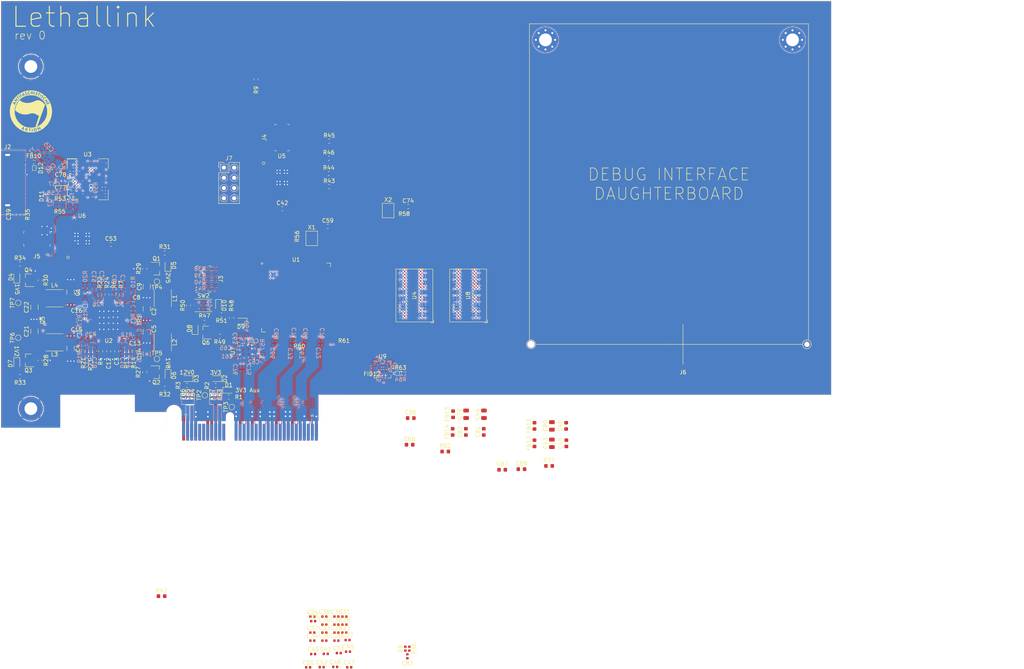
<source format=kicad_pcb>
(kicad_pcb (version 20171130) (host pcbnew 5.1.6)
  (title_block (title "lethallink PCIe DMA Engine and debugger") (date 2020-06-13) (rev 0) (company Aki))
  (layers (0 F.Cu mixed) (1 In1.Cu power) (2 In2.Cu mixed) (3 In3.Cu power) (4 In4.Cu power) (31 B.Cu mixed) (34 B.Paste user) (35 F.Paste user hide) (36 B.SilkS user) (37 F.SilkS user) (38 B.Mask user hide) (39 F.Mask user hide) (44 Edge.Cuts user))
  (net 0 "")
  (net 1 "Net-(J1-PadA19)")
  (net 2 "Net-(J1-PadB30)")
  (net 3 "Net-(J1-PadB17)")
  (net 4 /PRSNT#)
  (net 5 GND)
  (net 6 +3.3VA)
  (net 7 +3V3)
  (net 8 +12V)
  (net 9 "Net-(C3-Pad1)")
  (net 10 "Net-(C6-Pad1)")
  (net 11 "Net-(C7-Pad2)")
  (net 12 "Net-(C8-Pad2)")
  (net 13 "Net-(C8-Pad1)")
  (net 14 +2V5)
  (net 15 "Net-(C10-Pad1)")
  (net 16 "Net-(C11-Pad2)")
  (net 17 "Net-(C12-Pad2)")
  (net 18 "Net-(C13-Pad2)")
  (net 19 "Net-(C13-Pad1)")
  (net 20 +1V8)
  (net 21 "Net-(C15-Pad2)")
  (net 22 "Net-(C15-Pad1)")
  (net 23 "Net-(C16-Pad2)")
  (net 24 "Net-(C16-Pad1)")
  (net 25 "Net-(C17-Pad2)")
  (net 26 "Net-(C18-Pad1)")
  (net 27 "Net-(C19-Pad2)")
  (net 28 "Net-(C20-Pad1)")
  (net 29 +1V2)
  (net 30 +1V5)
  (net 31 "Net-(C39-Pad2)")
  (net 32 "Net-(D1-Pad2)")
  (net 33 "Net-(D2-Pad2)")
  (net 34 "Net-(D3-Pad2)")
  (net 35 "Net-(D4-Pad2)")
  (net 36 "Net-(D4-Pad1)")
  (net 37 "Net-(D5-Pad2)")
  (net 38 "Net-(D5-Pad1)")
  (net 39 "Net-(D6-Pad2)")
  (net 40 "Net-(D6-Pad1)")
  (net 41 "Net-(D7-Pad2)")
  (net 42 "Net-(D7-Pad1)")
  (net 43 "Net-(FB3-Pad2)")
  (net 44 "/PCIe Interface/RX3_N")
  (net 45 "/PCIe Interface/RX3_P")
  (net 46 "/PCIe Interface/RX2_N")
  (net 47 "/PCIe Interface/RX2_P")
  (net 48 "/PCIe Interface/RX1_N")
  (net 49 "/PCIe Interface/RX1_P")
  (net 50 "/PCIe Interface/TX3_N")
  (net 51 "/PCIe Interface/TX3_P")
  (net 52 "/PCIe Interface/TX2_N")
  (net 53 "/PCIe Interface/TX2_P")
  (net 54 "/PCIe Interface/TX1_N")
  (net 55 "/PCIe Interface/TX0_N")
  (net 56 "/PCIe Interface/TX0_P")
  (net 57 "/AUX Control/CLKREQ#")
  (net 58 "/AUX Control/WAKE#")
  (net 59 "/AUX Control/PCIe_TRST#")
  (net 60 "/AUX Control/PCIe_SMDAT")
  (net 61 "/AUX Control/PCIe_SMCLK")
  (net 62 "/AUX Control/PCIe_TMS")
  (net 63 "/AUX Control/PERST#")
  (net 64 "/AUX Control/PCIe_TDI")
  (net 65 "/AUX Control/PCIe_TCK")
  (net 66 "/AUX Control/PCIe_TDO")
  (net 67 "/PCIe Interface/RX0_N")
  (net 68 "/PCIe Interface/REFCLK_N")
  (net 69 "/PCIe Interface/REFCLK_P")
  (net 70 "/PCIe Interface/RX0_P")
  (net 71 "Net-(J2-Pad4)")
  (net 72 "Net-(Q1-Pad1)")
  (net 73 "Net-(Q2-Pad1)")
  (net 74 "Net-(Q3-Pad1)")
  (net 75 "Net-(Q4-Pad1)")
  (net 76 "Net-(Q5-Pad5)")
  (net 77 "Net-(Q5-Pad2)")
  (net 78 "Net-(R4-Pad1)")
  (net 79 "Net-(R6-Pad1)")
  (net 80 "Net-(R10-Pad2)")
  (net 81 "Net-(R13-Pad2)")
  (net 82 "Net-(R15-Pad2)")
  (net 83 "Net-(R17-Pad2)")
  (net 84 "Net-(R18-Pad2)")
  (net 85 "Net-(R21-Pad1)")
  (net 86 "Net-(R22-Pad1)")
  (net 87 "Net-(U1-PadT20)")
  (net 88 "Net-(U1-PadB20)")
  (net 89 "Net-(U1-PadL19)")
  (net 90 "Net-(U1-PadB19)")
  (net 91 "Net-(U1-PadA19)")
  (net 92 "Net-(U1-PadV17)")
  (net 93 "Net-(U1-PadT18)")
  (net 94 "Net-(U1-PadE18)")
  (net 95 "Net-(U1-PadD18)")
  (net 96 "Net-(U1-PadB18)")
  (net 97 "Net-(U1-PadA18)")
  (net 98 "Net-(U1-PadT17)")
  (net 99 "Net-(U1-PadP17)")
  (net 100 "Net-(U1-PadL17)")
  (net 101 "Net-(U1-PadE17)")
  (net 102 "Net-(U1-PadC17)")
  (net 103 "Net-(U1-PadB17)")
  (net 104 "Net-(U1-PadA17)")
  (net 105 "Net-(U1-PadU16)")
  (net 106 "Net-(U1-PadP16)")
  (net 107 "Net-(U1-PadF16)")
  (net 108 "Net-(U1-PadE16)")
  (net 109 "Net-(U1-PadD16)")
  (net 110 "Net-(U1-PadC16)")
  (net 111 "Net-(U1-PadB16)")
  (net 112 "Net-(U1-PadA16)")
  (net 113 "Net-(U1-PadF15)")
  (net 114 "Net-(U1-PadE15)")
  (net 115 "Net-(U1-PadD15)")
  (net 116 "Net-(U1-PadC15)")
  (net 117 "Net-(U1-PadB15)")
  (net 118 "Net-(U1-PadA15)")
  (net 119 "Net-(U1-PadT14)")
  (net 120 "Net-(U1-PadE14)")
  (net 121 "Net-(U1-PadD14)")
  (net 122 "Net-(U1-PadC14)")
  (net 123 "Net-(U1-PadA14)")
  (net 124 "Net-(U1-PadT13)")
  (net 125 "Net-(U1-PadE13)")
  (net 126 "Net-(U1-PadD13)")
  (net 127 "Net-(U1-PadC13)")
  (net 128 "Net-(U1-PadB13)")
  (net 129 "Net-(U1-PadA13)")
  (net 130 "Net-(U1-PadT12)")
  (net 131 "Net-(U1-PadF11)")
  (net 132 "Net-(U1-PadE12)")
  (net 133 "Net-(U1-PadD12)")
  (net 134 "Net-(U1-PadC12)")
  (net 135 "Net-(U1-PadB12)")
  (net 136 "Net-(U1-PadA12)")
  (net 137 "Net-(U1-PadW11)")
  (net 138 "Net-(U1-PadV10)")
  (net 139 "Net-(U1-PadT11)")
  (net 140 "Net-(U1-PadE11)")
  (net 141 "Net-(U1-PadD11)")
  (net 142 "Net-(U1-PadA11)")
  (net 143 "Net-(U1-PadW10)")
  (net 144 "Net-(U1-PadT10)")
  (net 145 "Net-(U1-PadF10)")
  (net 146 "Net-(U1-PadE10)")
  (net 147 "Net-(U1-PadD10)")
  (net 148 "Net-(U1-PadC10)")
  (net 149 "Net-(U1-PadB10)")
  (net 150 "Net-(U1-PadA10)")
  (net 151 "Net-(U1-PadT9)")
  (net 152 "Net-(U1-PadE9)")
  (net 153 "Net-(U1-PadD9)")
  (net 154 "Net-(U1-PadC9)")
  (net 155 "Net-(U1-PadB9)")
  (net 156 "Net-(U1-PadA9)")
  (net 157 "Net-(U1-PadT8)")
  (net 158 "Net-(U1-PadE8)")
  (net 159 "Net-(U1-PadD8)")
  (net 160 "Net-(U1-PadC8)")
  (net 161 "Net-(U1-PadB8)")
  (net 162 "Net-(U1-PadA8)")
  (net 163 "Net-(U1-PadT7)")
  (net 164 "Net-(U1-PadE7)")
  (net 165 "Net-(U1-PadD7)")
  (net 166 "Net-(U1-PadC7)")
  (net 167 "Net-(U1-PadA7)")
  (net 168 "Net-(U1-PadE6)")
  (net 169 "Net-(U1-PadD6)")
  (net 170 "Net-(U1-PadC6)")
  (net 171 "Net-(U1-PadB6)")
  (net 172 "Net-(U1-PadA6)")
  (net 173 "Net-(U1-PadP5)")
  (net 174 "Net-(U1-PadN5)")
  (net 175 "Net-(U1-PadM5)")
  (net 176 "Net-(U1-PadL5)")
  (net 177 "Net-(U1-PadK5)")
  (net 178 "Net-(U1-PadF5)")
  (net 179 "Net-(U1-PadB5)")
  (net 180 "Net-(U1-PadA5)")
  (net 181 "Net-(U1-PadR3)")
  (net 182 "Net-(U1-PadN3)")
  (net 183 "Net-(U1-PadM3)")
  (net 184 "Net-(U1-PadL3)")
  (net 185 "Net-(U1-PadK3)")
  (net 186 "Net-(U1-PadU2)")
  (net 187 "Net-(U1-PadT2)")
  (net 188 "Net-(U1-PadL2)")
  (net 189 "Net-(U1-PadK2)")
  (net 190 "Net-(U1-PadV1)")
  (net 191 "Net-(U1-PadU1)")
  (net 192 "Net-(U1-PadT1)")
  (net 193 "Net-(U1-PadR1)")
  (net 194 "Net-(U1-PadN1)")
  (net 195 "Net-(U1-PadK1)")
  (net 196 "Net-(U1-PadJ1)")
  (net 197 "Net-(U1-PadH1)")
  (net 198 "Net-(U2-Pad20)")
  (net 199 "Net-(U2-Pad19)")
  (net 200 "Net-(U2-Pad18)")
  (net 201 "Net-(U2-Pad17)")
  (net 202 "Net-(U2-Pad13)")
  (net 203 "Net-(U3-PadD11)")
  (net 204 "Net-(U3-PadA11)")
  (net 205 "Net-(U3-PadD10)")
  (net 206 "Net-(U3-PadD9)")
  (net 207 "Net-(U3-PadC9)")
  (net 208 "Net-(U3-PadH8)")
  (net 209 "Net-(U3-PadH7)")
  (net 210 "Net-(U3-PadG7)")
  (net 211 "Net-(U3-PadD7)")
  (net 212 "Net-(U3-PadK6)")
  (net 213 "Net-(U3-PadJ6)")
  (net 214 "Net-(U3-PadH6)")
  (net 215 "Net-(U3-PadG6)")
  (net 216 "Net-(U3-PadD6)")
  (net 217 "Net-(U3-PadJ5)")
  (net 218 "Net-(U3-PadH5)")
  (net 219 "Net-(U3-PadG5)")
  (net 220 "Net-(U3-PadJ4)")
  (net 221 "Net-(U3-PadK2)")
  (net 222 "Net-(U3-PadJ2)")
  (net 223 "Net-(U3-PadK1)")
  (net 224 "Net-(R9-Pad2)")
  (net 225 "Net-(U4-PadL9)")
  (net 226 "Net-(U4-PadL1)")
  (net 227 "Net-(U4-PadJ9)")
  (net 228 "Net-(U4-PadJ1)")
  (net 229 "/IC Power/VBUS")
  (net 230 "/USB3 Interface/D+")
  (net 231 "/USB3 Interface/SSTX-")
  (net 232 "/USB3 Interface/SSRX+")
  (net 233 "/USB3 Interface/SSRX-")
  (net 234 "/USB3 Interface/SSTX+")
  (net 235 "/USB3 Interface/D-")
  (net 236 "Net-(C43-Pad1)")
  (net 237 "Net-(C44-Pad1)")
  (net 238 "Net-(R37-Pad1)")
  (net 239 "Net-(J3-Pad7)")
  (net 240 "Net-(R42-Pad2)")
  (net 241 "Net-(D8-Pad2)")
  (net 242 "Net-(D8-Pad1)")
  (net 243 "Net-(D9-Pad2)")
  (net 244 "Net-(D10-Pad2)")
  (net 245 "Net-(Q6-Pad1)")
  (net 246 "Net-(R52-Pad1)")
  (net 247 "Net-(R53-Pad1)")
  (net 248 "Net-(Q7-Pad3)")
  (net 249 "Net-(Q7-Pad1)")
  (net 250 "/Boot Config/~PHY_INT")
  (net 251 "Net-(J4-Pad10)")
  (net 252 "Net-(J4-Pad9)")
  (net 253 "Net-(J4-Pad8)")
  (net 254 "Net-(J4-Pad7)")
  (net 255 "Net-(J4-Pad6)")
  (net 256 "Net-(J4-Pad5)")
  (net 257 "Net-(J5-Pad10)")
  (net 258 "Net-(J5-Pad9)")
  (net 259 "Net-(J5-Pad6)")
  (net 260 "/Boot Config/~PHY_RESET")
  (net 261 "Net-(X1-Pad2)")
  (net 262 "Net-(R57-Pad1)")
  (net 263 "/PCIe Interface/REFCLK1-")
  (net 264 "/PCIe Interface/REFCLK1+")
  (net 265 "/PCIe Interface/REFCLK0-")
  (net 266 "/PCIe Interface/REFCLK0+")
  (net 267 "/PCIe Interface/RX0+")
  (net 268 "/PCIe Interface/RX2+")
  (net 269 "/PCIe Interface/RX0-")
  (net 270 "/PCIe Interface/RX2-")
  (net 271 "/PCIe Interface/RX3-")
  (net 272 "/PCIe Interface/RX1-")
  (net 273 "/PCIe Interface/RX3+")
  (net 274 "/PCIe Interface/RX1+")
  (net 275 "/DDR3 Cache/BA0")
  (net 276 "/DDR3 Cache/A3")
  (net 277 "/DDR3 Cache/A2")
  (net 278 "/DDR3 Cache/A10")
  (net 279 "/DDR3 Cache/A8")
  (net 280 "/DDR3 Cache/A6")
  (net 281 "/DDR3 Cache/A5")
  (net 282 "/DDR3 Cache/A7")
  (net 283 "/DDR3 Cache/A1")
  (net 284 "/DDR3 Cache/A11")
  (net 285 "/DDR3 Cache/A0")
  (net 286 "/DDR3 Cache/BA1")
  (net 287 "/DDR3 Cache/BA2")
  (net 288 "/DDR3 Cache/A9")
  (net 289 "/DDR3 Cache/A13")
  (net 290 "/DDR3 Cache/A12")
  (net 291 "/DDR3 Cache/A4")
  (net 292 "/DDR3 Cache/A14")
  (net 293 "/DDR3 Cache/A15")
  (net 294 "/DDR3 Cache/DQL5")
  (net 295 "/DDR3 Cache/DQL7")
  (net 296 "/DDR3 Cache/DQL4")
  (net 297 "/DDR3 Cache/DQL6")
  (net 298 "/DDR3 Cache/DQL3")
  (net 299 "/DDR3 Cache/DQL1")
  (net 300 "/DDR3 Cache/DQL2")
  (net 301 "/DDR3 Cache/DQL0")
  (net 302 "/DDR3 Cache/DQU0")
  (net 303 "/DDR3 Cache/DQU2")
  (net 304 "/DDR3 Cache/DQU1")
  (net 305 "/DDR3 Cache/DQU3")
  (net 306 "/DDR3 Cache/DQU6")
  (net 307 "/DDR3 Cache/DQU4")
  (net 308 "/DDR3 Cache/DQU7")
  (net 309 "/DDR3 Cache/DQU5")
  (net 310 "/External Interface/CLK-")
  (net 311 "/External Interface/CLK+")
  (net 312 "/DDR3 Cache/_1V8")
  (net 313 "/DDR3 Cache/CLK-")
  (net 314 "/DDR3 Cache/CLK+")
  (net 315 "Net-(X2-Pad2)")
  (net 316 "Net-(U1-PadL6)")
  (net 317 "/USB3 Interface/DQ6")
  (net 318 "/USB3 Interface/DQ5")
  (net 319 "/USB3 Interface/DQ4")
  (net 320 "/USB3 Interface/DQ7")
  (net 321 "/USB3 Interface/DQ0")
  (net 322 "/USB3 Interface/DQ1")
  (net 323 "/USB3 Interface/DQ2")
  (net 324 "/USB3 Interface/DQ3")
  (net 325 "/USB3 Interface/DQ10")
  (net 326 "/USB3 Interface/DQ15")
  (net 327 "/USB3 Interface/DQ14")
  (net 328 "/USB3 Interface/DQ12")
  (net 329 "/USB3 Interface/DQ11")
  (net 330 "/USB3 Interface/DQ9")
  (net 331 "/USB3 Interface/DQ8")
  (net 332 "/USB3 Interface/DQ13")
  (net 333 "/USB3 Interface/WE_D")
  (net 334 "/USB3 Interface/OE")
  (net 335 "/USB3 Interface/ALE")
  (net 336 "Net-(U3-PadF5)")
  (net 337 "Net-(U3-PadE5)")
  (net 338 "Net-(U3-PadF4)")
  (net 339 "Net-(U3-PadE4)")
  (net 340 "Net-(U3-PadJ3)")
  (net 341 "Net-(U3-PadH3)")
  (net 342 "Net-(U3-PadG3)")
  (net 343 "Net-(U3-PadF3)")
  (net 344 "Net-(U3-PadD3)")
  (net 345 "Net-(U3-PadH2)")
  (net 346 "Net-(U3-PadG2)")
  (net 347 "Net-(U3-PadF2)")
  (net 348 "Net-(U3-PadD2)")
  (net 349 "Net-(U3-PadJ1)")
  (net 350 "Net-(U3-PadE1)")
  (net 351 "Net-(U3-PadD1)")
  (net 352 "/USB3 Interface/PMODE_0")
  (net 353 "/USB3 Interface/PMODE_1")
  (net 354 "/Boot Config/~RESET")
  (net 355 "/Boot Config/~INIT")
  (net 356 "/Boot Config/TMS")
  (net 357 "/Boot Config/TCK")
  (net 358 "/Boot Config/TDI")
  (net 359 "/Boot Config/TDO")
  (net 360 "Net-(J6-Pad259)")
  (net 361 "Net-(J6-Pad2)")
  (net 362 "Net-(J6-Pad4)")
  (net 363 "Net-(J6-Pad6)")
  (net 364 "Net-(J6-Pad8)")
  (net 365 "Net-(J6-Pad10)")
  (net 366 "Net-(J6-Pad12)")
  (net 367 "Net-(J6-Pad14)")
  (net 368 "Net-(J6-Pad16)")
  (net 369 "Net-(J6-Pad18)")
  (net 370 "Net-(J6-Pad20)")
  (net 371 "Net-(J6-Pad22)")
  (net 372 "Net-(J6-Pad24)")
  (net 373 "Net-(J6-Pad26)")
  (net 374 "Net-(J6-Pad28)")
  (net 375 "Net-(J6-Pad30)")
  (net 376 "Net-(J6-Pad32)")
  (net 377 "Net-(J6-Pad34)")
  (net 378 "Net-(J6-Pad36)")
  (net 379 "Net-(J6-Pad38)")
  (net 380 "Net-(J6-Pad40)")
  (net 381 "Net-(J6-Pad42)")
  (net 382 "Net-(J6-Pad44)")
  (net 383 "Net-(J6-Pad46)")
  (net 384 "Net-(J6-Pad48)")
  (net 385 "Net-(J6-Pad50)")
  (net 386 "Net-(J6-Pad52)")
  (net 387 "Net-(J6-Pad54)")
  (net 388 "Net-(J6-Pad56)")
  (net 389 "Net-(J6-Pad58)")
  (net 390 "Net-(J6-Pad60)")
  (net 391 "Net-(J6-Pad62)")
  (net 392 "Net-(J6-Pad64)")
  (net 393 "Net-(J6-Pad66)")
  (net 394 "Net-(J6-Pad68)")
  (net 395 "Net-(J6-Pad70)")
  (net 396 "Net-(J6-Pad72)")
  (net 397 "Net-(J6-Pad74)")
  (net 398 "Net-(J6-Pad76)")
  (net 399 "Net-(J6-Pad78)")
  (net 400 "Net-(J6-Pad80)")
  (net 401 "Net-(J6-Pad82)")
  (net 402 "Net-(J6-Pad84)")
  (net 403 "Net-(J6-Pad86)")
  (net 404 "Net-(J6-Pad88)")
  (net 405 "Net-(J6-Pad90)")
  (net 406 "Net-(J6-Pad92)")
  (net 407 "Net-(J6-Pad94)")
  (net 408 "Net-(J6-Pad96)")
  (net 409 "Net-(J6-Pad98)")
  (net 410 "Net-(J6-Pad100)")
  (net 411 "Net-(J6-Pad102)")
  (net 412 "Net-(J6-Pad104)")
  (net 413 "Net-(J6-Pad106)")
  (net 414 "Net-(J6-Pad108)")
  (net 415 "Net-(J6-Pad110)")
  (net 416 "Net-(J6-Pad112)")
  (net 417 "Net-(J6-Pad114)")
  (net 418 "Net-(J6-Pad116)")
  (net 419 "Net-(J6-Pad118)")
  (net 420 "Net-(J6-Pad120)")
  (net 421 "Net-(J6-Pad122)")
  (net 422 "Net-(J6-Pad124)")
  (net 423 "Net-(J6-Pad126)")
  (net 424 "Net-(J6-Pad128)")
  (net 425 "Net-(J6-Pad130)")
  (net 426 "Net-(J6-Pad132)")
  (net 427 "Net-(J6-Pad134)")
  (net 428 "Net-(J6-Pad136)")
  (net 429 "Net-(J6-Pad138)")
  (net 430 "Net-(J6-Pad140)")
  (net 431 "Net-(J6-Pad142)")
  (net 432 "Net-(J6-Pad144)")
  (net 433 "Net-(J6-Pad146)")
  (net 434 "Net-(J6-Pad148)")
  (net 435 "Net-(J6-Pad150)")
  (net 436 "Net-(J6-Pad152)")
  (net 437 "Net-(J6-Pad154)")
  (net 438 "Net-(J6-Pad156)")
  (net 439 "Net-(J6-Pad158)")
  (net 440 "Net-(J6-Pad160)")
  (net 441 "Net-(J6-Pad162)")
  (net 442 "Net-(J6-Pad164)")
  (net 443 "Net-(J6-Pad166)")
  (net 444 "Net-(J6-Pad168)")
  (net 445 "Net-(J6-Pad170)")
  (net 446 "Net-(J6-Pad172)")
  (net 447 "Net-(J6-Pad174)")
  (net 448 "Net-(J6-Pad176)")
  (net 449 "Net-(J6-Pad178)")
  (net 450 "Net-(J6-Pad180)")
  (net 451 "Net-(J6-Pad182)")
  (net 452 "Net-(J6-Pad184)")
  (net 453 "Net-(J6-Pad186)")
  (net 454 "Net-(J6-Pad188)")
  (net 455 "Net-(J6-Pad190)")
  (net 456 "Net-(J6-Pad192)")
  (net 457 "Net-(J6-Pad194)")
  (net 458 "Net-(J6-Pad196)")
  (net 459 "Net-(J6-Pad198)")
  (net 460 "Net-(J6-Pad200)")
  (net 461 "Net-(J6-Pad202)")
  (net 462 "Net-(J6-Pad204)")
  (net 463 "Net-(J6-Pad206)")
  (net 464 "Net-(J6-Pad208)")
  (net 465 "Net-(J6-Pad210)")
  (net 466 "Net-(J6-Pad212)")
  (net 467 "Net-(J6-Pad214)")
  (net 468 "Net-(J6-Pad216)")
  (net 469 "Net-(J6-Pad218)")
  (net 470 "Net-(J6-Pad220)")
  (net 471 "Net-(J6-Pad222)")
  (net 472 "Net-(J6-Pad224)")
  (net 473 "Net-(J6-Pad226)")
  (net 474 "Net-(J6-Pad228)")
  (net 475 "Net-(J6-Pad230)")
  (net 476 "Net-(J6-Pad232)")
  (net 477 "Net-(J6-Pad234)")
  (net 478 "Net-(J6-Pad236)")
  (net 479 "Net-(J6-Pad238)")
  (net 480 "Net-(J6-Pad240)")
  (net 481 "Net-(J6-Pad242)")
  (net 482 "Net-(J6-Pad244)")
  (net 483 "Net-(J6-Pad246)")
  (net 484 "Net-(J6-Pad248)")
  (net 485 "Net-(J6-Pad250)")
  (net 486 "Net-(J6-Pad252)")
  (net 487 "Net-(J6-Pad254)")
  (net 488 "Net-(J6-Pad256)")
  (net 489 "Net-(J6-Pad258)")
  (net 490 "Net-(J6-Pad260)")
  (net 491 "Net-(J6-Pad1)")
  (net 492 "Net-(J6-Pad3)")
  (net 493 "Net-(J6-Pad5)")
  (net 494 "Net-(J6-Pad7)")
  (net 495 "Net-(J6-Pad9)")
  (net 496 "Net-(J6-Pad11)")
  (net 497 "Net-(J6-Pad13)")
  (net 498 "Net-(J6-Pad15)")
  (net 499 "Net-(J6-Pad17)")
  (net 500 "Net-(J6-Pad19)")
  (net 501 "Net-(J6-Pad21)")
  (net 502 "Net-(J6-Pad23)")
  (net 503 "Net-(J6-Pad25)")
  (net 504 "Net-(J6-Pad27)")
  (net 505 "Net-(J6-Pad29)")
  (net 506 "Net-(J6-Pad31)")
  (net 507 "Net-(J6-Pad33)")
  (net 508 "Net-(J6-Pad35)")
  (net 509 "Net-(J6-Pad37)")
  (net 510 "Net-(J6-Pad39)")
  (net 511 "Net-(J6-Pad41)")
  (net 512 "Net-(J6-Pad43)")
  (net 513 "Net-(J6-Pad45)")
  (net 514 "Net-(J6-Pad47)")
  (net 515 "Net-(J6-Pad49)")
  (net 516 "Net-(J6-Pad51)")
  (net 517 "Net-(J6-Pad53)")
  (net 518 "Net-(J6-Pad55)")
  (net 519 "Net-(J6-Pad57)")
  (net 520 "Net-(J6-Pad59)")
  (net 521 "Net-(J6-Pad61)")
  (net 522 "Net-(J6-Pad63)")
  (net 523 "Net-(J6-Pad65)")
  (net 524 "Net-(J6-Pad67)")
  (net 525 "Net-(J6-Pad69)")
  (net 526 "Net-(J6-Pad71)")
  (net 527 "Net-(J6-Pad73)")
  (net 528 "Net-(J6-Pad75)")
  (net 529 "Net-(J6-Pad77)")
  (net 530 "Net-(J6-Pad79)")
  (net 531 "Net-(J6-Pad81)")
  (net 532 "Net-(J6-Pad83)")
  (net 533 "Net-(J6-Pad85)")
  (net 534 "Net-(J6-Pad87)")
  (net 535 "Net-(J6-Pad89)")
  (net 536 "Net-(J6-Pad91)")
  (net 537 "Net-(J6-Pad93)")
  (net 538 "Net-(J6-Pad95)")
  (net 539 "Net-(J6-Pad97)")
  (net 540 "Net-(J6-Pad99)")
  (net 541 "Net-(J6-Pad101)")
  (net 542 "Net-(J6-Pad103)")
  (net 543 "Net-(J6-Pad105)")
  (net 544 "Net-(J6-Pad107)")
  (net 545 "Net-(J6-Pad109)")
  (net 546 "Net-(J6-Pad111)")
  (net 547 "Net-(J6-Pad113)")
  (net 548 "Net-(J6-Pad115)")
  (net 549 "Net-(J6-Pad117)")
  (net 550 "Net-(J6-Pad119)")
  (net 551 "Net-(J6-Pad121)")
  (net 552 "Net-(J6-Pad123)")
  (net 553 "Net-(J6-Pad125)")
  (net 554 "Net-(J6-Pad127)")
  (net 555 "Net-(J6-Pad129)")
  (net 556 "Net-(J6-Pad131)")
  (net 557 "Net-(J6-Pad133)")
  (net 558 "Net-(J6-Pad135)")
  (net 559 "Net-(J6-Pad137)")
  (net 560 "Net-(J6-Pad139)")
  (net 561 "Net-(J6-Pad141)")
  (net 562 "Net-(J6-Pad143)")
  (net 563 "Net-(J6-Pad145)")
  (net 564 "Net-(J6-Pad147)")
  (net 565 "Net-(J6-Pad149)")
  (net 566 "Net-(J6-Pad151)")
  (net 567 "Net-(J6-Pad153)")
  (net 568 "Net-(J6-Pad155)")
  (net 569 "Net-(J6-Pad157)")
  (net 570 "Net-(J6-Pad159)")
  (net 571 "Net-(J6-Pad161)")
  (net 572 "Net-(J6-Pad163)")
  (net 573 "Net-(J6-Pad165)")
  (net 574 "Net-(J6-Pad167)")
  (net 575 "Net-(J6-Pad169)")
  (net 576 "Net-(J6-Pad171)")
  (net 577 "Net-(J6-Pad173)")
  (net 578 "Net-(J6-Pad175)")
  (net 579 "Net-(J6-Pad177)")
  (net 580 "Net-(J6-Pad179)")
  (net 581 "Net-(J6-Pad181)")
  (net 582 "Net-(J6-Pad183)")
  (net 583 "Net-(J6-Pad185)")
  (net 584 "Net-(J6-Pad187)")
  (net 585 "Net-(J6-Pad189)")
  (net 586 "Net-(J6-Pad191)")
  (net 587 "Net-(J6-Pad193)")
  (net 588 "Net-(J6-Pad195)")
  (net 589 "Net-(J6-Pad197)")
  (net 590 "Net-(J6-Pad199)")
  (net 591 "Net-(J6-Pad201)")
  (net 592 "Net-(J6-Pad203)")
  (net 593 "Net-(J6-Pad205)")
  (net 594 "Net-(J6-Pad207)")
  (net 595 "Net-(J6-Pad209)")
  (net 596 "Net-(J6-Pad211)")
  (net 597 "Net-(J6-Pad213)")
  (net 598 "Net-(J6-Pad215)")
  (net 599 "Net-(J6-Pad217)")
  (net 600 "Net-(J6-Pad219)")
  (net 601 "Net-(J6-Pad221)")
  (net 602 "Net-(J6-Pad223)")
  (net 603 "Net-(J6-Pad225)")
  (net 604 "Net-(J6-Pad227)")
  (net 605 "Net-(J6-Pad229)")
  (net 606 "Net-(J6-Pad231)")
  (net 607 "Net-(J6-Pad233)")
  (net 608 "Net-(J6-Pad235)")
  (net 609 "Net-(J6-Pad237)")
  (net 610 "Net-(J6-Pad239)")
  (net 611 "Net-(J6-Pad241)")
  (net 612 "Net-(J6-Pad243)")
  (net 613 "Net-(J6-Pad245)")
  (net 614 "Net-(J6-Pad247)")
  (net 615 "Net-(J6-Pad249)")
  (net 616 "Net-(J6-Pad251)")
  (net 617 "Net-(J6-Pad253)")
  (net 618 "Net-(J6-Pad255)")
  (net 619 "Net-(J6-Pad257)")
  (net 620 "Net-(FB1-Pad2)")
  (net 621 "Net-(FB7-Pad2)")
  (net 622 "/PCIe Interface/TX1_P")
  (net 623 "Net-(U7-Pad17)")
  (net 624 "Net-(U7-Pad18)")
  (net 625 "Net-(U7-Pad21)")
  (net 626 "Net-(U7-Pad22)")
  (net 627 "/PCIe Interface/REFCLK-")
  (net 628 "/PCIe Interface/REFCLK+")
  (net 629 "Net-(FB10-Pad1)")
  (net 630 "/USB3 Interface/PSSTX+")
  (net 631 "/USB3 Interface/PSSTX-")
  (net 632 "Net-(C79-Pad1)")
  (net 633 "Net-(R62-Pad1)")
  (net 634 "Net-(U8-PadL9)")
  (net 635 "Net-(U8-PadL1)")
  (net 636 "Net-(U8-PadJ9)")
  (net 637 "Net-(U8-PadJ1)")
  (net 638 "/DDR3 Cache/~WE")
  (net 639 "/DDR3 Cache/CK-")
  (net 640 "/DDR3 Cache/~CAS")
  (net 641 "/DDR3 Cache/CK+")
  (net 642 "/DDR3 Cache/~RAS")
  (net 643 "/DDR3 Cache/DQSL0-")
  (net 644 "/DDR3 Cache/DQSL0+")
  (net 645 "/DDR3 Cache/DML0")
  (net 646 "/DDR3 Cache/DMU0")
  (net 647 "/DDR3 Cache/DQSU0+")
  (net 648 "/DDR3 Cache/DQSU0-")
  (net 649 "/Boot Config/FPGA_DI")
  (net 650 "/Boot Config/FPGA_CLK")
  (net 651 "/Boot Config/FPGA_DO")
  (net 652 "/Boot Config/~FPGA_CS")
  (net 653 "/DDR3 Cache/~CS1")
  (net 654 "/DDR3 Cache/CKE1")
  (net 655 "/DDR3 Cache/~CS0")
  (net 656 "/DDR3 Cache/CKE0")
  (net 657 "/DDR3 Cache/ODT0")
  (net 658 "/DDR3 Cache/ODT1")
  (net 659 "Net-(U1-PadH5)")
  (net 660 "Net-(U1-PadG5)")
  (net 661 "Net-(U1-PadE5)")
  (net 662 "Net-(U1-PadP4)")
  (net 663 "Net-(U1-PadN4)")
  (net 664 "Net-(U1-PadJ4)")
  (net 665 "Net-(U1-PadH4)")
  (net 666 "Net-(U1-PadF4)")
  (net 667 "Net-(U1-PadP3)")
  (net 668 "Net-(U1-PadH3)")
  (net 669 "Net-(U1-PadG3)")
  (net 670 "Net-(U1-PadF3)")
  (net 671 "Net-(U1-PadP2)")
  (net 672 "Net-(U1-PadF2)")
  (net 673 "Net-(U1-PadP1)")
  (net 674 "Net-(U1-PadM1)")
  (net 675 "Net-(U1-PadL1)")
  (net 676 "Net-(U3-PadK8)")
  (net 677 "/Boot Config/FPGA_TDO")
  (net 678 "Net-(C83-Pad1)")
  (net 679 "/Boot Config/FPGA_DONE")
  (net 680 "/Boot Config/XTAL-")
  (net 681 "/Boot Config/XTAL+")
  (net 682 "Net-(C46-Pad1)")
  (net 683 "Net-(C85-Pad1)")
  (net 684 "/IC Power/_0V75")
  (net 685 "Net-(R63-Pad1)")
  (net 686 "Net-(U9-Pad8)")
  (net 687 "Net-(U9-Pad5)")
  (module Fiducial:Fiducial_0.5mm_Mask1mm (layer F.Cu) (at 110.05 110.35)
    (fp_text reference FID12 (at 0 -1.5) (layer F.SilkS))
    (fp_text value Fiducial)
    (pad "" smd circle (at 0 0) (size 0.5 0.5) (layers F.Cu F.Mask) (clearance 0.25))
  )
  (module Package_DFN_QFN:QFN-16-1EP_4x4mm_P0.65mm_EP2.5x2.5mm (layer F.Cu) (at 112.65 107.75)
    (fp_text reference U9 (at 0 -3.3) (layer F.SilkS))
    (fp_text value ADP175X)
    (pad 17 smd rect (at 0 0) (size 2.5 2.5) (layers F.Cu F.Mask) (net 5 GND))
    (pad 16 smd roundrect (at -0.975 -1.9375) (size 0.3 0.825) (layers F.Cu F.Paste F.Mask) (net 7 +3V3))
    (pad 15 smd roundrect (at -0.325 -1.9375) (size 0.3 0.825) (layers F.Cu F.Paste F.Mask) (net 7 +3V3))
    (pad 14 smd roundrect (at 0.325 -1.9375) (size 0.3 0.825) (layers F.Cu F.Paste F.Mask) (net 684 "/IC Power/_0V75"))
    (pad 13 smd roundrect (at 0.975 -1.9375) (size 0.3 0.825) (layers F.Cu F.Paste F.Mask) (net 684 "/IC Power/_0V75"))
    (pad 12 smd roundrect (at 1.9375 -0.975) (size 0.825 0.3) (layers F.Cu F.Paste F.Mask) (net 684 "/IC Power/_0V75"))
    (pad 11 smd roundrect (at 1.9375 -0.325) (size 0.825 0.3) (layers F.Cu F.Paste F.Mask) (net 684 "/IC Power/_0V75"))
    (pad 10 smd roundrect (at 1.9375 0.325) (size 0.825 0.3) (layers F.Cu F.Paste F.Mask) (net 684 "/IC Power/_0V75"))
    (pad 9 smd roundrect (at 1.9375 0.975) (size 0.825 0.3) (layers F.Cu F.Paste F.Mask) (net 685 "Net-(R63-Pad1)"))
    (pad 8 smd roundrect (at 0.975 1.9375) (size 0.3 0.825) (layers F.Cu F.Paste F.Mask) (net 686 "Net-(U9-Pad8)"))
    (pad 7 smd roundrect (at 0.325 1.9375) (size 0.3 0.825) (layers F.Cu F.Paste F.Mask) (net 683 "Net-(C85-Pad1)"))
    (pad 6 smd roundrect (at -0.325 1.9375) (size 0.3 0.825) (layers F.Cu F.Paste F.Mask) (net 5 GND))
    (pad 5 smd roundrect (at -0.975 1.9375) (size 0.3 0.825) (layers F.Cu F.Paste F.Mask) (net 687 "Net-(U9-Pad5)"))
    (pad 4 smd roundrect (at -1.9375 0.975) (size 0.825 0.3) (layers F.Cu F.Paste F.Mask) (net 7 +3V3))
    (pad 3 smd roundrect (at -1.9375 0.325) (size 0.825 0.3) (layers F.Cu F.Paste F.Mask) (net 7 +3V3))
    (pad 2 smd roundrect (at -1.9375 -0.325) (size 0.825 0.3) (layers F.Cu F.Paste F.Mask) (net 7 +3V3))
    (pad 1 smd roundrect (at -1.9375 -0.975) (size 0.825 0.3) (layers F.Cu F.Paste F.Mask) (net 7 +3V3))
  )
  (module Resistor_SMD:R_0603_1608Metric (layer B.Cu) (at 117.15 108.7 180)
    (fp_text reference R64 (at 0 -1.5) (layer B.SilkS) (effects (justify mirror)))
    (fp_text value 10K)
    (pad 2 smd roundrect (at 0.7875 0 180) (size 0.875 0.95) (layers B.Cu B.Paste B.Mask) (net 685 "Net-(R63-Pad1)"))
    (pad 1 smd roundrect (at -0.7875 0 180) (size 0.875 0.95) (layers B.Cu B.Paste B.Mask) (net 5 GND))
  )
  (module Resistor_SMD:R_0603_1608Metric (layer F.Cu) (at 117.15 108.7)
    (fp_text reference R63 (at 0 -1.43) (layer F.SilkS))
    (fp_text value 4K99)
    (pad 2 smd roundrect (at 0.7875 0) (size 0.875 0.95) (layers F.Cu F.Paste F.Mask) (net 684 "/IC Power/_0V75"))
    (pad 1 smd roundrect (at -0.7875 0) (size 0.875 0.95) (layers F.Cu F.Paste F.Mask) (net 685 "Net-(R63-Pad1)"))
  )
  (module Capacitor_SMD:C_0603_1608Metric (layer B.Cu) (at 114.25 106.2 45)
    (fp_text reference C90 (at 0 1.43 45) (layer B.SilkS) (effects (justify mirror)))
    (fp_text value 4.7uF)
    (pad 2 smd roundrect (at 0.7875 0 45) (size 0.875 0.95) (layers B.Cu B.Paste B.Mask) (net 684 "/IC Power/_0V75"))
    (pad 1 smd roundrect (at -0.7875 0 45) (size 0.875 0.95) (layers B.Cu B.Paste B.Mask) (net 5 GND))
  )
  (module Capacitor_SMD:C_0603_1608Metric (layer F.Cu) (at 147.3 132.6)
    (fp_text reference C89 (at 0 -1.43) (layer F.SilkS))
    (fp_text value 0.1uF)
    (pad 2 smd roundrect (at 0.7875 0) (size 0.875 0.95) (layers F.Cu F.Paste F.Mask) (net 684 "/IC Power/_0V75"))
    (pad 1 smd roundrect (at -0.7875 0) (size 0.875 0.95) (layers F.Cu F.Paste F.Mask) (net 5 GND))
  )
  (module Capacitor_SMD:C_0603_1608Metric (layer F.Cu) (at 119.4125 126.5)
    (fp_text reference C88 (at 0 -1.43) (layer F.SilkS))
    (fp_text value 0.1uF)
    (pad 2 smd roundrect (at 0.7875 0) (size 0.875 0.95) (layers F.Cu F.Paste F.Mask) (net 684 "/IC Power/_0V75"))
    (pad 1 smd roundrect (at -0.7875 0) (size 0.875 0.95) (layers F.Cu F.Paste F.Mask) (net 5 GND))
  )
  (module Capacitor_SMD:C_0603_1608Metric (layer F.Cu) (at 142.5 132.75)
    (fp_text reference C87 (at 0 -1.43) (layer F.SilkS))
    (fp_text value 0.1uF)
    (pad 2 smd roundrect (at 0.7875 0) (size 0.875 0.95) (layers F.Cu F.Paste F.Mask) (net 5 GND))
    (pad 1 smd roundrect (at -0.7875 0) (size 0.875 0.95) (layers F.Cu F.Paste F.Mask) (net 684 "/IC Power/_0V75"))
  )
  (module Capacitor_SMD:C_0603_1608Metric (layer F.Cu) (at 119.7 119.85)
    (fp_text reference C86 (at 0 -1.43) (layer F.SilkS))
    (fp_text value 0.1uF)
    (pad 2 smd roundrect (at 0.7875 0) (size 0.875 0.95) (layers F.Cu F.Paste F.Mask) (net 5 GND))
    (pad 1 smd roundrect (at -0.7875 0) (size 0.875 0.95) (layers F.Cu F.Paste F.Mask) (net 684 "/IC Power/_0V75"))
  )
  (module Capacitor_SMD:C_0603_1608Metric (layer B.Cu) (at 113 109.4 90)
    (fp_text reference C85 (at 0 -1.3 90) (layer B.SilkS) (effects (justify mirror)))
    (fp_text value 0.1uF)
    (pad 2 smd roundrect (at 0.7875 0 90) (size 0.875 0.95) (layers B.Cu B.Paste B.Mask) (net 5 GND))
    (pad 1 smd roundrect (at -0.7875 0 90) (size 0.875 0.95) (layers B.Cu B.Paste B.Mask) (net 683 "Net-(C85-Pad1)"))
  )
  (module Capacitor_SMD:C_0603_1608Metric (layer B.Cu) (at 111.043153 106.193153 315)
    (fp_text reference C84 (at 0.080394 -1.414214 135) (layer B.SilkS) (effects (justify mirror)))
    (fp_text value 4.7uF)
    (pad 2 smd roundrect (at 0.7875 0 315) (size 0.875 0.95) (layers B.Cu B.Paste B.Mask) (net 5 GND))
    (pad 1 smd roundrect (at -0.7875 0 315) (size 0.875 0.95) (layers B.Cu B.Paste B.Mask) (net 7 +3V3))
  )
  (module Capacitor_SMD:C_0805_2012Metric (layer F.Cu) (at 154.9 121.8 90)
    (fp_text reference C80 (at 0 -1.65 90) (layer F.SilkS))
    (fp_text value 22uF)
    (pad 2 smd roundrect (at 0.9375 0 90) (size 0.975 1.4) (layers F.Cu F.Paste F.Mask) (net 5 GND))
    (pad 1 smd roundrect (at -0.9375 0 90) (size 0.975 1.4) (layers F.Cu F.Paste F.Mask) (net 682 "Net-(C46-Pad1)"))
  )
  (module Capacitor_SMD:C_0805_2012Metric (layer F.Cu) (at 133.5 118.9 90)
    (fp_text reference C79 (at 0 -1.65 90) (layer F.SilkS))
    (fp_text value 22uF)
    (pad 2 smd roundrect (at 0.9375 0 90) (size 0.975 1.4) (layers F.Cu F.Paste F.Mask) (net 5 GND))
    (pad 1 smd roundrect (at -0.9375 0 90) (size 0.975 1.4) (layers F.Cu F.Paste F.Mask) (net 632 "Net-(C79-Pad1)"))
  )
  (module Capacitor_SMD:C_0805_2012Metric (layer F.Cu) (at 137.95 118.9 90)
    (fp_text reference C44 (at 0 -1.65 90) (layer F.SilkS))
    (fp_text value 22uF)
    (pad 2 smd roundrect (at 0.9375 0 90) (size 0.975 1.4) (layers F.Cu F.Paste F.Mask) (net 5 GND))
    (pad 1 smd roundrect (at -0.9375 0 90) (size 0.975 1.4) (layers F.Cu F.Paste F.Mask) (net 237 "Net-(C44-Pad1)"))
  )
  (module Capacitor_SMD:C_0805_2012Metric (layer F.Cu) (at 154.9 126.15 90)
    (fp_text reference C43 (at 0 -1.65 90) (layer F.SilkS))
    (fp_text value 22uF)
    (pad 2 smd roundrect (at 0.9375 0 90) (size 0.975 1.4) (layers F.Cu F.Paste F.Mask) (net 5 GND))
    (pad 1 smd roundrect (at -0.9375 0 90) (size 0.975 1.4) (layers F.Cu F.Paste F.Mask) (net 236 "Net-(C43-Pad1)"))
  )
  (module Resistor_SMD:R_0402_1005Metric (layer F.Cu) (at 119.35 177.4 270)
    (fp_text reference R36 (at 0 -1.17 90) (layer F.SilkS))
    (fp_text value 50)
    (pad 2 smd roundrect (at 0.485 0 270) (size 0.59 0.64) (layers F.Cu F.Paste F.Mask) (net 678 "Net-(C83-Pad1)"))
    (pad 1 smd roundrect (at -0.485 0 270) (size 0.59 0.64) (layers F.Cu F.Paste F.Mask) (net 639 "/DDR3 Cache/CK-"))
  )
  (module Resistor_SMD:R_0402_1005Metric (layer F.Cu) (at 118.35 177.4 270)
    (fp_text reference R8 (at 0 1.15 90) (layer F.SilkS))
    (fp_text value 50)
    (pad 2 smd roundrect (at 0.485 0 270) (size 0.59 0.64) (layers F.Cu F.Paste F.Mask) (net 678 "Net-(C83-Pad1)"))
    (pad 1 smd roundrect (at -0.485 0 270) (size 0.59 0.64) (layers F.Cu F.Paste F.Mask) (net 641 "/DDR3 Cache/CK+"))
  )
  (module Capacitor_SMD:C_0402_1005Metric (layer F.Cu) (at 118.85 179.3 270)
    (fp_text reference C83 (at 1.8 0 180) (layer F.SilkS))
    (fp_text value 10nF)
    (pad 2 smd roundrect (at 0.485 0 270) (size 0.59 0.64) (layers F.Cu F.Paste F.Mask) (net 5 GND))
    (pad 1 smd roundrect (at -0.485 0 270) (size 0.59 0.64) (layers F.Cu F.Paste F.Mask) (net 678 "Net-(C83-Pad1)"))
  )
  (module Resistor_SMD:R_0402_1005Metric (layer F.Cu) (at 32.15 66.6 90)
    (fp_text reference R55 (at -1.7 0 180) (layer F.SilkS))
    (fp_text value 1k)
    (pad 2 smd roundrect (at 0.485 0 90) (size 0.59 0.64) (layers F.Cu F.Paste F.Mask) (net 248 "Net-(Q7-Pad3)"))
    (pad 1 smd roundrect (at -0.485 0 90) (size 0.59 0.64) (layers F.Cu F.Paste F.Mask) (net 20 +1V8))
  )
  (module Resistor_SMD:R_0402_1005Metric (layer B.Cu) (at 39.95 62.35 90)
    (fp_text reference R59 (at 0 1.17 90) (layer B.SilkS) (effects (justify mirror)))
    (fp_text value 1k)
    (pad 2 smd roundrect (at 0.485 0 90) (size 0.59 0.64) (layers B.Cu B.Paste B.Mask) (net 352 "/USB3 Interface/PMODE_0"))
    (pad 1 smd roundrect (at -0.485 0 90) (size 0.59 0.64) (layers B.Cu B.Paste B.Mask) (net 20 +1V8))
  )
  (module lethalbit-memory:WSON-8-1EP-6.0x8.0mm (layer F.Cu) (at 87.5 59.75)
    (fp_text reference U5 (at 0 -5.3) (layer F.SilkS))
    (fp_text value 128MiB)
    (pad 9 smd custom (at 0 0) (size 0.7 0.7) (layers F.Cu F.Paste F.Mask) (net 5 GND) (options (clearance outline) (anchor circle)) (primitives (gr_poly (pts (xy -1.55 -1.6) (xy -1.55 2.2) (xy 1.85 2.2) (xy 1.85 -2.1) (xy -1.05 -2.1) (xy -1.3 -1.85)) (width 0.1))))
    (pad 7 smd roundrect (at 4.05 -0.68) (size 0.8 0.5) (layers F.Cu F.Paste F.Mask) (net 252 "Net-(J4-Pad9)"))
    (pad 5 smd roundrect (at 4.05 1.86) (size 0.8 0.5) (layers F.Cu F.Paste F.Mask) (net 256 "Net-(J4-Pad5)"))
    (pad 6 smd roundrect (at 4.05 0.59) (size 0.8 0.5) (layers F.Cu F.Paste F.Mask) (net 254 "Net-(J4-Pad7)"))
    (pad 8 smd roundrect (at 4.05 -1.95) (size 0.8 0.5) (layers F.Cu F.Paste F.Mask) (net 7 +3V3))
    (pad 4 smd roundrect (at -4.05 1.86) (size 0.8 0.5) (layers F.Cu F.Paste F.Mask) (net 5 GND))
    (pad 3 smd roundrect (at -4.05 0.59) (size 0.8 0.5) (layers F.Cu F.Paste F.Mask) (net 255 "Net-(J4-Pad6)"))
    (pad 2 smd roundrect (at -4.05 -0.68) (size 0.8 0.5) (layers F.Cu F.Paste F.Mask) (net 253 "Net-(J4-Pad8)"))
    (pad 1 smd roundrect (at -4.05 -1.95) (size 0.8 0.5) (layers F.Cu F.Paste F.Mask) (net 251 "Net-(J4-Pad10)"))
  )
  (module lethalbit-memory:WSON-8-1EP-6.0x8.0mm (layer F.Cu) (at 37.7 75.25 90)
    (fp_text reference U6 (at 5.9 0 180) (layer F.SilkS))
    (fp_text value 128MiB)
    (pad 9 smd custom (at 0 0 90) (size 0.7 0.7) (layers F.Cu F.Paste F.Mask) (net 5 GND) (options (clearance outline) (anchor circle)) (primitives (gr_poly (pts (xy -1.55 -1.6) (xy -1.55 2.2) (xy 1.85 2.2) (xy 1.85 -2.1) (xy -1.05 -2.1) (xy -1.3 -1.85)) (width 0.1))))
    (pad 7 smd roundrect (at 4.05 -0.68 90) (size 0.8 0.5) (layers F.Cu F.Paste F.Mask) (net 258 "Net-(J5-Pad9)"))
    (pad 5 smd roundrect (at 4.05 1.86 90) (size 0.8 0.5) (layers F.Cu F.Paste F.Mask) (net 649 "/Boot Config/FPGA_DI"))
    (pad 6 smd roundrect (at 4.05 0.59 90) (size 0.8 0.5) (layers F.Cu F.Paste F.Mask) (net 650 "/Boot Config/FPGA_CLK"))
    (pad 8 smd roundrect (at 4.05 -1.95 90) (size 0.8 0.5) (layers F.Cu F.Paste F.Mask) (net 7 +3V3))
    (pad 4 smd roundrect (at -4.05 1.86 90) (size 0.8 0.5) (layers F.Cu F.Paste F.Mask) (net 5 GND))
    (pad 3 smd roundrect (at -4.05 0.59 90) (size 0.8 0.5) (layers F.Cu F.Paste F.Mask) (net 259 "Net-(J5-Pad6)"))
    (pad 2 smd roundrect (at -4.05 -0.68 90) (size 0.8 0.5) (layers F.Cu F.Paste F.Mask) (net 651 "/Boot Config/FPGA_DO"))
    (pad 1 smd roundrect (at -4.05 -1.95 90) (size 0.8 0.5) (layers F.Cu F.Paste F.Mask) (net 257 "Net-(J5-Pad10)"))
  )
  (module Connector_PinHeader_2.54mm:PinHeader_2x04_P2.54mm_Vertical (layer F.Cu) (at 73.1 57.35)
    (fp_text reference J7 (at 1.27 -2.33) (layer F.SilkS))
    (fp_text value Conn_02x04_Odd_Even)
    (pad 8 thru_hole oval (at 2.54 7.62) (size 1.7 1.7) (drill 1) (layers *.Cu *.Mask) (net 254 "Net-(J4-Pad7)"))
    (pad 7 thru_hole oval (at 0 7.62) (size 1.7 1.7) (drill 1) (layers *.Cu *.Mask) (net 650 "/Boot Config/FPGA_CLK"))
    (pad 6 thru_hole oval (at 2.54 5.08) (size 1.7 1.7) (drill 1) (layers *.Cu *.Mask) (net 256 "Net-(J4-Pad5)"))
    (pad 5 thru_hole oval (at 0 5.08) (size 1.7 1.7) (drill 1) (layers *.Cu *.Mask) (net 649 "/Boot Config/FPGA_DI"))
    (pad 4 thru_hole oval (at 2.54 2.54) (size 1.7 1.7) (drill 1) (layers *.Cu *.Mask) (net 253 "Net-(J4-Pad8)"))
    (pad 3 thru_hole oval (at 0 2.54) (size 1.7 1.7) (drill 1) (layers *.Cu *.Mask) (net 651 "/Boot Config/FPGA_DO"))
    (pad 2 thru_hole oval (at 2.54 0) (size 1.7 1.7) (drill 1) (layers *.Cu *.Mask) (net 251 "Net-(J4-Pad10)"))
    (pad 1 thru_hole rect (at 0 0) (size 1.7 1.7) (drill 1) (layers *.Cu *.Mask) (net 652 "/Boot Config/~FPGA_CS"))
  )
  (module lethalbit:RClamp0512 (layer F.Cu) (at 25.8 57.45 270)
    (fp_text reference D12 (at 0 -1.6 90) (layer F.SilkS))
    (fp_text value RClamp0512)
    (pad 2 smd roundrect (at 0.35 0.21 270) (size 0.2 0.43) (layers F.Cu F.Paste F.Mask) (net 230 "/USB3 Interface/D+"))
    (pad 1 smd roundrect (at -0.35 0.21 270) (size 0.2 0.43) (layers F.Cu F.Paste F.Mask) (net 235 "/USB3 Interface/D-"))
    (pad GND smd roundrect (at 0 -0.21 270) (size 0.2 0.43) (layers F.Cu F.Paste F.Mask) (net 5 GND))
  )
  (module Fiducial:Fiducial_0.5mm_Mask1mm (layer F.Cu) (at 139.5 96.75 270)
    (fp_text reference FID11 hide)
    (fp_text value Fiducial hide)
    (pad "" smd circle (at 0 0 270) (size 0.5 0.5) (layers F.Cu F.Mask) (clearance 0.25))
  )
  (module Package_BGA:BGA-96_9.0x13.0mm_Layout2x3x16_P0.8mm (layer F.Cu) (at 134 89.25 180)
    (fp_text reference U8 (at 0 0 270) (layer F.SilkS))
    (fp_text value IS43TR16256B-125KBL)
    (pad T9 smd circle (at 3.2 6 180) (size 0.4 0.4) (layers F.Cu F.Paste F.Mask) (net 5 GND))
    (pad T8 smd circle (at 2.4 6 180) (size 0.4 0.4) (layers F.Cu F.Paste F.Mask) (net 279 "/DDR3 Cache/A8"))
    (pad T7 smd circle (at 1.6 6 180) (size 0.4 0.4) (layers F.Cu F.Paste F.Mask) (net 292 "/DDR3 Cache/A14"))
    (pad T3 smd circle (at -1.6 6 180) (size 0.4 0.4) (layers F.Cu F.Paste F.Mask) (net 289 "/DDR3 Cache/A13"))
    (pad T2 smd circle (at -2.4 6 180) (size 0.4 0.4) (layers F.Cu F.Paste F.Mask) (net 679 "/Boot Config/FPGA_DONE"))
    (pad T1 smd circle (at -3.2 6 180) (size 0.4 0.4) (layers F.Cu F.Paste F.Mask) (net 5 GND))
    (pad R9 smd circle (at 3.2 5.2 180) (size 0.4 0.4) (layers F.Cu F.Paste F.Mask) (net 632 "Net-(C79-Pad1)"))
    (pad R8 smd circle (at 2.4 5.2 180) (size 0.4 0.4) (layers F.Cu F.Paste F.Mask) (net 280 "/DDR3 Cache/A6"))
    (pad R7 smd circle (at 1.6 5.2 180) (size 0.4 0.4) (layers F.Cu F.Paste F.Mask) (net 284 "/DDR3 Cache/A11"))
    (pad R3 smd circle (at -1.6 5.2 180) (size 0.4 0.4) (layers F.Cu F.Paste F.Mask) (net 288 "/DDR3 Cache/A9"))
    (pad R2 smd circle (at -2.4 5.2 180) (size 0.4 0.4) (layers F.Cu F.Paste F.Mask) (net 282 "/DDR3 Cache/A7"))
    (pad R1 smd circle (at -3.2 5.2 180) (size 0.4 0.4) (layers F.Cu F.Paste F.Mask) (net 632 "Net-(C79-Pad1)"))
    (pad P9 smd circle (at 3.2 4.4 180) (size 0.4 0.4) (layers F.Cu F.Paste F.Mask) (net 5 GND))
    (pad P8 smd circle (at 2.4 4.4 180) (size 0.4 0.4) (layers F.Cu F.Paste F.Mask) (net 291 "/DDR3 Cache/A4"))
    (pad P7 smd circle (at 1.6 4.4 180) (size 0.4 0.4) (layers F.Cu F.Paste F.Mask) (net 283 "/DDR3 Cache/A1"))
    (pad P3 smd circle (at -1.6 4.4 180) (size 0.4 0.4) (layers F.Cu F.Paste F.Mask) (net 277 "/DDR3 Cache/A2"))
    (pad P2 smd circle (at -2.4 4.4 180) (size 0.4 0.4) (layers F.Cu F.Paste F.Mask) (net 281 "/DDR3 Cache/A5"))
    (pad P1 smd circle (at -3.2 4.4 180) (size 0.4 0.4) (layers F.Cu F.Paste F.Mask) (net 5 GND))
    (pad N9 smd circle (at 3.2 3.6 180) (size 0.4 0.4) (layers F.Cu F.Paste F.Mask) (net 632 "Net-(C79-Pad1)"))
    (pad N8 smd circle (at 2.4 3.6 180) (size 0.4 0.4) (layers F.Cu F.Paste F.Mask) (net 286 "/DDR3 Cache/BA1"))
    (pad N7 smd circle (at 1.6 3.6 180) (size 0.4 0.4) (layers F.Cu F.Paste F.Mask) (net 290 "/DDR3 Cache/A12"))
    (pad N3 smd circle (at -1.6 3.6 180) (size 0.4 0.4) (layers F.Cu F.Paste F.Mask) (net 285 "/DDR3 Cache/A0"))
    (pad N2 smd circle (at -2.4 3.6 180) (size 0.4 0.4) (layers F.Cu F.Paste F.Mask) (net 276 "/DDR3 Cache/A3"))
    (pad N1 smd circle (at -3.2 3.6 180) (size 0.4 0.4) (layers F.Cu F.Paste F.Mask) (net 632 "Net-(C79-Pad1)"))
    (pad M9 smd circle (at 3.2 2.8 180) (size 0.4 0.4) (layers F.Cu F.Paste F.Mask) (net 5 GND))
    (pad M8 smd circle (at 2.4 2.8 180) (size 0.4 0.4) (layers F.Cu F.Paste F.Mask) (net 684 "/IC Power/_0V75"))
    (pad M7 smd circle (at 1.6 2.8 180) (size 0.4 0.4) (layers F.Cu F.Paste F.Mask) (net 293 "/DDR3 Cache/A15"))
    (pad M3 smd circle (at -1.6 2.8 180) (size 0.4 0.4) (layers F.Cu F.Paste F.Mask) (net 287 "/DDR3 Cache/BA2"))
    (pad M2 smd circle (at -2.4 2.8 180) (size 0.4 0.4) (layers F.Cu F.Paste F.Mask) (net 275 "/DDR3 Cache/BA0"))
    (pad M1 smd circle (at -3.2 2.8 180) (size 0.4 0.4) (layers F.Cu F.Paste F.Mask) (net 5 GND))
    (pad L9 smd circle (at 3.2 2 180) (size 0.4 0.4) (layers F.Cu F.Paste F.Mask) (net 634 "Net-(U8-PadL9)"))
    (pad L8 smd circle (at 2.4 2 180) (size 0.4 0.4) (layers F.Cu F.Paste F.Mask) (net 633 "Net-(R62-Pad1)"))
    (pad L7 smd circle (at 1.6 2 180) (size 0.4 0.4) (layers F.Cu F.Paste F.Mask) (net 278 "/DDR3 Cache/A10"))
    (pad L3 smd circle (at -1.6 2 180) (size 0.4 0.4) (layers F.Cu F.Paste F.Mask) (net 638 "/DDR3 Cache/~WE"))
    (pad L2 smd circle (at -2.4 2 180) (size 0.4 0.4) (layers F.Cu F.Paste F.Mask) (net 653 "/DDR3 Cache/~CS1"))
    (pad L1 smd circle (at -3.2 2 180) (size 0.4 0.4) (layers F.Cu F.Paste F.Mask) (net 635 "Net-(U8-PadL1)"))
    (pad K9 smd circle (at 3.2 1.2 180) (size 0.4 0.4) (layers F.Cu F.Paste F.Mask) (net 654 "/DDR3 Cache/CKE1"))
    (pad K8 smd circle (at 2.4 1.2 180) (size 0.4 0.4) (layers F.Cu F.Paste F.Mask) (net 632 "Net-(C79-Pad1)"))
    (pad K7 smd circle (at 1.6 1.2 180) (size 0.4 0.4) (layers F.Cu F.Paste F.Mask) (net 639 "/DDR3 Cache/CK-"))
    (pad K3 smd circle (at -1.6 1.2 180) (size 0.4 0.4) (layers F.Cu F.Paste F.Mask) (net 640 "/DDR3 Cache/~CAS"))
    (pad K2 smd circle (at -2.4 1.2 180) (size 0.4 0.4) (layers F.Cu F.Paste F.Mask) (net 632 "Net-(C79-Pad1)"))
    (pad K1 smd circle (at -3.2 1.2 180) (size 0.4 0.4) (layers F.Cu F.Paste F.Mask) (net 658 "/DDR3 Cache/ODT1"))
    (pad J9 smd circle (at 3.2 0.4 180) (size 0.4 0.4) (layers F.Cu F.Paste F.Mask) (net 636 "Net-(U8-PadJ9)"))
    (pad J8 smd circle (at 2.4 0.4 180) (size 0.4 0.4) (layers F.Cu F.Paste F.Mask) (net 5 GND))
    (pad J7 smd circle (at 1.6 0.4 180) (size 0.4 0.4) (layers F.Cu F.Paste F.Mask) (net 641 "/DDR3 Cache/CK+"))
    (pad J3 smd circle (at -1.6 0.4 180) (size 0.4 0.4) (layers F.Cu F.Paste F.Mask) (net 642 "/DDR3 Cache/~RAS"))
    (pad J2 smd circle (at -2.4 0.4 180) (size 0.4 0.4) (layers F.Cu F.Paste F.Mask) (net 5 GND))
    (pad J1 smd circle (at -3.2 0.4 180) (size 0.4 0.4) (layers F.Cu F.Paste F.Mask) (net 637 "Net-(U8-PadJ1)"))
    (pad H9 smd circle (at 3.2 -0.4 180) (size 0.4 0.4) (layers F.Cu F.Paste F.Mask) (net 237 "Net-(C44-Pad1)"))
    (pad H8 smd circle (at 2.4 -0.4 180) (size 0.4 0.4) (layers F.Cu F.Paste F.Mask) (net 294 "/DDR3 Cache/DQL5"))
    (pad H7 smd circle (at 1.6 -0.4 180) (size 0.4 0.4) (layers F.Cu F.Paste F.Mask) (net 295 "/DDR3 Cache/DQL7"))
    (pad H3 smd circle (at -1.6 -0.4 180) (size 0.4 0.4) (layers F.Cu F.Paste F.Mask) (net 296 "/DDR3 Cache/DQL4"))
    (pad H2 smd circle (at -2.4 -0.4 180) (size 0.4 0.4) (layers F.Cu F.Paste F.Mask) (net 237 "Net-(C44-Pad1)"))
    (pad H1 smd circle (at -3.2 -0.4 180) (size 0.4 0.4) (layers F.Cu F.Paste F.Mask) (net 684 "/IC Power/_0V75"))
    (pad G9 smd circle (at 3.2 -1.2 180) (size 0.4 0.4) (layers F.Cu F.Paste F.Mask) (net 5 GND))
    (pad G8 smd circle (at 2.4 -1.2 180) (size 0.4 0.4) (layers F.Cu F.Paste F.Mask) (net 5 GND))
    (pad G7 smd circle (at 1.6 -1.2 180) (size 0.4 0.4) (layers F.Cu F.Paste F.Mask) (net 632 "Net-(C79-Pad1)"))
    (pad G3 smd circle (at -1.6 -1.2 180) (size 0.4 0.4) (layers F.Cu F.Paste F.Mask) (net 643 "/DDR3 Cache/DQSL0-"))
    (pad G2 smd circle (at -2.4 -1.2 180) (size 0.4 0.4) (layers F.Cu F.Paste F.Mask) (net 297 "/DDR3 Cache/DQL6"))
    (pad G1 smd circle (at -3.2 -1.2 180) (size 0.4 0.4) (layers F.Cu F.Paste F.Mask) (net 5 GND))
    (pad F9 smd circle (at 3.2 -2 180) (size 0.4 0.4) (layers F.Cu F.Paste F.Mask) (net 5 GND))
    (pad F8 smd circle (at 2.4 -2 180) (size 0.4 0.4) (layers F.Cu F.Paste F.Mask) (net 298 "/DDR3 Cache/DQL3"))
    (pad F7 smd circle (at 1.6 -2 180) (size 0.4 0.4) (layers F.Cu F.Paste F.Mask) (net 299 "/DDR3 Cache/DQL1"))
    (pad F3 smd circle (at -1.6 -2 180) (size 0.4 0.4) (layers F.Cu F.Paste F.Mask) (net 644 "/DDR3 Cache/DQSL0+"))
    (pad F2 smd circle (at -2.4 -2 180) (size 0.4 0.4) (layers F.Cu F.Paste F.Mask) (net 300 "/DDR3 Cache/DQL2"))
    (pad F1 smd circle (at -3.2 -2 180) (size 0.4 0.4) (layers F.Cu F.Paste F.Mask) (net 237 "Net-(C44-Pad1)"))
    (pad E9 smd circle (at 3.2 -2.8 180) (size 0.4 0.4) (layers F.Cu F.Paste F.Mask) (net 237 "Net-(C44-Pad1)"))
    (pad E8 smd circle (at 2.4 -2.8 180) (size 0.4 0.4) (layers F.Cu F.Paste F.Mask) (net 5 GND))
    (pad E7 smd circle (at 1.6 -2.8 180) (size 0.4 0.4) (layers F.Cu F.Paste F.Mask) (net 645 "/DDR3 Cache/DML0"))
    (pad E3 smd circle (at -1.6 -2.8 180) (size 0.4 0.4) (layers F.Cu F.Paste F.Mask) (net 301 "/DDR3 Cache/DQL0"))
    (pad E2 smd circle (at -2.4 -2.8 180) (size 0.4 0.4) (layers F.Cu F.Paste F.Mask) (net 5 GND))
    (pad E1 smd circle (at -3.2 -2.8 180) (size 0.4 0.4) (layers F.Cu F.Paste F.Mask) (net 5 GND))
    (pad D9 smd circle (at 3.2 -3.6 180) (size 0.4 0.4) (layers F.Cu F.Paste F.Mask) (net 632 "Net-(C79-Pad1)"))
    (pad D8 smd circle (at 2.4 -3.6 180) (size 0.4 0.4) (layers F.Cu F.Paste F.Mask) (net 5 GND))
    (pad D7 smd circle (at 1.6 -3.6 180) (size 0.4 0.4) (layers F.Cu F.Paste F.Mask) (net 302 "/DDR3 Cache/DQU0"))
    (pad D3 smd circle (at -1.6 -3.6 180) (size 0.4 0.4) (layers F.Cu F.Paste F.Mask) (net 646 "/DDR3 Cache/DMU0"))
    (pad D2 smd circle (at -2.4 -3.6 180) (size 0.4 0.4) (layers F.Cu F.Paste F.Mask) (net 237 "Net-(C44-Pad1)"))
    (pad D1 smd circle (at -3.2 -3.6 180) (size 0.4 0.4) (layers F.Cu F.Paste F.Mask) (net 5 GND))
    (pad C9 smd circle (at 3.2 -4.4 180) (size 0.4 0.4) (layers F.Cu F.Paste F.Mask) (net 237 "Net-(C44-Pad1)"))
    (pad C8 smd circle (at 2.4 -4.4 180) (size 0.4 0.4) (layers F.Cu F.Paste F.Mask) (net 303 "/DDR3 Cache/DQU2"))
    (pad C7 smd circle (at 1.6 -4.4 180) (size 0.4 0.4) (layers F.Cu F.Paste F.Mask) (net 647 "/DDR3 Cache/DQSU0+"))
    (pad C3 smd circle (at -1.6 -4.4 180) (size 0.4 0.4) (layers F.Cu F.Paste F.Mask) (net 304 "/DDR3 Cache/DQU1"))
    (pad C2 smd circle (at -2.4 -4.4 180) (size 0.4 0.4) (layers F.Cu F.Paste F.Mask) (net 305 "/DDR3 Cache/DQU3"))
    (pad C1 smd circle (at -3.2 -4.4 180) (size 0.4 0.4) (layers F.Cu F.Paste F.Mask) (net 237 "Net-(C44-Pad1)"))
    (pad B9 smd circle (at 3.2 -5.2 180) (size 0.4 0.4) (layers F.Cu F.Paste F.Mask) (net 5 GND))
    (pad B8 smd circle (at 2.4 -5.2 180) (size 0.4 0.4) (layers F.Cu F.Paste F.Mask) (net 306 "/DDR3 Cache/DQU6"))
    (pad B7 smd circle (at 1.6 -5.2 180) (size 0.4 0.4) (layers F.Cu F.Paste F.Mask) (net 648 "/DDR3 Cache/DQSU0-"))
    (pad B3 smd circle (at -1.6 -5.2 180) (size 0.4 0.4) (layers F.Cu F.Paste F.Mask) (net 5 GND))
    (pad B2 smd circle (at -2.4 -5.2 180) (size 0.4 0.4) (layers F.Cu F.Paste F.Mask) (net 632 "Net-(C79-Pad1)"))
    (pad B1 smd circle (at -3.2 -5.2 180) (size 0.4 0.4) (layers F.Cu F.Paste F.Mask) (net 5 GND))
    (pad A9 smd circle (at 3.2 -6 180) (size 0.4 0.4) (layers F.Cu F.Paste F.Mask) (net 5 GND))
    (pad A8 smd circle (at 2.4 -6 180) (size 0.4 0.4) (layers F.Cu F.Paste F.Mask) (net 237 "Net-(C44-Pad1)"))
    (pad A7 smd circle (at 1.6 -6 180) (size 0.4 0.4) (layers F.Cu F.Paste F.Mask) (net 307 "/DDR3 Cache/DQU4"))
    (pad A3 smd circle (at -1.6 -6 180) (size 0.4 0.4) (layers F.Cu F.Paste F.Mask) (net 308 "/DDR3 Cache/DQU7"))
    (pad A2 smd circle (at -2.4 -6 180) (size 0.4 0.4) (layers F.Cu F.Paste F.Mask) (net 309 "/DDR3 Cache/DQU5"))
    (pad A1 smd circle (at -3.2 -6 180) (size 0.4 0.4) (layers F.Cu F.Paste F.Mask) (net 237 "Net-(C44-Pad1)"))
  )
  (module Resistor_SMD:R_0603_1608Metric (layer F.Cu) (at 128.3 128.2)
    (fp_text reference R62 (at 0 -1.43) (layer F.SilkS))
    (fp_text value 240)
    (pad 2 smd roundrect (at 0.7875 0) (size 0.875 0.95) (layers F.Cu F.Paste F.Mask) (net 5 GND))
    (pad 1 smd roundrect (at -0.7875 0) (size 0.875 0.95) (layers F.Cu F.Paste F.Mask) (net 633 "Net-(R62-Pad1)"))
  )
  (module Resistor_SMD:R_0603_1608Metric (layer F.Cu) (at 130.15 123.3 90)
    (fp_text reference FB14 (at 0 -1.43 90) (layer F.SilkS))
    (fp_text value "220 @ 100Mhz")
    (pad 2 smd roundrect (at 0.7875 0 90) (size 0.875 0.95) (layers F.Cu F.Paste F.Mask) (net 30 +1V5))
    (pad 1 smd roundrect (at -0.7875 0 90) (size 0.875 0.95) (layers F.Cu F.Paste F.Mask) (net 237 "Net-(C44-Pad1)"))
  )
  (module Resistor_SMD:R_0603_1608Metric (layer F.Cu) (at 130.25 118.9 90)
    (fp_text reference FB13 (at 0 -1.43 90) (layer F.SilkS))
    (fp_text value "220 @ 100Mhz")
    (pad 2 smd roundrect (at 0.7875 0 90) (size 0.875 0.95) (layers F.Cu F.Paste F.Mask) (net 30 +1V5))
    (pad 1 smd roundrect (at -0.7875 0 90) (size 0.875 0.95) (layers F.Cu F.Paste F.Mask) (net 632 "Net-(C79-Pad1)"))
  )
  (module Capacitor_SMD:C_0603_1608Metric (layer F.Cu) (at 133.45 123.3 90)
    (fp_text reference C82 (at 0 -1.43 90) (layer F.SilkS))
    (fp_text value 1uF)
    (pad 2 smd roundrect (at 0.7875 0 90) (size 0.875 0.95) (layers F.Cu F.Paste F.Mask) (net 5 GND))
    (pad 1 smd roundrect (at -0.7875 0 90) (size 0.875 0.95) (layers F.Cu F.Paste F.Mask) (net 632 "Net-(C79-Pad1)"))
  )
  (module Capacitor_SMD:C_0603_1608Metric (layer F.Cu) (at 137.9 123.3 90)
    (fp_text reference C81 (at 0 -1.43 90) (layer F.SilkS))
    (fp_text value 1uF)
    (pad 2 smd roundrect (at 0.7875 0 90) (size 0.875 0.95) (layers F.Cu F.Paste F.Mask) (net 5 GND))
    (pad 1 smd roundrect (at -0.7875 0 90) (size 0.875 0.95) (layers F.Cu F.Paste F.Mask) (net 237 "Net-(C44-Pad1)"))
  )
  (module lethalbit:RClamp3324P (layer F.Cu) (at 25.95 64.45 270)
    (fp_text reference D11 (at 0 -1.65 90) (layer F.SilkS))
    (fp_text value RClamp3324P)
    (pad 3 smd roundrect (at 0.5 0.4125 270) (size 0.2 0.625) (layers F.Cu F.Paste F.Mask) (net 231 "/USB3 Interface/SSTX-"))
    (pad 3 smd roundrect (at 0.5 -0.4125 270) (size 0.2 0.625) (layers F.Cu F.Paste F.Mask) (net 231 "/USB3 Interface/SSTX-"))
    (pad 4 smd roundrect (at 1 -0.4125 270) (size 0.2 0.625) (layers F.Cu F.Paste F.Mask) (net 234 "/USB3 Interface/SSTX+"))
    (pad 4 smd roundrect (at 1 0.4125 270) (size 0.2 0.625) (layers F.Cu F.Paste F.Mask) (net 234 "/USB3 Interface/SSTX+"))
    (pad 2 smd roundrect (at -0.5 0.4125 270) (size 0.2 0.625) (layers F.Cu F.Paste F.Mask) (net 232 "/USB3 Interface/SSRX+"))
    (pad 2 smd roundrect (at -0.5 -0.4125 270) (size 0.2 0.625) (layers F.Cu F.Paste F.Mask) (net 232 "/USB3 Interface/SSRX+"))
    (pad 1 smd roundrect (at -1 0.4125 270) (size 0.2 0.625) (layers F.Cu F.Paste F.Mask) (net 233 "/USB3 Interface/SSRX-"))
    (pad 1 smd roundrect (at -1 -0.4125 270) (size 0.2 0.625) (layers F.Cu F.Paste F.Mask) (net 233 "/USB3 Interface/SSRX-"))
    (pad GND smd roundrect (at 0 0 270) (size 0.4 1.45) (layers F.Cu F.Paste F.Mask) (net 5 GND))
  )
  (module Fiducial:Fiducial_0.5mm_Mask1mm (layer F.Cu) (at 18.35 16.6)
    (fp_text reference FID10 hide)
    (fp_text value Fiducial hide)
    (pad "" smd circle (at 0 0) (size 0.5 0.5) (layers F.Cu F.Mask) (clearance 0.25))
  )
  (module Fiducial:Fiducial_0.5mm_Mask1mm (layer F.Cu) (at 223.7 16.65)
    (fp_text reference FID9 hide)
    (fp_text value Fiducial hide)
    (pad "" smd circle (at 0 0) (size 0.5 0.5) (layers F.Cu F.Mask) (clearance 0.25))
  )
  (module Fiducial:Fiducial_0.5mm_Mask1mm (layer F.Cu) (at 223.7 113.15)
    (fp_text reference FID8 hide)
    (fp_text value Fiducial hide)
    (pad "" smd circle (at 0 0) (size 0.5 0.5) (layers F.Cu F.Mask) (clearance 0.25))
  )
  (module Capacitor_SMD:C_0402_1005Metric (layer F.Cu) (at 32.7 60.2 180)
    (fp_text reference C78 (at 0.35 1.1) (layer F.SilkS))
    (fp_text value 0.1uF)
    (pad 2 smd roundrect (at 0.485 0 180) (size 0.59 0.64) (layers F.Cu F.Paste F.Mask) (net 231 "/USB3 Interface/SSTX-"))
    (pad 1 smd roundrect (at -0.485 0 180) (size 0.59 0.64) (layers F.Cu F.Paste F.Mask) (net 631 "/USB3 Interface/PSSTX-"))
  )
  (module Capacitor_SMD:C_0402_1005Metric (layer F.Cu) (at 32.7 61.1 180)
    (fp_text reference C77 (at 0.4 -1.25) (layer F.SilkS))
    (fp_text value 0.1uF)
    (pad 2 smd roundrect (at 0.485 0 180) (size 0.59 0.64) (layers F.Cu F.Paste F.Mask) (net 234 "/USB3 Interface/SSTX+"))
    (pad 1 smd roundrect (at -0.485 0 180) (size 0.59 0.64) (layers F.Cu F.Paste F.Mask) (net 630 "/USB3 Interface/PSSTX+"))
  )
  (module Fiducial:Fiducial_0.5mm_Mask1mm (layer F.Cu) (at 75.45 106.25)
    (fp_text reference FID7 hide)
    (fp_text value Fiducial hide)
    (pad "" smd circle (at 0 0) (size 0.5 0.5) (layers F.Cu F.Mask) (clearance 0.25))
  )
  (module lethalbit-connectors:FTSH-105-01-L-DV-K-TR (layer F.Cu) (at 26.45 75.1 180)
    (fp_text reference J5 (at 0 -4.39) (layer F.SilkS))
    (fp_text value Conn_02x04_Odd_Even)
    (pad 1 smd rect (at -2.54 2.035 180) (size 0.74 2.79) (layers F.Cu F.Paste F.Mask) (net 5 GND))
    (pad 2 smd rect (at -2.54 -2.035 180) (size 0.74 2.79) (layers F.Cu F.Paste F.Mask) (net 260 "/Boot Config/~PHY_RESET"))
    (pad 3 smd rect (at -1.27 2.035 180) (size 0.74 2.79) (layers F.Cu F.Paste F.Mask) (net 5 GND))
    (pad 4 smd rect (at -1.27 -2.035 180) (size 0.74 2.79) (layers F.Cu F.Paste F.Mask) (net 7 +3V3))
    (pad 5 smd rect (at 0 2.035 180) (size 0.74 2.79) (layers F.Cu F.Paste F.Mask) (net 649 "/Boot Config/FPGA_DI"))
    (pad 6 smd rect (at 0 -2.035 180) (size 0.74 2.79) (layers F.Cu F.Paste F.Mask) (net 259 "Net-(J5-Pad6)"))
    (pad 7 smd rect (at 1.27 2.035 180) (size 0.74 2.79) (layers F.Cu F.Paste F.Mask) (net 650 "/Boot Config/FPGA_CLK"))
    (pad 8 smd rect (at 1.27 -2.035 180) (size 0.74 2.79) (layers F.Cu F.Paste F.Mask) (net 651 "/Boot Config/FPGA_DO"))
    (pad 9 smd rect (at 2.54 2.035 180) (size 0.74 2.79) (layers F.Cu F.Paste F.Mask) (net 258 "Net-(J5-Pad9)"))
    (pad 10 smd rect (at 2.54 -2.035 180) (size 0.74 2.79) (layers F.Cu F.Paste F.Mask) (net 257 "Net-(J5-Pad10)"))
  )
  (module lethalbit-connectors:FTSH-105-01-L-DV-K-TR (layer F.Cu) (at 87.6 49.85 90)
    (fp_text reference J4 (at 0 -4.39 90) (layer F.SilkS))
    (fp_text value Conn_02x04_Odd_Even)
    (pad 1 smd rect (at -2.54 2.035 90) (size 0.74 2.79) (layers F.Cu F.Paste F.Mask) (net 355 "/Boot Config/~INIT"))
    (pad 2 smd rect (at -2.54 -2.035 90) (size 0.74 2.79) (layers F.Cu F.Paste F.Mask) (net 354 "/Boot Config/~RESET"))
    (pad 3 smd rect (at -1.27 2.035 90) (size 0.74 2.79) (layers F.Cu F.Paste F.Mask) (net 5 GND))
    (pad 4 smd rect (at -1.27 -2.035 90) (size 0.74 2.79) (layers F.Cu F.Paste F.Mask) (net 7 +3V3))
    (pad 5 smd rect (at 0 2.035 90) (size 0.74 2.79) (layers F.Cu F.Paste F.Mask) (net 256 "Net-(J4-Pad5)"))
    (pad 6 smd rect (at 0 -2.035 90) (size 0.74 2.79) (layers F.Cu F.Paste F.Mask) (net 255 "Net-(J4-Pad6)"))
    (pad 7 smd rect (at 1.27 2.035 90) (size 0.74 2.79) (layers F.Cu F.Paste F.Mask) (net 254 "Net-(J4-Pad7)"))
    (pad 8 smd rect (at 1.27 -2.035 90) (size 0.74 2.79) (layers F.Cu F.Paste F.Mask) (net 253 "Net-(J4-Pad8)"))
    (pad 9 smd rect (at 2.54 2.035 90) (size 0.74 2.79) (layers F.Cu F.Paste F.Mask) (net 252 "Net-(J4-Pad9)"))
    (pad 10 smd rect (at 2.54 -2.035 90) (size 0.74 2.79) (layers F.Cu F.Paste F.Mask) (net 251 "Net-(J4-Pad10)"))
  )
  (module lethalbit-connectors:FTSH-105-01-L-DV-K-TR (layer F.Cu) (at 67.95 85.15 270)
    (fp_text reference J3 (at 0 -4.39 90) (layer F.SilkS))
    (fp_text value Conn_02x05_Odd_Even)
    (pad 1 smd rect (at -2.54 2.035 270) (size 0.74 2.79) (layers F.Cu F.Paste F.Mask) (net 7 +3V3))
    (pad 2 smd rect (at -2.54 -2.035 270) (size 0.74 2.79) (layers F.Cu F.Paste F.Mask) (net 356 "/Boot Config/TMS"))
    (pad 3 smd rect (at -1.27 2.035 270) (size 0.74 2.79) (layers F.Cu F.Paste F.Mask) (net 5 GND))
    (pad 4 smd rect (at -1.27 -2.035 270) (size 0.74 2.79) (layers F.Cu F.Paste F.Mask) (net 357 "/Boot Config/TCK"))
    (pad 5 smd rect (at 0 2.035 270) (size 0.74 2.79) (layers F.Cu F.Paste F.Mask) (net 5 GND))
    (pad 6 smd rect (at 0 -2.035 270) (size 0.74 2.79) (layers F.Cu F.Paste F.Mask) (net 359 "/Boot Config/TDO"))
    (pad 7 smd rect (at 1.27 2.035 270) (size 0.74 2.79) (layers F.Cu F.Paste F.Mask) (net 239 "Net-(J3-Pad7)"))
    (pad 8 smd rect (at 1.27 -2.035 270) (size 0.74 2.79) (layers F.Cu F.Paste F.Mask) (net 358 "/Boot Config/TDI"))
    (pad 9 smd rect (at 2.54 2.035 270) (size 0.74 2.79) (layers F.Cu F.Paste F.Mask) (net 5 GND))
    (pad 10 smd rect (at 2.54 -2.035 270) (size 0.74 2.79) (layers F.Cu F.Paste F.Mask) (net 354 "/Boot Config/~RESET"))
  )
  (module Capacitor_SMD:C_0402_1005Metric (layer B.Cu) (at 77.2 107.7 90)
    (fp_text reference C76 (at 0 -1.2 90) (layer B.SilkS) (effects (justify mirror)))
    (fp_text value 0.1uF)
    (pad 2 smd roundrect (at 0.485 0 90) (size 0.59 0.64) (layers B.Cu B.Paste B.Mask) (net 628 "/PCIe Interface/REFCLK+"))
    (pad 1 smd roundrect (at -0.485 0 90) (size 0.59 0.64) (layers B.Cu B.Paste B.Mask) (net 69 "/PCIe Interface/REFCLK_P"))
  )
  (module Capacitor_SMD:C_0402_1005Metric (layer B.Cu) (at 78.1 107.7 90)
    (fp_text reference C75 (at 0 1.25 90) (layer B.SilkS) (effects (justify mirror)))
    (fp_text value 0.1uF)
    (pad 2 smd roundrect (at 0.485 0 90) (size 0.59 0.64) (layers B.Cu B.Paste B.Mask) (net 627 "/PCIe Interface/REFCLK-"))
    (pad 1 smd roundrect (at -0.485 0 90) (size 0.59 0.64) (layers B.Cu B.Paste B.Mask) (net 68 "/PCIe Interface/REFCLK_N"))
  )
  (module Resistor_SMD:R_0402_1005Metric (layer F.Cu) (at 100 100.55)
    (fp_text reference R61 (at 3.05 0) (layer F.SilkS))
    (fp_text value 100)
    (pad 2 smd roundrect (at 0.485 0) (size 0.59 0.64) (layers F.Cu F.Paste F.Mask) (net 263 "/PCIe Interface/REFCLK1-"))
    (pad 1 smd roundrect (at -0.485 0) (size 0.59 0.64) (layers F.Cu F.Paste F.Mask) (net 264 "/PCIe Interface/REFCLK1+"))
  )
  (module Resistor_SMD:R_0402_1005Metric (layer F.Cu) (at 91.9 100.55)
    (fp_text reference R60 (at 0 1.35) (layer F.SilkS))
    (fp_text value 100)
    (pad 2 smd roundrect (at 0.485 0) (size 0.59 0.64) (layers F.Cu F.Paste F.Mask) (net 265 "/PCIe Interface/REFCLK0-"))
    (pad 1 smd roundrect (at -0.485 0) (size 0.59 0.64) (layers F.Cu F.Paste F.Mask) (net 266 "/PCIe Interface/REFCLK0+"))
  )
  (module Resistor_SMD:R_0402_1005Metric (layer B.Cu) (at 71 116.45 270)
    (fp_text reference FB9 (at -2.35 0.2 90) (layer B.SilkS) (effects (justify mirror)))
    (fp_text value "33 @ 100Mhz")
    (pad 2 smd roundrect (at 0.485 0 270) (size 0.59 0.64) (layers B.Cu B.Paste B.Mask) (net 621 "Net-(FB7-Pad2)"))
    (pad 1 smd roundrect (at -0.485 0 270) (size 0.59 0.64) (layers B.Cu B.Paste B.Mask) (net 7 +3V3))
  )
  (module Resistor_SMD:R_0402_1005Metric (layer B.Cu) (at 72.05 116.45 270)
    (fp_text reference FB8 (at -2.35 -0.1 90) (layer B.SilkS) (effects (justify mirror)))
    (fp_text value "33 @ 100Mhz")
    (pad 2 smd roundrect (at 0.485 0 270) (size 0.59 0.64) (layers B.Cu B.Paste B.Mask) (net 621 "Net-(FB7-Pad2)"))
    (pad 1 smd roundrect (at -0.485 0 270) (size 0.59 0.64) (layers B.Cu B.Paste B.Mask) (net 7 +3V3))
  )
  (module Resistor_SMD:R_0402_1005Metric (layer F.Cu) (at 70.05 116.45 270)
    (fp_text reference FB7 (at -2.45 -0.05 270) (layer F.SilkS))
    (fp_text value "33 @ 100Mhz")
    (pad 2 smd roundrect (at 0.485 0 270) (size 0.59 0.64) (layers F.Cu F.Paste F.Mask) (net 621 "Net-(FB7-Pad2)"))
    (pad 1 smd roundrect (at -0.485 0 270) (size 0.59 0.64) (layers F.Cu F.Paste F.Mask) (net 7 +3V3))
  )
  (module Resistor_SMD:R_0402_1005Metric (layer F.Cu) (at 63.05 116.45 270)
    (fp_text reference FB6 (at -2.55 0.2 90) (layer F.SilkS))
    (fp_text value "33 @ 100Mhz")
    (pad 2 smd roundrect (at 0.485 0 270) (size 0.59 0.64) (layers F.Cu F.Paste F.Mask) (net 620 "Net-(FB1-Pad2)"))
    (pad 1 smd roundrect (at -0.485 0 270) (size 0.59 0.64) (layers F.Cu F.Paste F.Mask) (net 8 +12V))
  )
  (module Resistor_SMD:R_0402_1005Metric (layer F.Cu) (at 64.1 116.45 270)
    (fp_text reference FB5 (at -2.55 0 90) (layer F.SilkS))
    (fp_text value "33 @ 100Mhz")
    (pad 2 smd roundrect (at 0.485 0 270) (size 0.59 0.64) (layers F.Cu F.Paste F.Mask) (net 620 "Net-(FB1-Pad2)"))
    (pad 1 smd roundrect (at -0.485 0 270) (size 0.59 0.64) (layers F.Cu F.Paste F.Mask) (net 8 +12V))
  )
  (module Resistor_SMD:R_0402_1005Metric (layer F.Cu) (at 65.15 116.45 270)
    (fp_text reference FB4 (at -2.55 -0.15 90) (layer F.SilkS))
    (fp_text value "33 @ 100Mhz")
    (pad 2 smd roundrect (at 0.485 0 270) (size 0.59 0.64) (layers F.Cu F.Paste F.Mask) (net 620 "Net-(FB1-Pad2)"))
    (pad 1 smd roundrect (at -0.485 0 270) (size 0.59 0.64) (layers F.Cu F.Paste F.Mask) (net 8 +12V))
  )
  (module Resistor_SMD:R_0402_1005Metric (layer F.Cu) (at 72.05 116.45 270)
    (fp_text reference FB3 (at -2.5 0 90) (layer F.SilkS))
    (fp_text value "33 @ 100Mhz")
    (pad 2 smd roundrect (at 0.485 0 270) (size 0.59 0.64) (layers F.Cu F.Paste F.Mask) (net 43 "Net-(FB3-Pad2)"))
    (pad 1 smd roundrect (at -0.485 0 270) (size 0.59 0.64) (layers F.Cu F.Paste F.Mask) (net 6 +3.3VA))
  )
  (module Resistor_SMD:R_0402_1005Metric (layer B.Cu) (at 64.1 116.45 270)
    (fp_text reference FB2 (at -2.45 0.15 270) (layer B.SilkS) (effects (justify mirror)))
    (fp_text value "33 @ 100Mhz")
    (pad 2 smd roundrect (at 0.485 0 270) (size 0.59 0.64) (layers B.Cu B.Paste B.Mask) (net 620 "Net-(FB1-Pad2)"))
    (pad 1 smd roundrect (at -0.485 0 270) (size 0.59 0.64) (layers B.Cu B.Paste B.Mask) (net 8 +12V))
  )
  (module Resistor_SMD:R_0402_1005Metric (layer B.Cu) (at 65.15 116.45 270)
    (fp_text reference FB1 (at -2.4 -0.15 90) (layer B.SilkS) (effects (justify mirror)))
    (fp_text value "33 @ 100Mhz")
    (pad 2 smd roundrect (at 0.485 0 270) (size 0.59 0.64) (layers B.Cu B.Paste B.Mask) (net 620 "Net-(FB1-Pad2)"))
    (pad 1 smd roundrect (at -0.485 0 270) (size 0.59 0.64) (layers B.Cu B.Paste B.Mask) (net 8 +12V))
  )
  (module lethalbit-pcie:PCIe-x4-Card-FH (layer F.Cu) (at 62.45 126.85)
    (fp_text reference J1 hide)
    (fp_text value PCIe-x4 hide)
    (fp_line (start 34.3 -12.75) (end 41 -12.75) (layer Edge.Cuts) (width 0.01))
    (fp_line (start 0.5 0) (end 0 -0.5) (layer Edge.Cuts) (width 0.01))
    (fp_line (start 0.5 0) (end 10.7 0) (layer Edge.Cuts) (width 0.01))
    (fp_line (start 0 -0.5) (end 0 -8.4) (layer Edge.Cuts) (width 0.01))
    (fp_line (start 11.2 -0.5) (end 11.2 -7.45) (layer Edge.Cuts) (width 0.01))
    (fp_line (start 10.7 0) (end 11.2 -0.5) (layer Edge.Cuts) (width 0.01))
    (fp_line (start 13.1 -0.5) (end 13.1 -7.45) (layer Edge.Cuts) (width 0.01))
    (fp_line (start 13.6 0) (end 13.1 -0.5) (layer Edge.Cuts) (width 0.01))
    (fp_line (start 33.8 0) (end 13.6 0) (layer Edge.Cuts) (width 0.01))
    (fp_line (start -3.65 -4.5) (end -3.65 -8.4) (layer Edge.Cuts) (width 0.01))
    (fp_line (start -3.65 -4.5) (end -11.65 -4.5) (layer Edge.Cuts) (width 0.01))
    (fp_line (start -11.65 -4.5) (end -11.65 -12.75) (layer Edge.Cuts) (width 0.01))
    (fp_line (start -11.65 -12.75) (end -30.1 -12.75) (layer Edge.Cuts) (width 0.01))
    (fp_line (start -30.1 -12.75) (end -30.1 -4.5) (layer Edge.Cuts) (width 0.01))
    (fp_line (start -30.1 -4.5) (end -45 -4.5) (layer Edge.Cuts) (width 0.01))
    (fp_line (start -45 -4.5) (end -45 -111.15) (layer Edge.Cuts) (width 0.01))
    (fp_line (start 34.3 -0.5) (end 34.3 -12.75) (layer Edge.Cuts) (width 0.01))
    (fp_line (start 33.8 0) (end 34.3 -0.5) (layer Edge.Cuts) (width 0.01))
    (fp_line (start -45 -111.15) (end 41 -111.15) (layer Edge.Cuts) (width 0.01))
    (fp_arc (start -1.825 -8.4) (end 0 -8.4) (angle -180) (layer Edge.Cuts) (width 0.01))
    (fp_arc (start 12.15 -7.45) (end 13.1 -7.45) (angle -180) (layer Edge.Cuts) (width 0.01))
    (pad G1 thru_hole circle (at -37.5 -94.75) (size 6 6) (drill 3.18) (layers *.Cu *.Mask) (net 5 GND))
    (pad A32 smd rect (at 33.7 -3.5) (size 0.7 4.2) (layers B.Cu) (net 5 GND))
    (pad A31 smd rect (at 32.7 -3.5) (size 0.7 4.2) (layers B.Cu) (net 44 "/PCIe Interface/RX3_N"))
    (pad A30 smd rect (at 31.7 -3.5) (size 0.7 4.2) (layers B.Cu) (net 45 "/PCIe Interface/RX3_P"))
    (pad A29 smd rect (at 30.7 -3.5) (size 0.7 4.2) (layers B.Cu) (net 5 GND))
    (pad A28 smd rect (at 29.7 -3.5) (size 0.7 4.2) (layers B.Cu) (net 5 GND))
    (pad A27 smd rect (at 28.7 -3.5) (size 0.7 4.2) (layers B.Cu) (net 46 "/PCIe Interface/RX2_N"))
    (pad A26 smd rect (at 27.7 -3.5) (size 0.7 4.2) (layers B.Cu) (net 47 "/PCIe Interface/RX2_P"))
    (pad A25 smd rect (at 26.7 -3.5) (size 0.7 4.2) (layers B.Cu) (net 5 GND))
    (pad A24 smd rect (at 25.7 -3.5) (size 0.7 4.2) (layers B.Cu) (net 5 GND))
    (pad A23 smd rect (at 24.7 -3.5) (size 0.7 4.2) (layers B.Cu) (net 48 "/PCIe Interface/RX1_N"))
    (pad A22 smd rect (at 23.7 -3.5) (size 0.7 4.2) (layers B.Cu) (net 49 "/PCIe Interface/RX1_P"))
    (pad A21 smd rect (at 22.7 -3.5) (size 0.7 4.2) (layers B.Cu) (net 5 GND))
    (pad A20 smd rect (at 21.7 -3.5) (size 0.7 4.2) (layers B.Cu) (net 5 GND))
    (pad A19 smd rect (at 20.7 -3.5) (size 0.7 4.2) (layers B.Cu) (net 1 "Net-(J1-PadA19)"))
    (pad B32 smd rect (at 33.7 -3.5) (size 0.7 4.2) (layers F.Cu) (net 5 GND))
    (pad B31 smd rect (at 32.7 -4) (size 0.7 3.2) (layers F.Cu) (net 4 /PRSNT#))
    (pad B30 smd rect (at 31.7 -3.5) (size 0.7 4.2) (layers F.Cu) (net 2 "Net-(J1-PadB30)"))
    (pad B29 smd rect (at 30.7 -3.5) (size 0.7 4.2) (layers F.Cu) (net 5 GND))
    (pad B28 smd rect (at 29.7 -3.5) (size 0.7 4.2) (layers F.Cu) (net 50 "/PCIe Interface/TX3_N"))
    (pad B27 smd rect (at 28.7 -3.5) (size 0.7 4.2) (layers F.Cu) (net 51 "/PCIe Interface/TX3_P"))
    (pad B26 smd rect (at 27.7 -3.5) (size 0.7 4.2) (layers F.Cu) (net 5 GND))
    (pad B25 smd rect (at 26.7 -3.5) (size 0.7 4.2) (layers F.Cu) (net 5 GND))
    (pad B24 smd rect (at 25.7 -3.5) (size 0.7 4.2) (layers F.Cu) (net 52 "/PCIe Interface/TX2_N"))
    (pad B23 smd rect (at 24.7 -3.5) (size 0.7 4.2) (layers F.Cu) (net 53 "/PCIe Interface/TX2_P"))
    (pad B22 smd rect (at 23.7 -3.5) (size 0.7 4.2) (layers F.Cu) (net 5 GND))
    (pad B21 smd rect (at 22.7 -3.5) (size 0.7 4.2) (layers F.Cu) (net 5 GND))
    (pad B20 smd rect (at 21.7 -3.5) (size 0.7 4.2) (layers F.Cu) (net 54 "/PCIe Interface/TX1_N"))
    (pad B19 smd rect (at 20.7 -3.5) (size 0.7 4.2) (layers F.Cu) (net 622 "/PCIe Interface/TX1_P"))
    (pad B18 smd rect (at 19.7 -3.5) (size 0.7 4.2) (layers F.Cu) (net 5 GND))
    (pad B15 smd rect (at 16.7 -3.5) (size 0.7 4.2) (layers F.Cu) (net 55 "/PCIe Interface/TX0_N"))
    (pad B16 smd rect (at 17.7 -3.5) (size 0.7 4.2) (layers F.Cu) (net 5 GND))
    (pad B17 smd rect (at 18.7 -4) (size 0.7 3.2) (layers F.Cu) (net 3 "Net-(J1-PadB17)"))
    (pad B14 smd rect (at 15.7 -3.5) (size 0.7 4.2) (layers F.Cu) (net 56 "/PCIe Interface/TX0_P"))
    (pad B13 smd rect (at 14.7 -3.5) (size 0.7 4.2) (layers F.Cu) (net 5 GND))
    (pad B12 smd rect (at 13.7 -3.5) (size 0.7 4.2) (layers F.Cu) (net 57 "/AUX Control/CLKREQ#"))
    (pad B11 smd rect (at 10.6 -3.5) (size 0.7 4.2) (layers F.Cu) (net 58 "/AUX Control/WAKE#"))
    (pad B10 smd rect (at 9.6 -3.5) (size 0.7 4.2) (layers F.Cu) (net 43 "Net-(FB3-Pad2)"))
    (pad B9 smd rect (at 8.6 -3.5) (size 0.7 4.2) (layers F.Cu) (net 59 "/AUX Control/PCIe_TRST#"))
    (pad B8 smd rect (at 7.6 -3.5) (size 0.7 4.2) (layers F.Cu) (net 621 "Net-(FB7-Pad2)"))
    (pad B7 smd rect (at 6.6 -3.5) (size 0.7 4.2) (layers F.Cu) (net 5 GND))
    (pad B6 smd rect (at 5.6 -3.5) (size 0.7 4.2) (layers F.Cu) (net 60 "/AUX Control/PCIe_SMDAT"))
    (pad B5 smd rect (at 4.6 -3.5) (size 0.7 4.2) (layers F.Cu) (net 61 "/AUX Control/PCIe_SMCLK"))
    (pad B4 smd rect (at 3.6 -3.5) (size 0.7 4.2) (layers F.Cu) (net 5 GND))
    (pad B3 smd rect (at 2.6 -3.5) (size 0.7 4.2) (layers F.Cu) (net 620 "Net-(FB1-Pad2)"))
    (pad B2 smd rect (at 1.6 -3.5) (size 0.7 4.2) (layers F.Cu) (net 620 "Net-(FB1-Pad2)"))
    (pad B1 smd rect (at 0.6 -3.5) (size 0.7 4.2) (layers F.Cu) (net 620 "Net-(FB1-Pad2)"))
    (pad G2 thru_hole circle (at -37.5 -9.35) (size 6 6) (drill 3.18) (layers *.Cu *.Mask) (net 5 GND))
    (pad A3 smd rect (at 2.6 -3.5) (size 0.7 4.2) (layers B.Cu) (net 620 "Net-(FB1-Pad2)"))
    (pad A2 smd rect (at 1.6 -3.5) (size 0.7 4.2) (layers B.Cu) (net 620 "Net-(FB1-Pad2)"))
    (pad A1 smd rect (at 0.6 -4) (size 0.7 3.2) (layers B.Cu) (net 4 /PRSNT#))
    (pad A8 smd rect (at 7.6 -3.5) (size 0.7 4.2) (layers B.Cu) (net 62 "/AUX Control/PCIe_TMS"))
    (pad A10 smd rect (at 9.6 -3.5) (size 0.7 4.2) (layers B.Cu) (net 621 "Net-(FB7-Pad2)"))
    (pad A11 smd rect (at 10.6 -3.5) (size 0.7 4.2) (layers B.Cu) (net 63 "/AUX Control/PERST#"))
    (pad A6 smd rect (at 5.6 -3.5) (size 0.7 4.2) (layers B.Cu) (net 64 "/AUX Control/PCIe_TDI"))
    (pad A5 smd rect (at 4.6 -3.5) (size 0.7 4.2) (layers B.Cu) (net 65 "/AUX Control/PCIe_TCK"))
    (pad A4 smd rect (at 3.6 -3.5) (size 0.7 4.2) (layers B.Cu) (net 5 GND))
    (pad A7 smd rect (at 6.6 -3.5) (size 0.7 4.2) (layers B.Cu) (net 66 "/AUX Control/PCIe_TDO"))
    (pad A9 smd rect (at 8.6 -3.5) (size 0.7 4.2) (layers B.Cu) (net 621 "Net-(FB7-Pad2)"))
    (pad A15 smd rect (at 16.7 -3.5) (size 0.7 4.2) (layers B.Cu) (net 5 GND))
    (pad A17 smd rect (at 18.7 -3.5) (size 0.7 4.2) (layers B.Cu) (net 67 "/PCIe Interface/RX0_N"))
    (pad A14 smd rect (at 15.7 -3.5) (size 0.7 4.2) (layers B.Cu) (net 68 "/PCIe Interface/REFCLK_N"))
    (pad A13 smd rect (at 14.7 -3.5) (size 0.7 4.2) (layers B.Cu) (net 69 "/PCIe Interface/REFCLK_P"))
    (pad A16 smd rect (at 17.7 -3.5) (size 0.7 4.2) (layers B.Cu) (net 70 "/PCIe Interface/RX0_P"))
    (pad A12 smd rect (at 13.7 -3.5) (size 0.7 4.2) (layers B.Cu) (net 5 GND))
    (pad A18 smd rect (at 19.7 -3.5) (size 0.7 4.2) (layers B.Cu) (net 5 GND))
  )
  (module lethallink:lethallink_debug_module_mount (layer F.Cu) (at 187.6 101.45 180)
    (fp_text reference J6 (at 0 -6.95) (layer F.SilkS))
    (fp_text value SODIMM_260)
    (fp_text user "DEBUG INTERFACE\nDAUGHTERBOARD" (at 3.5 40) (layer F.SilkS) (effects (font (size 3 3))))
    (pad GND thru_hole circle (at -25.602944 74.302944 180) (size 0.8 0.8) (drill 0.5) (layers *.Cu *.Mask))
    (pad GND thru_hole circle (at -27.3 73.6 180) (size 0.8 0.8) (drill 0.5) (layers *.Cu *.Mask))
    (pad GND thru_hole circle (at -28.997056 74.302944 180) (size 0.8 0.8) (drill 0.5) (layers *.Cu *.Mask))
    (pad GND thru_hole circle (at -29.7 76 180) (size 0.8 0.8) (drill 0.5) (layers *.Cu *.Mask))
    (pad GND thru_hole circle (at -28.997056 77.697056 180) (size 0.8 0.8) (drill 0.5) (layers *.Cu *.Mask))
    (pad GND thru_hole circle (at -27.3 78.4 180) (size 0.8 0.8) (drill 0.5) (layers *.Cu *.Mask))
    (pad GND thru_hole circle (at -25.602944 77.697056 180) (size 0.8 0.8) (drill 0.5) (layers *.Cu *.Mask))
    (pad GND thru_hole circle (at -24.9 76 180) (size 0.8 0.8) (drill 0.5) (layers *.Cu *.Mask))
    (pad GND thru_hole circle (at -27.3 76 180) (size 6.4 6.4) (drill 3.2) (layers *.Cu *.Mask))
    (pad GND thru_hole circle (at 35.997056 74.302944 180) (size 0.8 0.8) (drill 0.5) (layers *.Cu *.Mask))
    (pad GND thru_hole circle (at 34.3 73.6 180) (size 0.8 0.8) (drill 0.5) (layers *.Cu *.Mask))
    (pad GND thru_hole circle (at 32.602944 74.302944 180) (size 0.8 0.8) (drill 0.5) (layers *.Cu *.Mask))
    (pad GND thru_hole circle (at 31.9 76 180) (size 0.8 0.8) (drill 0.5) (layers *.Cu *.Mask))
    (pad RND thru_hole circle (at 32.602944 77.697056 180) (size 0.8 0.8) (drill 0.5) (layers *.Cu *.Mask))
    (pad GND thru_hole circle (at 34.3 78.4 180) (size 0.8 0.8) (drill 0.5) (layers *.Cu *.Mask))
    (pad GND thru_hole circle (at 35.997056 77.697056 180) (size 0.8 0.8) (drill 0.5) (layers *.Cu *.Mask))
    (pad GND thru_hole circle (at 36.7 76 180) (size 0.8 0.8) (drill 0.5) (layers *.Cu *.Mask))
    (pad GND thru_hole circle (at 34.3 76 180) (size 6.4 6.4) (drill 3.2) (layers *.Cu *.Mask))
    (pad "" np_thru_hole circle (at -30.9 0 180) (size 1.1 1.1) (drill 1.1) (layers *.Cu *.Mask))
    (pad "" np_thru_hole circle (at 37.9 0 180) (size 1.6 1.6) (drill 1.6) (layers *.Cu *.Mask))
    (pad 257 smd roundrect (at -29 -4.1 180) (size 0.3 1.75) (layers F.Cu F.Paste F.Mask) (net 619 "Net-(J6-Pad257)"))
    (pad 255 smd roundrect (at -28.5 -4.1 180) (size 0.3 1.75) (layers F.Cu F.Paste F.Mask) (net 618 "Net-(J6-Pad255)"))
    (pad 253 smd roundrect (at -28 -4.1 180) (size 0.3 1.75) (layers F.Cu F.Paste F.Mask) (net 617 "Net-(J6-Pad253)"))
    (pad 251 smd roundrect (at -27.5 -4.1 180) (size 0.3 1.75) (layers F.Cu F.Paste F.Mask) (net 616 "Net-(J6-Pad251)"))
    (pad 249 smd roundrect (at -27 -4.1 180) (size 0.3 1.75) (layers F.Cu F.Paste F.Mask) (net 615 "Net-(J6-Pad249)"))
    (pad 247 smd roundrect (at -26.5 -4.1 180) (size 0.3 1.75) (layers F.Cu F.Paste F.Mask) (net 614 "Net-(J6-Pad247)"))
    (pad 245 smd roundrect (at -26 -4.1 180) (size 0.3 1.75) (layers F.Cu F.Paste F.Mask) (net 613 "Net-(J6-Pad245)"))
    (pad 243 smd roundrect (at -25.5 -4.1 180) (size 0.3 1.75) (layers F.Cu F.Paste F.Mask) (net 612 "Net-(J6-Pad243)"))
    (pad 241 smd roundrect (at -25 -4.1 180) (size 0.3 1.75) (layers F.Cu F.Paste F.Mask) (net 611 "Net-(J6-Pad241)"))
    (pad 239 smd roundrect (at -24.5 -4.1 180) (size 0.3 1.75) (layers F.Cu F.Paste F.Mask) (net 610 "Net-(J6-Pad239)"))
    (pad 237 smd roundrect (at -24 -4.1 180) (size 0.3 1.75) (layers F.Cu F.Paste F.Mask) (net 609 "Net-(J6-Pad237)"))
    (pad 235 smd roundrect (at -23.5 -4.1 180) (size 0.3 1.75) (layers F.Cu F.Paste F.Mask) (net 608 "Net-(J6-Pad235)"))
    (pad 233 smd roundrect (at -23 -4.1 180) (size 0.3 1.75) (layers F.Cu F.Paste F.Mask) (net 607 "Net-(J6-Pad233)"))
    (pad 231 smd roundrect (at -22.5 -4.1 180) (size 0.3 1.75) (layers F.Cu F.Paste F.Mask) (net 606 "Net-(J6-Pad231)"))
    (pad 229 smd roundrect (at -22 -4.1 180) (size 0.3 1.75) (layers F.Cu F.Paste F.Mask) (net 605 "Net-(J6-Pad229)"))
    (pad 227 smd roundrect (at -21.5 -4.1 180) (size 0.3 1.75) (layers F.Cu F.Paste F.Mask) (net 604 "Net-(J6-Pad227)"))
    (pad 225 smd roundrect (at -21 -4.1 180) (size 0.3 1.75) (layers F.Cu F.Paste F.Mask) (net 603 "Net-(J6-Pad225)"))
    (pad 223 smd roundrect (at -20.5 -4.1 180) (size 0.3 1.75) (layers F.Cu F.Paste F.Mask) (net 602 "Net-(J6-Pad223)"))
    (pad 221 smd roundrect (at -20 -4.1 180) (size 0.3 1.75) (layers F.Cu F.Paste F.Mask) (net 601 "Net-(J6-Pad221)"))
    (pad 219 smd roundrect (at -19.5 -4.1 180) (size 0.3 1.75) (layers F.Cu F.Paste F.Mask) (net 600 "Net-(J6-Pad219)"))
    (pad 217 smd roundrect (at -19 -4.1 180) (size 0.3 1.75) (layers F.Cu F.Paste F.Mask) (net 599 "Net-(J6-Pad217)"))
    (pad 215 smd roundrect (at -18.5 -4.1 180) (size 0.3 1.75) (layers F.Cu F.Paste F.Mask) (net 598 "Net-(J6-Pad215)"))
    (pad 213 smd roundrect (at -18 -4.1 180) (size 0.3 1.75) (layers F.Cu F.Paste F.Mask) (net 597 "Net-(J6-Pad213)"))
    (pad 211 smd roundrect (at -17.5 -4.1 180) (size 0.3 1.75) (layers F.Cu F.Paste F.Mask) (net 596 "Net-(J6-Pad211)"))
    (pad 209 smd roundrect (at -17 -4.1 180) (size 0.3 1.75) (layers F.Cu F.Paste F.Mask) (net 595 "Net-(J6-Pad209)"))
    (pad 207 smd roundrect (at -16.5 -4.1 180) (size 0.3 1.75) (layers F.Cu F.Paste F.Mask) (net 594 "Net-(J6-Pad207)"))
    (pad 205 smd roundrect (at -16 -4.1 180) (size 0.3 1.75) (layers F.Cu F.Paste F.Mask) (net 593 "Net-(J6-Pad205)"))
    (pad 203 smd roundrect (at -15.5 -4.1 180) (size 0.3 1.75) (layers F.Cu F.Paste F.Mask) (net 592 "Net-(J6-Pad203)"))
    (pad 201 smd roundrect (at -15 -4.1 180) (size 0.3 1.75) (layers F.Cu F.Paste F.Mask) (net 591 "Net-(J6-Pad201)"))
    (pad 199 smd roundrect (at -14.5 -4.1 180) (size 0.3 1.75) (layers F.Cu F.Paste F.Mask) (net 590 "Net-(J6-Pad199)"))
    (pad 197 smd roundrect (at -14 -4.1 180) (size 0.3 1.75) (layers F.Cu F.Paste F.Mask) (net 589 "Net-(J6-Pad197)"))
    (pad 195 smd roundrect (at -13.5 -4.1 180) (size 0.3 1.75) (layers F.Cu F.Paste F.Mask) (net 588 "Net-(J6-Pad195)"))
    (pad 193 smd roundrect (at -13 -4.1 180) (size 0.3 1.75) (layers F.Cu F.Paste F.Mask) (net 587 "Net-(J6-Pad193)"))
    (pad 191 smd roundrect (at -12.5 -4.1 180) (size 0.3 1.75) (layers F.Cu F.Paste F.Mask) (net 586 "Net-(J6-Pad191)"))
    (pad 189 smd roundrect (at -12 -4.1 180) (size 0.3 1.75) (layers F.Cu F.Paste F.Mask) (net 585 "Net-(J6-Pad189)"))
    (pad 187 smd roundrect (at -11.5 -4.1 180) (size 0.3 1.75) (layers F.Cu F.Paste F.Mask) (net 584 "Net-(J6-Pad187)"))
    (pad 185 smd roundrect (at -11 -4.1 180) (size 0.3 1.75) (layers F.Cu F.Paste F.Mask) (net 583 "Net-(J6-Pad185)"))
    (pad 183 smd roundrect (at -10.5 -4.1 180) (size 0.3 1.75) (layers F.Cu F.Paste F.Mask) (net 582 "Net-(J6-Pad183)"))
    (pad 181 smd roundrect (at -10 -4.1 180) (size 0.3 1.75) (layers F.Cu F.Paste F.Mask) (net 581 "Net-(J6-Pad181)"))
    (pad 179 smd roundrect (at -9.5 -4.1 180) (size 0.3 1.75) (layers F.Cu F.Paste F.Mask) (net 580 "Net-(J6-Pad179)"))
    (pad 177 smd roundrect (at -9 -4.1 180) (size 0.3 1.75) (layers F.Cu F.Paste F.Mask) (net 579 "Net-(J6-Pad177)"))
    (pad 175 smd roundrect (at -8.5 -4.1 180) (size 0.3 1.75) (layers F.Cu F.Paste F.Mask) (net 578 "Net-(J6-Pad175)"))
    (pad 173 smd roundrect (at -8 -4.1 180) (size 0.3 1.75) (layers F.Cu F.Paste F.Mask) (net 577 "Net-(J6-Pad173)"))
    (pad 171 smd roundrect (at -7.5 -4.1 180) (size 0.3 1.75) (layers F.Cu F.Paste F.Mask) (net 576 "Net-(J6-Pad171)"))
    (pad 169 smd roundrect (at -7 -4.1 180) (size 0.3 1.75) (layers F.Cu F.Paste F.Mask) (net 575 "Net-(J6-Pad169)"))
    (pad 167 smd roundrect (at -6.5 -4.1 180) (size 0.3 1.75) (layers F.Cu F.Paste F.Mask) (net 574 "Net-(J6-Pad167)"))
    (pad 165 smd roundrect (at -6 -4.1 180) (size 0.3 1.75) (layers F.Cu F.Paste F.Mask) (net 573 "Net-(J6-Pad165)"))
    (pad 163 smd roundrect (at -5.5 -4.1 180) (size 0.3 1.75) (layers F.Cu F.Paste F.Mask) (net 572 "Net-(J6-Pad163)"))
    (pad 161 smd roundrect (at -5 -4.1 180) (size 0.3 1.75) (layers F.Cu F.Paste F.Mask) (net 571 "Net-(J6-Pad161)"))
    (pad 159 smd roundrect (at -4.5 -4.1 180) (size 0.3 1.75) (layers F.Cu F.Paste F.Mask) (net 570 "Net-(J6-Pad159)"))
    (pad 157 smd roundrect (at -4 -4.1 180) (size 0.3 1.75) (layers F.Cu F.Paste F.Mask) (net 569 "Net-(J6-Pad157)"))
    (pad 155 smd roundrect (at -3.5 -4.1 180) (size 0.3 1.75) (layers F.Cu F.Paste F.Mask) (net 568 "Net-(J6-Pad155)"))
    (pad 153 smd roundrect (at -3 -4.1 180) (size 0.3 1.75) (layers F.Cu F.Paste F.Mask) (net 567 "Net-(J6-Pad153)"))
    (pad 151 smd roundrect (at -2.5 -4.1 180) (size 0.3 1.75) (layers F.Cu F.Paste F.Mask) (net 566 "Net-(J6-Pad151)"))
    (pad 149 smd roundrect (at -2 -4.1 180) (size 0.3 1.75) (layers F.Cu F.Paste F.Mask) (net 565 "Net-(J6-Pad149)"))
    (pad 147 smd roundrect (at -1.5 -4.1 180) (size 0.3 1.75) (layers F.Cu F.Paste F.Mask) (net 564 "Net-(J6-Pad147)"))
    (pad 145 smd roundrect (at -1 -4.1 180) (size 0.3 1.75) (layers F.Cu F.Paste F.Mask) (net 563 "Net-(J6-Pad145)"))
    (pad 143 smd roundrect (at 1.5 -4.1 180) (size 0.3 1.75) (layers F.Cu F.Paste F.Mask) (net 562 "Net-(J6-Pad143)"))
    (pad 141 smd roundrect (at 2 -4.1 180) (size 0.3 1.75) (layers F.Cu F.Paste F.Mask) (net 561 "Net-(J6-Pad141)"))
    (pad 139 smd roundrect (at 2.5 -4.1 180) (size 0.3 1.75) (layers F.Cu F.Paste F.Mask) (net 560 "Net-(J6-Pad139)"))
    (pad 137 smd roundrect (at 3 -4.1 180) (size 0.3 1.75) (layers F.Cu F.Paste F.Mask) (net 559 "Net-(J6-Pad137)"))
    (pad 135 smd roundrect (at 3.5 -4.1 180) (size 0.3 1.75) (layers F.Cu F.Paste F.Mask) (net 558 "Net-(J6-Pad135)"))
    (pad 133 smd roundrect (at 4 -4.1 180) (size 0.3 1.75) (layers F.Cu F.Paste F.Mask) (net 557 "Net-(J6-Pad133)"))
    (pad 131 smd roundrect (at 4.5 -4.1 180) (size 0.3 1.75) (layers F.Cu F.Paste F.Mask) (net 556 "Net-(J6-Pad131)"))
    (pad 129 smd roundrect (at 5 -4.1 180) (size 0.3 1.75) (layers F.Cu F.Paste F.Mask) (net 555 "Net-(J6-Pad129)"))
    (pad 127 smd roundrect (at 5.5 -4.1 180) (size 0.3 1.75) (layers F.Cu F.Paste F.Mask) (net 554 "Net-(J6-Pad127)"))
    (pad 125 smd roundrect (at 6 -4.1 180) (size 0.3 1.75) (layers F.Cu F.Paste F.Mask) (net 553 "Net-(J6-Pad125)"))
    (pad 123 smd roundrect (at 6.5 -4.1 180) (size 0.3 1.75) (layers F.Cu F.Paste F.Mask) (net 552 "Net-(J6-Pad123)"))
    (pad 121 smd roundrect (at 7 -4.1 180) (size 0.3 1.75) (layers F.Cu F.Paste F.Mask) (net 551 "Net-(J6-Pad121)"))
    (pad 119 smd roundrect (at 7.5 -4.1 180) (size 0.3 1.75) (layers F.Cu F.Paste F.Mask) (net 550 "Net-(J6-Pad119)"))
    (pad 117 smd roundrect (at 8 -4.1 180) (size 0.3 1.75) (layers F.Cu F.Paste F.Mask) (net 549 "Net-(J6-Pad117)"))
    (pad 115 smd roundrect (at 8.5 -4.1 180) (size 0.3 1.75) (layers F.Cu F.Paste F.Mask) (net 548 "Net-(J6-Pad115)"))
    (pad 113 smd roundrect (at 9 -4.1 180) (size 0.3 1.75) (layers F.Cu F.Paste F.Mask) (net 547 "Net-(J6-Pad113)"))
    (pad 111 smd roundrect (at 9.5 -4.1 180) (size 0.3 1.75) (layers F.Cu F.Paste F.Mask) (net 546 "Net-(J6-Pad111)"))
    (pad 109 smd roundrect (at 10 -4.1 180) (size 0.3 1.75) (layers F.Cu F.Paste F.Mask) (net 545 "Net-(J6-Pad109)"))
    (pad 107 smd roundrect (at 10.5 -4.1 180) (size 0.3 1.75) (layers F.Cu F.Paste F.Mask) (net 544 "Net-(J6-Pad107)"))
    (pad 105 smd roundrect (at 11 -4.1 180) (size 0.3 1.75) (layers F.Cu F.Paste F.Mask) (net 543 "Net-(J6-Pad105)"))
    (pad 103 smd roundrect (at 11.5 -4.1 180) (size 0.3 1.75) (layers F.Cu F.Paste F.Mask) (net 542 "Net-(J6-Pad103)"))
    (pad 101 smd roundrect (at 12 -4.1 180) (size 0.3 1.75) (layers F.Cu F.Paste F.Mask) (net 541 "Net-(J6-Pad101)"))
    (pad 99 smd roundrect (at 12.5 -4.1 180) (size 0.3 1.75) (layers F.Cu F.Paste F.Mask) (net 540 "Net-(J6-Pad99)"))
    (pad 97 smd roundrect (at 13 -4.1 180) (size 0.3 1.75) (layers F.Cu F.Paste F.Mask) (net 539 "Net-(J6-Pad97)"))
    (pad 95 smd roundrect (at 13.5 -4.1 180) (size 0.3 1.75) (layers F.Cu F.Paste F.Mask) (net 538 "Net-(J6-Pad95)"))
    (pad 93 smd roundrect (at 14 -4.1 180) (size 0.3 1.75) (layers F.Cu F.Paste F.Mask) (net 537 "Net-(J6-Pad93)"))
    (pad 91 smd roundrect (at 14.5 -4.1 180) (size 0.3 1.75) (layers F.Cu F.Paste F.Mask) (net 536 "Net-(J6-Pad91)"))
    (pad 89 smd roundrect (at 15 -4.1 180) (size 0.3 1.75) (layers F.Cu F.Paste F.Mask) (net 535 "Net-(J6-Pad89)"))
    (pad 87 smd roundrect (at 15.5 -4.1 180) (size 0.3 1.75) (layers F.Cu F.Paste F.Mask) (net 534 "Net-(J6-Pad87)"))
    (pad 85 smd roundrect (at 16 -4.1 180) (size 0.3 1.75) (layers F.Cu F.Paste F.Mask) (net 533 "Net-(J6-Pad85)"))
    (pad 83 smd roundrect (at 16.5 -4.1 180) (size 0.3 1.75) (layers F.Cu F.Paste F.Mask) (net 532 "Net-(J6-Pad83)"))
    (pad 81 smd roundrect (at 17 -4.1 180) (size 0.3 1.75) (layers F.Cu F.Paste F.Mask) (net 531 "Net-(J6-Pad81)"))
    (pad 79 smd roundrect (at 17.5 -4.1 180) (size 0.3 1.75) (layers F.Cu F.Paste F.Mask) (net 530 "Net-(J6-Pad79)"))
    (pad 77 smd roundrect (at 18 -4.1 180) (size 0.3 1.75) (layers F.Cu F.Paste F.Mask) (net 529 "Net-(J6-Pad77)"))
    (pad 75 smd roundrect (at 18.5 -4.1 180) (size 0.3 1.75) (layers F.Cu F.Paste F.Mask) (net 528 "Net-(J6-Pad75)"))
    (pad 73 smd roundrect (at 19 -4.1 180) (size 0.3 1.75) (layers F.Cu F.Paste F.Mask) (net 527 "Net-(J6-Pad73)"))
    (pad 71 smd roundrect (at 19.5 -4.1 180) (size 0.3 1.75) (layers F.Cu F.Paste F.Mask) (net 526 "Net-(J6-Pad71)"))
    (pad 69 smd roundrect (at 20 -4.1 180) (size 0.3 1.75) (layers F.Cu F.Paste F.Mask) (net 525 "Net-(J6-Pad69)"))
    (pad 67 smd roundrect (at 20.5 -4.1 180) (size 0.3 1.75) (layers F.Cu F.Paste F.Mask) (net 524 "Net-(J6-Pad67)"))
    (pad 65 smd roundrect (at 21 -4.1 180) (size 0.3 1.75) (layers F.Cu F.Paste F.Mask) (net 523 "Net-(J6-Pad65)"))
    (pad 63 smd roundrect (at 21.5 -4.1 180) (size 0.3 1.75) (layers F.Cu F.Paste F.Mask) (net 522 "Net-(J6-Pad63)"))
    (pad 61 smd roundrect (at 22 -4.1 180) (size 0.3 1.75) (layers F.Cu F.Paste F.Mask) (net 521 "Net-(J6-Pad61)"))
    (pad 59 smd roundrect (at 22.5 -4.1 180) (size 0.3 1.75) (layers F.Cu F.Paste F.Mask) (net 520 "Net-(J6-Pad59)"))
    (pad 57 smd roundrect (at 23 -4.1 180) (size 0.3 1.75) (layers F.Cu F.Paste F.Mask) (net 519 "Net-(J6-Pad57)"))
    (pad 55 smd roundrect (at 23.5 -4.1 180) (size 0.3 1.75) (layers F.Cu F.Paste F.Mask) (net 518 "Net-(J6-Pad55)"))
    (pad 53 smd roundrect (at 24 -4.1 180) (size 0.3 1.75) (layers F.Cu F.Paste F.Mask) (net 517 "Net-(J6-Pad53)"))
    (pad 51 smd roundrect (at 24.5 -4.1 180) (size 0.3 1.75) (layers F.Cu F.Paste F.Mask) (net 516 "Net-(J6-Pad51)"))
    (pad 49 smd roundrect (at 25 -4.1 180) (size 0.3 1.75) (layers F.Cu F.Paste F.Mask) (net 515 "Net-(J6-Pad49)"))
    (pad 47 smd roundrect (at 25.5 -4.1 180) (size 0.3 1.75) (layers F.Cu F.Paste F.Mask) (net 514 "Net-(J6-Pad47)"))
    (pad 45 smd roundrect (at 26 -4.1 180) (size 0.3 1.75) (layers F.Cu F.Paste F.Mask) (net 513 "Net-(J6-Pad45)"))
    (pad 43 smd roundrect (at 26.5 -4.1 180) (size 0.3 1.75) (layers F.Cu F.Paste F.Mask) (net 512 "Net-(J6-Pad43)"))
    (pad 41 smd roundrect (at 27 -4.1 180) (size 0.3 1.75) (layers F.Cu F.Paste F.Mask) (net 511 "Net-(J6-Pad41)"))
    (pad 39 smd roundrect (at 27.5 -4.1 180) (size 0.3 1.75) (layers F.Cu F.Paste F.Mask) (net 510 "Net-(J6-Pad39)"))
    (pad 37 smd roundrect (at 28 -4.1 180) (size 0.3 1.75) (layers F.Cu F.Paste F.Mask) (net 509 "Net-(J6-Pad37)"))
    (pad 35 smd roundrect (at 28.5 -4.1 180) (size 0.3 1.75) (layers F.Cu F.Paste F.Mask) (net 508 "Net-(J6-Pad35)"))
    (pad 33 smd roundrect (at 29 -4.1 180) (size 0.3 1.75) (layers F.Cu F.Paste F.Mask) (net 507 "Net-(J6-Pad33)"))
    (pad 31 smd roundrect (at 29.5 -4.1 180) (size 0.3 1.75) (layers F.Cu F.Paste F.Mask) (net 506 "Net-(J6-Pad31)"))
    (pad 29 smd roundrect (at 30 -4.1 180) (size 0.3 1.75) (layers F.Cu F.Paste F.Mask) (net 505 "Net-(J6-Pad29)"))
    (pad 27 smd roundrect (at 30.5 -4.1 180) (size 0.3 1.75) (layers F.Cu F.Paste F.Mask) (net 504 "Net-(J6-Pad27)"))
    (pad 25 smd roundrect (at 31 -4.1 180) (size 0.3 1.75) (layers F.Cu F.Paste F.Mask) (net 503 "Net-(J6-Pad25)"))
    (pad 23 smd roundrect (at 31.5 -4.1 180) (size 0.3 1.75) (layers F.Cu F.Paste F.Mask) (net 502 "Net-(J6-Pad23)"))
    (pad 21 smd roundrect (at 32 -4.1 180) (size 0.3 1.75) (layers F.Cu F.Paste F.Mask) (net 501 "Net-(J6-Pad21)"))
    (pad 19 smd roundrect (at 32.5 -4.1 180) (size 0.3 1.75) (layers F.Cu F.Paste F.Mask) (net 500 "Net-(J6-Pad19)"))
    (pad 17 smd roundrect (at 33 -4.1 180) (size 0.3 1.75) (layers F.Cu F.Paste F.Mask) (net 499 "Net-(J6-Pad17)"))
    (pad 15 smd roundrect (at 33.5 -4.1 180) (size 0.3 1.75) (layers F.Cu F.Paste F.Mask) (net 498 "Net-(J6-Pad15)"))
    (pad 13 smd roundrect (at 34 -4.1 180) (size 0.3 1.75) (layers F.Cu F.Paste F.Mask) (net 497 "Net-(J6-Pad13)"))
    (pad 11 smd roundrect (at 34.5 -4.1 180) (size 0.3 1.75) (layers F.Cu F.Paste F.Mask) (net 496 "Net-(J6-Pad11)"))
    (pad 9 smd roundrect (at 35 -4.1 180) (size 0.3 1.75) (layers F.Cu F.Paste F.Mask) (net 495 "Net-(J6-Pad9)"))
    (pad 7 smd roundrect (at 35.5 -4.1 180) (size 0.3 1.75) (layers F.Cu F.Paste F.Mask) (net 494 "Net-(J6-Pad7)"))
    (pad 5 smd roundrect (at 36 -4.1 180) (size 0.3 1.75) (layers F.Cu F.Paste F.Mask) (net 493 "Net-(J6-Pad5)"))
    (pad 3 smd roundrect (at 36.5 -4.1 180) (size 0.3 1.75) (layers F.Cu F.Paste F.Mask) (net 492 "Net-(J6-Pad3)"))
    (pad 1 smd roundrect (at 37 -4.1 180) (size 0.3 1.75) (layers F.Cu F.Paste F.Mask) (net 491 "Net-(J6-Pad1)"))
    (pad 260 smd roundrect (at -29.875 4.1 180) (size 0.3 1.75) (layers F.Cu F.Paste F.Mask) (net 490 "Net-(J6-Pad260)"))
    (pad 258 smd roundrect (at -29.375 4.1 180) (size 0.3 1.75) (layers F.Cu F.Paste F.Mask) (net 489 "Net-(J6-Pad258)"))
    (pad 256 smd roundrect (at -28.875 4.1 180) (size 0.3 1.75) (layers F.Cu F.Paste F.Mask) (net 488 "Net-(J6-Pad256)"))
    (pad 254 smd roundrect (at -28.375 4.1 180) (size 0.3 1.75) (layers F.Cu F.Paste F.Mask) (net 487 "Net-(J6-Pad254)"))
    (pad 252 smd roundrect (at -27.875 4.1 180) (size 0.3 1.75) (layers F.Cu F.Paste F.Mask) (net 486 "Net-(J6-Pad252)"))
    (pad 250 smd roundrect (at -27.375 4.1 180) (size 0.3 1.75) (layers F.Cu F.Paste F.Mask) (net 485 "Net-(J6-Pad250)"))
    (pad 248 smd roundrect (at -26.875 4.1 180) (size 0.3 1.75) (layers F.Cu F.Paste F.Mask) (net 484 "Net-(J6-Pad248)"))
    (pad 246 smd roundrect (at -26.375 4.1 180) (size 0.3 1.75) (layers F.Cu F.Paste F.Mask) (net 483 "Net-(J6-Pad246)"))
    (pad 244 smd roundrect (at -25.875 4.1 180) (size 0.3 1.75) (layers F.Cu F.Paste F.Mask) (net 482 "Net-(J6-Pad244)"))
    (pad 242 smd roundrect (at -25.375 4.1 180) (size 0.3 1.75) (layers F.Cu F.Paste F.Mask) (net 481 "Net-(J6-Pad242)"))
    (pad 240 smd roundrect (at -24.875 4.1 180) (size 0.3 1.75) (layers F.Cu F.Paste F.Mask) (net 480 "Net-(J6-Pad240)"))
    (pad 238 smd roundrect (at -24.375 4.1 180) (size 0.3 1.75) (layers F.Cu F.Paste F.Mask) (net 479 "Net-(J6-Pad238)"))
    (pad 236 smd roundrect (at -23.875 4.1 180) (size 0.3 1.75) (layers F.Cu F.Paste F.Mask) (net 478 "Net-(J6-Pad236)"))
    (pad 234 smd roundrect (at -23.375 4.1 180) (size 0.3 1.75) (layers F.Cu F.Paste F.Mask) (net 477 "Net-(J6-Pad234)"))
    (pad 232 smd roundrect (at -22.875 4.1 180) (size 0.3 1.75) (layers F.Cu F.Paste F.Mask) (net 476 "Net-(J6-Pad232)"))
    (pad 230 smd roundrect (at -22.375 4.1 180) (size 0.3 1.75) (layers F.Cu F.Paste F.Mask) (net 475 "Net-(J6-Pad230)"))
    (pad 228 smd roundrect (at -21.875 4.1 180) (size 0.3 1.75) (layers F.Cu F.Paste F.Mask) (net 474 "Net-(J6-Pad228)"))
    (pad 226 smd roundrect (at -21.375 4.1 180) (size 0.3 1.75) (layers F.Cu F.Paste F.Mask) (net 473 "Net-(J6-Pad226)"))
    (pad 224 smd roundrect (at -20.875 4.1 180) (size 0.3 1.75) (layers F.Cu F.Paste F.Mask) (net 472 "Net-(J6-Pad224)"))
    (pad 222 smd roundrect (at -20.375 4.1 180) (size 0.3 1.75) (layers F.Cu F.Paste F.Mask) (net 471 "Net-(J6-Pad222)"))
    (pad 220 smd roundrect (at -19.875 4.1 180) (size 0.3 1.75) (layers F.Cu F.Paste F.Mask) (net 470 "Net-(J6-Pad220)"))
    (pad 218 smd roundrect (at -19.375 4.1 180) (size 0.3 1.75) (layers F.Cu F.Paste F.Mask) (net 469 "Net-(J6-Pad218)"))
    (pad 216 smd roundrect (at -18.875 4.1 180) (size 0.3 1.75) (layers F.Cu F.Paste F.Mask) (net 468 "Net-(J6-Pad216)"))
    (pad 214 smd roundrect (at -18.375 4.1 180) (size 0.3 1.75) (layers F.Cu F.Paste F.Mask) (net 467 "Net-(J6-Pad214)"))
    (pad 212 smd roundrect (at -17.875 4.1 180) (size 0.3 1.75) (layers F.Cu F.Paste F.Mask) (net 466 "Net-(J6-Pad212)"))
    (pad 210 smd roundrect (at -17.375 4.1 180) (size 0.3 1.75) (layers F.Cu F.Paste F.Mask) (net 465 "Net-(J6-Pad210)"))
    (pad 208 smd roundrect (at -16.875 4.1 180) (size 0.3 1.75) (layers F.Cu F.Paste F.Mask) (net 464 "Net-(J6-Pad208)"))
    (pad 206 smd roundrect (at -16.375 4.1 180) (size 0.3 1.75) (layers F.Cu F.Paste F.Mask) (net 463 "Net-(J6-Pad206)"))
    (pad 204 smd roundrect (at -15.875 4.1 180) (size 0.3 1.75) (layers F.Cu F.Paste F.Mask) (net 462 "Net-(J6-Pad204)"))
    (pad 202 smd roundrect (at -15.375 4.1 180) (size 0.3 1.75) (layers F.Cu F.Paste F.Mask) (net 461 "Net-(J6-Pad202)"))
    (pad 200 smd roundrect (at -14.875 4.1 180) (size 0.3 1.75) (layers F.Cu F.Paste F.Mask) (net 460 "Net-(J6-Pad200)"))
    (pad 198 smd roundrect (at -14.375 4.1 180) (size 0.3 1.75) (layers F.Cu F.Paste F.Mask) (net 459 "Net-(J6-Pad198)"))
    (pad 196 smd roundrect (at -13.875 4.1 180) (size 0.3 1.75) (layers F.Cu F.Paste F.Mask) (net 458 "Net-(J6-Pad196)"))
    (pad 194 smd roundrect (at -13.375 4.1 180) (size 0.3 1.75) (layers F.Cu F.Paste F.Mask) (net 457 "Net-(J6-Pad194)"))
    (pad 192 smd roundrect (at -12.875 4.1 180) (size 0.3 1.75) (layers F.Cu F.Paste F.Mask) (net 456 "Net-(J6-Pad192)"))
    (pad 190 smd roundrect (at -12.375 4.1 180) (size 0.3 1.75) (layers F.Cu F.Paste F.Mask) (net 455 "Net-(J6-Pad190)"))
    (pad 188 smd roundrect (at -11.875 4.1 180) (size 0.3 1.75) (layers F.Cu F.Paste F.Mask) (net 454 "Net-(J6-Pad188)"))
    (pad 186 smd roundrect (at -11.375 4.1 180) (size 0.3 1.75) (layers F.Cu F.Paste F.Mask) (net 453 "Net-(J6-Pad186)"))
    (pad 184 smd roundrect (at -10.875 4.1 180) (size 0.3 1.75) (layers F.Cu F.Paste F.Mask) (net 452 "Net-(J6-Pad184)"))
    (pad 182 smd roundrect (at -10.375 4.1 180) (size 0.3 1.75) (layers F.Cu F.Paste F.Mask) (net 451 "Net-(J6-Pad182)"))
    (pad 180 smd roundrect (at -9.875 4.1 180) (size 0.3 1.75) (layers F.Cu F.Paste F.Mask) (net 450 "Net-(J6-Pad180)"))
    (pad 178 smd roundrect (at -9.375 4.1 180) (size 0.3 1.75) (layers F.Cu F.Paste F.Mask) (net 449 "Net-(J6-Pad178)"))
    (pad 176 smd roundrect (at -8.875 4.1 180) (size 0.3 1.75) (layers F.Cu F.Paste F.Mask) (net 448 "Net-(J6-Pad176)"))
    (pad 174 smd roundrect (at -8.375 4.1 180) (size 0.3 1.75) (layers F.Cu F.Paste F.Mask) (net 447 "Net-(J6-Pad174)"))
    (pad 172 smd roundrect (at -7.875 4.1 180) (size 0.3 1.75) (layers F.Cu F.Paste F.Mask) (net 446 "Net-(J6-Pad172)"))
    (pad 170 smd roundrect (at -7.375 4.1 180) (size 0.3 1.75) (layers F.Cu F.Paste F.Mask) (net 445 "Net-(J6-Pad170)"))
    (pad 168 smd roundrect (at -6.875 4.1 180) (size 0.3 1.75) (layers F.Cu F.Paste F.Mask) (net 444 "Net-(J6-Pad168)"))
    (pad 166 smd roundrect (at -6.375 4.1 180) (size 0.3 1.75) (layers F.Cu F.Paste F.Mask) (net 443 "Net-(J6-Pad166)"))
    (pad 164 smd roundrect (at -5.875 4.1 180) (size 0.3 1.75) (layers F.Cu F.Paste F.Mask) (net 442 "Net-(J6-Pad164)"))
    (pad 162 smd roundrect (at -5.375 4.1 180) (size 0.3 1.75) (layers F.Cu F.Paste F.Mask) (net 441 "Net-(J6-Pad162)"))
    (pad 160 smd roundrect (at -4.875 4.1 180) (size 0.3 1.75) (layers F.Cu F.Paste F.Mask) (net 440 "Net-(J6-Pad160)"))
    (pad 158 smd roundrect (at -4.375 4.1 180) (size 0.3 1.75) (layers F.Cu F.Paste F.Mask) (net 439 "Net-(J6-Pad158)"))
    (pad 156 smd roundrect (at -3.875 4.1 180) (size 0.3 1.75) (layers F.Cu F.Paste F.Mask) (net 438 "Net-(J6-Pad156)"))
    (pad 154 smd roundrect (at -3.375 4.1 180) (size 0.3 1.75) (layers F.Cu F.Paste F.Mask) (net 437 "Net-(J6-Pad154)"))
    (pad 152 smd roundrect (at -2.875 4.1 180) (size 0.3 1.75) (layers F.Cu F.Paste F.Mask) (net 436 "Net-(J6-Pad152)"))
    (pad 150 smd roundrect (at -2.375 4.1 180) (size 0.3 1.75) (layers F.Cu F.Paste F.Mask) (net 435 "Net-(J6-Pad150)"))
    (pad 148 smd roundrect (at -1.875 4.1 180) (size 0.3 1.75) (layers F.Cu F.Paste F.Mask) (net 434 "Net-(J6-Pad148)"))
    (pad 146 smd roundrect (at -1.375 4.1 180) (size 0.3 1.75) (layers F.Cu F.Paste F.Mask) (net 433 "Net-(J6-Pad146)"))
    (pad 144 smd roundrect (at 1.125 4.1 180) (size 0.3 1.75) (layers F.Cu F.Paste F.Mask) (net 432 "Net-(J6-Pad144)"))
    (pad 142 smd roundrect (at 1.625 4.1 180) (size 0.3 1.75) (layers F.Cu F.Paste F.Mask) (net 431 "Net-(J6-Pad142)"))
    (pad 140 smd roundrect (at 2.125 4.1 180) (size 0.3 1.75) (layers F.Cu F.Paste F.Mask) (net 430 "Net-(J6-Pad140)"))
    (pad 138 smd roundrect (at 2.625 4.1 180) (size 0.3 1.75) (layers F.Cu F.Paste F.Mask) (net 429 "Net-(J6-Pad138)"))
    (pad 136 smd roundrect (at 3.125 4.1 180) (size 0.3 1.75) (layers F.Cu F.Paste F.Mask) (net 428 "Net-(J6-Pad136)"))
    (pad 134 smd roundrect (at 3.625 4.1 180) (size 0.3 1.75) (layers F.Cu F.Paste F.Mask) (net 427 "Net-(J6-Pad134)"))
    (pad 132 smd roundrect (at 4.125 4.1 180) (size 0.3 1.75) (layers F.Cu F.Paste F.Mask) (net 426 "Net-(J6-Pad132)"))
    (pad 130 smd roundrect (at 4.625 4.1 180) (size 0.3 1.75) (layers F.Cu F.Paste F.Mask) (net 425 "Net-(J6-Pad130)"))
    (pad 128 smd roundrect (at 5.125 4.1 180) (size 0.3 1.75) (layers F.Cu F.Paste F.Mask) (net 424 "Net-(J6-Pad128)"))
    (pad 126 smd roundrect (at 5.625 4.1 180) (size 0.3 1.75) (layers F.Cu F.Paste F.Mask) (net 423 "Net-(J6-Pad126)"))
    (pad 124 smd roundrect (at 6.125 4.1 180) (size 0.3 1.75) (layers F.Cu F.Paste F.Mask) (net 422 "Net-(J6-Pad124)"))
    (pad 122 smd roundrect (at 6.625 4.1 180) (size 0.3 1.75) (layers F.Cu F.Paste F.Mask) (net 421 "Net-(J6-Pad122)"))
    (pad 120 smd roundrect (at 7.125 4.1 180) (size 0.3 1.75) (layers F.Cu F.Paste F.Mask) (net 420 "Net-(J6-Pad120)"))
    (pad 118 smd roundrect (at 7.625 4.1 180) (size 0.3 1.75) (layers F.Cu F.Paste F.Mask) (net 419 "Net-(J6-Pad118)"))
    (pad 116 smd roundrect (at 8.125 4.1 180) (size 0.3 1.75) (layers F.Cu F.Paste F.Mask) (net 418 "Net-(J6-Pad116)"))
    (pad 114 smd roundrect (at 8.625 4.1 180) (size 0.3 1.75) (layers F.Cu F.Paste F.Mask) (net 417 "Net-(J6-Pad114)"))
    (pad 112 smd roundrect (at 9.125 4.1 180) (size 0.3 1.75) (layers F.Cu F.Paste F.Mask) (net 416 "Net-(J6-Pad112)"))
    (pad 110 smd roundrect (at 9.625 4.1 180) (size 0.3 1.75) (layers F.Cu F.Paste F.Mask) (net 415 "Net-(J6-Pad110)"))
    (pad 108 smd roundrect (at 10.125 4.1 180) (size 0.3 1.75) (layers F.Cu F.Paste F.Mask) (net 414 "Net-(J6-Pad108)"))
    (pad 106 smd roundrect (at 10.625 4.1 180) (size 0.3 1.75) (layers F.Cu F.Paste F.Mask) (net 413 "Net-(J6-Pad106)"))
    (pad 104 smd roundrect (at 11.125 4.1 180) (size 0.3 1.75) (layers F.Cu F.Paste F.Mask) (net 412 "Net-(J6-Pad104)"))
    (pad 102 smd roundrect (at 11.625 4.1 180) (size 0.3 1.75) (layers F.Cu F.Paste F.Mask) (net 411 "Net-(J6-Pad102)"))
    (pad 100 smd roundrect (at 12.125 4.1 180) (size 0.3 1.75) (layers F.Cu F.Paste F.Mask) (net 410 "Net-(J6-Pad100)"))
    (pad 98 smd roundrect (at 12.625 4.1 180) (size 0.3 1.75) (layers F.Cu F.Paste F.Mask) (net 409 "Net-(J6-Pad98)"))
    (pad 96 smd roundrect (at 13.125 4.1 180) (size 0.3 1.75) (layers F.Cu F.Paste F.Mask) (net 408 "Net-(J6-Pad96)"))
    (pad 94 smd roundrect (at 13.625 4.1 180) (size 0.3 1.75) (layers F.Cu F.Paste F.Mask) (net 407 "Net-(J6-Pad94)"))
    (pad 92 smd roundrect (at 14.125 4.1 180) (size 0.3 1.75) (layers F.Cu F.Paste F.Mask) (net 406 "Net-(J6-Pad92)"))
    (pad 90 smd roundrect (at 14.625 4.1 180) (size 0.3 1.75) (layers F.Cu F.Paste F.Mask) (net 405 "Net-(J6-Pad90)"))
    (pad 88 smd roundrect (at 15.125 4.1 180) (size 0.3 1.75) (layers F.Cu F.Paste F.Mask) (net 404 "Net-(J6-Pad88)"))
    (pad 86 smd roundrect (at 15.625 4.1 180) (size 0.3 1.75) (layers F.Cu F.Paste F.Mask) (net 403 "Net-(J6-Pad86)"))
    (pad 84 smd roundrect (at 16.125 4.1 180) (size 0.3 1.75) (layers F.Cu F.Paste F.Mask) (net 402 "Net-(J6-Pad84)"))
    (pad 82 smd roundrect (at 16.625 4.1 180) (size 0.3 1.75) (layers F.Cu F.Paste F.Mask) (net 401 "Net-(J6-Pad82)"))
    (pad 80 smd roundrect (at 17.125 4.1 180) (size 0.3 1.75) (layers F.Cu F.Paste F.Mask) (net 400 "Net-(J6-Pad80)"))
    (pad 78 smd roundrect (at 17.625 4.1 180) (size 0.3 1.75) (layers F.Cu F.Paste F.Mask) (net 399 "Net-(J6-Pad78)"))
    (pad 76 smd roundrect (at 18.125 4.1 180) (size 0.3 1.75) (layers F.Cu F.Paste F.Mask) (net 398 "Net-(J6-Pad76)"))
    (pad 74 smd roundrect (at 18.625 4.1 180) (size 0.3 1.75) (layers F.Cu F.Paste F.Mask) (net 397 "Net-(J6-Pad74)"))
    (pad 72 smd roundrect (at 19.125 4.1 180) (size 0.3 1.75) (layers F.Cu F.Paste F.Mask) (net 396 "Net-(J6-Pad72)"))
    (pad 70 smd roundrect (at 19.625 4.1 180) (size 0.3 1.75) (layers F.Cu F.Paste F.Mask) (net 395 "Net-(J6-Pad70)"))
    (pad 68 smd roundrect (at 20.125 4.1 180) (size 0.3 1.75) (layers F.Cu F.Paste F.Mask) (net 394 "Net-(J6-Pad68)"))
    (pad 66 smd roundrect (at 20.625 4.1 180) (size 0.3 1.75) (layers F.Cu F.Paste F.Mask) (net 393 "Net-(J6-Pad66)"))
    (pad 64 smd roundrect (at 21.125 4.1 180) (size 0.3 1.75) (layers F.Cu F.Paste F.Mask) (net 392 "Net-(J6-Pad64)"))
    (pad 62 smd roundrect (at 21.625 4.1 180) (size 0.3 1.75) (layers F.Cu F.Paste F.Mask) (net 391 "Net-(J6-Pad62)"))
    (pad 60 smd roundrect (at 22.125 4.1 180) (size 0.3 1.75) (layers F.Cu F.Paste F.Mask) (net 390 "Net-(J6-Pad60)"))
    (pad 58 smd roundrect (at 22.625 4.1 180) (size 0.3 1.75) (layers F.Cu F.Paste F.Mask) (net 389 "Net-(J6-Pad58)"))
    (pad 56 smd roundrect (at 23.125 4.1 180) (size 0.3 1.75) (layers F.Cu F.Paste F.Mask) (net 388 "Net-(J6-Pad56)"))
    (pad 54 smd roundrect (at 23.625 4.1 180) (size 0.3 1.75) (layers F.Cu F.Paste F.Mask) (net 387 "Net-(J6-Pad54)"))
    (pad 52 smd roundrect (at 24.125 4.1 180) (size 0.3 1.75) (layers F.Cu F.Paste F.Mask) (net 386 "Net-(J6-Pad52)"))
    (pad 50 smd roundrect (at 24.625 4.1 180) (size 0.3 1.75) (layers F.Cu F.Paste F.Mask) (net 385 "Net-(J6-Pad50)"))
    (pad 48 smd roundrect (at 25.125 4.1 180) (size 0.3 1.75) (layers F.Cu F.Paste F.Mask) (net 384 "Net-(J6-Pad48)"))
    (pad 46 smd roundrect (at 25.625 4.1 180) (size 0.3 1.75) (layers F.Cu F.Paste F.Mask) (net 383 "Net-(J6-Pad46)"))
    (pad 44 smd roundrect (at 26.125 4.1 180) (size 0.3 1.75) (layers F.Cu F.Paste F.Mask) (net 382 "Net-(J6-Pad44)"))
    (pad 42 smd roundrect (at 26.625 4.1 180) (size 0.3 1.75) (layers F.Cu F.Paste F.Mask) (net 381 "Net-(J6-Pad42)"))
    (pad 40 smd roundrect (at 27.125 4.1 180) (size 0.3 1.75) (layers F.Cu F.Paste F.Mask) (net 380 "Net-(J6-Pad40)"))
    (pad 38 smd roundrect (at 27.625 4.1 180) (size 0.3 1.75) (layers F.Cu F.Paste F.Mask) (net 379 "Net-(J6-Pad38)"))
    (pad 36 smd roundrect (at 28.125 4.1 180) (size 0.3 1.75) (layers F.Cu F.Paste F.Mask) (net 378 "Net-(J6-Pad36)"))
    (pad 34 smd roundrect (at 28.625 4.1 180) (size 0.3 1.75) (layers F.Cu F.Paste F.Mask) (net 377 "Net-(J6-Pad34)"))
    (pad 32 smd roundrect (at 29.125 4.1 180) (size 0.3 1.75) (layers F.Cu F.Paste F.Mask) (net 376 "Net-(J6-Pad32)"))
    (pad 30 smd roundrect (at 29.625 4.1 180) (size 0.3 1.75) (layers F.Cu F.Paste F.Mask) (net 375 "Net-(J6-Pad30)"))
    (pad 28 smd roundrect (at 30.125 4.1 180) (size 0.3 1.75) (layers F.Cu F.Paste F.Mask) (net 374 "Net-(J6-Pad28)"))
    (pad 26 smd roundrect (at 30.625 4.1 180) (size 0.3 1.75) (layers F.Cu F.Paste F.Mask) (net 373 "Net-(J6-Pad26)"))
    (pad 24 smd roundrect (at 31.125 4.1 180) (size 0.3 1.75) (layers F.Cu F.Paste F.Mask) (net 372 "Net-(J6-Pad24)"))
    (pad 22 smd roundrect (at 31.625 4.1 180) (size 0.3 1.75) (layers F.Cu F.Paste F.Mask) (net 371 "Net-(J6-Pad22)"))
    (pad 20 smd roundrect (at 32.125 4.1 180) (size 0.3 1.75) (layers F.Cu F.Paste F.Mask) (net 370 "Net-(J6-Pad20)"))
    (pad 18 smd roundrect (at 32.625 4.1 180) (size 0.3 1.75) (layers F.Cu F.Paste F.Mask) (net 369 "Net-(J6-Pad18)"))
    (pad 16 smd roundrect (at 33.125 4.1 180) (size 0.3 1.75) (layers F.Cu F.Paste F.Mask) (net 368 "Net-(J6-Pad16)"))
    (pad 14 smd roundrect (at 33.625 4.1 180) (size 0.3 1.75) (layers F.Cu F.Paste F.Mask) (net 367 "Net-(J6-Pad14)"))
    (pad 12 smd roundrect (at 34.125 4.1 180) (size 0.3 1.75) (layers F.Cu F.Paste F.Mask) (net 366 "Net-(J6-Pad12)"))
    (pad 10 smd roundrect (at 34.625 4.1 180) (size 0.3 1.75) (layers F.Cu F.Paste F.Mask) (net 365 "Net-(J6-Pad10)"))
    (pad 8 smd roundrect (at 35.125 4.1 180) (size 0.3 1.75) (layers F.Cu F.Paste F.Mask) (net 364 "Net-(J6-Pad8)"))
    (pad 6 smd roundrect (at 35.625 4.1 180) (size 0.3 1.75) (layers F.Cu F.Paste F.Mask) (net 363 "Net-(J6-Pad6)"))
    (pad 4 smd roundrect (at 36.125 4.1 180) (size 0.3 1.75) (layers F.Cu F.Paste F.Mask) (net 362 "Net-(J6-Pad4)"))
    (pad 2 smd roundrect (at 36.625 4.1 180) (size 0.3 1.75) (layers F.Cu F.Paste F.Mask) (net 361 "Net-(J6-Pad2)"))
    (pad GND smd roundrect (at 41.25 12 180) (size 2 3.5) (layers F.Cu F.Paste F.Mask))
    (pad GND smd roundrect (at -33.75 8 180) (size 2 3.5) (layers F.Cu F.Paste F.Mask))
    (pad 259 smd roundrect (at -29.5 -4.1 180) (size 0.3 1.75) (layers F.Cu F.Paste F.Mask) (net 360 "Net-(J6-Pad259)"))
  )
  (module lethalbit:AX3 (layer F.Cu) (at 114.05 68.05 90)
    (fp_text reference X2 (at 2.7 0) (layer F.SilkS))
    (fp_text value 100MHz)
    (pad 3 smd roundrect (at 1.2 0.9 90) (size 0.9 1.3) (layers F.Cu F.Paste F.Mask) (net 5 GND))
    (pad 4 smd roundrect (at 1.2 -0.9 90) (size 0.9 1.3) (layers F.Cu F.Paste F.Mask) (net 314 "/DDR3 Cache/CLK+"))
    (pad 1 smd roundrect (at -1.2 0.9 90) (size 0.9 1.3) (layers F.Cu F.Paste F.Mask) (net 312 "/DDR3 Cache/_1V8"))
    (pad 6 smd roundrect (at -1.2 -0.9 90) (size 0.9 1.3) (layers F.Cu F.Paste F.Mask) (net 312 "/DDR3 Cache/_1V8"))
    (pad 2 smd roundrect (at 0 0.9 90) (size 0.9 1.3) (layers F.Cu F.Paste F.Mask) (net 315 "Net-(X2-Pad2)"))
    (pad 5 smd roundrect (at 0 -0.9 90) (size 0.9 1.3) (layers F.Cu F.Paste F.Mask) (net 313 "/DDR3 Cache/CLK-"))
  )
  (module Resistor_SMD:R_0402_1005Metric (layer F.Cu) (at 118.05 70.05)
    (fp_text reference R58 (at 0 -1.17) (layer F.SilkS))
    (fp_text value 100)
    (pad 2 smd roundrect (at 0.485 0) (size 0.59 0.64) (layers F.Cu F.Paste F.Mask) (net 313 "/DDR3 Cache/CLK-"))
    (pad 1 smd roundrect (at -0.485 0) (size 0.59 0.64) (layers F.Cu F.Paste F.Mask) (net 314 "/DDR3 Cache/CLK+"))
  )
  (module Capacitor_SMD:C_0603_1608Metric (layer F.Cu) (at 119.05 67.05)
    (fp_text reference C74 (at 0 -1.43) (layer F.SilkS))
    (fp_text value 0.1uF)
    (pad 2 smd roundrect (at 0.7875 0) (size 0.875 0.95) (layers F.Cu F.Paste F.Mask) (net 312 "/DDR3 Cache/_1V8"))
    (pad 1 smd roundrect (at -0.7875 0) (size 0.875 0.95) (layers F.Cu F.Paste F.Mask) (net 5 GND))
  )
  (module Capacitor_SMD:C_0402_1005Metric (layer B.Cu) (at 89.7 101.2 90)
    (fp_text reference C73 (at -2.55 0 90) (layer B.SilkS) (effects (justify mirror)))
    (fp_text value 0.1uF)
    (pad 2 smd roundrect (at 0.485 0 90) (size 0.59 0.64) (layers B.Cu B.Paste B.Mask) (net 274 "/PCIe Interface/RX1+"))
    (pad 1 smd roundrect (at -0.485 0 90) (size 0.59 0.64) (layers B.Cu B.Paste B.Mask) (net 49 "/PCIe Interface/RX1_P"))
  )
  (module Capacitor_SMD:C_0402_1005Metric (layer B.Cu) (at 96.75 101.2 90)
    (fp_text reference C72 (at -2.4 -0.05 90) (layer B.SilkS) (effects (justify mirror)))
    (fp_text value 0.1uF)
    (pad 2 smd roundrect (at 0.485 0 90) (size 0.59 0.64) (layers B.Cu B.Paste B.Mask) (net 273 "/PCIe Interface/RX3+"))
    (pad 1 smd roundrect (at -0.485 0 90) (size 0.59 0.64) (layers B.Cu B.Paste B.Mask) (net 45 "/PCIe Interface/RX3_P"))
  )
  (module Capacitor_SMD:C_0402_1005Metric (layer B.Cu) (at 90.6 101.2 90)
    (fp_text reference C71 (at 2.55 0 90) (layer B.SilkS) (effects (justify mirror)))
    (fp_text value 0.1uF)
    (pad 2 smd roundrect (at 0.485 0 90) (size 0.59 0.64) (layers B.Cu B.Paste B.Mask) (net 272 "/PCIe Interface/RX1-"))
    (pad 1 smd roundrect (at -0.485 0 90) (size 0.59 0.64) (layers B.Cu B.Paste B.Mask) (net 48 "/PCIe Interface/RX1_N"))
  )
  (module Capacitor_SMD:C_0402_1005Metric (layer B.Cu) (at 97.65 101.2 90)
    (fp_text reference C70 (at 2.5 0 90) (layer B.SilkS) (effects (justify mirror)))
    (fp_text value 0.1uF)
    (pad 2 smd roundrect (at 0.485 0 90) (size 0.59 0.64) (layers B.Cu B.Paste B.Mask) (net 271 "/PCIe Interface/RX3-"))
    (pad 1 smd roundrect (at -0.485 0 90) (size 0.59 0.64) (layers B.Cu B.Paste B.Mask) (net 44 "/PCIe Interface/RX3_N"))
  )
  (module Capacitor_SMD:C_0402_1005Metric (layer B.Cu) (at 93.45 101.2 90)
    (fp_text reference C69 (at 2.45 0 90) (layer B.SilkS) (effects (justify mirror)))
    (fp_text value 0.1uF)
    (pad 2 smd roundrect (at 0.485 0 90) (size 0.59 0.64) (layers B.Cu B.Paste B.Mask) (net 270 "/PCIe Interface/RX2-"))
    (pad 1 smd roundrect (at -0.485 0 90) (size 0.59 0.64) (layers B.Cu B.Paste B.Mask) (net 46 "/PCIe Interface/RX2_N"))
  )
  (module Capacitor_SMD:C_0402_1005Metric (layer B.Cu) (at 86.2 101.2 90)
    (fp_text reference C68 (at 2.385 0 90) (layer B.SilkS) (effects (justify mirror)))
    (fp_text value 0.1uF)
    (pad 2 smd roundrect (at 0.485 0 90) (size 0.59 0.64) (layers B.Cu B.Paste B.Mask) (net 269 "/PCIe Interface/RX0-"))
    (pad 1 smd roundrect (at -0.485 0 90) (size 0.59 0.64) (layers B.Cu B.Paste B.Mask) (net 67 "/PCIe Interface/RX0_N"))
  )
  (module Capacitor_SMD:C_0402_1005Metric (layer B.Cu) (at 92.55 101.2 90)
    (fp_text reference C67 (at -2.4 0 90) (layer B.SilkS) (effects (justify mirror)))
    (fp_text value 0.1uF)
    (pad 2 smd roundrect (at 0.485 0 90) (size 0.59 0.64) (layers B.Cu B.Paste B.Mask) (net 268 "/PCIe Interface/RX2+"))
    (pad 1 smd roundrect (at -0.485 0 90) (size 0.59 0.64) (layers B.Cu B.Paste B.Mask) (net 47 "/PCIe Interface/RX2_P"))
  )
  (module Capacitor_SMD:C_0402_1005Metric (layer B.Cu) (at 85.3 101.2 90)
    (fp_text reference C66 (at -2.435 0 90) (layer B.SilkS) (effects (justify mirror)))
    (fp_text value 0.1uF)
    (pad 2 smd roundrect (at 0.485 0 90) (size 0.59 0.64) (layers B.Cu B.Paste B.Mask) (net 267 "/PCIe Interface/RX0+"))
    (pad 1 smd roundrect (at -0.485 0 90) (size 0.59 0.64) (layers B.Cu B.Paste B.Mask) (net 70 "/PCIe Interface/RX0_P"))
  )
  (module Capacitor_SMD:C_0603_1608Metric (layer B.Cu) (at 76.65 102.35 180)
    (fp_text reference C65 (at 3.15 0) (layer B.SilkS) (effects (justify mirror)))
    (fp_text value 0.1uF)
    (pad 2 smd roundrect (at 0.7875 0 180) (size 0.875 0.95) (layers B.Cu B.Paste B.Mask) (net 20 +1V8))
    (pad 1 smd roundrect (at -0.7875 0 180) (size 0.875 0.95) (layers B.Cu B.Paste B.Mask) (net 5 GND))
  )
  (module Capacitor_SMD:C_0603_1608Metric (layer B.Cu) (at 78.8 99.95 90)
    (fp_text reference C64 (at 3.0125 0 90) (layer B.SilkS) (effects (justify mirror)))
    (fp_text value 0.1uF)
    (pad 2 smd roundrect (at 0.7875 0 90) (size 0.875 0.95) (layers B.Cu B.Paste B.Mask) (net 20 +1V8))
    (pad 1 smd roundrect (at -0.7875 0 90) (size 0.875 0.95) (layers B.Cu B.Paste B.Mask) (net 5 GND))
  )
  (module Capacitor_SMD:C_0603_1608Metric (layer B.Cu) (at 77.25 99.95 90)
    (fp_text reference C63 (at 0.0375 -1.35 90) (layer B.SilkS) (effects (justify mirror)))
    (fp_text value 0.1uF)
    (pad 2 smd roundrect (at 0.7875 0 90) (size 0.875 0.95) (layers B.Cu B.Paste B.Mask) (net 20 +1V8))
    (pad 1 smd roundrect (at -0.7875 0 90) (size 0.875 0.95) (layers B.Cu B.Paste B.Mask) (net 5 GND))
  )
  (module Capacitor_SMD:C_0603_1608Metric (layer B.Cu) (at 80.5 104.4)
    (fp_text reference C62 (at 0.05 1.45 180) (layer B.SilkS) (effects (justify mirror)))
    (fp_text value 0.1uF)
    (pad 2 smd roundrect (at 0.7875 0) (size 0.875 0.95) (layers B.Cu B.Paste B.Mask) (net 20 +1V8))
    (pad 1 smd roundrect (at -0.7875 0) (size 0.875 0.95) (layers B.Cu B.Paste B.Mask) (net 5 GND))
  )
  (module Package_DFN_QFN:VQFN-24-1EP_4x4mm_P0.5mm_EP2.45x2.45mm (layer F.Cu) (at 78.65 103.1 90)
    (fp_text reference U7 (at 0 -3.32 270) (layer F.SilkS))
    (fp_text value SI5330B)
    (pad 1 smd roundrect (at -1.9875 -1.25 90) (size 0.775 0.25) (layers F.Cu F.Paste F.Mask) (net 628 "/PCIe Interface/REFCLK+"))
    (pad 2 smd roundrect (at -1.9875 -0.75 90) (size 0.775 0.25) (layers F.Cu F.Paste F.Mask) (net 627 "/PCIe Interface/REFCLK-"))
    (pad 3 smd roundrect (at -1.9875 -0.25 90) (size 0.775 0.25) (layers F.Cu F.Paste F.Mask) (net 5 GND))
    (pad 4 smd roundrect (at -1.9875 0.25 90) (size 0.775 0.25) (layers F.Cu F.Paste F.Mask) (net 5 GND))
    (pad 5 smd roundrect (at -1.9875 0.75 90) (size 0.775 0.25) (layers F.Cu F.Paste F.Mask) (net 5 GND))
    (pad 6 smd roundrect (at -1.9875 1.25 90) (size 0.775 0.25) (layers F.Cu F.Paste F.Mask) (net 5 GND))
    (pad 7 smd roundrect (at -1.25 1.9875 90) (size 0.25 0.775) (layers F.Cu F.Paste F.Mask) (net 20 +1V8))
    (pad 8 smd roundrect (at -0.75 1.9875 90) (size 0.25 0.775) (layers F.Cu F.Paste F.Mask) (net 262 "Net-(R57-Pad1)"))
    (pad 9 smd roundrect (at -0.25 1.9875 90) (size 0.25 0.775) (layers F.Cu F.Paste F.Mask) (net 263 "/PCIe Interface/REFCLK1-"))
    (pad 10 smd roundrect (at 0.25 1.9875 90) (size 0.25 0.775) (layers F.Cu F.Paste F.Mask) (net 264 "/PCIe Interface/REFCLK1+"))
    (pad 11 smd roundrect (at 0.75 1.9875 90) (size 0.25 0.775) (layers F.Cu F.Paste F.Mask) (net 20 +1V8))
    (pad 12 smd roundrect (at 1.25 1.9875 90) (size 0.25 0.775) (layers F.Cu F.Paste F.Mask) (net 5 GND))
    (pad 13 smd roundrect (at 1.9875 1.25 90) (size 0.775 0.25) (layers F.Cu F.Paste F.Mask) (net 265 "/PCIe Interface/REFCLK0-"))
    (pad 14 smd roundrect (at 1.9875 0.75 90) (size 0.775 0.25) (layers F.Cu F.Paste F.Mask) (net 266 "/PCIe Interface/REFCLK0+"))
    (pad 15 smd roundrect (at 1.9875 0.25 90) (size 0.775 0.25) (layers F.Cu F.Paste F.Mask) (net 20 +1V8))
    (pad 16 smd roundrect (at 1.9875 -0.25 90) (size 0.775 0.25) (layers F.Cu F.Paste F.Mask) (net 20 +1V8))
    (pad 17 smd roundrect (at 1.9875 -0.75 90) (size 0.775 0.25) (layers F.Cu F.Paste F.Mask) (net 623 "Net-(U7-Pad17)"))
    (pad 18 smd roundrect (at 1.9875 -1.25 90) (size 0.775 0.25) (layers F.Cu F.Paste F.Mask) (net 624 "Net-(U7-Pad18)"))
    (pad 19 smd roundrect (at 1.25 -1.9875 90) (size 0.25 0.775) (layers F.Cu F.Paste F.Mask) (net 5 GND))
    (pad 20 smd roundrect (at 0.75 -1.9875 90) (size 0.25 0.775) (layers F.Cu F.Paste F.Mask) (net 20 +1V8))
    (pad 21 smd roundrect (at 0.25 -1.9875 90) (size 0.25 0.775) (layers F.Cu F.Paste F.Mask) (net 625 "Net-(U7-Pad21)"))
    (pad 22 smd roundrect (at -0.25 -1.9875 90) (size 0.25 0.775) (layers F.Cu F.Paste F.Mask) (net 626 "Net-(U7-Pad22)"))
    (pad 23 smd roundrect (at -0.75 -1.9875 90) (size 0.25 0.775) (layers F.Cu F.Paste F.Mask) (net 5 GND))
    (pad 24 smd roundrect (at -1.25 -1.9875 90) (size 0.25 0.775) (layers F.Cu F.Paste F.Mask) (net 20 +1V8))
    (pad 25 smd rect (at 0 0 90) (size 2.45 2.45) (layers F.Cu F.Mask) (net 5 GND))
  )
  (module Resistor_SMD:R_0603_1608Metric (layer B.Cu) (at 82.75 104.65 270)
    (fp_text reference R57 (at -3.15 0 90) (layer B.SilkS) (effects (justify mirror)))
    (fp_text value 1k)
    (pad 2 smd roundrect (at 0.7875 0 270) (size 0.875 0.95) (layers B.Cu B.Paste B.Mask) (net 20 +1V8))
    (pad 1 smd roundrect (at -0.7875 0 270) (size 0.875 0.95) (layers B.Cu B.Paste B.Mask) (net 262 "Net-(R57-Pad1)"))
  )
  (module Capacitor_SMD:C_0603_1608Metric (layer B.Cu) (at 76.75 104.45)
    (fp_text reference C61 (at -2.9 0) (layer B.SilkS) (effects (justify mirror)))
    (fp_text value 0.1uF)
    (pad 2 smd roundrect (at 0.7875 0) (size 0.875 0.95) (layers B.Cu B.Paste B.Mask) (net 5 GND))
    (pad 1 smd roundrect (at -0.7875 0) (size 0.875 0.95) (layers B.Cu B.Paste B.Mask) (net 20 +1V8))
  )
  (module Capacitor_SMD:C_0603_1608Metric (layer B.Cu) (at 80.35 102.05 180)
    (fp_text reference C60 (at 0 1.43) (layer B.SilkS) (effects (justify mirror)))
    (fp_text value 0.1uF)
    (pad 2 smd roundrect (at 0.7875 0 180) (size 0.875 0.95) (layers B.Cu B.Paste B.Mask) (net 5 GND))
    (pad 1 smd roundrect (at -0.7875 0 180) (size 0.875 0.95) (layers B.Cu B.Paste B.Mask) (net 20 +1V8))
  )
  (module lethalbit:AX3 (layer F.Cu) (at 95 75 90)
    (fp_text reference X1 (at 2.75 -0.010001 180) (layer F.SilkS))
    (fp_text value 100MHz)
    (pad 3 smd roundrect (at 1.2 0.9 90) (size 0.9 1.3) (layers F.Cu F.Paste F.Mask) (net 5 GND))
    (pad 4 smd roundrect (at 1.2 -0.9 90) (size 0.9 1.3) (layers F.Cu F.Paste F.Mask) (net 311 "/External Interface/CLK+"))
    (pad 1 smd roundrect (at -1.2 0.9 90) (size 0.9 1.3) (layers F.Cu F.Paste F.Mask) (net 20 +1V8))
    (pad 6 smd roundrect (at -1.2 -0.9 90) (size 0.9 1.3) (layers F.Cu F.Paste F.Mask) (net 20 +1V8))
    (pad 2 smd roundrect (at 0 0.9 90) (size 0.9 1.3) (layers F.Cu F.Paste F.Mask) (net 261 "Net-(X1-Pad2)"))
    (pad 5 smd roundrect (at 0 -0.9 90) (size 0.9 1.3) (layers F.Cu F.Paste F.Mask) (net 310 "/External Interface/CLK-"))
  )
  (module Resistor_SMD:R_0402_1005Metric (layer F.Cu) (at 92.6 74.5 270)
    (fp_text reference R56 (at 0 1.25 90) (layer F.SilkS))
    (fp_text value 100)
    (pad 2 smd roundrect (at 0.485 0 270) (size 0.59 0.64) (layers F.Cu F.Paste F.Mask) (net 310 "/External Interface/CLK-"))
    (pad 1 smd roundrect (at -0.485 0 270) (size 0.59 0.64) (layers F.Cu F.Paste F.Mask) (net 311 "/External Interface/CLK+"))
  )
  (module Capacitor_SMD:C_0603_1608Metric (layer F.Cu) (at 99 72)
    (fp_text reference C59 (at 0 -1.43) (layer F.SilkS))
    (fp_text value 0.1uF)
    (pad 2 smd roundrect (at 0.7875 0) (size 0.875 0.95) (layers F.Cu F.Paste F.Mask) (net 20 +1V8))
    (pad 1 smd roundrect (at -0.7875 0) (size 0.875 0.95) (layers F.Cu F.Paste F.Mask) (net 5 GND))
  )
  (module Fiducial:Fiducial_0.5mm_Mask1mm (layer F.Cu) (at 81.9 55.2)
    (fp_text reference FID6 hide)
    (fp_text value Fiducial hide)
    (pad "" smd circle (at 0 0) (size 0.5 0.5) (layers F.Cu F.Mask) (clearance 0.25))
  )
  (module Resistor_SMD:R_0603_1608Metric (layer B.Cu) (at 35.45 67.15 180)
    (fp_text reference R54 (at 0 1.43) (layer B.SilkS) (effects (justify mirror)))
    (fp_text value 10k)
    (pad 2 smd roundrect (at 0.7875 0 180) (size 0.875 0.95) (layers B.Cu B.Paste B.Mask) (net 249 "Net-(Q7-Pad1)"))
    (pad 1 smd roundrect (at -0.7875 0 180) (size 0.875 0.95) (layers B.Cu B.Paste B.Mask) (net 260 "/Boot Config/~PHY_RESET"))
  )
  (module Package_TO_SOT_SMD:SOT-23 (layer B.Cu) (at 32.15 66.15 90)
    (fp_text reference Q7 (at 0 -2.4 270) (layer B.SilkS) (effects (justify mirror)))
    (fp_text value Q_NMOS_GSD)
    (pad 3 smd rect (at 1 0 90) (size 0.9 0.8) (layers B.Cu B.Paste B.Mask) (net 248 "Net-(Q7-Pad3)"))
    (pad 2 smd rect (at -1 -0.95 90) (size 0.9 0.8) (layers B.Cu B.Paste B.Mask) (net 5 GND))
    (pad 1 smd rect (at -1 0.95 90) (size 0.9 0.8) (layers B.Cu B.Paste B.Mask) (net 249 "Net-(Q7-Pad1)"))
  )
  (module Capacitor_SMD:C_0805_2012Metric (layer B.Cu) (at 33.65 63.6 180)
    (fp_text reference C58 (at 3.2 -0.05) (layer B.SilkS) (effects (justify mirror)))
    (fp_text value 22uF)
    (pad 2 smd roundrect (at 0.9375 0 180) (size 0.975 1.4) (layers B.Cu B.Paste B.Mask) (net 5 GND))
    (pad 1 smd roundrect (at -0.9375 0 180) (size 0.975 1.4) (layers B.Cu B.Paste B.Mask) (net 29 +1V2))
  )
  (module Capacitor_SMD:C_0805_2012Metric (layer B.Cu) (at 33.937501 61.45 180)
    (fp_text reference C57 (at 3.137501 0) (layer B.SilkS) (effects (justify mirror)))
    (fp_text value 22uF)
    (pad 2 smd roundrect (at 0.9375 0 180) (size 0.975 1.4) (layers B.Cu B.Paste B.Mask) (net 5 GND))
    (pad 1 smd roundrect (at -0.9375 0 180) (size 0.975 1.4) (layers B.Cu B.Paste B.Mask) (net 29 +1V2))
  )
  (module lethalbit:Crystal_SMD_Abracon_ABM10-4Pin_2.5x2.0mm (layer B.Cu) (at 26.85 54.8 225)
    (fp_text reference Y1 (at 0 2.404163 45) (layer B.SilkS) (effects (justify mirror)))
    (fp_text value 19.2MHz)
    (pad 4 smd rect (at 0.625 0.825 225) (size 0.8 0.9) (layers B.Cu B.Paste B.Mask) (net 5 GND))
    (pad 2 smd rect (at -0.625 -0.825 225) (size 0.8 0.9) (layers B.Cu B.Paste B.Mask) (net 5 GND))
    (pad 3 smd rect (at 0.625 -0.825 225) (size 0.8 0.9) (layers B.Cu B.Paste B.Mask) (net 681 "/Boot Config/XTAL+"))
    (pad 1 smd rect (at -0.625 0.825 225) (size 0.8 0.9) (layers B.Cu B.Paste B.Mask) (net 680 "/Boot Config/XTAL-"))
  )
  (module Button_Switch_SMD:SW_Push_1P1T_NO_CK_KMR2 (layer F.Cu) (at 68 91.75)
    (fp_text reference SW2 (at 0 -2.45) (layer F.SilkS))
    (fp_text value RESET)
    (pad 2 smd rect (at 2.05 0.8) (size 0.9 1) (layers F.Cu F.Paste F.Mask) (net 5 GND))
    (pad 1 smd rect (at 2.05 -0.8) (size 0.9 1) (layers F.Cu F.Paste F.Mask) (net 354 "/Boot Config/~RESET"))
    (pad 2 smd rect (at -2.05 0.8) (size 0.9 1) (layers F.Cu F.Paste F.Mask) (net 5 GND))
    (pad 1 smd rect (at -2.05 -0.8) (size 0.9 1) (layers F.Cu F.Paste F.Mask) (net 354 "/Boot Config/~RESET"))
  )
  (module Resistor_SMD:R_0603_1608Metric (layer F.Cu) (at 32.25 63.65 180)
    (fp_text reference R53 (at 0 -1.43) (layer F.SilkS))
    (fp_text value 200)
    (pad 2 smd roundrect (at 0.7875 0 180) (size 0.875 0.95) (layers F.Cu F.Paste F.Mask) (net 5 GND))
    (pad 1 smd roundrect (at -0.7875 0 180) (size 0.875 0.95) (layers F.Cu F.Paste F.Mask) (net 247 "Net-(R53-Pad1)"))
  )
  (module Resistor_SMD:R_0603_1608Metric (layer B.Cu) (at 30.85 58.85 225)
    (fp_text reference R52 (at -3.005204 -0.035355 225) (layer B.SilkS) (effects (justify mirror)))
    (fp_text value 6k04)
    (pad 2 smd roundrect (at 0.7875 0 225) (size 0.875 0.95) (layers B.Cu B.Paste B.Mask) (net 5 GND))
    (pad 1 smd roundrect (at -0.7875 0 225) (size 0.875 0.95) (layers B.Cu B.Paste B.Mask) (net 246 "Net-(R52-Pad1)"))
  )
  (module Resistor_SMD:R_0603_1608Metric (layer F.Cu) (at 72.5 94.1 180)
    (fp_text reference R51 (at 0 -1.43) (layer F.SilkS))
    (fp_text value 10k)
    (pad 2 smd roundrect (at 0.7875 0 180) (size 0.875 0.95) (layers F.Cu F.Paste F.Mask) (net 244 "Net-(D10-Pad2)"))
    (pad 1 smd roundrect (at -0.7875 0 180) (size 0.875 0.95) (layers F.Cu F.Paste F.Mask) (net 7 +3V3))
  )
  (module Resistor_SMD:R_0603_1608Metric (layer F.Cu) (at 64.25 91.75 90)
    (fp_text reference R50 (at 0 -1.43 90) (layer F.SilkS))
    (fp_text value 10k)
    (pad 2 smd roundrect (at 0.7875 0 90) (size 0.875 0.95) (layers F.Cu F.Paste F.Mask) (net 354 "/Boot Config/~RESET"))
    (pad 1 smd roundrect (at -0.7875 0 90) (size 0.875 0.95) (layers F.Cu F.Paste F.Mask) (net 7 +3V3))
  )
  (module Resistor_SMD:R_0603_1608Metric (layer F.Cu) (at 72.05 99.45)
    (fp_text reference R49 (at 0 1.4) (layer F.SilkS))
    (fp_text value 10k)
    (pad 2 smd roundrect (at 0.7875 0) (size 0.875 0.95) (layers F.Cu F.Paste F.Mask) (net 679 "/Boot Config/FPGA_DONE"))
    (pad 1 smd roundrect (at -0.7875 0) (size 0.875 0.95) (layers F.Cu F.Paste F.Mask) (net 245 "Net-(Q6-Pad1)"))
  )
  (module Resistor_SMD:R_0603_1608Metric (layer F.Cu) (at 75 94.85 270)
    (fp_text reference R48 (at -3.05 0 90) (layer F.SilkS))
    (fp_text value 10k)
    (pad 2 smd roundrect (at 0.7875 0 270) (size 0.875 0.95) (layers F.Cu F.Paste F.Mask) (net 243 "Net-(D9-Pad2)"))
    (pad 1 smd roundrect (at -0.7875 0 270) (size 0.875 0.95) (layers F.Cu F.Paste F.Mask) (net 7 +3V3))
  )
  (module Resistor_SMD:R_0603_1608Metric (layer F.Cu) (at 68.25 95.950001 180)
    (fp_text reference R47 (at 0 1.65) (layer F.SilkS))
    (fp_text value 4k7)
    (pad 2 smd roundrect (at 0.7875 0 180) (size 0.875 0.95) (layers F.Cu F.Paste F.Mask) (net 241 "Net-(D8-Pad2)"))
    (pad 1 smd roundrect (at -0.7875 0 180) (size 0.875 0.95) (layers F.Cu F.Paste F.Mask) (net 7 +3V3))
  )
  (module Resistor_SMD:R_0603_1608Metric (layer F.Cu) (at 99.25 55)
    (fp_text reference R46 (at 0 -1.43) (layer F.SilkS))
    (fp_text value 10k)
    (pad 2 smd roundrect (at 0.7875 0) (size 0.875 0.95) (layers F.Cu F.Paste F.Mask) (net 256 "Net-(J4-Pad5)"))
    (pad 1 smd roundrect (at -0.7875 0) (size 0.875 0.95) (layers F.Cu F.Paste F.Mask) (net 7 +3V3))
  )
  (module Resistor_SMD:R_0603_1608Metric (layer F.Cu) (at 99.35 50.75)
    (fp_text reference R45 (at 0 -1.43) (layer F.SilkS))
    (fp_text value 10k)
    (pad 2 smd roundrect (at 0.7875 0) (size 0.875 0.95) (layers F.Cu F.Paste F.Mask) (net 252 "Net-(J4-Pad9)"))
    (pad 1 smd roundrect (at -0.7875 0) (size 0.875 0.95) (layers F.Cu F.Paste F.Mask) (net 7 +3V3))
  )
  (module Resistor_SMD:R_0603_1608Metric (layer F.Cu) (at 99.25 58.8)
    (fp_text reference R44 (at 0 -1.43) (layer F.SilkS))
    (fp_text value 10k)
    (pad 2 smd roundrect (at 0.7875 0) (size 0.875 0.95) (layers F.Cu F.Paste F.Mask) (net 253 "Net-(J4-Pad8)"))
    (pad 1 smd roundrect (at -0.7875 0) (size 0.875 0.95) (layers F.Cu F.Paste F.Mask) (net 7 +3V3))
  )
  (module Resistor_SMD:R_0603_1608Metric (layer F.Cu) (at 99.35 62.1)
    (fp_text reference R43 (at 0 -1.43) (layer F.SilkS))
    (fp_text value 10k)
    (pad 2 smd roundrect (at 0.7875 0) (size 0.875 0.95) (layers F.Cu F.Paste F.Mask) (net 255 "Net-(J4-Pad6)"))
    (pad 1 smd roundrect (at -0.7875 0) (size 0.875 0.95) (layers F.Cu F.Paste F.Mask) (net 7 +3V3))
  )
  (module Package_TO_SOT_SMD:SOT-23 (layer F.Cu) (at 68.6 98.499999 180)
    (fp_text reference Q6 (at 0 -2.5) (layer F.SilkS))
    (fp_text value Q_NMOS_GSD)
    (pad 3 smd rect (at 1 0 180) (size 0.9 0.8) (layers F.Cu F.Paste F.Mask) (net 242 "Net-(D8-Pad1)"))
    (pad 2 smd rect (at -1 0.95 180) (size 0.9 0.8) (layers F.Cu F.Paste F.Mask) (net 5 GND))
    (pad 1 smd rect (at -1 -0.95 180) (size 0.9 0.8) (layers F.Cu F.Paste F.Mask) (net 245 "Net-(Q6-Pad1)"))
  )
  (module LED_SMD:LED_0603_1608Metric (layer F.Cu) (at 71.75 91.75 270)
    (fp_text reference D10 (at 0 -1.43 90) (layer F.SilkS))
    (fp_text value PNK)
    (pad 2 smd roundrect (at 0.7875 0 270) (size 0.875 0.95) (layers F.Cu F.Paste F.Mask) (net 244 "Net-(D10-Pad2)"))
    (pad 1 smd roundrect (at -0.7875 0 270) (size 0.875 0.95) (layers F.Cu F.Paste F.Mask) (net 354 "/Boot Config/~RESET"))
  )
  (module LED_SMD:LED_0603_1608Metric (layer F.Cu) (at 77.35 95.65 180)
    (fp_text reference D9 (at 0 -1.43) (layer F.SilkS))
    (fp_text value RED)
    (pad 2 smd roundrect (at 0.7875 0 180) (size 0.875 0.95) (layers F.Cu F.Paste F.Mask) (net 243 "Net-(D9-Pad2)"))
    (pad 1 smd roundrect (at -0.7875 0 180) (size 0.875 0.95) (layers F.Cu F.Paste F.Mask) (net 355 "/Boot Config/~INIT"))
  )
  (module LED_SMD:LED_0603_1608Metric (layer F.Cu) (at 65.9 97.5 90)
    (fp_text reference D8 (at 0 -1.43 90) (layer F.SilkS))
    (fp_text value BLU)
    (pad 2 smd roundrect (at 0.7875 0 90) (size 0.875 0.95) (layers F.Cu F.Paste F.Mask) (net 241 "Net-(D8-Pad2)"))
    (pad 1 smd roundrect (at -0.7875 0 90) (size 0.875 0.95) (layers F.Cu F.Paste F.Mask) (net 242 "Net-(D8-Pad1)"))
  )
  (module Capacitor_SMD:C_0603_1608Metric (layer B.Cu) (at 28.85 56.5 225)
    (fp_text reference C56 (at -0.070711 -1.484924 225) (layer B.SilkS) (effects (justify mirror)))
    (fp_text value 15pF)
    (pad 2 smd roundrect (at 0.7875 0 225) (size 0.875 0.95) (layers B.Cu B.Paste B.Mask) (net 681 "/Boot Config/XTAL+"))
    (pad 1 smd roundrect (at -0.7875 0 225) (size 0.875 0.95) (layers B.Cu B.Paste B.Mask) (net 5 GND))
  )
  (module Capacitor_SMD:C_0603_1608Metric (layer B.Cu) (at 28.45 53.1 135)
    (fp_text reference C55 (at -0.035355 1.308148 315) (layer B.SilkS) (effects (justify mirror)))
    (fp_text value 15pF)
    (pad 2 smd roundrect (at 0.7875 0 135) (size 0.875 0.95) (layers B.Cu B.Paste B.Mask) (net 680 "/Boot Config/XTAL-"))
    (pad 1 smd roundrect (at -0.7875 0 135) (size 0.875 0.95) (layers B.Cu B.Paste B.Mask) (net 5 GND))
  )
  (module Capacitor_SMD:C_0603_1608Metric (layer B.Cu) (at 68 91.75 90)
    (fp_text reference C54 (at 0 1.43 270) (layer B.SilkS) (effects (justify mirror)))
    (fp_text value 0.1uF)
    (pad 2 smd roundrect (at 0.7875 0 90) (size 0.875 0.95) (layers B.Cu B.Paste B.Mask) (net 354 "/Boot Config/~RESET"))
    (pad 1 smd roundrect (at -0.7875 0 90) (size 0.875 0.95) (layers B.Cu B.Paste B.Mask) (net 5 GND))
  )
  (module Resistor_SMD:R_0603_1608Metric (layer F.Cu) (at 57.55 164.3)
    (fp_text reference R42 (at 0 -1.43) (layer F.SilkS))
    (fp_text value 50)
    (pad 2 smd roundrect (at 0.7875 0) (size 0.875 0.95) (layers F.Cu F.Paste F.Mask) (net 240 "Net-(R42-Pad2)"))
    (pad 1 smd roundrect (at -0.7875 0) (size 0.875 0.95) (layers F.Cu F.Paste F.Mask) (net 254 "Net-(J4-Pad7)"))
  )
  (module Capacitor_SMD:C_0603_1608Metric (layer F.Cu) (at 44.8875 76.5)
    (fp_text reference C53 (at 0 -1.43) (layer F.SilkS))
    (fp_text value 0.1uF)
    (pad 2 smd roundrect (at 0.7875 0) (size 0.875 0.95) (layers F.Cu F.Paste F.Mask) (net 7 +3V3))
    (pad 1 smd roundrect (at -0.7875 0) (size 0.875 0.95) (layers F.Cu F.Paste F.Mask) (net 5 GND))
  )
  (module Resistor_SMD:R_0603_1608Metric (layer B.Cu) (at 70.0375 87.55 180)
    (fp_text reference R41 (at 2.9 0 180) (layer B.SilkS) (effects (justify mirror)))
    (fp_text value 10k)
    (pad 2 smd roundrect (at 0.7875 0 180) (size 0.875 0.95) (layers B.Cu B.Paste B.Mask) (net 358 "/Boot Config/TDI"))
    (pad 1 smd roundrect (at -0.7875 0 180) (size 0.875 0.95) (layers B.Cu B.Paste B.Mask) (net 7 +3V3))
  )
  (module Resistor_SMD:R_0603_1608Metric (layer B.Cu) (at 70.0375 85.95 180)
    (fp_text reference R40 (at 2.9 0 180) (layer B.SilkS) (effects (justify mirror)))
    (fp_text value 10k)
    (pad 2 smd roundrect (at 0.7875 0 180) (size 0.875 0.95) (layers B.Cu B.Paste B.Mask) (net 359 "/Boot Config/TDO"))
    (pad 1 smd roundrect (at -0.7875 0 180) (size 0.875 0.95) (layers B.Cu B.Paste B.Mask) (net 7 +3V3))
  )
  (module Resistor_SMD:R_0603_1608Metric (layer B.Cu) (at 70.0375 84.35 180)
    (fp_text reference R39 (at 2.9 0 180) (layer B.SilkS) (effects (justify mirror)))
    (fp_text value 10k)
    (pad 2 smd roundrect (at 0.7875 0 180) (size 0.875 0.95) (layers B.Cu B.Paste B.Mask) (net 357 "/Boot Config/TCK"))
    (pad 1 smd roundrect (at -0.7875 0 180) (size 0.875 0.95) (layers B.Cu B.Paste B.Mask) (net 7 +3V3))
  )
  (module Resistor_SMD:R_0603_1608Metric (layer B.Cu) (at 70.0375 82.6 180)
    (fp_text reference R38 (at 2.9 0 180) (layer B.SilkS) (effects (justify mirror)))
    (fp_text value 10k)
    (pad 2 smd roundrect (at 0.7875 0 180) (size 0.875 0.95) (layers B.Cu B.Paste B.Mask) (net 356 "/Boot Config/TMS"))
    (pad 1 smd roundrect (at -0.7875 0 180) (size 0.875 0.95) (layers B.Cu B.Paste B.Mask) (net 7 +3V3))
  )
  (module Package_BGA:BGA-96_9.0x13.0mm_Layout2x3x16_P0.8mm (layer F.Cu) (at 120.6 89.25 180)
    (fp_text reference U4 (at 0 0 270) (layer F.SilkS))
    (fp_text value IS43TR16256B-125KBL)
    (pad T9 smd circle (at 3.2 6 180) (size 0.4 0.4) (layers F.Cu F.Paste F.Mask) (net 5 GND))
    (pad T8 smd circle (at 2.4 6 180) (size 0.4 0.4) (layers F.Cu F.Paste F.Mask) (net 279 "/DDR3 Cache/A8"))
    (pad T7 smd circle (at 1.6 6 180) (size 0.4 0.4) (layers F.Cu F.Paste F.Mask) (net 292 "/DDR3 Cache/A14"))
    (pad T3 smd circle (at -1.6 6 180) (size 0.4 0.4) (layers F.Cu F.Paste F.Mask) (net 289 "/DDR3 Cache/A13"))
    (pad T2 smd circle (at -2.4 6 180) (size 0.4 0.4) (layers F.Cu F.Paste F.Mask) (net 679 "/Boot Config/FPGA_DONE"))
    (pad T1 smd circle (at -3.2 6 180) (size 0.4 0.4) (layers F.Cu F.Paste F.Mask) (net 5 GND))
    (pad R9 smd circle (at 3.2 5.2 180) (size 0.4 0.4) (layers F.Cu F.Paste F.Mask) (net 682 "Net-(C46-Pad1)"))
    (pad R8 smd circle (at 2.4 5.2 180) (size 0.4 0.4) (layers F.Cu F.Paste F.Mask) (net 280 "/DDR3 Cache/A6"))
    (pad R7 smd circle (at 1.6 5.2 180) (size 0.4 0.4) (layers F.Cu F.Paste F.Mask) (net 284 "/DDR3 Cache/A11"))
    (pad R3 smd circle (at -1.6 5.2 180) (size 0.4 0.4) (layers F.Cu F.Paste F.Mask) (net 288 "/DDR3 Cache/A9"))
    (pad R2 smd circle (at -2.4 5.2 180) (size 0.4 0.4) (layers F.Cu F.Paste F.Mask) (net 282 "/DDR3 Cache/A7"))
    (pad R1 smd circle (at -3.2 5.2 180) (size 0.4 0.4) (layers F.Cu F.Paste F.Mask) (net 682 "Net-(C46-Pad1)"))
    (pad P9 smd circle (at 3.2 4.4 180) (size 0.4 0.4) (layers F.Cu F.Paste F.Mask) (net 5 GND))
    (pad P8 smd circle (at 2.4 4.4 180) (size 0.4 0.4) (layers F.Cu F.Paste F.Mask) (net 291 "/DDR3 Cache/A4"))
    (pad P7 smd circle (at 1.6 4.4 180) (size 0.4 0.4) (layers F.Cu F.Paste F.Mask) (net 283 "/DDR3 Cache/A1"))
    (pad P3 smd circle (at -1.6 4.4 180) (size 0.4 0.4) (layers F.Cu F.Paste F.Mask) (net 277 "/DDR3 Cache/A2"))
    (pad P2 smd circle (at -2.4 4.4 180) (size 0.4 0.4) (layers F.Cu F.Paste F.Mask) (net 281 "/DDR3 Cache/A5"))
    (pad P1 smd circle (at -3.2 4.4 180) (size 0.4 0.4) (layers F.Cu F.Paste F.Mask) (net 5 GND))
    (pad N9 smd circle (at 3.2 3.6 180) (size 0.4 0.4) (layers F.Cu F.Paste F.Mask) (net 682 "Net-(C46-Pad1)"))
    (pad N8 smd circle (at 2.4 3.6 180) (size 0.4 0.4) (layers F.Cu F.Paste F.Mask) (net 286 "/DDR3 Cache/BA1"))
    (pad N7 smd circle (at 1.6 3.6 180) (size 0.4 0.4) (layers F.Cu F.Paste F.Mask) (net 290 "/DDR3 Cache/A12"))
    (pad N3 smd circle (at -1.6 3.6 180) (size 0.4 0.4) (layers F.Cu F.Paste F.Mask) (net 285 "/DDR3 Cache/A0"))
    (pad N2 smd circle (at -2.4 3.6 180) (size 0.4 0.4) (layers F.Cu F.Paste F.Mask) (net 276 "/DDR3 Cache/A3"))
    (pad N1 smd circle (at -3.2 3.6 180) (size 0.4 0.4) (layers F.Cu F.Paste F.Mask) (net 682 "Net-(C46-Pad1)"))
    (pad M9 smd circle (at 3.2 2.8 180) (size 0.4 0.4) (layers F.Cu F.Paste F.Mask) (net 5 GND))
    (pad M8 smd circle (at 2.4 2.8 180) (size 0.4 0.4) (layers F.Cu F.Paste F.Mask) (net 684 "/IC Power/_0V75"))
    (pad M7 smd circle (at 1.6 2.8 180) (size 0.4 0.4) (layers F.Cu F.Paste F.Mask) (net 293 "/DDR3 Cache/A15"))
    (pad M3 smd circle (at -1.6 2.8 180) (size 0.4 0.4) (layers F.Cu F.Paste F.Mask) (net 287 "/DDR3 Cache/BA2"))
    (pad M2 smd circle (at -2.4 2.8 180) (size 0.4 0.4) (layers F.Cu F.Paste F.Mask) (net 275 "/DDR3 Cache/BA0"))
    (pad M1 smd circle (at -3.2 2.8 180) (size 0.4 0.4) (layers F.Cu F.Paste F.Mask) (net 5 GND))
    (pad L9 smd circle (at 3.2 2 180) (size 0.4 0.4) (layers F.Cu F.Paste F.Mask) (net 225 "Net-(U4-PadL9)"))
    (pad L8 smd circle (at 2.4 2 180) (size 0.4 0.4) (layers F.Cu F.Paste F.Mask) (net 238 "Net-(R37-Pad1)"))
    (pad L7 smd circle (at 1.6 2 180) (size 0.4 0.4) (layers F.Cu F.Paste F.Mask) (net 278 "/DDR3 Cache/A10"))
    (pad L3 smd circle (at -1.6 2 180) (size 0.4 0.4) (layers F.Cu F.Paste F.Mask) (net 638 "/DDR3 Cache/~WE"))
    (pad L2 smd circle (at -2.4 2 180) (size 0.4 0.4) (layers F.Cu F.Paste F.Mask) (net 655 "/DDR3 Cache/~CS0"))
    (pad L1 smd circle (at -3.2 2 180) (size 0.4 0.4) (layers F.Cu F.Paste F.Mask) (net 226 "Net-(U4-PadL1)"))
    (pad K9 smd circle (at 3.2 1.2 180) (size 0.4 0.4) (layers F.Cu F.Paste F.Mask) (net 656 "/DDR3 Cache/CKE0"))
    (pad K8 smd circle (at 2.4 1.2 180) (size 0.4 0.4) (layers F.Cu F.Paste F.Mask) (net 682 "Net-(C46-Pad1)"))
    (pad K7 smd circle (at 1.6 1.2 180) (size 0.4 0.4) (layers F.Cu F.Paste F.Mask) (net 639 "/DDR3 Cache/CK-"))
    (pad K3 smd circle (at -1.6 1.2 180) (size 0.4 0.4) (layers F.Cu F.Paste F.Mask) (net 640 "/DDR3 Cache/~CAS"))
    (pad K2 smd circle (at -2.4 1.2 180) (size 0.4 0.4) (layers F.Cu F.Paste F.Mask) (net 682 "Net-(C46-Pad1)"))
    (pad K1 smd circle (at -3.2 1.2 180) (size 0.4 0.4) (layers F.Cu F.Paste F.Mask) (net 657 "/DDR3 Cache/ODT0"))
    (pad J9 smd circle (at 3.2 0.4 180) (size 0.4 0.4) (layers F.Cu F.Paste F.Mask) (net 227 "Net-(U4-PadJ9)"))
    (pad J8 smd circle (at 2.4 0.4 180) (size 0.4 0.4) (layers F.Cu F.Paste F.Mask) (net 5 GND))
    (pad J7 smd circle (at 1.6 0.4 180) (size 0.4 0.4) (layers F.Cu F.Paste F.Mask) (net 641 "/DDR3 Cache/CK+"))
    (pad J3 smd circle (at -1.6 0.4 180) (size 0.4 0.4) (layers F.Cu F.Paste F.Mask) (net 642 "/DDR3 Cache/~RAS"))
    (pad J2 smd circle (at -2.4 0.4 180) (size 0.4 0.4) (layers F.Cu F.Paste F.Mask) (net 5 GND))
    (pad J1 smd circle (at -3.2 0.4 180) (size 0.4 0.4) (layers F.Cu F.Paste F.Mask) (net 228 "Net-(U4-PadJ1)"))
    (pad H9 smd circle (at 3.2 -0.4 180) (size 0.4 0.4) (layers F.Cu F.Paste F.Mask) (net 236 "Net-(C43-Pad1)"))
    (pad H8 smd circle (at 2.4 -0.4 180) (size 0.4 0.4) (layers F.Cu F.Paste F.Mask) (net 294 "/DDR3 Cache/DQL5"))
    (pad H7 smd circle (at 1.6 -0.4 180) (size 0.4 0.4) (layers F.Cu F.Paste F.Mask) (net 295 "/DDR3 Cache/DQL7"))
    (pad H3 smd circle (at -1.6 -0.4 180) (size 0.4 0.4) (layers F.Cu F.Paste F.Mask) (net 296 "/DDR3 Cache/DQL4"))
    (pad H2 smd circle (at -2.4 -0.4 180) (size 0.4 0.4) (layers F.Cu F.Paste F.Mask) (net 236 "Net-(C43-Pad1)"))
    (pad H1 smd circle (at -3.2 -0.4 180) (size 0.4 0.4) (layers F.Cu F.Paste F.Mask) (net 684 "/IC Power/_0V75"))
    (pad G9 smd circle (at 3.2 -1.2 180) (size 0.4 0.4) (layers F.Cu F.Paste F.Mask) (net 5 GND))
    (pad G8 smd circle (at 2.4 -1.2 180) (size 0.4 0.4) (layers F.Cu F.Paste F.Mask) (net 5 GND))
    (pad G7 smd circle (at 1.6 -1.2 180) (size 0.4 0.4) (layers F.Cu F.Paste F.Mask) (net 682 "Net-(C46-Pad1)"))
    (pad G3 smd circle (at -1.6 -1.2 180) (size 0.4 0.4) (layers F.Cu F.Paste F.Mask) (net 643 "/DDR3 Cache/DQSL0-"))
    (pad G2 smd circle (at -2.4 -1.2 180) (size 0.4 0.4) (layers F.Cu F.Paste F.Mask) (net 297 "/DDR3 Cache/DQL6"))
    (pad G1 smd circle (at -3.2 -1.2 180) (size 0.4 0.4) (layers F.Cu F.Paste F.Mask) (net 5 GND))
    (pad F9 smd circle (at 3.2 -2 180) (size 0.4 0.4) (layers F.Cu F.Paste F.Mask) (net 5 GND))
    (pad F8 smd circle (at 2.4 -2 180) (size 0.4 0.4) (layers F.Cu F.Paste F.Mask) (net 298 "/DDR3 Cache/DQL3"))
    (pad F7 smd circle (at 1.6 -2 180) (size 0.4 0.4) (layers F.Cu F.Paste F.Mask) (net 299 "/DDR3 Cache/DQL1"))
    (pad F3 smd circle (at -1.6 -2 180) (size 0.4 0.4) (layers F.Cu F.Paste F.Mask) (net 644 "/DDR3 Cache/DQSL0+"))
    (pad F2 smd circle (at -2.4 -2 180) (size 0.4 0.4) (layers F.Cu F.Paste F.Mask) (net 300 "/DDR3 Cache/DQL2"))
    (pad F1 smd circle (at -3.2 -2 180) (size 0.4 0.4) (layers F.Cu F.Paste F.Mask) (net 236 "Net-(C43-Pad1)"))
    (pad E9 smd circle (at 3.2 -2.8 180) (size 0.4 0.4) (layers F.Cu F.Paste F.Mask) (net 236 "Net-(C43-Pad1)"))
    (pad E8 smd circle (at 2.4 -2.8 180) (size 0.4 0.4) (layers F.Cu F.Paste F.Mask) (net 5 GND))
    (pad E7 smd circle (at 1.6 -2.8 180) (size 0.4 0.4) (layers F.Cu F.Paste F.Mask) (net 645 "/DDR3 Cache/DML0"))
    (pad E3 smd circle (at -1.6 -2.8 180) (size 0.4 0.4) (layers F.Cu F.Paste F.Mask) (net 301 "/DDR3 Cache/DQL0"))
    (pad E2 smd circle (at -2.4 -2.8 180) (size 0.4 0.4) (layers F.Cu F.Paste F.Mask) (net 5 GND))
    (pad E1 smd circle (at -3.2 -2.8 180) (size 0.4 0.4) (layers F.Cu F.Paste F.Mask) (net 5 GND))
    (pad D9 smd circle (at 3.2 -3.6 180) (size 0.4 0.4) (layers F.Cu F.Paste F.Mask) (net 682 "Net-(C46-Pad1)"))
    (pad D8 smd circle (at 2.4 -3.6 180) (size 0.4 0.4) (layers F.Cu F.Paste F.Mask) (net 5 GND))
    (pad D7 smd circle (at 1.6 -3.6 180) (size 0.4 0.4) (layers F.Cu F.Paste F.Mask) (net 302 "/DDR3 Cache/DQU0"))
    (pad D3 smd circle (at -1.6 -3.6 180) (size 0.4 0.4) (layers F.Cu F.Paste F.Mask) (net 646 "/DDR3 Cache/DMU0"))
    (pad D2 smd circle (at -2.4 -3.6 180) (size 0.4 0.4) (layers F.Cu F.Paste F.Mask) (net 236 "Net-(C43-Pad1)"))
    (pad D1 smd circle (at -3.2 -3.6 180) (size 0.4 0.4) (layers F.Cu F.Paste F.Mask) (net 5 GND))
    (pad C9 smd circle (at 3.2 -4.4 180) (size 0.4 0.4) (layers F.Cu F.Paste F.Mask) (net 236 "Net-(C43-Pad1)"))
    (pad C8 smd circle (at 2.4 -4.4 180) (size 0.4 0.4) (layers F.Cu F.Paste F.Mask) (net 303 "/DDR3 Cache/DQU2"))
    (pad C7 smd circle (at 1.6 -4.4 180) (size 0.4 0.4) (layers F.Cu F.Paste F.Mask) (net 647 "/DDR3 Cache/DQSU0+"))
    (pad C3 smd circle (at -1.6 -4.4 180) (size 0.4 0.4) (layers F.Cu F.Paste F.Mask) (net 304 "/DDR3 Cache/DQU1"))
    (pad C2 smd circle (at -2.4 -4.4 180) (size 0.4 0.4) (layers F.Cu F.Paste F.Mask) (net 305 "/DDR3 Cache/DQU3"))
    (pad C1 smd circle (at -3.2 -4.4 180) (size 0.4 0.4) (layers F.Cu F.Paste F.Mask) (net 236 "Net-(C43-Pad1)"))
    (pad B9 smd circle (at 3.2 -5.2 180) (size 0.4 0.4) (layers F.Cu F.Paste F.Mask) (net 5 GND))
    (pad B8 smd circle (at 2.4 -5.2 180) (size 0.4 0.4) (layers F.Cu F.Paste F.Mask) (net 306 "/DDR3 Cache/DQU6"))
    (pad B7 smd circle (at 1.6 -5.2 180) (size 0.4 0.4) (layers F.Cu F.Paste F.Mask) (net 648 "/DDR3 Cache/DQSU0-"))
    (pad B3 smd circle (at -1.6 -5.2 180) (size 0.4 0.4) (layers F.Cu F.Paste F.Mask) (net 5 GND))
    (pad B2 smd circle (at -2.4 -5.2 180) (size 0.4 0.4) (layers F.Cu F.Paste F.Mask) (net 682 "Net-(C46-Pad1)"))
    (pad B1 smd circle (at -3.2 -5.2 180) (size 0.4 0.4) (layers F.Cu F.Paste F.Mask) (net 5 GND))
    (pad A9 smd circle (at 3.2 -6 180) (size 0.4 0.4) (layers F.Cu F.Paste F.Mask) (net 5 GND))
    (pad A8 smd circle (at 2.4 -6 180) (size 0.4 0.4) (layers F.Cu F.Paste F.Mask) (net 236 "Net-(C43-Pad1)"))
    (pad A7 smd circle (at 1.6 -6 180) (size 0.4 0.4) (layers F.Cu F.Paste F.Mask) (net 307 "/DDR3 Cache/DQU4"))
    (pad A3 smd circle (at -1.6 -6 180) (size 0.4 0.4) (layers F.Cu F.Paste F.Mask) (net 308 "/DDR3 Cache/DQU7"))
    (pad A2 smd circle (at -2.4 -6 180) (size 0.4 0.4) (layers F.Cu F.Paste F.Mask) (net 309 "/DDR3 Cache/DQU5"))
    (pad A1 smd circle (at -3.2 -6 180) (size 0.4 0.4) (layers F.Cu F.Paste F.Mask) (net 236 "Net-(C43-Pad1)"))
  )
  (module lethalbit:318caBGA (layer F.Cu) (at 91.1 89.75)
    (fp_text reference U1 (at 0 -9.45) (layer F.SilkS))
    (fp_text value ECP5UM5G-381caBGA)
    (pad W20 smd circle (at 7.6 6.8) (size 0.4 0.4) (layers F.Cu F.Paste F.Mask) (net 263 "/PCIe Interface/REFCLK1-"))
    (pad V20 smd circle (at 7.6 6) (size 0.4 0.4) (layers F.Cu F.Paste F.Mask) (net 5 GND))
    (pad U20 smd circle (at 7.6 5.2) (size 0.4 0.4) (layers F.Cu F.Paste F.Mask) (net 307 "/DDR3 Cache/DQU4"))
    (pad T20 smd circle (at 7.6 4.4) (size 0.4 0.4) (layers F.Cu F.Paste F.Mask) (net 87 "Net-(U1-PadT20)"))
    (pad R20 smd circle (at 7.6 3.6) (size 0.4 0.4) (layers F.Cu F.Paste F.Mask) (net 305 "/DDR3 Cache/DQU3"))
    (pad P20 smd circle (at 7.6 2.8) (size 0.4 0.4) (layers F.Cu F.Paste F.Mask) (net 303 "/DDR3 Cache/DQU2"))
    (pad N20 smd circle (at 7.6 2) (size 0.4 0.4) (layers F.Cu F.Paste F.Mask) (net 653 "/DDR3 Cache/~CS1"))
    (pad M20 smd circle (at 7.6 1.2) (size 0.4 0.4) (layers F.Cu F.Paste F.Mask) (net 313 "/DDR3 Cache/CLK-"))
    (pad L20 smd circle (at 7.6 0.4) (size 0.4 0.4) (layers F.Cu F.Paste F.Mask) (net 314 "/DDR3 Cache/CLK+"))
    (pad K20 smd circle (at 7.6 -0.4) (size 0.4 0.4) (layers F.Cu F.Paste F.Mask) (net 285 "/DDR3 Cache/A0"))
    (pad J20 smd circle (at 7.6 -1.2) (size 0.4 0.4) (layers F.Cu F.Paste F.Mask) (net 283 "/DDR3 Cache/A1"))
    (pad H20 smd circle (at 7.6 -2) (size 0.4 0.4) (layers F.Cu F.Paste F.Mask) (net 639 "/DDR3 Cache/CK-"))
    (pad G20 smd circle (at 7.6 -2.8) (size 0.4 0.4) (layers F.Cu F.Paste F.Mask) (net 654 "/DDR3 Cache/CKE1"))
    (pad F20 smd circle (at 7.6 -3.6) (size 0.4 0.4) (layers F.Cu F.Paste F.Mask) (net 281 "/DDR3 Cache/A5"))
    (pad E20 smd circle (at 7.6 -4.4) (size 0.4 0.4) (layers F.Cu F.Paste F.Mask) (net 638 "/DDR3 Cache/~WE"))
    (pad D20 smd circle (at 7.6 -5.2) (size 0.4 0.4) (layers F.Cu F.Paste F.Mask) (net 642 "/DDR3 Cache/~RAS"))
    (pad C20 smd circle (at 7.6 -6) (size 0.4 0.4) (layers F.Cu F.Paste F.Mask) (net 286 "/DDR3 Cache/BA1"))
    (pad B20 smd circle (at 7.6 -6.8) (size 0.4 0.4) (layers F.Cu F.Paste F.Mask) (net 88 "Net-(U1-PadB20)"))
    (pad Y19 smd circle (at 6.8 7.6) (size 0.4 0.4) (layers F.Cu F.Paste F.Mask) (net 264 "/PCIe Interface/REFCLK1+"))
    (pad W19 smd circle (at 6.8 6.8) (size 0.4 0.4) (layers F.Cu F.Paste F.Mask) (net 5 GND))
    (pad V19 smd circle (at 6.8 6) (size 0.4 0.4) (layers F.Cu F.Paste F.Mask) (net 5 GND))
    (pad U19 smd circle (at 6.8 5.2) (size 0.4 0.4) (layers F.Cu F.Paste F.Mask) (net 309 "/DDR3 Cache/DQU5"))
    (pad T19 smd circle (at 6.8 4.4) (size 0.4 0.4) (layers F.Cu F.Paste F.Mask) (net 647 "/DDR3 Cache/DQSU0+"))
    (pad R19 smd circle (at 6.8 3.6) (size 0.4 0.4) (layers F.Cu F.Paste F.Mask) (net 5 GND))
    (pad P19 smd circle (at 6.8 2.8) (size 0.4 0.4) (layers F.Cu F.Paste F.Mask) (net 302 "/DDR3 Cache/DQU0"))
    (pad N19 smd circle (at 6.8 2) (size 0.4 0.4) (layers F.Cu F.Paste F.Mask) (net 655 "/DDR3 Cache/~CS0"))
    (pad M19 smd circle (at 6.8 1.2) (size 0.4 0.4) (layers F.Cu F.Paste F.Mask) (net 301 "/DDR3 Cache/DQL0"))
    (pad L19 smd circle (at 6.8 0.4) (size 0.4 0.4) (layers F.Cu F.Paste F.Mask) (net 89 "Net-(U1-PadL19)"))
    (pad K19 smd circle (at 6.8 -0.4) (size 0.4 0.4) (layers F.Cu F.Paste F.Mask) (net 277 "/DDR3 Cache/A2"))
    (pad J19 smd circle (at 6.8 -1.2) (size 0.4 0.4) (layers F.Cu F.Paste F.Mask) (net 276 "/DDR3 Cache/A3"))
    (pad H19 smd circle (at 6.8 -2) (size 0.4 0.4) (layers F.Cu F.Paste F.Mask) (net 5 GND))
    (pad G19 smd circle (at 6.8 -2.8) (size 0.4 0.4) (layers F.Cu F.Paste F.Mask) (net 641 "/DDR3 Cache/CK+"))
    (pad F19 smd circle (at 6.8 -3.6) (size 0.4 0.4) (layers F.Cu F.Paste F.Mask) (net 656 "/DDR3 Cache/CKE0"))
    (pad E19 smd circle (at 6.8 -4.4) (size 0.4 0.4) (layers F.Cu F.Paste F.Mask) (net 640 "/DDR3 Cache/~CAS"))
    (pad D19 smd circle (at 6.8 -5.2) (size 0.4 0.4) (layers F.Cu F.Paste F.Mask) (net 287 "/DDR3 Cache/BA2"))
    (pad C19 smd circle (at 6.8 -6) (size 0.4 0.4) (layers F.Cu F.Paste F.Mask) (net 5 GND))
    (pad B19 smd circle (at 6.8 -6.8) (size 0.4 0.4) (layers F.Cu F.Paste F.Mask) (net 90 "Net-(U1-PadB19)"))
    (pad A19 smd circle (at 6.8 -7.6) (size 0.4 0.4) (layers F.Cu F.Paste F.Mask) (net 91 "Net-(U1-PadA19)"))
    (pad W18 smd circle (at 6 6.8) (size 0.4 0.4) (layers F.Cu F.Paste F.Mask) (net 271 "/PCIe Interface/RX3-"))
    (pad V18 smd circle (at 6 6) (size 0.4 0.4) (layers F.Cu F.Paste F.Mask) (net 92 "Net-(U1-PadV17)"))
    (pad U18 smd circle (at 6 5.2) (size 0.4 0.4) (layers F.Cu F.Paste F.Mask) (net 306 "/DDR3 Cache/DQU6"))
    (pad T18 smd circle (at 6 4.4) (size 0.4 0.4) (layers F.Cu F.Paste F.Mask) (net 93 "Net-(U1-PadT18)"))
    (pad R18 smd circle (at 6 3.6) (size 0.4 0.4) (layers F.Cu F.Paste F.Mask) (net 648 "/DDR3 Cache/DQSU0-"))
    (pad P18 smd circle (at 6 2.8) (size 0.4 0.4) (layers F.Cu F.Paste F.Mask) (net 304 "/DDR3 Cache/DQU1"))
    (pad N18 smd circle (at 6 2) (size 0.4 0.4) (layers F.Cu F.Paste F.Mask) (net 296 "/DDR3 Cache/DQL4"))
    (pad M18 smd circle (at 6 1.2) (size 0.4 0.4) (layers F.Cu F.Paste F.Mask) (net 298 "/DDR3 Cache/DQL3"))
    (pad L18 smd circle (at 6 0.4) (size 0.4 0.4) (layers F.Cu F.Paste F.Mask) (net 300 "/DDR3 Cache/DQL2"))
    (pad K18 smd circle (at 6 -0.4) (size 0.4 0.4) (layers F.Cu F.Paste F.Mask) (net 291 "/DDR3 Cache/A4"))
    (pad J18 smd circle (at 6 -1.2) (size 0.4 0.4) (layers F.Cu F.Paste F.Mask) (net 657 "/DDR3 Cache/ODT0"))
    (pad H18 smd circle (at 6 -2) (size 0.4 0.4) (layers F.Cu F.Paste F.Mask) (net 278 "/DDR3 Cache/A10"))
    (pad G18 smd circle (at 6 -2.8) (size 0.4 0.4) (layers F.Cu F.Paste F.Mask) (net 289 "/DDR3 Cache/A13"))
    (pad F18 smd circle (at 6 -3.6) (size 0.4 0.4) (layers F.Cu F.Paste F.Mask) (net 293 "/DDR3 Cache/A15"))
    (pad E18 smd circle (at 6 -4.4) (size 0.4 0.4) (layers F.Cu F.Paste F.Mask) (net 94 "Net-(U1-PadE18)"))
    (pad D18 smd circle (at 6 -5.2) (size 0.4 0.4) (layers F.Cu F.Paste F.Mask) (net 95 "Net-(U1-PadD18)"))
    (pad C18 smd circle (at 6 -6) (size 0.4 0.4) (layers F.Cu F.Paste F.Mask) (net 646 "/DDR3 Cache/DMU0"))
    (pad B18 smd circle (at 6 -6.8) (size 0.4 0.4) (layers F.Cu F.Paste F.Mask) (net 96 "Net-(U1-PadB18)"))
    (pad A18 smd circle (at 6 -7.6) (size 0.4 0.4) (layers F.Cu F.Paste F.Mask) (net 97 "Net-(U1-PadA18)"))
    (pad Y17 smd circle (at 5.2 7.6) (size 0.4 0.4) (layers F.Cu F.Paste F.Mask) (net 50 "/PCIe Interface/TX3_N"))
    (pad W17 smd circle (at 5.2 6.8) (size 0.4 0.4) (layers F.Cu F.Paste F.Mask) (net 273 "/PCIe Interface/RX3+"))
    (pad V17 smd circle (at 5.2 6) (size 0.4 0.4) (layers F.Cu F.Paste F.Mask) (net 92 "Net-(U1-PadV17)"))
    (pad U17 smd circle (at 5.2 5.2) (size 0.4 0.4) (layers F.Cu F.Paste F.Mask) (net 308 "/DDR3 Cache/DQU7"))
    (pad T17 smd circle (at 5.2 4.4) (size 0.4 0.4) (layers F.Cu F.Paste F.Mask) (net 98 "Net-(U1-PadT17)"))
    (pad R17 smd circle (at 5.2 3.6) (size 0.4 0.4) (layers F.Cu F.Paste F.Mask) (net 297 "/DDR3 Cache/DQL6"))
    (pad P17 smd circle (at 5.2 2.8) (size 0.4 0.4) (layers F.Cu F.Paste F.Mask) (net 99 "Net-(U1-PadP17)"))
    (pad N17 smd circle (at 5.2 2) (size 0.4 0.4) (layers F.Cu F.Paste F.Mask) (net 294 "/DDR3 Cache/DQL5"))
    (pad M17 smd circle (at 5.2 1.2) (size 0.4 0.4) (layers F.Cu F.Paste F.Mask) (net 643 "/DDR3 Cache/DQSL0-"))
    (pad L17 smd circle (at 5.2 0.4) (size 0.4 0.4) (layers F.Cu F.Paste F.Mask) (net 100 "Net-(U1-PadL17)"))
    (pad K17 smd circle (at 5.2 -0.4) (size 0.4 0.4) (layers F.Cu F.Paste F.Mask) (net 275 "/DDR3 Cache/BA0"))
    (pad J17 smd circle (at 5.2 -1.2) (size 0.4 0.4) (layers F.Cu F.Paste F.Mask) (net 279 "/DDR3 Cache/A8"))
    (pad H17 smd circle (at 5.2 -2) (size 0.4 0.4) (layers F.Cu F.Paste F.Mask) (net 288 "/DDR3 Cache/A9"))
    (pad G17 smd circle (at 5.2 -2.8) (size 0.4 0.4) (layers F.Cu F.Paste F.Mask) (net 5 GND))
    (pad F17 smd circle (at 5.2 -3.6) (size 0.4 0.4) (layers F.Cu F.Paste F.Mask) (net 292 "/DDR3 Cache/A14"))
    (pad E17 smd circle (at 5.2 -4.4) (size 0.4 0.4) (layers F.Cu F.Paste F.Mask) (net 101 "Net-(U1-PadE17)"))
    (pad D17 smd circle (at 5.2 -5.2) (size 0.4 0.4) (layers F.Cu F.Paste F.Mask) (net 645 "/DDR3 Cache/DML0"))
    (pad C17 smd circle (at 5.2 -6) (size 0.4 0.4) (layers F.Cu F.Paste F.Mask) (net 102 "Net-(U1-PadC17)"))
    (pad B17 smd circle (at 5.2 -6.8) (size 0.4 0.4) (layers F.Cu F.Paste F.Mask) (net 103 "Net-(U1-PadB17)"))
    (pad A17 smd circle (at 5.2 -7.6) (size 0.4 0.4) (layers F.Cu F.Paste F.Mask) (net 104 "Net-(U1-PadA17)"))
    (pad Y16 smd circle (at 4.4 7.6) (size 0.4 0.4) (layers F.Cu F.Paste F.Mask) (net 51 "/PCIe Interface/TX3_P"))
    (pad W16 smd circle (at 4.4 6.8) (size 0.4 0.4) (layers F.Cu F.Paste F.Mask) (net 5 GND))
    (pad V16 smd circle (at 4.4 6) (size 0.4 0.4) (layers F.Cu F.Paste F.Mask) (net 5 GND))
    (pad U16 smd circle (at 4.4 5.2) (size 0.4 0.4) (layers F.Cu F.Paste F.Mask) (net 105 "Net-(U1-PadU16)"))
    (pad T16 smd circle (at 4.4 4.4) (size 0.4 0.4) (layers F.Cu F.Paste F.Mask) (net 658 "/DDR3 Cache/ODT1"))
    (pad R16 smd circle (at 4.4 3.6) (size 0.4 0.4) (layers F.Cu F.Paste F.Mask) (net 295 "/DDR3 Cache/DQL7"))
    (pad P16 smd circle (at 4.4 2.8) (size 0.4 0.4) (layers F.Cu F.Paste F.Mask) (net 106 "Net-(U1-PadP16)"))
    (pad N16 smd circle (at 4.4 2) (size 0.4 0.4) (layers F.Cu F.Paste F.Mask) (net 644 "/DDR3 Cache/DQSL0+"))
    (pad M16 smd circle (at 4.4 1.2) (size 0.4 0.4) (layers F.Cu F.Paste F.Mask) (net 5 GND))
    (pad L16 smd circle (at 4.4 0.4) (size 0.4 0.4) (layers F.Cu F.Paste F.Mask) (net 299 "/DDR3 Cache/DQL1"))
    (pad K16 smd circle (at 4.4 -0.4) (size 0.4 0.4) (layers F.Cu F.Paste F.Mask) (net 280 "/DDR3 Cache/A6"))
    (pad J16 smd circle (at 4.4 -1.2) (size 0.4 0.4) (layers F.Cu F.Paste F.Mask) (net 282 "/DDR3 Cache/A7"))
    (pad H16 smd circle (at 4.4 -2) (size 0.4 0.4) (layers F.Cu F.Paste F.Mask) (net 284 "/DDR3 Cache/A11"))
    (pad G16 smd circle (at 4.4 -2.8) (size 0.4 0.4) (layers F.Cu F.Paste F.Mask) (net 290 "/DDR3 Cache/A12"))
    (pad F16 smd circle (at 4.4 -3.6) (size 0.4 0.4) (layers F.Cu F.Paste F.Mask) (net 107 "Net-(U1-PadF16)"))
    (pad E16 smd circle (at 4.4 -4.4) (size 0.4 0.4) (layers F.Cu F.Paste F.Mask) (net 108 "Net-(U1-PadE16)"))
    (pad D16 smd circle (at 4.4 -5.2) (size 0.4 0.4) (layers F.Cu F.Paste F.Mask) (net 109 "Net-(U1-PadD16)"))
    (pad C16 smd circle (at 4.4 -6) (size 0.4 0.4) (layers F.Cu F.Paste F.Mask) (net 110 "Net-(U1-PadC16)"))
    (pad B16 smd circle (at 4.4 -6.8) (size 0.4 0.4) (layers F.Cu F.Paste F.Mask) (net 111 "Net-(U1-PadB16)"))
    (pad A16 smd circle (at 4.4 -7.6) (size 0.4 0.4) (layers F.Cu F.Paste F.Mask) (net 112 "Net-(U1-PadA16)"))
    (pad Y15 smd circle (at 3.6 7.6) (size 0.4 0.4) (layers F.Cu F.Paste F.Mask) (net 52 "/PCIe Interface/TX2_N"))
    (pad W15 smd circle (at 3.6 6.8) (size 0.4 0.4) (layers F.Cu F.Paste F.Mask) (net 5 GND))
    (pad V15 smd circle (at 3.6 6) (size 0.4 0.4) (layers F.Cu F.Paste F.Mask) (net 5 GND))
    (pad U15 smd circle (at 3.6 5.2) (size 0.4 0.4) (layers F.Cu F.Paste F.Mask) (net 29 +1V2))
    (pad T15 smd circle (at 3.6 4.4) (size 0.4 0.4) (layers F.Cu F.Paste F.Mask) (net 29 +1V2))
    (pad P15 smd circle (at 3.6 2.8) (size 0.4 0.4) (layers F.Cu F.Paste F.Mask) (net 113 "Net-(U1-PadF15)"))
    (pad N15 smd circle (at 3.6 2) (size 0.4 0.4) (layers F.Cu F.Paste F.Mask) (net 5 GND))
    (pad M15 smd circle (at 3.6 1.2) (size 0.4 0.4) (layers F.Cu F.Paste F.Mask) (net 30 +1V5))
    (pad L15 smd circle (at 3.6 0.4) (size 0.4 0.4) (layers F.Cu F.Paste F.Mask) (net 30 +1V5))
    (pad K15 smd circle (at 3.6 -0.4) (size 0.4 0.4) (layers F.Cu F.Paste F.Mask) (net 5 GND))
    (pad J15 smd circle (at 3.6 -1.2) (size 0.4 0.4) (layers F.Cu F.Paste F.Mask) (net 30 +1V5))
    (pad H15 smd circle (at 3.6 -2) (size 0.4 0.4) (layers F.Cu F.Paste F.Mask) (net 30 +1V5))
    (pad G15 smd circle (at 3.6 -2.8) (size 0.4 0.4) (layers F.Cu F.Paste F.Mask) (net 5 GND))
    (pad F15 smd circle (at 3.6 -3.6) (size 0.4 0.4) (layers F.Cu F.Paste F.Mask) (net 113 "Net-(U1-PadF15)"))
    (pad E15 smd circle (at 3.6 -4.4) (size 0.4 0.4) (layers F.Cu F.Paste F.Mask) (net 114 "Net-(U1-PadE15)"))
    (pad D15 smd circle (at 3.6 -5.2) (size 0.4 0.4) (layers F.Cu F.Paste F.Mask) (net 115 "Net-(U1-PadD15)"))
    (pad C15 smd circle (at 3.6 -6) (size 0.4 0.4) (layers F.Cu F.Paste F.Mask) (net 116 "Net-(U1-PadC15)"))
    (pad B15 smd circle (at 3.6 -6.8) (size 0.4 0.4) (layers F.Cu F.Paste F.Mask) (net 117 "Net-(U1-PadB15)"))
    (pad A15 smd circle (at 3.6 -7.6) (size 0.4 0.4) (layers F.Cu F.Paste F.Mask) (net 118 "Net-(U1-PadA15)"))
    (pad Y14 smd circle (at 2.8 7.6) (size 0.4 0.4) (layers F.Cu F.Paste F.Mask) (net 53 "/PCIe Interface/TX2_P"))
    (pad W14 smd circle (at 2.8 6.8) (size 0.4 0.4) (layers F.Cu F.Paste F.Mask) (net 270 "/PCIe Interface/RX2-"))
    (pad V14 smd circle (at 2.8 6) (size 0.4 0.4) (layers F.Cu F.Paste F.Mask) (net 5 GND))
    (pad U14 smd circle (at 2.8 5.2) (size 0.4 0.4) (layers F.Cu F.Paste F.Mask) (net 5 GND))
    (pad T14 smd circle (at 2.8 4.4) (size 0.4 0.4) (layers F.Cu F.Paste F.Mask) (net 119 "Net-(U1-PadT14)"))
    (pad P14 smd circle (at 2.8 2.8) (size 0.4 0.4) (layers F.Cu F.Paste F.Mask) (net 5 GND))
    (pad N14 smd circle (at 2.8 2) (size 0.4 0.4) (layers F.Cu F.Paste F.Mask) (net 5 GND))
    (pad M14 smd circle (at 2.8 1.2) (size 0.4 0.4) (layers F.Cu F.Paste F.Mask) (net 5 GND))
    (pad L14 smd circle (at 2.8 0.4) (size 0.4 0.4) (layers F.Cu F.Paste F.Mask) (net 30 +1V5))
    (pad K14 smd circle (at 2.8 -0.4) (size 0.4 0.4) (layers F.Cu F.Paste F.Mask) (net 5 GND))
    (pad J14 smd circle (at 2.8 -1.2) (size 0.4 0.4) (layers F.Cu F.Paste F.Mask) (net 5 GND))
    (pad H14 smd circle (at 2.8 -2) (size 0.4 0.4) (layers F.Cu F.Paste F.Mask) (net 30 +1V5))
    (pad G14 smd circle (at 2.8 -2.8) (size 0.4 0.4) (layers F.Cu F.Paste F.Mask) (net 5 GND))
    (pad F14 smd circle (at 2.8 -3.6) (size 0.4 0.4) (layers F.Cu F.Paste F.Mask) (net 5 GND))
    (pad E14 smd circle (at 2.8 -4.4) (size 0.4 0.4) (layers F.Cu F.Paste F.Mask) (net 120 "Net-(U1-PadE14)"))
    (pad D14 smd circle (at 2.8 -5.2) (size 0.4 0.4) (layers F.Cu F.Paste F.Mask) (net 121 "Net-(U1-PadD14)"))
    (pad C14 smd circle (at 2.8 -6) (size 0.4 0.4) (layers F.Cu F.Paste F.Mask) (net 122 "Net-(U1-PadC14)"))
    (pad B14 smd circle (at 2.8 -6.8) (size 0.4 0.4) (layers F.Cu F.Paste F.Mask) (net 5 GND))
    (pad A14 smd circle (at 2.8 -7.6) (size 0.4 0.4) (layers F.Cu F.Paste F.Mask) (net 123 "Net-(U1-PadA14)"))
    (pad W13 smd circle (at 2 6.8) (size 0.4 0.4) (layers F.Cu F.Paste F.Mask) (net 268 "/PCIe Interface/RX2+"))
    (pad V13 smd circle (at 2 6) (size 0.4 0.4) (layers F.Cu F.Paste F.Mask) (net 5 GND))
    (pad U13 smd circle (at 2 5.2) (size 0.4 0.4) (layers F.Cu F.Paste F.Mask) (net 5 GND))
    (pad T13 smd circle (at 2 4.4) (size 0.4 0.4) (layers F.Cu F.Paste F.Mask) (net 124 "Net-(U1-PadT13)"))
    (pad P13 smd circle (at 2 2.8) (size 0.4 0.4) (layers F.Cu F.Paste F.Mask) (net 5 GND))
    (pad N13 smd circle (at 2 2) (size 0.4 0.4) (layers F.Cu F.Paste F.Mask) (net 29 +1V2))
    (pad M13 smd circle (at 2 1.2) (size 0.4 0.4) (layers F.Cu F.Paste F.Mask) (net 29 +1V2))
    (pad L13 smd circle (at 2 0.4) (size 0.4 0.4) (layers F.Cu F.Paste F.Mask) (net 29 +1V2))
    (pad K13 smd circle (at 2 -0.4) (size 0.4 0.4) (layers F.Cu F.Paste F.Mask) (net 29 +1V2))
    (pad J13 smd circle (at 2 -1.2) (size 0.4 0.4) (layers F.Cu F.Paste F.Mask) (net 29 +1V2))
    (pad H13 smd circle (at 2 -2) (size 0.4 0.4) (layers F.Cu F.Paste F.Mask) (net 29 +1V2))
    (pad G13 smd circle (at 2 -2.8) (size 0.4 0.4) (layers F.Cu F.Paste F.Mask) (net 5 GND))
    (pad F13 smd circle (at 2 -3.6) (size 0.4 0.4) (layers F.Cu F.Paste F.Mask) (net 5 GND))
    (pad E13 smd circle (at 2 -4.4) (size 0.4 0.4) (layers F.Cu F.Paste F.Mask) (net 125 "Net-(U1-PadE13)"))
    (pad D13 smd circle (at 2 -5.2) (size 0.4 0.4) (layers F.Cu F.Paste F.Mask) (net 126 "Net-(U1-PadD13)"))
    (pad C13 smd circle (at 2 -6) (size 0.4 0.4) (layers F.Cu F.Paste F.Mask) (net 127 "Net-(U1-PadC13)"))
    (pad B13 smd circle (at 2 -6.8) (size 0.4 0.4) (layers F.Cu F.Paste F.Mask) (net 128 "Net-(U1-PadB13)"))
    (pad A13 smd circle (at 2 -7.6) (size 0.4 0.4) (layers F.Cu F.Paste F.Mask) (net 129 "Net-(U1-PadA13)"))
    (pad Y12 smd circle (at 1.2 7.6) (size 0.4 0.4) (layers F.Cu F.Paste F.Mask) (net 265 "/PCIe Interface/REFCLK0-"))
    (pad W12 smd circle (at 1.2 6.8) (size 0.4 0.4) (layers F.Cu F.Paste F.Mask) (net 5 GND))
    (pad V12 smd circle (at 1.2 6) (size 0.4 0.4) (layers F.Cu F.Paste F.Mask) (net 5 GND))
    (pad U12 smd circle (at 1.2 5.2) (size 0.4 0.4) (layers F.Cu F.Paste F.Mask) (net 5 GND))
    (pad T12 smd circle (at 1.2 4.4) (size 0.4 0.4) (layers F.Cu F.Paste F.Mask) (net 130 "Net-(U1-PadT12)"))
    (pad P12 smd circle (at 1.2 2.8) (size 0.4 0.4) (layers F.Cu F.Paste F.Mask) (net 5 GND))
    (pad N12 smd circle (at 1.2 2) (size 0.4 0.4) (layers F.Cu F.Paste F.Mask) (net 29 +1V2))
    (pad M12 smd circle (at 1.2 1.2) (size 0.4 0.4) (layers F.Cu F.Paste F.Mask) (net 5 GND))
    (pad L12 smd circle (at 1.2 0.4) (size 0.4 0.4) (layers F.Cu F.Paste F.Mask) (net 5 GND))
    (pad K12 smd circle (at 1.2 -0.4) (size 0.4 0.4) (layers F.Cu F.Paste F.Mask) (net 5 GND))
    (pad J12 smd circle (at 1.2 -1.2) (size 0.4 0.4) (layers F.Cu F.Paste F.Mask) (net 5 GND))
    (pad H12 smd circle (at 1.2 -2) (size 0.4 0.4) (layers F.Cu F.Paste F.Mask) (net 29 +1V2))
    (pad G12 smd circle (at 1.2 -2.8) (size 0.4 0.4) (layers F.Cu F.Paste F.Mask) (net 5 GND))
    (pad F12 smd circle (at 1.2 -3.6) (size 0.4 0.4) (layers F.Cu F.Paste F.Mask) (net 131 "Net-(U1-PadF11)"))
    (pad E12 smd circle (at 1.2 -4.4) (size 0.4 0.4) (layers F.Cu F.Paste F.Mask) (net 132 "Net-(U1-PadE12)"))
    (pad D12 smd circle (at 1.2 -5.2) (size 0.4 0.4) (layers F.Cu F.Paste F.Mask) (net 133 "Net-(U1-PadD12)"))
    (pad C12 smd circle (at 1.2 -6) (size 0.4 0.4) (layers F.Cu F.Paste F.Mask) (net 134 "Net-(U1-PadC12)"))
    (pad B12 smd circle (at 1.2 -6.8) (size 0.4 0.4) (layers F.Cu F.Paste F.Mask) (net 135 "Net-(U1-PadB12)"))
    (pad A12 smd circle (at 1.2 -7.6) (size 0.4 0.4) (layers F.Cu F.Paste F.Mask) (net 136 "Net-(U1-PadA12)"))
    (pad Y11 smd circle (at 0.4 7.6) (size 0.4 0.4) (layers F.Cu F.Paste F.Mask) (net 266 "/PCIe Interface/REFCLK0+"))
    (pad W11 smd circle (at 0.4 6.8) (size 0.4 0.4) (layers F.Cu F.Paste F.Mask) (net 137 "Net-(U1-PadW11)"))
    (pad V11 smd circle (at 0.4 6) (size 0.4 0.4) (layers F.Cu F.Paste F.Mask) (net 138 "Net-(U1-PadV10)"))
    (pad U11 smd circle (at 0.4 5.2) (size 0.4 0.4) (layers F.Cu F.Paste F.Mask) (net 5 GND))
    (pad T11 smd circle (at 0.4 4.4) (size 0.4 0.4) (layers F.Cu F.Paste F.Mask) (net 139 "Net-(U1-PadT11)"))
    (pad P11 smd circle (at 0.4 2.8) (size 0.4 0.4) (layers F.Cu F.Paste F.Mask) (net 5 GND))
    (pad N11 smd circle (at 0.4 2) (size 0.4 0.4) (layers F.Cu F.Paste F.Mask) (net 29 +1V2))
    (pad M11 smd circle (at 0.4 1.2) (size 0.4 0.4) (layers F.Cu F.Paste F.Mask) (net 5 GND))
    (pad L11 smd circle (at 0.4 0.4) (size 0.4 0.4) (layers F.Cu F.Paste F.Mask) (net 5 GND))
    (pad K11 smd circle (at 0.4 -0.4) (size 0.4 0.4) (layers F.Cu F.Paste F.Mask) (net 5 GND))
    (pad J11 smd circle (at 0.4 -1.2) (size 0.4 0.4) (layers F.Cu F.Paste F.Mask) (net 5 GND))
    (pad H11 smd circle (at 0.4 -2) (size 0.4 0.4) (layers F.Cu F.Paste F.Mask) (net 29 +1V2))
    (pad G11 smd circle (at 0.4 -2.8) (size 0.4 0.4) (layers F.Cu F.Paste F.Mask) (net 5 GND))
    (pad F11 smd circle (at 0.4 -3.6) (size 0.4 0.4) (layers F.Cu F.Paste F.Mask) (net 131 "Net-(U1-PadF11)"))
    (pad E11 smd circle (at 0.4 -4.4) (size 0.4 0.4) (layers F.Cu F.Paste F.Mask) (net 140 "Net-(U1-PadE11)"))
    (pad D11 smd circle (at 0.4 -5.2) (size 0.4 0.4) (layers F.Cu F.Paste F.Mask) (net 141 "Net-(U1-PadD11)"))
    (pad C11 smd circle (at 0.4 -6) (size 0.4 0.4) (layers F.Cu F.Paste F.Mask) (net 310 "/External Interface/CLK-"))
    (pad B11 smd circle (at 0.4 -6.8) (size 0.4 0.4) (layers F.Cu F.Paste F.Mask) (net 311 "/External Interface/CLK+"))
    (pad A11 smd circle (at 0.4 -7.6) (size 0.4 0.4) (layers F.Cu F.Paste F.Mask) (net 142 "Net-(U1-PadA11)"))
    (pad W10 smd circle (at -0.4 6.8) (size 0.4 0.4) (layers F.Cu F.Paste F.Mask) (net 143 "Net-(U1-PadW10)"))
    (pad V10 smd circle (at -0.4 6) (size 0.4 0.4) (layers F.Cu F.Paste F.Mask) (net 138 "Net-(U1-PadV10)"))
    (pad U10 smd circle (at -0.4 5.2) (size 0.4 0.4) (layers F.Cu F.Paste F.Mask) (net 5 GND))
    (pad T10 smd circle (at -0.4 4.4) (size 0.4 0.4) (layers F.Cu F.Paste F.Mask) (net 144 "Net-(U1-PadT10)"))
    (pad P10 smd circle (at -0.4 2.8) (size 0.4 0.4) (layers F.Cu F.Paste F.Mask) (net 7 +3V3))
    (pad N10 smd circle (at -0.4 2) (size 0.4 0.4) (layers F.Cu F.Paste F.Mask) (net 29 +1V2))
    (pad M10 smd circle (at -0.4 1.2) (size 0.4 0.4) (layers F.Cu F.Paste F.Mask) (net 5 GND))
    (pad L10 smd circle (at -0.4 0.4) (size 0.4 0.4) (layers F.Cu F.Paste F.Mask) (net 5 GND))
    (pad K10 smd circle (at -0.4 -0.4) (size 0.4 0.4) (layers F.Cu F.Paste F.Mask) (net 5 GND))
    (pad J10 smd circle (at -0.4 -1.2) (size 0.4 0.4) (layers F.Cu F.Paste F.Mask) (net 5 GND))
    (pad H10 smd circle (at -0.4 -2) (size 0.4 0.4) (layers F.Cu F.Paste F.Mask) (net 29 +1V2))
    (pad G10 smd circle (at -0.4 -2.8) (size 0.4 0.4) (layers F.Cu F.Paste F.Mask) (net 5 GND))
    (pad F10 smd circle (at -0.4 -3.6) (size 0.4 0.4) (layers F.Cu F.Paste F.Mask) (net 145 "Net-(U1-PadF10)"))
    (pad E10 smd circle (at -0.4 -4.4) (size 0.4 0.4) (layers F.Cu F.Paste F.Mask) (net 146 "Net-(U1-PadE10)"))
    (pad D10 smd circle (at -0.4 -5.2) (size 0.4 0.4) (layers F.Cu F.Paste F.Mask) (net 147 "Net-(U1-PadD10)"))
    (pad C10 smd circle (at -0.4 -6) (size 0.4 0.4) (layers F.Cu F.Paste F.Mask) (net 148 "Net-(U1-PadC10)"))
    (pad B10 smd circle (at -0.4 -6.8) (size 0.4 0.4) (layers F.Cu F.Paste F.Mask) (net 149 "Net-(U1-PadB10)"))
    (pad A10 smd circle (at -0.4 -7.6) (size 0.4 0.4) (layers F.Cu F.Paste F.Mask) (net 150 "Net-(U1-PadA10)"))
    (pad W9 smd circle (at -1.2 6.8) (size 0.4 0.4) (layers F.Cu F.Paste F.Mask) (net 272 "/PCIe Interface/RX1-"))
    (pad V9 smd circle (at -1.2 6) (size 0.4 0.4) (layers F.Cu F.Paste F.Mask) (net 5 GND))
    (pad U9 smd circle (at -1.2 5.2) (size 0.4 0.4) (layers F.Cu F.Paste F.Mask) (net 5 GND))
    (pad T9 smd circle (at -1.2 4.4) (size 0.4 0.4) (layers F.Cu F.Paste F.Mask) (net 151 "Net-(U1-PadT9)"))
    (pad P9 smd circle (at -1.2 2.8) (size 0.4 0.4) (layers F.Cu F.Paste F.Mask) (net 7 +3V3))
    (pad N9 smd circle (at -1.2 2) (size 0.4 0.4) (layers F.Cu F.Paste F.Mask) (net 29 +1V2))
    (pad M9 smd circle (at -1.2 1.2) (size 0.4 0.4) (layers F.Cu F.Paste F.Mask) (net 5 GND))
    (pad L9 smd circle (at -1.2 0.4) (size 0.4 0.4) (layers F.Cu F.Paste F.Mask) (net 5 GND))
    (pad K9 smd circle (at -1.2 -0.4) (size 0.4 0.4) (layers F.Cu F.Paste F.Mask) (net 5 GND))
    (pad J9 smd circle (at -1.2 -1.2) (size 0.4 0.4) (layers F.Cu F.Paste F.Mask) (net 5 GND))
    (pad H9 smd circle (at -1.2 -2) (size 0.4 0.4) (layers F.Cu F.Paste F.Mask) (net 29 +1V2))
    (pad G9 smd circle (at -1.2 -2.8) (size 0.4 0.4) (layers F.Cu F.Paste F.Mask) (net 5 GND))
    (pad F9 smd circle (at -1.2 -3.6) (size 0.4 0.4) (layers F.Cu F.Paste F.Mask) (net 145 "Net-(U1-PadF10)"))
    (pad E9 smd circle (at -1.2 -4.4) (size 0.4 0.4) (layers F.Cu F.Paste F.Mask) (net 152 "Net-(U1-PadE9)"))
    (pad D9 smd circle (at -1.2 -5.2) (size 0.4 0.4) (layers F.Cu F.Paste F.Mask) (net 153 "Net-(U1-PadD9)"))
    (pad C9 smd circle (at -1.2 -6) (size 0.4 0.4) (layers F.Cu F.Paste F.Mask) (net 154 "Net-(U1-PadC9)"))
    (pad B9 smd circle (at -1.2 -6.8) (size 0.4 0.4) (layers F.Cu F.Paste F.Mask) (net 155 "Net-(U1-PadB9)"))
    (pad A9 smd circle (at -1.2 -7.6) (size 0.4 0.4) (layers F.Cu F.Paste F.Mask) (net 156 "Net-(U1-PadA9)"))
    (pad Y8 smd circle (at -2 7.6) (size 0.4 0.4) (layers F.Cu F.Paste F.Mask) (net 54 "/PCIe Interface/TX1_N"))
    (pad W8 smd circle (at -2 6.8) (size 0.4 0.4) (layers F.Cu F.Paste F.Mask) (net 274 "/PCIe Interface/RX1+"))
    (pad V8 smd circle (at -2 6) (size 0.4 0.4) (layers F.Cu F.Paste F.Mask) (net 5 GND))
    (pad U8 smd circle (at -2 5.2) (size 0.4 0.4) (layers F.Cu F.Paste F.Mask) (net 5 GND))
    (pad T8 smd circle (at -2 4.4) (size 0.4 0.4) (layers F.Cu F.Paste F.Mask) (net 157 "Net-(U1-PadT8)"))
    (pad P8 smd circle (at -2 2.8) (size 0.4 0.4) (layers F.Cu F.Paste F.Mask) (net 5 GND))
    (pad N8 smd circle (at -2 2) (size 0.4 0.4) (layers F.Cu F.Paste F.Mask) (net 29 +1V2))
    (pad M8 smd circle (at -2 1.2) (size 0.4 0.4) (layers F.Cu F.Paste F.Mask) (net 29 +1V2))
    (pad L8 smd circle (at -2 0.4) (size 0.4 0.4) (layers F.Cu F.Paste F.Mask) (net 29 +1V2))
    (pad K8 smd circle (at -2 -0.4) (size 0.4 0.4) (layers F.Cu F.Paste F.Mask) (net 29 +1V2))
    (pad J8 smd circle (at -2 -1.2) (size 0.4 0.4) (layers F.Cu F.Paste F.Mask) (net 29 +1V2))
    (pad H8 smd circle (at -2 -2) (size 0.4 0.4) (layers F.Cu F.Paste F.Mask) (net 29 +1V2))
    (pad G8 smd circle (at -2 -2.8) (size 0.4 0.4) (layers F.Cu F.Paste F.Mask) (net 5 GND))
    (pad F8 smd circle (at -2 -3.6) (size 0.4 0.4) (layers F.Cu F.Paste F.Mask) (net 5 GND))
    (pad E8 smd circle (at -2 -4.4) (size 0.4 0.4) (layers F.Cu F.Paste F.Mask) (net 158 "Net-(U1-PadE8)"))
    (pad D8 smd circle (at -2 -5.2) (size 0.4 0.4) (layers F.Cu F.Paste F.Mask) (net 159 "Net-(U1-PadD8)"))
    (pad C8 smd circle (at -2 -6) (size 0.4 0.4) (layers F.Cu F.Paste F.Mask) (net 160 "Net-(U1-PadC8)"))
    (pad B8 smd circle (at -2 -6.8) (size 0.4 0.4) (layers F.Cu F.Paste F.Mask) (net 161 "Net-(U1-PadB8)"))
    (pad A8 smd circle (at -2 -7.6) (size 0.4 0.4) (layers F.Cu F.Paste F.Mask) (net 162 "Net-(U1-PadA8)"))
    (pad Y7 smd circle (at -2.8 7.6) (size 0.4 0.4) (layers F.Cu F.Paste F.Mask) (net 622 "/PCIe Interface/TX1_P"))
    (pad W7 smd circle (at -2.8 6.8) (size 0.4 0.4) (layers F.Cu F.Paste F.Mask) (net 5 GND))
    (pad V7 smd circle (at -2.8 6) (size 0.4 0.4) (layers F.Cu F.Paste F.Mask) (net 5 GND))
    (pad U7 smd circle (at -2.8 5.2) (size 0.4 0.4) (layers F.Cu F.Paste F.Mask) (net 5 GND))
    (pad T7 smd circle (at -2.8 4.4) (size 0.4 0.4) (layers F.Cu F.Paste F.Mask) (net 163 "Net-(U1-PadT7)"))
    (pad P7 smd circle (at -2.8 2.8) (size 0.4 0.4) (layers F.Cu F.Paste F.Mask) (net 5 GND))
    (pad N7 smd circle (at -2.8 2) (size 0.4 0.4) (layers F.Cu F.Paste F.Mask) (net 5 GND))
    (pad M7 smd circle (at -2.8 1.2) (size 0.4 0.4) (layers F.Cu F.Paste F.Mask) (net 5 GND))
    (pad L7 smd circle (at -2.8 0.4) (size 0.4 0.4) (layers F.Cu F.Paste F.Mask) (net 316 "Net-(U1-PadL6)"))
    (pad K7 smd circle (at -2.8 -0.4) (size 0.4 0.4) (layers F.Cu F.Paste F.Mask) (net 5 GND))
    (pad J7 smd circle (at -2.8 -1.2) (size 0.4 0.4) (layers F.Cu F.Paste F.Mask) (net 5 GND))
    (pad H7 smd circle (at -2.8 -2) (size 0.4 0.4) (layers F.Cu F.Paste F.Mask) (net 20 +1V8))
    (pad G7 smd circle (at -2.8 -2.8) (size 0.4 0.4) (layers F.Cu F.Paste F.Mask) (net 5 GND))
    (pad F7 smd circle (at -2.8 -3.6) (size 0.4 0.4) (layers F.Cu F.Paste F.Mask) (net 5 GND))
    (pad E7 smd circle (at -2.8 -4.4) (size 0.4 0.4) (layers F.Cu F.Paste F.Mask) (net 164 "Net-(U1-PadE7)"))
    (pad D7 smd circle (at -2.8 -5.2) (size 0.4 0.4) (layers F.Cu F.Paste F.Mask) (net 165 "Net-(U1-PadD7)"))
    (pad C7 smd circle (at -2.8 -6) (size 0.4 0.4) (layers F.Cu F.Paste F.Mask) (net 166 "Net-(U1-PadC7)"))
    (pad B7 smd circle (at -2.8 -6.8) (size 0.4 0.4) (layers F.Cu F.Paste F.Mask) (net 5 GND))
    (pad A7 smd circle (at -2.8 -7.6) (size 0.4 0.4) (layers F.Cu F.Paste F.Mask) (net 167 "Net-(U1-PadA7)"))
    (pad Y6 smd circle (at -3.6 7.6) (size 0.4 0.4) (layers F.Cu F.Paste F.Mask) (net 55 "/PCIe Interface/TX0_N"))
    (pad W6 smd circle (at -3.6 6.8) (size 0.4 0.4) (layers F.Cu F.Paste F.Mask) (net 5 GND))
    (pad V6 smd circle (at -3.6 6) (size 0.4 0.4) (layers F.Cu F.Paste F.Mask) (net 5 GND))
    (pad U6 smd circle (at -3.6 5.2) (size 0.4 0.4) (layers F.Cu F.Paste F.Mask) (net 29 +1V2))
    (pad T6 smd circle (at -3.6 4.4) (size 0.4 0.4) (layers F.Cu F.Paste F.Mask) (net 29 +1V2))
    (pad P6 smd circle (at -3.6 2.8) (size 0.4 0.4) (layers F.Cu F.Paste F.Mask) (net 113 "Net-(U1-PadF15)"))
    (pad N6 smd circle (at -3.6 2) (size 0.4 0.4) (layers F.Cu F.Paste F.Mask) (net 5 GND))
    (pad M6 smd circle (at -3.6 1.2) (size 0.4 0.4) (layers F.Cu F.Paste F.Mask) (net 316 "Net-(U1-PadL6)"))
    (pad L6 smd circle (at -3.6 0.4) (size 0.4 0.4) (layers F.Cu F.Paste F.Mask) (net 316 "Net-(U1-PadL6)"))
    (pad K6 smd circle (at -3.6 -0.4) (size 0.4 0.4) (layers F.Cu F.Paste F.Mask) (net 5 GND))
    (pad J6 smd circle (at -3.6 -1.2) (size 0.4 0.4) (layers F.Cu F.Paste F.Mask) (net 20 +1V8))
    (pad H6 smd circle (at -3.6 -2) (size 0.4 0.4) (layers F.Cu F.Paste F.Mask) (net 20 +1V8))
    (pad G6 smd circle (at -3.6 -2.8) (size 0.4 0.4) (layers F.Cu F.Paste F.Mask) (net 5 GND))
    (pad F6 smd circle (at -3.6 -3.6) (size 0.4 0.4) (layers F.Cu F.Paste F.Mask) (net 113 "Net-(U1-PadF15)"))
    (pad E6 smd circle (at -3.6 -4.4) (size 0.4 0.4) (layers F.Cu F.Paste F.Mask) (net 168 "Net-(U1-PadE6)"))
    (pad D6 smd circle (at -3.6 -5.2) (size 0.4 0.4) (layers F.Cu F.Paste F.Mask) (net 169 "Net-(U1-PadD6)"))
    (pad C6 smd circle (at -3.6 -6) (size 0.4 0.4) (layers F.Cu F.Paste F.Mask) (net 170 "Net-(U1-PadC6)"))
    (pad B6 smd circle (at -3.6 -6.8) (size 0.4 0.4) (layers F.Cu F.Paste F.Mask) (net 171 "Net-(U1-PadB6)"))
    (pad A6 smd circle (at -3.6 -7.6) (size 0.4 0.4) (layers F.Cu F.Paste F.Mask) (net 172 "Net-(U1-PadA6)"))
    (pad Y5 smd circle (at -4.4 7.6) (size 0.4 0.4) (layers F.Cu F.Paste F.Mask) (net 56 "/PCIe Interface/TX0_P"))
    (pad W5 smd circle (at -4.4 6.8) (size 0.4 0.4) (layers F.Cu F.Paste F.Mask) (net 269 "/PCIe Interface/RX0-"))
    (pad V5 smd circle (at -4.4 6) (size 0.4 0.4) (layers F.Cu F.Paste F.Mask) (net 5 GND))
    (pad U5 smd circle (at -4.4 5.2) (size 0.4 0.4) (layers F.Cu F.Paste F.Mask) (net 356 "/Boot Config/TMS"))
    (pad T5 smd circle (at -4.4 4.4) (size 0.4 0.4) (layers F.Cu F.Paste F.Mask) (net 357 "/Boot Config/TCK"))
    (pad R5 smd circle (at -4.4 3.6) (size 0.4 0.4) (layers F.Cu F.Paste F.Mask) (net 358 "/Boot Config/TDI"))
    (pad P5 smd circle (at -4.4 2.8) (size 0.4 0.4) (layers F.Cu F.Paste F.Mask) (net 173 "Net-(U1-PadP5)"))
    (pad N5 smd circle (at -4.4 2) (size 0.4 0.4) (layers F.Cu F.Paste F.Mask) (net 174 "Net-(U1-PadN5)"))
    (pad M5 smd circle (at -4.4 1.2) (size 0.4 0.4) (layers F.Cu F.Paste F.Mask) (net 175 "Net-(U1-PadM5)"))
    (pad L5 smd circle (at -4.4 0.4) (size 0.4 0.4) (layers F.Cu F.Paste F.Mask) (net 176 "Net-(U1-PadL5)"))
    (pad K5 smd circle (at -4.4 -0.4) (size 0.4 0.4) (layers F.Cu F.Paste F.Mask) (net 177 "Net-(U1-PadK5)"))
    (pad J5 smd circle (at -4.4 -1.2) (size 0.4 0.4) (layers F.Cu F.Paste F.Mask) (net 60 "/AUX Control/PCIe_SMDAT"))
    (pad H5 smd circle (at -4.4 -2) (size 0.4 0.4) (layers F.Cu F.Paste F.Mask) (net 659 "Net-(U1-PadH5)"))
    (pad G5 smd circle (at -4.4 -2.8) (size 0.4 0.4) (layers F.Cu F.Paste F.Mask) (net 660 "Net-(U1-PadG5)"))
    (pad F5 smd circle (at -4.4 -3.6) (size 0.4 0.4) (layers F.Cu F.Paste F.Mask) (net 178 "Net-(U1-PadF5)"))
    (pad E5 smd circle (at -4.4 -4.4) (size 0.4 0.4) (layers F.Cu F.Paste F.Mask) (net 661 "Net-(U1-PadE5)"))
    (pad D5 smd circle (at -4.4 -5.2) (size 0.4 0.4) (layers F.Cu F.Paste F.Mask) (net 319 "/USB3 Interface/DQ4"))
    (pad C5 smd circle (at -4.4 -6) (size 0.4 0.4) (layers F.Cu F.Paste F.Mask) (net 322 "/USB3 Interface/DQ1"))
    (pad B5 smd circle (at -4.4 -6.8) (size 0.4 0.4) (layers F.Cu F.Paste F.Mask) (net 179 "Net-(U1-PadB5)"))
    (pad A5 smd circle (at -4.4 -7.6) (size 0.4 0.4) (layers F.Cu F.Paste F.Mask) (net 180 "Net-(U1-PadA5)"))
    (pad W4 smd circle (at -5.2 6.8) (size 0.4 0.4) (layers F.Cu F.Paste F.Mask) (net 267 "/PCIe Interface/RX0+"))
    (pad V4 smd circle (at -5.2 6) (size 0.4 0.4) (layers F.Cu F.Paste F.Mask) (net 677 "/Boot Config/FPGA_TDO"))
    (pad U4 smd circle (at -5.2 5.2) (size 0.4 0.4) (layers F.Cu F.Paste F.Mask) (net 5 GND))
    (pad T4 smd circle (at -5.2 4.4) (size 0.4 0.4) (layers F.Cu F.Paste F.Mask) (net 224 "Net-(R9-Pad2)"))
    (pad R4 smd circle (at -5.2 3.6) (size 0.4 0.4) (layers F.Cu F.Paste F.Mask) (net 5 GND))
    (pad P4 smd circle (at -5.2 2.8) (size 0.4 0.4) (layers F.Cu F.Paste F.Mask) (net 662 "Net-(U1-PadP4)"))
    (pad N4 smd circle (at -5.2 2) (size 0.4 0.4) (layers F.Cu F.Paste F.Mask) (net 663 "Net-(U1-PadN4)"))
    (pad M4 smd circle (at -5.2 1.2) (size 0.4 0.4) (layers F.Cu F.Paste F.Mask) (net 66 "/AUX Control/PCIe_TDO"))
    (pad L4 smd circle (at -5.2 0.4) (size 0.4 0.4) (layers F.Cu F.Paste F.Mask) (net 64 "/AUX Control/PCIe_TDI"))
    (pad K4 smd circle (at -5.2 -0.4) (size 0.4 0.4) (layers F.Cu F.Paste F.Mask) (net 65 "/AUX Control/PCIe_TCK"))
    (pad J4 smd circle (at -5.2 -1.2) (size 0.4 0.4) (layers F.Cu F.Paste F.Mask) (net 664 "Net-(U1-PadJ4)"))
    (pad H4 smd circle (at -5.2 -2) (size 0.4 0.4) (layers F.Cu F.Paste F.Mask) (net 665 "Net-(U1-PadH4)"))
    (pad G4 smd circle (at -5.2 -2.8) (size 0.4 0.4) (layers F.Cu F.Paste F.Mask) (net 5 GND))
    (pad F4 smd circle (at -5.2 -3.6) (size 0.4 0.4) (layers F.Cu F.Paste F.Mask) (net 666 "Net-(U1-PadF4)"))
    (pad E4 smd circle (at -5.2 -4.4) (size 0.4 0.4) (layers F.Cu F.Paste F.Mask) (net 323 "/USB3 Interface/DQ2"))
    (pad D4 smd circle (at -5.2 -5.2) (size 0.4 0.4) (layers F.Cu F.Paste F.Mask) (net 5 GND))
    (pad C4 smd circle (at -5.2 -6) (size 0.4 0.4) (layers F.Cu F.Paste F.Mask) (net 320 "/USB3 Interface/DQ7"))
    (pad B4 smd circle (at -5.2 -6.8) (size 0.4 0.4) (layers F.Cu F.Paste F.Mask) (net 324 "/USB3 Interface/DQ3"))
    (pad A4 smd circle (at -5.2 -7.6) (size 0.4 0.4) (layers F.Cu F.Paste F.Mask) (net 321 "/USB3 Interface/DQ0"))
    (pad Y3 smd circle (at -6 7.6) (size 0.4 0.4) (layers F.Cu F.Paste F.Mask) (net 679 "/Boot Config/FPGA_DONE"))
    (pad W3 smd circle (at -6 6.8) (size 0.4 0.4) (layers F.Cu F.Paste F.Mask) (net 354 "/Boot Config/~RESET"))
    (pad V3 smd circle (at -6 6) (size 0.4 0.4) (layers F.Cu F.Paste F.Mask) (net 355 "/Boot Config/~INIT"))
    (pad U3 smd circle (at -6 5.2) (size 0.4 0.4) (layers F.Cu F.Paste F.Mask) (net 240 "Net-(R42-Pad2)"))
    (pad T3 smd circle (at -6 4.4) (size 0.4 0.4) (layers F.Cu F.Paste F.Mask) (net 260 "/Boot Config/~PHY_RESET"))
    (pad R3 smd circle (at -6 3.6) (size 0.4 0.4) (layers F.Cu F.Paste F.Mask) (net 181 "Net-(U1-PadR3)"))
    (pad P3 smd circle (at -6 2.8) (size 0.4 0.4) (layers F.Cu F.Paste F.Mask) (net 667 "Net-(U1-PadP3)"))
    (pad N3 smd circle (at -6 2) (size 0.4 0.4) (layers F.Cu F.Paste F.Mask) (net 182 "Net-(U1-PadN3)"))
    (pad M3 smd circle (at -6 1.2) (size 0.4 0.4) (layers F.Cu F.Paste F.Mask) (net 183 "Net-(U1-PadM3)"))
    (pad L3 smd circle (at -6 0.4) (size 0.4 0.4) (layers F.Cu F.Paste F.Mask) (net 184 "Net-(U1-PadL3)"))
    (pad K3 smd circle (at -6 -0.4) (size 0.4 0.4) (layers F.Cu F.Paste F.Mask) (net 185 "Net-(U1-PadK3)"))
    (pad J3 smd circle (at -6 -1.2) (size 0.4 0.4) (layers F.Cu F.Paste F.Mask) (net 61 "/AUX Control/PCIe_SMCLK"))
    (pad H3 smd circle (at -6 -2) (size 0.4 0.4) (layers F.Cu F.Paste F.Mask) (net 668 "Net-(U1-PadH3)"))
    (pad G3 smd circle (at -6 -2.8) (size 0.4 0.4) (layers F.Cu F.Paste F.Mask) (net 669 "Net-(U1-PadG3)"))
    (pad F3 smd circle (at -6 -3.6) (size 0.4 0.4) (layers F.Cu F.Paste F.Mask) (net 670 "Net-(U1-PadF3)"))
    (pad E3 smd circle (at -6 -4.4) (size 0.4 0.4) (layers F.Cu F.Paste F.Mask) (net 327 "/USB3 Interface/DQ14"))
    (pad D3 smd circle (at -6 -5.2) (size 0.4 0.4) (layers F.Cu F.Paste F.Mask) (net 326 "/USB3 Interface/DQ15"))
    (pad C3 smd circle (at -6 -6) (size 0.4 0.4) (layers F.Cu F.Paste F.Mask) (net 318 "/USB3 Interface/DQ5"))
    (pad B3 smd circle (at -6 -6.8) (size 0.4 0.4) (layers F.Cu F.Paste F.Mask) (net 331 "/USB3 Interface/DQ8"))
    (pad A3 smd circle (at -6 -7.6) (size 0.4 0.4) (layers F.Cu F.Paste F.Mask) (net 317 "/USB3 Interface/DQ6"))
    (pad Y2 smd circle (at -6.8 7.6) (size 0.4 0.4) (layers F.Cu F.Paste F.Mask) (net 255 "Net-(J4-Pad6)"))
    (pad W2 smd circle (at -6.8 6.8) (size 0.4 0.4) (layers F.Cu F.Paste F.Mask) (net 253 "Net-(J4-Pad8)"))
    (pad V2 smd circle (at -6.8 6) (size 0.4 0.4) (layers F.Cu F.Paste F.Mask) (net 256 "Net-(J4-Pad5)"))
    (pad U2 smd circle (at -6.8 5.2) (size 0.4 0.4) (layers F.Cu F.Paste F.Mask) (net 186 "Net-(U1-PadU2)"))
    (pad T2 smd circle (at -6.8 4.4) (size 0.4 0.4) (layers F.Cu F.Paste F.Mask) (net 187 "Net-(U1-PadT2)"))
    (pad R2 smd circle (at -6.8 3.6) (size 0.4 0.4) (layers F.Cu F.Paste F.Mask) (net 251 "Net-(J4-Pad10)"))
    (pad P2 smd circle (at -6.8 2.8) (size 0.4 0.4) (layers F.Cu F.Paste F.Mask) (net 671 "Net-(U1-PadP2)"))
    (pad N2 smd circle (at -6.8 2) (size 0.4 0.4) (layers F.Cu F.Paste F.Mask) (net 62 "/AUX Control/PCIe_TMS"))
    (pad M2 smd circle (at -6.8 1.2) (size 0.4 0.4) (layers F.Cu F.Paste F.Mask) (net 5 GND))
    (pad L2 smd circle (at -6.8 0.4) (size 0.4 0.4) (layers F.Cu F.Paste F.Mask) (net 188 "Net-(U1-PadL2)"))
    (pad K2 smd circle (at -6.8 -0.4) (size 0.4 0.4) (layers F.Cu F.Paste F.Mask) (net 189 "Net-(U1-PadK2)"))
    (pad J2 smd circle (at -6.8 -1.2) (size 0.4 0.4) (layers F.Cu F.Paste F.Mask) (net 5 GND))
    (pad H2 smd circle (at -6.8 -2) (size 0.4 0.4) (layers F.Cu F.Paste F.Mask) (net 63 "/AUX Control/PERST#"))
    (pad G2 smd circle (at -6.8 -2.8) (size 0.4 0.4) (layers F.Cu F.Paste F.Mask) (net 57 "/AUX Control/CLKREQ#"))
    (pad F2 smd circle (at -6.8 -3.6) (size 0.4 0.4) (layers F.Cu F.Paste F.Mask) (net 672 "Net-(U1-PadF2)"))
    (pad E2 smd circle (at -6.8 -4.4) (size 0.4 0.4) (layers F.Cu F.Paste F.Mask) (net 334 "/USB3 Interface/OE"))
    (pad D2 smd circle (at -6.8 -5.2) (size 0.4 0.4) (layers F.Cu F.Paste F.Mask) (net 250 "/Boot Config/~PHY_INT"))
    (pad C2 smd circle (at -6.8 -6) (size 0.4 0.4) (layers F.Cu F.Paste F.Mask) (net 332 "/USB3 Interface/DQ13"))
    (pad B2 smd circle (at -6.8 -6.8) (size 0.4 0.4) (layers F.Cu F.Paste F.Mask) (net 328 "/USB3 Interface/DQ12"))
    (pad A2 smd circle (at -6.8 -7.6) (size 0.4 0.4) (layers F.Cu F.Paste F.Mask) (net 325 "/USB3 Interface/DQ10"))
    (pad W1 smd circle (at -7.6 6.8) (size 0.4 0.4) (layers F.Cu F.Paste F.Mask) (net 252 "Net-(J4-Pad9)"))
    (pad V1 smd circle (at -7.6 6) (size 0.4 0.4) (layers F.Cu F.Paste F.Mask) (net 190 "Net-(U1-PadV1)"))
    (pad U1 smd circle (at -7.6 5.2) (size 0.4 0.4) (layers F.Cu F.Paste F.Mask) (net 191 "Net-(U1-PadU1)"))
    (pad T1 smd circle (at -7.6 4.4) (size 0.4 0.4) (layers F.Cu F.Paste F.Mask) (net 192 "Net-(U1-PadT1)"))
    (pad R1 smd circle (at -7.6 3.6) (size 0.4 0.4) (layers F.Cu F.Paste F.Mask) (net 193 "Net-(U1-PadR1)"))
    (pad P1 smd circle (at -7.6 2.8) (size 0.4 0.4) (layers F.Cu F.Paste F.Mask) (net 673 "Net-(U1-PadP1)"))
    (pad N1 smd circle (at -7.6 2) (size 0.4 0.4) (layers F.Cu F.Paste F.Mask) (net 194 "Net-(U1-PadN1)"))
    (pad M1 smd circle (at -7.6 1.2) (size 0.4 0.4) (layers F.Cu F.Paste F.Mask) (net 674 "Net-(U1-PadM1)"))
    (pad L1 smd circle (at -7.6 0.4) (size 0.4 0.4) (layers F.Cu F.Paste F.Mask) (net 675 "Net-(U1-PadL1)"))
    (pad K1 smd circle (at -7.6 -0.4) (size 0.4 0.4) (layers F.Cu F.Paste F.Mask) (net 195 "Net-(U1-PadK1)"))
    (pad J1 smd circle (at -7.6 -1.2) (size 0.4 0.4) (layers F.Cu F.Paste F.Mask) (net 196 "Net-(U1-PadJ1)"))
    (pad H1 smd circle (at -7.6 -2) (size 0.4 0.4) (layers F.Cu F.Paste F.Mask) (net 197 "Net-(U1-PadH1)"))
    (pad G1 smd circle (at -7.6 -2.8) (size 0.4 0.4) (layers F.Cu F.Paste F.Mask) (net 59 "/AUX Control/PCIe_TRST#"))
    (pad F1 smd circle (at -7.6 -3.6) (size 0.4 0.4) (layers F.Cu F.Paste F.Mask) (net 58 "/AUX Control/WAKE#"))
    (pad E1 smd circle (at -7.6 -4.4) (size 0.4 0.4) (layers F.Cu F.Paste F.Mask) (net 335 "/USB3 Interface/ALE"))
    (pad D1 smd circle (at -7.6 -5.2) (size 0.4 0.4) (layers F.Cu F.Paste F.Mask) (net 333 "/USB3 Interface/WE_D"))
    (pad C1 smd circle (at -7.6 -6) (size 0.4 0.4) (layers F.Cu F.Paste F.Mask) (net 330 "/USB3 Interface/DQ9"))
    (pad B1 smd circle (at -7.6 -6.8) (size 0.4 0.4) (layers F.Cu F.Paste F.Mask) (net 329 "/USB3 Interface/DQ11"))
  )
  (module Resistor_SMD:R_0603_1608Metric (layer F.Cu) (at 154.2 131.8)
    (fp_text reference R37 (at 0 -1.43) (layer F.SilkS))
    (fp_text value 240)
    (pad 2 smd roundrect (at 0.7875 0) (size 0.875 0.95) (layers F.Cu F.Paste F.Mask) (net 5 GND))
    (pad 1 smd roundrect (at -0.7875 0) (size 0.875 0.95) (layers F.Cu F.Paste F.Mask) (net 238 "Net-(R37-Pad1)"))
  )
  (module Resistor_SMD:R_0603_1608Metric (layer F.Cu) (at 150.55 126.15 90)
    (fp_text reference FB12 (at 0 -1.43 90) (layer F.SilkS))
    (fp_text value "220 @ 100Mhz")
    (pad 2 smd roundrect (at 0.7875 0 90) (size 0.875 0.95) (layers F.Cu F.Paste F.Mask) (net 30 +1V5))
    (pad 1 smd roundrect (at -0.7875 0 90) (size 0.875 0.95) (layers F.Cu F.Paste F.Mask) (net 236 "Net-(C43-Pad1)"))
  )
  (module Resistor_SMD:R_0603_1608Metric (layer F.Cu) (at 150.55 121.8 90)
    (fp_text reference FB11 (at 0 -1.43 90) (layer F.SilkS))
    (fp_text value "220 @ 100Mhz")
    (pad 2 smd roundrect (at 0.7875 0 90) (size 0.875 0.95) (layers F.Cu F.Paste F.Mask) (net 30 +1V5))
    (pad 1 smd roundrect (at -0.7875 0 90) (size 0.875 0.95) (layers F.Cu F.Paste F.Mask) (net 682 "Net-(C46-Pad1)"))
  )
  (module Capacitor_SMD:C_0402_1005Metric (layer F.Cu) (at 97.485 182)
    (fp_text reference C52 (at 0 -1.17) (layer F.SilkS))
    (fp_text value 10nF)
    (pad 2 smd roundrect (at 0.485 0) (size 0.59 0.64) (layers F.Cu F.Paste F.Mask) (net 5 GND))
    (pad 1 smd roundrect (at -0.485 0) (size 0.59 0.64) (layers F.Cu F.Paste F.Mask) (net 30 +1V5))
  )
  (module Capacitor_SMD:C_0402_1005Metric (layer F.Cu) (at 101.75 178.5)
    (fp_text reference C51 (at 0 -1.17) (layer F.SilkS))
    (fp_text value 0.1uF)
    (pad 2 smd roundrect (at 0.485 0) (size 0.59 0.64) (layers F.Cu F.Paste F.Mask) (net 5 GND))
    (pad 1 smd roundrect (at -0.485 0) (size 0.59 0.64) (layers F.Cu F.Paste F.Mask) (net 30 +1V5))
  )
  (module Capacitor_SMD:C_0402_1005Metric (layer F.Cu) (at 94.1 182.05)
    (fp_text reference C50 (at 0 -1.17) (layer F.SilkS))
    (fp_text value 10nF)
    (pad 2 smd roundrect (at 0.485 0) (size 0.59 0.64) (layers F.Cu F.Paste F.Mask) (net 5 GND))
    (pad 1 smd roundrect (at -0.485 0) (size 0.59 0.64) (layers F.Cu F.Paste F.Mask) (net 30 +1V5))
  )
  (module Capacitor_SMD:C_0402_1005Metric (layer F.Cu) (at 104.05 178.15)
    (fp_text reference C49 (at 0 -1.17) (layer F.SilkS))
    (fp_text value 10nF)
    (pad 2 smd roundrect (at 0.485 0) (size 0.59 0.64) (layers F.Cu F.Paste F.Mask) (net 5 GND))
    (pad 1 smd roundrect (at -0.485 0) (size 0.59 0.64) (layers F.Cu F.Paste F.Mask) (net 30 +1V5))
  )
  (module Capacitor_SMD:C_0402_1005Metric (layer F.Cu) (at 100.85 181.95)
    (fp_text reference C48 (at 0 -1.17) (layer F.SilkS))
    (fp_text value 0.1uF)
    (pad 2 smd roundrect (at 0.485 0) (size 0.59 0.64) (layers F.Cu F.Paste F.Mask) (net 5 GND))
    (pad 1 smd roundrect (at -0.485 0) (size 0.59 0.64) (layers F.Cu F.Paste F.Mask) (net 30 +1V5))
  )
  (module Capacitor_SMD:C_0402_1005Metric (layer F.Cu) (at 104.35 182.05)
    (fp_text reference C47 (at 0 -1.17) (layer F.SilkS))
    (fp_text value 10nF)
    (pad 2 smd roundrect (at 0.485 0) (size 0.59 0.64) (layers F.Cu F.Paste F.Mask) (net 5 GND))
    (pad 1 smd roundrect (at -0.485 0) (size 0.59 0.64) (layers F.Cu F.Paste F.Mask) (net 30 +1V5))
  )
  (module Capacitor_SMD:C_0603_1608Metric (layer F.Cu) (at 158.45 121.8 90)
    (fp_text reference C46 (at 0 -1.43 90) (layer F.SilkS))
    (fp_text value 1uF)
    (pad 2 smd roundrect (at 0.7875 0 90) (size 0.875 0.95) (layers F.Cu F.Paste F.Mask) (net 5 GND))
    (pad 1 smd roundrect (at -0.7875 0 90) (size 0.875 0.95) (layers F.Cu F.Paste F.Mask) (net 682 "Net-(C46-Pad1)"))
  )
  (module Capacitor_SMD:C_0603_1608Metric (layer F.Cu) (at 158.5 126.15 90)
    (fp_text reference C45 (at 0 -1.43 90) (layer F.SilkS))
    (fp_text value 1uF)
    (pad 2 smd roundrect (at 0.7875 0 90) (size 0.875 0.95) (layers F.Cu F.Paste F.Mask) (net 5 GND))
    (pad 1 smd roundrect (at -0.7875 0 90) (size 0.875 0.95) (layers F.Cu F.Paste F.Mask) (net 236 "Net-(C43-Pad1)"))
  )
  (module Fiducial:Fiducial_0.5mm_Mask1mm (layer F.Cu) (at 126.1 96.65 90)
    (fp_text reference FID5 hide)
    (fp_text value Fiducial hide)
    (pad "" smd circle (at 0 0 90) (size 0.5 0.5) (layers F.Cu F.Mask) (clearance 0.25))
  )
  (module Fiducial:Fiducial_0.5mm_Mask1mm (layer F.Cu) (at 33.1 80.8)
    (fp_text reference FID4 hide)
    (fp_text value Fiducial hide)
    (pad "" smd circle (at 0 0) (size 0.5 0.5) (layers F.Cu F.Mask) (clearance 0.25))
  )
  (module Fiducial:Fiducial_0.5mm_Mask1mm (layer F.Cu) (at 100.45 80.4)
    (fp_text reference FID3 hide)
    (fp_text value Fiducial hide)
    (pad "" smd circle (at 0 0) (size 0.5 0.5) (layers F.Cu F.Mask) (clearance 0.25))
  )
  (module Fiducial:Fiducial_0.5mm_Mask1mm (layer F.Cu) (at 48.3 100.3 180)
    (fp_text reference FID2 hide)
    (fp_text value Fiducial hide)
    (pad "" smd circle (at 0 0 180) (size 0.5 0.5) (layers F.Cu F.Mask) (clearance 0.25))
  )
  (module Fiducial:Fiducial_0.5mm_Mask1mm (layer F.Cu) (at 33.35 66.05)
    (fp_text reference FID1 hide)
    (fp_text value Fiducial hide)
    (pad "" smd circle (at 0 0) (size 0.5 0.5) (layers F.Cu F.Mask) (clearance 0.25))
  )
  (module Resistor_SMD:R_0603_1608Metric (layer F.Cu) (at 25.65 55.95 180)
    (fp_text reference FB10 (at 0 1.5) (layer F.SilkS))
    (fp_text value "220 @ 100Mhz")
    (pad 2 smd roundrect (at 0.7875 0 180) (size 0.875 0.95) (layers F.Cu F.Paste F.Mask) (net 229 "/IC Power/VBUS"))
    (pad 1 smd roundrect (at -0.7875 0 180) (size 0.875 0.95) (layers F.Cu F.Paste F.Mask) (net 629 "Net-(FB10-Pad1)"))
  )
  (module Capacitor_SMD:C_0603_1608Metric (layer F.Cu) (at 87.65 67.6)
    (fp_text reference C42 (at 0 -1.43) (layer F.SilkS))
    (fp_text value 0.1uF)
    (pad 2 smd roundrect (at 0.7875 0) (size 0.875 0.95) (layers F.Cu F.Paste F.Mask) (net 7 +3V3))
    (pad 1 smd roundrect (at -0.7875 0) (size 0.875 0.95) (layers F.Cu F.Paste F.Mask) (net 5 GND))
  )
  (module TestPoint:TestPoint_Pad_D1.0mm (layer F.Cu) (at 21.8 91.1 90)
    (fp_text reference TP7 (at 0 -1.448 90) (layer F.SilkS))
    (fp_text value 1v5)
    (pad 1 smd circle (at 0 0 90) (size 1 1) (layers F.Cu F.Mask) (net 30 +1V5))
  )
  (module TestPoint:TestPoint_Pad_D1.0mm (layer F.Cu) (at 21.8 99.8 90)
    (fp_text reference TP6 (at 0 -1.448 90) (layer F.SilkS))
    (fp_text value 1v2)
    (pad 1 smd circle (at 0 0 90) (size 1 1) (layers F.Cu F.Mask) (net 29 +1V2))
  )
  (module TestPoint:TestPoint_Pad_D1.0mm (layer F.Cu) (at 56.4 105.1)
    (fp_text reference TP5 (at 0 -1.448) (layer F.SilkS))
    (fp_text value 1v8)
    (pad 1 smd circle (at 0 0) (size 1 1) (layers F.Cu F.Mask) (net 20 +1V8))
  )
  (module TestPoint:TestPoint_Pad_D1.0mm (layer F.Cu) (at 56.4 85.8 180)
    (fp_text reference TP4 (at 0 -1.448) (layer F.SilkS))
    (fp_text value 2v5)
    (pad 1 smd circle (at 0 0 180) (size 1 1) (layers F.Cu F.Mask) (net 14 +2V5))
  )
  (module TestPoint:TestPoint_Pad_D1.0mm (layer F.Cu) (at 75.05 117.1 90)
    (fp_text reference TP3 (at 0 -1.448 90) (layer F.SilkS))
    (fp_text value "3v3 Aux")
    (pad 1 smd circle (at 0 0 90) (size 1 1) (layers F.Cu F.Mask) (net 6 +3.3VA))
  )
  (module TestPoint:TestPoint_Pad_D1.0mm (layer F.Cu) (at 68.35 114.15 90)
    (fp_text reference TP2 (at 0 -1.448 90) (layer F.SilkS))
    (fp_text value 3v3)
    (pad 1 smd circle (at 0 0 90) (size 1 1) (layers F.Cu F.Mask) (net 7 +3V3))
  )
  (module TestPoint:TestPoint_Pad_D1.0mm (layer F.Cu) (at 50.6 95.45 270)
    (fp_text reference TP1 (at 0 -1.448 90) (layer F.SilkS))
    (fp_text value 12v0)
    (pad 1 smd circle (at 0 0 270) (size 1 1) (layers F.Cu F.Mask) (net 8 +12V))
  )
  (module Resistor_SMD:R_0603_1608Metric (layer F.Cu) (at 63.8875 111.7 180)
    (fp_text reference R3 (at 2.1875 0 90) (layer F.SilkS))
    (fp_text value 1k74)
    (pad 2 smd roundrect (at 0.7875 0 180) (size 0.875 0.95) (layers F.Cu F.Paste F.Mask) (net 34 "Net-(D3-Pad2)"))
    (pad 1 smd roundrect (at -0.7875 0 180) (size 0.875 0.95) (layers F.Cu F.Paste F.Mask) (net 8 +12V))
  )
  (module lethalbit:Si7232DN (layer F.Cu) (at 30.85 95.45)
    (fp_text reference Q5 (at -3 0 270) (layer F.SilkS))
    (fp_text value SI7232DN-T1-GE3)
    (pad 1 smd trapezoid (at -1.4 -0.99) (size 0.99 0.405) (layers F.Cu F.Paste F.Mask) (net 5 GND))
    (pad 2 smd rect (at -1.4 -0.33) (size 0.99 0.405) (layers F.Cu F.Paste F.Mask) (net 77 "Net-(Q5-Pad2)"))
    (pad 4 smd rect (at -1.4 0.33) (size 0.99 0.405) (layers F.Cu F.Paste F.Mask) (net 5 GND))
    (pad 5 smd rect (at -1.4 0.99) (size 0.99 0.405) (layers F.Cu F.Paste F.Mask) (net 76 "Net-(Q5-Pad5)"))
    (pad 3 smd custom (at 0.565 0.65) (size 0.25 0.25) (layers F.Cu F.Paste F.Mask) (net 21 "Net-(C15-Pad2)") (options (clearance outline) (anchor circle)) (primitives (gr_poly (pts (xy 1.33 -0.52) (xy 1.33 -0.115) (xy 0.89 -0.115) (xy 0.89 0.135) (xy 1.33 0.135) (xy 1.33 0.545) (xy 0.345 0.545) (xy 0.345 0.47) (xy -0.835 0.47) (xy -0.835 -0.52) (xy 0.89 -0.52)) (width 0.005)) (gr_poly (pts (xy -0.365 1.175) (xy -0.815 1.175) (xy -0.815 0.425) (xy -0.365 0.425)) (width 0.045))))
    (pad 6 smd custom (at 0.565 -0.65 180) (size 0.25 0.25) (layers F.Cu F.Paste F.Mask) (net 23 "Net-(C16-Pad2)") (options (clearance outline) (anchor circle)) (primitives (gr_poly (pts (xy -1.33 -0.52) (xy -1.33 -0.115) (xy -0.89 -0.115) (xy -0.89 0.135) (xy -1.33 0.135) (xy -1.33 0.545) (xy -0.345 0.545) (xy -0.345 0.47) (xy 0.835 0.47) (xy 0.835 -0.52) (xy -0.89 -0.52)) (width 0.005)) (gr_poly (pts (xy 0.365 1.175) (xy 0.815 1.175) (xy 0.815 0.425) (xy 0.365 0.425)) (width 0.045))))
  )
  (module Resistor_SMD:R_0603_1608Metric (layer F.Cu) (at 81.1 35.3 90)
    (fp_text reference R9 (at -2.65 0.05 90) (layer F.SilkS))
    (fp_text value 1k)
    (pad 2 smd roundrect (at 0.7875 0 90) (size 0.875 0.95) (layers F.Cu F.Paste F.Mask) (net 224 "Net-(R9-Pad2)"))
    (pad 1 smd roundrect (at -0.7875 0 90) (size 0.875 0.95) (layers F.Cu F.Paste F.Mask) (net 7 +3V3))
  )
  (module Capacitor_SMD:C_0402_1005Metric (layer F.Cu) (at 98.5 178.7)
    (fp_text reference C41 (at 0 -1.17) (layer F.SilkS))
    (fp_text value 0.1uF)
    (pad 2 smd roundrect (at 0.485 0) (size 0.59 0.64) (layers F.Cu F.Paste F.Mask) (net 5 GND))
    (pad 1 smd roundrect (at -0.485 0) (size 0.59 0.64) (layers F.Cu F.Paste F.Mask) (net 7 +3V3))
  )
  (module Capacitor_SMD:C_0402_1005Metric (layer F.Cu) (at 95.35 178.75)
    (fp_text reference C40 (at 0 -1.17) (layer F.SilkS))
    (fp_text value 10nF)
    (pad 2 smd roundrect (at 0.485 0) (size 0.59 0.64) (layers F.Cu F.Paste F.Mask) (net 5 GND))
    (pad 1 smd roundrect (at -0.485 0) (size 0.59 0.64) (layers F.Cu F.Paste F.Mask) (net 7 +3V3))
  )
  (module lethalbit:BGA-121_11x11_10.0x10.0mm (layer F.Cu) (at 39.15 60.25 90)
    (fp_text reference U3 (at 6.2 -0.05 180) (layer F.SilkS))
    (fp_text value CYUSB3014)
    (pad L11 smd circle (at 4 4 90) (size 0.3 0.3) (layers F.Cu F.Paste F.Mask) (net 5 GND))
    (pad K11 smd circle (at 4 3.2 90) (size 0.3 0.3) (layers F.Cu F.Paste F.Mask) (net 325 "/USB3 Interface/DQ10"))
    (pad J11 smd circle (at 4 2.4 90) (size 0.3 0.3) (layers F.Cu F.Paste F.Mask) (net 29 +1V2))
    (pad H11 smd circle (at 4 1.6 90) (size 0.3 0.3) (layers F.Cu F.Paste F.Mask) (net 20 +1V8))
    (pad G11 smd circle (at 4 0.8 90) (size 0.3 0.3) (layers F.Cu F.Paste F.Mask) (net 5 GND))
    (pad F11 smd circle (at 4 0 90) (size 0.3 0.3) (layers F.Cu F.Paste F.Mask) (net 29 +1V2))
    (pad E11 smd circle (at 4 -0.8 90) (size 0.3 0.3) (layers F.Cu F.Paste F.Mask) (net 629 "Net-(FB10-Pad1)"))
    (pad D11 smd circle (at 4 -1.6 90) (size 0.3 0.3) (layers F.Cu F.Paste F.Mask) (net 203 "Net-(U3-PadD11)"))
    (pad C11 smd circle (at 4 -2.4 90) (size 0.3 0.3) (layers F.Cu F.Paste F.Mask) (net 7 +3V3))
    (pad B11 smd circle (at 4 -3.2 90) (size 0.3 0.3) (layers F.Cu F.Paste F.Mask) (net 354 "/Boot Config/~RESET"))
    (pad A11 smd circle (at 4 -4 90) (size 0.3 0.3) (layers F.Cu F.Paste F.Mask) (net 204 "Net-(U3-PadA11)"))
    (pad L10 smd circle (at 3.2 4 90) (size 0.3 0.3) (layers F.Cu F.Paste F.Mask) (net 329 "/USB3 Interface/DQ11"))
    (pad K10 smd circle (at 3.2 3.2 90) (size 0.3 0.3) (layers F.Cu F.Paste F.Mask) (net 328 "/USB3 Interface/DQ12"))
    (pad J10 smd circle (at 3.2 2.4 90) (size 0.3 0.3) (layers F.Cu F.Paste F.Mask) (net 331 "/USB3 Interface/DQ8"))
    (pad H10 smd circle (at 3.2 1.6 90) (size 0.3 0.3) (layers F.Cu F.Paste F.Mask) (net 317 "/USB3 Interface/DQ6"))
    (pad G10 smd circle (at 3.2 0.8 90) (size 0.3 0.3) (layers F.Cu F.Paste F.Mask) (net 324 "/USB3 Interface/DQ3"))
    (pad F10 smd circle (at 3.2 0 90) (size 0.3 0.3) (layers F.Cu F.Paste F.Mask) (net 321 "/USB3 Interface/DQ0"))
    (pad E10 smd circle (at 3.2 -0.8 90) (size 0.3 0.3) (layers F.Cu F.Paste F.Mask) (net 629 "Net-(FB10-Pad1)"))
    (pad D10 smd circle (at 3.2 -1.6 90) (size 0.3 0.3) (layers F.Cu F.Paste F.Mask) (net 205 "Net-(U3-PadD10)"))
    (pad C10 smd circle (at 3.2 -2.4 90) (size 0.3 0.3) (layers F.Cu F.Paste F.Mask) (net 359 "/Boot Config/TDO"))
    (pad B10 smd circle (at 3.2 -3.2 90) (size 0.3 0.3) (layers F.Cu F.Paste F.Mask) (net 29 +1V2))
    (pad A10 smd circle (at 3.2 -4 90) (size 0.3 0.3) (layers F.Cu F.Paste F.Mask) (net 235 "/USB3 Interface/D-"))
    (pad L9 smd circle (at 2.4 4 90) (size 0.3 0.3) (layers F.Cu F.Paste F.Mask) (net 20 +1V8))
    (pad K9 smd circle (at 2.4 3.2 90) (size 0.3 0.3) (layers F.Cu F.Paste F.Mask) (net 332 "/USB3 Interface/DQ13"))
    (pad J9 smd circle (at 2.4 2.4 90) (size 0.3 0.3) (layers F.Cu F.Paste F.Mask) (net 330 "/USB3 Interface/DQ9"))
    (pad H9 smd circle (at 2.4 1.6 90) (size 0.3 0.3) (layers F.Cu F.Paste F.Mask) (net 320 "/USB3 Interface/DQ7"))
    (pad G9 smd circle (at 2.4 0.8 90) (size 0.3 0.3) (layers F.Cu F.Paste F.Mask) (net 319 "/USB3 Interface/DQ4"))
    (pad F9 smd circle (at 2.4 0 90) (size 0.3 0.3) (layers F.Cu F.Paste F.Mask) (net 322 "/USB3 Interface/DQ1"))
    (pad E9 smd circle (at 2.4 -0.8 90) (size 0.3 0.3) (layers F.Cu F.Paste F.Mask) (net 29 +1V2))
    (pad D9 smd circle (at 2.4 -1.6 90) (size 0.3 0.3) (layers F.Cu F.Paste F.Mask) (net 206 "Net-(U3-PadD9)"))
    (pad C9 smd circle (at 2.4 -2.4 90) (size 0.3 0.3) (layers F.Cu F.Paste F.Mask) (net 207 "Net-(U3-PadC9)"))
    (pad B9 smd circle (at 2.4 -3.2 90) (size 0.3 0.3) (layers F.Cu F.Paste F.Mask) (net 5 GND))
    (pad A9 smd circle (at 2.4 -4 90) (size 0.3 0.3) (layers F.Cu F.Paste F.Mask) (net 230 "/USB3 Interface/D+"))
    (pad L8 smd circle (at 1.6 4 90) (size 0.3 0.3) (layers F.Cu F.Paste F.Mask) (net 250 "/Boot Config/~PHY_INT"))
    (pad K8 smd circle (at 1.6 3.2 90) (size 0.3 0.3) (layers F.Cu F.Paste F.Mask) (net 676 "Net-(U3-PadK8)"))
    (pad J8 smd circle (at 1.6 2.4 90) (size 0.3 0.3) (layers F.Cu F.Paste F.Mask) (net 327 "/USB3 Interface/DQ14"))
    (pad H8 smd circle (at 1.6 1.6 90) (size 0.3 0.3) (layers F.Cu F.Paste F.Mask) (net 208 "Net-(U3-PadH8)"))
    (pad G8 smd circle (at 1.6 0.8 90) (size 0.3 0.3) (layers F.Cu F.Paste F.Mask) (net 326 "/USB3 Interface/DQ15"))
    (pad F8 smd circle (at 1.6 0 90) (size 0.3 0.3) (layers F.Cu F.Paste F.Mask) (net 318 "/USB3 Interface/DQ5"))
    (pad E8 smd circle (at 1.6 -0.8 90) (size 0.3 0.3) (layers F.Cu F.Paste F.Mask) (net 356 "/Boot Config/TMS"))
    (pad D8 smd circle (at 1.6 -1.6 90) (size 0.3 0.3) (layers F.Cu F.Paste F.Mask) (net 5 GND))
    (pad C8 smd circle (at 1.6 -2.4 90) (size 0.3 0.3) (layers F.Cu F.Paste F.Mask) (net 246 "Net-(R52-Pad1)"))
    (pad B8 smd circle (at 1.6 -3.2 90) (size 0.3 0.3) (layers F.Cu F.Paste F.Mask) (net 5 GND))
    (pad A8 smd circle (at 1.6 -4 90) (size 0.3 0.3) (layers F.Cu F.Paste F.Mask) (net 5 GND))
    (pad L7 smd circle (at 0.8 4 90) (size 0.3 0.3) (layers F.Cu F.Paste F.Mask) (net 29 +1V2))
    (pad K7 smd circle (at 0.8 3.2 90) (size 0.3 0.3) (layers F.Cu F.Paste F.Mask) (net 333 "/USB3 Interface/WE_D"))
    (pad J7 smd circle (at 0.8 2.4 90) (size 0.3 0.3) (layers F.Cu F.Paste F.Mask) (net 334 "/USB3 Interface/OE"))
    (pad H7 smd circle (at 0.8 1.6 90) (size 0.3 0.3) (layers F.Cu F.Paste F.Mask) (net 209 "Net-(U3-PadH7)"))
    (pad G7 smd circle (at 0.8 0.8 90) (size 0.3 0.3) (layers F.Cu F.Paste F.Mask) (net 210 "Net-(U3-PadG7)"))
    (pad F7 smd circle (at 0.8 0 90) (size 0.3 0.3) (layers F.Cu F.Paste F.Mask) (net 323 "/USB3 Interface/DQ2"))
    (pad E7 smd circle (at 0.8 -0.8 90) (size 0.3 0.3) (layers F.Cu F.Paste F.Mask) (net 677 "/Boot Config/FPGA_TDO"))
    (pad D7 smd circle (at 0.8 -1.6 90) (size 0.3 0.3) (layers F.Cu F.Paste F.Mask) (net 211 "Net-(U3-PadD7)"))
    (pad C7 smd circle (at 0.8 -2.4 90) (size 0.3 0.3) (layers F.Cu F.Paste F.Mask) (net 680 "/Boot Config/XTAL-"))
    (pad B7 smd circle (at 0.8 -3.2 90) (size 0.3 0.3) (layers F.Cu F.Paste F.Mask) (net 5 GND))
    (pad A7 smd circle (at 0.8 -4 90) (size 0.3 0.3) (layers F.Cu F.Paste F.Mask) (net 29 +1V2))
    (pad L6 smd circle (at 0 4 90) (size 0.3 0.3) (layers F.Cu F.Paste F.Mask) (net 5 GND))
    (pad K6 smd circle (at 0 3.2 90) (size 0.3 0.3) (layers F.Cu F.Paste F.Mask) (net 212 "Net-(U3-PadK6)"))
    (pad J6 smd circle (at 0 2.4 90) (size 0.3 0.3) (layers F.Cu F.Paste F.Mask) (net 213 "Net-(U3-PadJ6)"))
    (pad H6 smd circle (at 0 1.6 90) (size 0.3 0.3) (layers F.Cu F.Paste F.Mask) (net 214 "Net-(U3-PadH6)"))
    (pad G6 smd circle (at 0 0.8 90) (size 0.3 0.3) (layers F.Cu F.Paste F.Mask) (net 215 "Net-(U3-PadG6)"))
    (pad F6 smd circle (at 0 0 90) (size 0.3 0.3) (layers F.Cu F.Paste F.Mask) (net 357 "/Boot Config/TCK"))
    (pad E6 smd circle (at 0 -0.8 90) (size 0.3 0.3) (layers F.Cu F.Paste F.Mask) (net 5 GND))
    (pad D6 smd circle (at 0 -1.6 90) (size 0.3 0.3) (layers F.Cu F.Paste F.Mask) (net 216 "Net-(U3-PadD6)"))
    (pad C6 smd circle (at 0 -2.4 90) (size 0.3 0.3) (layers F.Cu F.Paste F.Mask) (net 681 "/Boot Config/XTAL+"))
    (pad B6 smd circle (at 0 -3.2 90) (size 0.3 0.3) (layers F.Cu F.Paste F.Mask) (net 20 +1V8))
    (pad A6 smd circle (at 0 -4 90) (size 0.3 0.3) (layers F.Cu F.Paste F.Mask) (net 631 "/USB3 Interface/PSSTX-"))
    (pad L5 smd circle (at -0.8 4 90) (size 0.3 0.3) (layers F.Cu F.Paste F.Mask) (net 29 +1V2))
    (pad K5 smd circle (at -0.8 3.2 90) (size 0.3 0.3) (layers F.Cu F.Paste F.Mask) (net 335 "/USB3 Interface/ALE"))
    (pad J5 smd circle (at -0.8 2.4 90) (size 0.3 0.3) (layers F.Cu F.Paste F.Mask) (net 217 "Net-(U3-PadJ5)"))
    (pad H5 smd circle (at -0.8 1.6 90) (size 0.3 0.3) (layers F.Cu F.Paste F.Mask) (net 218 "Net-(U3-PadH5)"))
    (pad G5 smd circle (at -0.8 0.8 90) (size 0.3 0.3) (layers F.Cu F.Paste F.Mask) (net 219 "Net-(U3-PadG5)"))
    (pad F5 smd circle (at -0.8 0 90) (size 0.3 0.3) (layers F.Cu F.Paste F.Mask) (net 336 "Net-(U3-PadF5)"))
    (pad E5 smd circle (at -0.8 -0.8 90) (size 0.3 0.3) (layers F.Cu F.Paste F.Mask) (net 337 "Net-(U3-PadE5)"))
    (pad D5 smd circle (at -0.8 -1.6 90) (size 0.3 0.3) (layers F.Cu F.Paste F.Mask) (net 649 "/Boot Config/FPGA_DI"))
    (pad C5 smd circle (at -0.8 -2.4 90) (size 0.3 0.3) (layers F.Cu F.Paste F.Mask) (net 248 "Net-(Q7-Pad3)"))
    (pad B5 smd circle (at -0.8 -3.2 90) (size 0.3 0.3) (layers F.Cu F.Paste F.Mask) (net 29 +1V2))
    (pad A5 smd circle (at -0.8 -4 90) (size 0.3 0.3) (layers F.Cu F.Paste F.Mask) (net 630 "/USB3 Interface/PSSTX+"))
    (pad L4 smd circle (at -1.6 4 90) (size 0.3 0.3) (layers F.Cu F.Paste F.Mask) (net 5 GND))
    (pad K4 smd circle (at -1.6 3.2 90) (size 0.3 0.3) (layers F.Cu F.Paste F.Mask) (net 5 GND))
    (pad J4 smd circle (at -1.6 2.4 90) (size 0.3 0.3) (layers F.Cu F.Paste F.Mask) (net 220 "Net-(U3-PadJ4)"))
    (pad H4 smd circle (at -1.6 1.6 90) (size 0.3 0.3) (layers F.Cu F.Paste F.Mask) (net 353 "/USB3 Interface/PMODE_1"))
    (pad G4 smd circle (at -1.6 0.8 90) (size 0.3 0.3) (layers F.Cu F.Paste F.Mask) (net 352 "/USB3 Interface/PMODE_0"))
    (pad F4 smd circle (at -1.6 0 90) (size 0.3 0.3) (layers F.Cu F.Paste F.Mask) (net 338 "Net-(U3-PadF4)"))
    (pad E4 smd circle (at -1.6 -0.8 90) (size 0.3 0.3) (layers F.Cu F.Paste F.Mask) (net 339 "Net-(U3-PadE4)"))
    (pad D4 smd circle (at -1.6 -1.6 90) (size 0.3 0.3) (layers F.Cu F.Paste F.Mask) (net 650 "/Boot Config/FPGA_CLK"))
    (pad C4 smd circle (at -1.6 -2.4 90) (size 0.3 0.3) (layers F.Cu F.Paste F.Mask) (net 652 "/Boot Config/~FPGA_CS"))
    (pad B4 smd circle (at -1.6 -3.2 90) (size 0.3 0.3) (layers F.Cu F.Paste F.Mask) (net 5 GND))
    (pad A4 smd circle (at -1.6 -4 90) (size 0.3 0.3) (layers F.Cu F.Paste F.Mask) (net 232 "/USB3 Interface/SSRX+"))
    (pad L3 smd circle (at -2.4 4 90) (size 0.3 0.3) (layers F.Cu F.Paste F.Mask) (net 5 GND))
    (pad K3 smd circle (at -2.4 3.2 90) (size 0.3 0.3) (layers F.Cu F.Paste F.Mask) (net 5 GND))
    (pad J3 smd circle (at -2.4 2.4 90) (size 0.3 0.3) (layers F.Cu F.Paste F.Mask) (net 340 "Net-(U3-PadJ3)"))
    (pad H3 smd circle (at -2.4 1.6 90) (size 0.3 0.3) (layers F.Cu F.Paste F.Mask) (net 341 "Net-(U3-PadH3)"))
    (pad G3 smd circle (at -2.4 0.8 90) (size 0.3 0.3) (layers F.Cu F.Paste F.Mask) (net 342 "Net-(U3-PadG3)"))
    (pad F3 smd circle (at -2.4 0 90) (size 0.3 0.3) (layers F.Cu F.Paste F.Mask) (net 343 "Net-(U3-PadF3)"))
    (pad E3 smd circle (at -2.4 -0.8 90) (size 0.3 0.3) (layers F.Cu F.Paste F.Mask) (net 20 +1V8))
    (pad D3 smd circle (at -2.4 -1.6 90) (size 0.3 0.3) (layers F.Cu F.Paste F.Mask) (net 344 "Net-(U3-PadD3)"))
    (pad C3 smd circle (at -2.4 -2.4 90) (size 0.3 0.3) (layers F.Cu F.Paste F.Mask) (net 29 +1V2))
    (pad B3 smd circle (at -2.4 -3.2 90) (size 0.3 0.3) (layers F.Cu F.Paste F.Mask) (net 247 "Net-(R53-Pad1)"))
    (pad A3 smd circle (at -2.4 -4 90) (size 0.3 0.3) (layers F.Cu F.Paste F.Mask) (net 233 "/USB3 Interface/SSRX-"))
    (pad L2 smd circle (at -3.2 4 90) (size 0.3 0.3) (layers F.Cu F.Paste F.Mask) (net 5 GND))
    (pad K2 smd circle (at -3.2 3.2 90) (size 0.3 0.3) (layers F.Cu F.Paste F.Mask) (net 221 "Net-(U3-PadK2)"))
    (pad J2 smd circle (at -3.2 2.4 90) (size 0.3 0.3) (layers F.Cu F.Paste F.Mask) (net 222 "Net-(U3-PadJ2)"))
    (pad H2 smd circle (at -3.2 1.6 90) (size 0.3 0.3) (layers F.Cu F.Paste F.Mask) (net 345 "Net-(U3-PadH2)"))
    (pad G2 smd circle (at -3.2 0.8 90) (size 0.3 0.3) (layers F.Cu F.Paste F.Mask) (net 346 "Net-(U3-PadG2)"))
    (pad F2 smd circle (at -3.2 0 90) (size 0.3 0.3) (layers F.Cu F.Paste F.Mask) (net 347 "Net-(U3-PadF2)"))
    (pad E2 smd circle (at -3.2 -0.8 90) (size 0.3 0.3) (layers F.Cu F.Paste F.Mask) (net 5 GND))
    (pad D2 smd circle (at -3.2 -1.6 90) (size 0.3 0.3) (layers F.Cu F.Paste F.Mask) (net 348 "Net-(U3-PadD2)"))
    (pad C2 smd circle (at -3.2 -2.4 90) (size 0.3 0.3) (layers F.Cu F.Paste F.Mask) (net 651 "/Boot Config/FPGA_DO"))
    (pad B2 smd circle (at -3.2 -3.2 90) (size 0.3 0.3) (layers F.Cu F.Paste F.Mask) (net 5 GND))
    (pad A2 smd circle (at -3.2 -4 90) (size 0.3 0.3) (layers F.Cu F.Paste F.Mask) (net 29 +1V2))
    (pad L1 smd circle (at -4 4 90) (size 0.3 0.3) (layers F.Cu F.Paste F.Mask) (net 5 GND))
    (pad K1 smd circle (at -4 3.2 90) (size 0.3 0.3) (layers F.Cu F.Paste F.Mask) (net 223 "Net-(U3-PadK1)"))
    (pad J1 smd circle (at -4 2.4 90) (size 0.3 0.3) (layers F.Cu F.Paste F.Mask) (net 349 "Net-(U3-PadJ1)"))
    (pad H1 smd circle (at -4 1.6 90) (size 0.3 0.3) (layers F.Cu F.Paste F.Mask) (net 29 +1V2))
    (pad G1 smd circle (at -4 0.8 90) (size 0.3 0.3) (layers F.Cu F.Paste F.Mask) (net 5 GND))
    (pad F1 smd circle (at -4 0 90) (size 0.3 0.3) (layers F.Cu F.Paste F.Mask) (net 20 +1V8))
    (pad E1 smd circle (at -4 -0.8 90) (size 0.3 0.3) (layers F.Cu F.Paste F.Mask) (net 350 "Net-(U3-PadE1)"))
    (pad D1 smd circle (at -4 -1.6 90) (size 0.3 0.3) (layers F.Cu F.Paste F.Mask) (net 351 "Net-(U3-PadD1)"))
    (pad C1 smd circle (at -4 -2.4 90) (size 0.3 0.3) (layers F.Cu F.Paste F.Mask) (net 257 "Net-(J5-Pad10)"))
    (pad B1 smd circle (at -4 -3.2 90) (size 0.3 0.3) (layers F.Cu F.Paste F.Mask) (net 7 +3V3))
    (pad A1 smd circle (at -4 -4 90) (size 0.3 0.3) (layers F.Cu F.Paste F.Mask) (net 5 GND))
  )
  (module lethalbit:QFN-48_EP_7x7_Pitch0.5mm (layer F.Cu) (at 44.35 95.45 180)
    (fp_text reference U2 (at 0 -5.1) (layer F.SilkS))
    (fp_text value ADP5050ACPZ-R7)
    (pad 1 smd rect (at -3.45 -2.75 270) (size 0.25 0.7) (layers F.Cu F.Paste F.Mask) (net 18 "Net-(C13-Pad2)"))
    (pad 2 smd rect (at -3.45 -2.25 270) (size 0.25 0.7) (layers F.Cu F.Paste F.Mask) (net 5 GND))
    (pad 3 smd rect (at -3.45 -1.75 270) (size 0.25 0.7) (layers F.Cu F.Paste F.Mask) (net 19 "Net-(C13-Pad1)"))
    (pad 4 smd rect (at -3.45 -1.25 270) (size 0.25 0.7) (layers F.Cu F.Paste F.Mask) (net 8 +12V))
    (pad 5 smd rect (at -3.45 -0.75 270) (size 0.25 0.7) (layers F.Cu F.Paste F.Mask) (net 5 GND))
    (pad 6 smd rect (at -3.45 -0.25 270) (size 0.25 0.7) (layers F.Cu F.Paste F.Mask) (net 5 GND))
    (pad 7 smd rect (at -3.45 0.25 270) (size 0.25 0.7) (layers F.Cu F.Paste F.Mask) (net 5 GND))
    (pad 8 smd rect (at -3.45 0.75 270) (size 0.25 0.7) (layers F.Cu F.Paste F.Mask) (net 5 GND))
    (pad 9 smd rect (at -3.45 1.25 270) (size 0.25 0.7) (layers F.Cu F.Paste F.Mask) (net 8 +12V))
    (pad 10 smd rect (at -3.45 1.75 270) (size 0.25 0.7) (layers F.Cu F.Paste F.Mask) (net 13 "Net-(C8-Pad1)"))
    (pad 11 smd rect (at -3.45 2.25 270) (size 0.25 0.7) (layers F.Cu F.Paste F.Mask) (net 5 GND))
    (pad 12 smd rect (at -3.45 2.75 270) (size 0.25 0.7) (layers F.Cu F.Paste F.Mask) (net 12 "Net-(C8-Pad2)"))
    (pad 13 smd rect (at -2.75 3.45 180) (size 0.25 0.7) (layers F.Cu F.Paste F.Mask) (net 202 "Net-(U2-Pad13)"))
    (pad 14 smd rect (at -2.25 3.45 180) (size 0.25 0.7) (layers F.Cu F.Paste F.Mask) (net 80 "Net-(R10-Pad2)"))
    (pad 15 smd rect (at -1.75 3.45 180) (size 0.25 0.7) (layers F.Cu F.Paste F.Mask) (net 10 "Net-(C6-Pad1)"))
    (pad 16 smd rect (at -1.25 3.45 180) (size 0.25 0.7) (layers F.Cu F.Paste F.Mask) (net 79 "Net-(R6-Pad1)"))
    (pad 17 smd rect (at -0.75 3.45 180) (size 0.25 0.7) (layers F.Cu F.Paste F.Mask) (net 201 "Net-(U2-Pad17)"))
    (pad 18 smd rect (at -0.25 3.45 180) (size 0.25 0.7) (layers F.Cu F.Paste F.Mask) (net 200 "Net-(U2-Pad18)"))
    (pad 19 smd rect (at 0.25 3.45 180) (size 0.25 0.7) (layers F.Cu F.Paste F.Mask) (net 199 "Net-(U2-Pad19)"))
    (pad 20 smd rect (at 0.75 3.45 180) (size 0.25 0.7) (layers F.Cu F.Paste F.Mask) (net 198 "Net-(U2-Pad20)"))
    (pad 21 smd rect (at 1.25 3.45 180) (size 0.25 0.7) (layers F.Cu F.Paste F.Mask) (net 86 "Net-(R22-Pad1)"))
    (pad 22 smd rect (at 1.75 3.45 180) (size 0.25 0.7) (layers F.Cu F.Paste F.Mask) (net 28 "Net-(C20-Pad1)"))
    (pad 23 smd rect (at 2.25 3.45 180) (size 0.25 0.7) (layers F.Cu F.Paste F.Mask) (net 84 "Net-(R18-Pad2)"))
    (pad 24 smd rect (at 2.75 3.45 180) (size 0.25 0.7) (layers F.Cu F.Paste F.Mask) (net 8 +12V))
    (pad 25 smd rect (at 3.45 2.75 270) (size 0.25 0.7) (layers F.Cu F.Paste F.Mask) (net 8 +12V))
    (pad 26 smd rect (at 3.45 2.25 270) (size 0.25 0.7) (layers F.Cu F.Paste F.Mask) (net 23 "Net-(C16-Pad2)"))
    (pad 27 smd rect (at 3.45 1.75 270) (size 0.25 0.7) (layers F.Cu F.Paste F.Mask) (net 23 "Net-(C16-Pad2)"))
    (pad 28 smd rect (at 3.45 1.25 270) (size 0.25 0.7) (layers F.Cu F.Paste F.Mask) (net 24 "Net-(C16-Pad1)"))
    (pad 29 smd rect (at 3.45 0.75 270) (size 0.25 0.7) (layers F.Cu F.Paste F.Mask) (net 77 "Net-(Q5-Pad2)"))
    (pad 30 smd rect (at 3.45 0.25 270) (size 0.25 0.7) (layers F.Cu F.Paste F.Mask) (net 5 GND))
    (pad 31 smd rect (at 3.45 -0.25 270) (size 0.25 0.7) (layers F.Cu F.Paste F.Mask) (net 76 "Net-(Q5-Pad5)"))
    (pad 32 smd rect (at 3.45 -0.75 270) (size 0.25 0.7) (layers F.Cu F.Paste F.Mask) (net 22 "Net-(C15-Pad1)"))
    (pad 33 smd rect (at 3.45 -1.25 270) (size 0.25 0.7) (layers F.Cu F.Paste F.Mask) (net 21 "Net-(C15-Pad2)"))
    (pad 34 smd rect (at 3.45 -1.75 270) (size 0.25 0.7) (layers F.Cu F.Paste F.Mask) (net 21 "Net-(C15-Pad2)"))
    (pad 35 smd rect (at 3.45 -2.25 270) (size 0.25 0.7) (layers F.Cu F.Paste F.Mask) (net 8 +12V))
    (pad 36 smd rect (at 3.45 -2.75 270) (size 0.25 0.7) (layers F.Cu F.Paste F.Mask) (net 8 +12V))
    (pad 37 smd rect (at 2.75 -3.45 180) (size 0.25 0.7) (layers F.Cu F.Paste F.Mask) (net 83 "Net-(R17-Pad2)"))
    (pad 38 smd rect (at 2.25 -3.45 180) (size 0.25 0.7) (layers F.Cu F.Paste F.Mask) (net 5 GND))
    (pad 39 smd rect (at 1.75 -3.45 180) (size 0.25 0.7) (layers F.Cu F.Paste F.Mask) (net 26 "Net-(C18-Pad1)"))
    (pad 40 smd rect (at 1.25 -3.45 180) (size 0.25 0.7) (layers F.Cu F.Paste F.Mask) (net 85 "Net-(R21-Pad1)"))
    (pad 41 smd rect (at 0.75 -3.45 180) (size 0.25 0.7) (layers F.Cu F.Paste F.Mask) (net 78 "Net-(R4-Pad1)"))
    (pad 42 smd rect (at 0.25 -3.45 180) (size 0.25 0.7) (layers F.Cu F.Paste F.Mask) (net 17 "Net-(C12-Pad2)"))
    (pad 43 smd rect (at -0.25 -3.45 180) (size 0.25 0.7) (layers F.Cu F.Paste F.Mask) (net 5 GND))
    (pad 44 smd rect (at -0.75 -3.45 180) (size 0.25 0.7) (layers F.Cu F.Paste F.Mask) (net 9 "Net-(C3-Pad1)"))
    (pad 45 smd rect (at -1.25 -3.45 180) (size 0.25 0.7) (layers F.Cu F.Paste F.Mask) (net 81 "Net-(R13-Pad2)"))
    (pad 46 smd rect (at -1.75 -3.45 180) (size 0.25 0.7) (layers F.Cu F.Paste F.Mask) (net 15 "Net-(C10-Pad1)"))
    (pad 47 smd rect (at -2.25 -3.45 180) (size 0.25 0.7) (layers F.Cu F.Paste F.Mask) (net 5 GND))
    (pad 48 smd rect (at -2.75 -3.45 180) (size 0.25 0.7) (layers F.Cu F.Paste F.Mask) (net 82 "Net-(R15-Pad2)"))
    (pad 49 smd rect (at -2.1 -2.1 180) (size 1.4 1.4) (layers F.Cu F.Paste F.Mask) (net 5 GND))
    (pad 49 smd rect (at -2.1 -0.7 180) (size 1.4 1.4) (layers F.Cu F.Paste F.Mask) (net 5 GND))
    (pad 49 smd rect (at -2.1 0.7 180) (size 1.4 1.4) (layers F.Cu F.Paste F.Mask) (net 5 GND))
    (pad 49 smd rect (at -2.1 2.1 180) (size 1.4 1.4) (layers F.Cu F.Paste F.Mask) (net 5 GND))
    (pad 49 smd rect (at -0.7 -2.1 180) (size 1.4 1.4) (layers F.Cu F.Paste F.Mask) (net 5 GND))
    (pad 49 smd rect (at -0.7 -0.7 180) (size 1.4 1.4) (layers F.Cu F.Paste F.Mask) (net 5 GND))
    (pad 49 smd rect (at -0.7 0.7 180) (size 1.4 1.4) (layers F.Cu F.Paste F.Mask) (net 5 GND))
    (pad 49 smd rect (at -0.7 2.1 180) (size 1.4 1.4) (layers F.Cu F.Paste F.Mask) (net 5 GND))
    (pad 49 smd rect (at 0.7 -2.1 180) (size 1.4 1.4) (layers F.Cu F.Paste F.Mask) (net 5 GND))
    (pad 49 smd rect (at 0.7 -0.7 180) (size 1.4 1.4) (layers F.Cu F.Paste F.Mask) (net 5 GND))
    (pad 49 smd rect (at 0.7 0.7 180) (size 1.4 1.4) (layers F.Cu F.Paste F.Mask) (net 5 GND))
    (pad 49 smd rect (at 0.7 2.1 180) (size 1.4 1.4) (layers F.Cu F.Paste F.Mask) (net 5 GND))
    (pad 49 smd rect (at 2.1 -2.1 180) (size 1.4 1.4) (layers F.Cu F.Paste F.Mask) (net 5 GND))
    (pad 49 smd rect (at 2.1 -0.7 180) (size 1.4 1.4) (layers F.Cu F.Paste F.Mask) (net 5 GND))
    (pad 49 smd rect (at 2.1 0.7 180) (size 1.4 1.4) (layers F.Cu F.Paste F.Mask) (net 5 GND))
    (pad 49 smd rect (at 2.1 2.1 180) (size 1.4 1.4) (layers F.Cu F.Paste F.Mask) (net 5 GND))
  )
  (module Resistor_SMD:R_0603_1608Metric (layer F.Cu) (at 22.7 69.05 270)
    (fp_text reference R35 (at 0 -1.43 90) (layer F.SilkS))
    (fp_text value 1M)
    (pad 2 smd roundrect (at 0.7875 0 270) (size 0.875 0.95) (layers F.Cu F.Paste F.Mask) (net 5 GND))
    (pad 1 smd roundrect (at -0.7875 0 270) (size 0.875 0.95) (layers F.Cu F.Paste F.Mask) (net 31 "Net-(C39-Pad2)"))
  )
  (module Resistor_SMD:R_0603_1608Metric (layer F.Cu) (at 22.25 81.4 180)
    (fp_text reference R34 (at 0 1.5) (layer F.SilkS))
    (fp_text value 20)
    (pad 2 smd roundrect (at 0.7875 0 180) (size 0.875 0.95) (layers F.Cu F.Paste F.Mask) (net 35 "Net-(D4-Pad2)"))
    (pad 1 smd roundrect (at -0.7875 0 180) (size 0.875 0.95) (layers F.Cu F.Paste F.Mask) (net 7 +3V3))
  )
  (module Resistor_SMD:R_0603_1608Metric (layer F.Cu) (at 22.25 109.5 180)
    (fp_text reference R33 (at 0 -1.5) (layer F.SilkS))
    (fp_text value 20)
    (pad 2 smd roundrect (at 0.7875 0 180) (size 0.875 0.95) (layers F.Cu F.Paste F.Mask) (net 41 "Net-(D7-Pad2)"))
    (pad 1 smd roundrect (at -0.7875 0 180) (size 0.875 0.95) (layers F.Cu F.Paste F.Mask) (net 7 +3V3))
  )
  (module Resistor_SMD:R_0603_1608Metric (layer F.Cu) (at 58.35 112.45)
    (fp_text reference R32 (at 0 1.5) (layer F.SilkS))
    (fp_text value 20)
    (pad 2 smd roundrect (at 0.7875 0) (size 0.875 0.95) (layers F.Cu F.Paste F.Mask) (net 39 "Net-(D6-Pad2)"))
    (pad 1 smd roundrect (at -0.7875 0) (size 0.875 0.95) (layers F.Cu F.Paste F.Mask) (net 7 +3V3))
  )
  (module Resistor_SMD:R_0603_1608Metric (layer F.Cu) (at 58.35 78.65)
    (fp_text reference R31 (at 0 -1.55) (layer F.SilkS))
    (fp_text value 20)
    (pad 2 smd roundrect (at 0.7875 0) (size 0.875 0.95) (layers F.Cu F.Paste F.Mask) (net 37 "Net-(D5-Pad2)"))
    (pad 1 smd roundrect (at -0.7875 0) (size 0.875 0.95) (layers F.Cu F.Paste F.Mask) (net 7 +3V3))
  )
  (module Resistor_SMD:R_0603_1608Metric (layer F.Cu) (at 27.25 85.45 90)
    (fp_text reference R30 (at 0 1.45 90) (layer F.SilkS))
    (fp_text value 10k)
    (pad 2 smd roundrect (at 0.7875 0 90) (size 0.875 0.95) (layers F.Cu F.Paste F.Mask) (net 75 "Net-(Q4-Pad1)"))
    (pad 1 smd roundrect (at -0.7875 0 90) (size 0.875 0.95) (layers F.Cu F.Paste F.Mask) (net 30 +1V5))
  )
  (module Resistor_SMD:R_0603_1608Metric (layer F.Cu) (at 53.35 82.55 90)
    (fp_text reference R29 (at 0 -1.5 90) (layer F.SilkS))
    (fp_text value 10k)
    (pad 2 smd roundrect (at 0.7875 0 90) (size 0.875 0.95) (layers F.Cu F.Paste F.Mask) (net 72 "Net-(Q1-Pad1)"))
    (pad 1 smd roundrect (at -0.7875 0 90) (size 0.875 0.95) (layers F.Cu F.Paste F.Mask) (net 14 +2V5))
  )
  (module Resistor_SMD:R_0603_1608Metric (layer F.Cu) (at 27.25 105.45 270)
    (fp_text reference R28 (at 0 -1.5 90) (layer F.SilkS))
    (fp_text value 10k)
    (pad 2 smd roundrect (at 0.7875 0 270) (size 0.875 0.95) (layers F.Cu F.Paste F.Mask) (net 74 "Net-(Q3-Pad1)"))
    (pad 1 smd roundrect (at -0.7875 0 270) (size 0.875 0.95) (layers F.Cu F.Paste F.Mask) (net 29 +1V2))
  )
  (module Resistor_SMD:R_0603_1608Metric (layer F.Cu) (at 53.35 108.4 270)
    (fp_text reference R27 (at 0 1.6 90) (layer F.SilkS))
    (fp_text value 10k)
    (pad 2 smd roundrect (at 0.7875 0 270) (size 0.875 0.95) (layers F.Cu F.Paste F.Mask) (net 73 "Net-(Q2-Pad1)"))
    (pad 1 smd roundrect (at -0.7875 0 270) (size 0.875 0.95) (layers F.Cu F.Paste F.Mask) (net 20 +1V8))
  )
  (module Resistor_SMD:R_0603_1608Metric (layer B.Cu) (at 41.75 90)
    (fp_text reference R26 (at 0 1.43) (layer B.SilkS) (effects (justify mirror)))
    (fp_text value 4k22)
    (pad 2 smd roundrect (at 0.7875 0) (size 0.875 0.95) (layers B.Cu B.Paste B.Mask) (net 28 "Net-(C20-Pad1)"))
    (pad 1 smd roundrect (at -0.7875 0) (size 0.875 0.95) (layers B.Cu B.Paste B.Mask) (net 27 "Net-(C19-Pad2)"))
  )
  (module Resistor_SMD:R_0603_1608Metric (layer B.Cu) (at 39.85 100.5)
    (fp_text reference R25 (at 0 -1.55 180) (layer B.SilkS) (effects (justify mirror)))
    (fp_text value 3k3)
    (pad 2 smd roundrect (at 0.7875 0) (size 0.875 0.95) (layers B.Cu B.Paste B.Mask) (net 26 "Net-(C18-Pad1)"))
    (pad 1 smd roundrect (at -0.7875 0) (size 0.875 0.95) (layers B.Cu B.Paste B.Mask) (net 25 "Net-(C17-Pad2)"))
  )
  (module Resistor_SMD:R_0603_1608Metric (layer F.Cu) (at 43.95 89.05 90)
    (fp_text reference R24 (at 3.05 0 90) (layer F.SilkS))
    (fp_text value 10K)
    (pad 1 smd roundrect (at -0.7875 0 90) (size 0.875 0.95) (layers F.Cu F.Paste F.Mask) (net 86 "Net-(R22-Pad1)"))
    (pad 2 smd roundrect (at 0.7875 0 90) (size 0.875 0.95) (layers F.Cu F.Paste F.Mask) (net 5 GND))
  )
  (module Resistor_SMD:R_0603_1608Metric (layer F.Cu) (at 39.85 103.15 90)
    (fp_text reference R23 (at -3.45 0 90) (layer F.SilkS))
    (fp_text value 10K)
    (pad 1 smd roundrect (at -0.7875 0 90) (size 0.875 0.95) (layers F.Cu F.Paste F.Mask) (net 5 GND))
    (pad 2 smd roundrect (at 0.7875 0 90) (size 0.875 0.95) (layers F.Cu F.Paste F.Mask) (net 85 "Net-(R21-Pad1)"))
  )
  (module Resistor_SMD:R_0603_1608Metric (layer F.Cu) (at 42.15 89.05 90)
    (fp_text reference R22 (at 3.05 0 90) (layer F.SilkS))
    (fp_text value 8k2)
    (pad 1 smd roundrect (at -0.7875 0 90) (size 0.875 0.95) (layers F.Cu F.Paste F.Mask) (net 86 "Net-(R22-Pad1)"))
    (pad 2 smd roundrect (at 0.7875 0 90) (size 0.875 0.95) (layers F.Cu F.Paste F.Mask) (net 30 +1V5))
  )
  (module Resistor_SMD:R_0603_1608Metric (layer F.Cu) (at 38.05 103.15 270)
    (fp_text reference R21 (at 2.95 0 90) (layer F.SilkS))
    (fp_text value 4k99)
    (pad 1 smd roundrect (at -0.7875 0 270) (size 0.875 0.95) (layers F.Cu F.Paste F.Mask) (net 85 "Net-(R21-Pad1)"))
    (pad 2 smd roundrect (at 0.7875 0 270) (size 0.875 0.95) (layers F.Cu F.Paste F.Mask) (net 29 +1V2))
  )
  (module Resistor_SMD:R_0603_1608Metric (layer B.Cu) (at 38.5 87.3875 270)
    (fp_text reference R20 (at -2.9 0 90) (layer B.SilkS) (effects (justify mirror)))
    (fp_text value 10k)
    (pad 2 smd roundrect (at 0.7875 0 270) (size 0.875 0.95) (layers B.Cu B.Paste B.Mask) (net 84 "Net-(R18-Pad2)"))
    (pad 1 smd roundrect (at -0.7875 0 270) (size 0.875 0.95) (layers B.Cu B.Paste B.Mask) (net 5 GND))
  )
  (module Resistor_SMD:R_0603_1608Metric (layer B.Cu) (at 37.1 101.65 270)
    (fp_text reference R19 (at 3 0 270) (layer B.SilkS) (effects (justify mirror)))
    (fp_text value 10k)
    (pad 2 smd roundrect (at 0.7875 0 270) (size 0.875 0.95) (layers B.Cu B.Paste B.Mask) (net 5 GND))
    (pad 1 smd roundrect (at -0.7875 0 270) (size 0.875 0.95) (layers B.Cu B.Paste B.Mask) (net 83 "Net-(R17-Pad2)"))
  )
  (module Resistor_SMD:R_0603_1608Metric (layer B.Cu) (at 38.5 91.1 90)
    (fp_text reference R18 (at -2.95 0 90) (layer B.SilkS) (effects (justify mirror)))
    (fp_text value 4k99)
    (pad 2 smd roundrect (at 0.7875 0 90) (size 0.875 0.95) (layers B.Cu B.Paste B.Mask) (net 84 "Net-(R18-Pad2)"))
    (pad 1 smd roundrect (at -0.7875 0 90) (size 0.875 0.95) (layers B.Cu B.Paste B.Mask) (net 29 +1V2))
  )
  (module Resistor_SMD:R_0603_1608Metric (layer B.Cu) (at 37.1 98.35 270)
    (fp_text reference R17 (at -2.9 -0.05 90) (layer B.SilkS) (effects (justify mirror)))
    (fp_text value 127k)
    (pad 2 smd roundrect (at 0.7875 0 270) (size 0.875 0.95) (layers B.Cu B.Paste B.Mask) (net 83 "Net-(R17-Pad2)"))
    (pad 1 smd roundrect (at -0.7875 0 270) (size 0.875 0.95) (layers B.Cu B.Paste B.Mask) (net 8 +12V))
  )
  (module Resistor_SMD:R_0603_1608Metric (layer B.Cu) (at 51.95 98.2 270)
    (fp_text reference R16 (at -3 0 90) (layer B.SilkS) (effects (justify mirror)))
    (fp_text value 8k2)
    (pad 2 smd roundrect (at 0.7875 0 270) (size 0.875 0.95) (layers B.Cu B.Paste B.Mask) (net 82 "Net-(R15-Pad2)"))
    (pad 1 smd roundrect (at -0.7875 0 270) (size 0.875 0.95) (layers B.Cu B.Paste B.Mask) (net 30 +1V5))
  )
  (module Resistor_SMD:R_0603_1608Metric (layer B.Cu) (at 51.95 101.5 90)
    (fp_text reference R15 (at -3 0 90) (layer B.SilkS) (effects (justify mirror)))
    (fp_text value 10k)
    (pad 2 smd roundrect (at 0.7875 0 90) (size 0.875 0.95) (layers B.Cu B.Paste B.Mask) (net 82 "Net-(R15-Pad2)"))
    (pad 1 smd roundrect (at -0.7875 0 90) (size 0.875 0.95) (layers B.Cu B.Paste B.Mask) (net 5 GND))
  )
  (module Resistor_SMD:R_0603_1608Metric (layer F.Cu) (at 50.65 103.15 90)
    (fp_text reference R14 (at -2.9 -0.05 90) (layer F.SilkS))
    (fp_text value 12k1)
    (pad 1 smd roundrect (at -0.7875 0 90) (size 0.875 0.95) (layers F.Cu F.Paste F.Mask) (net 20 +1V8))
    (pad 2 smd roundrect (at 0.7875 0 90) (size 0.875 0.95) (layers F.Cu F.Paste F.Mask) (net 81 "Net-(R13-Pad2)"))
  )
  (module Resistor_SMD:R_0603_1608Metric (layer F.Cu) (at 48.85 103.15 90)
    (fp_text reference R13 (at -2.9 0 90) (layer F.SilkS))
    (fp_text value 10K)
    (pad 1 smd roundrect (at -0.7875 0 90) (size 0.875 0.95) (layers F.Cu F.Paste F.Mask) (net 5 GND))
    (pad 2 smd roundrect (at 0.7875 0 90) (size 0.875 0.95) (layers F.Cu F.Paste F.Mask) (net 81 "Net-(R13-Pad2)"))
  )
  (module Resistor_SMD:R_0603_1608Metric (layer B.Cu) (at 48.85 100.55)
    (fp_text reference R12 (at 0 -1.5) (layer B.SilkS) (effects (justify mirror)))
    (fp_text value 15k)
    (pad 2 smd roundrect (at 0.7875 0) (size 0.875 0.95) (layers B.Cu B.Paste B.Mask) (net 16 "Net-(C11-Pad2)"))
    (pad 1 smd roundrect (at -0.7875 0) (size 0.875 0.95) (layers B.Cu B.Paste B.Mask) (net 15 "Net-(C10-Pad1)"))
  )
  (module Resistor_SMD:R_0603_1608Metric (layer B.Cu) (at 50.45 92.15 90)
    (fp_text reference R11 (at -3 0 90) (layer B.SilkS) (effects (justify mirror)))
    (fp_text value 12k1)
    (pad 2 smd roundrect (at 0.7875 0 90) (size 0.875 0.95) (layers B.Cu B.Paste B.Mask) (net 80 "Net-(R10-Pad2)"))
    (pad 1 smd roundrect (at -0.7875 0 90) (size 0.875 0.95) (layers B.Cu B.Paste B.Mask) (net 20 +1V8))
  )
  (module Resistor_SMD:R_0603_1608Metric (layer B.Cu) (at 50.45 88.85 270)
    (fp_text reference R10 (at -2.95 0 90) (layer B.SilkS) (effects (justify mirror)))
    (fp_text value 10k)
    (pad 2 smd roundrect (at 0.7875 0 270) (size 0.875 0.95) (layers B.Cu B.Paste B.Mask) (net 80 "Net-(R10-Pad2)"))
    (pad 1 smd roundrect (at -0.7875 0 270) (size 0.875 0.95) (layers B.Cu B.Paste B.Mask) (net 5 GND))
  )
  (module Resistor_SMD:R_0603_1608Metric (layer F.Cu) (at 47.5 89.05 270)
    (fp_text reference R7 (at -2.55 0 90) (layer F.SilkS))
    (fp_text value 21k1)
    (pad 1 smd roundrect (at -0.7875 0 270) (size 0.875 0.95) (layers F.Cu F.Paste F.Mask) (net 14 +2V5))
    (pad 2 smd roundrect (at 0.7875 0 270) (size 0.875 0.95) (layers F.Cu F.Paste F.Mask) (net 79 "Net-(R6-Pad1)"))
  )
  (module Resistor_SMD:R_0603_1608Metric (layer F.Cu) (at 45.7 89.05 90)
    (fp_text reference R6 (at 2.55 0 90) (layer F.SilkS))
    (fp_text value 10K)
    (pad 1 smd roundrect (at -0.7875 0 90) (size 0.875 0.95) (layers F.Cu F.Paste F.Mask) (net 79 "Net-(R6-Pad1)"))
    (pad 2 smd roundrect (at 0.7875 0 90) (size 0.875 0.95) (layers F.Cu F.Paste F.Mask) (net 5 GND))
  )
  (module Resistor_SMD:R_0603_1608Metric (layer B.Cu) (at 46.9 89.95)
    (fp_text reference R5 (at 0 1.43) (layer B.SilkS) (effects (justify mirror)))
    (fp_text value 21k)
    (pad 2 smd roundrect (at 0.7875 0) (size 0.875 0.95) (layers B.Cu B.Paste B.Mask) (net 11 "Net-(C7-Pad2)"))
    (pad 1 smd roundrect (at -0.7875 0) (size 0.875 0.95) (layers B.Cu B.Paste B.Mask) (net 10 "Net-(C6-Pad1)"))
  )
  (module Resistor_SMD:R_0603_1608Metric (layer F.Cu) (at 42.35 103.2 270)
    (fp_text reference R4 (at 2.5 0 90) (layer F.SilkS))
    (fp_text value 24k9)
    (pad 1 smd roundrect (at -0.7875 0 270) (size 0.875 0.95) (layers F.Cu F.Paste F.Mask) (net 78 "Net-(R4-Pad1)"))
    (pad 2 smd roundrect (at 0.7875 0 270) (size 0.875 0.95) (layers F.Cu F.Paste F.Mask) (net 5 GND))
  )
  (module Resistor_SMD:R_0603_1608Metric (layer F.Cu) (at 71.05 111.75 180)
    (fp_text reference R2 (at 2.15 0 90) (layer F.SilkS))
    (fp_text value 20)
    (pad 2 smd roundrect (at 0.7875 0 180) (size 0.875 0.95) (layers F.Cu F.Paste F.Mask) (net 33 "Net-(D2-Pad2)"))
    (pad 1 smd roundrect (at -0.7875 0 180) (size 0.875 0.95) (layers F.Cu F.Paste F.Mask) (net 7 +3V3))
  )
  (module Resistor_SMD:R_0603_1608Metric (layer F.Cu) (at 74.3 114.6)
    (fp_text reference R1 (at 2.5 0) (layer F.SilkS))
    (fp_text value 20)
    (pad 2 smd roundrect (at 0.7875 0) (size 0.875 0.95) (layers F.Cu F.Paste F.Mask) (net 32 "Net-(D1-Pad2)"))
    (pad 1 smd roundrect (at -0.7875 0) (size 0.875 0.95) (layers F.Cu F.Paste F.Mask) (net 6 +3.3VA))
  )
  (module Package_TO_SOT_SMD:SOT-23 (layer F.Cu) (at 24.35 85.45 180)
    (fp_text reference Q4 (at 0 2.55 180) (layer F.SilkS))
    (fp_text value Q_NMOS_GSD)
    (pad 3 smd rect (at 1 0 180) (size 0.9 0.8) (layers F.Cu F.Paste F.Mask) (net 36 "Net-(D4-Pad1)"))
    (pad 2 smd rect (at -1 0.95 180) (size 0.9 0.8) (layers F.Cu F.Paste F.Mask) (net 5 GND))
    (pad 1 smd rect (at -1 -0.95 180) (size 0.9 0.8) (layers F.Cu F.Paste F.Mask) (net 75 "Net-(Q4-Pad1)"))
  )
  (module Package_TO_SOT_SMD:SOT-23 (layer F.Cu) (at 24.35 105.45 180)
    (fp_text reference Q3 (at 0 -2.5) (layer F.SilkS))
    (fp_text value Q_NMOS_GSD)
    (pad 3 smd rect (at 1 0 180) (size 0.9 0.8) (layers F.Cu F.Paste F.Mask) (net 42 "Net-(D7-Pad1)"))
    (pad 2 smd rect (at -1 0.95 180) (size 0.9 0.8) (layers F.Cu F.Paste F.Mask) (net 5 GND))
    (pad 1 smd rect (at -1 -0.95 180) (size 0.9 0.8) (layers F.Cu F.Paste F.Mask) (net 74 "Net-(Q3-Pad1)"))
  )
  (module Package_TO_SOT_SMD:SOT-23 (layer F.Cu) (at 56.25 108.4)
    (fp_text reference Q2 (at 0 2.55) (layer F.SilkS))
    (fp_text value Q_NMOS_GSD)
    (pad 3 smd rect (at 1 0) (size 0.9 0.8) (layers F.Cu F.Paste F.Mask) (net 40 "Net-(D6-Pad1)"))
    (pad 2 smd rect (at -1 0.95) (size 0.9 0.8) (layers F.Cu F.Paste F.Mask) (net 5 GND))
    (pad 1 smd rect (at -1 -0.95) (size 0.9 0.8) (layers F.Cu F.Paste F.Mask) (net 73 "Net-(Q2-Pad1)"))
  )
  (module Package_TO_SOT_SMD:SOT-23 (layer F.Cu) (at 56.3 82.55)
    (fp_text reference Q1 (at 0 -2.5) (layer F.SilkS))
    (fp_text value Q_NMOS_GSD)
    (pad 3 smd rect (at 1 0) (size 0.9 0.8) (layers F.Cu F.Paste F.Mask) (net 38 "Net-(D5-Pad1)"))
    (pad 2 smd rect (at -1 0.95) (size 0.9 0.8) (layers F.Cu F.Paste F.Mask) (net 5 GND))
    (pad 1 smd rect (at -1 -0.95) (size 0.9 0.8) (layers F.Cu F.Paste F.Mask) (net 72 "Net-(Q1-Pad1)"))
  )
  (module lethalbit:L_Coilcraft_XxL4020 (layer F.Cu) (at 30.85 89.95 180)
    (fp_text reference L4 (at 0 3.25) (layer F.SilkS))
    (fp_text value 4.7uH)
    (pad 1 smd rect (at -1.185 0 180) (size 0.98 3.4) (layers F.Cu F.Paste F.Mask) (net 23 "Net-(C16-Pad2)"))
    (pad 2 smd rect (at 1.185 0 180) (size 0.98 3.4) (layers F.Cu F.Paste F.Mask) (net 30 +1V5))
  )
  (module lethalbit:L_Coilcraft_XxL4020 (layer F.Cu) (at 30.85 100.95 180)
    (fp_text reference L3 (at 0 -3) (layer F.SilkS))
    (fp_text value 3.3uH)
    (pad 1 smd rect (at -1.185 0 180) (size 0.98 3.4) (layers F.Cu F.Paste F.Mask) (net 21 "Net-(C15-Pad2)"))
    (pad 2 smd rect (at 1.185 0 180) (size 0.98 3.4) (layers F.Cu F.Paste F.Mask) (net 29 +1V2))
  )
  (module lethalbit:L_Coilcraft_XxL4030 (layer F.Cu) (at 57.85 100.95 90)
    (fp_text reference L2 (at 0 2.95 90) (layer F.SilkS))
    (fp_text value 6.8uH)
    (pad 1 smd rect (at -1.185 0 90) (size 0.98 3.4) (layers F.Cu F.Paste F.Mask) (net 20 +1V8))
    (pad 2 smd rect (at 1.185 0 90) (size 0.98 3.4) (layers F.Cu F.Paste F.Mask) (net 19 "Net-(C13-Pad1)"))
  )
  (module lethalbit:L_Coilcraft_XxL4040 (layer F.Cu) (at 57.85 89.95 270)
    (fp_text reference L1 (at 0 -3 90) (layer F.SilkS))
    (fp_text value 8.2uH)
    (pad 1 smd rect (at -1.185 0 270) (size 0.98 3.4) (layers F.Cu F.Paste F.Mask) (net 14 +2V5))
    (pad 2 smd rect (at 1.185 0 270) (size 0.98 3.4) (layers F.Cu F.Paste F.Mask) (net 13 "Net-(C8-Pad1)"))
  )
  (module lethalbit:USB3_Micro_B_Amphenol (layer F.Cu) (at 19.15 60.45 270)
    (fp_text reference J2 (at -8.3 0) (layer F.SilkS))
    (fp_text value USB3_Micro_B_Amphenol)
    (pad 11 thru_hole oval (at -6.275 0 270) (size 0.9 1.8) (drill oval 0.5 1.3) (layers *.Cu *.Mask) (net 31 "Net-(C39-Pad2)"))
    (pad 11 thru_hole oval (at 6.275 0 270) (size 0.9 1.8) (drill oval 0.5 1.3) (layers *.Cu *.Mask) (net 31 "Net-(C39-Pad2)"))
    (pad 2 smd roundrect (at -3.325 -2.8 270) (size 0.4 1.4) (layers F.Cu F.Paste F.Mask) (net 235 "/USB3 Interface/D-"))
    (pad 1 smd roundrect (at -3.975 -2.8 270) (size 0.4 1.4) (layers F.Cu F.Paste F.Mask) (net 229 "/IC Power/VBUS"))
    (pad 4 smd roundrect (at -2.025 -2.8 270) (size 0.4 1.4) (layers F.Cu F.Paste F.Mask) (net 71 "Net-(J2-Pad4)"))
    (pad 3 smd roundrect (at -2.675 -2.8 270) (size 0.4 1.4) (layers F.Cu F.Paste F.Mask) (net 230 "/USB3 Interface/D+"))
    (pad 5 smd roundrect (at -1.375 -2.8 270) (size 0.4 1.4) (layers F.Cu F.Paste F.Mask) (net 5 GND))
    (pad 8 smd roundrect (at 4.025 -2.8 270) (size 0.4 1.4) (layers F.Cu F.Paste F.Mask) (net 5 GND))
    (pad 9 smd roundrect (at 4.675 -2.8 270) (size 0.4 1.4) (layers F.Cu F.Paste F.Mask) (net 231 "/USB3 Interface/SSTX-"))
    (pad 7 smd roundrect (at 3.375 -2.8 270) (size 0.4 1.4) (layers F.Cu F.Paste F.Mask) (net 232 "/USB3 Interface/SSRX+"))
    (pad 6 smd roundrect (at 2.725 -2.8 270) (size 0.4 1.4) (layers F.Cu F.Paste F.Mask) (net 233 "/USB3 Interface/SSRX-"))
    (pad 10 smd roundrect (at 5.325 -2.8 270) (size 0.4 1.4) (layers F.Cu F.Paste F.Mask) (net 234 "/USB3 Interface/SSTX+"))
  )
  (module "lethalbit-graphics:Antifaschistische Aktion_100dpi" (layer F.Cu) (at 24.95 43.3)
    (fp_text reference G1 hide)
    (fp_text value Antifaschistische_Aktion hide)
    (fp_poly (pts (xy -3.807608 0.006316) (xy -3.609426 0.154447) (xy -3.386094 0.305009) (xy -3.15926 0.444088) (xy -2.950573 0.557768) (xy -2.946729 0.559689) (xy -2.61718 0.707138) (xy -2.298889 0.812181) (xy -1.975117 0.87869) (xy -1.629123 0.910532) (xy -1.411111 0.914638) (xy -1.181853 0.909776) (xy -0.980647 0.895146) (xy -0.789774 0.867886) (xy -0.591519 0.825133) (xy -0.368165 0.764024) (xy -0.241172 0.725577) (xy -0.076095 0.676231) (xy 0.052573 0.64312) (xy 0.161463 0.623167) (xy 0.267202 0.613294) (xy 0.381 0.610444) (xy 0.524352 0.613305) (xy 0.633725 0.625707) (xy 0.731267 0.651222) (xy 0.803947 0.678623) (xy 0.892365 0.720539) (xy 0.956346 0.761552) (xy 0.980716 0.790224) (xy 0.972769 0.823812) (xy 0.947132 0.905613) (xy 0.905474 1.030816) (xy 0.849465 1.194615) (xy 0.780776 1.392199) (xy 0.701075 1.618762) (xy 0.612034 1.869494) (xy 0.515323 2.139588) (xy 0.426894 2.384778) (xy -0.134748 3.937) (xy -0.286096 3.94139) (xy -0.381535 3.941457) (xy -0.459123 3.936805) (xy -0.486833 3.932265) (xy -0.528739 3.903766) (xy -0.536222 3.882698) (xy -0.527502 3.847928) (xy -0.502793 3.766468) (xy -0.464276 3.645065) (xy -0.414129 3.490471) (xy -0.354531 3.309434) (xy -0.287661 3.108704) (xy -0.253316 3.006435) (xy -0.171646 2.766023) (xy -0.106429 2.573668) (xy -0.058182 2.42328) (xy -0.027424 2.308765) (xy -0.01467 2.224034) (xy -0.02044 2.162995) (xy -0.045251 2.119556) (xy -0.089621 2.087627) (xy -0.154067 2.061115) (xy -0.239107 2.03393) (xy -0.338667 2.002191) (xy -0.466105 1.960968) (xy -0.559723 1.93636) (xy -0.638794 1.925823) (xy -0.722593 1.926815) (xy -0.830392 1.936792) (xy -0.832556 1.937025) (xy -0.945929 1.945932) (xy -1.097666 1.953155) (xy -1.269698 1.958056) (xy -1.443952 1.959996) (xy -1.481667 1.959959) (xy -1.728381 1.953619) (xy -1.937042 1.933989) (xy -2.125235 1.897301) (xy -2.310543 1.839785) (xy -2.51055 1.757673) (xy -2.585175 1.723412) (xy -2.83713 1.591919) (xy -3.052684 1.447347) (xy -3.251869 1.275373) (xy -3.349333 1.177005) (xy -3.497736 0.999199) (xy -3.631794 0.79759) (xy -3.744586 0.585715) (xy -3.829188 0.377113) (xy -3.878678 0.185323) (xy -3.886218 0.127) (xy -3.903993 -0.070556) (xy -3.807608 0.006316)) (layer F.Cu) (width 0.01))
  )
  (module LED_SMD:LED_0603_1608Metric (layer F.Cu) (at 21.45 106.25 270)
    (fp_text reference D7 (at 0 1.6 90) (layer F.SilkS))
    (fp_text value GRN)
    (pad 2 smd roundrect (at 0.7875 0 270) (size 0.875 0.95) (layers F.Cu F.Paste F.Mask) (net 41 "Net-(D7-Pad2)"))
    (pad 1 smd roundrect (at -0.7875 0 270) (size 0.875 0.95) (layers F.Cu F.Paste F.Mask) (net 42 "Net-(D7-Pad1)"))
  )
  (module LED_SMD:LED_0603_1608Metric (layer F.Cu) (at 59.15 109.2 270)
    (fp_text reference D6 (at 0 -1.5 90) (layer F.SilkS))
    (fp_text value GRN)
    (pad 2 smd roundrect (at 0.7875 0 270) (size 0.875 0.95) (layers F.Cu F.Paste F.Mask) (net 39 "Net-(D6-Pad2)"))
    (pad 1 smd roundrect (at -0.7875 0 270) (size 0.875 0.95) (layers F.Cu F.Paste F.Mask) (net 40 "Net-(D6-Pad1)"))
  )
  (module LED_SMD:LED_0603_1608Metric (layer F.Cu) (at 59.15 81.75 90)
    (fp_text reference D5 (at 0 1.5 90) (layer F.SilkS))
    (fp_text value "GRN ")
    (pad 2 smd roundrect (at 0.7875 0 90) (size 0.875 0.95) (layers F.Cu F.Paste F.Mask) (net 37 "Net-(D5-Pad2)"))
    (pad 1 smd roundrect (at -0.7875 0 90) (size 0.875 0.95) (layers F.Cu F.Paste F.Mask) (net 38 "Net-(D5-Pad1)"))
  )
  (module LED_SMD:LED_0603_1608Metric (layer F.Cu) (at 21.45 84.65 90)
    (fp_text reference D4 (at 0 -1.5 90) (layer F.SilkS))
    (fp_text value GRN)
    (pad 2 smd roundrect (at 0.7875 0 90) (size 0.875 0.95) (layers F.Cu F.Paste F.Mask) (net 35 "Net-(D4-Pad2)"))
    (pad 1 smd roundrect (at -0.7875 0 90) (size 0.875 0.95) (layers F.Cu F.Paste F.Mask) (net 36 "Net-(D4-Pad1)"))
  )
  (module LED_SMD:LED_0603_1608Metric (layer F.Cu) (at 63.9 110 180)
    (fp_text reference D3 (at -2.35 0 90) (layer F.SilkS))
    (fp_text value GRN)
    (pad 2 smd roundrect (at 0.7875 0 180) (size 0.875 0.95) (layers F.Cu F.Paste F.Mask) (net 34 "Net-(D3-Pad2)"))
    (pad 1 smd roundrect (at -0.7875 0 180) (size 0.875 0.95) (layers F.Cu F.Paste F.Mask) (net 5 GND))
  )
  (module LED_SMD:LED_0603_1608Metric (layer F.Cu) (at 71.05 110 180)
    (fp_text reference D2 (at -2.3 0 90) (layer F.SilkS))
    (fp_text value GRN)
    (pad 2 smd roundrect (at 0.7875 0 180) (size 0.875 0.95) (layers F.Cu F.Paste F.Mask) (net 33 "Net-(D2-Pad2)"))
    (pad 1 smd roundrect (at -0.7875 0 180) (size 0.875 0.95) (layers F.Cu F.Paste F.Mask) (net 5 GND))
  )
  (module LED_SMD:LED_0603_1608Metric (layer F.Cu) (at 74.3 112.9)
    (fp_text reference D1 (at 0 -1.35) (layer F.SilkS))
    (fp_text value GRN)
    (pad 2 smd roundrect (at 0.7875 0) (size 0.875 0.95) (layers F.Cu F.Paste F.Mask) (net 32 "Net-(D1-Pad2)"))
    (pad 1 smd roundrect (at -0.7875 0) (size 0.875 0.95) (layers F.Cu F.Paste F.Mask) (net 5 GND))
  )
  (module Capacitor_SMD:C_0603_1608Metric (layer F.Cu) (at 20.85 69.05 90)
    (fp_text reference C39 (at 0 -1.43 90) (layer F.SilkS))
    (fp_text value 0.1uF)
    (pad 2 smd roundrect (at 0.7875 0 90) (size 0.875 0.95) (layers F.Cu F.Paste F.Mask) (net 31 "Net-(C39-Pad2)"))
    (pad 1 smd roundrect (at -0.7875 0 90) (size 0.875 0.95) (layers F.Cu F.Paste F.Mask) (net 5 GND))
  )
  (module Capacitor_SMD:C_0402_1005Metric (layer F.Cu) (at 98.15 169.4)
    (fp_text reference C38 (at 0 -1.17) (layer F.SilkS))
    (fp_text value 1nF)
    (pad 2 smd roundrect (at 0.485 0) (size 0.59 0.64) (layers F.Cu F.Paste F.Mask) (net 5 GND))
    (pad 1 smd roundrect (at -0.485 0) (size 0.59 0.64) (layers F.Cu F.Paste F.Mask) (net 29 +1V2))
  )
  (module Capacitor_SMD:C_0402_1005Metric (layer F.Cu) (at 95.15 173.4)
    (fp_text reference C37 (at 0 -1.17) (layer F.SilkS))
    (fp_text value 10nF)
    (pad 2 smd roundrect (at 0.485 0) (size 0.59 0.64) (layers F.Cu F.Paste F.Mask) (net 5 GND))
    (pad 1 smd roundrect (at -0.485 0) (size 0.59 0.64) (layers F.Cu F.Paste F.Mask) (net 29 +1V2))
  )
  (module Capacitor_SMD:C_0402_1005Metric (layer F.Cu) (at 98.15 171.4)
    (fp_text reference C36 (at 0 -1.17) (layer F.SilkS))
    (fp_text value 0.1uF)
    (pad 2 smd roundrect (at 0.485 0) (size 0.59 0.64) (layers F.Cu F.Paste F.Mask) (net 5 GND))
    (pad 1 smd roundrect (at -0.485 0) (size 0.59 0.64) (layers F.Cu F.Paste F.Mask) (net 29 +1V2))
  )
  (module Capacitor_SMD:C_0402_1005Metric (layer F.Cu) (at 101.15 169.4)
    (fp_text reference C35 (at 0 -1.17) (layer F.SilkS))
    (fp_text value 1nF)
    (pad 2 smd roundrect (at 0.485 0) (size 0.59 0.64) (layers F.Cu F.Paste F.Mask) (net 5 GND))
    (pad 1 smd roundrect (at -0.485 0) (size 0.59 0.64) (layers F.Cu F.Paste F.Mask) (net 29 +1V2))
  )
  (module Capacitor_SMD:C_0402_1005Metric (layer F.Cu) (at 95.15 175.4)
    (fp_text reference C34 (at 0 -1.17) (layer F.SilkS))
    (fp_text value 0.1uF)
    (pad 2 smd roundrect (at 0.485 0) (size 0.59 0.64) (layers F.Cu F.Paste F.Mask) (net 5 GND))
    (pad 1 smd roundrect (at -0.485 0) (size 0.59 0.64) (layers F.Cu F.Paste F.Mask) (net 29 +1V2))
  )
  (module Capacitor_SMD:C_0402_1005Metric (layer F.Cu) (at 98.15 173.4)
    (fp_text reference C33 (at 0 -1.17) (layer F.SilkS))
    (fp_text value 10nF)
    (pad 2 smd roundrect (at 0.485 0) (size 0.59 0.64) (layers F.Cu F.Paste F.Mask) (net 5 GND))
    (pad 1 smd roundrect (at -0.485 0) (size 0.59 0.64) (layers F.Cu F.Paste F.Mask) (net 29 +1V2))
  )
  (module Capacitor_SMD:C_0402_1005Metric (layer F.Cu) (at 101.15 171.4)
    (fp_text reference C32 (at 0 -1.17) (layer F.SilkS))
    (fp_text value 0.1uF)
    (pad 2 smd roundrect (at 0.485 0) (size 0.59 0.64) (layers F.Cu F.Paste F.Mask) (net 5 GND))
    (pad 1 smd roundrect (at -0.485 0) (size 0.59 0.64) (layers F.Cu F.Paste F.Mask) (net 29 +1V2))
  )
  (module Capacitor_SMD:C_0402_1005Metric (layer F.Cu) (at 103.15 169.4)
    (fp_text reference C31 (at 0 -1.17) (layer F.SilkS))
    (fp_text value 0.1uF)
    (pad 2 smd roundrect (at 0.485 0) (size 0.59 0.64) (layers F.Cu F.Paste F.Mask) (net 5 GND))
    (pad 1 smd roundrect (at -0.485 0) (size 0.59 0.64) (layers F.Cu F.Paste F.Mask) (net 29 +1V2))
  )
  (module Capacitor_SMD:C_0402_1005Metric (layer F.Cu) (at 98.15 175.4)
    (fp_text reference C30 (at 0 -1.17) (layer F.SilkS))
    (fp_text value 0.1uF)
    (pad 2 smd roundrect (at 0.485 0) (size 0.59 0.64) (layers F.Cu F.Paste F.Mask) (net 5 GND))
    (pad 1 smd roundrect (at -0.485 0) (size 0.59 0.64) (layers F.Cu F.Paste F.Mask) (net 29 +1V2))
  )
  (module Capacitor_SMD:C_0402_1005Metric (layer F.Cu) (at 101.15 173.4)
    (fp_text reference C29 (at 0 -1.17) (layer F.SilkS))
    (fp_text value 0.1uF)
    (pad 2 smd roundrect (at 0.485 0) (size 0.59 0.64) (layers F.Cu F.Paste F.Mask) (net 5 GND))
    (pad 1 smd roundrect (at -0.485 0) (size 0.59 0.64) (layers F.Cu F.Paste F.Mask) (net 29 +1V2))
  )
  (module Capacitor_SMD:C_0402_1005Metric (layer F.Cu) (at 103.15 171.4)
    (fp_text reference C28 (at 0 -1.17) (layer F.SilkS))
    (fp_text value 0.1uF)
    (pad 2 smd roundrect (at 0.485 0) (size 0.59 0.64) (layers F.Cu F.Paste F.Mask) (net 5 GND))
    (pad 1 smd roundrect (at -0.485 0) (size 0.59 0.64) (layers F.Cu F.Paste F.Mask) (net 29 +1V2))
  )
  (module Capacitor_SMD:C_0402_1005Metric (layer F.Cu) (at 103.935 175.25)
    (fp_text reference C27 (at 0 -1.17) (layer F.SilkS))
    (fp_text value 10nF)
    (pad 2 smd roundrect (at 0.485 0) (size 0.59 0.64) (layers F.Cu F.Paste F.Mask) (net 5 GND))
    (pad 1 smd roundrect (at -0.485 0) (size 0.59 0.64) (layers F.Cu F.Paste F.Mask) (net 29 +1V2))
  )
  (module Capacitor_SMD:C_0402_1005Metric (layer F.Cu) (at 101.15 175.4)
    (fp_text reference C26 (at 0 -1.17) (layer F.SilkS))
    (fp_text value 10nF)
    (pad 2 smd roundrect (at 0.485 0) (size 0.59 0.64) (layers F.Cu F.Paste F.Mask) (net 5 GND))
    (pad 1 smd roundrect (at -0.485 0) (size 0.59 0.64) (layers F.Cu F.Paste F.Mask) (net 29 +1V2))
  )
  (module Capacitor_SMD:C_0402_1005Metric (layer F.Cu) (at 95.36 170.53)
    (fp_text reference C25 (at 0 -1.17) (layer F.SilkS))
    (fp_text value 10nF)
    (pad 2 smd roundrect (at 0.485 0) (size 0.59 0.64) (layers F.Cu F.Paste F.Mask) (net 5 GND))
    (pad 1 smd roundrect (at -0.485 0) (size 0.59 0.64) (layers F.Cu F.Paste F.Mask) (net 29 +1V2))
  )
  (module Capacitor_SMD:C_0402_1005Metric (layer F.Cu) (at 95.15 169.4)
    (fp_text reference C24 (at 0 -1.17) (layer F.SilkS))
    (fp_text value 10nF)
    (pad 2 smd roundrect (at 0.485 0) (size 0.59 0.64) (layers F.Cu F.Paste F.Mask) (net 5 GND))
    (pad 1 smd roundrect (at -0.485 0) (size 0.59 0.64) (layers F.Cu F.Paste F.Mask) (net 29 +1V2))
  )
  (module Capacitor_SMD:C_0402_1005Metric (layer F.Cu) (at 103.15 173.4)
    (fp_text reference C23 (at 0 -1.17) (layer F.SilkS))
    (fp_text value 10nF)
    (pad 2 smd roundrect (at 0.485 0) (size 0.59 0.64) (layers F.Cu F.Paste F.Mask) (net 5 GND))
    (pad 1 smd roundrect (at -0.485 0) (size 0.59 0.64) (layers F.Cu F.Paste F.Mask) (net 29 +1V2))
  )
  (module Capacitor_SMD:C_1206_3216Metric (layer F.Cu) (at 25.85 92.2 270)
    (fp_text reference C22 (at 0 2 90) (layer F.SilkS))
    (fp_text value 22uF)
    (pad 1 smd roundrect (at -1.4 0 270) (size 1.25 1.75) (layers F.Cu F.Paste F.Mask) (roundrect_rratio 0.2) (net 30 +1V5))
    (pad 2 smd roundrect (at 1.4 0 270) (size 1.25 1.75) (layers F.Cu F.Paste F.Mask) (roundrect_rratio 0.2) (net 5 GND))
  )
  (module Capacitor_SMD:C_1206_3216Metric (layer F.Cu) (at 25.85 98.2 90)
    (fp_text reference C21 (at 0 -2 90) (layer F.SilkS))
    (fp_text value 22uF)
    (pad 1 smd roundrect (at -1.4 0 90) (size 1.25 1.75) (layers F.Cu F.Paste F.Mask) (roundrect_rratio 0.2) (net 29 +1V2))
    (pad 2 smd roundrect (at 1.4 0 90) (size 1.25 1.75) (layers F.Cu F.Paste F.Mask) (roundrect_rratio 0.2) (net 5 GND))
  )
  (module Capacitor_SMD:C_0603_1608Metric (layer B.Cu) (at 42.75 87.4 90)
    (fp_text reference C20 (at 2.95 -0.05 270) (layer B.SilkS) (effects (justify mirror)))
    (fp_text value 10pF)
    (pad 2 smd roundrect (at 0.7875 0 90) (size 0.875 0.95) (layers B.Cu B.Paste B.Mask) (net 5 GND))
    (pad 1 smd roundrect (at -0.7875 0 90) (size 0.875 0.95) (layers B.Cu B.Paste B.Mask) (net 28 "Net-(C20-Pad1)"))
  )
  (module Capacitor_SMD:C_0603_1608Metric (layer B.Cu) (at 40.75 87.4 270)
    (fp_text reference C19 (at -2.9 0 270) (layer B.SilkS) (effects (justify mirror)))
    (fp_text value 1.8nF)
    (pad 2 smd roundrect (at 0.7875 0 270) (size 0.875 0.95) (layers B.Cu B.Paste B.Mask) (net 27 "Net-(C19-Pad2)"))
    (pad 1 smd roundrect (at -0.7875 0 270) (size 0.875 0.95) (layers B.Cu B.Paste B.Mask) (net 5 GND))
  )
  (module Capacitor_SMD:C_0603_1608Metric (layer B.Cu) (at 40.85 103.1 270)
    (fp_text reference C18 (at 2.9 0 90) (layer B.SilkS) (effects (justify mirror)))
    (fp_text value 10pF)
    (pad 2 smd roundrect (at 0.7875 0 270) (size 0.875 0.95) (layers B.Cu B.Paste B.Mask) (net 5 GND))
    (pad 1 smd roundrect (at -0.7875 0 270) (size 0.875 0.95) (layers B.Cu B.Paste B.Mask) (net 26 "Net-(C18-Pad1)"))
  )
  (module Capacitor_SMD:C_0603_1608Metric (layer B.Cu) (at 38.85 103.1 90)
    (fp_text reference C17 (at -2.95 0 270) (layer B.SilkS) (effects (justify mirror)))
    (fp_text value 2.2nF)
    (pad 2 smd roundrect (at 0.7875 0 90) (size 0.875 0.95) (layers B.Cu B.Paste B.Mask) (net 25 "Net-(C17-Pad2)"))
    (pad 1 smd roundrect (at -0.7875 0 90) (size 0.875 0.95) (layers B.Cu B.Paste B.Mask) (net 5 GND))
  )
  (module Capacitor_SMD:C_0603_1608Metric (layer F.Cu) (at 36.35 94.55 180)
    (fp_text reference C16 (at 0 1.5) (layer F.SilkS))
    (fp_text value 0.1uF)
    (pad 1 smd roundrect (at -0.7875 0 180) (size 0.875 0.95) (layers F.Cu F.Paste F.Mask) (net 24 "Net-(C16-Pad1)"))
    (pad 2 smd roundrect (at 0.7875 0 180) (size 0.875 0.95) (layers F.Cu F.Paste F.Mask) (net 23 "Net-(C16-Pad2)"))
  )
  (module Capacitor_SMD:C_0603_1608Metric (layer F.Cu) (at 36.35 96.35 180)
    (fp_text reference C15 (at 0 -1.43) (layer F.SilkS))
    (fp_text value 0.1uF)
    (pad 1 smd roundrect (at -0.7875 0 180) (size 0.875 0.95) (layers F.Cu F.Paste F.Mask) (net 22 "Net-(C15-Pad1)"))
    (pad 2 smd roundrect (at 0.7875 0 180) (size 0.875 0.95) (layers F.Cu F.Paste F.Mask) (net 21 "Net-(C15-Pad2)"))
  )
  (module Capacitor_SMD:C_1206_3216Metric (layer F.Cu) (at 53.85 103.85 270)
    (fp_text reference C14 (at 0 1.85 270) (layer F.SilkS))
    (fp_text value 22uF)
    (pad 1 smd roundrect (at -1.4 0 270) (size 1.25 1.75) (layers F.Cu F.Paste F.Mask) (roundrect_rratio 0.2) (net 5 GND))
    (pad 2 smd roundrect (at 1.4 0 270) (size 1.25 1.75) (layers F.Cu F.Paste F.Mask) (roundrect_rratio 0.2) (net 20 +1V8))
  )
  (module Capacitor_SMD:C_0603_1608Metric (layer F.Cu) (at 50.6 99.7 180)
    (fp_text reference C13 (at -0.2875 -1.5) (layer F.SilkS))
    (fp_text value 0.1uF)
    (pad 1 smd roundrect (at -0.7875 0 180) (size 0.875 0.95) (layers F.Cu F.Paste F.Mask) (net 19 "Net-(C13-Pad1)"))
    (pad 2 smd roundrect (at 0.7875 0 180) (size 0.875 0.95) (layers F.Cu F.Paste F.Mask) (net 18 "Net-(C13-Pad2)"))
  )
  (module Capacitor_SMD:C_0603_1608Metric (layer F.Cu) (at 44.35 103.2 90)
    (fp_text reference C12 (at -3 0 90) (layer F.SilkS))
    (fp_text value 1uF)
    (pad 1 smd roundrect (at -0.7875 0 90) (size 0.875 0.95) (layers F.Cu F.Paste F.Mask) (net 5 GND))
    (pad 2 smd roundrect (at 0.7875 0 90) (size 0.875 0.95) (layers F.Cu F.Paste F.Mask) (net 17 "Net-(C12-Pad2)"))
  )
  (module Capacitor_SMD:C_0603_1608Metric (layer B.Cu) (at 49.8 103.1 90)
    (fp_text reference C11 (at -2.9 0 270) (layer B.SilkS) (effects (justify mirror)))
    (fp_text value 470pF)
    (pad 2 smd roundrect (at 0.7875 0 90) (size 0.875 0.95) (layers B.Cu B.Paste B.Mask) (net 16 "Net-(C11-Pad2)"))
    (pad 1 smd roundrect (at -0.7875 0 90) (size 0.875 0.95) (layers B.Cu B.Paste B.Mask) (net 5 GND))
  )
  (module Capacitor_SMD:C_0603_1608Metric (layer B.Cu) (at 47.85 103.1 270)
    (fp_text reference C10 (at 2.9 0 270) (layer B.SilkS) (effects (justify mirror)))
    (fp_text value 10pF)
    (pad 2 smd roundrect (at 0.7875 0 270) (size 0.875 0.95) (layers B.Cu B.Paste B.Mask) (net 5 GND))
    (pad 1 smd roundrect (at -0.7875 0 270) (size 0.875 0.95) (layers B.Cu B.Paste B.Mask) (net 15 "Net-(C10-Pad1)"))
  )
  (module Capacitor_SMD:C_1206_3216Metric (layer F.Cu) (at 53.85 87.05 90)
    (fp_text reference C9 (at 0 -1.82 90) (layer F.SilkS))
    (fp_text value 22uF)
    (pad 1 smd roundrect (at -1.4 0 90) (size 1.25 1.75) (layers F.Cu F.Paste F.Mask) (roundrect_rratio 0.2) (net 5 GND))
    (pad 2 smd roundrect (at 1.4 0 90) (size 1.25 1.75) (layers F.Cu F.Paste F.Mask) (roundrect_rratio 0.2) (net 14 +2V5))
  )
  (module Capacitor_SMD:C_0603_1608Metric (layer F.Cu) (at 50.6 91.25 180)
    (fp_text reference C8 (at -0.7125 1.5 180) (layer F.SilkS))
    (fp_text value 0.1uF)
    (pad 1 smd roundrect (at -0.7875 0 180) (size 0.875 0.95) (layers F.Cu F.Paste F.Mask) (net 13 "Net-(C8-Pad1)"))
    (pad 2 smd roundrect (at 0.7875 0 180) (size 0.875 0.95) (layers F.Cu F.Paste F.Mask) (net 12 "Net-(C8-Pad2)"))
  )
  (module Capacitor_SMD:C_0603_1608Metric (layer B.Cu) (at 47.95 87.4 270)
    (fp_text reference C7 (at -2.45 0 270) (layer B.SilkS) (effects (justify mirror)))
    (fp_text value 330pF)
    (pad 2 smd roundrect (at 0.7875 0 270) (size 0.875 0.95) (layers B.Cu B.Paste B.Mask) (net 11 "Net-(C7-Pad2)"))
    (pad 1 smd roundrect (at -0.7875 0 270) (size 0.875 0.95) (layers B.Cu B.Paste B.Mask) (net 5 GND))
  )
  (module Capacitor_SMD:C_0603_1608Metric (layer B.Cu) (at 45.85 87.4 90)
    (fp_text reference C6 (at 2.45 -0.05 270) (layer B.SilkS) (effects (justify mirror)))
    (fp_text value 10pF)
    (pad 2 smd roundrect (at 0.7875 0 90) (size 0.875 0.95) (layers B.Cu B.Paste B.Mask) (net 5 GND))
    (pad 1 smd roundrect (at -0.7875 0 90) (size 0.875 0.95) (layers B.Cu B.Paste B.Mask) (net 10 "Net-(C6-Pad1)"))
  )
  (module Capacitor_SMD:C_1206_3216Metric (layer F.Cu) (at 53.85 98.35 90)
    (fp_text reference C5 (at 0.75 1.8 90) (layer F.SilkS))
    (fp_text value 10uF)
    (pad 1 smd roundrect (at -1.4 0 90) (size 1.25 1.75) (layers F.Cu F.Paste F.Mask) (roundrect_rratio 0.2) (net 5 GND))
    (pad 2 smd roundrect (at 1.4 0 90) (size 1.25 1.75) (layers F.Cu F.Paste F.Mask) (roundrect_rratio 0.2) (net 8 +12V))
  )
  (module Capacitor_SMD:C_1206_3216Metric (layer F.Cu) (at 34.85 102.45 90)
    (fp_text reference C4 (at 0 1.85 270) (layer F.SilkS))
    (fp_text value 10uF)
    (pad 1 smd roundrect (at -1.4 0 90) (size 1.25 1.75) (layers F.Cu F.Paste F.Mask) (roundrect_rratio 0.2) (net 5 GND))
    (pad 2 smd roundrect (at 1.4 0 90) (size 1.25 1.75) (layers F.Cu F.Paste F.Mask) (roundrect_rratio 0.2) (net 8 +12V))
  )
  (module Capacitor_SMD:C_0603_1608Metric (layer F.Cu) (at 46.35 103.2 270)
    (fp_text reference C3 (at 2.5 0 90) (layer F.SilkS))
    (fp_text value 1uF)
    (pad 1 smd roundrect (at -0.7875 0 270) (size 0.875 0.95) (layers F.Cu F.Paste F.Mask) (net 9 "Net-(C3-Pad1)"))
    (pad 2 smd roundrect (at 0.7875 0 270) (size 0.875 0.95) (layers F.Cu F.Paste F.Mask) (net 5 GND))
  )
  (module Capacitor_SMD:C_1206_3216Metric (layer F.Cu) (at 53.85 92.55 270)
    (fp_text reference C2 (at 0.75 -1.8 270) (layer F.SilkS))
    (fp_text value 10uF)
    (pad 1 smd roundrect (at -1.4 0 270) (size 1.25 1.75) (layers F.Cu F.Paste F.Mask) (roundrect_rratio 0.2) (net 5 GND))
    (pad 2 smd roundrect (at 1.4 0 270) (size 1.25 1.75) (layers F.Cu F.Paste F.Mask) (roundrect_rratio 0.2) (net 8 +12V))
  )
  (module Capacitor_SMD:C_1206_3216Metric (layer F.Cu) (at 34.85 88.45 270)
    (fp_text reference C1 (at 0 -1.8 270) (layer F.SilkS))
    (fp_text value 10uF)
    (pad 1 smd roundrect (at -1.4 0 270) (size 1.25 1.75) (layers F.Cu F.Paste F.Mask) (roundrect_rratio 0.2) (net 5 GND))
    (pad 2 smd roundrect (at 1.4 0 270) (size 1.25 1.75) (layers F.Cu F.Paste F.Mask) (roundrect_rratio 0.2) (net 8 +12V))
  )
  (gr_text 12V0 (at 63.9 108.45) (layer F.SilkS) (effects (font (size 1 1))))
  (gr_text "3V3\n" (at 71.05 108.5) (layer F.SilkS) (effects (font (size 1 1))))
  (gr_text "3V3 Aux\n" (at 79 112.9) (layer F.SilkS) (effects (font (size 1 1))))
  (gr_text 2V5 (at 59.15 84.85 270) (layer F.SilkS) (effects (font (size 1 1))))
  (gr_text "1V8\n" (at 59.15 106.15 270) (layer F.SilkS) (effects (font (size 1 1))))
  (gr_text "1V2\n" (at 21.4 103.15 270) (layer F.SilkS) (effects (font (size 1 1))))
  (gr_text 1V5 (at 21.55 87.7 270) (layer F.SilkS) (effects (font (size 1 1))))
  (gr_text "rev 0" (at 24.75 24.35) (layer F.SilkS) (effects (font (size 2 2))))
  (gr_text Lethallink (at 38.25 19.75) (layer F.SilkS) (effects (font (size 5 5) (thickness 0.25))))
  (gr_line (start 224.65 114.1) (end 103.45 114.1) (layer Edge.Cuts) (width 0.05))
  (gr_line (start 224.65 15.7) (end 224.65 114.1) (layer Edge.Cuts) (width 0.05))
  (gr_line (start 103.45 15.7) (end 224.65 15.7) (layer Edge.Cuts) (width 0.05))
  (via (at 112.95 107.1) (size 0.45) (drill 0.2) (layers F.Cu B.Cu) (net 5))
  (via (at 112.35 107.1) (size 0.45) (drill 0.2) (layers F.Cu B.Cu) (net 5))
  (via (at 112.35 107.75) (size 0.45) (drill 0.2) (layers F.Cu B.Cu) (net 5))
  (via (at 112.95 107.75) (size 0.45) (drill 0.2) (layers F.Cu B.Cu) (net 5))
  (via (at 113.6 107.75) (size 0.45) (drill 0.2) (layers F.Cu B.Cu) (net 5))
  (via (at 111.7 107.75) (size 0.45) (drill 0.2) (layers F.Cu B.Cu) (net 5))
  (via (at 111.7 108.4) (size 0.45) (drill 0.2) (layers F.Cu B.Cu) (net 5))
  (via (at 95.15 119.3) (size 0.45) (drill 0.2) (layers F.Cu B.Cu) (net 4))
  (segment (start 95.15 119.3) (end 95.15 122.8) (width 0.25) (layer F.Cu) (net 4))
  (segment (start 63.05 120.35) (end 63.05 122.85) (width 0.25) (layer B.Cu) (net 4))
  (segment (start 63.05 119.6) (end 63.05 120.35) (width 0.25) (layer B.Cu) (net 4))
  (segment (start 63.55 119.1) (end 63.05 119.6) (width 0.25) (layer B.Cu) (net 4))
  (via (at 63.55 119.1) (size 0.45) (drill 0.2) (layers F.Cu B.Cu) (net 4))
  (via (at 27.7 74.1) (size 0.6) (drill 0.3) (layers F.Cu B.Cu) (net 5))
  (via (at 27.7 72.05) (size 0.6) (drill 0.3) (layers F.Cu B.Cu) (net 5))
  (via (at 29 72) (size 0.6) (drill 0.3) (layers F.Cu B.Cu) (net 5))
  (via (at 29 74.1) (size 0.6) (drill 0.3) (layers F.Cu B.Cu) (net 5))
  (via (at 88.95 58.75) (size 0.6) (drill 0.3) (layers F.Cu B.Cu) (net 5))
  (via (at 87.1 58.75) (size 0.6) (drill 0.3) (layers F.Cu B.Cu) (net 5))
  (via (at 86.35 58.75) (size 0.6) (drill 0.3) (layers F.Cu B.Cu) (net 5))
  (via (at 88.2 58.75) (size 0.6) (drill 0.3) (layers F.Cu B.Cu) (net 5))
  (via (at 86.35 61.55) (size 0.6) (drill 0.3) (layers F.Cu B.Cu) (net 5))
  (via (at 88.2 61.55) (size 0.6) (drill 0.3) (layers F.Cu B.Cu) (net 5))
  (via (at 87.1 61.55) (size 0.6) (drill 0.3) (layers F.Cu B.Cu) (net 5))
  (via (at 88.95 58) (size 0.6) (drill 0.3) (layers F.Cu B.Cu) (net 5))
  (via (at 88.95 61.55) (size 0.6) (drill 0.3) (layers F.Cu B.Cu) (net 5))
  (via (at 88.95 60.8) (size 0.6) (drill 0.3) (layers F.Cu B.Cu) (net 5))
  (via (at 86.35 60.8) (size 0.6) (drill 0.3) (layers F.Cu B.Cu) (net 5))
  (via (at 88.2 60.8) (size 0.6) (drill 0.3) (layers F.Cu B.Cu) (net 5))
  (via (at 87.1 60.8) (size 0.6) (drill 0.3) (layers F.Cu B.Cu) (net 5))
  (via (at 88.2 58) (size 0.6) (drill 0.3) (layers F.Cu B.Cu) (net 5))
  (via (at 86.35 58) (size 0.6) (drill 0.3) (layers F.Cu B.Cu) (net 5))
  (via (at 87.1 58) (size 0.6) (drill 0.3) (layers F.Cu B.Cu) (net 5))
  (via (at 36.7 76.35) (size 0.6) (drill 0.3) (layers F.Cu B.Cu) (net 5))
  (via (at 36.7 74.5) (size 0.6) (drill 0.3) (layers F.Cu B.Cu) (net 5))
  (via (at 36.7 75.6) (size 0.6) (drill 0.3) (layers F.Cu B.Cu) (net 5))
  (via (at 36.7 73.75) (size 0.6) (drill 0.3) (layers F.Cu B.Cu) (net 5))
  (via (at 35.95 73.75) (size 0.6) (drill 0.3) (layers F.Cu B.Cu) (net 5))
  (via (at 35.95 74.5) (size 0.6) (drill 0.3) (layers F.Cu B.Cu) (net 5))
  (via (at 35.95 75.6) (size 0.6) (drill 0.3) (layers F.Cu B.Cu) (net 5))
  (via (at 38.75 76.35) (size 0.6) (drill 0.3) (layers F.Cu B.Cu) (net 5))
  (via (at 38.75 74.5) (size 0.6) (drill 0.3) (layers F.Cu B.Cu) (net 5))
  (via (at 38.75 75.6) (size 0.6) (drill 0.3) (layers F.Cu B.Cu) (net 5))
  (via (at 38.75 73.75) (size 0.6) (drill 0.3) (layers F.Cu B.Cu) (net 5))
  (via (at 39.5 73.75) (size 0.6) (drill 0.3) (layers F.Cu B.Cu) (net 5))
  (via (at 39.5 74.5) (size 0.6) (drill 0.3) (layers F.Cu B.Cu) (net 5))
  (via (at 39.5 75.6) (size 0.6) (drill 0.3) (layers F.Cu B.Cu) (net 5))
  (via (at 39.5 76.35) (size 0.6) (drill 0.3) (layers F.Cu B.Cu) (net 5))
  (via (at 42.1 94.75) (size 0.6) (drill 0.3) (layers F.Cu B.Cu) (net 5))
  (via (at 43.15 94.75) (size 0.6) (drill 0.3) (layers F.Cu B.Cu) (net 5))
  (via (at 44.35 94.75) (size 0.6) (drill 0.3) (layers F.Cu B.Cu) (net 5))
  (via (at 45.5 94.7) (size 0.6) (drill 0.3) (layers F.Cu B.Cu) (net 5))
  (via (at 46.6 94.7) (size 0.6) (drill 0.3) (layers F.Cu B.Cu) (net 5))
  (via (at 42.1 93.2) (size 0.6) (drill 0.3) (layers F.Cu B.Cu) (net 5))
  (via (at 43.15 93.2) (size 0.6) (drill 0.3) (layers F.Cu B.Cu) (net 5))
  (via (at 44.35 93.2) (size 0.6) (drill 0.3) (layers F.Cu B.Cu) (net 5))
  (via (at 45.5 93.2) (size 0.6) (drill 0.3) (layers F.Cu B.Cu) (net 5))
  (via (at 46.6 93.2) (size 0.6) (drill 0.3) (layers F.Cu B.Cu) (net 5))
  (via (at 42.1 96.2) (size 0.6) (drill 0.3) (layers F.Cu B.Cu) (net 5))
  (via (at 43.15 96.2) (size 0.6) (drill 0.3) (layers F.Cu B.Cu) (net 5))
  (via (at 44.35 96.2) (size 0.6) (drill 0.3) (layers F.Cu B.Cu) (net 5))
  (via (at 45.5 96.2) (size 0.6) (drill 0.3) (layers F.Cu B.Cu) (net 5))
  (via (at 46.6 96.2) (size 0.6) (drill 0.3) (layers F.Cu B.Cu) (net 5))
  (via (at 43.15 97.7) (size 0.6) (drill 0.3) (layers F.Cu B.Cu) (net 5))
  (via (at 45.5 97.7) (size 0.6) (drill 0.3) (layers F.Cu B.Cu) (net 5))
  (via (at 44.35 97.7) (size 0.6) (drill 0.3) (layers F.Cu B.Cu) (net 5))
  (via (at 42.1 97.7) (size 0.6) (drill 0.3) (layers F.Cu B.Cu) (net 5))
  (via (at 46.6 97.7) (size 0.6) (drill 0.3) (layers F.Cu B.Cu) (net 5))
  (segment (start 40.9 95.2) (end 41.65 95.2) (width 0.2) (layer F.Cu) (net 5))
  (via (at 46.3 105.2) (size 0.6) (drill 0.3) (layers F.Cu B.Cu) (net 5))
  (via (at 44.35 105.2) (size 0.6) (drill 0.3) (layers F.Cu B.Cu) (net 5))
  (via (at 42.35 105.15) (size 0.6) (drill 0.3) (layers F.Cu B.Cu) (net 5))
  (via (at 43.35 105.15) (size 0.6) (drill 0.3) (layers F.Cu B.Cu) (net 5))
  (via (at 45.35 105.2) (size 0.6) (drill 0.3) (layers F.Cu B.Cu) (net 5))
  (via (at 54.65 101.1) (size 0.6) (drill 0.3) (layers F.Cu B.Cu) (net 5))
  (via (at 53.05 101.1) (size 0.6) (drill 0.3) (layers F.Cu B.Cu) (net 5))
  (via (at 53.85 101.1) (size 0.6) (drill 0.3) (layers F.Cu B.Cu) (net 5))
  (via (at 54.65 89.8) (size 0.6) (drill 0.3) (layers F.Cu B.Cu) (net 5))
  (via (at 53.05 89.8) (size 0.6) (drill 0.3) (layers F.Cu B.Cu) (net 5))
  (via (at 53.85 89.8) (size 0.6) (drill 0.3) (layers F.Cu B.Cu) (net 5))
  (via (at 25 95.2) (size 0.6) (drill 0.3) (layers F.Cu B.Cu) (net 5))
  (via (at 25.7 95.2) (size 0.6) (drill 0.3) (layers F.Cu B.Cu) (net 5))
  (via (at 26.4 95.2) (size 0.6) (drill 0.3) (layers F.Cu B.Cu) (net 5))
  (via (at 34.9 105.65) (size 0.6) (drill 0.3) (layers F.Cu B.Cu) (net 5))
  (via (at 35.7 105.65) (size 0.6) (drill 0.3) (layers F.Cu B.Cu) (net 5))
  (via (at 34.9 85.3) (size 0.6) (drill 0.3) (layers F.Cu B.Cu) (net 5))
  (via (at 35.7 85.3) (size 0.6) (drill 0.3) (layers F.Cu B.Cu) (net 5))
  (via (at 34.1 85.3) (size 0.6) (drill 0.3) (layers F.Cu B.Cu) (net 5))
  (via (at 34.1 105.65) (size 0.6) (drill 0.3) (layers F.Cu B.Cu) (net 5))
  (segment (start 33.85001 105.40001) (end 34.1 105.65) (width 0.2) (layer F.Cu) (net 5))
  (segment (start 25.35 104.5) (end 26.25001 105.40001) (width 0.2) (layer F.Cu) (net 5))
  (segment (start 55.25 109.35) (end 55.25 109.9) (width 0.2) (layer F.Cu) (net 5))
  (segment (start 55.25 109.9) (end 54.55 110.6) (width 0.2) (layer F.Cu) (net 5))
  (via (at 54.55 110.6) (size 0.6) (drill 0.3) (layers F.Cu B.Cu) (net 5))
  (segment (start 26.25001 105.40001) (end 26.3 105.45) (width 0.2) (layer F.Cu) (net 5))
  (segment (start 26.3 105.45) (end 29.8 105.45) (width 0.2) (layer F.Cu) (net 5))
  (via (at 29.8 105.45) (size 0.6) (drill 0.3) (layers F.Cu B.Cu) (net 5))
  (via (at 26.05 83.15) (size 0.6) (drill 0.3) (layers F.Cu B.Cu) (net 5))
  (segment (start 25.35 83.85) (end 26.05 83.15) (width 0.2) (layer F.Cu) (net 5))
  (segment (start 25.35 84.5) (end 25.35 83.85) (width 0.2) (layer F.Cu) (net 5))
  (via (at 50.6 82.6) (size 0.6) (drill 0.3) (layers F.Cu B.Cu) (net 5))
  (segment (start 54.4 82.6) (end 50.6 82.6) (width 0.2) (layer F.Cu) (net 5))
  (segment (start 55.3 83.5) (end 54.4 82.6) (width 0.2) (layer F.Cu) (net 5))
  (via (at 39.85 104.9) (size 0.6) (drill 0.3) (layers F.Cu B.Cu) (net 5))
  (segment (start 40.85 104.55) (end 40.85 103.8875) (width 0.2) (layer B.Cu) (net 5))
  (segment (start 40.5 104.9) (end 40.85 104.55) (width 0.2) (layer B.Cu) (net 5))
  (segment (start 39.85 104.9) (end 40.5 104.9) (width 0.2) (layer B.Cu) (net 5))
  (segment (start 38.85 104.55) (end 38.85 103.8875) (width 0.2) (layer B.Cu) (net 5))
  (segment (start 39.2 104.9) (end 38.85 104.55) (width 0.2) (layer B.Cu) (net 5))
  (segment (start 39.85 104.9) (end 39.2 104.9) (width 0.2) (layer B.Cu) (net 5))
  (segment (start 42.75 86.6125) (end 42.75 85.95) (width 0.2) (layer B.Cu) (net 5))
  (segment (start 40.75 86.6125) (end 40.75 85.95) (width 0.2) (layer B.Cu) (net 5))
  (via (at 41.75 85.7) (size 0.6) (drill 0.3) (layers F.Cu B.Cu) (net 5))
  (segment (start 41 85.7) (end 41.75 85.7) (width 0.2) (layer B.Cu) (net 5))
  (segment (start 40.75 85.95) (end 41 85.7) (width 0.2) (layer B.Cu) (net 5))
  (segment (start 42.5 85.7) (end 42.75 85.95) (width 0.2) (layer B.Cu) (net 5))
  (segment (start 41.75 85.7) (end 42.5 85.7) (width 0.2) (layer B.Cu) (net 5))
  (segment (start 42.1 98.9) (end 42.1 97.7) (width 0.2) (layer F.Cu) (net 5))
  (segment (start 44.6 97.95) (end 44.35 97.7) (width 0.2) (layer F.Cu) (net 5))
  (segment (start 44.6 98.9) (end 44.6 97.95) (width 0.2) (layer F.Cu) (net 5))
  (segment (start 46.6 98.9) (end 46.6 97.7) (width 0.2) (layer F.Cu) (net 5))
  (segment (start 47.8 97.7) (end 46.65 97.7) (width 0.2) (layer F.Cu) (net 5))
  (segment (start 46.65 97.7) (end 46.6 97.7) (width 0.2) (layer F.Cu) (net 5))
  (segment (start 47.8 96.2) (end 46.6 96.2) (width 0.2) (layer F.Cu) (net 5))
  (segment (start 47.1 95.7) (end 46.6 96.2) (width 0.2) (layer F.Cu) (net 5))
  (segment (start 47.8 95.7) (end 47.1 95.7) (width 0.2) (layer F.Cu) (net 5))
  (segment (start 47.8 95.2) (end 47.1 95.2) (width 0.2) (layer F.Cu) (net 5))
  (segment (start 47.1 95.2) (end 46.6 94.7) (width 0.2) (layer F.Cu) (net 5))
  (segment (start 47.8 93.2) (end 46.6 93.2) (width 0.2) (layer F.Cu) (net 5))
  (segment (start 47.8 94.7) (end 46.6 94.7) (width 0.2) (layer F.Cu) (net 5))
  (segment (start 45.85 86.6125) (end 45.85 86) (width 0.2) (layer B.Cu) (net 5))
  (segment (start 47.95 86.6125) (end 47.95 86) (width 0.2) (layer B.Cu) (net 5))
  (via (at 46.9 85.75) (size 0.6) (drill 0.3) (layers F.Cu B.Cu) (net 5))
  (segment (start 47.7 85.75) (end 46.9 85.75) (width 0.2) (layer B.Cu) (net 5))
  (segment (start 47.95 86) (end 47.7 85.75) (width 0.2) (layer B.Cu) (net 5))
  (segment (start 46.1 85.75) (end 45.85 86) (width 0.2) (layer B.Cu) (net 5))
  (segment (start 46.85 85.75) (end 46.1 85.75) (width 0.2) (layer B.Cu) (net 5))
  (segment (start 39.85 103.9375) (end 39.85 104.9) (width 0.2) (layer F.Cu) (net 5))
  (segment (start 37.1 102.4375) (end 37.1 105.45) (width 0.2) (layer B.Cu) (net 5))
  (segment (start 36.9 105.65) (end 35.7 105.65) (width 0.2) (layer B.Cu) (net 5))
  (segment (start 37.1 105.45) (end 36.9 105.65) (width 0.2) (layer B.Cu) (net 5))
  (segment (start 43.95 87.35) (end 43.95 88.2625) (width 0.2) (layer F.Cu) (net 5))
  (segment (start 44.2 87.1) (end 43.95 87.35) (width 0.2) (layer F.Cu) (net 5))
  (segment (start 45.4 87.1) (end 44.8 87.1) (width 0.2) (layer F.Cu) (net 5))
  (segment (start 45.7 87.35) (end 45.4 87.1) (width 0.2) (layer F.Cu) (net 5))
  (segment (start 45.7 88.2625) (end 45.7 87.35) (width 0.2) (layer F.Cu) (net 5))
  (segment (start 44.8 87.1) (end 44.2 87.1) (width 0.2) (layer F.Cu) (net 5))
  (via (at 44.8 87.1) (size 0.6) (drill 0.3) (layers F.Cu B.Cu) (net 5))
  (via (at 48.85 104.9) (size 0.6) (drill 0.3) (layers F.Cu B.Cu) (net 5))
  (segment (start 47.85 104.55) (end 47.85 103.8875) (width 0.2) (layer B.Cu) (net 5))
  (segment (start 48.15 104.9) (end 47.85 104.55) (width 0.2) (layer B.Cu) (net 5))
  (segment (start 48.85 104.9) (end 48.15 104.9) (width 0.2) (layer B.Cu) (net 5))
  (segment (start 49.8 104.55) (end 49.8 103.8875) (width 0.2) (layer B.Cu) (net 5))
  (segment (start 49.5 104.9) (end 49.8 104.55) (width 0.2) (layer B.Cu) (net 5))
  (segment (start 48.85 104.9) (end 49.5 104.9) (width 0.2) (layer B.Cu) (net 5))
  (segment (start 48.85 103.9375) (end 48.85 104.9) (width 0.2) (layer F.Cu) (net 5))
  (segment (start 51.95 102.2) (end 53.05 101.1) (width 0.2) (layer B.Cu) (net 5))
  (segment (start 51.95 102.2875) (end 51.95 102.2) (width 0.2) (layer B.Cu) (net 5))
  (segment (start 50.45 88.0625) (end 51.6125 88.0625) (width 0.2) (layer B.Cu) (net 5))
  (segment (start 51.6125 88.0625) (end 52.05 88.5) (width 0.2) (layer B.Cu) (net 5))
  (segment (start 52.05 88.5) (end 52.05 89.6) (width 0.2) (layer B.Cu) (net 5))
  (segment (start 52.25 89.8) (end 53.05 89.8) (width 0.2) (layer B.Cu) (net 5))
  (segment (start 52.05 89.6) (end 52.25 89.8) (width 0.2) (layer B.Cu) (net 5))
  (segment (start 23.975 59.075) (end 23.975 59.075) (width 0.2) (layer F.Cu) (net 5))
  (via (at 23.95 59.075) (size 0.6) (drill 0.3) (layers F.Cu B.Cu) (net 5))
  (segment (start 21.95 59.075) (end 23.95 59.075) (width 0.2) (layer F.Cu) (net 5))
  (via (at 80.15 119.4) (size 0.8) (drill 0.4) (layers F.Cu B.Cu) (net 5))
  (via (at 82.15 119.4) (size 0.8) (drill 0.4) (layers F.Cu B.Cu) (net 5))
  (via (at 80.15 118.35) (size 0.8) (drill 0.4) (layers F.Cu B.Cu) (net 5))
  (via (at 82.15 118.35) (size 0.8) (drill 0.4) (layers F.Cu B.Cu) (net 5))
  (via (at 84.55 119.4) (size 0.8) (drill 0.4) (layers F.Cu B.Cu) (net 5))
  (via (at 85.6 119.4) (size 0.8) (drill 0.4) (layers F.Cu B.Cu) (net 5))
  (via (at 85.6 118.35) (size 0.8) (drill 0.4) (layers F.Cu B.Cu) (net 5))
  (via (at 84.55 118.35) (size 0.8) (drill 0.4) (layers F.Cu B.Cu) (net 5))
  (via (at 88.5 119.4) (size 0.8) (drill 0.4) (layers F.Cu B.Cu) (net 5))
  (via (at 89.55 119.4) (size 0.8) (drill 0.4) (layers F.Cu B.Cu) (net 5))
  (via (at 89.55 118.3) (size 0.8) (drill 0.4) (layers F.Cu B.Cu) (net 5))
  (via (at 88.5 118.3) (size 0.8) (drill 0.4) (layers F.Cu B.Cu) (net 5))
  (via (at 93.15 119.4) (size 0.8) (drill 0.4) (layers F.Cu B.Cu) (net 5))
  (via (at 96.15 119.45) (size 0.8) (drill 0.4) (layers F.Cu B.Cu) (net 5))
  (via (at 76.15 119.4) (size 0.8) (drill 0.4) (layers F.Cu B.Cu) (net 5))
  (via (at 76.15 118.35) (size 0.8) (drill 0.4) (layers F.Cu B.Cu) (net 5))
  (via (at 69.1 119.5) (size 0.8) (drill 0.4) (layers F.Cu B.Cu) (net 5))
  (via (at 69.1 118.35) (size 0.8) (drill 0.4) (layers F.Cu B.Cu) (net 5))
  (via (at 66.1 119.5) (size 0.8) (drill 0.4) (layers F.Cu B.Cu) (net 5))
  (via (at 66.1 118.35) (size 0.8) (drill 0.4) (layers F.Cu B.Cu) (net 5))
  (via (at 39.9 95.2) (size 0.45) (drill 0.2) (layers F.Cu B.Cu) (net 5))
  (segment (start 40.9 95.2) (end 39.9 95.2) (width 0.2) (layer F.Cu) (net 5))
  (via (at 27.2 64.45) (size 0.6) (drill 0.3) (layers F.Cu B.Cu) (net 5))
  (segment (start 25.95 64.45) (end 27.2 64.45) (width 0.3) (layer F.Cu) (net 5))
  (segment (start 21.95 64.475) (end 25.925 64.475) (width 0.3) (layer F.Cu) (net 5))
  (segment (start 26.3 57.45) (end 26 57.45) (width 0.2) (layer F.Cu) (net 5))
  (via (at 26.3 57.45) (size 0.45) (drill 0.2) (layers F.Cu B.Cu) (net 5))
  (via (at 30.05 73.35) (size 0.6) (drill 0.3) (layers F.Cu B.Cu) (net 5))
  (via (at 30.05 72.45) (size 0.6) (drill 0.3) (layers F.Cu B.Cu) (net 5))
  (via (at 85.5 84.15) (size 0.41) (drill 0.2) (layers F.Cu B.Cu) (net 5))
  (segment (start 85.9 84.55) (end 85.5 84.15) (width 0.127) (layer F.Cu) (net 5))
  (via (at 39.95 55.75) (size 0.41) (drill 0.2) (layers F.Cu B.Cu) (net 5))
  (segment (start 39.95 56.25) (end 39.95 55.75) (width 0.2) (layer F.Cu) (net 5))
  (via (at 43.65 56.25) (size 0.41) (drill 0.2) (layers F.Cu B.Cu) (net 5))
  (segment (start 43.15 56.25) (end 43.65 56.25) (width 0.2) (layer F.Cu) (net 5))
  (via (at 43.65 60.25) (size 0.41) (drill 0.2) (layers F.Cu B.Cu) (net 5))
  (segment (start 43.15 60.25) (end 43.65 60.25) (width 0.127) (layer F.Cu) (net 5))
  (via (at 35.55 62.25) (size 0.41) (drill 0.2) (layers F.Cu B.Cu) (net 5))
  (segment (start 35.95 61.85) (end 35.55 62.25) (width 0.2) (layer F.Cu) (net 5))
  (via (at 35.55 63.85) (size 0.41) (drill 0.2) (layers F.Cu B.Cu) (net 5))
  (segment (start 35.95 63.45) (end 35.55 63.85) (width 0.2) (layer F.Cu) (net 5))
  (via (at 34.75 64.65) (size 0.41) (drill 0.2) (layers F.Cu B.Cu) (net 5))
  (segment (start 35.15 64.25) (end 34.75 64.65) (width 0.2) (layer F.Cu) (net 5))
  (via (at 35.55 59.05) (size 0.41) (drill 0.2) (layers F.Cu B.Cu) (net 5))
  (segment (start 35.95 59.45) (end 35.55 59.05) (width 0.2) (layer F.Cu) (net 5))
  (via (at 34.75 58.25) (size 0.41) (drill 0.2) (layers F.Cu B.Cu) (net 5))
  (segment (start 35.15 58.65) (end 34.75 58.25) (width 0.2) (layer F.Cu) (net 5))
  (via (at 35.55 58.25) (size 0.41) (drill 0.2) (layers F.Cu B.Cu) (net 5))
  (segment (start 35.95 58.65) (end 35.55 58.25) (width 0.2) (layer F.Cu) (net 5))
  (via (at 35.55 57.45) (size 0.41) (drill 0.2) (layers F.Cu B.Cu) (net 5))
  (segment (start 35.95 57.85) (end 35.55 57.45) (width 0.2) (layer F.Cu) (net 5))
  (via (at 37.15 58.25) (size 0.41) (drill 0.2) (layers F.Cu B.Cu) (net 5))
  (segment (start 37.55 58.65) (end 37.15 58.25) (width 0.2) (layer F.Cu) (net 5))
  (via (at 43.55 64.65) (size 0.41) (drill 0.2) (layers F.Cu B.Cu) (net 5))
  (segment (start 43.15 64.25) (end 43.55 64.65) (width 0.2) (layer F.Cu) (net 5))
  (via (at 43.55 63.85) (size 0.41) (drill 0.2) (layers F.Cu B.Cu) (net 5))
  (segment (start 43.15 63.45) (end 43.55 63.85) (width 0.2) (layer F.Cu) (net 5))
  (via (at 42.75 63.05) (size 0.41) (drill 0.2) (layers F.Cu B.Cu) (net 5))
  (segment (start 42.35 62.65) (end 42.75 63.05) (width 0.2) (layer F.Cu) (net 5))
  (segment (start 43.15 62.65) (end 43.55 63.05) (width 0.2) (layer F.Cu) (net 5))
  (via (at 43.55 63.05) (size 0.41) (drill 0.2) (layers F.Cu B.Cu) (net 5))
  (segment (start 43.15 61.85) (end 43.55 62.25) (width 0.2) (layer F.Cu) (net 5))
  (via (at 43.55 62.25) (size 0.41) (drill 0.2) (layers F.Cu B.Cu) (net 5))
  (via (at 42.75 62.25) (size 0.41) (drill 0.2) (layers F.Cu B.Cu) (net 5))
  (segment (start 42.35 61.85) (end 42.75 62.25) (width 0.2) (layer F.Cu) (net 5))
  (via (at 40.35 64.65) (size 0.41) (drill 0.2) (layers F.Cu B.Cu) (net 5))
  (segment (start 39.95 64.25) (end 40.35 64.65) (width 0.2) (layer F.Cu) (net 5))
  (via (at 37.95 63.85) (size 0.41) (drill 0.2) (layers F.Cu B.Cu) (net 5))
  (segment (start 38.35 63.45) (end 37.95 63.85) (width 0.2) (layer F.Cu) (net 5))
  (via (at 37.95 60.65) (size 0.41) (drill 0.2) (layers F.Cu B.Cu) (net 5))
  (segment (start 38.35 60.25) (end 37.95 60.65) (width 0.2) (layer F.Cu) (net 5))
  (via (at 66.9 92.55) (size 0.45) (drill 0.2) (layers F.Cu B.Cu) (net 5))
  (segment (start 65.95 92.55) (end 66.9 92.55) (width 0.127) (layer F.Cu) (net 5))
  (via (at 69.15 92.55) (size 0.45) (drill 0.2) (layers F.Cu B.Cu) (net 5))
  (segment (start 70.05 92.55) (end 69.15 92.55) (width 0.127) (layer F.Cu) (net 5))
  (via (at 117 82.85) (size 0.45) (drill 0.2) (layers F.Cu B.Cu) (net 5))
  (segment (start 117.4 83.25) (end 117 82.85) (width 0.127) (layer F.Cu) (net 5))
  (via (at 117 84.45) (size 0.45) (drill 0.2) (layers F.Cu B.Cu) (net 5))
  (segment (start 117.4 84.85) (end 117 84.45) (width 0.127) (layer F.Cu) (net 5))
  (via (at 117 86.05) (size 0.45) (drill 0.2) (layers F.Cu B.Cu) (net 5))
  (segment (start 117.4 86.45) (end 117 86.05) (width 0.127) (layer F.Cu) (net 5))
  (via (at 117.8 88.45) (size 0.45) (drill 0.2) (layers F.Cu B.Cu) (net 5))
  (segment (start 118.2 88.85) (end 117.8 88.45) (width 0.127) (layer F.Cu) (net 5))
  (via (at 117 90.05) (size 0.45) (drill 0.2) (layers F.Cu B.Cu) (net 5))
  (segment (start 117.4 90.45) (end 117 90.05) (width 0.127) (layer F.Cu) (net 5))
  (via (at 117.8 90.05) (size 0.45) (drill 0.2) (layers F.Cu B.Cu) (net 5))
  (segment (start 118.2 90.45) (end 117.8 90.05) (width 0.127) (layer F.Cu) (net 5))
  (via (at 117 90.85) (size 0.45) (drill 0.2) (layers F.Cu B.Cu) (net 5))
  (segment (start 117.4 91.25) (end 117 90.85) (width 0.127) (layer F.Cu) (net 5))
  (segment (start 118.2 92.05) (end 118.2 92.02892) (width 0.127) (layer F.Cu) (net 5))
  (segment (start 118.2 92.85) (end 118.2 92.8) (width 0.127) (layer F.Cu) (net 5))
  (via (at 117.8 92.45) (size 0.45) (drill 0.2) (layers F.Cu B.Cu) (net 5))
  (segment (start 118.2 92.85) (end 117.8 92.45) (width 0.127) (layer F.Cu) (net 5))
  (via (at 117.8 91.65) (size 0.45) (drill 0.2) (layers F.Cu B.Cu) (net 5))
  (segment (start 118.2 92.05) (end 117.8 91.65) (width 0.127) (layer F.Cu) (net 5))
  (via (at 117 94.05) (size 0.45) (drill 0.2) (layers F.Cu B.Cu) (net 5))
  (segment (start 117.4 94.45) (end 117 94.05) (width 0.127) (layer F.Cu) (net 5))
  (via (at 117 94.85) (size 0.45) (drill 0.2) (layers F.Cu B.Cu) (net 5))
  (segment (start 117.4 95.25) (end 117 94.85) (width 0.127) (layer F.Cu) (net 5))
  (via (at 123.4 82.85) (size 0.45) (drill 0.2) (layers F.Cu B.Cu) (net 5))
  (segment (start 123.8 83.25) (end 123.4 82.85) (width 0.127) (layer F.Cu) (net 5))
  (via (at 121.8 94.05) (size 0.45) (drill 0.2) (layers F.Cu B.Cu) (net 5))
  (segment (start 122.2 94.45) (end 121.8 94.05) (width 0.127) (layer F.Cu) (net 5))
  (via (at 122.6 91.65) (size 0.45) (drill 0.2) (layers F.Cu B.Cu) (net 5))
  (segment (start 123 92.05) (end 122.6 91.65) (width 0.127) (layer F.Cu) (net 5))
  (via (at 122.6 88.45) (size 0.45) (drill 0.2) (layers F.Cu B.Cu) (net 5))
  (segment (start 123 88.85) (end 122.6 88.45) (width 0.127) (layer F.Cu) (net 5))
  (via (at 123.4 84.45) (size 0.45) (drill 0.2) (layers F.Cu B.Cu) (net 5))
  (segment (start 123.8 84.85) (end 123.4 84.45) (width 0.127) (layer F.Cu) (net 5))
  (via (at 123.4 86.05) (size 0.45) (drill 0.2) (layers F.Cu B.Cu) (net 5))
  (segment (start 123.8 86.45) (end 123.4 86.05) (width 0.127) (layer F.Cu) (net 5))
  (via (at 123.4 90.05) (size 0.45) (drill 0.2) (layers F.Cu B.Cu) (net 5))
  (segment (start 123.8 90.45) (end 123.4 90.05) (width 0.127) (layer F.Cu) (net 5))
  (via (at 123.4 91.65) (size 0.45) (drill 0.2) (layers F.Cu B.Cu) (net 5))
  (segment (start 123.8 92.05) (end 123.4 91.65) (width 0.127) (layer F.Cu) (net 5))
  (via (at 123.4 92.45) (size 0.45) (drill 0.2) (layers F.Cu B.Cu) (net 5))
  (segment (start 123.8 92.85) (end 123.4 92.45) (width 0.127) (layer F.Cu) (net 5))
  (via (at 123.4 94.05) (size 0.45) (drill 0.2) (layers F.Cu B.Cu) (net 5))
  (segment (start 123.8 94.45) (end 123.4 94.05) (width 0.127) (layer F.Cu) (net 5))
  (via (at 130.4 82.85) (size 0.45) (drill 0.2) (layers F.Cu B.Cu) (net 5))
  (segment (start 130.8 83.25) (end 130.4 82.85) (width 0.127) (layer F.Cu) (net 5))
  (via (at 136.8 82.85) (size 0.45) (drill 0.2) (layers F.Cu B.Cu) (net 5))
  (segment (start 137.2 83.25) (end 136.8 82.85) (width 0.127) (layer F.Cu) (net 5))
  (via (at 130.4 84.45) (size 0.45) (drill 0.2) (layers F.Cu B.Cu) (net 5))
  (segment (start 130.8 84.85) (end 130.4 84.45) (width 0.127) (layer F.Cu) (net 5))
  (via (at 130.4 86.05) (size 0.45) (drill 0.2) (layers F.Cu B.Cu) (net 5))
  (segment (start 130.8 86.45) (end 130.4 86.05) (width 0.127) (layer F.Cu) (net 5))
  (via (at 130.4 90.05) (size 0.45) (drill 0.2) (layers F.Cu B.Cu) (net 5))
  (segment (start 130.8 90.45) (end 130.4 90.05) (width 0.127) (layer F.Cu) (net 5))
  (via (at 130.4 90.85) (size 0.45) (drill 0.2) (layers F.Cu B.Cu) (net 5))
  (segment (start 130.8 91.25) (end 130.4 90.85) (width 0.127) (layer F.Cu) (net 5))
  (via (at 130.4 94.05) (size 0.45) (drill 0.2) (layers F.Cu B.Cu) (net 5))
  (segment (start 130.8 94.45) (end 130.4 94.05) (width 0.127) (layer F.Cu) (net 5))
  (via (at 130.4 94.85) (size 0.45) (drill 0.2) (layers F.Cu B.Cu) (net 5))
  (segment (start 130.8 95.25) (end 130.4 94.85) (width 0.127) (layer F.Cu) (net 5))
  (via (at 131.2 92.45) (size 0.45) (drill 0.2) (layers F.Cu B.Cu) (net 5))
  (segment (start 131.6 92.85) (end 131.2 92.45) (width 0.127) (layer F.Cu) (net 5))
  (via (at 131.2 91.65) (size 0.45) (drill 0.2) (layers F.Cu B.Cu) (net 5))
  (segment (start 131.6 92.05) (end 131.2 91.65) (width 0.127) (layer F.Cu) (net 5))
  (via (at 131.2 90.05) (size 0.45) (drill 0.2) (layers F.Cu B.Cu) (net 5))
  (segment (start 131.6 90.45) (end 131.2 90.05) (width 0.127) (layer F.Cu) (net 5))
  (via (at 131.2 88.45) (size 0.45) (drill 0.2) (layers F.Cu B.Cu) (net 5))
  (segment (start 131.6 88.85) (end 131.2 88.45) (width 0.127) (layer F.Cu) (net 5))
  (via (at 135.2 94.05) (size 0.45) (drill 0.2) (layers F.Cu B.Cu) (net 5))
  (segment (start 135.6 94.45) (end 135.2 94.05) (width 0.127) (layer F.Cu) (net 5))
  (via (at 136 91.65) (size 0.45) (drill 0.2) (layers F.Cu B.Cu) (net 5))
  (segment (start 136.4 92.05) (end 136 91.65) (width 0.127) (layer F.Cu) (net 5))
  (via (at 136 88.45) (size 0.45) (drill 0.2) (layers F.Cu B.Cu) (net 5))
  (segment (start 136.4 88.85) (end 136 88.45) (width 0.127) (layer F.Cu) (net 5))
  (via (at 136.8 84.430402) (size 0.45) (drill 0.2) (layers F.Cu B.Cu) (net 5))
  (segment (start 137.2 84.830402) (end 136.8 84.430402) (width 0.127) (layer F.Cu) (net 5))
  (segment (start 137.2 84.85) (end 137.2 84.830402) (width 0.127) (layer F.Cu) (net 5))
  (via (at 136.8 86.05) (size 0.45) (drill 0.2) (layers F.Cu B.Cu) (net 5))
  (segment (start 137.2 86.45) (end 136.8 86.05) (width 0.127) (layer F.Cu) (net 5))
  (via (at 136.8 90.05) (size 0.45) (drill 0.2) (layers F.Cu B.Cu) (net 5))
  (segment (start 137.2 90.45) (end 136.8 90.05) (width 0.127) (layer F.Cu) (net 5))
  (via (at 136.8 91.65) (size 0.45) (drill 0.2) (layers F.Cu B.Cu) (net 5))
  (segment (start 137.2 92.05) (end 136.8 91.65) (width 0.127) (layer F.Cu) (net 5))
  (via (at 136.8 92.45) (size 0.45) (drill 0.2) (layers F.Cu B.Cu) (net 5))
  (segment (start 137.2 92.85) (end 136.8 92.45) (width 0.127) (layer F.Cu) (net 5))
  (via (at 136.8 94.05) (size 0.45) (drill 0.2) (layers F.Cu B.Cu) (net 5))
  (segment (start 137.2 94.45) (end 136.8 94.05) (width 0.127) (layer F.Cu) (net 5))
  (segment (start 112.325 109.6875) (end 112.325 108.725) (width 0.2) (layer F.Cu) (net 5))
  (segment (start 73.5125 114.6) (end 73.5125 115.7625) (width 0.4) (layer F.Cu) (net 6))
  (segment (start 73.7125 115.7625) (end 73.5125 115.7625) (width 0.4) (layer F.Cu) (net 6))
  (segment (start 75.05 117.1) (end 73.7125 115.7625) (width 0.4) (layer F.Cu) (net 6))
  (via (at 70.05 114.15) (size 0.8) (drill 0.4) (layers F.Cu B.Cu) (net 7))
  (via (at 70.05 115.05) (size 0.8) (drill 0.4) (layers F.Cu B.Cu) (net 7))
  (via (at 71 114.15) (size 0.8) (drill 0.4) (layers F.Cu B.Cu) (net 7))
  (via (at 72 114.15) (size 0.8) (drill 0.4) (layers F.Cu B.Cu) (net 7))
  (segment (start 71.8375 113.9875) (end 72 114.15) (width 0.4) (layer F.Cu) (net 7))
  (segment (start 71.8375 111.75) (end 71.8375 113.9875) (width 0.4) (layer F.Cu) (net 7))
  (segment (start 68.35 114.15) (end 70.05 114.15) (width 0.4) (layer F.Cu) (net 7))
  (via (at 35.55 64.65) (size 0.41) (drill 0.2) (layers F.Cu B.Cu) (net 7))
  (segment (start 35.95 64.25) (end 35.55 64.65) (width 0.2) (layer F.Cu) (net 7))
  (via (at 36.35 55.85) (size 0.41) (drill 0.2) (layers F.Cu B.Cu) (net 7))
  (segment (start 36.75 56.25) (end 36.35 55.85) (width 0.2) (layer F.Cu) (net 7))
  (via (at 35.75 69.85) (size 0.8) (drill 0.4) (layers F.Cu B.Cu) (net 7))
  (segment (start 35.75 71.2) (end 35.75 69.85) (width 0.4) (layer F.Cu) (net 7))
  (via (at 110.75 106.2) (size 0.45) (drill 0.2) (layers F.Cu B.Cu) (net 7))
  (via (at 111.1 105.85) (size 0.45) (drill 0.2) (layers F.Cu B.Cu) (net 7))
  (segment (start 111.1 105.85) (end 110.75 105.85) (width 0.2) (layer B.Cu) (net 7))
  (segment (start 110.75 105.85) (end 110.5 105.6) (width 0.2) (layer B.Cu) (net 7))
  (segment (start 110.75 106.2) (end 110.75 105.85) (width 0.2) (layer B.Cu) (net 7))
  (via (at 109.95 106.8) (size 0.45) (drill 0.2) (layers F.Cu B.Cu) (net 7))
  (via (at 109.95 107.4) (size 0.45) (drill 0.2) (layers F.Cu B.Cu) (net 7))
  (via (at 109.95 108.05) (size 0.45) (drill 0.2) (layers F.Cu B.Cu) (net 7))
  (via (at 109.95 108.75) (size 0.45) (drill 0.2) (layers F.Cu B.Cu) (net 7))
  (via (at 35.7 99.35) (size 0.6) (drill 0.3) (layers F.Cu B.Cu) (net 8))
  (via (at 34.1 99.35) (size 0.6) (drill 0.3) (layers F.Cu B.Cu) (net 8))
  (via (at 34.9 99.35) (size 0.6) (drill 0.3) (layers F.Cu B.Cu) (net 8))
  (via (at 35.7 91.6) (size 0.6) (drill 0.3) (layers F.Cu B.Cu) (net 8))
  (via (at 34.9 91.6) (size 0.6) (drill 0.3) (layers F.Cu B.Cu) (net 8))
  (via (at 34.1 91.6) (size 0.6) (drill 0.3) (layers F.Cu B.Cu) (net 8))
  (via (at 54.65 95.45) (size 0.6) (drill 0.3) (layers F.Cu B.Cu) (net 8))
  (via (at 53.85 95.45) (size 0.6) (drill 0.3) (layers F.Cu B.Cu) (net 8))
  (via (at 53.05 95.45) (size 0.6) (drill 0.3) (layers F.Cu B.Cu) (net 8))
  (segment (start 37.1 97.5625) (end 36.0875 97.5625) (width 0.2) (layer B.Cu) (net 8))
  (segment (start 35.7 97.95) (end 35.7 99.35) (width 0.2) (layer B.Cu) (net 8))
  (segment (start 36.0875 97.5625) (end 35.7 97.95) (width 0.2) (layer B.Cu) (net 8))
  (via (at 65.1 114.15) (size 0.8) (drill 0.4) (layers F.Cu B.Cu) (net 8))
  (via (at 63.1 114.15) (size 0.8) (drill 0.4) (layers F.Cu B.Cu) (net 8))
  (via (at 64.1 114.15) (size 0.8) (drill 0.4) (layers F.Cu B.Cu) (net 8))
  (via (at 63.1 115.05) (size 0.8) (drill 0.4) (layers F.Cu B.Cu) (net 8))
  (via (at 64.1 115.05) (size 0.8) (drill 0.4) (layers F.Cu B.Cu) (net 8))
  (via (at 65.1 115.05) (size 0.8) (drill 0.4) (layers F.Cu B.Cu) (net 8))
  (segment (start 64.675 113.725) (end 65.1 114.15) (width 0.4) (layer F.Cu) (net 8))
  (segment (start 64.675 111.7) (end 64.675 113.725) (width 0.4) (layer F.Cu) (net 8))
  (segment (start 46.35 102.4125) (end 45.1 101.1625) (width 0.2) (layer F.Cu) (net 9))
  (segment (start 45.1 101.1625) (end 45.1 98.9) (width 0.2) (layer F.Cu) (net 9))
  (segment (start 46.1125 89.95) (end 46.1125 88.3625) (width 0.2) (layer B.Cu) (net 10))
  (segment (start 46.1125 88.3625) (end 45.85 88.1) (width 0.2) (layer B.Cu) (net 10))
  (via (at 46.1 91) (size 0.6) (drill 0.3) (layers F.Cu B.Cu) (net 10))
  (segment (start 46.1 92) (end 46.1 91) (width 0.2) (layer F.Cu) (net 10))
  (segment (start 46.1 91) (end 46.1 89.95) (width 0.2) (layer B.Cu) (net 10))
  (segment (start 46.1 89.95) (end 46.15 89.9) (width 0.2) (layer B.Cu) (net 10))
  (segment (start 47.6875 89.95) (end 47.6875 88.4125) (width 0.2) (layer B.Cu) (net 11))
  (segment (start 47.6875 88.4125) (end 47.9 88.2) (width 0.2) (layer B.Cu) (net 11))
  (segment (start 47.8 92.7) (end 48.2 92.7) (width 0.2) (layer F.Cu) (net 12))
  (segment (start 48.2 92.7) (end 48.45 92.45) (width 0.2) (layer F.Cu) (net 12))
  (segment (start 48.45 92.45) (end 48.45 91.85) (width 0.2) (layer F.Cu) (net 12))
  (segment (start 48.45 91.85) (end 49.05 91.25) (width 0.2) (layer F.Cu) (net 12))
  (segment (start 49.05 91.25) (end 49.8 91.25) (width 0.2) (layer F.Cu) (net 12))
  (segment (start 53.35 83.3375) (end 53.35 85.2) (width 0.2) (layer F.Cu) (net 14))
  (segment (start 47.5 88.2625) (end 50.8375 88.2625) (width 0.2) (layer F.Cu) (net 14))
  (segment (start 50.8375 88.2625) (end 51.75 87.35) (width 0.2) (layer F.Cu) (net 14))
  (segment (start 51.75 87.35) (end 51.75 85.95) (width 0.2) (layer F.Cu) (net 14))
  (segment (start 51.75 85.95) (end 52.1 85.6) (width 0.2) (layer F.Cu) (net 14))
  (segment (start 52.1 85.6) (end 53.2 85.6) (width 0.2) (layer F.Cu) (net 14))
  (segment (start 47.85 102.3125) (end 47.85 100.7) (width 0.2) (layer B.Cu) (net 15))
  (segment (start 47.85 100.7) (end 48.05 100.5) (width 0.2) (layer B.Cu) (net 15))
  (segment (start 46.1 98.9) (end 46.1 100.35) (width 0.2) (layer F.Cu) (net 15))
  (segment (start 46.1 100.35) (end 46.3 100.55) (width 0.2) (layer F.Cu) (net 15))
  (via (at 46.9 100.55) (size 0.6) (drill 0.3) (layers F.Cu B.Cu) (net 15))
  (segment (start 46.3 100.55) (end 46.9 100.55) (width 0.2) (layer F.Cu) (net 15))
  (segment (start 46.9 100.55) (end 48.05 100.55) (width 0.2) (layer B.Cu) (net 15))
  (segment (start 49.6375 100.55) (end 49.6375 102.1875) (width 0.2) (layer B.Cu) (net 16))
  (segment (start 49.6375 102.1875) (end 49.75 102.3) (width 0.2) (layer B.Cu) (net 16))
  (segment (start 44.35 102.4125) (end 44.1 102.1625) (width 0.2) (layer F.Cu) (net 17))
  (segment (start 44.1 102.1625) (end 44.1 98.9) (width 0.2) (layer F.Cu) (net 17))
  (segment (start 47.8 98.2) (end 48.15 98.2) (width 0.2) (layer F.Cu) (net 18))
  (segment (start 48.15 98.2) (end 48.45 98.5) (width 0.2) (layer F.Cu) (net 18))
  (segment (start 48.45 98.5) (end 48.45 99) (width 0.2) (layer F.Cu) (net 18))
  (segment (start 48.45 99) (end 49.15 99.7) (width 0.2) (layer F.Cu) (net 18))
  (segment (start 49.15 99.7) (end 49.8 99.7) (width 0.2) (layer F.Cu) (net 18))
  (segment (start 53.35 107.6125) (end 53.35 106) (width 0.2) (layer F.Cu) (net 20))
  (segment (start 50.65 103.9375) (end 51.7375 103.9375) (width 0.2) (layer F.Cu) (net 20))
  (segment (start 51.7375 103.9375) (end 52.05 104.25) (width 0.2) (layer F.Cu) (net 20))
  (segment (start 52.05 104.25) (end 52.05 105.3) (width 0.2) (layer F.Cu) (net 20))
  (segment (start 52.05 105.3) (end 52.25 105.5) (width 0.2) (layer F.Cu) (net 20))
  (segment (start 52.25 105.5) (end 52.9 105.5) (width 0.2) (layer F.Cu) (net 20))
  (segment (start 50.45 92.9375) (end 50.45 94.05) (width 0.2) (layer B.Cu) (net 20))
  (segment (start 55.250001 98.850001) (end 55.250001 103.599999) (width 0.2) (layer B.Cu) (net 20))
  (segment (start 50.45 94.05) (end 55.250001 98.850001) (width 0.2) (layer B.Cu) (net 20))
  (via (at 53.9 103.9) (size 0.6) (drill 0.3) (layers F.Cu B.Cu) (net 20))
  (segment (start 54.95 103.9) (end 53.9 103.9) (width 0.2) (layer B.Cu) (net 20))
  (segment (start 55.250001 103.599999) (end 54.95 103.9) (width 0.2) (layer B.Cu) (net 20))
  (segment (start 53.9 103.9) (end 53.9 104.7) (width 0.2) (layer F.Cu) (net 20))
  (via (at 78.748004 99.947391) (size 0.45) (drill 0.2) (layers F.Cu B.Cu) (net 20))
  (segment (start 78.748004 100.960504) (end 78.748004 99.947391) (width 0.2) (layer F.Cu) (net 20))
  (segment (start 78.9 101.1125) (end 78.748004 100.960504) (width 0.2) (layer F.Cu) (net 20))
  (segment (start 78.748004 99.947391) (end 78.748004 99.201996) (width 0.2) (layer B.Cu) (net 20))
  (segment (start 78.748004 99.201996) (end 78.75 99.2) (width 0.2) (layer B.Cu) (net 20))
  (segment (start 78.4 100.725) (end 77.625 99.95) (width 0.2) (layer F.Cu) (net 20))
  (segment (start 78.4 101.1125) (end 78.4 100.725) (width 0.2) (layer F.Cu) (net 20))
  (via (at 77.3 99.9) (size 0.45) (drill 0.2) (layers F.Cu B.Cu) (net 20))
  (segment (start 77.35 99.95) (end 77.3 99.9) (width 0.2) (layer F.Cu) (net 20))
  (segment (start 77.625 99.95) (end 77.35 99.95) (width 0.2) (layer F.Cu) (net 20))
  (segment (start 77.3 99.9) (end 77.3 99.15) (width 0.2) (layer B.Cu) (net 20))
  (via (at 74.95 102.35) (size 0.45) (drill 0.2) (layers F.Cu B.Cu) (net 20))
  (segment (start 76.6625 102.35) (end 74.95 102.35) (width 0.2) (layer F.Cu) (net 20))
  (segment (start 74.95 102.35) (end 75.75 102.35) (width 0.2) (layer B.Cu) (net 20))
  (segment (start 75.75 102.35) (end 75.8 102.4) (width 0.2) (layer B.Cu) (net 20))
  (via (at 74.95 104.35) (size 0.45) (drill 0.2) (layers F.Cu B.Cu) (net 20))
  (segment (start 76.6625 104.35) (end 74.95 104.35) (width 0.2) (layer F.Cu) (net 20))
  (segment (start 74.95 104.35) (end 75.85 104.35) (width 0.2) (layer B.Cu) (net 20))
  (segment (start 75.85 104.35) (end 75.9 104.4) (width 0.2) (layer B.Cu) (net 20))
  (segment (start 75.9 104.4) (end 75.9 104.45) (width 0.2) (layer B.Cu) (net 20))
  (via (at 82.1 104.6) (size 0.45) (drill 0.2) (layers F.Cu B.Cu) (net 20))
  (segment (start 81.85 104.35) (end 82.1 104.6) (width 0.2) (layer F.Cu) (net 20))
  (segment (start 80.6375 104.35) (end 81.85 104.35) (width 0.2) (layer F.Cu) (net 20))
  (segment (start 82.1 104.6) (end 81.5 104.6) (width 0.2) (layer B.Cu) (net 20))
  (segment (start 81.5 104.6) (end 81.3 104.4) (width 0.2) (layer B.Cu) (net 20))
  (segment (start 82.75 105.25) (end 82.1 104.6) (width 0.2) (layer B.Cu) (net 20))
  (segment (start 82.75 105.4375) (end 82.75 105.25) (width 0.2) (layer B.Cu) (net 20))
  (via (at 40.75 55.75) (size 0.41) (drill 0.2) (layers F.Cu B.Cu) (net 20))
  (segment (start 40.75 56.25) (end 40.75 55.75) (width 0.2) (layer F.Cu) (net 20))
  (segment (start 39.15 64.25) (end 39.15 64.75) (width 0.2) (layer F.Cu) (net 20))
  (via (at 39.15 64.75) (size 0.41) (drill 0.2) (layers F.Cu B.Cu) (net 20))
  (via (at 37.95 63.05) (size 0.41) (drill 0.2) (layers F.Cu B.Cu) (net 20))
  (segment (start 38.35 62.65) (end 37.95 63.05) (width 0.2) (layer F.Cu) (net 20))
  (via (at 35.55 60.65) (size 0.41) (drill 0.2) (layers F.Cu B.Cu) (net 20))
  (segment (start 35.95 60.25) (end 35.55 60.65) (width 0.2) (layer F.Cu) (net 20))
  (via (at 43.65 57.85) (size 0.41) (drill 0.2) (layers F.Cu B.Cu) (net 20))
  (segment (start 43.15 57.85) (end 43.65 57.85) (width 0.2) (layer F.Cu) (net 20))
  (segment (start 40.9 96.2) (end 38.2 96.2) (width 0.2) (layer F.Cu) (net 22))
  (segment (start 38.2 96.2) (end 38 96.2) (width 0.2) (layer F.Cu) (net 22))
  (segment (start 38 96.2) (end 37.85 96.35) (width 0.2) (layer F.Cu) (net 22))
  (segment (start 37.85 96.35) (end 37.15 96.35) (width 0.2) (layer F.Cu) (net 22))
  (segment (start 40.9 94.2) (end 38.6 94.2) (width 0.2) (layer F.Cu) (net 24))
  (segment (start 38.6 94.2) (end 38.2 94.2) (width 0.2) (layer F.Cu) (net 24))
  (segment (start 38.2 94.2) (end 37.85 94.55) (width 0.2) (layer F.Cu) (net 24))
  (segment (start 37.85 94.55) (end 37.15 94.55) (width 0.2) (layer F.Cu) (net 24))
  (segment (start 38.85 102.3125) (end 38.85 100.7) (width 0.2) (layer B.Cu) (net 25))
  (segment (start 38.85 100.7) (end 39.05 100.5) (width 0.2) (layer B.Cu) (net 25))
  (segment (start 40.85 102.3125) (end 40.85 100.7) (width 0.2) (layer B.Cu) (net 26))
  (segment (start 40.85 100.7) (end 40.65 100.5) (width 0.2) (layer B.Cu) (net 26))
  (segment (start 40.85 100.35) (end 40.7 100.5) (width 0.2) (layer B.Cu) (net 26))
  (segment (start 42.6 98.9) (end 42.6 100.35) (width 0.2) (layer F.Cu) (net 26))
  (segment (start 42.6 100.35) (end 42.4 100.55) (width 0.2) (layer F.Cu) (net 26))
  (via (at 41.85 100.55) (size 0.6) (drill 0.3) (layers F.Cu B.Cu) (net 26))
  (segment (start 42.4 100.55) (end 41.85 100.55) (width 0.2) (layer F.Cu) (net 26))
  (segment (start 41.85 100.55) (end 40.75 100.55) (width 0.2) (layer B.Cu) (net 26))
  (segment (start 40.75 100.55) (end 40.7 100.5) (width 0.2) (layer B.Cu) (net 26))
  (segment (start 40.9625 90) (end 40.9625 88.3125) (width 0.2) (layer B.Cu) (net 27))
  (segment (start 40.9625 88.3125) (end 40.8 88.15) (width 0.2) (layer B.Cu) (net 27))
  (segment (start 42.5375 90) (end 42.5375 88.4125) (width 0.2) (layer B.Cu) (net 28))
  (segment (start 42.5375 88.4125) (end 42.75 88.2) (width 0.2) (layer B.Cu) (net 28))
  (via (at 42.6 91) (size 0.6) (drill 0.3) (layers F.Cu B.Cu) (net 28))
  (segment (start 42.6 92) (end 42.6 91) (width 0.2) (layer F.Cu) (net 28))
  (segment (start 42.6 91) (end 42.6 90.05) (width 0.2) (layer B.Cu) (net 28))
  (segment (start 42.6 90.05) (end 42.55 90) (width 0.2) (layer B.Cu) (net 28))
  (segment (start 27.25 104.6625) (end 27.25 103) (width 0.2) (layer F.Cu) (net 29))
  (segment (start 38.05 103.9375) (end 37.0375 103.9375) (width 0.2) (layer F.Cu) (net 29))
  (segment (start 37.0375 103.9375) (end 36.65 103.55) (width 0.2) (layer F.Cu) (net 29))
  (segment (start 36.65 103.55) (end 36.65 102.8) (width 0.2) (layer F.Cu) (net 29))
  (segment (start 36.65 102.8) (end 36.35 102.5) (width 0.2) (layer F.Cu) (net 29))
  (segment (start 36.35 102.5) (end 33.6 102.5) (width 0.2) (layer F.Cu) (net 29))
  (segment (start 33.6 102.5) (end 33.45 102.65) (width 0.2) (layer F.Cu) (net 29))
  (segment (start 33.45 102.65) (end 33.45 103.5) (width 0.2) (layer F.Cu) (net 29))
  (segment (start 33.45 103.5) (end 33.2 103.75) (width 0.2) (layer F.Cu) (net 29))
  (segment (start 33.2 103.75) (end 30.2 103.75) (width 0.2) (layer F.Cu) (net 29))
  (segment (start 30.2 103.75) (end 29.9 103.45) (width 0.2) (layer F.Cu) (net 29))
  (segment (start 29.9 103.45) (end 29.9 103) (width 0.2) (layer F.Cu) (net 29))
  (via (at 36.45 92.5) (size 0.6) (drill 0.3) (layers F.Cu B.Cu) (net 29))
  (segment (start 37.0625 91.8875) (end 36.45 92.5) (width 0.2) (layer B.Cu) (net 29))
  (segment (start 38.5 91.8875) (end 37.0625 91.8875) (width 0.2) (layer B.Cu) (net 29))
  (via (at 27.95 98.05) (size 0.6) (drill 0.3) (layers F.Cu B.Cu) (net 29))
  (segment (start 27.25 98.55) (end 27.25 99.05) (width 0.2) (layer F.Cu) (net 29))
  (segment (start 27.95 98.05) (end 27.25 98.55) (width 0.2) (layer F.Cu) (net 29))
  (via (at 41.55 55.75) (size 0.41) (drill 0.2) (layers F.Cu B.Cu) (net 29))
  (segment (start 41.55 56.25) (end 41.55 55.75) (width 0.2) (layer F.Cu) (net 29))
  (via (at 43.65 59.45) (size 0.41) (drill 0.2) (layers F.Cu B.Cu) (net 29))
  (segment (start 43.15 59.45) (end 43.65 59.45) (width 0.2) (layer F.Cu) (net 29))
  (via (at 43.65 61.05) (size 0.41) (drill 0.2) (layers F.Cu B.Cu) (net 29))
  (segment (start 43.15 61.05) (end 43.65 61.05) (width 0.127) (layer F.Cu) (net 29))
  (via (at 35.55 61.45) (size 0.41) (drill 0.2) (layers F.Cu B.Cu) (net 29))
  (segment (start 35.95 61.05) (end 35.55 61.45) (width 0.2) (layer F.Cu) (net 29))
  (via (at 34.75 63.85) (size 0.41) (drill 0.2) (layers F.Cu B.Cu) (net 29))
  (segment (start 35.15 63.45) (end 34.75 63.85) (width 0.2) (layer F.Cu) (net 29))
  (via (at 36.35 63.05) (size 0.41) (drill 0.2) (layers F.Cu B.Cu) (net 29))
  (segment (start 36.75 62.65) (end 36.35 63.05) (width 0.2) (layer F.Cu) (net 29))
  (via (at 34.75 59.05) (size 0.41) (drill 0.2) (layers F.Cu B.Cu) (net 29))
  (segment (start 35.15 59.45) (end 34.75 59.05) (width 0.2) (layer F.Cu) (net 29))
  (via (at 35.55 56.65) (size 0.41) (drill 0.2) (layers F.Cu B.Cu) (net 29))
  (segment (start 35.95 57.05) (end 35.55 56.65) (width 0.2) (layer F.Cu) (net 29))
  (via (at 39.15 55.75) (size 0.41) (drill 0.2) (layers F.Cu B.Cu) (net 29))
  (segment (start 39.15 56.25) (end 39.15 55.75) (width 0.2) (layer F.Cu) (net 29))
  (via (at 37.95 57.45) (size 0.41) (drill 0.2) (layers F.Cu B.Cu) (net 29))
  (segment (start 38.35 57.85) (end 37.95 57.45) (width 0.2) (layer F.Cu) (net 29))
  (via (at 41.15 64.65) (size 0.41) (drill 0.2) (layers F.Cu B.Cu) (net 29))
  (segment (start 40.75 64.25) (end 41.15 64.65) (width 0.2) (layer F.Cu) (net 29))
  (segment (start 35.55 61.45) (end 34.95 61.45) (width 0.2) (layer B.Cu) (net 29))
  (segment (start 27.25 86.2375) (end 27.25 87.95) (width 0.2) (layer F.Cu) (net 30))
  (segment (start 33.8 88.45) (end 33.45 88.1) (width 0.2) (layer F.Cu) (net 30))
  (segment (start 33.45 88.1) (end 33.45 87.5) (width 0.2) (layer F.Cu) (net 30))
  (segment (start 33.45 87.5) (end 33.2 87.25) (width 0.2) (layer F.Cu) (net 30))
  (segment (start 33.2 87.25) (end 30.3 87.25) (width 0.2) (layer F.Cu) (net 30))
  (segment (start 30.3 87.25) (end 30 87.55) (width 0.2) (layer F.Cu) (net 30))
  (segment (start 30 87.55) (end 30 87.85) (width 0.2) (layer F.Cu) (net 30))
  (segment (start 41.887499 87.999999) (end 39.000001 87.999999) (width 0.2) (layer F.Cu) (net 30))
  (segment (start 42.15 88.2625) (end 41.887499 87.999999) (width 0.2) (layer F.Cu) (net 30))
  (segment (start 39.000001 87.999999) (end 38.55 88.45) (width 0.2) (layer F.Cu) (net 30))
  (via (at 36.8 88.45) (size 0.6) (drill 0.3) (layers F.Cu B.Cu) (net 30))
  (segment (start 36.8 88.45) (end 33.8 88.45) (width 0.2) (layer F.Cu) (net 30))
  (segment (start 38.55 88.45) (end 36.8 88.45) (width 0.2) (layer F.Cu) (net 30))
  (via (at 48.9 95.45) (size 0.6) (drill 0.3) (layers F.Cu B.Cu) (net 30))
  (segment (start 50.8625 97.4125) (end 48.9 95.45) (width 0.2) (layer B.Cu) (net 30))
  (segment (start 51.95 97.4125) (end 50.8625 97.4125) (width 0.2) (layer B.Cu) (net 30))
  (segment (start 75.0875 112.9) (end 75.0875 114.5625) (width 0.4) (layer F.Cu) (net 32))
  (segment (start 75.0875 114.5625) (end 75.05 114.6) (width 0.4) (layer F.Cu) (net 32))
  (segment (start 70.2625 110) (end 70.2625 111.7875) (width 0.4) (layer F.Cu) (net 33))
  (segment (start 70.2625 111.7875) (end 70.25 111.8) (width 0.4) (layer F.Cu) (net 33))
  (segment (start 63.1 111.7) (end 63.1 110) (width 0.4) (layer F.Cu) (net 34))
  (segment (start 21.45 83.8625) (end 21.45 81.4) (width 0.2) (layer F.Cu) (net 35))
  (segment (start 21.45 85.4375) (end 23.3375 85.4375) (width 0.2) (layer F.Cu) (net 36))
  (segment (start 23.3375 85.4375) (end 23.35 85.45) (width 0.2) (layer F.Cu) (net 36))
  (segment (start 59.1375 78.65) (end 59.1375 80.9375) (width 0.2) (layer F.Cu) (net 37))
  (segment (start 59.1375 80.9375) (end 59.15 80.95) (width 0.2) (layer F.Cu) (net 37))
  (segment (start 59.15 82.5375) (end 57.3125 82.5375) (width 0.2) (layer F.Cu) (net 38))
  (segment (start 57.3125 82.5375) (end 57.3 82.55) (width 0.2) (layer F.Cu) (net 38))
  (segment (start 59.1375 112.45) (end 59.1375 110.0125) (width 0.2) (layer F.Cu) (net 39))
  (segment (start 59.1375 110.0125) (end 59.15 110) (width 0.2) (layer F.Cu) (net 39))
  (segment (start 59.15 108.4125) (end 57.2625 108.4125) (width 0.2) (layer F.Cu) (net 40))
  (segment (start 57.2625 108.4125) (end 57.25 108.4) (width 0.2) (layer F.Cu) (net 40))
  (segment (start 21.45 107.025) (end 21.45 109.45) (width 0.2) (layer F.Cu) (net 41))
  (segment (start 21.45 105.45) (end 23.35 105.45) (width 0.2) (layer F.Cu) (net 42))
  (segment (start 97.376 101.959) (end 97.65 101.685) (width 0.152) (layer B.Cu) (net 44))
  (segment (start 94.32981 114.785823) (end 94.326 114.752) (width 0.152) (layer B.Cu) (net 44))
  (segment (start 94.341052 114.81795) (end 94.32981 114.785823) (width 0.152) (layer B.Cu) (net 44))
  (segment (start 94.359161 114.84677) (end 94.341052 114.81795) (width 0.152) (layer B.Cu) (net 44))
  (segment (start 94.383229 114.870838) (end 94.359161 114.84677) (width 0.152) (layer B.Cu) (net 44))
  (segment (start 94.412049 114.888947) (end 94.383229 114.870838) (width 0.152) (layer B.Cu) (net 44))
  (segment (start 94.444176 114.900189) (end 94.412049 114.888947) (width 0.152) (layer B.Cu) (net 44))
  (segment (start 95.184348 114.904) (end 94.478 114.904) (width 0.152) (layer B.Cu) (net 44))
  (segment (start 95.39039 114.951027) (end 95.290018 114.915906) (width 0.152) (layer B.Cu) (net 44))
  (segment (start 95.612198 115.643164) (end 95.647319 115.542792) (width 0.152) (layer B.Cu) (net 44))
  (segment (start 95.659226 115.378877) (end 95.647319 115.273207) (width 0.152) (layer B.Cu) (net 44))
  (segment (start 92.996585 116.097823) (end 92.992774 116.064) (width 0.152) (layer B.Cu) (net 44))
  (segment (start 93.078824 116.200947) (end 93.050004 116.182838) (width 0.152) (layer B.Cu) (net 44))
  (segment (start 95.15 123.35) (end 95.15 121.6) (width 0.152) (layer B.Cu) (net 44))
  (segment (start 95.659226 116.749122) (end 95.659226 116.690877) (width 0.152) (layer B.Cu) (net 44))
  (segment (start 95.290018 115.900093) (end 95.39039 115.864972) (width 0.152) (layer B.Cu) (net 44))
  (segment (start 95.612198 116.955164) (end 95.647319 116.854792) (width 0.152) (layer B.Cu) (net 44))
  (segment (start 95.612198 115.172835) (end 95.555622 115.082796) (width 0.152) (layer B.Cu) (net 44))
  (segment (start 94.478 114.904) (end 94.444176 114.900189) (width 0.152) (layer B.Cu) (net 44))
  (segment (start 95.555622 115.082796) (end 95.480429 115.007603) (width 0.152) (layer B.Cu) (net 44))
  (segment (start 94.444176 117.22781) (end 94.478 117.224) (width 0.152) (layer B.Cu) (net 44))
  (segment (start 95.480429 116.319603) (end 95.39039 116.263027) (width 0.152) (layer B.Cu) (net 44))
  (segment (start 95.659226 116.690877) (end 95.647319 116.585207) (width 0.152) (layer B.Cu) (net 44))
  (segment (start 93.025936 115.969229) (end 93.050004 115.945161) (width 0.152) (layer B.Cu) (net 44))
  (segment (start 93.144774 116.216) (end 93.110951 116.212189) (width 0.152) (layer B.Cu) (net 44))
  (segment (start 95.290018 114.915906) (end 95.184348 114.904) (width 0.152) (layer B.Cu) (net 44))
  (segment (start 93.110951 116.212189) (end 93.078824 116.200947) (width 0.152) (layer B.Cu) (net 44))
  (segment (start 94.478 117.224) (end 95.184348 117.224) (width 0.152) (layer B.Cu) (net 44))
  (segment (start 92.992774 116.064) (end 92.996585 116.030176) (width 0.152) (layer B.Cu) (net 44))
  (segment (start 95.15 121.6) (end 94.826 121.276) (width 0.152) (layer B.Cu) (net 44))
  (segment (start 94.826 121.276) (end 94.826 120.077098) (width 0.152) (layer B.Cu) (net 44))
  (segment (start 94.326 119.577098) (end 94.326 117.376) (width 0.152) (layer B.Cu) (net 44))
  (segment (start 95.612198 116.484835) (end 95.555622 116.394796) (width 0.152) (layer B.Cu) (net 44))
  (segment (start 94.412049 117.239052) (end 94.444176 117.22781) (width 0.152) (layer B.Cu) (net 44))
  (segment (start 94.326 117.376) (end 94.32981 117.342176) (width 0.152) (layer B.Cu) (net 44))
  (segment (start 94.32981 117.342176) (end 94.341052 117.310049) (width 0.152) (layer B.Cu) (net 44))
  (segment (start 94.826 120.077098) (end 94.326 119.577098) (width 0.152) (layer B.Cu) (net 44))
  (segment (start 94.341052 117.310049) (end 94.359161 117.281229) (width 0.152) (layer B.Cu) (net 44))
  (segment (start 94.359161 117.281229) (end 94.383229 117.257161) (width 0.152) (layer B.Cu) (net 44))
  (segment (start 95.184348 117.224) (end 95.290018 117.212093) (width 0.152) (layer B.Cu) (net 44))
  (segment (start 95.290018 117.212093) (end 95.39039 117.176972) (width 0.152) (layer B.Cu) (net 44))
  (segment (start 95.39039 117.176972) (end 95.480429 117.120396) (width 0.152) (layer B.Cu) (net 44))
  (segment (start 95.480429 117.120396) (end 95.555622 117.045203) (width 0.152) (layer B.Cu) (net 44))
  (segment (start 95.555622 117.045203) (end 95.612198 116.955164) (width 0.152) (layer B.Cu) (net 44))
  (segment (start 93.050004 116.182838) (end 93.025936 116.15877) (width 0.152) (layer B.Cu) (net 44))
  (segment (start 93.078824 115.927052) (end 93.110951 115.91581) (width 0.152) (layer B.Cu) (net 44))
  (segment (start 95.647319 116.854792) (end 95.659226 116.749122) (width 0.152) (layer B.Cu) (net 44))
  (segment (start 95.647319 116.585207) (end 95.612198 116.484835) (width 0.152) (layer B.Cu) (net 44))
  (segment (start 95.555622 116.394796) (end 95.480429 116.319603) (width 0.152) (layer B.Cu) (net 44))
  (segment (start 95.39039 116.263027) (end 95.290018 116.227906) (width 0.152) (layer B.Cu) (net 44))
  (segment (start 95.184348 115.912) (end 95.290018 115.900093) (width 0.152) (layer B.Cu) (net 44))
  (segment (start 95.290018 116.227906) (end 95.184348 116.216) (width 0.152) (layer B.Cu) (net 44))
  (segment (start 93.007827 116.12995) (end 92.996585 116.097823) (width 0.152) (layer B.Cu) (net 44))
  (segment (start 95.184348 116.216) (end 93.144774 116.216) (width 0.152) (layer B.Cu) (net 44))
  (segment (start 93.025936 116.15877) (end 93.007827 116.12995) (width 0.152) (layer B.Cu) (net 44))
  (segment (start 95.480429 115.007603) (end 95.39039 114.951027) (width 0.152) (layer B.Cu) (net 44))
  (segment (start 92.996585 116.030176) (end 93.007827 115.998049) (width 0.152) (layer B.Cu) (net 44))
  (segment (start 94.383229 117.257161) (end 94.412049 117.239052) (width 0.152) (layer B.Cu) (net 44))
  (segment (start 93.007827 115.998049) (end 93.025936 115.969229) (width 0.152) (layer B.Cu) (net 44))
  (segment (start 93.050004 115.945161) (end 93.078824 115.927052) (width 0.152) (layer B.Cu) (net 44))
  (segment (start 93.144774 115.912) (end 95.184348 115.912) (width 0.152) (layer B.Cu) (net 44))
  (segment (start 95.39039 115.864972) (end 95.480429 115.808396) (width 0.152) (layer B.Cu) (net 44))
  (segment (start 95.555622 115.733203) (end 95.612198 115.643164) (width 0.152) (layer B.Cu) (net 44))
  (segment (start 95.480429 115.808396) (end 95.555622 115.733203) (width 0.152) (layer B.Cu) (net 44))
  (segment (start 93.110951 115.91581) (end 93.144774 115.912) (width 0.152) (layer B.Cu) (net 44))
  (segment (start 95.647319 115.542792) (end 95.659226 115.437122) (width 0.152) (layer B.Cu) (net 44))
  (segment (start 95.659226 115.437122) (end 95.659226 115.378877) (width 0.152) (layer B.Cu) (net 44))
  (segment (start 95.647319 115.273207) (end 95.612198 115.172835) (width 0.152) (layer B.Cu) (net 44))
  (segment (start 97.376 107.322902) (end 97.376 101.959) (width 0.152) (layer B.Cu) (net 44))
  (segment (start 94.326 114.752) (end 94.326 110.372902) (width 0.152) (layer B.Cu) (net 44))
  (segment (start 94.326 110.372902) (end 97.376 107.322902) (width 0.152) (layer B.Cu) (net 44))
  (segment (start 95.155226 115.256) (end 94.448877 115.256) (width 0.152) (layer B.Cu) (net 45))
  (segment (start 95.307226 115.408) (end 95.303415 115.374176) (width 0.152) (layer B.Cu) (net 45))
  (segment (start 95.221176 115.271052) (end 95.189049 115.25981) (width 0.152) (layer B.Cu) (net 45))
  (segment (start 94.021027 117.140835) (end 94.077603 117.050796) (width 0.152) (layer B.Cu) (net 45))
  (segment (start 95.303415 115.374176) (end 95.292173 115.342049) (width 0.152) (layer B.Cu) (net 45))
  (segment (start 95.249996 115.526838) (end 95.274064 115.50277) (width 0.152) (layer B.Cu) (net 45))
  (segment (start 95.249996 115.289161) (end 95.221176 115.271052) (width 0.152) (layer B.Cu) (net 45))
  (segment (start 93.009982 115.571906) (end 93.115652 115.56) (width 0.152) (layer B.Cu) (net 45))
  (segment (start 92.90961 115.607027) (end 93.009982 115.571906) (width 0.152) (layer B.Cu) (net 45))
  (segment (start 92.744378 115.738796) (end 92.819571 115.663603) (width 0.152) (layer B.Cu) (net 45))
  (segment (start 92.687802 115.828835) (end 92.744378 115.738796) (width 0.152) (layer B.Cu) (net 45))
  (segment (start 92.652681 116.198792) (end 92.640774 116.093122) (width 0.152) (layer B.Cu) (net 45))
  (segment (start 92.687802 116.299164) (end 92.652681 116.198792) (width 0.152) (layer B.Cu) (net 45))
  (segment (start 92.90961 116.520972) (end 92.819571 116.464396) (width 0.152) (layer B.Cu) (net 45))
  (segment (start 92.652681 115.929207) (end 92.687802 115.828835) (width 0.152) (layer B.Cu) (net 45))
  (segment (start 92.819571 115.663603) (end 92.90961 115.607027) (width 0.152) (layer B.Cu) (net 45))
  (segment (start 93.009982 116.556093) (end 92.90961 116.520972) (width 0.152) (layer B.Cu) (net 45))
  (segment (start 94.242835 116.919027) (end 94.343207 116.883906) (width 0.152) (layer B.Cu) (net 45))
  (segment (start 92.640774 116.093122) (end 92.640774 116.034877) (width 0.152) (layer B.Cu) (net 45))
  (segment (start 94.15 123.35) (end 94.15 121.6) (width 0.152) (layer B.Cu) (net 45))
  (segment (start 95.274064 115.50277) (end 95.292173 115.47395) (width 0.152) (layer B.Cu) (net 45))
  (segment (start 95.155226 116.872) (end 95.189049 116.868189) (width 0.152) (layer B.Cu) (net 45))
  (segment (start 95.189049 115.25981) (end 95.155226 115.256) (width 0.152) (layer B.Cu) (net 45))
  (segment (start 95.292173 115.342049) (end 95.274064 115.313229) (width 0.152) (layer B.Cu) (net 45))
  (segment (start 93.974 117.346877) (end 93.985906 117.241207) (width 0.152) (layer B.Cu) (net 45))
  (segment (start 94.077603 117.050796) (end 94.152796 116.975603) (width 0.152) (layer B.Cu) (net 45))
  (segment (start 93.974 119.722902) (end 93.974 117.346877) (width 0.152) (layer B.Cu) (net 45))
  (segment (start 92.744378 116.389203) (end 92.687802 116.299164) (width 0.152) (layer B.Cu) (net 45))
  (segment (start 95.303415 116.686176) (end 95.292173 116.654049) (width 0.152) (layer B.Cu) (net 45))
  (segment (start 94.474 120.222902) (end 93.974 119.722902) (width 0.152) (layer B.Cu) (net 45))
  (segment (start 94.448877 116.872) (end 95.155226 116.872) (width 0.152) (layer B.Cu) (net 45))
  (segment (start 95.221176 115.544947) (end 95.249996 115.526838) (width 0.152) (layer B.Cu) (net 45))
  (segment (start 95.274064 116.81477) (end 95.292173 116.78595) (width 0.152) (layer B.Cu) (net 45))
  (segment (start 94.474 121.276) (end 94.474 120.222902) (width 0.152) (layer B.Cu) (net 45))
  (segment (start 94.15 121.6) (end 94.474 121.276) (width 0.152) (layer B.Cu) (net 45))
  (segment (start 93.115652 116.568) (end 93.009982 116.556093) (width 0.152) (layer B.Cu) (net 45))
  (segment (start 95.221176 116.583052) (end 95.189049 116.57181) (width 0.152) (layer B.Cu) (net 45))
  (segment (start 95.249996 116.601161) (end 95.221176 116.583052) (width 0.152) (layer B.Cu) (net 45))
  (segment (start 95.249996 116.838838) (end 95.274064 116.81477) (width 0.152) (layer B.Cu) (net 45))
  (segment (start 94.343207 116.883906) (end 94.448877 116.872) (width 0.152) (layer B.Cu) (net 45))
  (segment (start 95.155226 116.568) (end 93.115652 116.568) (width 0.152) (layer B.Cu) (net 45))
  (segment (start 95.292173 116.78595) (end 95.303415 116.753823) (width 0.152) (layer B.Cu) (net 45))
  (segment (start 93.115652 115.56) (end 95.155226 115.56) (width 0.152) (layer B.Cu) (net 45))
  (segment (start 92.819571 116.464396) (end 92.744378 116.389203) (width 0.152) (layer B.Cu) (net 45))
  (segment (start 95.303415 116.753823) (end 95.307226 116.72) (width 0.152) (layer B.Cu) (net 45))
  (segment (start 95.307226 116.72) (end 95.303415 116.686176) (width 0.152) (layer B.Cu) (net 45))
  (segment (start 95.274064 116.625229) (end 95.249996 116.601161) (width 0.152) (layer B.Cu) (net 45))
  (segment (start 95.292173 116.654049) (end 95.274064 116.625229) (width 0.152) (layer B.Cu) (net 45))
  (segment (start 94.448877 115.256) (end 94.343207 115.244093) (width 0.152) (layer B.Cu) (net 45))
  (segment (start 94.152796 115.152396) (end 94.077603 115.077203) (width 0.152) (layer B.Cu) (net 45))
  (segment (start 94.077603 115.077203) (end 94.021027 114.987164) (width 0.152) (layer B.Cu) (net 45))
  (segment (start 94.021027 114.987164) (end 93.985906 114.886792) (width 0.152) (layer B.Cu) (net 45))
  (segment (start 93.985906 114.886792) (end 93.974 114.781122) (width 0.152) (layer B.Cu) (net 45))
  (segment (start 97.024 101.959) (end 96.75 101.685) (width 0.152) (layer B.Cu) (net 45))
  (segment (start 95.221176 116.856947) (end 95.249996 116.838838) (width 0.152) (layer B.Cu) (net 45))
  (segment (start 95.155226 115.56) (end 95.189049 115.556189) (width 0.152) (layer B.Cu) (net 45))
  (segment (start 95.189049 116.868189) (end 95.221176 116.856947) (width 0.152) (layer B.Cu) (net 45))
  (segment (start 93.985906 117.241207) (end 94.021027 117.140835) (width 0.152) (layer B.Cu) (net 45))
  (segment (start 95.189049 115.556189) (end 95.221176 115.544947) (width 0.152) (layer B.Cu) (net 45))
  (segment (start 94.152796 116.975603) (end 94.242835 116.919027) (width 0.152) (layer B.Cu) (net 45))
  (segment (start 95.274064 115.313229) (end 95.249996 115.289161) (width 0.152) (layer B.Cu) (net 45))
  (segment (start 94.242835 115.208972) (end 94.152796 115.152396) (width 0.152) (layer B.Cu) (net 45))
  (segment (start 95.189049 116.57181) (end 95.155226 116.568) (width 0.152) (layer B.Cu) (net 45))
  (segment (start 95.303415 115.441823) (end 95.307226 115.408) (width 0.152) (layer B.Cu) (net 45))
  (segment (start 94.343207 115.244093) (end 94.242835 115.208972) (width 0.152) (layer B.Cu) (net 45))
  (segment (start 92.640774 116.034877) (end 92.652681 115.929207) (width 0.152) (layer B.Cu) (net 45))
  (segment (start 95.292173 115.47395) (end 95.303415 115.441823) (width 0.152) (layer B.Cu) (net 45))
  (segment (start 97.024 107.177098) (end 97.024 101.959) (width 0.152) (layer B.Cu) (net 45))
  (segment (start 93.974 110.227098) (end 97.024 107.177098) (width 0.152) (layer B.Cu) (net 45))
  (segment (start 93.974 114.781122) (end 93.974 110.227098) (width 0.152) (layer B.Cu) (net 45))
  (segment (start 93.176 107.016681) (end 93.176 101.959) (width 0.152) (layer B.Cu) (net 46))
  (segment (start 90.814094 114.280792) (end 90.826 114.175122) (width 0.152) (layer B.Cu) (net 46))
  (segment (start 90.722397 114.471203) (end 90.778973 114.381164) (width 0.152) (layer B.Cu) (net 46))
  (segment (start 90.456793 114.638093) (end 90.557165 114.602972) (width 0.152) (layer B.Cu) (net 46))
  (segment (start 90.351123 114.65) (end 90.456793 114.638093) (width 0.152) (layer B.Cu) (net 46))
  (segment (start 89.882057 114.65) (end 90.351123 114.65) (width 0.152) (layer B.Cu) (net 46))
  (segment (start 89.816107 114.665052) (end 89.848234 114.65381) (width 0.152) (layer B.Cu) (net 46))
  (segment (start 89.74511 114.736049) (end 89.763219 114.707229) (width 0.152) (layer B.Cu) (net 46))
  (segment (start 89.787287 114.683161) (end 89.816107 114.665052) (width 0.152) (layer B.Cu) (net 46))
  (segment (start 89.733868 114.768176) (end 89.74511 114.736049) (width 0.152) (layer B.Cu) (net 46))
  (segment (start 89.730057 114.802) (end 89.733868 114.768176) (width 0.152) (layer B.Cu) (net 46))
  (segment (start 89.733868 114.835823) (end 89.730057 114.802) (width 0.152) (layer B.Cu) (net 46))
  (segment (start 89.74511 114.86795) (end 89.733868 114.835823) (width 0.152) (layer B.Cu) (net 46))
  (segment (start 89.763219 114.89677) (end 89.74511 114.86795) (width 0.152) (layer B.Cu) (net 46))
  (segment (start 89.848234 114.950189) (end 89.816107 114.938947) (width 0.152) (layer B.Cu) (net 46))
  (segment (start 91.447065 114.954) (end 89.882057 114.954) (width 0.152) (layer B.Cu) (net 46))
  (segment (start 91.552735 114.965906) (end 91.447065 114.954) (width 0.152) (layer B.Cu) (net 46))
  (segment (start 93.176 101.959) (end 93.45 101.685) (width 0.152) (layer B.Cu) (net 46))
  (segment (start 91.653107 115.001027) (end 91.552735 114.965906) (width 0.152) (layer B.Cu) (net 46))
  (segment (start 91.910036 115.323207) (end 91.874915 115.222835) (width 0.152) (layer B.Cu) (net 46))
  (segment (start 91.921943 115.428877) (end 91.910036 115.323207) (width 0.152) (layer B.Cu) (net 46))
  (segment (start 91.921943 115.487122) (end 91.921943 115.428877) (width 0.152) (layer B.Cu) (net 46))
  (segment (start 91.874915 115.693164) (end 91.910036 115.592792) (width 0.152) (layer B.Cu) (net 46))
  (segment (start 91.653107 115.914972) (end 91.743146 115.858396) (width 0.152) (layer B.Cu) (net 46))
  (segment (start 91.552735 115.950093) (end 91.653107 115.914972) (width 0.152) (layer B.Cu) (net 46))
  (segment (start 91.818339 115.783203) (end 91.874915 115.693164) (width 0.152) (layer B.Cu) (net 46))
  (segment (start 91.910036 116.635207) (end 91.874915 116.534835) (width 0.152) (layer B.Cu) (net 46))
  (segment (start 90.912049 117.289052) (end 90.944176 117.27781) (width 0.152) (layer B.Cu) (net 46))
  (segment (start 90.557165 114.602972) (end 90.647204 114.546396) (width 0.152) (layer B.Cu) (net 46))
  (segment (start 89.816107 114.938947) (end 89.787287 114.920838) (width 0.152) (layer B.Cu) (net 46))
  (segment (start 91.743146 116.369603) (end 91.653107 116.313027) (width 0.152) (layer B.Cu) (net 46))
  (segment (start 89.733868 116.080176) (end 89.74511 116.048049) (width 0.152) (layer B.Cu) (net 46))
  (segment (start 89.763219 114.707229) (end 89.787287 114.683161) (width 0.152) (layer B.Cu) (net 46))
  (segment (start 89.763219 116.20877) (end 89.74511 116.17995) (width 0.152) (layer B.Cu) (net 46))
  (segment (start 91.818339 117.095203) (end 91.874915 117.005164) (width 0.152) (layer B.Cu) (net 46))
  (segment (start 91.818339 115.132796) (end 91.743146 115.057603) (width 0.152) (layer B.Cu) (net 46))
  (segment (start 91.874915 115.222835) (end 91.818339 115.132796) (width 0.152) (layer B.Cu) (net 46))
  (segment (start 91.743146 115.858396) (end 91.818339 115.783203) (width 0.152) (layer B.Cu) (net 46))
  (segment (start 91.921943 116.740877) (end 91.910036 116.635207) (width 0.152) (layer B.Cu) (net 46))
  (segment (start 90.826 121.276) (end 90.826 117.426) (width 0.152) (layer B.Cu) (net 46))
  (segment (start 90.778973 114.381164) (end 90.814094 114.280792) (width 0.152) (layer B.Cu) (net 46))
  (segment (start 91.743146 117.170396) (end 91.818339 117.095203) (width 0.152) (layer B.Cu) (net 46))
  (segment (start 89.730057 116.114) (end 89.733868 116.080176) (width 0.152) (layer B.Cu) (net 46))
  (segment (start 91.447065 115.962) (end 91.552735 115.950093) (width 0.152) (layer B.Cu) (net 46))
  (segment (start 89.763219 116.019229) (end 89.787287 115.995161) (width 0.152) (layer B.Cu) (net 46))
  (segment (start 91.447065 117.274) (end 91.552735 117.262093) (width 0.152) (layer B.Cu) (net 46))
  (segment (start 89.882057 114.954) (end 89.848234 114.950189) (width 0.152) (layer B.Cu) (net 46))
  (segment (start 90.883229 117.307161) (end 90.912049 117.289052) (width 0.152) (layer B.Cu) (net 46))
  (segment (start 91.15 121.6) (end 90.826 121.276) (width 0.152) (layer B.Cu) (net 46))
  (segment (start 91.818339 116.444796) (end 91.743146 116.369603) (width 0.152) (layer B.Cu) (net 46))
  (segment (start 89.816107 116.250947) (end 89.787287 116.232838) (width 0.152) (layer B.Cu) (net 46))
  (segment (start 90.826 117.426) (end 90.82981 117.392176) (width 0.152) (layer B.Cu) (net 46))
  (segment (start 90.826 114.175122) (end 90.826 109.366681) (width 0.152) (layer B.Cu) (net 46))
  (segment (start 89.848234 114.65381) (end 89.882057 114.65) (width 0.152) (layer B.Cu) (net 46))
  (segment (start 90.82981 117.392176) (end 90.841052 117.360049) (width 0.152) (layer B.Cu) (net 46))
  (segment (start 90.841052 117.360049) (end 90.859161 117.331229) (width 0.152) (layer B.Cu) (net 46))
  (segment (start 89.816107 115.977052) (end 89.848234 115.96581) (width 0.152) (layer B.Cu) (net 46))
  (segment (start 90.859161 117.331229) (end 90.883229 117.307161) (width 0.152) (layer B.Cu) (net 46))
  (segment (start 90.944176 117.27781) (end 90.978 117.274) (width 0.152) (layer B.Cu) (net 46))
  (segment (start 90.978 117.274) (end 91.447065 117.274) (width 0.152) (layer B.Cu) (net 46))
  (segment (start 89.787287 114.920838) (end 89.763219 114.89677) (width 0.152) (layer B.Cu) (net 46))
  (segment (start 91.552735 117.262093) (end 91.653107 117.226972) (width 0.152) (layer B.Cu) (net 46))
  (segment (start 91.447065 116.266) (end 89.882057 116.266) (width 0.152) (layer B.Cu) (net 46))
  (segment (start 91.653107 117.226972) (end 91.743146 117.170396) (width 0.152) (layer B.Cu) (net 46))
  (segment (start 91.874915 117.005164) (end 91.910036 116.904792) (width 0.152) (layer B.Cu) (net 46))
  (segment (start 91.910036 116.904792) (end 91.921943 116.799122) (width 0.152) (layer B.Cu) (net 46))
  (segment (start 91.743146 115.057603) (end 91.653107 115.001027) (width 0.152) (layer B.Cu) (net 46))
  (segment (start 91.921943 116.799122) (end 91.921943 116.740877) (width 0.152) (layer B.Cu) (net 46))
  (segment (start 91.874915 116.534835) (end 91.818339 116.444796) (width 0.152) (layer B.Cu) (net 46))
  (segment (start 91.653107 116.313027) (end 91.552735 116.277906) (width 0.152) (layer B.Cu) (net 46))
  (segment (start 89.74511 116.048049) (end 89.763219 116.019229) (width 0.152) (layer B.Cu) (net 46))
  (segment (start 91.552735 116.277906) (end 91.447065 116.266) (width 0.152) (layer B.Cu) (net 46))
  (segment (start 89.733868 116.147823) (end 89.730057 116.114) (width 0.152) (layer B.Cu) (net 46))
  (segment (start 90.826 109.366681) (end 93.176 107.016681) (width 0.152) (layer B.Cu) (net 46))
  (segment (start 91.910036 115.592792) (end 91.921943 115.487122) (width 0.152) (layer B.Cu) (net 46))
  (segment (start 89.882057 116.266) (end 89.848234 116.262189) (width 0.152) (layer B.Cu) (net 46))
  (segment (start 89.848234 116.262189) (end 89.816107 116.250947) (width 0.152) (layer B.Cu) (net 46))
  (segment (start 91.15 123.35) (end 91.15 121.6) (width 0.152) (layer B.Cu) (net 46))
  (segment (start 89.787287 116.232838) (end 89.763219 116.20877) (width 0.152) (layer B.Cu) (net 46))
  (segment (start 89.74511 116.17995) (end 89.733868 116.147823) (width 0.152) (layer B.Cu) (net 46))
  (segment (start 89.787287 115.995161) (end 89.816107 115.977052) (width 0.152) (layer B.Cu) (net 46))
  (segment (start 90.647204 114.546396) (end 90.722397 114.471203) (width 0.152) (layer B.Cu) (net 46))
  (segment (start 89.848234 115.96581) (end 89.882057 115.962) (width 0.152) (layer B.Cu) (net 46))
  (segment (start 89.882057 115.962) (end 91.447065 115.962) (width 0.152) (layer B.Cu) (net 46))
  (segment (start 89.852935 115.306) (end 89.747265 115.294093) (width 0.152) (layer B.Cu) (net 47))
  (segment (start 91.55489 116.83595) (end 91.566132 116.803823) (width 0.152) (layer B.Cu) (net 47))
  (segment (start 91.55489 115.392049) (end 91.536781 115.363229) (width 0.152) (layer B.Cu) (net 47))
  (segment (start 91.512713 116.651161) (end 91.483893 116.633052) (width 0.152) (layer B.Cu) (net 47))
  (segment (start 90.47019 114.179823) (end 90.474 114.146) (width 0.152) (layer B.Cu) (net 47))
  (segment (start 90.355824 114.294189) (end 90.387951 114.282947) (width 0.152) (layer B.Cu) (net 47))
  (segment (start 91.569943 115.458) (end 91.566132 115.424176) (width 0.152) (layer B.Cu) (net 47))
  (segment (start 89.747265 116.606093) (end 89.646893 116.570972) (width 0.152) (layer B.Cu) (net 47))
  (segment (start 91.55489 115.52395) (end 91.566132 115.491823) (width 0.152) (layer B.Cu) (net 47))
  (segment (start 90.521027 117.190835) (end 90.577603 117.100796) (width 0.152) (layer B.Cu) (net 47))
  (segment (start 90.416771 114.264838) (end 90.440839 114.24077) (width 0.152) (layer B.Cu) (net 47))
  (segment (start 89.747265 114.309906) (end 89.852935 114.298) (width 0.152) (layer B.Cu) (net 47))
  (segment (start 91.483893 115.594947) (end 91.512713 115.576838) (width 0.152) (layer B.Cu) (net 47))
  (segment (start 89.646893 115.657027) (end 89.747265 115.621906) (width 0.152) (layer B.Cu) (net 47))
  (segment (start 89.747265 115.621906) (end 89.852935 115.61) (width 0.152) (layer B.Cu) (net 47))
  (segment (start 89.556854 115.713603) (end 89.646893 115.657027) (width 0.152) (layer B.Cu) (net 47))
  (segment (start 89.425085 115.878835) (end 89.481661 115.788796) (width 0.152) (layer B.Cu) (net 47))
  (segment (start 91.566132 116.803823) (end 91.569943 116.77) (width 0.152) (layer B.Cu) (net 47))
  (segment (start 91.451766 115.30981) (end 91.417943 115.306) (width 0.152) (layer B.Cu) (net 47))
  (segment (start 89.389964 115.979207) (end 89.425085 115.878835) (width 0.152) (layer B.Cu) (net 47))
  (segment (start 89.389964 116.248792) (end 89.378057 116.143122) (width 0.152) (layer B.Cu) (net 47))
  (segment (start 90.474 109.220877) (end 92.824 106.870877) (width 0.152) (layer B.Cu) (net 47))
  (segment (start 91.417943 115.306) (end 89.852935 115.306) (width 0.152) (layer B.Cu) (net 47))
  (segment (start 91.417943 115.61) (end 91.451766 115.606189) (width 0.152) (layer B.Cu) (net 47))
  (segment (start 89.852935 115.61) (end 91.417943 115.61) (width 0.152) (layer B.Cu) (net 47))
  (segment (start 91.483893 115.321052) (end 91.451766 115.30981) (width 0.152) (layer B.Cu) (net 47))
  (segment (start 91.451766 116.918189) (end 91.483893 116.906947) (width 0.152) (layer B.Cu) (net 47))
  (segment (start 91.483893 116.906947) (end 91.512713 116.888838) (width 0.152) (layer B.Cu) (net 47))
  (segment (start 90.485906 117.291207) (end 90.521027 117.190835) (width 0.152) (layer B.Cu) (net 47))
  (segment (start 91.536781 116.675229) (end 91.512713 116.651161) (width 0.152) (layer B.Cu) (net 47))
  (segment (start 89.389964 114.936792) (end 89.378057 114.831122) (width 0.152) (layer B.Cu) (net 47))
  (segment (start 90.15 123.35) (end 90.15 121.6) (width 0.152) (layer B.Cu) (net 47))
  (segment (start 90.742835 116.969027) (end 90.843207 116.933906) (width 0.152) (layer B.Cu) (net 47))
  (segment (start 90.577603 117.100796) (end 90.652796 117.025603) (width 0.152) (layer B.Cu) (net 47))
  (segment (start 90.474 117.396877) (end 90.485906 117.291207) (width 0.152) (layer B.Cu) (net 47))
  (segment (start 89.378057 116.143122) (end 89.378057 116.084877) (width 0.152) (layer B.Cu) (net 47))
  (segment (start 89.646893 116.570972) (end 89.556854 116.514396) (width 0.152) (layer B.Cu) (net 47))
  (segment (start 91.536781 115.363229) (end 91.512713 115.339161) (width 0.152) (layer B.Cu) (net 47))
  (segment (start 89.747265 115.294093) (end 89.646893 115.258972) (width 0.152) (layer B.Cu) (net 47))
  (segment (start 90.474 121.276) (end 90.474 117.396877) (width 0.152) (layer B.Cu) (net 47))
  (segment (start 89.481661 116.439203) (end 89.425085 116.349164) (width 0.152) (layer B.Cu) (net 47))
  (segment (start 91.512713 116.888838) (end 91.536781 116.86477) (width 0.152) (layer B.Cu) (net 47))
  (segment (start 89.481661 115.788796) (end 89.556854 115.713603) (width 0.152) (layer B.Cu) (net 47))
  (segment (start 91.536781 116.86477) (end 91.55489 116.83595) (width 0.152) (layer B.Cu) (net 47))
  (segment (start 92.824 106.870877) (end 92.824 101.959) (width 0.152) (layer B.Cu) (net 47))
  (segment (start 90.15 121.6) (end 90.474 121.276) (width 0.152) (layer B.Cu) (net 47))
  (segment (start 91.55489 116.704049) (end 91.536781 116.675229) (width 0.152) (layer B.Cu) (net 47))
  (segment (start 91.512713 115.576838) (end 91.536781 115.55277) (width 0.152) (layer B.Cu) (net 47))
  (segment (start 89.425085 116.349164) (end 89.389964 116.248792) (width 0.152) (layer B.Cu) (net 47))
  (segment (start 91.566132 116.736176) (end 91.55489 116.704049) (width 0.152) (layer B.Cu) (net 47))
  (segment (start 89.852935 116.618) (end 89.747265 116.606093) (width 0.152) (layer B.Cu) (net 47))
  (segment (start 91.566132 115.491823) (end 91.569943 115.458) (width 0.152) (layer B.Cu) (net 47))
  (segment (start 89.556854 114.401603) (end 89.646893 114.345027) (width 0.152) (layer B.Cu) (net 47))
  (segment (start 90.652796 117.025603) (end 90.742835 116.969027) (width 0.152) (layer B.Cu) (net 47))
  (segment (start 91.512713 115.339161) (end 91.483893 115.321052) (width 0.152) (layer B.Cu) (net 47))
  (segment (start 91.483893 116.633052) (end 91.451766 116.62181) (width 0.152) (layer B.Cu) (net 47))
  (segment (start 90.387951 114.282947) (end 90.416771 114.264838) (width 0.152) (layer B.Cu) (net 47))
  (segment (start 89.556854 116.514396) (end 89.481661 116.439203) (width 0.152) (layer B.Cu) (net 47))
  (segment (start 91.417943 116.618) (end 89.852935 116.618) (width 0.152) (layer B.Cu) (net 47))
  (segment (start 89.646893 115.258972) (end 89.556854 115.202396) (width 0.152) (layer B.Cu) (net 47))
  (segment (start 89.556854 115.202396) (end 89.481661 115.127203) (width 0.152) (layer B.Cu) (net 47))
  (segment (start 89.389964 114.667207) (end 89.425085 114.566835) (width 0.152) (layer B.Cu) (net 47))
  (segment (start 89.425085 115.037164) (end 89.389964 114.936792) (width 0.152) (layer B.Cu) (net 47))
  (segment (start 91.451766 116.62181) (end 91.417943 116.618) (width 0.152) (layer B.Cu) (net 47))
  (segment (start 89.378057 114.831122) (end 89.378057 114.772877) (width 0.152) (layer B.Cu) (net 47))
  (segment (start 89.378057 114.772877) (end 89.389964 114.667207) (width 0.152) (layer B.Cu) (net 47))
  (segment (start 89.425085 114.566835) (end 89.481661 114.476796) (width 0.152) (layer B.Cu) (net 47))
  (segment (start 89.481661 114.476796) (end 89.556854 114.401603) (width 0.152) (layer B.Cu) (net 47))
  (segment (start 89.646893 114.345027) (end 89.747265 114.309906) (width 0.152) (layer B.Cu) (net 47))
  (segment (start 90.948877 116.922) (end 91.417943 116.922) (width 0.152) (layer B.Cu) (net 47))
  (segment (start 89.481661 115.127203) (end 89.425085 115.037164) (width 0.152) (layer B.Cu) (net 47))
  (segment (start 89.852935 114.298) (end 90.322 114.298) (width 0.152) (layer B.Cu) (net 47))
  (segment (start 91.536781 115.55277) (end 91.55489 115.52395) (width 0.152) (layer B.Cu) (net 47))
  (segment (start 90.458948 114.21195) (end 90.47019 114.179823) (width 0.152) (layer B.Cu) (net 47))
  (segment (start 90.440839 114.24077) (end 90.458948 114.21195) (width 0.152) (layer B.Cu) (net 47))
  (segment (start 91.566132 115.424176) (end 91.55489 115.392049) (width 0.152) (layer B.Cu) (net 47))
  (segment (start 91.569943 116.77) (end 91.566132 116.736176) (width 0.152) (layer B.Cu) (net 47))
  (segment (start 91.417943 116.922) (end 91.451766 116.918189) (width 0.152) (layer B.Cu) (net 47))
  (segment (start 90.843207 116.933906) (end 90.948877 116.922) (width 0.152) (layer B.Cu) (net 47))
  (segment (start 91.451766 115.606189) (end 91.483893 115.594947) (width 0.152) (layer B.Cu) (net 47))
  (segment (start 89.378057 116.084877) (end 89.389964 115.979207) (width 0.152) (layer B.Cu) (net 47))
  (segment (start 90.474 114.146) (end 90.474 109.220877) (width 0.152) (layer B.Cu) (net 47))
  (segment (start 92.824 101.959) (end 92.55 101.685) (width 0.152) (layer B.Cu) (net 47))
  (segment (start 90.322 114.298) (end 90.355824 114.294189) (width 0.152) (layer B.Cu) (net 47))
  (segment (start 90.326 101.959) (end 90.6 101.685) (width 0.152) (layer B.Cu) (net 48))
  (segment (start 86.826 114.85) (end 86.826 109.772902) (width 0.152) (layer B.Cu) (net 48))
  (segment (start 86.841052 114.91595) (end 86.82981 114.883823) (width 0.152) (layer B.Cu) (net 48))
  (segment (start 86.944176 114.998189) (end 86.912049 114.986947) (width 0.152) (layer B.Cu) (net 48))
  (segment (start 88.105317 115.270835) (end 88.048741 115.180796) (width 0.152) (layer B.Cu) (net 48))
  (segment (start 86.859161 117.379229) (end 86.883229 117.355161) (width 0.152) (layer B.Cu) (net 48))
  (segment (start 90.326 106.272902) (end 90.326 101.959) (width 0.152) (layer B.Cu) (net 48))
  (segment (start 87.973548 117.218396) (end 88.048741 117.143203) (width 0.152) (layer B.Cu) (net 48))
  (segment (start 85.556885 116.043161) (end 85.585705 116.025052) (width 0.152) (layer B.Cu) (net 48))
  (segment (start 88.048741 115.180796) (end 87.973548 115.105603) (width 0.152) (layer B.Cu) (net 48))
  (segment (start 87.15 123.35) (end 87.15 121.6) (width 0.152) (layer B.Cu) (net 48))
  (segment (start 86.826 109.772902) (end 90.326 106.272902) (width 0.152) (layer B.Cu) (net 48))
  (segment (start 87.677467 115.002) (end 86.978 115.002) (width 0.152) (layer B.Cu) (net 48))
  (segment (start 86.841052 117.408049) (end 86.859161 117.379229) (width 0.152) (layer B.Cu) (net 48))
  (segment (start 87.973548 116.417603) (end 87.883509 116.361027) (width 0.152) (layer B.Cu) (net 48))
  (segment (start 88.140438 115.640792) (end 88.152345 115.535122) (width 0.152) (layer B.Cu) (net 48))
  (segment (start 86.978 117.322) (end 87.677467 117.322) (width 0.152) (layer B.Cu) (net 48))
  (segment (start 87.677467 116.01) (end 87.783137 115.998093) (width 0.152) (layer B.Cu) (net 48))
  (segment (start 86.826 117.474) (end 86.82981 117.440176) (width 0.152) (layer B.Cu) (net 48))
  (segment (start 86.859161 114.94477) (end 86.841052 114.91595) (width 0.152) (layer B.Cu) (net 48))
  (segment (start 85.617832 116.310189) (end 85.585705 116.298947) (width 0.152) (layer B.Cu) (net 48))
  (segment (start 85.503466 116.195823) (end 85.499655 116.162) (width 0.152) (layer B.Cu) (net 48))
  (segment (start 85.585705 116.025052) (end 85.617832 116.01381) (width 0.152) (layer B.Cu) (net 48))
  (segment (start 88.140438 115.371207) (end 88.105317 115.270835) (width 0.152) (layer B.Cu) (net 48))
  (segment (start 87.883509 115.962972) (end 87.973548 115.906396) (width 0.152) (layer B.Cu) (net 48))
  (segment (start 87.973548 115.105603) (end 87.883509 115.049027) (width 0.152) (layer B.Cu) (net 48))
  (segment (start 85.651655 116.01) (end 87.677467 116.01) (width 0.152) (layer B.Cu) (net 48))
  (segment (start 88.105317 117.053164) (end 88.140438 116.952792) (width 0.152) (layer B.Cu) (net 48))
  (segment (start 86.912049 114.986947) (end 86.883229 114.968838) (width 0.152) (layer B.Cu) (net 48))
  (segment (start 88.152345 116.847122) (end 88.152345 116.788877) (width 0.152) (layer B.Cu) (net 48))
  (segment (start 85.556885 116.280838) (end 85.532817 116.25677) (width 0.152) (layer B.Cu) (net 48))
  (segment (start 86.883229 114.968838) (end 86.859161 114.94477) (width 0.152) (layer B.Cu) (net 48))
  (segment (start 87.15 121.6) (end 86.826 121.276) (width 0.152) (layer B.Cu) (net 48))
  (segment (start 86.826 121.276) (end 86.826 117.474) (width 0.152) (layer B.Cu) (net 48))
  (segment (start 87.783137 117.310093) (end 87.883509 117.274972) (width 0.152) (layer B.Cu) (net 48))
  (segment (start 86.82981 117.440176) (end 86.841052 117.408049) (width 0.152) (layer B.Cu) (net 48))
  (segment (start 86.912049 117.337052) (end 86.944176 117.32581) (width 0.152) (layer B.Cu) (net 48))
  (segment (start 86.944176 117.32581) (end 86.978 117.322) (width 0.152) (layer B.Cu) (net 48))
  (segment (start 86.82981 114.883823) (end 86.826 114.85) (width 0.152) (layer B.Cu) (net 48))
  (segment (start 87.677467 117.322) (end 87.783137 117.310093) (width 0.152) (layer B.Cu) (net 48))
  (segment (start 87.783137 115.998093) (end 87.883509 115.962972) (width 0.152) (layer B.Cu) (net 48))
  (segment (start 87.883509 117.274972) (end 87.973548 117.218396) (width 0.152) (layer B.Cu) (net 48))
  (segment (start 88.048741 117.143203) (end 88.105317 117.053164) (width 0.152) (layer B.Cu) (net 48))
  (segment (start 88.140438 116.952792) (end 88.152345 116.847122) (width 0.152) (layer B.Cu) (net 48))
  (segment (start 88.105317 116.582835) (end 88.048741 116.492796) (width 0.152) (layer B.Cu) (net 48))
  (segment (start 88.152345 115.535122) (end 88.152345 115.476877) (width 0.152) (layer B.Cu) (net 48))
  (segment (start 88.152345 116.788877) (end 88.140438 116.683207) (width 0.152) (layer B.Cu) (net 48))
  (segment (start 87.973548 115.906396) (end 88.048741 115.831203) (width 0.152) (layer B.Cu) (net 48))
  (segment (start 88.140438 116.683207) (end 88.105317 116.582835) (width 0.152) (layer B.Cu) (net 48))
  (segment (start 88.048741 116.492796) (end 87.973548 116.417603) (width 0.152) (layer B.Cu) (net 48))
  (segment (start 87.883509 116.361027) (end 87.783137 116.325906) (width 0.152) (layer B.Cu) (net 48))
  (segment (start 87.783137 116.325906) (end 87.677467 116.314) (width 0.152) (layer B.Cu) (net 48))
  (segment (start 88.105317 115.741164) (end 88.140438 115.640792) (width 0.152) (layer B.Cu) (net 48))
  (segment (start 87.677467 116.314) (end 85.651655 116.314) (width 0.152) (layer B.Cu) (net 48))
  (segment (start 85.651655 116.314) (end 85.617832 116.310189) (width 0.152) (layer B.Cu) (net 48))
  (segment (start 85.585705 116.298947) (end 85.556885 116.280838) (width 0.152) (layer B.Cu) (net 48))
  (segment (start 85.532817 116.25677) (end 85.514708 116.22795) (width 0.152) (layer B.Cu) (net 48))
  (segment (start 85.514708 116.22795) (end 85.503466 116.195823) (width 0.152) (layer B.Cu) (net 48))
  (segment (start 85.499655 116.162) (end 85.503466 116.128176) (width 0.152) (layer B.Cu) (net 48))
  (segment (start 87.883509 115.049027) (end 87.783137 115.013906) (width 0.152) (layer B.Cu) (net 48))
  (segment (start 85.503466 116.128176) (end 85.514708 116.096049) (width 0.152) (layer B.Cu) (net 48))
  (segment (start 85.514708 116.096049) (end 85.532817 116.067229) (width 0.152) (layer B.Cu) (net 48))
  (segment (start 86.883229 117.355161) (end 86.912049 117.337052) (width 0.152) (layer B.Cu) (net 48))
  (segment (start 85.532817 116.067229) (end 85.556885 116.043161) (width 0.152) (layer B.Cu) (net 48))
  (segment (start 85.617832 116.01381) (end 85.651655 116.01) (width 0.152) (layer B.Cu) (net 48))
  (segment (start 88.048741 115.831203) (end 88.105317 115.741164) (width 0.152) (layer B.Cu) (net 48))
  (segment (start 88.152345 115.476877) (end 88.140438 115.371207) (width 0.152) (layer B.Cu) (net 48))
  (segment (start 87.783137 115.013906) (end 87.677467 115.002) (width 0.152) (layer B.Cu) (net 48))
  (segment (start 86.978 115.002) (end 86.944176 114.998189) (width 0.152) (layer B.Cu) (net 48))
  (segment (start 87.785292 115.440049) (end 87.767183 115.411229) (width 0.152) (layer B.Cu) (net 49))
  (segment (start 85.416491 116.618972) (end 85.326452 116.562396) (width 0.152) (layer B.Cu) (net 49))
  (segment (start 87.800345 115.506) (end 87.796534 115.472176) (width 0.152) (layer B.Cu) (net 49))
  (segment (start 87.648345 116.97) (end 87.682168 116.966189) (width 0.152) (layer B.Cu) (net 49))
  (segment (start 85.416491 115.705027) (end 85.516863 115.669906) (width 0.152) (layer B.Cu) (net 49))
  (segment (start 87.796534 115.472176) (end 87.785292 115.440049) (width 0.152) (layer B.Cu) (net 49))
  (segment (start 87.714295 116.954947) (end 87.743115 116.936838) (width 0.152) (layer B.Cu) (net 49))
  (segment (start 85.159562 116.296792) (end 85.147655 116.191122) (width 0.152) (layer B.Cu) (net 49))
  (segment (start 86.843207 115.342093) (end 86.742835 115.306972) (width 0.152) (layer B.Cu) (net 49))
  (segment (start 87.796534 116.784176) (end 87.785292 116.752049) (width 0.152) (layer B.Cu) (net 49))
  (segment (start 85.326452 116.562396) (end 85.251259 116.487203) (width 0.152) (layer B.Cu) (net 49))
  (segment (start 87.800345 116.818) (end 87.796534 116.784176) (width 0.152) (layer B.Cu) (net 49))
  (segment (start 87.743115 115.624838) (end 87.767183 115.60077) (width 0.152) (layer B.Cu) (net 49))
  (segment (start 87.767183 115.60077) (end 87.785292 115.57195) (width 0.152) (layer B.Cu) (net 49))
  (segment (start 87.785292 115.57195) (end 87.796534 115.539823) (width 0.152) (layer B.Cu) (net 49))
  (segment (start 86.652796 117.073603) (end 86.742835 117.017027) (width 0.152) (layer B.Cu) (net 49))
  (segment (start 87.648345 115.658) (end 87.682168 115.654189) (width 0.152) (layer B.Cu) (net 49))
  (segment (start 87.767183 115.411229) (end 87.743115 115.387161) (width 0.152) (layer B.Cu) (net 49))
  (segment (start 86.742835 117.017027) (end 86.843207 116.981906) (width 0.152) (layer B.Cu) (net 49))
  (segment (start 85.516863 115.669906) (end 85.622533 115.658) (width 0.152) (layer B.Cu) (net 49))
  (segment (start 86.15 121.6) (end 86.474 121.276) (width 0.152) (layer B.Cu) (net 49))
  (segment (start 87.682168 115.654189) (end 87.714295 115.642947) (width 0.152) (layer B.Cu) (net 49))
  (segment (start 87.682168 116.66981) (end 87.648345 116.666) (width 0.152) (layer B.Cu) (net 49))
  (segment (start 86.948877 116.97) (end 87.648345 116.97) (width 0.152) (layer B.Cu) (net 49))
  (segment (start 87.796534 116.851823) (end 87.800345 116.818) (width 0.152) (layer B.Cu) (net 49))
  (segment (start 86.485906 114.984792) (end 86.474 114.879122) (width 0.152) (layer B.Cu) (net 49))
  (segment (start 87.682168 116.966189) (end 87.714295 116.954947) (width 0.152) (layer B.Cu) (net 49))
  (segment (start 86.474 117.444877) (end 86.485906 117.339207) (width 0.152) (layer B.Cu) (net 49))
  (segment (start 87.743115 116.936838) (end 87.767183 116.91277) (width 0.152) (layer B.Cu) (net 49))
  (segment (start 85.251259 115.836796) (end 85.326452 115.761603) (width 0.152) (layer B.Cu) (net 49))
  (segment (start 85.326452 115.761603) (end 85.416491 115.705027) (width 0.152) (layer B.Cu) (net 49))
  (segment (start 86.485906 117.339207) (end 86.521027 117.238835) (width 0.152) (layer B.Cu) (net 49))
  (segment (start 87.796534 115.539823) (end 87.800345 115.506) (width 0.152) (layer B.Cu) (net 49))
  (segment (start 85.194683 115.926835) (end 85.251259 115.836796) (width 0.152) (layer B.Cu) (net 49))
  (segment (start 87.648345 115.354) (end 86.948877 115.354) (width 0.152) (layer B.Cu) (net 49))
  (segment (start 85.516863 116.654093) (end 85.416491 116.618972) (width 0.152) (layer B.Cu) (net 49))
  (segment (start 86.843207 116.981906) (end 86.948877 116.97) (width 0.152) (layer B.Cu) (net 49))
  (segment (start 87.714295 115.369052) (end 87.682168 115.35781) (width 0.152) (layer B.Cu) (net 49))
  (segment (start 87.785292 116.752049) (end 87.767183 116.723229) (width 0.152) (layer B.Cu) (net 49))
  (segment (start 86.15 123.35) (end 86.15 121.6) (width 0.152) (layer B.Cu) (net 49))
  (segment (start 85.622533 115.658) (end 87.648345 115.658) (width 0.152) (layer B.Cu) (net 49))
  (segment (start 89.974 101.959) (end 89.7 101.685) (width 0.152) (layer B.Cu) (net 49))
  (segment (start 87.682168 115.35781) (end 87.648345 115.354) (width 0.152) (layer B.Cu) (net 49))
  (segment (start 87.714295 116.681052) (end 87.682168 116.66981) (width 0.152) (layer B.Cu) (net 49))
  (segment (start 87.767183 116.91277) (end 87.785292 116.88395) (width 0.152) (layer B.Cu) (net 49))
  (segment (start 87.714295 115.642947) (end 87.743115 115.624838) (width 0.152) (layer B.Cu) (net 49))
  (segment (start 87.767183 116.723229) (end 87.743115 116.699161) (width 0.152) (layer B.Cu) (net 49))
  (segment (start 86.521027 117.238835) (end 86.577603 117.148796) (width 0.152) (layer B.Cu) (net 49))
  (segment (start 87.743115 116.699161) (end 87.714295 116.681052) (width 0.152) (layer B.Cu) (net 49))
  (segment (start 87.648345 116.666) (end 85.622533 116.666) (width 0.152) (layer B.Cu) (net 49))
  (segment (start 85.622533 116.666) (end 85.516863 116.654093) (width 0.152) (layer B.Cu) (net 49))
  (segment (start 85.194683 116.397164) (end 85.159562 116.296792) (width 0.152) (layer B.Cu) (net 49))
  (segment (start 86.742835 115.306972) (end 86.652796 115.250396) (width 0.152) (layer B.Cu) (net 49))
  (segment (start 86.577603 115.175203) (end 86.521027 115.085164) (width 0.152) (layer B.Cu) (net 49))
  (segment (start 86.521027 115.085164) (end 86.485906 114.984792) (width 0.152) (layer B.Cu) (net 49))
  (segment (start 86.474 114.879122) (end 86.474 109.627098) (width 0.152) (layer B.Cu) (net 49))
  (segment (start 86.474 109.627098) (end 89.974 106.127098) (width 0.152) (layer B.Cu) (net 49))
  (segment (start 89.974 106.127098) (end 89.974 101.959) (width 0.152) (layer B.Cu) (net 49))
  (segment (start 87.743115 115.387161) (end 87.714295 115.369052) (width 0.152) (layer B.Cu) (net 49))
  (segment (start 87.785292 116.88395) (end 87.796534 116.851823) (width 0.152) (layer B.Cu) (net 49))
  (segment (start 85.159562 116.027207) (end 85.194683 115.926835) (width 0.152) (layer B.Cu) (net 49))
  (segment (start 85.147655 116.132877) (end 85.159562 116.027207) (width 0.152) (layer B.Cu) (net 49))
  (segment (start 86.474 121.276) (end 86.474 117.444877) (width 0.152) (layer B.Cu) (net 49))
  (segment (start 86.948877 115.354) (end 86.843207 115.342093) (width 0.152) (layer B.Cu) (net 49))
  (segment (start 86.577603 117.148796) (end 86.652796 117.073603) (width 0.152) (layer B.Cu) (net 49))
  (segment (start 85.251259 116.487203) (end 85.194683 116.397164) (width 0.152) (layer B.Cu) (net 49))
  (segment (start 85.147655 116.191122) (end 85.147655 116.132877) (width 0.152) (layer B.Cu) (net 49))
  (segment (start 86.652796 115.250396) (end 86.577603 115.175203) (width 0.152) (layer B.Cu) (net 49))
  (segment (start 91.814094 114.328792) (end 91.826 114.223122) (width 0.152) (layer F.Cu) (net 50))
  (segment (start 91.722397 114.519203) (end 91.778973 114.429164) (width 0.152) (layer F.Cu) (net 50))
  (segment (start 96.076 97.574) (end 96.3 97.35) (width 0.152) (layer F.Cu) (net 50))
  (segment (start 90.898146 114.70181) (end 90.931969 114.698) (width 0.152) (layer F.Cu) (net 50))
  (segment (start 90.837199 114.731161) (end 90.866019 114.713052) (width 0.152) (layer F.Cu) (net 50))
  (segment (start 90.813131 114.755229) (end 90.837199 114.731161) (width 0.152) (layer F.Cu) (net 50))
  (segment (start 90.795022 114.784049) (end 90.813131 114.755229) (width 0.152) (layer F.Cu) (net 50))
  (segment (start 90.78378 114.816176) (end 90.795022 114.784049) (width 0.152) (layer F.Cu) (net 50))
  (segment (start 90.779969 114.85) (end 90.78378 114.816176) (width 0.152) (layer F.Cu) (net 50))
  (segment (start 90.78378 114.883823) (end 90.779969 114.85) (width 0.152) (layer F.Cu) (net 50))
  (segment (start 90.795022 114.91595) (end 90.78378 114.883823) (width 0.152) (layer F.Cu) (net 50))
  (segment (start 90.813131 114.94477) (end 90.795022 114.91595) (width 0.152) (layer F.Cu) (net 50))
  (segment (start 91.557165 114.650972) (end 91.647204 114.594396) (width 0.152) (layer F.Cu) (net 50))
  (segment (start 91.456793 114.686093) (end 91.557165 114.650972) (width 0.152) (layer F.Cu) (net 50))
  (segment (start 90.898146 114.998189) (end 90.866019 114.986947) (width 0.152) (layer F.Cu) (net 50))
  (segment (start 92.397153 115.002) (end 90.931969 115.002) (width 0.152) (layer F.Cu) (net 50))
  (segment (start 92.502823 115.013906) (end 92.397153 115.002) (width 0.152) (layer F.Cu) (net 50))
  (segment (start 92.693234 115.105603) (end 92.603195 115.049027) (width 0.152) (layer F.Cu) (net 50))
  (segment (start 92.825003 115.270835) (end 92.768427 115.180796) (width 0.152) (layer F.Cu) (net 50))
  (segment (start 92.872031 115.535122) (end 92.872031 115.476877) (width 0.152) (layer F.Cu) (net 50))
  (segment (start 92.860124 115.640792) (end 92.872031 115.535122) (width 0.152) (layer F.Cu) (net 50))
  (segment (start 92.768427 115.831203) (end 92.825003 115.741164) (width 0.152) (layer F.Cu) (net 50))
  (segment (start 92.502823 115.998093) (end 92.603195 115.962972) (width 0.152) (layer F.Cu) (net 50))
  (segment (start 90.813131 116.067229) (end 90.837199 116.043161) (width 0.152) (layer F.Cu) (net 50))
  (segment (start 90.866019 116.025052) (end 90.898146 116.01381) (width 0.152) (layer F.Cu) (net 50))
  (segment (start 90.837199 116.280838) (end 90.813131 116.25677) (width 0.152) (layer F.Cu) (net 50))
  (segment (start 91.778973 114.429164) (end 91.814094 114.328792) (width 0.152) (layer F.Cu) (net 50))
  (segment (start 91.859161 117.379229) (end 91.883229 117.355161) (width 0.152) (layer F.Cu) (net 50))
  (segment (start 92.860124 115.371207) (end 92.825003 115.270835) (width 0.152) (layer F.Cu) (net 50))
  (segment (start 92.768427 115.180796) (end 92.693234 115.105603) (width 0.152) (layer F.Cu) (net 50))
  (segment (start 90.78378 116.128176) (end 90.795022 116.096049) (width 0.152) (layer F.Cu) (net 50))
  (segment (start 92.768427 116.492796) (end 92.693234 116.417603) (width 0.152) (layer F.Cu) (net 50))
  (segment (start 92.397153 116.314) (end 90.931969 116.314) (width 0.152) (layer F.Cu) (net 50))
  (segment (start 90.837199 116.043161) (end 90.866019 116.025052) (width 0.152) (layer F.Cu) (net 50))
  (segment (start 92.603195 115.049027) (end 92.502823 115.013906) (width 0.152) (layer F.Cu) (net 50))
  (segment (start 92.872031 115.476877) (end 92.860124 115.371207) (width 0.152) (layer F.Cu) (net 50))
  (segment (start 90.931969 114.698) (end 91.351123 114.698) (width 0.152) (layer F.Cu) (net 50))
  (segment (start 92.397153 116.01) (end 92.502823 115.998093) (width 0.152) (layer F.Cu) (net 50))
  (segment (start 90.837199 114.968838) (end 90.813131 114.94477) (width 0.152) (layer F.Cu) (net 50))
  (segment (start 91.647204 114.594396) (end 91.722397 114.519203) (width 0.152) (layer F.Cu) (net 50))
  (segment (start 92.872031 116.788877) (end 92.860124 116.683207) (width 0.152) (layer F.Cu) (net 50))
  (segment (start 90.931969 115.002) (end 90.898146 114.998189) (width 0.152) (layer F.Cu) (net 50))
  (segment (start 91.912049 117.337052) (end 91.944176 117.32581) (width 0.152) (layer F.Cu) (net 50))
  (segment (start 92.693234 115.906396) (end 92.768427 115.831203) (width 0.152) (layer F.Cu) (net 50))
  (segment (start 92.603195 115.962972) (end 92.693234 115.906396) (width 0.152) (layer F.Cu) (net 50))
  (segment (start 92.502823 117.310093) (end 92.603195 117.274972) (width 0.152) (layer F.Cu) (net 50))
  (segment (start 90.78378 116.195823) (end 90.779969 116.162) (width 0.152) (layer F.Cu) (net 50))
  (segment (start 90.931969 116.314) (end 90.898146 116.310189) (width 0.152) (layer F.Cu) (net 50))
  (segment (start 91.883229 117.355161) (end 91.912049 117.337052) (width 0.152) (layer F.Cu) (net 50))
  (segment (start 92.15 123.35) (end 92.15 121.6) (width 0.152) (layer F.Cu) (net 50))
  (segment (start 92.15 121.6) (end 91.826 121.276) (width 0.152) (layer F.Cu) (net 50))
  (segment (start 91.826 121.276) (end 91.826 117.474) (width 0.152) (layer F.Cu) (net 50))
  (segment (start 92.825003 117.053164) (end 92.860124 116.952792) (width 0.152) (layer F.Cu) (net 50))
  (segment (start 92.860124 116.683207) (end 92.825003 116.582835) (width 0.152) (layer F.Cu) (net 50))
  (segment (start 91.826 117.474) (end 91.82981 117.440176) (width 0.152) (layer F.Cu) (net 50))
  (segment (start 90.779969 116.162) (end 90.78378 116.128176) (width 0.152) (layer F.Cu) (net 50))
  (segment (start 91.82981 117.440176) (end 91.841052 117.408049) (width 0.152) (layer F.Cu) (net 50))
  (segment (start 91.841052 117.408049) (end 91.859161 117.379229) (width 0.152) (layer F.Cu) (net 50))
  (segment (start 91.944176 117.32581) (end 91.978 117.322) (width 0.152) (layer F.Cu) (net 50))
  (segment (start 91.978 117.322) (end 92.397153 117.322) (width 0.152) (layer F.Cu) (net 50))
  (segment (start 92.825003 115.741164) (end 92.860124 115.640792) (width 0.152) (layer F.Cu) (net 50))
  (segment (start 92.603195 117.274972) (end 92.693234 117.218396) (width 0.152) (layer F.Cu) (net 50))
  (segment (start 92.693234 117.218396) (end 92.768427 117.143203) (width 0.152) (layer F.Cu) (net 50))
  (segment (start 90.866019 114.986947) (end 90.837199 114.968838) (width 0.152) (layer F.Cu) (net 50))
  (segment (start 90.898146 116.310189) (end 90.866019 116.298947) (width 0.152) (layer F.Cu) (net 50))
  (segment (start 92.860124 116.952792) (end 92.872031 116.847122) (width 0.152) (layer F.Cu) (net 50))
  (segment (start 90.866019 114.713052) (end 90.898146 114.70181) (width 0.152) (layer F.Cu) (net 50))
  (segment (start 92.397153 117.322) (end 92.502823 117.310093) (width 0.152) (layer F.Cu) (net 50))
  (segment (start 92.872031 116.847122) (end 92.872031 116.788877) (width 0.152) (layer F.Cu) (net 50))
  (segment (start 91.351123 114.698) (end 91.456793 114.686093) (width 0.152) (layer F.Cu) (net 50))
  (segment (start 92.825003 116.582835) (end 92.768427 116.492796) (width 0.152) (layer F.Cu) (net 50))
  (segment (start 92.693234 116.417603) (end 92.603195 116.361027) (width 0.152) (layer F.Cu) (net 50))
  (segment (start 92.603195 116.361027) (end 92.502823 116.325906) (width 0.152) (layer F.Cu) (net 50))
  (segment (start 92.768427 117.143203) (end 92.825003 117.053164) (width 0.152) (layer F.Cu) (net 50))
  (segment (start 92.502823 116.325906) (end 92.397153 116.314) (width 0.152) (layer F.Cu) (net 50))
  (segment (start 90.866019 116.298947) (end 90.837199 116.280838) (width 0.152) (layer F.Cu) (net 50))
  (segment (start 90.813131 116.25677) (end 90.795022 116.22795) (width 0.152) (layer F.Cu) (net 50))
  (segment (start 90.795022 116.22795) (end 90.78378 116.195823) (width 0.152) (layer F.Cu) (net 50))
  (segment (start 90.795022 116.096049) (end 90.813131 116.067229) (width 0.152) (layer F.Cu) (net 50))
  (segment (start 90.898146 116.01381) (end 90.931969 116.01) (width 0.152) (layer F.Cu) (net 50))
  (segment (start 90.931969 116.01) (end 92.397153 116.01) (width 0.152) (layer F.Cu) (net 50))
  (segment (start 91.826 114.223122) (end 91.826 109.822902) (width 0.152) (layer F.Cu) (net 50))
  (segment (start 91.826 109.822902) (end 96.076 105.572902) (width 0.152) (layer F.Cu) (net 50))
  (segment (start 96.076 105.572902) (end 96.076 97.574) (width 0.152) (layer F.Cu) (net 50))
  (segment (start 90.797177 115.342093) (end 90.696805 115.306972) (width 0.152) (layer F.Cu) (net 51))
  (segment (start 92.368031 115.354) (end 90.902847 115.354) (width 0.152) (layer F.Cu) (net 51))
  (segment (start 92.51622 115.472176) (end 92.504978 115.440049) (width 0.152) (layer F.Cu) (net 51))
  (segment (start 92.486869 115.411229) (end 92.462801 115.387161) (width 0.152) (layer F.Cu) (net 51))
  (segment (start 92.520031 115.506) (end 92.51622 115.472176) (width 0.152) (layer F.Cu) (net 51))
  (segment (start 92.401854 115.654189) (end 92.433981 115.642947) (width 0.152) (layer F.Cu) (net 51))
  (segment (start 92.504978 115.57195) (end 92.51622 115.539823) (width 0.152) (layer F.Cu) (net 51))
  (segment (start 90.696805 115.705027) (end 90.797177 115.669906) (width 0.152) (layer F.Cu) (net 51))
  (segment (start 90.531573 115.836796) (end 90.606766 115.761603) (width 0.152) (layer F.Cu) (net 51))
  (segment (start 90.474997 115.926835) (end 90.531573 115.836796) (width 0.152) (layer F.Cu) (net 51))
  (segment (start 90.606766 115.761603) (end 90.696805 115.705027) (width 0.152) (layer F.Cu) (net 51))
  (segment (start 92.462801 115.387161) (end 92.433981 115.369052) (width 0.152) (layer F.Cu) (net 51))
  (segment (start 92.504978 116.88395) (end 92.51622 116.851823) (width 0.152) (layer F.Cu) (net 51))
  (segment (start 92.433981 115.369052) (end 92.401854 115.35781) (width 0.152) (layer F.Cu) (net 51))
  (segment (start 90.427969 116.191122) (end 90.427969 116.132877) (width 0.152) (layer F.Cu) (net 51))
  (segment (start 90.531573 116.487203) (end 90.474997 116.397164) (width 0.152) (layer F.Cu) (net 51))
  (segment (start 92.401854 116.966189) (end 92.433981 116.954947) (width 0.152) (layer F.Cu) (net 51))
  (segment (start 90.531573 115.175203) (end 90.474997 115.085164) (width 0.152) (layer F.Cu) (net 51))
  (segment (start 92.368031 116.666) (end 90.902847 116.666) (width 0.152) (layer F.Cu) (net 51))
  (segment (start 92.433981 116.681052) (end 92.401854 116.66981) (width 0.152) (layer F.Cu) (net 51))
  (segment (start 90.902847 116.666) (end 90.797177 116.654093) (width 0.152) (layer F.Cu) (net 51))
  (segment (start 91.843207 116.981906) (end 91.948877 116.97) (width 0.152) (layer F.Cu) (net 51))
  (segment (start 92.486869 116.91277) (end 92.504978 116.88395) (width 0.152) (layer F.Cu) (net 51))
  (segment (start 92.433981 115.642947) (end 92.462801 115.624838) (width 0.152) (layer F.Cu) (net 51))
  (segment (start 91.521027 117.238835) (end 91.577603 117.148796) (width 0.152) (layer F.Cu) (net 51))
  (segment (start 91.474 117.444877) (end 91.485906 117.339207) (width 0.152) (layer F.Cu) (net 51))
  (segment (start 91.742835 117.017027) (end 91.843207 116.981906) (width 0.152) (layer F.Cu) (net 51))
  (segment (start 90.797177 116.654093) (end 90.696805 116.618972) (width 0.152) (layer F.Cu) (net 51))
  (segment (start 91.577603 117.148796) (end 91.652796 117.073603) (width 0.152) (layer F.Cu) (net 51))
  (segment (start 91.485906 117.339207) (end 91.521027 117.238835) (width 0.152) (layer F.Cu) (net 51))
  (segment (start 91.15 121.6) (end 91.474 121.276) (width 0.152) (layer F.Cu) (net 51))
  (segment (start 90.427969 116.132877) (end 90.439876 116.027207) (width 0.152) (layer F.Cu) (net 51))
  (segment (start 92.520031 116.818) (end 92.51622 116.784176) (width 0.152) (layer F.Cu) (net 51))
  (segment (start 90.474997 116.397164) (end 90.439876 116.296792) (width 0.152) (layer F.Cu) (net 51))
  (segment (start 92.368031 115.658) (end 92.401854 115.654189) (width 0.152) (layer F.Cu) (net 51))
  (segment (start 92.504978 116.752049) (end 92.486869 116.723229) (width 0.152) (layer F.Cu) (net 51))
  (segment (start 91.474 121.276) (end 91.474 117.444877) (width 0.152) (layer F.Cu) (net 51))
  (segment (start 91.15 123.35) (end 91.15 121.6) (width 0.152) (layer F.Cu) (net 51))
  (segment (start 90.797177 115.669906) (end 90.902847 115.658) (width 0.152) (layer F.Cu) (net 51))
  (segment (start 92.433981 116.954947) (end 92.462801 116.936838) (width 0.152) (layer F.Cu) (net 51))
  (segment (start 92.462801 116.936838) (end 92.486869 116.91277) (width 0.152) (layer F.Cu) (net 51))
  (segment (start 90.439876 116.296792) (end 90.427969 116.191122) (width 0.152) (layer F.Cu) (net 51))
  (segment (start 92.486869 115.60077) (end 92.504978 115.57195) (width 0.152) (layer F.Cu) (net 51))
  (segment (start 92.486869 116.723229) (end 92.462801 116.699161) (width 0.152) (layer F.Cu) (net 51))
  (segment (start 91.652796 117.073603) (end 91.742835 117.017027) (width 0.152) (layer F.Cu) (net 51))
  (segment (start 92.51622 116.851823) (end 92.520031 116.818) (width 0.152) (layer F.Cu) (net 51))
  (segment (start 92.51622 115.539823) (end 92.520031 115.506) (width 0.152) (layer F.Cu) (net 51))
  (segment (start 90.696805 116.618972) (end 90.606766 116.562396) (width 0.152) (layer F.Cu) (net 51))
  (segment (start 90.696805 115.306972) (end 90.606766 115.250396) (width 0.152) (layer F.Cu) (net 51))
  (segment (start 92.462801 116.699161) (end 92.433981 116.681052) (width 0.152) (layer F.Cu) (net 51))
  (segment (start 90.474997 115.085164) (end 90.439876 114.984792) (width 0.152) (layer F.Cu) (net 51))
  (segment (start 90.439876 114.984792) (end 90.427969 114.879122) (width 0.152) (layer F.Cu) (net 51))
  (segment (start 90.427969 114.820877) (end 90.439876 114.715207) (width 0.152) (layer F.Cu) (net 51))
  (segment (start 90.439876 114.715207) (end 90.474997 114.614835) (width 0.152) (layer F.Cu) (net 51))
  (segment (start 90.474997 114.614835) (end 90.531573 114.524796) (width 0.152) (layer F.Cu) (net 51))
  (segment (start 91.416771 114.312838) (end 91.440839 114.28877) (width 0.152) (layer F.Cu) (net 51))
  (segment (start 92.462801 115.624838) (end 92.486869 115.60077) (width 0.152) (layer F.Cu) (net 51))
  (segment (start 90.606766 114.449603) (end 90.696805 114.393027) (width 0.152) (layer F.Cu) (net 51))
  (segment (start 90.797177 114.357906) (end 90.902847 114.346) (width 0.152) (layer F.Cu) (net 51))
  (segment (start 91.47019 114.227823) (end 91.474 114.194) (width 0.152) (layer F.Cu) (net 51))
  (segment (start 90.902847 114.346) (end 91.322 114.346) (width 0.152) (layer F.Cu) (net 51))
  (segment (start 91.322 114.346) (end 91.355824 114.342189) (width 0.152) (layer F.Cu) (net 51))
  (segment (start 91.355824 114.342189) (end 91.387951 114.330947) (width 0.152) (layer F.Cu) (net 51))
  (segment (start 92.401854 115.35781) (end 92.368031 115.354) (width 0.152) (layer F.Cu) (net 51))
  (segment (start 95.724 97.574) (end 95.5 97.35) (width 0.152) (layer F.Cu) (net 51))
  (segment (start 92.504978 115.440049) (end 92.486869 115.411229) (width 0.152) (layer F.Cu) (net 51))
  (segment (start 91.387951 114.330947) (end 91.416771 114.312838) (width 0.152) (layer F.Cu) (net 51))
  (segment (start 91.440839 114.28877) (end 91.458948 114.25995) (width 0.152) (layer F.Cu) (net 51))
  (segment (start 92.51622 116.784176) (end 92.504978 116.752049) (width 0.152) (layer F.Cu) (net 51))
  (segment (start 92.401854 116.66981) (end 92.368031 116.666) (width 0.152) (layer F.Cu) (net 51))
  (segment (start 92.368031 116.97) (end 92.401854 116.966189) (width 0.152) (layer F.Cu) (net 51))
  (segment (start 91.458948 114.25995) (end 91.47019 114.227823) (width 0.152) (layer F.Cu) (net 51))
  (segment (start 90.427969 114.879122) (end 90.427969 114.820877) (width 0.152) (layer F.Cu) (net 51))
  (segment (start 90.439876 116.027207) (end 90.474997 115.926835) (width 0.152) (layer F.Cu) (net 51))
  (segment (start 90.606766 116.562396) (end 90.531573 116.487203) (width 0.152) (layer F.Cu) (net 51))
  (segment (start 90.902847 115.658) (end 92.368031 115.658) (width 0.152) (layer F.Cu) (net 51))
  (segment (start 90.902847 115.354) (end 90.797177 115.342093) (width 0.152) (layer F.Cu) (net 51))
  (segment (start 90.531573 114.524796) (end 90.606766 114.449603) (width 0.152) (layer F.Cu) (net 51))
  (segment (start 91.948877 116.97) (end 92.368031 116.97) (width 0.152) (layer F.Cu) (net 51))
  (segment (start 90.606766 115.250396) (end 90.531573 115.175203) (width 0.152) (layer F.Cu) (net 51))
  (segment (start 90.696805 114.393027) (end 90.797177 114.357906) (width 0.152) (layer F.Cu) (net 51))
  (segment (start 91.474 114.194) (end 91.474 109.677098) (width 0.152) (layer F.Cu) (net 51))
  (segment (start 91.474 109.677098) (end 95.724 105.427098) (width 0.152) (layer F.Cu) (net 51))
  (segment (start 95.724 105.427098) (end 95.724 97.574) (width 0.152) (layer F.Cu) (net 51))
  (segment (start 94.476 97.574) (end 94.7 97.35) (width 0.152) (layer F.Cu) (net 52))
  (segment (start 87.826 110.782354) (end 94.476 104.132354) (width 0.152) (layer F.Cu) (net 52))
  (segment (start 87.826 114.173122) (end 87.826 110.782354) (width 0.152) (layer F.Cu) (net 52))
  (segment (start 87.814094 114.278792) (end 87.826 114.173122) (width 0.152) (layer F.Cu) (net 52))
  (segment (start 87.778973 114.379164) (end 87.814094 114.278792) (width 0.152) (layer F.Cu) (net 52))
  (segment (start 87.722397 114.469203) (end 87.778973 114.379164) (width 0.152) (layer F.Cu) (net 52))
  (segment (start 87.647204 114.544396) (end 87.722397 114.469203) (width 0.152) (layer F.Cu) (net 52))
  (segment (start 87.557165 114.600972) (end 87.647204 114.544396) (width 0.152) (layer F.Cu) (net 52))
  (segment (start 87.056233 114.648) (end 87.351123 114.648) (width 0.152) (layer F.Cu) (net 52))
  (segment (start 87.02241 114.65181) (end 87.056233 114.648) (width 0.152) (layer F.Cu) (net 52))
  (segment (start 86.990283 114.663052) (end 87.02241 114.65181) (width 0.152) (layer F.Cu) (net 52))
  (segment (start 86.961463 114.681161) (end 86.990283 114.663052) (width 0.152) (layer F.Cu) (net 52))
  (segment (start 86.908044 114.766176) (end 86.919286 114.734049) (width 0.152) (layer F.Cu) (net 52))
  (segment (start 86.904233 114.8) (end 86.908044 114.766176) (width 0.152) (layer F.Cu) (net 52))
  (segment (start 86.908044 114.833823) (end 86.904233 114.8) (width 0.152) (layer F.Cu) (net 52))
  (segment (start 86.990283 114.936947) (end 86.961463 114.918838) (width 0.152) (layer F.Cu) (net 52))
  (segment (start 88.747767 115.426877) (end 88.73586 115.321207) (width 0.152) (layer F.Cu) (net 52))
  (segment (start 88.700739 115.691164) (end 88.73586 115.590792) (width 0.152) (layer F.Cu) (net 52))
  (segment (start 88.644163 115.781203) (end 88.700739 115.691164) (width 0.152) (layer F.Cu) (net 52))
  (segment (start 88.56897 115.856396) (end 88.644163 115.781203) (width 0.152) (layer F.Cu) (net 52))
  (segment (start 88.378559 115.948093) (end 88.478931 115.912972) (width 0.152) (layer F.Cu) (net 52))
  (segment (start 88.644163 115.130796) (end 88.56897 115.055603) (width 0.152) (layer F.Cu) (net 52))
  (segment (start 88.73586 116.902792) (end 88.747767 116.797122) (width 0.152) (layer F.Cu) (net 52))
  (segment (start 88.272889 115.96) (end 88.378559 115.948093) (width 0.152) (layer F.Cu) (net 52))
  (segment (start 88.478931 116.311027) (end 88.378559 116.275906) (width 0.152) (layer F.Cu) (net 52))
  (segment (start 87.978 117.272) (end 88.272889 117.272) (width 0.152) (layer F.Cu) (net 52))
  (segment (start 86.937395 114.89477) (end 86.919286 114.86595) (width 0.152) (layer F.Cu) (net 52))
  (segment (start 86.990283 115.975052) (end 87.02241 115.96381) (width 0.152) (layer F.Cu) (net 52))
  (segment (start 88.15 123.35) (end 88.15 121.6) (width 0.152) (layer F.Cu) (net 52))
  (segment (start 87.456793 114.636093) (end 87.557165 114.600972) (width 0.152) (layer F.Cu) (net 52))
  (segment (start 88.56897 115.055603) (end 88.478931 114.999027) (width 0.152) (layer F.Cu) (net 52))
  (segment (start 86.904233 116.112) (end 86.908044 116.078176) (width 0.152) (layer F.Cu) (net 52))
  (segment (start 86.919286 116.17795) (end 86.908044 116.145823) (width 0.152) (layer F.Cu) (net 52))
  (segment (start 86.990283 116.248947) (end 86.961463 116.230838) (width 0.152) (layer F.Cu) (net 52))
  (segment (start 86.961463 114.918838) (end 86.937395 114.89477) (width 0.152) (layer F.Cu) (net 52))
  (segment (start 87.056233 114.952) (end 87.02241 114.948189) (width 0.152) (layer F.Cu) (net 52))
  (segment (start 88.73586 115.321207) (end 88.700739 115.220835) (width 0.152) (layer F.Cu) (net 52))
  (segment (start 88.73586 116.633207) (end 88.700739 116.532835) (width 0.152) (layer F.Cu) (net 52))
  (segment (start 88.478931 115.912972) (end 88.56897 115.856396) (width 0.152) (layer F.Cu) (net 52))
  (segment (start 87.944176 117.27581) (end 87.978 117.272) (width 0.152) (layer F.Cu) (net 52))
  (segment (start 86.937395 114.705229) (end 86.961463 114.681161) (width 0.152) (layer F.Cu) (net 52))
  (segment (start 88.272889 114.952) (end 87.056233 114.952) (width 0.152) (layer F.Cu) (net 52))
  (segment (start 86.919286 114.734049) (end 86.937395 114.705229) (width 0.152) (layer F.Cu) (net 52))
  (segment (start 88.747767 116.738877) (end 88.73586 116.633207) (width 0.152) (layer F.Cu) (net 52))
  (segment (start 94.476 104.132354) (end 94.476 97.574) (width 0.152) (layer F.Cu) (net 52))
  (segment (start 88.56897 117.168396) (end 88.644163 117.093203) (width 0.152) (layer F.Cu) (net 52))
  (segment (start 87.056233 115.96) (end 88.272889 115.96) (width 0.152) (layer F.Cu) (net 52))
  (segment (start 88.747767 116.797122) (end 88.747767 116.738877) (width 0.152) (layer F.Cu) (net 52))
  (segment (start 88.478931 114.999027) (end 88.378559 114.963906) (width 0.152) (layer F.Cu) (net 52))
  (segment (start 86.961463 116.230838) (end 86.937395 116.20677) (width 0.152) (layer F.Cu) (net 52))
  (segment (start 87.82981 117.390176) (end 87.841052 117.358049) (width 0.152) (layer F.Cu) (net 52))
  (segment (start 88.272889 117.272) (end 88.378559 117.260093) (width 0.152) (layer F.Cu) (net 52))
  (segment (start 88.378559 114.963906) (end 88.272889 114.952) (width 0.152) (layer F.Cu) (net 52))
  (segment (start 87.02241 114.948189) (end 86.990283 114.936947) (width 0.152) (layer F.Cu) (net 52))
  (segment (start 87.826 121.276) (end 87.826 117.424) (width 0.152) (layer F.Cu) (net 52))
  (segment (start 88.700739 117.003164) (end 88.73586 116.902792) (width 0.152) (layer F.Cu) (net 52))
  (segment (start 86.908044 116.078176) (end 86.919286 116.046049) (width 0.152) (layer F.Cu) (net 52))
  (segment (start 86.937395 116.20677) (end 86.919286 116.17795) (width 0.152) (layer F.Cu) (net 52))
  (segment (start 88.272889 116.264) (end 87.056233 116.264) (width 0.152) (layer F.Cu) (net 52))
  (segment (start 87.351123 114.648) (end 87.456793 114.636093) (width 0.152) (layer F.Cu) (net 52))
  (segment (start 86.919286 114.86595) (end 86.908044 114.833823) (width 0.152) (layer F.Cu) (net 52))
  (segment (start 87.826 117.424) (end 87.82981 117.390176) (width 0.152) (layer F.Cu) (net 52))
  (segment (start 88.15 121.6) (end 87.826 121.276) (width 0.152) (layer F.Cu) (net 52))
  (segment (start 87.841052 117.358049) (end 87.859161 117.329229) (width 0.152) (layer F.Cu) (net 52))
  (segment (start 88.56897 116.367603) (end 88.478931 116.311027) (width 0.152) (layer F.Cu) (net 52))
  (segment (start 87.859161 117.329229) (end 87.883229 117.305161) (width 0.152) (layer F.Cu) (net 52))
  (segment (start 87.883229 117.305161) (end 87.912049 117.287052) (width 0.152) (layer F.Cu) (net 52))
  (segment (start 87.912049 117.287052) (end 87.944176 117.27581) (width 0.152) (layer F.Cu) (net 52))
  (segment (start 88.378559 117.260093) (end 88.478931 117.224972) (width 0.152) (layer F.Cu) (net 52))
  (segment (start 86.919286 116.046049) (end 86.937395 116.017229) (width 0.152) (layer F.Cu) (net 52))
  (segment (start 88.700739 116.532835) (end 88.644163 116.442796) (width 0.152) (layer F.Cu) (net 52))
  (segment (start 88.478931 117.224972) (end 88.56897 117.168396) (width 0.152) (layer F.Cu) (net 52))
  (segment (start 87.02241 115.96381) (end 87.056233 115.96) (width 0.152) (layer F.Cu) (net 52))
  (segment (start 88.644163 117.093203) (end 88.700739 117.003164) (width 0.152) (layer F.Cu) (net 52))
  (segment (start 88.644163 116.442796) (end 88.56897 116.367603) (width 0.152) (layer F.Cu) (net 52))
  (segment (start 88.700739 115.220835) (end 88.644163 115.130796) (width 0.152) (layer F.Cu) (net 52))
  (segment (start 88.378559 116.275906) (end 88.272889 116.264) (width 0.152) (layer F.Cu) (net 52))
  (segment (start 88.747767 115.485122) (end 88.747767 115.426877) (width 0.152) (layer F.Cu) (net 52))
  (segment (start 88.73586 115.590792) (end 88.747767 115.485122) (width 0.152) (layer F.Cu) (net 52))
  (segment (start 87.056233 116.264) (end 87.02241 116.260189) (width 0.152) (layer F.Cu) (net 52))
  (segment (start 87.02241 116.260189) (end 86.990283 116.248947) (width 0.152) (layer F.Cu) (net 52))
  (segment (start 86.908044 116.145823) (end 86.904233 116.112) (width 0.152) (layer F.Cu) (net 52))
  (segment (start 86.937395 116.017229) (end 86.961463 115.993161) (width 0.152) (layer F.Cu) (net 52))
  (segment (start 86.961463 115.993161) (end 86.990283 115.975052) (width 0.152) (layer F.Cu) (net 52))
  (segment (start 88.243767 115.304) (end 87.027111 115.304) (width 0.152) (layer F.Cu) (net 53))
  (segment (start 88.309717 115.319052) (end 88.27759 115.30781) (width 0.152) (layer F.Cu) (net 53))
  (segment (start 88.391956 115.422176) (end 88.380714 115.390049) (width 0.152) (layer F.Cu) (net 53))
  (segment (start 88.391956 115.489823) (end 88.395767 115.456) (width 0.152) (layer F.Cu) (net 53))
  (segment (start 88.380714 115.52195) (end 88.391956 115.489823) (width 0.152) (layer F.Cu) (net 53))
  (segment (start 87.474 117.394877) (end 87.485906 117.289207) (width 0.152) (layer F.Cu) (net 53))
  (segment (start 88.309717 115.592947) (end 88.338537 115.574838) (width 0.152) (layer F.Cu) (net 53))
  (segment (start 88.27759 115.604189) (end 88.309717 115.592947) (width 0.152) (layer F.Cu) (net 53))
  (segment (start 87.027111 115.608) (end 88.243767 115.608) (width 0.152) (layer F.Cu) (net 53))
  (segment (start 86.921441 115.619906) (end 87.027111 115.608) (width 0.152) (layer F.Cu) (net 53))
  (segment (start 88.380714 116.702049) (end 88.362605 116.673229) (width 0.152) (layer F.Cu) (net 53))
  (segment (start 86.821069 115.655027) (end 86.921441 115.619906) (width 0.152) (layer F.Cu) (net 53))
  (segment (start 87.948877 116.92) (end 88.243767 116.92) (width 0.152) (layer F.Cu) (net 53))
  (segment (start 86.56414 114.665207) (end 86.599261 114.564835) (width 0.152) (layer F.Cu) (net 53))
  (segment (start 88.338537 115.337161) (end 88.309717 115.319052) (width 0.152) (layer F.Cu) (net 53))
  (segment (start 88.395767 116.768) (end 88.391956 116.734176) (width 0.152) (layer F.Cu) (net 53))
  (segment (start 86.73103 116.512396) (end 86.655837 116.437203) (width 0.152) (layer F.Cu) (net 53))
  (segment (start 88.243767 116.92) (end 88.27759 116.916189) (width 0.152) (layer F.Cu) (net 53))
  (segment (start 86.921441 115.292093) (end 86.821069 115.256972) (width 0.152) (layer F.Cu) (net 53))
  (segment (start 87.416771 114.262838) (end 87.440839 114.23877) (width 0.152) (layer F.Cu) (net 53))
  (segment (start 87.843207 116.931906) (end 87.948877 116.92) (width 0.152) (layer F.Cu) (net 53))
  (segment (start 86.655837 116.437203) (end 86.599261 116.347164) (width 0.152) (layer F.Cu) (net 53))
  (segment (start 87.652796 117.023603) (end 87.742835 116.967027) (width 0.152) (layer F.Cu) (net 53))
  (segment (start 87.577603 117.098796) (end 87.652796 117.023603) (width 0.152) (layer F.Cu) (net 53))
  (segment (start 88.391956 116.801823) (end 88.395767 116.768) (width 0.152) (layer F.Cu) (net 53))
  (segment (start 87.742835 116.967027) (end 87.843207 116.931906) (width 0.152) (layer F.Cu) (net 53))
  (segment (start 86.821069 114.343027) (end 86.921441 114.307906) (width 0.152) (layer F.Cu) (net 53))
  (segment (start 88.362605 115.55077) (end 88.380714 115.52195) (width 0.152) (layer F.Cu) (net 53))
  (segment (start 88.395767 115.456) (end 88.391956 115.422176) (width 0.152) (layer F.Cu) (net 53))
  (segment (start 88.243767 115.608) (end 88.27759 115.604189) (width 0.152) (layer F.Cu) (net 53))
  (segment (start 86.552233 116.082877) (end 86.56414 115.977207) (width 0.152) (layer F.Cu) (net 53))
  (segment (start 87.15 121.6) (end 87.474 121.276) (width 0.152) (layer F.Cu) (net 53))
  (segment (start 86.73103 115.711603) (end 86.821069 115.655027) (width 0.152) (layer F.Cu) (net 53))
  (segment (start 88.362605 116.86277) (end 88.380714 116.83395) (width 0.152) (layer F.Cu) (net 53))
  (segment (start 86.599261 116.347164) (end 86.56414 116.246792) (width 0.152) (layer F.Cu) (net 53))
  (segment (start 86.921441 116.604093) (end 86.821069 116.568972) (width 0.152) (layer F.Cu) (net 53))
  (segment (start 87.15 123.35) (end 87.15 121.6) (width 0.152) (layer F.Cu) (net 53))
  (segment (start 88.309717 116.904947) (end 88.338537 116.886838) (width 0.152) (layer F.Cu) (net 53))
  (segment (start 86.655837 115.786796) (end 86.73103 115.711603) (width 0.152) (layer F.Cu) (net 53))
  (segment (start 87.027111 116.616) (end 86.921441 116.604093) (width 0.152) (layer F.Cu) (net 53))
  (segment (start 87.458948 114.20995) (end 87.47019 114.177823) (width 0.152) (layer F.Cu) (net 53))
  (segment (start 94.124 103.98655) (end 94.124 97.574) (width 0.152) (layer F.Cu) (net 53))
  (segment (start 88.338537 115.574838) (end 88.362605 115.55077) (width 0.152) (layer F.Cu) (net 53))
  (segment (start 88.380714 116.83395) (end 88.391956 116.801823) (width 0.152) (layer F.Cu) (net 53))
  (segment (start 87.474 114.144) (end 87.474 110.63655) (width 0.152) (layer F.Cu) (net 53))
  (segment (start 88.391956 116.734176) (end 88.380714 116.702049) (width 0.152) (layer F.Cu) (net 53))
  (segment (start 88.338537 116.649161) (end 88.309717 116.631052) (width 0.152) (layer F.Cu) (net 53))
  (segment (start 87.027111 115.304) (end 86.921441 115.292093) (width 0.152) (layer F.Cu) (net 53))
  (segment (start 88.380714 115.390049) (end 88.362605 115.361229) (width 0.152) (layer F.Cu) (net 53))
  (segment (start 87.474 121.276) (end 87.474 117.394877) (width 0.152) (layer F.Cu) (net 53))
  (segment (start 86.599261 115.035164) (end 86.56414 114.934792) (width 0.152) (layer F.Cu) (net 53))
  (segment (start 88.309717 116.631052) (end 88.27759 116.61981) (width 0.152) (layer F.Cu) (net 53))
  (segment (start 87.485906 117.289207) (end 87.521027 117.188835) (width 0.152) (layer F.Cu) (net 53))
  (segment (start 88.27759 116.61981) (end 88.243767 116.616) (width 0.152) (layer F.Cu) (net 53))
  (segment (start 86.599261 115.876835) (end 86.655837 115.786796) (width 0.152) (layer F.Cu) (net 53))
  (segment (start 87.521027 117.188835) (end 87.577603 117.098796) (width 0.152) (layer F.Cu) (net 53))
  (segment (start 88.243767 116.616) (end 87.027111 116.616) (width 0.152) (layer F.Cu) (net 53))
  (segment (start 88.362605 116.673229) (end 88.338537 116.649161) (width 0.152) (layer F.Cu) (net 53))
  (segment (start 86.821069 116.568972) (end 86.73103 116.512396) (width 0.152) (layer F.Cu) (net 53))
  (segment (start 86.821069 115.256972) (end 86.73103 115.200396) (width 0.152) (layer F.Cu) (net 53))
  (segment (start 86.655837 115.125203) (end 86.599261 115.035164) (width 0.152) (layer F.Cu) (net 53))
  (segment (start 86.56414 114.934792) (end 86.552233 114.829122) (width 0.152) (layer F.Cu) (net 53))
  (segment (start 86.552233 114.770877) (end 86.56414 114.665207) (width 0.152) (layer F.Cu) (net 53))
  (segment (start 88.27759 116.916189) (end 88.309717 116.904947) (width 0.152) (layer F.Cu) (net 53))
  (segment (start 86.599261 114.564835) (end 86.655837 114.474796) (width 0.152) (layer F.Cu) (net 53))
  (segment (start 86.56414 115.977207) (end 86.599261 115.876835) (width 0.152) (layer F.Cu) (net 53))
  (segment (start 86.655837 114.474796) (end 86.73103 114.399603) (width 0.152) (layer F.Cu) (net 53))
  (segment (start 86.73103 114.399603) (end 86.821069 114.343027) (width 0.152) (layer F.Cu) (net 53))
  (segment (start 86.921441 114.307906) (end 87.027111 114.296) (width 0.152) (layer F.Cu) (net 53))
  (segment (start 87.027111 114.296) (end 87.322 114.296) (width 0.152) (layer F.Cu) (net 53))
  (segment (start 87.322 114.296) (end 87.355824 114.292189) (width 0.152) (layer F.Cu) (net 53))
  (segment (start 87.355824 114.292189) (end 87.387951 114.280947) (width 0.152) (layer F.Cu) (net 53))
  (segment (start 86.73103 115.200396) (end 86.655837 115.125203) (width 0.152) (layer F.Cu) (net 53))
  (segment (start 87.387951 114.280947) (end 87.416771 114.262838) (width 0.152) (layer F.Cu) (net 53))
  (segment (start 88.338537 116.886838) (end 88.362605 116.86277) (width 0.152) (layer F.Cu) (net 53))
  (segment (start 87.440839 114.23877) (end 87.458948 114.20995) (width 0.152) (layer F.Cu) (net 53))
  (segment (start 87.474 110.63655) (end 94.124 103.98655) (width 0.152) (layer F.Cu) (net 53))
  (segment (start 88.362605 115.361229) (end 88.338537 115.337161) (width 0.152) (layer F.Cu) (net 53))
  (segment (start 94.124 97.574) (end 93.9 97.35) (width 0.152) (layer F.Cu) (net 53))
  (segment (start 86.56414 116.246792) (end 86.552233 116.141122) (width 0.152) (layer F.Cu) (net 53))
  (segment (start 86.552233 114.829122) (end 86.552233 114.770877) (width 0.152) (layer F.Cu) (net 53))
  (segment (start 86.552233 116.141122) (end 86.552233 116.082877) (width 0.152) (layer F.Cu) (net 53))
  (segment (start 88.27759 115.30781) (end 88.243767 115.304) (width 0.152) (layer F.Cu) (net 53))
  (segment (start 87.47019 114.177823) (end 87.474 114.144) (width 0.152) (layer F.Cu) (net 53))
  (segment (start 88.876 97.574) (end 89.1 97.35) (width 0.152) (layer F.Cu) (net 54))
  (segment (start 88.876 103.172902) (end 88.876 97.574) (width 0.152) (layer F.Cu) (net 54))
  (segment (start 83.826 108.222902) (end 88.876 103.172902) (width 0.152) (layer F.Cu) (net 54))
  (segment (start 83.647204 114.644396) (end 83.722397 114.569203) (width 0.152) (layer F.Cu) (net 54))
  (segment (start 83.557165 114.700972) (end 83.647204 114.644396) (width 0.152) (layer F.Cu) (net 54))
  (segment (start 83.351123 114.748) (end 83.456793 114.736093) (width 0.152) (layer F.Cu) (net 54))
  (segment (start 82.97339 114.748) (end 83.351123 114.748) (width 0.152) (layer F.Cu) (net 54))
  (segment (start 82.939567 114.75181) (end 82.97339 114.748) (width 0.152) (layer F.Cu) (net 54))
  (segment (start 82.90744 114.763052) (end 82.939567 114.75181) (width 0.152) (layer F.Cu) (net 54))
  (segment (start 82.87862 114.781161) (end 82.90744 114.763052) (width 0.152) (layer F.Cu) (net 54))
  (segment (start 82.854552 114.805229) (end 82.87862 114.781161) (width 0.152) (layer F.Cu) (net 54))
  (segment (start 82.825201 114.866176) (end 82.836443 114.834049) (width 0.152) (layer F.Cu) (net 54))
  (segment (start 82.854552 114.99477) (end 82.836443 114.96595) (width 0.152) (layer F.Cu) (net 54))
  (segment (start 82.90744 115.036947) (end 82.87862 115.018838) (width 0.152) (layer F.Cu) (net 54))
  (segment (start 84.355732 115.052) (end 82.97339 115.052) (width 0.152) (layer F.Cu) (net 54))
  (segment (start 84.461402 115.063906) (end 84.355732 115.052) (width 0.152) (layer F.Cu) (net 54))
  (segment (start 84.651813 115.155603) (end 84.561774 115.099027) (width 0.152) (layer F.Cu) (net 54))
  (segment (start 84.783582 115.320835) (end 84.727006 115.230796) (width 0.152) (layer F.Cu) (net 54))
  (segment (start 84.83061 115.585122) (end 84.83061 115.526877) (width 0.152) (layer F.Cu) (net 54))
  (segment (start 84.818703 115.690792) (end 84.83061 115.585122) (width 0.152) (layer F.Cu) (net 54))
  (segment (start 84.727006 115.881203) (end 84.783582 115.791164) (width 0.152) (layer F.Cu) (net 54))
  (segment (start 84.651813 115.956396) (end 84.727006 115.881203) (width 0.152) (layer F.Cu) (net 54))
  (segment (start 84.561774 116.012972) (end 84.651813 115.956396) (width 0.152) (layer F.Cu) (net 54))
  (segment (start 84.461402 116.048093) (end 84.561774 116.012972) (width 0.152) (layer F.Cu) (net 54))
  (segment (start 82.939567 115.048189) (end 82.90744 115.036947) (width 0.152) (layer F.Cu) (net 54))
  (segment (start 84.783582 117.103164) (end 84.818703 117.002792) (width 0.152) (layer F.Cu) (net 54))
  (segment (start 84.783582 115.791164) (end 84.818703 115.690792) (width 0.152) (layer F.Cu) (net 54))
  (segment (start 83.778973 114.479164) (end 83.814094 114.378792) (width 0.152) (layer F.Cu) (net 54))
  (segment (start 84.355732 116.06) (end 84.461402 116.048093) (width 0.152) (layer F.Cu) (net 54))
  (segment (start 83.456793 114.736093) (end 83.557165 114.700972) (width 0.152) (layer F.Cu) (net 54))
  (segment (start 82.836443 114.834049) (end 82.854552 114.805229) (width 0.152) (layer F.Cu) (net 54))
  (segment (start 84.561774 117.324972) (end 84.651813 117.268396) (width 0.152) (layer F.Cu) (net 54))
  (segment (start 82.836443 116.27795) (end 82.825201 116.245823) (width 0.152) (layer F.Cu) (net 54))
  (segment (start 82.836443 114.96595) (end 82.825201 114.933823) (width 0.152) (layer F.Cu) (net 54))
  (segment (start 84.783582 116.632835) (end 84.727006 116.542796) (width 0.152) (layer F.Cu) (net 54))
  (segment (start 84.355732 116.364) (end 82.97339 116.364) (width 0.152) (layer F.Cu) (net 54))
  (segment (start 84.83061 115.526877) (end 84.818703 115.421207) (width 0.152) (layer F.Cu) (net 54))
  (segment (start 82.97339 116.06) (end 84.355732 116.06) (width 0.152) (layer F.Cu) (net 54))
  (segment (start 83.814094 114.378792) (end 83.826 114.273122) (width 0.152) (layer F.Cu) (net 54))
  (segment (start 82.939567 116.06381) (end 82.97339 116.06) (width 0.152) (layer F.Cu) (net 54))
  (segment (start 84.818703 115.421207) (end 84.783582 115.320835) (width 0.152) (layer F.Cu) (net 54))
  (segment (start 84.727006 116.542796) (end 84.651813 116.467603) (width 0.152) (layer F.Cu) (net 54))
  (segment (start 84.818703 116.733207) (end 84.783582 116.632835) (width 0.152) (layer F.Cu) (net 54))
  (segment (start 84.461402 116.375906) (end 84.355732 116.364) (width 0.152) (layer F.Cu) (net 54))
  (segment (start 84.818703 117.002792) (end 84.83061 116.897122) (width 0.152) (layer F.Cu) (net 54))
  (segment (start 84.727006 117.193203) (end 84.783582 117.103164) (width 0.152) (layer F.Cu) (net 54))
  (segment (start 83.722397 114.569203) (end 83.778973 114.479164) (width 0.152) (layer F.Cu) (net 54))
  (segment (start 83.859161 117.429229) (end 83.883229 117.405161) (width 0.152) (layer F.Cu) (net 54))
  (segment (start 84.727006 115.230796) (end 84.651813 115.155603) (width 0.152) (layer F.Cu) (net 54))
  (segment (start 83.826 117.524) (end 83.82981 117.490176) (width 0.152) (layer F.Cu) (net 54))
  (segment (start 82.90744 116.075052) (end 82.939567 116.06381) (width 0.152) (layer F.Cu) (net 54))
  (segment (start 84.83061 116.897122) (end 84.83061 116.838877) (width 0.152) (layer F.Cu) (net 54))
  (segment (start 82.836443 116.146049) (end 82.854552 116.117229) (width 0.152) (layer F.Cu) (net 54))
  (segment (start 82.854552 116.117229) (end 82.87862 116.093161) (width 0.152) (layer F.Cu) (net 54))
  (segment (start 82.87862 115.018838) (end 82.854552 114.99477) (width 0.152) (layer F.Cu) (net 54))
  (segment (start 84.83061 116.838877) (end 84.818703 116.733207) (width 0.152) (layer F.Cu) (net 54))
  (segment (start 82.87862 116.093161) (end 82.90744 116.075052) (width 0.152) (layer F.Cu) (net 54))
  (segment (start 84.461402 117.360093) (end 84.561774 117.324972) (width 0.152) (layer F.Cu) (net 54))
  (segment (start 82.82139 114.9) (end 82.825201 114.866176) (width 0.152) (layer F.Cu) (net 54))
  (segment (start 82.97339 115.052) (end 82.939567 115.048189) (width 0.152) (layer F.Cu) (net 54))
  (segment (start 84.561774 115.099027) (end 84.461402 115.063906) (width 0.152) (layer F.Cu) (net 54))
  (segment (start 82.825201 114.933823) (end 82.82139 114.9) (width 0.152) (layer F.Cu) (net 54))
  (segment (start 84.651813 116.467603) (end 84.561774 116.411027) (width 0.152) (layer F.Cu) (net 54))
  (segment (start 83.826 114.273122) (end 83.826 108.222902) (width 0.152) (layer F.Cu) (net 54))
  (segment (start 82.90744 116.348947) (end 82.87862 116.330838) (width 0.152) (layer F.Cu) (net 54))
  (segment (start 84.15 123.35) (end 84.15 121.6) (width 0.152) (layer F.Cu) (net 54))
  (segment (start 82.82139 116.212) (end 82.825201 116.178176) (width 0.152) (layer F.Cu) (net 54))
  (segment (start 84.15 121.6) (end 83.826 121.276) (width 0.152) (layer F.Cu) (net 54))
  (segment (start 83.826 121.276) (end 83.826 117.524) (width 0.152) (layer F.Cu) (net 54))
  (segment (start 83.841052 117.458049) (end 83.859161 117.429229) (width 0.152) (layer F.Cu) (net 54))
  (segment (start 83.883229 117.405161) (end 83.912049 117.387052) (width 0.152) (layer F.Cu) (net 54))
  (segment (start 83.912049 117.387052) (end 83.944176 117.37581) (width 0.152) (layer F.Cu) (net 54))
  (segment (start 83.944176 117.37581) (end 83.978 117.372) (width 0.152) (layer F.Cu) (net 54))
  (segment (start 83.978 117.372) (end 84.355732 117.372) (width 0.152) (layer F.Cu) (net 54))
  (segment (start 84.355732 117.372) (end 84.461402 117.360093) (width 0.152) (layer F.Cu) (net 54))
  (segment (start 83.82981 117.490176) (end 83.841052 117.458049) (width 0.152) (layer F.Cu) (net 54))
  (segment (start 82.97339 116.364) (end 82.939567 116.360189) (width 0.152) (layer F.Cu) (net 54))
  (segment (start 84.651813 117.268396) (end 84.727006 117.193203) (width 0.152) (layer F.Cu) (net 54))
  (segment (start 84.561774 116.411027) (end 84.461402 116.375906) (width 0.152) (layer F.Cu) (net 54))
  (segment (start 82.939567 116.360189) (end 82.90744 116.348947) (width 0.152) (layer F.Cu) (net 54))
  (segment (start 82.87862 116.330838) (end 82.854552 116.30677) (width 0.152) (layer F.Cu) (net 54))
  (segment (start 82.854552 116.30677) (end 82.836443 116.27795) (width 0.152) (layer F.Cu) (net 54))
  (segment (start 82.825201 116.245823) (end 82.82139 116.212) (width 0.152) (layer F.Cu) (net 54))
  (segment (start 82.825201 116.178176) (end 82.836443 116.146049) (width 0.152) (layer F.Cu) (net 54))
  (segment (start 87.276 101.222902) (end 87.276 97.574) (width 0.152) (layer F.Cu) (net 55))
  (segment (start 78.841052 114.96795) (end 78.82981 114.935823) (width 0.152) (layer F.Cu) (net 55))
  (segment (start 78.883229 115.020838) (end 78.859161 114.99677) (width 0.152) (layer F.Cu) (net 55))
  (segment (start 78.912049 115.038947) (end 78.883229 115.020838) (width 0.152) (layer F.Cu) (net 55))
  (segment (start 78.944176 115.050189) (end 78.912049 115.038947) (width 0.152) (layer F.Cu) (net 55))
  (segment (start 78.859161 117.431229) (end 78.883229 117.407161) (width 0.152) (layer F.Cu) (net 55))
  (segment (start 79.873663 117.004792) (end 79.88557 116.899122) (width 0.152) (layer F.Cu) (net 55))
  (segment (start 78.82981 117.492176) (end 78.841052 117.460049) (width 0.152) (layer F.Cu) (net 55))
  (segment (start 78.82981 114.935823) (end 78.826 114.902) (width 0.152) (layer F.Cu) (net 55))
  (segment (start 77.82366 116.332838) (end 77.799592 116.30877) (width 0.152) (layer F.Cu) (net 55))
  (segment (start 78.978 117.374) (end 79.410692 117.374) (width 0.152) (layer F.Cu) (net 55))
  (segment (start 78.978 115.054) (end 78.944176 115.050189) (width 0.152) (layer F.Cu) (net 55))
  (segment (start 79.616734 115.101027) (end 79.516362 115.065906) (width 0.152) (layer F.Cu) (net 55))
  (segment (start 79.781966 117.195203) (end 79.838542 117.105164) (width 0.152) (layer F.Cu) (net 55))
  (segment (start 79.88557 116.840877) (end 79.873663 116.735207) (width 0.152) (layer F.Cu) (net 55))
  (segment (start 77.781483 116.148049) (end 77.799592 116.119229) (width 0.152) (layer F.Cu) (net 55))
  (segment (start 79.410692 117.374) (end 79.516362 117.362093) (width 0.152) (layer F.Cu) (net 55))
  (segment (start 78.859161 114.99677) (end 78.841052 114.96795) (width 0.152) (layer F.Cu) (net 55))
  (segment (start 79.88557 116.899122) (end 79.88557 116.840877) (width 0.152) (layer F.Cu) (net 55))
  (segment (start 79.15 123.35) (end 79.15 121.6) (width 0.152) (layer F.Cu) (net 55))
  (segment (start 79.15 121.6) (end 78.826 121.276) (width 0.152) (layer F.Cu) (net 55))
  (segment (start 78.841052 117.460049) (end 78.859161 117.431229) (width 0.152) (layer F.Cu) (net 55))
  (segment (start 78.826 117.526) (end 78.82981 117.492176) (width 0.152) (layer F.Cu) (net 55))
  (segment (start 79.516362 116.050093) (end 79.616734 116.014972) (width 0.152) (layer F.Cu) (net 55))
  (segment (start 78.912049 117.389052) (end 78.944176 117.37781) (width 0.152) (layer F.Cu) (net 55))
  (segment (start 78.826 121.276) (end 78.826 117.526) (width 0.152) (layer F.Cu) (net 55))
  (segment (start 79.838542 115.322835) (end 79.781966 115.232796) (width 0.152) (layer F.Cu) (net 55))
  (segment (start 78.944176 117.37781) (end 78.978 117.374) (width 0.152) (layer F.Cu) (net 55))
  (segment (start 79.516362 117.362093) (end 79.616734 117.326972) (width 0.152) (layer F.Cu) (net 55))
  (segment (start 77.91843 116.062) (end 79.410692 116.062) (width 0.152) (layer F.Cu) (net 55))
  (segment (start 79.616734 117.326972) (end 79.706773 117.270396) (width 0.152) (layer F.Cu) (net 55))
  (segment (start 77.770241 116.247823) (end 77.76643 116.214) (width 0.152) (layer F.Cu) (net 55))
  (segment (start 79.706773 117.270396) (end 79.781966 117.195203) (width 0.152) (layer F.Cu) (net 55))
  (segment (start 77.770241 116.180176) (end 77.781483 116.148049) (width 0.152) (layer F.Cu) (net 55))
  (segment (start 79.781966 115.883203) (end 79.838542 115.793164) (width 0.152) (layer F.Cu) (net 55))
  (segment (start 79.873663 115.423207) (end 79.838542 115.322835) (width 0.152) (layer F.Cu) (net 55))
  (segment (start 79.838542 117.105164) (end 79.873663 117.004792) (width 0.152) (layer F.Cu) (net 55))
  (segment (start 79.873663 115.692792) (end 79.88557 115.587122) (width 0.152) (layer F.Cu) (net 55))
  (segment (start 79.838542 116.634835) (end 79.781966 116.544796) (width 0.152) (layer F.Cu) (net 55))
  (segment (start 79.706773 116.469603) (end 79.616734 116.413027) (width 0.152) (layer F.Cu) (net 55))
  (segment (start 79.781966 116.544796) (end 79.706773 116.469603) (width 0.152) (layer F.Cu) (net 55))
  (segment (start 79.616734 116.413027) (end 79.516362 116.377906) (width 0.152) (layer F.Cu) (net 55))
  (segment (start 79.516362 116.377906) (end 79.410692 116.366) (width 0.152) (layer F.Cu) (net 55))
  (segment (start 79.410692 116.366) (end 77.91843 116.366) (width 0.152) (layer F.Cu) (net 55))
  (segment (start 77.884607 116.362189) (end 77.85248 116.350947) (width 0.152) (layer F.Cu) (net 55))
  (segment (start 77.76643 116.214) (end 77.770241 116.180176) (width 0.152) (layer F.Cu) (net 55))
  (segment (start 77.799592 116.30877) (end 77.781483 116.27995) (width 0.152) (layer F.Cu) (net 55))
  (segment (start 77.781483 116.27995) (end 77.770241 116.247823) (width 0.152) (layer F.Cu) (net 55))
  (segment (start 79.516362 115.065906) (end 79.410692 115.054) (width 0.152) (layer F.Cu) (net 55))
  (segment (start 77.799592 116.119229) (end 77.82366 116.095161) (width 0.152) (layer F.Cu) (net 55))
  (segment (start 79.873663 116.735207) (end 79.838542 116.634835) (width 0.152) (layer F.Cu) (net 55))
  (segment (start 77.82366 116.095161) (end 77.85248 116.077052) (width 0.152) (layer F.Cu) (net 55))
  (segment (start 77.85248 116.350947) (end 77.82366 116.332838) (width 0.152) (layer F.Cu) (net 55))
  (segment (start 77.85248 116.077052) (end 77.884607 116.06581) (width 0.152) (layer F.Cu) (net 55))
  (segment (start 77.884607 116.06581) (end 77.91843 116.062) (width 0.152) (layer F.Cu) (net 55))
  (segment (start 79.410692 116.062) (end 79.516362 116.050093) (width 0.152) (layer F.Cu) (net 55))
  (segment (start 87.276 97.574) (end 87.5 97.35) (width 0.152) (layer F.Cu) (net 55))
  (segment (start 79.616734 116.014972) (end 79.706773 115.958396) (width 0.152) (layer F.Cu) (net 55))
  (segment (start 78.883229 117.407161) (end 78.912049 117.389052) (width 0.152) (layer F.Cu) (net 55))
  (segment (start 77.91843 116.366) (end 77.884607 116.362189) (width 0.152) (layer F.Cu) (net 55))
  (segment (start 79.706773 115.958396) (end 79.781966 115.883203) (width 0.152) (layer F.Cu) (net 55))
  (segment (start 79.838542 115.793164) (end 79.873663 115.692792) (width 0.152) (layer F.Cu) (net 55))
  (segment (start 79.88557 115.587122) (end 79.88557 115.528877) (width 0.152) (layer F.Cu) (net 55))
  (segment (start 79.88557 115.528877) (end 79.873663 115.423207) (width 0.152) (layer F.Cu) (net 55))
  (segment (start 79.781966 115.232796) (end 79.706773 115.157603) (width 0.152) (layer F.Cu) (net 55))
  (segment (start 79.706773 115.157603) (end 79.616734 115.101027) (width 0.152) (layer F.Cu) (net 55))
  (segment (start 79.410692 115.054) (end 78.978 115.054) (width 0.152) (layer F.Cu) (net 55))
  (segment (start 78.826 109.672902) (end 87.276 101.222902) (width 0.152) (layer F.Cu) (net 55))
  (segment (start 78.826 114.902) (end 78.826 109.672902) (width 0.152) (layer F.Cu) (net 55))
  (segment (start 78.577603 115.227203) (end 78.521027 115.137164) (width 0.152) (layer F.Cu) (net 56))
  (segment (start 79.415393 115.40981) (end 79.38157 115.406) (width 0.152) (layer F.Cu) (net 56))
  (segment (start 79.518517 115.492049) (end 79.500408 115.463229) (width 0.152) (layer F.Cu) (net 56))
  (segment (start 79.53357 115.558) (end 79.529759 115.524176) (width 0.152) (layer F.Cu) (net 56))
  (segment (start 79.47634 115.676838) (end 79.500408 115.65277) (width 0.152) (layer F.Cu) (net 56))
  (segment (start 79.38157 115.71) (end 79.415393 115.706189) (width 0.152) (layer F.Cu) (net 56))
  (segment (start 78.521027 117.290835) (end 78.577603 117.200796) (width 0.152) (layer F.Cu) (net 56))
  (segment (start 77.426337 116.079207) (end 77.461458 115.978835) (width 0.152) (layer F.Cu) (net 56))
  (segment (start 77.41443 116.184877) (end 77.426337 116.079207) (width 0.152) (layer F.Cu) (net 56))
  (segment (start 77.41443 116.243122) (end 77.41443 116.184877) (width 0.152) (layer F.Cu) (net 56))
  (segment (start 86.924 97.574) (end 86.7 97.35) (width 0.152) (layer F.Cu) (net 56))
  (segment (start 77.426337 116.348792) (end 77.41443 116.243122) (width 0.152) (layer F.Cu) (net 56))
  (segment (start 78.843207 115.394093) (end 78.742835 115.358972) (width 0.152) (layer F.Cu) (net 56))
  (segment (start 79.44752 115.694947) (end 79.47634 115.676838) (width 0.152) (layer F.Cu) (net 56))
  (segment (start 77.461458 115.978835) (end 77.518034 115.888796) (width 0.152) (layer F.Cu) (net 56))
  (segment (start 78.15 121.6) (end 78.474 121.276) (width 0.152) (layer F.Cu) (net 56))
  (segment (start 77.518034 116.539203) (end 77.461458 116.449164) (width 0.152) (layer F.Cu) (net 56))
  (segment (start 78.474 121.276) (end 78.474 117.496877) (width 0.152) (layer F.Cu) (net 56))
  (segment (start 79.38157 117.022) (end 79.415393 117.018189) (width 0.152) (layer F.Cu) (net 56))
  (segment (start 78.652796 115.302396) (end 78.577603 115.227203) (width 0.152) (layer F.Cu) (net 56))
  (segment (start 77.461458 116.449164) (end 77.426337 116.348792) (width 0.152) (layer F.Cu) (net 56))
  (segment (start 79.44752 115.421052) (end 79.415393 115.40981) (width 0.152) (layer F.Cu) (net 56))
  (segment (start 79.47634 116.988838) (end 79.500408 116.96477) (width 0.152) (layer F.Cu) (net 56))
  (segment (start 79.500408 116.96477) (end 79.518517 116.93595) (width 0.152) (layer F.Cu) (net 56))
  (segment (start 79.53357 116.87) (end 79.529759 116.836176) (width 0.152) (layer F.Cu) (net 56))
  (segment (start 78.948877 117.022) (end 79.38157 117.022) (width 0.152) (layer F.Cu) (net 56))
  (segment (start 77.683266 116.670972) (end 77.593227 116.614396) (width 0.152) (layer F.Cu) (net 56))
  (segment (start 77.783638 116.706093) (end 77.683266 116.670972) (width 0.152) (layer F.Cu) (net 56))
  (segment (start 77.683266 115.757027) (end 77.783638 115.721906) (width 0.152) (layer F.Cu) (net 56))
  (segment (start 78.521027 115.137164) (end 78.485906 115.036792) (width 0.152) (layer F.Cu) (net 56))
  (segment (start 78.652796 117.125603) (end 78.742835 117.069027) (width 0.152) (layer F.Cu) (net 56))
  (segment (start 78.15 123.35) (end 78.15 121.6) (width 0.152) (layer F.Cu) (net 56))
  (segment (start 78.742835 115.358972) (end 78.652796 115.302396) (width 0.152) (layer F.Cu) (net 56))
  (segment (start 78.577603 117.200796) (end 78.652796 117.125603) (width 0.152) (layer F.Cu) (net 56))
  (segment (start 79.415393 115.706189) (end 79.44752 115.694947) (width 0.152) (layer F.Cu) (net 56))
  (segment (start 79.518517 115.62395) (end 79.529759 115.591823) (width 0.152) (layer F.Cu) (net 56))
  (segment (start 78.485906 117.391207) (end 78.521027 117.290835) (width 0.152) (layer F.Cu) (net 56))
  (segment (start 79.529759 116.903823) (end 79.53357 116.87) (width 0.152) (layer F.Cu) (net 56))
  (segment (start 79.38157 116.718) (end 77.889308 116.718) (width 0.152) (layer F.Cu) (net 56))
  (segment (start 78.474 117.496877) (end 78.485906 117.391207) (width 0.152) (layer F.Cu) (net 56))
  (segment (start 77.593227 115.813603) (end 77.683266 115.757027) (width 0.152) (layer F.Cu) (net 56))
  (segment (start 78.485906 115.036792) (end 78.474 114.931122) (width 0.152) (layer F.Cu) (net 56))
  (segment (start 79.44752 116.733052) (end 79.415393 116.72181) (width 0.152) (layer F.Cu) (net 56))
  (segment (start 79.529759 115.524176) (end 79.518517 115.492049) (width 0.152) (layer F.Cu) (net 56))
  (segment (start 79.518517 116.804049) (end 79.500408 116.775229) (width 0.152) (layer F.Cu) (net 56))
  (segment (start 79.518517 116.93595) (end 79.529759 116.903823) (width 0.152) (layer F.Cu) (net 56))
  (segment (start 79.500408 116.775229) (end 79.47634 116.751161) (width 0.152) (layer F.Cu) (net 56))
  (segment (start 79.47634 116.751161) (end 79.44752 116.733052) (width 0.152) (layer F.Cu) (net 56))
  (segment (start 79.415393 117.018189) (end 79.44752 117.006947) (width 0.152) (layer F.Cu) (net 56))
  (segment (start 77.889308 116.718) (end 77.783638 116.706093) (width 0.152) (layer F.Cu) (net 56))
  (segment (start 77.783638 115.721906) (end 77.889308 115.71) (width 0.152) (layer F.Cu) (net 56))
  (segment (start 77.593227 116.614396) (end 77.518034 116.539203) (width 0.152) (layer F.Cu) (net 56))
  (segment (start 78.843207 117.033906) (end 78.948877 117.022) (width 0.152) (layer F.Cu) (net 56))
  (segment (start 79.529759 116.836176) (end 79.518517 116.804049) (width 0.152) (layer F.Cu) (net 56))
  (segment (start 79.529759 115.591823) (end 79.53357 115.558) (width 0.152) (layer F.Cu) (net 56))
  (segment (start 86.924 101.077098) (end 86.924 97.574) (width 0.152) (layer F.Cu) (net 56))
  (segment (start 77.518034 115.888796) (end 77.593227 115.813603) (width 0.152) (layer F.Cu) (net 56))
  (segment (start 79.415393 116.72181) (end 79.38157 116.718) (width 0.152) (layer F.Cu) (net 56))
  (segment (start 79.500408 115.463229) (end 79.47634 115.439161) (width 0.152) (layer F.Cu) (net 56))
  (segment (start 78.742835 117.069027) (end 78.843207 117.033906) (width 0.152) (layer F.Cu) (net 56))
  (segment (start 79.500408 115.65277) (end 79.518517 115.62395) (width 0.152) (layer F.Cu) (net 56))
  (segment (start 79.38157 115.406) (end 78.948877 115.406) (width 0.152) (layer F.Cu) (net 56))
  (segment (start 77.889308 115.71) (end 79.38157 115.71) (width 0.152) (layer F.Cu) (net 56))
  (segment (start 79.44752 117.006947) (end 79.47634 116.988838) (width 0.152) (layer F.Cu) (net 56))
  (segment (start 79.47634 115.439161) (end 79.44752 115.421052) (width 0.152) (layer F.Cu) (net 56))
  (segment (start 78.948877 115.406) (end 78.843207 115.394093) (width 0.152) (layer F.Cu) (net 56))
  (segment (start 78.474 109.527098) (end 86.924 101.077098) (width 0.152) (layer F.Cu) (net 56))
  (segment (start 78.474 114.931122) (end 78.474 109.527098) (width 0.152) (layer F.Cu) (net 56))
  (segment (start 81.276 109.072902) (end 85.926 104.422902) (width 0.152) (layer B.Cu) (net 67))
  (segment (start 81.276 114.802) (end 81.276 109.072902) (width 0.152) (layer B.Cu) (net 67))
  (segment (start 81.27981 114.835823) (end 81.276 114.802) (width 0.152) (layer B.Cu) (net 67))
  (segment (start 81.333229 114.920838) (end 81.309161 114.89677) (width 0.152) (layer B.Cu) (net 67))
  (segment (start 81.362049 114.938947) (end 81.333229 114.920838) (width 0.152) (layer B.Cu) (net 67))
  (segment (start 82.023843 114.954) (end 81.428 114.954) (width 0.152) (layer B.Cu) (net 67))
  (segment (start 82.129513 114.965906) (end 82.023843 114.954) (width 0.152) (layer B.Cu) (net 67))
  (segment (start 82.229885 115.001027) (end 82.129513 114.965906) (width 0.152) (layer B.Cu) (net 67))
  (segment (start 82.395117 115.783203) (end 82.451693 115.693164) (width 0.152) (layer B.Cu) (net 67))
  (segment (start 80.171456 116.262189) (end 80.139329 116.250947) (width 0.152) (layer B.Cu) (net 67))
  (segment (start 81.15 121.6) (end 80.826 121.276) (width 0.152) (layer B.Cu) (net 67))
  (segment (start 81.428 117.274) (end 82.023843 117.274) (width 0.152) (layer B.Cu) (net 67))
  (segment (start 81.276 117.426) (end 81.27981 117.392176) (width 0.152) (layer B.Cu) (net 67))
  (segment (start 82.023843 117.274) (end 82.129513 117.262093) (width 0.152) (layer B.Cu) (net 67))
  (segment (start 85.926 104.422902) (end 85.926 101.959) (width 0.152) (layer B.Cu) (net 67))
  (segment (start 81.394176 114.950189) (end 81.362049 114.938947) (width 0.152) (layer B.Cu) (net 67))
  (segment (start 82.229885 116.313027) (end 82.129513 116.277906) (width 0.152) (layer B.Cu) (net 67))
  (segment (start 80.139329 116.250947) (end 80.110509 116.232838) (width 0.152) (layer B.Cu) (net 67))
  (segment (start 81.428 114.954) (end 81.394176 114.950189) (width 0.152) (layer B.Cu) (net 67))
  (segment (start 82.498721 115.428877) (end 82.486814 115.323207) (width 0.152) (layer B.Cu) (net 67))
  (segment (start 80.139329 115.977052) (end 80.171456 115.96581) (width 0.152) (layer B.Cu) (net 67))
  (segment (start 82.451693 115.693164) (end 82.486814 115.592792) (width 0.152) (layer B.Cu) (net 67))
  (segment (start 81.362049 117.289052) (end 81.394176 117.27781) (width 0.152) (layer B.Cu) (net 67))
  (segment (start 80.068332 116.048049) (end 80.086441 116.019229) (width 0.152) (layer B.Cu) (net 67))
  (segment (start 82.486814 116.904792) (end 82.498721 116.799122) (width 0.152) (layer B.Cu) (net 67))
  (segment (start 82.023843 115.962) (end 82.129513 115.950093) (width 0.152) (layer B.Cu) (net 67))
  (segment (start 82.486814 115.323207) (end 82.451693 115.222835) (width 0.152) (layer B.Cu) (net 67))
  (segment (start 85.926 101.959) (end 86.2 101.685) (width 0.152) (layer B.Cu) (net 67))
  (segment (start 82.229885 117.226972) (end 82.319924 117.170396) (width 0.152) (layer B.Cu) (net 67))
  (segment (start 82.023843 116.266) (end 80.205279 116.266) (width 0.152) (layer B.Cu) (net 67))
  (segment (start 80.086441 116.20877) (end 80.068332 116.17995) (width 0.152) (layer B.Cu) (net 67))
  (segment (start 82.486814 115.592792) (end 82.498721 115.487122) (width 0.152) (layer B.Cu) (net 67))
  (segment (start 81.291052 114.86795) (end 81.27981 114.835823) (width 0.152) (layer B.Cu) (net 67))
  (segment (start 81.15 123.35) (end 81.15 121.6) (width 0.152) (layer B.Cu) (net 67))
  (segment (start 81.27981 117.392176) (end 81.291052 117.360049) (width 0.152) (layer B.Cu) (net 67))
  (segment (start 81.394176 117.27781) (end 81.428 117.274) (width 0.152) (layer B.Cu) (net 67))
  (segment (start 82.451693 117.005164) (end 82.486814 116.904792) (width 0.152) (layer B.Cu) (net 67))
  (segment (start 80.826 121.276) (end 80.826 120.522902) (width 0.152) (layer B.Cu) (net 67))
  (segment (start 80.826 120.522902) (end 81.276 120.072902) (width 0.152) (layer B.Cu) (net 67))
  (segment (start 81.276 120.072902) (end 81.276 117.426) (width 0.152) (layer B.Cu) (net 67))
  (segment (start 81.291052 117.360049) (end 81.309161 117.331229) (width 0.152) (layer B.Cu) (net 67))
  (segment (start 81.309161 117.331229) (end 81.333229 117.307161) (width 0.152) (layer B.Cu) (net 67))
  (segment (start 81.333229 117.307161) (end 81.362049 117.289052) (width 0.152) (layer B.Cu) (net 67))
  (segment (start 82.395117 115.132796) (end 82.319924 115.057603) (width 0.152) (layer B.Cu) (net 67))
  (segment (start 82.129513 117.262093) (end 82.229885 117.226972) (width 0.152) (layer B.Cu) (net 67))
  (segment (start 82.395117 117.095203) (end 82.451693 117.005164) (width 0.152) (layer B.Cu) (net 67))
  (segment (start 82.498721 116.740877) (end 82.486814 116.635207) (width 0.152) (layer B.Cu) (net 67))
  (segment (start 82.486814 116.635207) (end 82.451693 116.534835) (width 0.152) (layer B.Cu) (net 67))
  (segment (start 82.451693 116.534835) (end 82.395117 116.444796) (width 0.152) (layer B.Cu) (net 67))
  (segment (start 82.129513 116.277906) (end 82.023843 116.266) (width 0.152) (layer B.Cu) (net 67))
  (segment (start 82.395117 116.444796) (end 82.319924 116.369603) (width 0.152) (layer B.Cu) (net 67))
  (segment (start 82.319924 116.369603) (end 82.229885 116.313027) (width 0.152) (layer B.Cu) (net 67))
  (segment (start 80.205279 116.266) (end 80.171456 116.262189) (width 0.152) (layer B.Cu) (net 67))
  (segment (start 80.110509 116.232838) (end 80.086441 116.20877) (width 0.152) (layer B.Cu) (net 67))
  (segment (start 80.068332 116.17995) (end 80.05709 116.147823) (width 0.152) (layer B.Cu) (net 67))
  (segment (start 81.309161 114.89677) (end 81.291052 114.86795) (width 0.152) (layer B.Cu) (net 67))
  (segment (start 82.319924 117.170396) (end 82.395117 117.095203) (width 0.152) (layer B.Cu) (net 67))
  (segment (start 80.05709 116.147823) (end 80.053279 116.114) (width 0.152) (layer B.Cu) (net 67))
  (segment (start 80.053279 116.114) (end 80.05709 116.080176) (width 0.152) (layer B.Cu) (net 67))
  (segment (start 80.05709 116.080176) (end 80.068332 116.048049) (width 0.152) (layer B.Cu) (net 67))
  (segment (start 80.086441 116.019229) (end 80.110509 115.995161) (width 0.152) (layer B.Cu) (net 67))
  (segment (start 80.110509 115.995161) (end 80.139329 115.977052) (width 0.152) (layer B.Cu) (net 67))
  (segment (start 82.498721 116.799122) (end 82.498721 116.740877) (width 0.152) (layer B.Cu) (net 67))
  (segment (start 80.171456 115.96581) (end 80.205279 115.962) (width 0.152) (layer B.Cu) (net 67))
  (segment (start 80.205279 115.962) (end 82.023843 115.962) (width 0.152) (layer B.Cu) (net 67))
  (segment (start 82.129513 115.950093) (end 82.229885 115.914972) (width 0.152) (layer B.Cu) (net 67))
  (segment (start 82.229885 115.914972) (end 82.319924 115.858396) (width 0.152) (layer B.Cu) (net 67))
  (segment (start 82.319924 115.858396) (end 82.395117 115.783203) (width 0.152) (layer B.Cu) (net 67))
  (segment (start 82.498721 115.487122) (end 82.498721 115.428877) (width 0.152) (layer B.Cu) (net 67))
  (segment (start 82.451693 115.222835) (end 82.395117 115.132796) (width 0.152) (layer B.Cu) (net 67))
  (segment (start 82.319924 115.057603) (end 82.229885 115.001027) (width 0.152) (layer B.Cu) (net 67))
  (segment (start 78.15 123.35) (end 78.15 121.6) (width 0.152) (layer B.Cu) (net 68))
  (segment (start 78.15 121.6) (end 77.826 121.276) (width 0.152) (layer B.Cu) (net 68))
  (segment (start 78.1 108.185) (end 77.826 108.459) (width 0.152) (layer B.Cu) (net 68))
  (segment (start 77.826 108.459) (end 77.826 121.276) (width 0.152) (layer B.Cu) (net 68))
  (segment (start 77.15 121.6) (end 77.474 121.276) (width 0.152) (layer B.Cu) (net 69))
  (segment (start 77.15 123.35) (end 77.15 121.6) (width 0.152) (layer B.Cu) (net 69))
  (segment (start 77.474 108.459) (end 77.474 121.276) (width 0.152) (layer B.Cu) (net 69))
  (segment (start 77.2 108.185) (end 77.474 108.459) (width 0.152) (layer B.Cu) (net 69))
  (segment (start 82.028544 115.30981) (end 81.994721 115.306) (width 0.152) (layer B.Cu) (net 70))
  (segment (start 82.146721 115.458) (end 82.14291 115.424176) (width 0.152) (layer B.Cu) (net 70))
  (segment (start 82.131668 115.52395) (end 82.14291 115.491823) (width 0.152) (layer B.Cu) (net 70))
  (segment (start 81.994721 115.61) (end 82.028544 115.606189) (width 0.152) (layer B.Cu) (net 70))
  (segment (start 80.176157 115.61) (end 81.994721 115.61) (width 0.152) (layer B.Cu) (net 70))
  (segment (start 80.971027 117.190835) (end 81.027603 117.100796) (width 0.152) (layer B.Cu) (net 70))
  (segment (start 81.102796 117.025603) (end 81.192835 116.969027) (width 0.152) (layer B.Cu) (net 70))
  (segment (start 82.113559 115.55277) (end 82.131668 115.52395) (width 0.152) (layer B.Cu) (net 70))
  (segment (start 82.089491 115.576838) (end 82.113559 115.55277) (width 0.152) (layer B.Cu) (net 70))
  (segment (start 82.146721 116.77) (end 82.14291 116.736176) (width 0.152) (layer B.Cu) (net 70))
  (segment (start 79.880076 115.713603) (end 79.970115 115.657027) (width 0.152) (layer B.Cu) (net 70))
  (segment (start 79.701279 116.084877) (end 79.713186 115.979207) (width 0.152) (layer B.Cu) (net 70))
  (segment (start 82.14291 115.424176) (end 82.131668 115.392049) (width 0.152) (layer B.Cu) (net 70))
  (segment (start 79.880076 116.514396) (end 79.804883 116.439203) (width 0.152) (layer B.Cu) (net 70))
  (segment (start 82.089491 116.651161) (end 82.060671 116.633052) (width 0.152) (layer B.Cu) (net 70))
  (segment (start 79.970115 116.570972) (end 79.880076 116.514396) (width 0.152) (layer B.Cu) (net 70))
  (segment (start 81.192835 116.969027) (end 81.293207 116.933906) (width 0.152) (layer B.Cu) (net 70))
  (segment (start 81.398877 116.922) (end 81.994721 116.922) (width 0.152) (layer B.Cu) (net 70))
  (segment (start 82.131668 116.704049) (end 82.113559 116.675229) (width 0.152) (layer B.Cu) (net 70))
  (segment (start 81.102796 115.202396) (end 81.027603 115.127203) (width 0.152) (layer B.Cu) (net 70))
  (segment (start 79.748307 116.349164) (end 79.713186 116.248792) (width 0.152) (layer B.Cu) (net 70))
  (segment (start 82.060671 115.594947) (end 82.089491 115.576838) (width 0.152) (layer B.Cu) (net 70))
  (segment (start 82.113559 115.363229) (end 82.089491 115.339161) (width 0.152) (layer B.Cu) (net 70))
  (segment (start 80.070487 115.621906) (end 80.176157 115.61) (width 0.152) (layer B.Cu) (net 70))
  (segment (start 82.131668 115.392049) (end 82.113559 115.363229) (width 0.152) (layer B.Cu) (net 70))
  (segment (start 82.14291 116.803823) (end 82.146721 116.77) (width 0.152) (layer B.Cu) (net 70))
  (segment (start 82.060671 115.321052) (end 82.028544 115.30981) (width 0.152) (layer B.Cu) (net 70))
  (segment (start 79.713186 116.248792) (end 79.701279 116.143122) (width 0.152) (layer B.Cu) (net 70))
  (segment (start 82.089491 116.888838) (end 82.113559 116.86477) (width 0.152) (layer B.Cu) (net 70))
  (segment (start 80.176157 116.618) (end 80.070487 116.606093) (width 0.152) (layer B.Cu) (net 70))
  (segment (start 80.15 121.6) (end 80.474 121.276) (width 0.152) (layer B.Cu) (net 70))
  (segment (start 80.15 123.35) (end 80.15 121.6) (width 0.152) (layer B.Cu) (net 70))
  (segment (start 80.935906 117.291207) (end 80.971027 117.190835) (width 0.152) (layer B.Cu) (net 70))
  (segment (start 82.131668 116.83595) (end 82.14291 116.803823) (width 0.152) (layer B.Cu) (net 70))
  (segment (start 82.060671 116.906947) (end 82.089491 116.888838) (width 0.152) (layer B.Cu) (net 70))
  (segment (start 79.713186 115.979207) (end 79.748307 115.878835) (width 0.152) (layer B.Cu) (net 70))
  (segment (start 81.994721 116.922) (end 82.028544 116.918189) (width 0.152) (layer B.Cu) (net 70))
  (segment (start 80.924 119.927098) (end 80.924 117.396877) (width 0.152) (layer B.Cu) (net 70))
  (segment (start 81.994721 115.306) (end 81.398877 115.306) (width 0.152) (layer B.Cu) (net 70))
  (segment (start 79.748307 115.878835) (end 79.804883 115.788796) (width 0.152) (layer B.Cu) (net 70))
  (segment (start 82.14291 116.736176) (end 82.131668 116.704049) (width 0.152) (layer B.Cu) (net 70))
  (segment (start 82.028544 115.606189) (end 82.060671 115.594947) (width 0.152) (layer B.Cu) (net 70))
  (segment (start 85.574 101.959) (end 85.3 101.685) (width 0.152) (layer B.Cu) (net 70))
  (segment (start 81.994721 116.618) (end 80.176157 116.618) (width 0.152) (layer B.Cu) (net 70))
  (segment (start 82.028544 116.918189) (end 82.060671 116.906947) (width 0.152) (layer B.Cu) (net 70))
  (segment (start 80.971027 115.037164) (end 80.935906 114.936792) (width 0.152) (layer B.Cu) (net 70))
  (segment (start 82.060671 116.633052) (end 82.028544 116.62181) (width 0.152) (layer B.Cu) (net 70))
  (segment (start 79.804883 116.439203) (end 79.748307 116.349164) (width 0.152) (layer B.Cu) (net 70))
  (segment (start 80.924 117.396877) (end 80.935906 117.291207) (width 0.152) (layer B.Cu) (net 70))
  (segment (start 82.089491 115.339161) (end 82.060671 115.321052) (width 0.152) (layer B.Cu) (net 70))
  (segment (start 82.028544 116.62181) (end 81.994721 116.618) (width 0.152) (layer B.Cu) (net 70))
  (segment (start 81.398877 115.306) (end 81.293207 115.294093) (width 0.152) (layer B.Cu) (net 70))
  (segment (start 79.804883 115.788796) (end 79.880076 115.713603) (width 0.152) (layer B.Cu) (net 70))
  (segment (start 81.192835 115.258972) (end 81.102796 115.202396) (width 0.152) (layer B.Cu) (net 70))
  (segment (start 81.293207 116.933906) (end 81.398877 116.922) (width 0.152) (layer B.Cu) (net 70))
  (segment (start 81.027603 115.127203) (end 80.971027 115.037164) (width 0.152) (layer B.Cu) (net 70))
  (segment (start 79.970115 115.657027) (end 80.070487 115.621906) (width 0.152) (layer B.Cu) (net 70))
  (segment (start 79.701279 116.143122) (end 79.701279 116.084877) (width 0.152) (layer B.Cu) (net 70))
  (segment (start 80.935906 114.936792) (end 80.924 114.831122) (width 0.152) (layer B.Cu) (net 70))
  (segment (start 80.924 114.831122) (end 80.924 108.927098) (width 0.152) (layer B.Cu) (net 70))
  (segment (start 82.113559 116.86477) (end 82.131668 116.83595) (width 0.152) (layer B.Cu) (net 70))
  (segment (start 80.924 108.927098) (end 85.574 104.277098) (width 0.152) (layer B.Cu) (net 70))
  (segment (start 81.293207 115.294093) (end 81.192835 115.258972) (width 0.152) (layer B.Cu) (net 70))
  (segment (start 85.574 104.277098) (end 85.574 101.959) (width 0.152) (layer B.Cu) (net 70))
  (segment (start 81.027603 117.100796) (end 81.102796 117.025603) (width 0.152) (layer B.Cu) (net 70))
  (segment (start 82.14291 115.491823) (end 82.146721 115.458) (width 0.152) (layer B.Cu) (net 70))
  (segment (start 80.070487 116.606093) (end 79.970115 116.570972) (width 0.152) (layer B.Cu) (net 70))
  (segment (start 82.113559 116.675229) (end 82.089491 116.651161) (width 0.152) (layer B.Cu) (net 70))
  (segment (start 80.474 121.276) (end 80.474 120.377098) (width 0.152) (layer B.Cu) (net 70))
  (segment (start 80.474 120.377098) (end 80.924 119.927098) (width 0.152) (layer B.Cu) (net 70))
  (segment (start 53.35 81.7625) (end 55.1375 81.7625) (width 0.2) (layer F.Cu) (net 72))
  (segment (start 55.1375 81.7625) (end 55.3 81.6) (width 0.2) (layer F.Cu) (net 72))
  (segment (start 55.25 107.45) (end 54.6 107.45) (width 0.2) (layer F.Cu) (net 73))
  (segment (start 54.6 107.45) (end 54.35 107.7) (width 0.2) (layer F.Cu) (net 73))
  (segment (start 54.35 107.7) (end 54.35 108.8) (width 0.2) (layer F.Cu) (net 73))
  (segment (start 54.35 108.8) (end 54.35 108.9) (width 0.2) (layer F.Cu) (net 73))
  (segment (start 54.35 108.9) (end 54.05 109.2) (width 0.2) (layer F.Cu) (net 73))
  (segment (start 54.05 109.2) (end 53.35 109.2) (width 0.2) (layer F.Cu) (net 73))
  (segment (start 25.35 106.4) (end 27.1 106.4) (width 0.2) (layer F.Cu) (net 74))
  (segment (start 27.1 106.4) (end 27.25 106.25) (width 0.2) (layer F.Cu) (net 74))
  (segment (start 25.35 86.4) (end 26.05 86.4) (width 0.2) (layer F.Cu) (net 75))
  (segment (start 26.05 86.4) (end 26.25 86.2) (width 0.2) (layer F.Cu) (net 75))
  (segment (start 26.25 86.2) (end 26.25 84.95) (width 0.2) (layer F.Cu) (net 75))
  (segment (start 26.25 84.95) (end 26.55 84.65) (width 0.2) (layer F.Cu) (net 75))
  (segment (start 26.55 84.65) (end 27.25 84.65) (width 0.2) (layer F.Cu) (net 75))
  (segment (start 39.3 95.7) (end 39.15 95.55) (width 0.2) (layer F.Cu) (net 76))
  (via (at 39.15 95.55) (size 0.6) (drill 0.3) (layers F.Cu B.Cu) (net 76))
  (segment (start 40.9 95.7) (end 39.3 95.7) (width 0.2) (layer F.Cu) (net 76))
  (segment (start 28.45 96.45) (end 29.45 96.45) (width 0.2) (layer F.Cu) (net 76))
  (via (at 28.45 96.45) (size 0.6) (drill 0.3) (layers F.Cu B.Cu) (net 76))
  (segment (start 40.9 94.7) (end 38.7 94.7) (width 0.2) (layer F.Cu) (net 77))
  (via (at 38.35 95.05) (size 0.6) (drill 0.3) (layers F.Cu B.Cu) (net 77))
  (segment (start 38.7 94.7) (end 38.35 95.05) (width 0.2) (layer F.Cu) (net 77))
  (segment (start 27.35 95.05) (end 29.35 95.05) (width 0.2) (layer F.Cu) (net 77))
  (via (at 27.35 95.05) (size 0.6) (drill 0.3) (layers F.Cu B.Cu) (net 77))
  (segment (start 42.35 102.4125) (end 43.6 101.1625) (width 0.2) (layer F.Cu) (net 78))
  (segment (start 43.6 101.1625) (end 43.6 98.9) (width 0.2) (layer F.Cu) (net 78))
  (segment (start 47.5 89.8375) (end 45.7125 89.8375) (width 0.2) (layer F.Cu) (net 79))
  (segment (start 45.7125 89.8375) (end 45.7 89.85) (width 0.2) (layer F.Cu) (net 79))
  (segment (start 45.499999 91.288001) (end 45.499999 90.050001) (width 0.2) (layer F.Cu) (net 79))
  (segment (start 45.6 91.388002) (end 45.499999 91.288001) (width 0.2) (layer F.Cu) (net 79))
  (segment (start 45.6 92) (end 45.6 91.388002) (width 0.2) (layer F.Cu) (net 79))
  (segment (start 45.499999 90.050001) (end 45.7 89.85) (width 0.2) (layer F.Cu) (net 79))
  (segment (start 47 91.05) (end 47.7 91.05) (width 0.2) (layer F.Cu) (net 80))
  (via (at 47.7 91.05) (size 0.6) (drill 0.3) (layers F.Cu B.Cu) (net 80))
  (segment (start 46.6 91.45) (end 47 91.05) (width 0.2) (layer F.Cu) (net 80))
  (segment (start 46.6 92) (end 46.6 91.45) (width 0.2) (layer F.Cu) (net 80))
  (segment (start 47.7 91.05) (end 48.8 91.05) (width 0.2) (layer B.Cu) (net 80))
  (segment (start 49.2 90.65) (end 50.45 90.65) (width 0.2) (layer B.Cu) (net 80))
  (segment (start 48.8 91.05) (end 49.2 90.65) (width 0.2) (layer B.Cu) (net 80))
  (segment (start 50.45 90.65) (end 50.45 89.65) (width 0.2) (layer B.Cu) (net 80))
  (segment (start 50.45 91.3625) (end 50.45 90.65) (width 0.2) (layer B.Cu) (net 80))
  (segment (start 49.1 101.45) (end 48.85 101.7) (width 0.2) (layer F.Cu) (net 81))
  (segment (start 50.55 101.45) (end 49.1 101.45) (width 0.2) (layer F.Cu) (net 81))
  (segment (start 48.85 101.7) (end 48.85 102.3625) (width 0.2) (layer F.Cu) (net 81))
  (segment (start 50.65 101.55) (end 50.55 101.45) (width 0.2) (layer F.Cu) (net 81))
  (segment (start 50.65 102.3625) (end 50.65 101.55) (width 0.2) (layer F.Cu) (net 81))
  (segment (start 45.6 100.415699) (end 46.334301 101.15) (width 0.2) (layer F.Cu) (net 81))
  (segment (start 45.6 98.9) (end 45.6 100.415699) (width 0.2) (layer F.Cu) (net 81))
  (segment (start 48.8 101.15) (end 49.1 101.45) (width 0.2) (layer F.Cu) (net 81))
  (segment (start 46.334301 101.15) (end 48.8 101.15) (width 0.2) (layer F.Cu) (net 81))
  (via (at 47.10613 99.77701) (size 0.6) (drill 0.3) (layers F.Cu B.Cu) (net 82))
  (segment (start 47.1 99.77088) (end 47.10613 99.77701) (width 0.2) (layer F.Cu) (net 82))
  (segment (start 47.1 98.9) (end 47.1 99.77088) (width 0.2) (layer F.Cu) (net 82))
  (segment (start 51.92499 99.77499) (end 51.95 99.8) (width 0.2) (layer B.Cu) (net 82))
  (segment (start 47.530394 99.77701) (end 47.532414 99.77499) (width 0.2) (layer B.Cu) (net 82))
  (segment (start 47.10613 99.77701) (end 47.530394 99.77701) (width 0.2) (layer B.Cu) (net 82))
  (segment (start 51.95 99.8) (end 51.95 99) (width 0.2) (layer B.Cu) (net 82))
  (segment (start 47.532414 99.77499) (end 51.92499 99.77499) (width 0.2) (layer B.Cu) (net 82))
  (segment (start 51.95 100.7125) (end 51.95 99.8) (width 0.2) (layer B.Cu) (net 82))
  (segment (start 41.6 98.9) (end 41.6 99.4) (width 0.2) (layer F.Cu) (net 83))
  (via (at 39.9 99.55) (size 0.6) (drill 0.3) (layers F.Cu B.Cu) (net 83))
  (segment (start 41.45 99.55) (end 39.9 99.55) (width 0.2) (layer F.Cu) (net 83))
  (segment (start 41.6 99.4) (end 41.45 99.55) (width 0.2) (layer F.Cu) (net 83))
  (segment (start 39.9 99.55) (end 38.5 99.55) (width 0.2) (layer B.Cu) (net 83))
  (segment (start 38.5 99.55) (end 38.05 100) (width 0.2) (layer B.Cu) (net 83))
  (segment (start 37.1 100) (end 37.1 99.15) (width 0.2) (layer B.Cu) (net 83))
  (segment (start 38.05 100) (end 37.1 100) (width 0.2) (layer B.Cu) (net 83))
  (segment (start 37.1 100.8625) (end 37.1 100) (width 0.2) (layer B.Cu) (net 83))
  (segment (start 42.1 92) (end 42.1 91.388002) (width 0.2) (layer F.Cu) (net 84))
  (segment (start 38.5 90.3125) (end 38.5 88.3) (width 0.2) (layer B.Cu) (net 84))
  (segment (start 38.5 88.3) (end 38.5 88.2) (width 0.2) (layer B.Cu) (net 84))
  (segment (start 41.999999 91.288001) (end 41.988001 91.288001) (width 0.2) (layer F.Cu) (net 84))
  (segment (start 42.1 91.388002) (end 41.999999 91.288001) (width 0.2) (layer F.Cu) (net 84))
  (segment (start 41.988001 91.288001) (end 40.4 89.7) (width 0.2) (layer F.Cu) (net 84))
  (via (at 39.65 88.6) (size 0.6) (drill 0.3) (layers F.Cu B.Cu) (net 84))
  (segment (start 39.65 88.95) (end 39.65 88.6) (width 0.2) (layer F.Cu) (net 84))
  (segment (start 40.4 89.7) (end 39.65 88.95) (width 0.2) (layer F.Cu) (net 84))
  (segment (start 39.65 88.6) (end 39.25 88.2) (width 0.2) (layer B.Cu) (net 84))
  (segment (start 39.25 88.2) (end 38.5 88.2) (width 0.2) (layer B.Cu) (net 84))
  (segment (start 38.05 102.3625) (end 38.05 101.75) (width 0.2) (layer F.Cu) (net 85))
  (segment (start 38.05 101.75) (end 38.3 101.5) (width 0.2) (layer F.Cu) (net 85))
  (segment (start 39.85 102.3625) (end 39.85 101.75) (width 0.2) (layer F.Cu) (net 85))
  (segment (start 39.6 101.5) (end 38.3 101.5) (width 0.2) (layer F.Cu) (net 85))
  (segment (start 39.85 101.75) (end 39.6 101.5) (width 0.2) (layer F.Cu) (net 85))
  (segment (start 43.1 100.415699) (end 42.365699 101.15) (width 0.2) (layer F.Cu) (net 85))
  (segment (start 43.1 98.9) (end 43.1 100.415699) (width 0.2) (layer F.Cu) (net 85))
  (segment (start 39.95 101.15) (end 39.6 101.5) (width 0.2) (layer F.Cu) (net 85))
  (segment (start 42.365699 101.15) (end 39.95 101.15) (width 0.2) (layer F.Cu) (net 85))
  (segment (start 43.9375 89.8375) (end 43.95 89.85) (width 0.2) (layer F.Cu) (net 86))
  (segment (start 43.2125 91.275502) (end 43.2125 89.8375) (width 0.2) (layer F.Cu) (net 86))
  (segment (start 43.1 91.388002) (end 43.2125 91.275502) (width 0.2) (layer F.Cu) (net 86))
  (segment (start 43.1 92) (end 43.1 91.388002) (width 0.2) (layer F.Cu) (net 86))
  (segment (start 43.2125 89.8375) (end 43.9375 89.8375) (width 0.2) (layer F.Cu) (net 86))
  (segment (start 42.15 89.8375) (end 43.2125 89.8375) (width 0.2) (layer F.Cu) (net 86))
  (via (at 36.35 57.45) (size 0.41) (drill 0.2) (layers F.Cu B.Cu) (net 207))
  (segment (start 36.75 57.85) (end 36.35 57.45) (width 0.127) (layer F.Cu) (net 207))
  (via (at 117.8 86.05) (size 0.45) (drill 0.2) (layers F.Cu B.Cu) (net 684))
  (segment (start 118.2 86.45) (end 117.8 86.05) (width 0.127) (layer F.Cu) (net 684))
  (via (at 123.4 86.85) (size 0.45) (drill 0.2) (layers F.Cu B.Cu) (net 226))
  (segment (start 123.8 87.25) (end 123.4 86.85) (width 0.127) (layer F.Cu) (net 226))
  (via (at 123.4 89.25) (size 0.45) (drill 0.2) (layers F.Cu B.Cu) (net 684))
  (segment (start 123.8 89.65) (end 123.4 89.25) (width 0.127) (layer F.Cu) (net 684))
  (segment (start 21.95 56.475) (end 23.125 56.475) (width 0.3) (layer F.Cu) (net 229))
  (segment (start 23.125 56.475) (end 23.65 55.95) (width 0.3) (layer F.Cu) (net 229))
  (segment (start 23.65 55.95) (end 24.8 55.95) (width 0.3) (layer F.Cu) (net 229))
  (segment (start 21.95 57.775) (end 22.05 57.675) (width 0.2) (layer F.Cu) (net 230))
  (segment (start 22.099 57.626) (end 21.95 57.775) (width 0.152) (layer F.Cu) (net 230))
  (segment (start 25.59 57.8) (end 25.416 57.626) (width 0.152) (layer F.Cu) (net 230))
  (segment (start 25.416 57.626) (end 22.099 57.626) (width 0.152) (layer F.Cu) (net 230))
  (segment (start 35.15 57.85) (end 34.926 57.626) (width 0.152) (layer F.Cu) (net 230))
  (segment (start 25.59 57.8) (end 25.692001 57.902001) (width 0.1524) (layer F.Cu) (net 230))
  (segment (start 25.692001 57.902001) (end 26.247999 57.902001) (width 0.1524) (layer F.Cu) (net 230))
  (segment (start 26.247999 57.902001) (end 26.628002 57.902001) (width 0.152) (layer F.Cu) (net 230))
  (segment (start 26.904003 57.626) (end 34.926 57.626) (width 0.152) (layer F.Cu) (net 230))
  (segment (start 26.628002 57.902001) (end 26.904003 57.626) (width 0.152) (layer F.Cu) (net 230))
  (segment (start 25.4635 65.024) (end 25.5375 64.95) (width 0.152) (layer F.Cu) (net 231))
  (segment (start 23.227098 65.274) (end 23.477098 65.024) (width 0.152) (layer F.Cu) (net 231))
  (segment (start 22.099 65.274) (end 23.227098 65.274) (width 0.152) (layer F.Cu) (net 231))
  (segment (start 21.95 65.125) (end 22.099 65.274) (width 0.152) (layer F.Cu) (net 231))
  (segment (start 23.477098 65.024) (end 25.4635 65.024) (width 0.152) (layer F.Cu) (net 231))
  (segment (start 32.215 60.2) (end 31.941 60.474) (width 0.152) (layer F.Cu) (net 231))
  (segment (start 28.853887 65.024) (end 29.002887 64.875) (width 0.152) (layer F.Cu) (net 231))
  (segment (start 25.5375 64.95) (end 25.6115 65.024) (width 0.152) (layer F.Cu) (net 231))
  (segment (start 25.6115 65.024) (end 28.853887 65.024) (width 0.152) (layer F.Cu) (net 231))
  (via (at 29.002887 64.875) (size 0.45) (drill 0.2) (layers F.Cu B.Cu) (net 231))
  (segment (start 31.349 60.474) (end 31.2 60.325) (width 0.152) (layer F.Cu) (net 231))
  (segment (start 31.941 60.474) (end 31.349 60.474) (width 0.152) (layer F.Cu) (net 231))
  (via (at 31.2 60.325) (size 0.45) (drill 0.2) (layers F.Cu B.Cu) (net 231))
  (segment (start 25.4635 63.876) (end 25.5375 63.95) (width 0.152) (layer F.Cu) (net 232))
  (segment (start 23.527098 63.876) (end 25.4635 63.876) (width 0.152) (layer F.Cu) (net 232))
  (segment (start 23.327098 63.676) (end 23.527098 63.876) (width 0.152) (layer F.Cu) (net 232))
  (segment (start 22.099 63.676) (end 23.327098 63.676) (width 0.152) (layer F.Cu) (net 232))
  (segment (start 21.95 63.825) (end 22.099 63.676) (width 0.152) (layer F.Cu) (net 232))
  (segment (start 25.5375 63.95) (end 25.6115 63.876) (width 0.152) (layer F.Cu) (net 232))
  (segment (start 25.6115 63.876) (end 27.9 63.876) (width 0.152) (layer F.Cu) (net 232))
  (via (at 28.25 64) (size 0.45) (drill 0.2) (layers F.Cu B.Cu) (net 232))
  (segment (start 28.126 63.876) (end 28.25 64) (width 0.1524) (layer F.Cu) (net 232))
  (segment (start 27.9 63.876) (end 28.126 63.876) (width 0.1524) (layer F.Cu) (net 232))
  (via (at 34.05 61.925) (size 0.45) (drill 0.2) (layers F.Cu B.Cu) (net 232))
  (segment (start 34.199 62.074) (end 34.05 61.925) (width 0.152) (layer F.Cu) (net 232))
  (segment (start 34.926 62.074) (end 34.199 62.074) (width 0.152) (layer F.Cu) (net 232))
  (segment (start 35.15 61.85) (end 34.926 62.074) (width 0.152) (layer F.Cu) (net 232))
  (segment (start 25.4635 63.524) (end 25.5375 63.45) (width 0.152) (layer F.Cu) (net 233))
  (segment (start 23.472902 63.324) (end 23.672902 63.524) (width 0.152) (layer F.Cu) (net 233))
  (segment (start 23.672902 63.524) (end 25.4635 63.524) (width 0.152) (layer F.Cu) (net 233))
  (segment (start 21.95 63.175) (end 22.099 63.324) (width 0.152) (layer F.Cu) (net 233))
  (segment (start 22.099 63.324) (end 23.472902 63.324) (width 0.152) (layer F.Cu) (net 233))
  (segment (start 25.5375 63.45) (end 25.6115 63.524) (width 0.152) (layer F.Cu) (net 233))
  (segment (start 25.6115 63.524) (end 27.9 63.524) (width 0.152) (layer F.Cu) (net 233))
  (via (at 29 63.9782) (size 0.45) (drill 0.2) (layers F.Cu B.Cu) (net 233))
  (segment (start 28.5458 63.524) (end 29 63.9782) (width 0.1524) (layer F.Cu) (net 233))
  (segment (start 27.9 63.524) (end 28.5458 63.524) (width 0.1524) (layer F.Cu) (net 233))
  (via (at 34.05 62.575) (size 0.45) (drill 0.2) (layers F.Cu B.Cu) (net 233))
  (segment (start 34.926 62.426) (end 34.199 62.426) (width 0.152) (layer F.Cu) (net 233))
  (segment (start 34.199 62.426) (end 34.05 62.575) (width 0.152) (layer F.Cu) (net 233))
  (segment (start 35.15 62.65) (end 34.926 62.426) (width 0.152) (layer F.Cu) (net 233))
  (segment (start 25.4635 65.376) (end 25.5375 65.45) (width 0.152) (layer F.Cu) (net 234))
  (segment (start 23.622902 65.376) (end 25.4635 65.376) (width 0.152) (layer F.Cu) (net 234))
  (segment (start 23.372902 65.626) (end 23.622902 65.376) (width 0.152) (layer F.Cu) (net 234))
  (segment (start 22.099 65.626) (end 23.372902 65.626) (width 0.152) (layer F.Cu) (net 234))
  (segment (start 21.95 65.775) (end 22.099 65.626) (width 0.152) (layer F.Cu) (net 234))
  (segment (start 32.215 61.1) (end 31.941 60.826) (width 0.152) (layer F.Cu) (net 234))
  (segment (start 28.853887 65.376) (end 29.002887 65.525) (width 0.152) (layer F.Cu) (net 234))
  (segment (start 25.6115 65.376) (end 28.853887 65.376) (width 0.152) (layer F.Cu) (net 234))
  (segment (start 25.5375 65.45) (end 25.6115 65.376) (width 0.152) (layer F.Cu) (net 234))
  (via (at 29.002887 65.525) (size 0.45) (drill 0.2) (layers F.Cu B.Cu) (net 234))
  (segment (start 31.349 60.826) (end 31.2 60.975) (width 0.152) (layer F.Cu) (net 234))
  (segment (start 31.941 60.826) (end 31.349 60.826) (width 0.152) (layer F.Cu) (net 234))
  (via (at 31.2 60.975) (size 0.45) (drill 0.2) (layers F.Cu B.Cu) (net 234))
  (segment (start 21.95 57.125) (end 22.05 57.225) (width 0.2) (layer F.Cu) (net 235))
  (segment (start 22.099 57.274) (end 21.95 57.125) (width 0.152) (layer F.Cu) (net 235))
  (segment (start 25.416 57.274) (end 22.099 57.274) (width 0.152) (layer F.Cu) (net 235))
  (segment (start 25.59 57.1) (end 25.416 57.274) (width 0.152) (layer F.Cu) (net 235))
  (segment (start 35.15 57.05) (end 34.926 57.274) (width 0.152) (layer F.Cu) (net 235))
  (segment (start 25.59 57.1) (end 25.692001 56.997999) (width 0.1524) (layer F.Cu) (net 235))
  (segment (start 25.692001 56.997999) (end 26.083039 56.997999) (width 0.1524) (layer F.Cu) (net 235))
  (segment (start 26.083039 56.997999) (end 26.25 56.997999) (width 0.1524) (layer F.Cu) (net 235))
  (segment (start 26.25 56.997999) (end 26.628002 56.997999) (width 0.152) (layer F.Cu) (net 235))
  (segment (start 26.904003 57.274) (end 34.926 57.274) (width 0.152) (layer F.Cu) (net 235))
  (segment (start 26.628002 56.997999) (end 26.904003 57.274) (width 0.152) (layer F.Cu) (net 235))
  (via (at 117 89.25) (size 0.45) (drill 0.2) (layers F.Cu B.Cu) (net 236))
  (segment (start 117.4 89.65) (end 117 89.25) (width 0.127) (layer F.Cu) (net 236))
  (via (at 117 91.65) (size 0.45) (drill 0.2) (layers F.Cu B.Cu) (net 236))
  (segment (start 117.4 92.05) (end 117 91.65) (width 0.127) (layer F.Cu) (net 236))
  (via (at 117 93.25) (size 0.45) (drill 0.2) (layers F.Cu B.Cu) (net 236))
  (segment (start 117.4 93.65) (end 117 93.25) (width 0.127) (layer F.Cu) (net 236))
  (via (at 117.8 94.85) (size 0.45) (drill 0.2) (layers F.Cu B.Cu) (net 236))
  (segment (start 118.2 95.25) (end 117.8 94.85) (width 0.127) (layer F.Cu) (net 236))
  (via (at 122.6 92.45) (size 0.45) (drill 0.2) (layers F.Cu B.Cu) (net 236))
  (segment (start 123 92.85) (end 122.6 92.45) (width 0.127) (layer F.Cu) (net 236))
  (via (at 122.6 89.25) (size 0.45) (drill 0.2) (layers F.Cu B.Cu) (net 236))
  (segment (start 123 89.65) (end 122.6 89.25) (width 0.127) (layer F.Cu) (net 236))
  (via (at 123.4 90.85) (size 0.45) (drill 0.2) (layers F.Cu B.Cu) (net 236))
  (segment (start 123.8 91.25) (end 123.4 90.85) (width 0.127) (layer F.Cu) (net 236))
  (via (at 123.4 93.25) (size 0.45) (drill 0.2) (layers F.Cu B.Cu) (net 236))
  (segment (start 123.8 93.65) (end 123.4 93.25) (width 0.127) (layer F.Cu) (net 236))
  (via (at 123.4 94.85) (size 0.45) (drill 0.2) (layers F.Cu B.Cu) (net 236))
  (segment (start 123.8 95.25) (end 123.4 94.85) (width 0.127) (layer F.Cu) (net 236))
  (via (at 130.4 89.25) (size 0.45) (drill 0.2) (layers F.Cu B.Cu) (net 237))
  (segment (start 130.8 89.65) (end 130.4 89.25) (width 0.127) (layer F.Cu) (net 237))
  (via (at 130.4 91.65) (size 0.45) (drill 0.2) (layers F.Cu B.Cu) (net 237))
  (segment (start 130.8 92.05) (end 130.4 91.65) (width 0.127) (layer F.Cu) (net 237))
  (via (at 130.4 93.25) (size 0.45) (drill 0.2) (layers F.Cu B.Cu) (net 237))
  (segment (start 130.8 93.65) (end 130.4 93.25) (width 0.127) (layer F.Cu) (net 237))
  (via (at 131.2 94.85) (size 0.45) (drill 0.2) (layers F.Cu B.Cu) (net 237))
  (segment (start 131.6 95.25) (end 131.2 94.85) (width 0.127) (layer F.Cu) (net 237))
  (via (at 136 92.45) (size 0.45) (drill 0.2) (layers F.Cu B.Cu) (net 237))
  (segment (start 136.4 92.85) (end 136 92.45) (width 0.127) (layer F.Cu) (net 237))
  (via (at 136 89.25) (size 0.45) (drill 0.2) (layers F.Cu B.Cu) (net 237))
  (segment (start 136.4 89.65) (end 136 89.25) (width 0.127) (layer F.Cu) (net 237))
  (via (at 136.8 90.85) (size 0.45) (drill 0.2) (layers F.Cu B.Cu) (net 237))
  (segment (start 137.2 91.25) (end 136.8 90.85) (width 0.127) (layer F.Cu) (net 237))
  (via (at 136.8 93.25) (size 0.45) (drill 0.2) (layers F.Cu B.Cu) (net 237))
  (segment (start 137.2 93.65) (end 136.8 93.25) (width 0.127) (layer F.Cu) (net 237))
  (via (at 136.8 94.85) (size 0.45) (drill 0.2) (layers F.Cu B.Cu) (net 237))
  (segment (start 137.2 95.25) (end 136.8 94.85) (width 0.127) (layer F.Cu) (net 237))
  (via (at 117.8 86.85) (size 0.45) (drill 0.2) (layers F.Cu B.Cu) (net 238))
  (segment (start 118.2 87.25) (end 117.8 86.85) (width 0.127) (layer F.Cu) (net 238))
  (segment (start 65.9 96.7125) (end 66.6875 96.7125) (width 0.2) (layer F.Cu) (net 241))
  (segment (start 66.6875 96.7125) (end 67.35 96.05) (width 0.2) (layer F.Cu) (net 241))
  (segment (start 65.9 98.2875) (end 66.5375 98.2875) (width 0.2) (layer F.Cu) (net 242))
  (segment (start 66.5375 98.2875) (end 66.75 98.5) (width 0.2) (layer F.Cu) (net 242))
  (segment (start 66.75 98.5) (end 67.55 98.5) (width 0.2) (layer F.Cu) (net 242))
  (segment (start 71.7125 94.1) (end 71.7125 92.6125) (width 0.2) (layer F.Cu) (net 244))
  (segment (start 71.7125 92.6125) (end 71.7 92.6) (width 0.2) (layer F.Cu) (net 244))
  (segment (start 69.6 99.449999) (end 71.100001 99.449999) (width 0.2) (layer F.Cu) (net 245))
  (segment (start 71.100001 99.449999) (end 71.100002 99.45) (width 0.2) (layer F.Cu) (net 245))
  (segment (start 71.100002 99.45) (end 71.15 99.45) (width 0.2) (layer F.Cu) (net 245))
  (via (at 36.35 59.05) (size 0.41) (drill 0.2) (layers F.Cu B.Cu) (net 680))
  (segment (start 36.75 59.45) (end 36.35 59.05) (width 0.127) (layer F.Cu) (net 680))
  (segment (start 26.708579 53.774695) (end 27.9 52.583274) (width 0.1524) (layer B.Cu) (net 680))
  (segment (start 27.9 52.583274) (end 27.9 52.55) (width 0.1524) (layer B.Cu) (net 680))
  (via (at 36.35 60.65) (size 0.41) (drill 0.2) (layers F.Cu B.Cu) (net 681))
  (segment (start 36.75 60.25) (end 36.35 60.65) (width 0.127) (layer F.Cu) (net 681))
  (segment (start 26.991421 55.825305) (end 28.266116 57.1) (width 0.1524) (layer B.Cu) (net 681))
  (segment (start 28.266116 57.1) (end 28.3 57.1) (width 0.1524) (layer B.Cu) (net 681))
  (via (at 36.35 58.25) (size 0.41) (drill 0.2) (layers F.Cu B.Cu) (net 246))
  (segment (start 36.75 58.65) (end 36.35 58.25) (width 0.127) (layer F.Cu) (net 246))
  (via (at 32.25 58.3) (size 0.45) (drill 0.2) (layers F.Cu B.Cu) (net 246))
  (segment (start 32.243153 58.293153) (end 32.25 58.3) (width 0.1524) (layer B.Cu) (net 246))
  (segment (start 31.406847 58.293153) (end 32.243153 58.293153) (width 0.1524) (layer B.Cu) (net 246))
  (segment (start 35.95 62.65) (end 35.55 63.05) (width 0.127) (layer F.Cu) (net 247))
  (segment (start 35.55 63.05) (end 34.85 63.05) (width 0.127) (layer F.Cu) (net 247))
  (segment (start 34.85 63.05) (end 34.4 63.05) (width 0.127) (layer F.Cu) (net 247))
  (segment (start 34.4 63.05) (end 33.8 63.65) (width 0.127) (layer F.Cu) (net 247))
  (segment (start 33.8 63.65) (end 33 63.65) (width 0.127) (layer F.Cu) (net 247))
  (via (at 36.35 61.45) (size 0.41) (drill 0.2) (layers F.Cu B.Cu) (net 248))
  (segment (start 36.75 61.05) (end 36.35 61.45) (width 0.127) (layer F.Cu) (net 248))
  (via (at 32.15 65.15) (size 0.45) (drill 0.2) (layers F.Cu B.Cu) (net 248))
  (segment (start 32.15 66.115) (end 32.15 65.15) (width 0.127) (layer F.Cu) (net 248))
  (segment (start 32.15 65.15) (end 32.2 65.15) (width 0.127) (layer B.Cu) (net 248))
  (segment (start 33.1 67.15) (end 34.6 67.15) (width 0.1524) (layer B.Cu) (net 249))
  (segment (start 44.33509 58.65) (end 44.3 58.65) (width 0.127) (layer F.Cu) (net 250))
  (segment (start 43.15 58.65) (end 44.3 58.65) (width 0.127) (layer F.Cu) (net 250))
  (segment (start 46.288824 59) (end 45.3 59) (width 0.127) (layer F.Cu) (net 250))
  (segment (start 46.316455 59.003114) (end 46.288824 59) (width 0.127) (layer F.Cu) (net 250))
  (segment (start 46.366246 59.027092) (end 46.342701 59.012298) (width 0.127) (layer F.Cu) (net 250))
  (segment (start 46.385908 59.046754) (end 46.366246 59.027092) (width 0.127) (layer F.Cu) (net 250))
  (segment (start 46.400702 59.070299) (end 46.385908 59.046754) (width 0.127) (layer F.Cu) (net 250))
  (segment (start 46.440091 59.201599) (end 46.425297 59.178054) (width 0.127) (layer F.Cu) (net 250))
  (segment (start 46.639908 59.201599) (end 46.620246 59.221261) (width 0.127) (layer F.Cu) (net 250))
  (segment (start 46.670113 58.848192) (end 46.667 58.875824) (width 0.127) (layer F.Cu) (net 250))
  (segment (start 46.824455 58.754761) (end 46.796824 58.751648) (width 0.127) (layer F.Cu) (net 250))
  (segment (start 46.948091 59.201599) (end 46.933297 59.178054) (width 0.127) (layer F.Cu) (net 250))
  (segment (start 47.050824 59.248352) (end 47.045176 59.248352) (width 0.127) (layer F.Cu) (net 250))
  (segment (start 47.104701 59.236055) (end 47.078455 59.245239) (width 0.127) (layer F.Cu) (net 250))
  (segment (start 47.128246 59.221261) (end 47.104701 59.236055) (width 0.127) (layer F.Cu) (net 250))
  (segment (start 47.162702 59.178054) (end 47.147908 59.201599) (width 0.127) (layer F.Cu) (net 250))
  (segment (start 47.171886 59.151808) (end 47.162702 59.178054) (width 0.127) (layer F.Cu) (net 250))
  (segment (start 47.175 59.124176) (end 47.171886 59.151808) (width 0.127) (layer F.Cu) (net 250))
  (segment (start 47.175 58.875824) (end 47.175 59.124176) (width 0.127) (layer F.Cu) (net 250))
  (segment (start 47.187297 58.821946) (end 47.178113 58.848192) (width 0.127) (layer F.Cu) (net 250))
  (segment (start 47.202091 58.798401) (end 47.187297 58.821946) (width 0.127) (layer F.Cu) (net 250))
  (segment (start 47.245298 58.763945) (end 47.221753 58.778739) (width 0.127) (layer F.Cu) (net 250))
  (segment (start 45.3 59) (end 44.95 58.65) (width 0.127) (layer F.Cu) (net 250))
  (segment (start 47.299176 58.751648) (end 47.271544 58.754761) (width 0.127) (layer F.Cu) (net 250))
  (segment (start 47.332455 58.754761) (end 47.304824 58.751648) (width 0.127) (layer F.Cu) (net 250))
  (segment (start 47.358701 58.763945) (end 47.332455 58.754761) (width 0.127) (layer F.Cu) (net 250))
  (segment (start 47.382246 58.778739) (end 47.358701 58.763945) (width 0.127) (layer F.Cu) (net 250))
  (segment (start 47.401908 58.798401) (end 47.382246 58.778739) (width 0.127) (layer F.Cu) (net 250))
  (segment (start 47.416702 58.821946) (end 47.401908 58.798401) (width 0.127) (layer F.Cu) (net 250))
  (segment (start 47.425886 58.848192) (end 47.416702 58.821946) (width 0.127) (layer F.Cu) (net 250))
  (segment (start 47.429 59.124176) (end 47.429 58.875824) (width 0.127) (layer F.Cu) (net 250))
  (segment (start 47.432113 59.151808) (end 47.429 59.124176) (width 0.127) (layer F.Cu) (net 250))
  (segment (start 47.078455 59.245239) (end 47.050824 59.248352) (width 0.127) (layer F.Cu) (net 250))
  (segment (start 47.441297 59.178054) (end 47.432113 59.151808) (width 0.127) (layer F.Cu) (net 250))
  (segment (start 47.456091 59.201599) (end 47.441297 59.178054) (width 0.127) (layer F.Cu) (net 250))
  (segment (start 47.525544 59.245239) (end 47.499298 59.236055) (width 0.127) (layer F.Cu) (net 250))
  (segment (start 47.221753 58.778739) (end 47.202091 58.798401) (width 0.127) (layer F.Cu) (net 250))
  (segment (start 47.553176 59.248352) (end 47.525544 59.245239) (width 0.127) (layer F.Cu) (net 250))
  (segment (start 47.558824 59.248352) (end 47.553176 59.248352) (width 0.127) (layer F.Cu) (net 250))
  (segment (start 47.586455 59.245239) (end 47.558824 59.248352) (width 0.127) (layer F.Cu) (net 250))
  (segment (start 47.655908 59.201599) (end 47.636246 59.221261) (width 0.127) (layer F.Cu) (net 250))
  (segment (start 47.670702 59.178054) (end 47.655908 59.201599) (width 0.127) (layer F.Cu) (net 250))
  (segment (start 47.679886 59.151808) (end 47.670702 59.178054) (width 0.127) (layer F.Cu) (net 250))
  (segment (start 47.683 59.124176) (end 47.679886 59.151808) (width 0.127) (layer F.Cu) (net 250))
  (segment (start 47.683 58.875824) (end 47.683 59.124176) (width 0.127) (layer F.Cu) (net 250))
  (segment (start 47.686113 58.848192) (end 47.683 58.875824) (width 0.127) (layer F.Cu) (net 250))
  (segment (start 47.695297 58.821946) (end 47.686113 58.848192) (width 0.127) (layer F.Cu) (net 250))
  (segment (start 47.729753 58.778739) (end 47.710091 58.798401) (width 0.127) (layer F.Cu) (net 250))
  (segment (start 47.753298 58.763945) (end 47.729753 58.778739) (width 0.127) (layer F.Cu) (net 250))
  (segment (start 47.807176 58.751648) (end 47.779544 58.754761) (width 0.127) (layer F.Cu) (net 250))
  (segment (start 47.866701 58.763945) (end 47.840455 58.754761) (width 0.127) (layer F.Cu) (net 250))
  (segment (start 47.890246 58.778739) (end 47.866701 58.763945) (width 0.127) (layer F.Cu) (net 250))
  (segment (start 47.909908 58.798401) (end 47.890246 58.778739) (width 0.127) (layer F.Cu) (net 250))
  (segment (start 47.924702 58.821946) (end 47.909908 58.798401) (width 0.127) (layer F.Cu) (net 250))
  (segment (start 47.933886 58.848192) (end 47.924702 58.821946) (width 0.127) (layer F.Cu) (net 250))
  (segment (start 47.937 59.124176) (end 47.937 58.875824) (width 0.127) (layer F.Cu) (net 250))
  (segment (start 47.940113 59.151808) (end 47.937 59.124176) (width 0.127) (layer F.Cu) (net 250))
  (segment (start 47.949297 59.178054) (end 47.940113 59.151808) (width 0.127) (layer F.Cu) (net 250))
  (segment (start 47.964091 59.201599) (end 47.949297 59.178054) (width 0.127) (layer F.Cu) (net 250))
  (segment (start 47.983753 59.221261) (end 47.964091 59.201599) (width 0.127) (layer F.Cu) (net 250))
  (segment (start 48.007298 59.236055) (end 47.983753 59.221261) (width 0.127) (layer F.Cu) (net 250))
  (segment (start 48.033544 59.245239) (end 48.007298 59.236055) (width 0.127) (layer F.Cu) (net 250))
  (segment (start 48.061176 59.248352) (end 48.033544 59.245239) (width 0.127) (layer F.Cu) (net 250))
  (segment (start 48.066824 59.248352) (end 48.061176 59.248352) (width 0.127) (layer F.Cu) (net 250))
  (segment (start 48.120701 59.236055) (end 48.094455 59.245239) (width 0.127) (layer F.Cu) (net 250))
  (segment (start 48.191 58.875824) (end 48.191 59.124176) (width 0.127) (layer F.Cu) (net 250))
  (segment (start 48.441886 58.848192) (end 48.432702 58.821946) (width 0.127) (layer F.Cu) (net 250))
  (segment (start 48.445 58.875824) (end 48.441886 58.848192) (width 0.127) (layer F.Cu) (net 250))
  (segment (start 48.448113 59.151808) (end 48.445 59.124176) (width 0.127) (layer F.Cu) (net 250))
  (segment (start 48.699 59.124176) (end 48.695886 59.151808) (width 0.127) (layer F.Cu) (net 250))
  (segment (start 48.699 58.875824) (end 48.699 59.124176) (width 0.127) (layer F.Cu) (net 250))
  (segment (start 48.745753 58.778739) (end 48.726091 58.798401) (width 0.127) (layer F.Cu) (net 250))
  (segment (start 48.823176 58.751648) (end 48.795544 58.754761) (width 0.127) (layer F.Cu) (net 250))
  (segment (start 46.917886 58.848192) (end 46.908702 58.821946) (width 0.127) (layer F.Cu) (net 250))
  (segment (start 48.828824 58.751648) (end 48.823176 58.751648) (width 0.127) (layer F.Cu) (net 250))
  (segment (start 48.856455 58.754761) (end 48.828824 58.751648) (width 0.127) (layer F.Cu) (net 250))
  (segment (start 48.882701 58.763945) (end 48.856455 58.754761) (width 0.127) (layer F.Cu) (net 250))
  (segment (start 48.906246 58.778739) (end 48.882701 58.763945) (width 0.127) (layer F.Cu) (net 250))
  (segment (start 48.925908 58.798401) (end 48.906246 58.778739) (width 0.127) (layer F.Cu) (net 250))
  (segment (start 48.940702 58.821946) (end 48.925908 58.798401) (width 0.127) (layer F.Cu) (net 250))
  (segment (start 46.991298 59.236055) (end 46.967753 59.221261) (width 0.127) (layer F.Cu) (net 250))
  (segment (start 48.953 58.875824) (end 48.949886 58.848192) (width 0.127) (layer F.Cu) (net 250))
  (segment (start 47.017544 59.245239) (end 46.991298 59.236055) (width 0.127) (layer F.Cu) (net 250))
  (segment (start 48.953 59.124176) (end 48.953 58.875824) (width 0.127) (layer F.Cu) (net 250))
  (segment (start 49.082824 59.248352) (end 49.077176 59.248352) (width 0.127) (layer F.Cu) (net 250))
  (segment (start 49.110455 59.245239) (end 49.082824 59.248352) (width 0.127) (layer F.Cu) (net 250))
  (segment (start 49.160246 59.221261) (end 49.136701 59.236055) (width 0.127) (layer F.Cu) (net 250))
  (segment (start 49.179908 59.201599) (end 49.160246 59.221261) (width 0.127) (layer F.Cu) (net 250))
  (segment (start 49.194702 59.178054) (end 49.179908 59.201599) (width 0.127) (layer F.Cu) (net 250))
  (segment (start 49.207 59.124176) (end 49.203886 59.151808) (width 0.127) (layer F.Cu) (net 250))
  (segment (start 49.210113 58.848192) (end 49.207 58.875824) (width 0.127) (layer F.Cu) (net 250))
  (segment (start 49.219297 58.821946) (end 49.210113 58.848192) (width 0.127) (layer F.Cu) (net 250))
  (segment (start 49.234091 58.798401) (end 49.219297 58.821946) (width 0.127) (layer F.Cu) (net 250))
  (segment (start 49.303544 58.754761) (end 49.277298 58.763945) (width 0.127) (layer F.Cu) (net 250))
  (segment (start 49.390701 58.763945) (end 49.364455 58.754761) (width 0.127) (layer F.Cu) (net 250))
  (segment (start 49.414246 58.778739) (end 49.390701 58.763945) (width 0.127) (layer F.Cu) (net 250))
  (segment (start 49.433908 58.798401) (end 49.414246 58.778739) (width 0.127) (layer F.Cu) (net 250))
  (segment (start 49.448702 58.821946) (end 49.433908 58.798401) (width 0.127) (layer F.Cu) (net 250))
  (segment (start 49.457886 58.848192) (end 49.448702 58.821946) (width 0.127) (layer F.Cu) (net 250))
  (segment (start 49.461 58.875824) (end 49.457886 58.848192) (width 0.127) (layer F.Cu) (net 250))
  (segment (start 49.461 59.124176) (end 49.461 58.875824) (width 0.127) (layer F.Cu) (net 250))
  (segment (start 49.557544 59.245239) (end 49.531298 59.236055) (width 0.127) (layer F.Cu) (net 250))
  (segment (start 49.590824 59.248352) (end 49.585176 59.248352) (width 0.127) (layer F.Cu) (net 250))
  (segment (start 49.618455 59.245239) (end 49.590824 59.248352) (width 0.127) (layer F.Cu) (net 250))
  (segment (start 53.017 59.124176) (end 53.017 58.875824) (width 0.127) (layer F.Cu) (net 250))
  (segment (start 46.409886 59.096545) (end 46.400702 59.070299) (width 0.127) (layer F.Cu) (net 250))
  (segment (start 51.750113 58.848192) (end 51.747 58.875824) (width 0.127) (layer F.Cu) (net 250))
  (segment (start 50.827544 58.754761) (end 50.801298 58.763945) (width 0.127) (layer F.Cu) (net 250))
  (segment (start 48.315176 58.751648) (end 48.287544 58.754761) (width 0.127) (layer F.Cu) (net 250))
  (segment (start 49.941908 58.798401) (end 49.922246 58.778739) (width 0.127) (layer F.Cu) (net 250))
  (segment (start 46.663886 59.151808) (end 46.654702 59.178054) (width 0.127) (layer F.Cu) (net 250))
  (segment (start 48.574824 59.248352) (end 48.569176 59.248352) (width 0.127) (layer F.Cu) (net 250))
  (segment (start 52.001 58.875824) (end 51.997886 58.848192) (width 0.127) (layer F.Cu) (net 250))
  (segment (start 46.679297 58.821946) (end 46.670113 58.848192) (width 0.127) (layer F.Cu) (net 250))
  (segment (start 48.671908 59.201599) (end 48.652246 59.221261) (width 0.127) (layer F.Cu) (net 250))
  (segment (start 52.028091 59.201599) (end 52.013297 59.178054) (width 0.127) (layer F.Cu) (net 250))
  (segment (start 50.219886 59.151808) (end 50.210702 59.178054) (width 0.127) (layer F.Cu) (net 250))
  (segment (start 46.713753 58.778739) (end 46.694091 58.798401) (width 0.127) (layer F.Cu) (net 250))
  (segment (start 48.695886 59.151808) (end 48.686702 59.178054) (width 0.127) (layer F.Cu) (net 250))
  (segment (start 52.071298 59.236055) (end 52.047753 59.221261) (width 0.127) (layer F.Cu) (net 250))
  (segment (start 51.589544 59.245239) (end 51.563298 59.236055) (width 0.127) (layer F.Cu) (net 250))
  (segment (start 48.515298 59.236055) (end 48.491753 59.221261) (width 0.127) (layer F.Cu) (net 250))
  (segment (start 51.973908 58.798401) (end 51.954246 58.778739) (width 0.127) (layer F.Cu) (net 250))
  (segment (start 50.523753 59.221261) (end 50.504091 59.201599) (width 0.127) (layer F.Cu) (net 250))
  (segment (start 48.795544 58.754761) (end 48.769298 58.763945) (width 0.127) (layer F.Cu) (net 250))
  (segment (start 52.158455 59.245239) (end 52.130824 59.248352) (width 0.127) (layer F.Cu) (net 250))
  (segment (start 49.049544 59.245239) (end 49.023298 59.236055) (width 0.127) (layer F.Cu) (net 250))
  (segment (start 50.684246 59.221261) (end 50.660701 59.236055) (width 0.127) (layer F.Cu) (net 250))
  (segment (start 50.981886 58.848192) (end 50.972702 58.821946) (width 0.127) (layer F.Cu) (net 250))
  (segment (start 52.184701 59.236055) (end 52.158455 59.245239) (width 0.127) (layer F.Cu) (net 250))
  (segment (start 51.843544 58.754761) (end 51.817298 58.763945) (width 0.127) (layer F.Cu) (net 250))
  (segment (start 46.921 58.875824) (end 46.917886 58.848192) (width 0.127) (layer F.Cu) (net 250))
  (segment (start 50.473886 58.848192) (end 50.464702 58.821946) (width 0.127) (layer F.Cu) (net 250))
  (segment (start 46.921 59.124176) (end 46.921 58.875824) (width 0.127) (layer F.Cu) (net 250))
  (segment (start 50.477 58.875824) (end 50.473886 58.848192) (width 0.127) (layer F.Cu) (net 250))
  (segment (start 49.473297 59.178054) (end 49.464113 59.151808) (width 0.127) (layer F.Cu) (net 250))
  (segment (start 52.920455 58.754761) (end 52.892824 58.751648) (width 0.127) (layer F.Cu) (net 250))
  (segment (start 52.251886 59.151808) (end 52.242702 59.178054) (width 0.127) (layer F.Cu) (net 250))
  (segment (start 52.130824 59.248352) (end 52.125176 59.248352) (width 0.127) (layer F.Cu) (net 250))
  (segment (start 49.585176 59.248352) (end 49.557544 59.245239) (width 0.127) (layer F.Cu) (net 250))
  (segment (start 52.887176 58.751648) (end 52.859544 58.754761) (width 0.127) (layer F.Cu) (net 250))
  (segment (start 46.893908 58.798401) (end 46.874246 58.778739) (width 0.127) (layer F.Cu) (net 250))
  (segment (start 50.430246 58.778739) (end 50.406701 58.763945) (width 0.127) (layer F.Cu) (net 250))
  (segment (start 49.277298 58.763945) (end 49.253753 58.778739) (width 0.127) (layer F.Cu) (net 250))
  (segment (start 52.125176 59.248352) (end 52.097544 59.245239) (width 0.127) (layer F.Cu) (net 250))
  (segment (start 47.271544 58.754761) (end 47.245298 58.763945) (width 0.127) (layer F.Cu) (net 250))
  (segment (start 52.750702 59.178054) (end 52.735908 59.201599) (width 0.127) (layer F.Cu) (net 250))
  (segment (start 52.097544 59.245239) (end 52.071298 59.236055) (width 0.127) (layer F.Cu) (net 250))
  (segment (start 52.267297 58.821946) (end 52.258113 58.848192) (width 0.127) (layer F.Cu) (net 250))
  (segment (start 46.416113 59.151808) (end 46.409886 59.096545) (width 0.127) (layer F.Cu) (net 250))
  (segment (start 51.759297 58.821946) (end 51.750113 58.848192) (width 0.127) (layer F.Cu) (net 250))
  (segment (start 49.464113 59.151808) (end 49.461 59.124176) (width 0.127) (layer F.Cu) (net 250))
  (segment (start 50.223 58.875824) (end 50.223 59.124176) (width 0.127) (layer F.Cu) (net 250))
  (segment (start 52.242702 59.178054) (end 52.227908 59.201599) (width 0.127) (layer F.Cu) (net 250))
  (segment (start 52.555753 59.221261) (end 52.536091 59.201599) (width 0.127) (layer F.Cu) (net 250))
  (segment (start 50.855176 58.751648) (end 50.827544 58.754761) (width 0.127) (layer F.Cu) (net 250))
  (segment (start 48.320824 58.751648) (end 48.315176 58.751648) (width 0.127) (layer F.Cu) (net 250))
  (segment (start 49.956702 58.821946) (end 49.941908 58.798401) (width 0.127) (layer F.Cu) (net 250))
  (segment (start 52.282091 58.798401) (end 52.267297 58.821946) (width 0.127) (layer F.Cu) (net 250))
  (segment (start 51.226702 59.178054) (end 51.211908 59.201599) (width 0.127) (layer F.Cu) (net 250))
  (segment (start 47.429 58.875824) (end 47.425886 58.848192) (width 0.127) (layer F.Cu) (net 250))
  (segment (start 52.301753 58.778739) (end 52.282091 58.798401) (width 0.127) (layer F.Cu) (net 250))
  (segment (start 48.457297 59.178054) (end 48.448113 59.151808) (width 0.127) (layer F.Cu) (net 250))
  (segment (start 48.769298 58.763945) (end 48.745753 58.778739) (width 0.127) (layer F.Cu) (net 250))
  (segment (start 52.766113 58.848192) (end 52.763 58.875824) (width 0.127) (layer F.Cu) (net 250))
  (segment (start 48.218091 58.798401) (end 48.203297 58.821946) (width 0.127) (layer F.Cu) (net 250))
  (segment (start 49.844824 58.751648) (end 49.839176 58.751648) (width 0.127) (layer F.Cu) (net 250))
  (segment (start 52.351544 58.754761) (end 52.325298 58.763945) (width 0.127) (layer F.Cu) (net 250))
  (segment (start 48.445 59.124176) (end 48.445 58.875824) (width 0.127) (layer F.Cu) (net 250))
  (segment (start 52.384824 58.751648) (end 52.379176 58.751648) (width 0.127) (layer F.Cu) (net 250))
  (segment (start 46.694091 58.798401) (end 46.679297 58.821946) (width 0.127) (layer F.Cu) (net 250))
  (segment (start 48.686702 59.178054) (end 48.671908 59.201599) (width 0.127) (layer F.Cu) (net 250))
  (segment (start 52.047753 59.221261) (end 52.028091 59.201599) (width 0.127) (layer F.Cu) (net 250))
  (segment (start 46.737298 58.763945) (end 46.713753 58.778739) (width 0.127) (layer F.Cu) (net 250))
  (segment (start 52.790091 58.798401) (end 52.775297 58.821946) (width 0.127) (layer F.Cu) (net 250))
  (segment (start 52.481908 58.798401) (end 52.462246 58.778739) (width 0.127) (layer F.Cu) (net 250))
  (segment (start 52.505886 58.848192) (end 52.496702 58.821946) (width 0.127) (layer F.Cu) (net 250))
  (segment (start 47.612701 59.236055) (end 47.586455 59.245239) (width 0.127) (layer F.Cu) (net 250))
  (segment (start 52.509 59.124176) (end 52.509 58.875824) (width 0.127) (layer F.Cu) (net 250))
  (segment (start 46.537176 59.248352) (end 46.509544 59.245239) (width 0.127) (layer F.Cu) (net 250))
  (segment (start 51.876824 58.751648) (end 51.871176 58.751648) (width 0.127) (layer F.Cu) (net 250))
  (segment (start 46.924113 59.151808) (end 46.921 59.124176) (width 0.127) (layer F.Cu) (net 250))
  (segment (start 50.477 59.124176) (end 50.477 58.875824) (width 0.127) (layer F.Cu) (net 250))
  (segment (start 51.734702 59.178054) (end 51.719908 59.201599) (width 0.127) (layer F.Cu) (net 250))
  (segment (start 53.47907 58.778739) (end 53.455525 58.763945) (width 0.127) (layer F.Cu) (net 250))
  (segment (start 52.605544 59.245239) (end 52.579298 59.236055) (width 0.127) (layer F.Cu) (net 250))
  (segment (start 47.147908 59.201599) (end 47.128246 59.221261) (width 0.127) (layer F.Cu) (net 250))
  (segment (start 51.617176 59.248352) (end 51.589544 59.245239) (width 0.127) (layer F.Cu) (net 250))
  (segment (start 46.967753 59.221261) (end 46.948091 59.201599) (width 0.127) (layer F.Cu) (net 250))
  (segment (start 48.949886 58.848192) (end 48.940702 58.821946) (width 0.127) (layer F.Cu) (net 250))
  (segment (start 51.743886 59.151808) (end 51.734702 59.178054) (width 0.127) (layer F.Cu) (net 250))
  (segment (start 47.178113 58.848192) (end 47.175 58.875824) (width 0.127) (layer F.Cu) (net 250))
  (segment (start 52.638824 59.248352) (end 52.633176 59.248352) (width 0.127) (layer F.Cu) (net 250))
  (segment (start 51.285753 58.778739) (end 51.266091 58.798401) (width 0.127) (layer F.Cu) (net 250))
  (segment (start 52.633176 59.248352) (end 52.605544 59.245239) (width 0.127) (layer F.Cu) (net 250))
  (segment (start 48.652246 59.221261) (end 48.628701 59.236055) (width 0.127) (layer F.Cu) (net 250))
  (segment (start 52.013297 59.178054) (end 52.004113 59.151808) (width 0.127) (layer F.Cu) (net 250))
  (segment (start 49.136701 59.236055) (end 49.110455 59.245239) (width 0.127) (layer F.Cu) (net 250))
  (segment (start 52.438701 58.763945) (end 52.412455 58.754761) (width 0.127) (layer F.Cu) (net 250))
  (segment (start 47.636246 59.221261) (end 47.612701 59.236055) (width 0.127) (layer F.Cu) (net 250))
  (segment (start 52.692701 59.236055) (end 52.666455 59.245239) (width 0.127) (layer F.Cu) (net 250))
  (segment (start 52.536091 59.201599) (end 52.521297 59.178054) (width 0.127) (layer F.Cu) (net 250))
  (segment (start 51.251297 58.821946) (end 51.242113 58.848192) (width 0.127) (layer F.Cu) (net 250))
  (segment (start 46.483298 59.236055) (end 46.459753 59.221261) (width 0.127) (layer F.Cu) (net 250))
  (segment (start 50.015753 59.221261) (end 49.996091 59.201599) (width 0.127) (layer F.Cu) (net 250))
  (segment (start 52.716246 59.221261) (end 52.692701 59.236055) (width 0.127) (layer F.Cu) (net 250))
  (segment (start 47.937 58.875824) (end 47.933886 58.848192) (width 0.127) (layer F.Cu) (net 250))
  (segment (start 52.512113 59.151808) (end 52.509 59.124176) (width 0.127) (layer F.Cu) (net 250))
  (segment (start 52.735908 59.201599) (end 52.716246 59.221261) (width 0.127) (layer F.Cu) (net 250))
  (segment (start 52.208246 59.221261) (end 52.184701 59.236055) (width 0.127) (layer F.Cu) (net 250))
  (segment (start 52.462246 58.778739) (end 52.438701 58.763945) (width 0.127) (layer F.Cu) (net 250))
  (segment (start 51.489886 58.848192) (end 51.480702 58.821946) (width 0.127) (layer F.Cu) (net 250))
  (segment (start 50.988113 59.151808) (end 50.985 59.124176) (width 0.127) (layer F.Cu) (net 250))
  (segment (start 48.094455 59.245239) (end 48.066824 59.248352) (width 0.127) (layer F.Cu) (net 250))
  (segment (start 52.759886 59.151808) (end 52.750702 59.178054) (width 0.127) (layer F.Cu) (net 250))
  (segment (start 48.472091 59.201599) (end 48.457297 59.178054) (width 0.127) (layer F.Cu) (net 250))
  (segment (start 51.930701 58.763945) (end 51.904455 58.754761) (width 0.127) (layer F.Cu) (net 250))
  (segment (start 52.763 59.124176) (end 52.759886 59.151808) (width 0.127) (layer F.Cu) (net 250))
  (segment (start 47.304824 58.751648) (end 47.299176 58.751648) (width 0.127) (layer F.Cu) (net 250))
  (segment (start 52.763 58.875824) (end 52.763 59.124176) (width 0.127) (layer F.Cu) (net 250))
  (segment (start 53.200701 59.236055) (end 53.174455 59.245239) (width 0.127) (layer F.Cu) (net 250))
  (segment (start 53.044091 59.201599) (end 53.029297 59.178054) (width 0.127) (layer F.Cu) (net 250))
  (segment (start 51.309298 58.763945) (end 51.285753 58.778739) (width 0.127) (layer F.Cu) (net 250))
  (segment (start 50.727886 59.151808) (end 50.718702 59.178054) (width 0.127) (layer F.Cu) (net 250))
  (segment (start 51.747 59.124176) (end 51.743886 59.151808) (width 0.127) (layer F.Cu) (net 250))
  (segment (start 50.226113 58.848192) (end 50.223 58.875824) (width 0.127) (layer F.Cu) (net 250))
  (segment (start 48.191 59.124176) (end 48.187886 59.151808) (width 0.127) (layer F.Cu) (net 250))
  (segment (start 49.761753 58.778739) (end 49.742091 58.798401) (width 0.127) (layer F.Cu) (net 250))
  (segment (start 53.298915 58.798401) (end 53.284121 58.821946) (width 0.127) (layer F.Cu) (net 250))
  (segment (start 51.871176 58.751648) (end 51.843544 58.754761) (width 0.127) (layer F.Cu) (net 250))
  (segment (start 53.063753 59.221261) (end 53.044091 59.201599) (width 0.127) (layer F.Cu) (net 250))
  (segment (start 46.796824 58.751648) (end 46.791176 58.751648) (width 0.127) (layer F.Cu) (net 250))
  (segment (start 48.711297 58.821946) (end 48.702113 58.848192) (width 0.127) (layer F.Cu) (net 250))
  (segment (start 50.347176 58.751648) (end 50.319544 58.754761) (width 0.127) (layer F.Cu) (net 250))
  (segment (start 48.261298 58.763945) (end 48.237753 58.778739) (width 0.127) (layer F.Cu) (net 250))
  (segment (start 49.898701 58.763945) (end 49.872455 58.754761) (width 0.127) (layer F.Cu) (net 250))
  (segment (start 53.271 59.124176) (end 53.267886 59.151808) (width 0.127) (layer F.Cu) (net 250))
  (segment (start 53.318577 58.778739) (end 53.298915 58.798401) (width 0.127) (layer F.Cu) (net 250))
  (segment (start 52.496702 58.821946) (end 52.481908 58.798401) (width 0.127) (layer F.Cu) (net 250))
  (segment (start 53.258702 59.178054) (end 53.243908 59.201599) (width 0.127) (layer F.Cu) (net 250))
  (segment (start 47.045176 59.248352) (end 47.017544 59.245239) (width 0.127) (layer F.Cu) (net 250))
  (segment (start 53.271824 59) (end 53.271 59) (width 0.127) (layer F.Cu) (net 250))
  (segment (start 46.763544 58.754761) (end 46.737298 58.763945) (width 0.127) (layer F.Cu) (net 250))
  (segment (start 50.293298 58.763945) (end 50.269753 58.778739) (width 0.127) (layer F.Cu) (net 250))
  (segment (start 52.775297 58.821946) (end 52.766113 58.848192) (width 0.127) (layer F.Cu) (net 250))
  (segment (start 46.654702 59.178054) (end 46.639908 59.201599) (width 0.127) (layer F.Cu) (net 250))
  (segment (start 48.569176 59.248352) (end 48.541544 59.245239) (width 0.127) (layer F.Cu) (net 250))
  (segment (start 51.997886 58.848192) (end 51.988702 58.821946) (width 0.127) (layer F.Cu) (net 250))
  (segment (start 46.596701 59.236055) (end 46.570455 59.245239) (width 0.127) (layer F.Cu) (net 250))
  (segment (start 50.126455 59.245239) (end 50.098824 59.248352) (width 0.127) (layer F.Cu) (net 250))
  (segment (start 53.513526 58.821946) (end 53.498732 58.798401) (width 0.127) (layer F.Cu) (net 250))
  (segment (start 46.425297 59.178054) (end 46.416113 59.151808) (width 0.127) (layer F.Cu) (net 250))
  (segment (start 51.774091 58.798401) (end 51.759297 58.821946) (width 0.127) (layer F.Cu) (net 250))
  (segment (start 50.860824 58.751648) (end 50.855176 58.751648) (width 0.127) (layer F.Cu) (net 250))
  (segment (start 49.203886 59.151808) (end 49.194702 59.178054) (width 0.127) (layer F.Cu) (net 250))
  (segment (start 53.429279 58.754761) (end 53.401648 58.751648) (width 0.127) (layer F.Cu) (net 250))
  (segment (start 52.833298 58.763945) (end 52.809753 58.778739) (width 0.127) (layer F.Cu) (net 250))
  (segment (start 50.743297 58.821946) (end 50.734113 58.848192) (width 0.127) (layer F.Cu) (net 250))
  (segment (start 53.146824 59.248352) (end 53.141176 59.248352) (width 0.127) (layer F.Cu) (net 250))
  (segment (start 46.667 59.124176) (end 46.663886 59.151808) (width 0.127) (layer F.Cu) (net 250))
  (segment (start 48.602455 59.245239) (end 48.574824 59.248352) (width 0.127) (layer F.Cu) (net 250))
  (segment (start 52.001 59.124176) (end 52.001 58.875824) (width 0.127) (layer F.Cu) (net 250))
  (segment (start 53.020113 59.151808) (end 53.017 59.124176) (width 0.127) (layer F.Cu) (net 250))
  (segment (start 50.176246 59.221261) (end 50.152701 59.236055) (width 0.127) (layer F.Cu) (net 250))
  (segment (start 47.499298 59.236055) (end 47.475753 59.221261) (width 0.127) (layer F.Cu) (net 250))
  (segment (start 53.622368 58.996886) (end 53.596122 58.987702) (width 0.127) (layer F.Cu) (net 250))
  (segment (start 52.859544 58.754761) (end 52.833298 58.763945) (width 0.127) (layer F.Cu) (net 250))
  (segment (start 47.475753 59.221261) (end 47.456091 59.201599) (width 0.127) (layer F.Cu) (net 250))
  (segment (start 53.029297 59.178054) (end 53.020113 59.151808) (width 0.127) (layer F.Cu) (net 250))
  (segment (start 46.667 58.875824) (end 46.667 59.124176) (width 0.127) (layer F.Cu) (net 250))
  (segment (start 48.628701 59.236055) (end 48.602455 59.245239) (width 0.127) (layer F.Cu) (net 250))
  (segment (start 52.004113 59.151808) (end 52.001 59.124176) (width 0.127) (layer F.Cu) (net 250))
  (segment (start 53.455525 58.763945) (end 53.429279 58.754761) (width 0.127) (layer F.Cu) (net 250))
  (segment (start 46.620246 59.221261) (end 46.596701 59.236055) (width 0.127) (layer F.Cu) (net 250))
  (segment (start 50.152701 59.236055) (end 50.126455 59.245239) (width 0.127) (layer F.Cu) (net 250))
  (segment (start 53.396 58.751648) (end 53.368368 58.754761) (width 0.127) (layer F.Cu) (net 250))
  (segment (start 49.077176 59.248352) (end 49.049544 59.245239) (width 0.127) (layer F.Cu) (net 250))
  (segment (start 79.276483 84.159499) (end 54.116984 59) (width 0.127) (layer F.Cu) (net 250))
  (segment (start 52.666455 59.245239) (end 52.638824 59.248352) (width 0.127) (layer F.Cu) (net 250))
  (segment (start 47.812824 58.751648) (end 47.807176 58.751648) (width 0.127) (layer F.Cu) (net 250))
  (segment (start 49.364455 58.754761) (end 49.336824 58.751648) (width 0.127) (layer F.Cu) (net 250))
  (segment (start 53.174455 59.245239) (end 53.146824 59.248352) (width 0.127) (layer F.Cu) (net 250))
  (segment (start 83.909499 84.159499) (end 79.276483 84.159499) (width 0.127) (layer F.Cu) (net 250))
  (segment (start 52.258113 58.848192) (end 52.255 58.875824) (width 0.127) (layer F.Cu) (net 250))
  (segment (start 53.596122 58.987702) (end 53.572577 58.972908) (width 0.127) (layer F.Cu) (net 250))
  (segment (start 46.850701 58.763945) (end 46.824455 58.754761) (width 0.127) (layer F.Cu) (net 250))
  (segment (start 50.380455 58.754761) (end 50.352824 58.751648) (width 0.127) (layer F.Cu) (net 250))
  (segment (start 53.004702 58.821946) (end 52.989908 58.798401) (width 0.127) (layer F.Cu) (net 250))
  (segment (start 53.271824 58.875824) (end 53.271824 59) (width 0.127) (layer F.Cu) (net 250))
  (segment (start 53.113544 59.245239) (end 53.087298 59.236055) (width 0.127) (layer F.Cu) (net 250))
  (segment (start 51.793753 58.778739) (end 51.774091 58.798401) (width 0.127) (layer F.Cu) (net 250))
  (segment (start 53.572577 58.972908) (end 53.552915 58.953246) (width 0.127) (layer F.Cu) (net 250))
  (segment (start 48.348455 58.754761) (end 48.320824 58.751648) (width 0.127) (layer F.Cu) (net 250))
  (segment (start 49.965886 58.848192) (end 49.956702 58.821946) (width 0.127) (layer F.Cu) (net 250))
  (segment (start 51.747 58.875824) (end 51.747 59.124176) (width 0.127) (layer F.Cu) (net 250))
  (segment (start 46.342701 59.012298) (end 46.316455 59.003114) (width 0.127) (layer F.Cu) (net 250))
  (segment (start 53.274937 58.848192) (end 53.271824 58.875824) (width 0.127) (layer F.Cu) (net 250))
  (segment (start 53.401648 58.751648) (end 53.396 58.751648) (width 0.127) (layer F.Cu) (net 250))
  (segment (start 84.3 84.55) (end 83.909499 84.159499) (width 0.127) (layer F.Cu) (net 250))
  (segment (start 48.541544 59.245239) (end 48.515298 59.236055) (width 0.127) (layer F.Cu) (net 250))
  (segment (start 51.988702 58.821946) (end 51.973908 58.798401) (width 0.127) (layer F.Cu) (net 250))
  (segment (start 52.579298 59.236055) (end 52.555753 59.221261) (width 0.127) (layer F.Cu) (net 250))
  (segment (start 50.547298 59.236055) (end 50.523753 59.221261) (width 0.127) (layer F.Cu) (net 250))
  (segment (start 52.509 58.875824) (end 52.505886 58.848192) (width 0.127) (layer F.Cu) (net 250))
  (segment (start 50.938246 58.778739) (end 50.914701 58.763945) (width 0.127) (layer F.Cu) (net 250))
  (segment (start 53.65 59) (end 53.622368 58.996886) (width 0.127) (layer F.Cu) (net 250))
  (segment (start 51.563298 59.236055) (end 51.539753 59.221261) (width 0.127) (layer F.Cu) (net 250))
  (segment (start 51.114824 59.248352) (end 51.109176 59.248352) (width 0.127) (layer F.Cu) (net 250))
  (segment (start 54.116984 59) (end 53.65 59) (width 0.127) (layer F.Cu) (net 250))
  (segment (start 53.498732 58.798401) (end 53.47907 58.778739) (width 0.127) (layer F.Cu) (net 250))
  (segment (start 47.840455 58.754761) (end 47.812824 58.751648) (width 0.127) (layer F.Cu) (net 250))
  (segment (start 53.267886 59.151808) (end 53.258702 59.178054) (width 0.127) (layer F.Cu) (net 250))
  (segment (start 50.223 59.124176) (end 50.219886 59.151808) (width 0.127) (layer F.Cu) (net 250))
  (segment (start 52.227908 59.201599) (end 52.208246 59.221261) (width 0.127) (layer F.Cu) (net 250))
  (segment (start 52.946701 58.763945) (end 52.920455 58.754761) (width 0.127) (layer F.Cu) (net 250))
  (segment (start 53.342122 58.763945) (end 53.318577 58.778739) (width 0.127) (layer F.Cu) (net 250))
  (segment (start 51.622824 59.248352) (end 51.617176 59.248352) (width 0.127) (layer F.Cu) (net 250))
  (segment (start 50.703908 59.201599) (end 50.684246 59.221261) (width 0.127) (layer F.Cu) (net 250))
  (segment (start 48.178702 59.178054) (end 48.163908 59.201599) (width 0.127) (layer F.Cu) (net 250))
  (segment (start 49.727297 58.821946) (end 49.718113 58.848192) (width 0.127) (layer F.Cu) (net 250))
  (segment (start 51.904455 58.754761) (end 51.876824 58.751648) (width 0.127) (layer F.Cu) (net 250))
  (segment (start 53.538121 58.929701) (end 53.528937 58.903455) (width 0.127) (layer F.Cu) (net 250))
  (segment (start 49.207 58.875824) (end 49.207 59.124176) (width 0.127) (layer F.Cu) (net 250))
  (segment (start 50.801298 58.763945) (end 50.777753 58.778739) (width 0.127) (layer F.Cu) (net 250))
  (segment (start 48.726091 58.798401) (end 48.711297 58.821946) (width 0.127) (layer F.Cu) (net 250))
  (segment (start 53.552915 58.953246) (end 53.538121 58.929701) (width 0.127) (layer F.Cu) (net 250))
  (segment (start 50.352824 58.751648) (end 50.347176 58.751648) (width 0.127) (layer F.Cu) (net 250))
  (segment (start 48.287544 58.754761) (end 48.261298 58.763945) (width 0.127) (layer F.Cu) (net 250))
  (segment (start 49.922246 58.778739) (end 49.898701 58.763945) (width 0.127) (layer F.Cu) (net 250))
  (segment (start 53.013886 58.848192) (end 53.004702 58.821946) (width 0.127) (layer F.Cu) (net 250))
  (segment (start 53.243908 59.201599) (end 53.224246 59.221261) (width 0.127) (layer F.Cu) (net 250))
  (segment (start 47.710091 58.798401) (end 47.695297 58.821946) (width 0.127) (layer F.Cu) (net 250))
  (segment (start 53.017 58.875824) (end 53.013886 58.848192) (width 0.127) (layer F.Cu) (net 250))
  (segment (start 50.985 59.124176) (end 50.985 58.875824) (width 0.127) (layer F.Cu) (net 250))
  (segment (start 50.758091 58.798401) (end 50.743297 58.821946) (width 0.127) (layer F.Cu) (net 250))
  (segment (start 53.141176 59.248352) (end 53.113544 59.245239) (width 0.127) (layer F.Cu) (net 250))
  (segment (start 44.95 58.65) (end 44.35 58.65) (width 0.127) (layer F.Cu) (net 250))
  (segment (start 51.480702 58.821946) (end 51.465908 58.798401) (width 0.127) (layer F.Cu) (net 250))
  (segment (start 52.325298 58.763945) (end 52.301753 58.778739) (width 0.127) (layer F.Cu) (net 250))
  (segment (start 46.509544 59.245239) (end 46.483298 59.236055) (width 0.127) (layer F.Cu) (net 250))
  (segment (start 50.039298 59.236055) (end 50.015753 59.221261) (width 0.127) (layer F.Cu) (net 250))
  (segment (start 53.087298 59.236055) (end 53.063753 59.221261) (width 0.127) (layer F.Cu) (net 250))
  (segment (start 53.368368 58.754761) (end 53.342122 58.763945) (width 0.127) (layer F.Cu) (net 250))
  (segment (start 51.493 58.875824) (end 51.489886 58.848192) (width 0.127) (layer F.Cu) (net 250))
  (segment (start 50.997297 59.178054) (end 50.988113 59.151808) (width 0.127) (layer F.Cu) (net 250))
  (segment (start 46.874246 58.778739) (end 46.850701 58.763945) (width 0.127) (layer F.Cu) (net 250))
  (segment (start 53.528937 58.903455) (end 53.52271 58.848192) (width 0.127) (layer F.Cu) (net 250))
  (segment (start 50.406701 58.763945) (end 50.380455 58.754761) (width 0.127) (layer F.Cu) (net 250))
  (segment (start 52.412455 58.754761) (end 52.384824 58.751648) (width 0.127) (layer F.Cu) (net 250))
  (segment (start 52.892824 58.751648) (end 52.887176 58.751648) (width 0.127) (layer F.Cu) (net 250))
  (segment (start 48.491753 59.221261) (end 48.472091 59.201599) (width 0.127) (layer F.Cu) (net 250))
  (segment (start 51.954246 58.778739) (end 51.930701 58.763945) (width 0.127) (layer F.Cu) (net 250))
  (segment (start 50.504091 59.201599) (end 50.489297 59.178054) (width 0.127) (layer F.Cu) (net 250))
  (segment (start 50.065544 59.245239) (end 50.039298 59.236055) (width 0.127) (layer F.Cu) (net 250))
  (segment (start 52.809753 58.778739) (end 52.790091 58.798401) (width 0.127) (layer F.Cu) (net 250))
  (segment (start 48.144246 59.221261) (end 48.120701 59.236055) (width 0.127) (layer F.Cu) (net 250))
  (segment (start 51.817298 58.763945) (end 51.793753 58.778739) (width 0.127) (layer F.Cu) (net 250))
  (segment (start 52.379176 58.751648) (end 52.351544 58.754761) (width 0.127) (layer F.Cu) (net 250))
  (segment (start 51.539753 59.221261) (end 51.520091 59.201599) (width 0.127) (layer F.Cu) (net 250))
  (segment (start 47.779544 58.754761) (end 47.753298 58.763945) (width 0.127) (layer F.Cu) (net 250))
  (segment (start 51.719908 59.201599) (end 51.700246 59.221261) (width 0.127) (layer F.Cu) (net 250))
  (segment (start 51.700246 59.221261) (end 51.676701 59.236055) (width 0.127) (layer F.Cu) (net 250))
  (segment (start 50.464702 58.821946) (end 50.449908 58.798401) (width 0.127) (layer F.Cu) (net 250))
  (segment (start 48.398246 58.778739) (end 48.374701 58.763945) (width 0.127) (layer F.Cu) (net 250))
  (segment (start 49.969 59.124176) (end 49.969 58.875824) (width 0.127) (layer F.Cu) (net 250))
  (segment (start 51.676701 59.236055) (end 51.650455 59.245239) (width 0.127) (layer F.Cu) (net 250))
  (segment (start 46.908702 58.821946) (end 46.893908 58.798401) (width 0.127) (layer F.Cu) (net 250))
  (segment (start 53.284121 58.821946) (end 53.274937 58.848192) (width 0.127) (layer F.Cu) (net 250))
  (segment (start 50.449908 58.798401) (end 50.430246 58.778739) (width 0.127) (layer F.Cu) (net 250))
  (segment (start 48.374701 58.763945) (end 48.348455 58.754761) (width 0.127) (layer F.Cu) (net 250))
  (segment (start 49.969 58.875824) (end 49.965886 58.848192) (width 0.127) (layer F.Cu) (net 250))
  (segment (start 48.237753 58.778739) (end 48.218091 58.798401) (width 0.127) (layer F.Cu) (net 250))
  (segment (start 51.650455 59.245239) (end 51.622824 59.248352) (width 0.127) (layer F.Cu) (net 250))
  (segment (start 51.520091 59.201599) (end 51.505297 59.178054) (width 0.127) (layer F.Cu) (net 250))
  (segment (start 52.989908 58.798401) (end 52.970246 58.778739) (width 0.127) (layer F.Cu) (net 250))
  (segment (start 53.271 59) (end 53.271 59.124176) (width 0.127) (layer F.Cu) (net 250))
  (segment (start 51.505297 59.178054) (end 51.496113 59.151808) (width 0.127) (layer F.Cu) (net 250))
  (segment (start 48.980091 59.201599) (end 48.965297 59.178054) (width 0.127) (layer F.Cu) (net 250))
  (segment (start 50.606824 59.248352) (end 50.601176 59.248352) (width 0.127) (layer F.Cu) (net 250))
  (segment (start 49.711886 59.151808) (end 49.702702 59.178054) (width 0.127) (layer F.Cu) (net 250))
  (segment (start 51.496113 59.151808) (end 51.493 59.124176) (width 0.127) (layer F.Cu) (net 250))
  (segment (start 50.601176 59.248352) (end 50.573544 59.245239) (width 0.127) (layer F.Cu) (net 250))
  (segment (start 49.668246 59.221261) (end 49.644701 59.236055) (width 0.127) (layer F.Cu) (net 250))
  (segment (start 51.493 59.124176) (end 51.493 58.875824) (width 0.127) (layer F.Cu) (net 250))
  (segment (start 44.35 58.65) (end 44.3 58.65) (width 0.127) (layer F.Cu) (net 250))
  (segment (start 51.465908 58.798401) (end 51.446246 58.778739) (width 0.127) (layer F.Cu) (net 250))
  (segment (start 51.446246 58.778739) (end 51.422701 58.763945) (width 0.127) (layer F.Cu) (net 250))
  (segment (start 51.422701 58.763945) (end 51.396455 58.754761) (width 0.127) (layer F.Cu) (net 250))
  (segment (start 50.972702 58.821946) (end 50.957908 58.798401) (width 0.127) (layer F.Cu) (net 250))
  (segment (start 51.396455 58.754761) (end 51.368824 58.751648) (width 0.127) (layer F.Cu) (net 250))
  (segment (start 50.957908 58.798401) (end 50.938246 58.778739) (width 0.127) (layer F.Cu) (net 250))
  (segment (start 51.368824 58.751648) (end 51.363176 58.751648) (width 0.127) (layer F.Cu) (net 250))
  (segment (start 51.363176 58.751648) (end 51.335544 58.754761) (width 0.127) (layer F.Cu) (net 250))
  (segment (start 51.335544 58.754761) (end 51.309298 58.763945) (width 0.127) (layer F.Cu) (net 250))
  (segment (start 51.266091 58.798401) (end 51.251297 58.821946) (width 0.127) (layer F.Cu) (net 250))
  (segment (start 51.242113 58.848192) (end 51.239 58.875824) (width 0.127) (layer F.Cu) (net 250))
  (segment (start 51.239 58.875824) (end 51.239 59.124176) (width 0.127) (layer F.Cu) (net 250))
  (segment (start 51.239 59.124176) (end 51.235886 59.151808) (width 0.127) (layer F.Cu) (net 250))
  (segment (start 52.255 58.875824) (end 52.255 59.124176) (width 0.127) (layer F.Cu) (net 250))
  (segment (start 51.235886 59.151808) (end 51.226702 59.178054) (width 0.127) (layer F.Cu) (net 250))
  (segment (start 49.253753 58.778739) (end 49.234091 58.798401) (width 0.127) (layer F.Cu) (net 250))
  (segment (start 51.211908 59.201599) (end 51.192246 59.221261) (width 0.127) (layer F.Cu) (net 250))
  (segment (start 49.644701 59.236055) (end 49.618455 59.245239) (width 0.127) (layer F.Cu) (net 250))
  (segment (start 51.192246 59.221261) (end 51.168701 59.236055) (width 0.127) (layer F.Cu) (net 250))
  (segment (start 49.331176 58.751648) (end 49.303544 58.754761) (width 0.127) (layer F.Cu) (net 250))
  (segment (start 51.168701 59.236055) (end 51.142455 59.245239) (width 0.127) (layer F.Cu) (net 250))
  (segment (start 53.224246 59.221261) (end 53.200701 59.236055) (width 0.127) (layer F.Cu) (net 250))
  (segment (start 51.142455 59.245239) (end 51.114824 59.248352) (width 0.127) (layer F.Cu) (net 250))
  (segment (start 51.081544 59.245239) (end 51.055298 59.236055) (width 0.127) (layer F.Cu) (net 250))
  (segment (start 52.255 59.124176) (end 52.251886 59.151808) (width 0.127) (layer F.Cu) (net 250))
  (segment (start 50.573544 59.245239) (end 50.547298 59.236055) (width 0.127) (layer F.Cu) (net 250))
  (segment (start 49.687908 59.201599) (end 49.668246 59.221261) (width 0.127) (layer F.Cu) (net 250))
  (segment (start 51.055298 59.236055) (end 51.031753 59.221261) (width 0.127) (layer F.Cu) (net 250))
  (segment (start 51.031753 59.221261) (end 51.012091 59.201599) (width 0.127) (layer F.Cu) (net 250))
  (segment (start 50.985 58.875824) (end 50.981886 58.848192) (width 0.127) (layer F.Cu) (net 250))
  (segment (start 48.965297 59.178054) (end 48.956113 59.151808) (width 0.127) (layer F.Cu) (net 250))
  (segment (start 50.914701 58.763945) (end 50.888455 58.754761) (width 0.127) (layer F.Cu) (net 250))
  (segment (start 48.956113 59.151808) (end 48.953 59.124176) (width 0.127) (layer F.Cu) (net 250))
  (segment (start 50.888455 58.754761) (end 50.860824 58.751648) (width 0.127) (layer F.Cu) (net 250))
  (segment (start 51.109176 59.248352) (end 51.081544 59.245239) (width 0.127) (layer F.Cu) (net 250))
  (segment (start 50.777753 58.778739) (end 50.758091 58.798401) (width 0.127) (layer F.Cu) (net 250))
  (segment (start 50.734113 58.848192) (end 50.731 58.875824) (width 0.127) (layer F.Cu) (net 250))
  (segment (start 48.203297 58.821946) (end 48.194113 58.848192) (width 0.127) (layer F.Cu) (net 250))
  (segment (start 49.839176 58.751648) (end 49.811544 58.754761) (width 0.127) (layer F.Cu) (net 250))
  (segment (start 51.012091 59.201599) (end 50.997297 59.178054) (width 0.127) (layer F.Cu) (net 250))
  (segment (start 50.731 58.875824) (end 50.731 59.124176) (width 0.127) (layer F.Cu) (net 250))
  (segment (start 49.507753 59.221261) (end 49.488091 59.201599) (width 0.127) (layer F.Cu) (net 250))
  (segment (start 50.250091 58.798401) (end 50.235297 58.821946) (width 0.127) (layer F.Cu) (net 250))
  (segment (start 50.731 59.124176) (end 50.727886 59.151808) (width 0.127) (layer F.Cu) (net 250))
  (segment (start 49.488091 59.201599) (end 49.473297 59.178054) (width 0.127) (layer F.Cu) (net 250))
  (segment (start 50.235297 58.821946) (end 50.226113 58.848192) (width 0.127) (layer F.Cu) (net 250))
  (segment (start 50.718702 59.178054) (end 50.703908 59.201599) (width 0.127) (layer F.Cu) (net 250))
  (segment (start 48.187886 59.151808) (end 48.178702 59.178054) (width 0.127) (layer F.Cu) (net 250))
  (segment (start 49.742091 58.798401) (end 49.727297 58.821946) (width 0.127) (layer F.Cu) (net 250))
  (segment (start 49.023298 59.236055) (end 48.999753 59.221261) (width 0.127) (layer F.Cu) (net 250))
  (segment (start 50.660701 59.236055) (end 50.634455 59.245239) (width 0.127) (layer F.Cu) (net 250))
  (segment (start 50.210702 59.178054) (end 50.195908 59.201599) (width 0.127) (layer F.Cu) (net 250))
  (segment (start 49.715 58.875824) (end 49.715 59.124176) (width 0.127) (layer F.Cu) (net 250))
  (segment (start 48.999753 59.221261) (end 48.980091 59.201599) (width 0.127) (layer F.Cu) (net 250))
  (segment (start 50.634455 59.245239) (end 50.606824 59.248352) (width 0.127) (layer F.Cu) (net 250))
  (segment (start 50.195908 59.201599) (end 50.176246 59.221261) (width 0.127) (layer F.Cu) (net 250))
  (segment (start 49.336824 58.751648) (end 49.331176 58.751648) (width 0.127) (layer F.Cu) (net 250))
  (segment (start 49.715 59.124176) (end 49.711886 59.151808) (width 0.127) (layer F.Cu) (net 250))
  (segment (start 50.489297 59.178054) (end 50.480113 59.151808) (width 0.127) (layer F.Cu) (net 250))
  (segment (start 46.933297 59.178054) (end 46.924113 59.151808) (width 0.127) (layer F.Cu) (net 250))
  (segment (start 50.480113 59.151808) (end 50.477 59.124176) (width 0.127) (layer F.Cu) (net 250))
  (segment (start 46.791176 58.751648) (end 46.763544 58.754761) (width 0.127) (layer F.Cu) (net 250))
  (segment (start 48.702113 58.848192) (end 48.699 58.875824) (width 0.127) (layer F.Cu) (net 250))
  (segment (start 52.970246 58.778739) (end 52.946701 58.763945) (width 0.127) (layer F.Cu) (net 250))
  (segment (start 50.319544 58.754761) (end 50.293298 58.763945) (width 0.127) (layer F.Cu) (net 250))
  (segment (start 52.521297 59.178054) (end 52.512113 59.151808) (width 0.127) (layer F.Cu) (net 250))
  (segment (start 49.872455 58.754761) (end 49.844824 58.751648) (width 0.127) (layer F.Cu) (net 250))
  (segment (start 49.531298 59.236055) (end 49.507753 59.221261) (width 0.127) (layer F.Cu) (net 250))
  (segment (start 50.269753 58.778739) (end 50.250091 58.798401) (width 0.127) (layer F.Cu) (net 250))
  (segment (start 46.570455 59.245239) (end 46.542824 59.248352) (width 0.127) (layer F.Cu) (net 250))
  (segment (start 50.098824 59.248352) (end 50.093176 59.248352) (width 0.127) (layer F.Cu) (net 250))
  (segment (start 46.542824 59.248352) (end 46.537176 59.248352) (width 0.127) (layer F.Cu) (net 250))
  (segment (start 50.093176 59.248352) (end 50.065544 59.245239) (width 0.127) (layer F.Cu) (net 250))
  (segment (start 46.459753 59.221261) (end 46.440091 59.201599) (width 0.127) (layer F.Cu) (net 250))
  (segment (start 49.996091 59.201599) (end 49.981297 59.178054) (width 0.127) (layer F.Cu) (net 250))
  (segment (start 48.432702 58.821946) (end 48.417908 58.798401) (width 0.127) (layer F.Cu) (net 250))
  (segment (start 49.981297 59.178054) (end 49.972113 59.151808) (width 0.127) (layer F.Cu) (net 250))
  (segment (start 48.417908 58.798401) (end 48.398246 58.778739) (width 0.127) (layer F.Cu) (net 250))
  (segment (start 53.52271 58.848192) (end 53.513526 58.821946) (width 0.127) (layer F.Cu) (net 250))
  (segment (start 49.972113 59.151808) (end 49.969 59.124176) (width 0.127) (layer F.Cu) (net 250))
  (segment (start 48.194113 58.848192) (end 48.191 58.875824) (width 0.127) (layer F.Cu) (net 250))
  (segment (start 49.811544 58.754761) (end 49.785298 58.763945) (width 0.127) (layer F.Cu) (net 250))
  (segment (start 49.785298 58.763945) (end 49.761753 58.778739) (width 0.127) (layer F.Cu) (net 250))
  (segment (start 48.163908 59.201599) (end 48.144246 59.221261) (width 0.127) (layer F.Cu) (net 250))
  (segment (start 49.718113 58.848192) (end 49.715 58.875824) (width 0.127) (layer F.Cu) (net 250))
  (segment (start 49.702702 59.178054) (end 49.687908 59.201599) (width 0.127) (layer F.Cu) (net 250))
  (segment (start 35.75 79.3) (end 35.75 77.80882) (width 0.1524) (layer F.Cu) (net 257))
  (segment (start 35.75 77.80882) (end 35.65 77.70882) (width 0.1524) (layer F.Cu) (net 257))
  (segment (start 29.321272 80.107611) (end 24.757611 80.107611) (width 0.1524) (layer F.Cu) (net 257))
  (segment (start 31.720062 77.70882) (end 29.321272 80.107611) (width 0.1524) (layer F.Cu) (net 257))
  (segment (start 35.65 77.70882) (end 31.720062 77.70882) (width 0.1524) (layer F.Cu) (net 257))
  (segment (start 24.757611 80.107611) (end 23.9 79.25) (width 0.1524) (layer F.Cu) (net 257))
  (segment (start 23.9 79.25) (end 23.9 77.2) (width 0.1524) (layer F.Cu) (net 257))
  (segment (start 37.02 71.2) (end 37.02 72.38) (width 0.1524) (layer F.Cu) (net 258))
  (segment (start 37.02 72.38) (end 36.95882 72.44118) (width 0.1524) (layer F.Cu) (net 258))
  (segment (start 36.95882 72.44118) (end 31.7 72.44118) (width 0.1524) (layer F.Cu) (net 258))
  (segment (start 29.965735 71.02059) (end 24.22941 71.02059) (width 0.1524) (layer F.Cu) (net 258))
  (segment (start 31.386324 72.44118) (end 29.965735 71.02059) (width 0.1524) (layer F.Cu) (net 258))
  (segment (start 31.7 72.44118) (end 31.386324 72.44118) (width 0.1524) (layer F.Cu) (net 258))
  (segment (start 24.22941 71.02059) (end 23.9 71.35) (width 0.1524) (layer F.Cu) (net 258))
  (segment (start 23.9 71.35) (end 23.9 73.1) (width 0.1524) (layer F.Cu) (net 258))
  (segment (start 38.29 79.3) (end 38.29 77.96) (width 0.1524) (layer F.Cu) (net 259))
  (segment (start 38.29 77.96) (end 38.29 77.44) (width 0.1524) (layer F.Cu) (net 259))
  (segment (start 38.29 77.44) (end 38 77.15) (width 0.1524) (layer F.Cu) (net 259))
  (segment (start 38 77.15) (end 32.85 77.15) (width 0.1524) (layer F.Cu) (net 259))
  (segment (start 32.85 77.15) (end 31.3 77.15) (width 0.1524) (layer F.Cu) (net 259))
  (segment (start 31.3 77.15) (end 29.5 75.35) (width 0.1524) (layer F.Cu) (net 259))
  (segment (start 29.5 75.35) (end 26.65 75.35) (width 0.1524) (layer F.Cu) (net 259))
  (segment (start 26.65 75.35) (end 26.4 75.6) (width 0.1524) (layer F.Cu) (net 259))
  (segment (start 26.4 75.6) (end 26.4 77.15) (width 0.1524) (layer F.Cu) (net 259))
  (segment (start 29 79.05) (end 29 77.1) (width 0.1524) (layer F.Cu) (net 260))
  (via (at 29 79.05) (size 0.45) (drill 0.2) (layers F.Cu B.Cu) (net 260))
  (segment (start 30.35 79.35) (end 31 78.7) (width 0.1524) (layer B.Cu) (net 260))
  (segment (start 29.35 79.35) (end 30.35 79.35) (width 0.1524) (layer B.Cu) (net 260))
  (segment (start 36.2375 68.1125) (end 36.2375 67.15) (width 0.1524) (layer B.Cu) (net 260))
  (segment (start 31 78.7) (end 31 70.25) (width 0.1524) (layer B.Cu) (net 260))
  (segment (start 29 79.05) (end 29.35 79.35) (width 0.1524) (layer B.Cu) (net 260))
  (segment (start 31 70.25) (end 32.15 69.1) (width 0.127) (layer B.Cu) (net 260))
  (segment (start 35.25 69.1) (end 36.2375 68.1125) (width 0.127) (layer B.Cu) (net 260))
  (segment (start 32.15 69.1) (end 35.25 69.1) (width 0.127) (layer B.Cu) (net 260))
  (segment (start 82.22299 104.02299) (end 82.797907 104.597907) (width 0.2) (layer F.Cu) (net 262))
  (segment (start 81.19799 104.02299) (end 82.22299 104.02299) (width 0.2) (layer F.Cu) (net 262))
  (via (at 82.797907 104.597907) (size 0.45) (drill 0.2) (layers F.Cu B.Cu) (net 262))
  (segment (start 81.025 103.85) (end 81.19799 104.02299) (width 0.2) (layer F.Cu) (net 262))
  (segment (start 80.6375 103.85) (end 81.025 103.85) (width 0.2) (layer F.Cu) (net 262))
  (segment (start 82.797907 104.597907) (end 82.797907 103.897907) (width 0.2) (layer B.Cu) (net 262))
  (segment (start 98.7 97.101098) (end 98.7 96.55) (width 0.152) (layer F.Cu) (net 263))
  (segment (start 100.176 98.577098) (end 98.7 97.101098) (width 0.152) (layer F.Cu) (net 263))
  (segment (start 100.176 100.241) (end 100.176 98.577098) (width 0.152) (layer F.Cu) (net 263))
  (segment (start 100.485 100.55) (end 100.176 100.241) (width 0.152) (layer F.Cu) (net 263))
  (segment (start 80.6375 103.35) (end 80.7115 103.276) (width 0.152) (layer F.Cu) (net 263))
  (via (at 81.75 103.425) (size 0.45) (drill 0.2) (layers F.Cu B.Cu) (net 263))
  (segment (start 81.601 103.276) (end 81.75 103.425) (width 0.152) (layer F.Cu) (net 263))
  (segment (start 80.7115 103.276) (end 81.601 103.276) (width 0.152) (layer F.Cu) (net 263))
  (via (at 100.325 101.5) (size 0.45) (drill 0.2) (layers F.Cu B.Cu) (net 263))
  (segment (start 100.176 101.351) (end 100.325 101.5) (width 0.152) (layer F.Cu) (net 263))
  (segment (start 100.485 100.55) (end 100.176 100.859) (width 0.152) (layer F.Cu) (net 263))
  (segment (start 100.176 100.859) (end 100.176 101.351) (width 0.152) (layer F.Cu) (net 263))
  (segment (start 98.451098 97.35) (end 97.9 97.35) (width 0.152) (layer F.Cu) (net 264))
  (segment (start 99.365885 98.272501) (end 99.364639 98.267043) (width 0.152) (layer F.Cu) (net 264))
  (segment (start 99.365885 98.278099) (end 99.365885 98.272501) (width 0.152) (layer F.Cu) (net 264))
  (segment (start 99.364639 98.283557) (end 99.365885 98.278099) (width 0.152) (layer F.Cu) (net 264))
  (segment (start 99.364639 98.267043) (end 99.362211 98.262) (width 0.152) (layer F.Cu) (net 264))
  (segment (start 99.355231 98.297356) (end 99.35872 98.292978) (width 0.152) (layer F.Cu) (net 264))
  (segment (start 99.351555 98.307857) (end 99.352801 98.302399) (width 0.152) (layer F.Cu) (net 264))
  (segment (start 99.538327 98.50794) (end 99.358721 98.328334) (width 0.152) (layer F.Cu) (net 264))
  (segment (start 99.35872 98.257622) (end 98.451098 97.35) (width 0.152) (layer F.Cu) (net 264))
  (segment (start 99.547747 98.513859) (end 99.542704 98.511431) (width 0.152) (layer F.Cu) (net 264))
  (segment (start 99.553206 98.515105) (end 99.547747 98.513859) (width 0.152) (layer F.Cu) (net 264))
  (segment (start 99.564261 98.513859) (end 99.558804 98.515105) (width 0.152) (layer F.Cu) (net 264))
  (segment (start 99.569306 98.511431) (end 99.564261 98.513859) (width 0.152) (layer F.Cu) (net 264))
  (segment (start 99.362211 98.288602) (end 99.364639 98.283557) (width 0.152) (layer F.Cu) (net 264))
  (segment (start 99.351555 98.313455) (end 99.351555 98.307857) (width 0.152) (layer F.Cu) (net 264))
  (segment (start 99.609039 98.472584) (end 99.573683 98.50794) (width 0.152) (layer F.Cu) (net 264))
  (segment (start 99.623918 98.465419) (end 99.61846 98.466665) (width 0.152) (layer F.Cu) (net 264))
  (segment (start 99.629516 98.465419) (end 99.623918 98.465419) (width 0.152) (layer F.Cu) (net 264))
  (segment (start 99.634974 98.466665) (end 99.629516 98.465419) (width 0.152) (layer F.Cu) (net 264))
  (segment (start 99.824 98.65219) (end 99.644394 98.472584) (width 0.152) (layer F.Cu) (net 264))
  (segment (start 99.573683 98.50794) (end 99.569306 98.511431) (width 0.152) (layer F.Cu) (net 264))
  (segment (start 99.793437 99.496373) (end 99.788153 99.494524) (width 0.152) (layer F.Cu) (net 264))
  (segment (start 99.35872 98.292978) (end 99.362211 98.288602) (width 0.152) (layer F.Cu) (net 264))
  (segment (start 99.558804 98.515105) (end 99.553206 98.515105) (width 0.152) (layer F.Cu) (net 264))
  (segment (start 99.838152 99.803475) (end 99.843436 99.801626) (width 0.152) (layer F.Cu) (net 264))
  (segment (start 99.776476 99.207152) (end 99.779455 99.202412) (width 0.152) (layer F.Cu) (net 264))
  (segment (start 99.871524 99.786847) (end 99.873373 99.781563) (width 0.152) (layer F.Cu) (net 264))
  (segment (start 99.864587 99.795545) (end 99.868545 99.791587) (width 0.152) (layer F.Cu) (net 264))
  (segment (start 99.859847 99.499475) (end 99.854563 99.497626) (width 0.152) (layer F.Cu) (net 264))
  (segment (start 99.874 99.776) (end 99.874 99.522) (width 0.152) (layer F.Cu) (net 264))
  (segment (start 99.774 99.218) (end 99.774627 99.212436) (width 0.152) (layer F.Cu) (net 264))
  (segment (start 99.873373 99.781563) (end 99.874 99.776) (width 0.152) (layer F.Cu) (net 264))
  (segment (start 99.779455 99.202412) (end 99.783413 99.198454) (width 0.152) (layer F.Cu) (net 264))
  (segment (start 99.788153 99.494524) (end 99.783413 99.491545) (width 0.152) (layer F.Cu) (net 264))
  (segment (start 99.640018 98.469094) (end 99.634974 98.466665) (width 0.152) (layer F.Cu) (net 264))
  (segment (start 99.854563 99.800373) (end 99.859847 99.798524) (width 0.152) (layer F.Cu) (net 264))
  (segment (start 99.829919 98.678125) (end 99.831165 98.672667) (width 0.152) (layer F.Cu) (net 264))
  (segment (start 99.871524 99.511152) (end 99.868545 99.506412) (width 0.152) (layer F.Cu) (net 264))
  (segment (start 99.864587 99.502454) (end 99.859847 99.499475) (width 0.152) (layer F.Cu) (net 264))
  (segment (start 99.542704 98.511431) (end 99.538327 98.50794) (width 0.152) (layer F.Cu) (net 264))
  (segment (start 99.824 100.241) (end 99.824 99.826) (width 0.152) (layer F.Cu) (net 264))
  (segment (start 99.613416 98.469094) (end 99.609039 98.472584) (width 0.152) (layer F.Cu) (net 264))
  (segment (start 99.779455 99.487587) (end 99.776476 99.482847) (width 0.152) (layer F.Cu) (net 264))
  (segment (start 99.868545 99.506412) (end 99.864587 99.502454) (width 0.152) (layer F.Cu) (net 264))
  (segment (start 99.816834 98.708023) (end 99.816834 98.702425) (width 0.152) (layer F.Cu) (net 264))
  (segment (start 99.824 99.826) (end 99.824626 99.820436) (width 0.152) (layer F.Cu) (net 264))
  (segment (start 99.829454 99.810412) (end 99.833412 99.806454) (width 0.152) (layer F.Cu) (net 264))
  (segment (start 99.799 99.497) (end 99.793437 99.496373) (width 0.152) (layer F.Cu) (net 264))
  (segment (start 99.776476 99.482847) (end 99.774627 99.477563) (width 0.152) (layer F.Cu) (net 264))
  (segment (start 99.874 99.522) (end 99.873373 99.516436) (width 0.152) (layer F.Cu) (net 264))
  (segment (start 99.818546 99.183587) (end 99.821525 99.178847) (width 0.152) (layer F.Cu) (net 264))
  (segment (start 99.843436 99.801626) (end 99.854563 99.800373) (width 0.152) (layer F.Cu) (net 264))
  (segment (start 99.82749 98.683169) (end 99.829919 98.678125) (width 0.152) (layer F.Cu) (net 264))
  (segment (start 99.644394 98.472584) (end 99.640018 98.469094) (width 0.152) (layer F.Cu) (net 264))
  (segment (start 99.793437 99.193626) (end 99.804564 99.192373) (width 0.152) (layer F.Cu) (net 264))
  (segment (start 99.352801 98.302399) (end 99.355231 98.297356) (width 0.152) (layer F.Cu) (net 264))
  (segment (start 99.824626 99.820436) (end 99.826475 99.815152) (width 0.152) (layer F.Cu) (net 264))
  (segment (start 99.849 99.497) (end 99.799 99.497) (width 0.152) (layer F.Cu) (net 264))
  (segment (start 99.515 100.55) (end 99.824 100.241) (width 0.152) (layer F.Cu) (net 264))
  (segment (start 99.826475 99.815152) (end 99.829454 99.810412) (width 0.152) (layer F.Cu) (net 264))
  (segment (start 99.833412 99.806454) (end 99.838152 99.803475) (width 0.152) (layer F.Cu) (net 264))
  (segment (start 99.859847 99.798524) (end 99.864587 99.795545) (width 0.152) (layer F.Cu) (net 264))
  (segment (start 99.788153 99.195475) (end 99.793437 99.193626) (width 0.152) (layer F.Cu) (net 264))
  (segment (start 99.854563 99.497626) (end 99.849 99.497) (width 0.152) (layer F.Cu) (net 264))
  (segment (start 99.820509 98.691923) (end 99.82749 98.683169) (width 0.152) (layer F.Cu) (net 264))
  (segment (start 99.783413 99.491545) (end 99.779455 99.487587) (width 0.152) (layer F.Cu) (net 264))
  (segment (start 99.868545 99.791587) (end 99.871524 99.786847) (width 0.152) (layer F.Cu) (net 264))
  (segment (start 99.774 99.472) (end 99.774 99.218) (width 0.152) (layer F.Cu) (net 264))
  (segment (start 99.774627 99.477563) (end 99.774 99.472) (width 0.152) (layer F.Cu) (net 264))
  (segment (start 99.824 99.168) (end 99.824 98.722902) (width 0.152) (layer F.Cu) (net 264))
  (segment (start 99.774627 99.212436) (end 99.776476 99.207152) (width 0.152) (layer F.Cu) (net 264))
  (segment (start 99.783413 99.198454) (end 99.788153 99.195475) (width 0.152) (layer F.Cu) (net 264))
  (segment (start 99.873373 99.516436) (end 99.871524 99.511152) (width 0.152) (layer F.Cu) (net 264))
  (segment (start 99.81808 98.713481) (end 99.816834 98.708023) (width 0.152) (layer F.Cu) (net 264))
  (segment (start 99.804564 99.192373) (end 99.809848 99.190524) (width 0.152) (layer F.Cu) (net 264))
  (segment (start 99.355231 98.323958) (end 99.352801 98.318913) (width 0.152) (layer F.Cu) (net 264))
  (segment (start 99.831165 98.672667) (end 99.831165 98.667069) (width 0.152) (layer F.Cu) (net 264))
  (segment (start 99.358721 98.328334) (end 99.355231 98.323958) (width 0.152) (layer F.Cu) (net 264))
  (segment (start 99.809848 99.190524) (end 99.814588 99.187545) (width 0.152) (layer F.Cu) (net 264))
  (segment (start 99.352801 98.318913) (end 99.351555 98.313455) (width 0.152) (layer F.Cu) (net 264))
  (segment (start 99.821525 99.178847) (end 99.823374 99.173563) (width 0.152) (layer F.Cu) (net 264))
  (segment (start 99.814588 99.187545) (end 99.818546 99.183587) (width 0.152) (layer F.Cu) (net 264))
  (segment (start 99.823374 99.173563) (end 99.824 99.168) (width 0.152) (layer F.Cu) (net 264))
  (segment (start 99.820509 98.718525) (end 99.81808 98.713481) (width 0.152) (layer F.Cu) (net 264))
  (segment (start 99.81808 98.696967) (end 99.820509 98.691923) (width 0.152) (layer F.Cu) (net 264))
  (segment (start 99.61846 98.466665) (end 99.613416 98.469094) (width 0.152) (layer F.Cu) (net 264))
  (segment (start 99.816834 98.702425) (end 99.81808 98.696967) (width 0.152) (layer F.Cu) (net 264))
  (segment (start 99.831165 98.667069) (end 99.829919 98.661611) (width 0.152) (layer F.Cu) (net 264))
  (segment (start 99.829919 98.661611) (end 99.82749 98.656567) (width 0.152) (layer F.Cu) (net 264))
  (segment (start 99.362211 98.262) (end 99.35872 98.257622) (width 0.152) (layer F.Cu) (net 264))
  (segment (start 99.824 98.722902) (end 99.820509 98.718525) (width 0.152) (layer F.Cu) (net 264))
  (segment (start 99.82749 98.656567) (end 99.824 98.65219) (width 0.152) (layer F.Cu) (net 264))
  (segment (start 81.601 102.924) (end 81.75 102.775) (width 0.152) (layer F.Cu) (net 264))
  (segment (start 80.7115 102.924) (end 81.601 102.924) (width 0.152) (layer F.Cu) (net 264))
  (segment (start 80.6375 102.85) (end 80.7115 102.924) (width 0.152) (layer F.Cu) (net 264))
  (via (at 81.75 102.775) (size 0.45) (drill 0.2) (layers F.Cu B.Cu) (net 264))
  (via (at 99.675 101.5) (size 0.45) (drill 0.2) (layers F.Cu B.Cu) (net 264))
  (segment (start 99.824 101.351) (end 99.675 101.5) (width 0.152) (layer F.Cu) (net 264))
  (segment (start 99.824 100.859) (end 99.824 101.351) (width 0.152) (layer F.Cu) (net 264))
  (segment (start 99.515 100.55) (end 99.824 100.859) (width 0.152) (layer F.Cu) (net 264))
  (segment (start 92.076 100.241) (end 92.076 97.574) (width 0.152) (layer F.Cu) (net 265))
  (segment (start 92.076 97.574) (end 92.3 97.35) (width 0.152) (layer F.Cu) (net 265))
  (segment (start 92.385 100.55) (end 92.076 100.241) (width 0.152) (layer F.Cu) (net 265))
  (segment (start 79.9 101.1125) (end 79.826 101.0385) (width 0.152) (layer F.Cu) (net 265))
  (segment (start 79.826 100.099) (end 79.975 99.95) (width 0.152) (layer F.Cu) (net 265))
  (via (at 79.975 99.95) (size 0.45) (drill 0.2) (layers F.Cu B.Cu) (net 265))
  (segment (start 79.826 101.0385) (end 79.826 100.099) (width 0.152) (layer F.Cu) (net 265))
  (via (at 92.225 102.55) (size 0.45) (drill 0.2) (layers F.Cu B.Cu) (net 265))
  (segment (start 92.076 102.401) (end 92.225 102.55) (width 0.152) (layer F.Cu) (net 265))
  (segment (start 92.076 100.859) (end 92.076 102.401) (width 0.152) (layer F.Cu) (net 265))
  (segment (start 92.385 100.55) (end 92.076 100.859) (width 0.152) (layer F.Cu) (net 265))
  (segment (start 91.724 97.574) (end 91.5 97.35) (width 0.152) (layer F.Cu) (net 266))
  (segment (start 91.724 100.241) (end 91.724 97.574) (width 0.152) (layer F.Cu) (net 266))
  (segment (start 91.415 100.55) (end 91.724 100.241) (width 0.152) (layer F.Cu) (net 266))
  (segment (start 79.474 100.099) (end 79.325 99.95) (width 0.152) (layer F.Cu) (net 266))
  (segment (start 79.474 101.0385) (end 79.474 100.099) (width 0.152) (layer F.Cu) (net 266))
  (segment (start 79.4 101.1125) (end 79.474 101.0385) (width 0.152) (layer F.Cu) (net 266))
  (via (at 79.325 99.95) (size 0.45) (drill 0.2) (layers F.Cu B.Cu) (net 266))
  (via (at 91.575 102.55) (size 0.45) (drill 0.2) (layers F.Cu B.Cu) (net 266))
  (segment (start 91.724 100.859) (end 91.724 102.401) (width 0.152) (layer F.Cu) (net 266))
  (segment (start 91.415 100.55) (end 91.724 100.859) (width 0.152) (layer F.Cu) (net 266))
  (segment (start 91.724 102.401) (end 91.575 102.55) (width 0.152) (layer F.Cu) (net 266))
  (via (at 85.425 99.447338) (size 0.45) (drill 0.2) (layers F.Cu B.Cu) (net 267))
  (segment (start 85.425 99.447338) (end 85.574 99.596338) (width 0.152) (layer B.Cu) (net 267))
  (segment (start 85.574 100.441) (end 85.574 99.596338) (width 0.152) (layer B.Cu) (net 267))
  (segment (start 85.3 100.715) (end 85.574 100.441) (width 0.152) (layer B.Cu) (net 267))
  (segment (start 85.9 96.852196) (end 85.9 96.55) (width 0.152) (layer F.Cu) (net 267))
  (segment (start 85.574 97.178196) (end 85.9 96.852196) (width 0.152) (layer F.Cu) (net 267))
  (segment (start 85.574 98.395139) (end 85.574 97.178196) (width 0.152) (layer F.Cu) (net 267))
  (segment (start 85.572801 98.405789) (end 85.574 98.395139) (width 0.152) (layer F.Cu) (net 267))
  (segment (start 85.563559 98.424979) (end 85.569261 98.415905) (width 0.152) (layer F.Cu) (net 267))
  (segment (start 85.546906 98.43826) (end 85.55598 98.432558) (width 0.152) (layer F.Cu) (net 267))
  (segment (start 85.488719 98.46102) (end 85.496298 98.453441) (width 0.152) (layer F.Cu) (net 267))
  (segment (start 85.479477 98.48021) (end 85.483017 98.470094) (width 0.152) (layer F.Cu) (net 267))
  (segment (start 85.478277 98.490861) (end 85.479477 98.48021) (width 0.152) (layer F.Cu) (net 267))
  (segment (start 85.496298 98.453441) (end 85.505372 98.447739) (width 0.152) (layer F.Cu) (net 267))
  (segment (start 85.478277 98.699139) (end 85.478277 98.490861) (width 0.152) (layer F.Cu) (net 267))
  (segment (start 85.55598 98.432558) (end 85.563559 98.424979) (width 0.152) (layer F.Cu) (net 267))
  (segment (start 85.574626 99.070436) (end 85.576475 99.065152) (width 0.152) (layer F.Cu) (net 267))
  (segment (start 85.569261 98.415905) (end 85.572801 98.405789) (width 0.152) (layer F.Cu) (net 267))
  (segment (start 85.618545 99.041587) (end 85.621524 99.036847) (width 0.152) (layer F.Cu) (net 267))
  (segment (start 85.576475 99.065152) (end 85.579454 99.060412) (width 0.152) (layer F.Cu) (net 267))
  (segment (start 85.505372 98.447739) (end 85.515488 98.444199) (width 0.152) (layer F.Cu) (net 267))
  (segment (start 85.526138 98.747) (end 85.515488 98.7458) (width 0.152) (layer F.Cu) (net 267))
  (segment (start 85.614587 99.045545) (end 85.618545 99.041587) (width 0.152) (layer F.Cu) (net 267))
  (segment (start 85.621524 99.036847) (end 85.623373 99.031563) (width 0.152) (layer F.Cu) (net 267))
  (segment (start 85.609847 99.048524) (end 85.614587 99.045545) (width 0.152) (layer F.Cu) (net 267))
  (segment (start 85.579454 99.060412) (end 85.583412 99.056454) (width 0.152) (layer F.Cu) (net 267))
  (segment (start 85.483017 98.719905) (end 85.479477 98.709789) (width 0.152) (layer F.Cu) (net 267))
  (segment (start 85.588152 99.053475) (end 85.593436 99.051626) (width 0.152) (layer F.Cu) (net 267))
  (segment (start 85.593436 99.051626) (end 85.604563 99.050373) (width 0.152) (layer F.Cu) (net 267))
  (segment (start 85.618545 98.756412) (end 85.614587 98.752454) (width 0.152) (layer F.Cu) (net 267))
  (segment (start 85.574 99.076) (end 85.574626 99.070436) (width 0.152) (layer F.Cu) (net 267))
  (segment (start 85.574 99.298338) (end 85.574 99.076) (width 0.152) (layer F.Cu) (net 267))
  (segment (start 85.604563 98.747626) (end 85.599 98.747) (width 0.152) (layer F.Cu) (net 267))
  (segment (start 85.425 99.447338) (end 85.574 99.298338) (width 0.152) (layer F.Cu) (net 267))
  (segment (start 85.623373 99.031563) (end 85.624 99.026) (width 0.152) (layer F.Cu) (net 267))
  (segment (start 85.624 99.026) (end 85.624 98.772) (width 0.152) (layer F.Cu) (net 267))
  (segment (start 85.614587 98.752454) (end 85.609847 98.749475) (width 0.152) (layer F.Cu) (net 267))
  (segment (start 85.624 98.772) (end 85.623373 98.766436) (width 0.152) (layer F.Cu) (net 267))
  (segment (start 85.604563 99.050373) (end 85.609847 99.048524) (width 0.152) (layer F.Cu) (net 267))
  (segment (start 85.583412 99.056454) (end 85.588152 99.053475) (width 0.152) (layer F.Cu) (net 267))
  (segment (start 85.623373 98.766436) (end 85.621524 98.761152) (width 0.152) (layer F.Cu) (net 267))
  (segment (start 85.53679 98.4418) (end 85.546906 98.43826) (width 0.152) (layer F.Cu) (net 267))
  (segment (start 85.621524 98.761152) (end 85.618545 98.756412) (width 0.152) (layer F.Cu) (net 267))
  (segment (start 85.479477 98.709789) (end 85.478277 98.699139) (width 0.152) (layer F.Cu) (net 267))
  (segment (start 85.599 98.747) (end 85.526138 98.747) (width 0.152) (layer F.Cu) (net 267))
  (segment (start 85.609847 98.749475) (end 85.604563 98.747626) (width 0.152) (layer F.Cu) (net 267))
  (segment (start 85.515488 98.7458) (end 85.505372 98.74226) (width 0.152) (layer F.Cu) (net 267))
  (segment (start 85.505372 98.74226) (end 85.496298 98.736558) (width 0.152) (layer F.Cu) (net 267))
  (segment (start 85.483017 98.470094) (end 85.488719 98.46102) (width 0.152) (layer F.Cu) (net 267))
  (segment (start 85.496298 98.736558) (end 85.488719 98.728979) (width 0.152) (layer F.Cu) (net 267))
  (segment (start 85.515488 98.444199) (end 85.53679 98.4418) (width 0.152) (layer F.Cu) (net 267))
  (segment (start 85.488719 98.728979) (end 85.483017 98.719905) (width 0.152) (layer F.Cu) (net 267))
  (via (at 92.675 99.452548) (size 0.45) (drill 0.2) (layers F.Cu B.Cu) (net 268))
  (segment (start 92.675 99.452548) (end 92.824 99.601548) (width 0.152) (layer B.Cu) (net 268))
  (segment (start 92.824 100.441) (end 92.824 99.601548) (width 0.152) (layer B.Cu) (net 268))
  (segment (start 92.55 100.715) (end 92.824 100.441) (width 0.152) (layer B.Cu) (net 268))
  (segment (start 93.1 96.852196) (end 93.1 96.55) (width 0.152) (layer F.Cu) (net 268))
  (segment (start 92.824 97.128196) (end 93.1 96.852196) (width 0.152) (layer F.Cu) (net 268))
  (segment (start 92.822801 98.355789) (end 92.824 98.345139) (width 0.152) (layer F.Cu) (net 268))
  (segment (start 92.819261 98.365905) (end 92.822801 98.355789) (width 0.152) (layer F.Cu) (net 268))
  (segment (start 92.765488 98.394199) (end 92.78679 98.3918) (width 0.152) (layer F.Cu) (net 268))
  (segment (start 92.738719 98.41102) (end 92.746298 98.403441) (width 0.152) (layer F.Cu) (net 268))
  (segment (start 92.755372 98.397739) (end 92.765488 98.394199) (width 0.152) (layer F.Cu) (net 268))
  (segment (start 92.733017 98.420094) (end 92.738719 98.41102) (width 0.152) (layer F.Cu) (net 268))
  (segment (start 92.728277 98.440861) (end 92.729477 98.43021) (width 0.152) (layer F.Cu) (net 268))
  (segment (start 92.824 98.345139) (end 92.824 97.128196) (width 0.152) (layer F.Cu) (net 268))
  (segment (start 92.728277 98.649139) (end 92.728277 98.440861) (width 0.152) (layer F.Cu) (net 268))
  (segment (start 92.868545 98.991587) (end 92.871524 98.986847) (width 0.152) (layer F.Cu) (net 268))
  (segment (start 92.849 98.697) (end 92.776138 98.697) (width 0.152) (layer F.Cu) (net 268))
  (segment (start 92.833412 99.006454) (end 92.838152 99.003475) (width 0.152) (layer F.Cu) (net 268))
  (segment (start 92.843436 99.001626) (end 92.854563 99.000373) (width 0.152) (layer F.Cu) (net 268))
  (segment (start 92.733017 98.669905) (end 92.729477 98.659789) (width 0.152) (layer F.Cu) (net 268))
  (segment (start 92.873373 98.981563) (end 92.874 98.976) (width 0.152) (layer F.Cu) (net 268))
  (segment (start 92.738719 98.678979) (end 92.733017 98.669905) (width 0.152) (layer F.Cu) (net 268))
  (segment (start 92.746298 98.403441) (end 92.755372 98.397739) (width 0.152) (layer F.Cu) (net 268))
  (segment (start 92.729477 98.659789) (end 92.728277 98.649139) (width 0.152) (layer F.Cu) (net 268))
  (segment (start 92.826475 99.015152) (end 92.829454 99.010412) (width 0.152) (layer F.Cu) (net 268))
  (segment (start 92.824626 99.020436) (end 92.826475 99.015152) (width 0.152) (layer F.Cu) (net 268))
  (segment (start 92.796906 98.38826) (end 92.80598 98.382558) (width 0.152) (layer F.Cu) (net 268))
  (segment (start 92.854563 99.000373) (end 92.859847 98.998524) (width 0.152) (layer F.Cu) (net 268))
  (segment (start 92.675 99.452548) (end 92.824 99.303548) (width 0.152) (layer F.Cu) (net 268))
  (segment (start 92.838152 99.003475) (end 92.843436 99.001626) (width 0.152) (layer F.Cu) (net 268))
  (segment (start 92.824 99.026) (end 92.824626 99.020436) (width 0.152) (layer F.Cu) (net 268))
  (segment (start 92.829454 99.010412) (end 92.833412 99.006454) (width 0.152) (layer F.Cu) (net 268))
  (segment (start 92.824 99.303548) (end 92.824 99.026) (width 0.152) (layer F.Cu) (net 268))
  (segment (start 92.765488 98.6958) (end 92.755372 98.69226) (width 0.152) (layer F.Cu) (net 268))
  (segment (start 92.746298 98.686558) (end 92.738719 98.678979) (width 0.152) (layer F.Cu) (net 268))
  (segment (start 92.80598 98.382558) (end 92.813559 98.374979) (width 0.152) (layer F.Cu) (net 268))
  (segment (start 92.864587 98.995545) (end 92.868545 98.991587) (width 0.152) (layer F.Cu) (net 268))
  (segment (start 92.873373 98.716436) (end 92.871524 98.711152) (width 0.152) (layer F.Cu) (net 268))
  (segment (start 92.78679 98.3918) (end 92.796906 98.38826) (width 0.152) (layer F.Cu) (net 268))
  (segment (start 92.871524 98.986847) (end 92.873373 98.981563) (width 0.152) (layer F.Cu) (net 268))
  (segment (start 92.874 98.976) (end 92.874 98.722) (width 0.152) (layer F.Cu) (net 268))
  (segment (start 92.874 98.722) (end 92.873373 98.716436) (width 0.152) (layer F.Cu) (net 268))
  (segment (start 92.813559 98.374979) (end 92.819261 98.365905) (width 0.152) (layer F.Cu) (net 268))
  (segment (start 92.871524 98.711152) (end 92.868545 98.706412) (width 0.152) (layer F.Cu) (net 268))
  (segment (start 92.868545 98.706412) (end 92.864587 98.702454) (width 0.152) (layer F.Cu) (net 268))
  (segment (start 92.864587 98.702454) (end 92.859847 98.699475) (width 0.152) (layer F.Cu) (net 268))
  (segment (start 92.859847 98.699475) (end 92.854563 98.697626) (width 0.152) (layer F.Cu) (net 268))
  (segment (start 92.729477 98.43021) (end 92.733017 98.420094) (width 0.152) (layer F.Cu) (net 268))
  (segment (start 92.859847 98.998524) (end 92.864587 98.995545) (width 0.152) (layer F.Cu) (net 268))
  (segment (start 92.854563 98.697626) (end 92.849 98.697) (width 0.152) (layer F.Cu) (net 268))
  (segment (start 92.776138 98.697) (end 92.765488 98.6958) (width 0.152) (layer F.Cu) (net 268))
  (segment (start 92.755372 98.69226) (end 92.746298 98.686558) (width 0.152) (layer F.Cu) (net 268))
  (segment (start 85.926 99.298338) (end 86.075 99.447338) (width 0.152) (layer F.Cu) (net 269))
  (segment (start 85.926 97.324) (end 85.926 99.298338) (width 0.152) (layer F.Cu) (net 269))
  (segment (start 86.7 96.55) (end 85.926 97.324) (width 0.152) (layer F.Cu) (net 269))
  (via (at 86.075 99.447338) (size 0.45) (drill 0.2) (layers F.Cu B.Cu) (net 269))
  (segment (start 86.075 99.447338) (end 85.926 99.596338) (width 0.152) (layer B.Cu) (net 269))
  (segment (start 85.926 100.441) (end 85.926 99.596338) (width 0.152) (layer B.Cu) (net 269))
  (segment (start 86.2 100.715) (end 85.926 100.441) (width 0.152) (layer B.Cu) (net 269))
  (segment (start 93.176 99.303548) (end 93.325 99.452548) (width 0.152) (layer F.Cu) (net 270))
  (segment (start 93.9 96.55) (end 93.176 97.274) (width 0.152) (layer F.Cu) (net 270))
  (segment (start 93.176 97.274) (end 93.176 99.303548) (width 0.152) (layer F.Cu) (net 270))
  (via (at 93.325 99.452548) (size 0.45) (drill 0.2) (layers F.Cu B.Cu) (net 270))
  (segment (start 93.325 99.452548) (end 93.176 99.601548) (width 0.152) (layer B.Cu) (net 270))
  (segment (start 93.176 100.441) (end 93.176 99.601548) (width 0.152) (layer B.Cu) (net 270))
  (segment (start 93.45 100.715) (end 93.176 100.441) (width 0.152) (layer B.Cu) (net 270))
  (via (at 97.525 99.45) (size 0.45) (drill 0.2) (layers F.Cu B.Cu) (net 271))
  (segment (start 97.525 99.45) (end 97.376 99.599) (width 0.152) (layer B.Cu) (net 271))
  (segment (start 97.376 100.441) (end 97.376 99.599) (width 0.152) (layer B.Cu) (net 271))
  (segment (start 97.65 100.715) (end 97.376 100.441) (width 0.152) (layer B.Cu) (net 271))
  (segment (start 97.376 98.82) (end 97.376 97.128196) (width 0.152) (layer F.Cu) (net 271))
  (segment (start 97.376626 98.825563) (end 97.376 98.82) (width 0.152) (layer F.Cu) (net 271))
  (segment (start 97.416587 99.143545) (end 97.420545 99.139587) (width 0.152) (layer F.Cu) (net 271))
  (segment (start 97.1 96.852196) (end 97.1 96.55) (width 0.152) (layer F.Cu) (net 271))
  (segment (start 97.406563 99.148373) (end 97.411847 99.146524) (width 0.152) (layer F.Cu) (net 271))
  (segment (start 97.385412 99.154454) (end 97.390152 99.151475) (width 0.152) (layer F.Cu) (net 271))
  (segment (start 97.395436 99.149626) (end 97.406563 99.148373) (width 0.152) (layer F.Cu) (net 271))
  (segment (start 97.376 97.128196) (end 97.1 96.852196) (width 0.152) (layer F.Cu) (net 271))
  (segment (start 97.381454 99.158412) (end 97.385412 99.154454) (width 0.152) (layer F.Cu) (net 271))
  (segment (start 97.378475 99.163152) (end 97.381454 99.158412) (width 0.152) (layer F.Cu) (net 271))
  (segment (start 97.406563 98.845626) (end 97.395436 98.844373) (width 0.152) (layer F.Cu) (net 271))
  (segment (start 97.411847 99.146524) (end 97.416587 99.143545) (width 0.152) (layer F.Cu) (net 271))
  (segment (start 97.390152 98.842524) (end 97.385412 98.839545) (width 0.152) (layer F.Cu) (net 271))
  (segment (start 97.376 99.174) (end 97.376626 99.168436) (width 0.152) (layer F.Cu) (net 271))
  (segment (start 97.376 99.301) (end 97.376 99.174) (width 0.152) (layer F.Cu) (net 271))
  (segment (start 97.420545 98.854412) (end 97.416587 98.850454) (width 0.152) (layer F.Cu) (net 271))
  (segment (start 97.411847 98.847475) (end 97.406563 98.845626) (width 0.152) (layer F.Cu) (net 271))
  (segment (start 97.525 99.45) (end 97.376 99.301) (width 0.152) (layer F.Cu) (net 271))
  (segment (start 97.425373 98.864436) (end 97.423524 98.859152) (width 0.152) (layer F.Cu) (net 271))
  (segment (start 97.376626 99.168436) (end 97.378475 99.163152) (width 0.152) (layer F.Cu) (net 271))
  (segment (start 97.395436 98.844373) (end 97.390152 98.842524) (width 0.152) (layer F.Cu) (net 271))
  (segment (start 97.423524 99.134847) (end 97.425373 99.129563) (width 0.152) (layer F.Cu) (net 271))
  (segment (start 97.425373 99.129563) (end 97.426 99.124) (width 0.152) (layer F.Cu) (net 271))
  (segment (start 97.426 99.124) (end 97.426 98.87) (width 0.152) (layer F.Cu) (net 271))
  (segment (start 97.420545 99.139587) (end 97.423524 99.134847) (width 0.152) (layer F.Cu) (net 271))
  (segment (start 97.426 98.87) (end 97.425373 98.864436) (width 0.152) (layer F.Cu) (net 271))
  (segment (start 97.416587 98.850454) (end 97.411847 98.847475) (width 0.152) (layer F.Cu) (net 271))
  (segment (start 97.385412 98.839545) (end 97.381454 98.835587) (width 0.152) (layer F.Cu) (net 271))
  (segment (start 97.390152 99.151475) (end 97.395436 99.149626) (width 0.152) (layer F.Cu) (net 271))
  (segment (start 97.381454 98.835587) (end 97.378475 98.830847) (width 0.152) (layer F.Cu) (net 271))
  (segment (start 97.423524 98.859152) (end 97.420545 98.854412) (width 0.152) (layer F.Cu) (net 271))
  (segment (start 97.378475 98.830847) (end 97.376626 98.825563) (width 0.152) (layer F.Cu) (net 271))
  (via (at 90.475 99.452615) (size 0.45) (drill 0.2) (layers F.Cu B.Cu) (net 272))
  (segment (start 90.475 99.452615) (end 90.326 99.601615) (width 0.152) (layer B.Cu) (net 272))
  (segment (start 90.326 100.441) (end 90.326 99.601615) (width 0.152) (layer B.Cu) (net 272))
  (segment (start 90.6 100.715) (end 90.326 100.441) (width 0.152) (layer B.Cu) (net 272))
  (segment (start 90.361847 98.948524) (end 90.366587 98.945545) (width 0.152) (layer F.Cu) (net 272))
  (segment (start 90.356563 98.950373) (end 90.361847 98.948524) (width 0.152) (layer F.Cu) (net 272))
  (segment (start 90.345436 98.951626) (end 90.356563 98.950373) (width 0.152) (layer F.Cu) (net 272))
  (segment (start 90.335412 98.956454) (end 90.340152 98.953475) (width 0.152) (layer F.Cu) (net 272))
  (segment (start 90.331454 98.960412) (end 90.335412 98.956454) (width 0.152) (layer F.Cu) (net 272))
  (segment (start 90.340152 98.644524) (end 90.335412 98.641545) (width 0.152) (layer F.Cu) (net 272))
  (segment (start 90.326626 98.970436) (end 90.328475 98.965152) (width 0.152) (layer F.Cu) (net 272))
  (segment (start 90.370545 98.941587) (end 90.373524 98.936847) (width 0.152) (layer F.Cu) (net 272))
  (segment (start 90.370545 98.656412) (end 90.366587 98.652454) (width 0.152) (layer F.Cu) (net 272))
  (segment (start 89.9 96.852196) (end 89.9 96.55) (width 0.152) (layer F.Cu) (net 272))
  (segment (start 90.366587 98.652454) (end 90.361847 98.649475) (width 0.152) (layer F.Cu) (net 272))
  (segment (start 90.356563 98.647626) (end 90.345436 98.646373) (width 0.152) (layer F.Cu) (net 272))
  (segment (start 90.328475 98.632847) (end 90.326626 98.627563) (width 0.152) (layer F.Cu) (net 272))
  (segment (start 90.326 97.278196) (end 89.9 96.852196) (width 0.152) (layer F.Cu) (net 272))
  (segment (start 90.326 99.303615) (end 90.326 98.976) (width 0.152) (layer F.Cu) (net 272))
  (segment (start 90.340152 98.953475) (end 90.345436 98.951626) (width 0.152) (layer F.Cu) (net 272))
  (segment (start 90.326626 98.627563) (end 90.326 98.622) (width 0.152) (layer F.Cu) (net 272))
  (segment (start 90.328475 98.965152) (end 90.331454 98.960412) (width 0.152) (layer F.Cu) (net 272))
  (segment (start 90.475 99.452615) (end 90.326 99.303615) (width 0.152) (layer F.Cu) (net 272))
  (segment (start 90.366587 98.945545) (end 90.370545 98.941587) (width 0.152) (layer F.Cu) (net 272))
  (segment (start 90.376 98.926) (end 90.376 98.672) (width 0.152) (layer F.Cu) (net 272))
  (segment (start 90.373524 98.936847) (end 90.375373 98.931563) (width 0.152) (layer F.Cu) (net 272))
  (segment (start 90.375373 98.931563) (end 90.376 98.926) (width 0.152) (layer F.Cu) (net 272))
  (segment (start 90.376 98.672) (end 90.375373 98.666436) (width 0.152) (layer F.Cu) (net 272))
  (segment (start 90.326 98.622) (end 90.326 97.278196) (width 0.152) (layer F.Cu) (net 272))
  (segment (start 90.375373 98.666436) (end 90.373524 98.661152) (width 0.152) (layer F.Cu) (net 272))
  (segment (start 90.331454 98.637587) (end 90.328475 98.632847) (width 0.152) (layer F.Cu) (net 272))
  (segment (start 90.373524 98.661152) (end 90.370545 98.656412) (width 0.152) (layer F.Cu) (net 272))
  (segment (start 90.361847 98.649475) (end 90.356563 98.647626) (width 0.152) (layer F.Cu) (net 272))
  (segment (start 90.326 98.976) (end 90.326626 98.970436) (width 0.152) (layer F.Cu) (net 272))
  (segment (start 90.345436 98.646373) (end 90.340152 98.644524) (width 0.152) (layer F.Cu) (net 272))
  (segment (start 90.335412 98.641545) (end 90.331454 98.637587) (width 0.152) (layer F.Cu) (net 272))
  (segment (start 97.024 99.301) (end 96.875 99.45) (width 0.152) (layer F.Cu) (net 273))
  (segment (start 97.024 97.274) (end 97.024 99.301) (width 0.152) (layer F.Cu) (net 273))
  (segment (start 96.3 96.55) (end 97.024 97.274) (width 0.152) (layer F.Cu) (net 273))
  (via (at 96.875 99.45) (size 0.45) (drill 0.2) (layers F.Cu B.Cu) (net 273))
  (segment (start 96.875 99.45) (end 97.024 99.599) (width 0.152) (layer B.Cu) (net 273))
  (segment (start 97.024 100.441) (end 97.024 99.599) (width 0.152) (layer B.Cu) (net 273))
  (segment (start 96.75 100.715) (end 97.024 100.441) (width 0.152) (layer B.Cu) (net 273))
  (segment (start 89.974 99.303615) (end 89.825 99.452615) (width 0.152) (layer F.Cu) (net 274))
  (segment (start 89.1 96.55) (end 89.974 97.424) (width 0.152) (layer F.Cu) (net 274))
  (segment (start 89.974 97.424) (end 89.974 99.303615) (width 0.152) (layer F.Cu) (net 274))
  (via (at 89.825 99.452615) (size 0.45) (drill 0.2) (layers F.Cu B.Cu) (net 274))
  (segment (start 89.825 99.452615) (end 89.974 99.601615) (width 0.152) (layer B.Cu) (net 274))
  (segment (start 89.974 100.441) (end 89.974 99.601615) (width 0.152) (layer B.Cu) (net 274))
  (segment (start 89.7 100.715) (end 89.974 100.441) (width 0.152) (layer B.Cu) (net 274))
  (via (at 122.6 86.05) (size 0.45) (drill 0.2) (layers F.Cu B.Cu) (net 275))
  (segment (start 123 86.45) (end 122.6 86.05) (width 0.127) (layer F.Cu) (net 275))
  (via (at 136 86.05) (size 0.45) (drill 0.2) (layers F.Cu B.Cu) (net 275))
  (segment (start 136.4 86.45) (end 136 86.05) (width 0.127) (layer F.Cu) (net 275))
  (via (at 122.6 85.25) (size 0.45) (drill 0.2) (layers F.Cu B.Cu) (net 276))
  (segment (start 123 85.65) (end 122.6 85.25) (width 0.127) (layer F.Cu) (net 276))
  (via (at 136 85.25) (size 0.45) (drill 0.2) (layers F.Cu B.Cu) (net 276))
  (segment (start 136.4 85.65) (end 136 85.25) (width 0.127) (layer F.Cu) (net 276))
  (via (at 121.8 84.45) (size 0.45) (drill 0.2) (layers F.Cu B.Cu) (net 277))
  (segment (start 122.2 84.85) (end 121.8 84.45) (width 0.127) (layer F.Cu) (net 277))
  (via (at 135.2 84.45) (size 0.45) (drill 0.2) (layers F.Cu B.Cu) (net 277))
  (segment (start 135.6 84.85) (end 135.2 84.45) (width 0.127) (layer F.Cu) (net 277))
  (via (at 118.6 86.85) (size 0.45) (drill 0.2) (layers F.Cu B.Cu) (net 278))
  (segment (start 119 87.25) (end 118.6 86.85) (width 0.127) (layer F.Cu) (net 278))
  (via (at 132 86.85) (size 0.45) (drill 0.2) (layers F.Cu B.Cu) (net 278))
  (segment (start 132.4 87.25) (end 132 86.85) (width 0.127) (layer F.Cu) (net 278))
  (via (at 117.8 82.85) (size 0.45) (drill 0.2) (layers F.Cu B.Cu) (net 279))
  (segment (start 118.2 83.25) (end 117.8 82.85) (width 0.127) (layer F.Cu) (net 279))
  (via (at 131.2 82.85) (size 0.45) (drill 0.2) (layers F.Cu B.Cu) (net 279))
  (segment (start 131.6 83.25) (end 131.2 82.85) (width 0.127) (layer F.Cu) (net 279))
  (via (at 117.8 83.65) (size 0.45) (drill 0.2) (layers F.Cu B.Cu) (net 280))
  (segment (start 118.2 84.05) (end 117.8 83.65) (width 0.127) (layer F.Cu) (net 280))
  (via (at 131.2 83.65) (size 0.45) (drill 0.2) (layers F.Cu B.Cu) (net 280))
  (segment (start 131.6 84.05) (end 131.2 83.65) (width 0.127) (layer F.Cu) (net 280))
  (via (at 122.6 84.45) (size 0.45) (drill 0.2) (layers F.Cu B.Cu) (net 281))
  (segment (start 123 84.85) (end 122.6 84.45) (width 0.127) (layer F.Cu) (net 281))
  (via (at 136 84.45) (size 0.45) (drill 0.2) (layers F.Cu B.Cu) (net 281))
  (segment (start 136.4 84.85) (end 136 84.45) (width 0.127) (layer F.Cu) (net 281))
  (via (at 122.6 83.65) (size 0.45) (drill 0.2) (layers F.Cu B.Cu) (net 282))
  (segment (start 123 84.05) (end 122.6 83.65) (width 0.127) (layer F.Cu) (net 282))
  (via (at 136 83.65) (size 0.45) (drill 0.2) (layers F.Cu B.Cu) (net 282))
  (segment (start 136.4 84.05) (end 136 83.65) (width 0.127) (layer F.Cu) (net 282))
  (via (at 118.6 84.45) (size 0.45) (drill 0.2) (layers F.Cu B.Cu) (net 283))
  (segment (start 119 84.85) (end 118.6 84.45) (width 0.127) (layer F.Cu) (net 283))
  (via (at 132 84.45) (size 0.45) (drill 0.2) (layers F.Cu B.Cu) (net 283))
  (segment (start 132.4 84.85) (end 132 84.45) (width 0.127) (layer F.Cu) (net 283))
  (via (at 118.6 83.65) (size 0.45) (drill 0.2) (layers F.Cu B.Cu) (net 284))
  (segment (start 119 84.05) (end 118.6 83.65) (width 0.127) (layer F.Cu) (net 284))
  (via (at 132 83.65) (size 0.45) (drill 0.2) (layers F.Cu B.Cu) (net 284))
  (segment (start 132.4 84.05) (end 132 83.65) (width 0.127) (layer F.Cu) (net 284))
  (via (at 121.8 85.25) (size 0.45) (drill 0.2) (layers F.Cu B.Cu) (net 285))
  (segment (start 122.2 85.65) (end 121.8 85.25) (width 0.127) (layer F.Cu) (net 285))
  (via (at 135.2 85.25) (size 0.45) (drill 0.2) (layers F.Cu B.Cu) (net 285))
  (segment (start 135.6 85.65) (end 135.2 85.25) (width 0.127) (layer F.Cu) (net 285))
  (via (at 117.8 85.25) (size 0.45) (drill 0.2) (layers F.Cu B.Cu) (net 286))
  (segment (start 118.2 85.65) (end 117.8 85.25) (width 0.127) (layer F.Cu) (net 286))
  (via (at 131.2 85.25) (size 0.45) (drill 0.2) (layers F.Cu B.Cu) (net 286))
  (segment (start 131.6 85.65) (end 131.2 85.25) (width 0.127) (layer F.Cu) (net 286))
  (via (at 121.8 86.05) (size 0.45) (drill 0.2) (layers F.Cu B.Cu) (net 287))
  (segment (start 122.2 86.45) (end 121.8 86.05) (width 0.127) (layer F.Cu) (net 287))
  (via (at 135.2 86.05) (size 0.45) (drill 0.2) (layers F.Cu B.Cu) (net 287))
  (segment (start 135.6 86.45) (end 135.2 86.05) (width 0.127) (layer F.Cu) (net 287))
  (via (at 121.8 83.65) (size 0.45) (drill 0.2) (layers F.Cu B.Cu) (net 288))
  (segment (start 122.2 84.05) (end 121.8 83.65) (width 0.127) (layer F.Cu) (net 288))
  (segment (start 135.6 84.05) (end 135.6 84.02892) (width 0.127) (layer F.Cu) (net 288))
  (via (at 135.2 83.65) (size 0.45) (drill 0.2) (layers F.Cu B.Cu) (net 288))
  (segment (start 135.6 84.05) (end 135.2 83.65) (width 0.127) (layer F.Cu) (net 288))
  (via (at 121.8 82.85) (size 0.45) (drill 0.2) (layers F.Cu B.Cu) (net 289))
  (segment (start 122.2 83.25) (end 121.8 82.85) (width 0.127) (layer F.Cu) (net 289))
  (segment (start 135.6 83.25) (end 135.6 83.2) (width 0.127) (layer F.Cu) (net 289))
  (via (at 135.2 82.85) (size 0.45) (drill 0.2) (layers F.Cu B.Cu) (net 289))
  (segment (start 135.6 83.25) (end 135.2 82.85) (width 0.127) (layer F.Cu) (net 289))
  (via (at 118.6 85.25) (size 0.45) (drill 0.2) (layers F.Cu B.Cu) (net 290))
  (segment (start 119 85.65) (end 118.6 85.25) (width 0.127) (layer F.Cu) (net 290))
  (via (at 132 85.25) (size 0.45) (drill 0.2) (layers F.Cu B.Cu) (net 290))
  (segment (start 132.4 85.65) (end 132 85.25) (width 0.127) (layer F.Cu) (net 290))
  (via (at 117.8 84.45) (size 0.45) (drill 0.2) (layers F.Cu B.Cu) (net 291))
  (segment (start 118.2 84.85) (end 117.8 84.45) (width 0.127) (layer F.Cu) (net 291))
  (via (at 131.2 84.45) (size 0.45) (drill 0.2) (layers F.Cu B.Cu) (net 291))
  (segment (start 131.6 84.85) (end 131.2 84.45) (width 0.127) (layer F.Cu) (net 291))
  (via (at 118.6 82.85) (size 0.45) (drill 0.2) (layers F.Cu B.Cu) (net 292))
  (segment (start 119 83.25) (end 118.6 82.85) (width 0.127) (layer F.Cu) (net 292))
  (via (at 132 82.85) (size 0.45) (drill 0.2) (layers F.Cu B.Cu) (net 292))
  (segment (start 132.4 83.25) (end 132 82.85) (width 0.127) (layer F.Cu) (net 292))
  (via (at 118.6 86.05) (size 0.45) (drill 0.2) (layers F.Cu B.Cu) (net 293))
  (segment (start 119 86.45) (end 118.6 86.05) (width 0.127) (layer F.Cu) (net 293))
  (via (at 132 86.05) (size 0.45) (drill 0.2) (layers F.Cu B.Cu) (net 293))
  (segment (start 132.4 86.45) (end 132 86.05) (width 0.127) (layer F.Cu) (net 293))
  (via (at 117.8 89.25) (size 0.45) (drill 0.2) (layers F.Cu B.Cu) (net 294))
  (segment (start 118.2 89.65) (end 117.8 89.25) (width 0.127) (layer F.Cu) (net 294))
  (via (at 131.2 89.25) (size 0.45) (drill 0.2) (layers F.Cu B.Cu) (net 294))
  (segment (start 131.6 89.65) (end 131.2 89.25) (width 0.127) (layer F.Cu) (net 294))
  (via (at 118.6 89.25) (size 0.45) (drill 0.2) (layers F.Cu B.Cu) (net 295))
  (segment (start 119 89.65) (end 118.6 89.25) (width 0.127) (layer F.Cu) (net 295))
  (via (at 132 89.25) (size 0.45) (drill 0.2) (layers F.Cu B.Cu) (net 295))
  (segment (start 132.4 89.65) (end 132 89.25) (width 0.127) (layer F.Cu) (net 295))
  (via (at 121.8 89.25) (size 0.45) (drill 0.2) (layers F.Cu B.Cu) (net 296))
  (segment (start 122.2 89.65) (end 121.8 89.25) (width 0.127) (layer F.Cu) (net 296))
  (via (at 135.2 89.25) (size 0.45) (drill 0.2) (layers F.Cu B.Cu) (net 296))
  (segment (start 135.6 89.65) (end 135.2 89.25) (width 0.127) (layer F.Cu) (net 296))
  (via (at 122.6 90.05) (size 0.45) (drill 0.2) (layers F.Cu B.Cu) (net 297))
  (segment (start 123 90.45) (end 122.6 90.05) (width 0.127) (layer F.Cu) (net 297))
  (via (at 136 90.05) (size 0.45) (drill 0.2) (layers F.Cu B.Cu) (net 297))
  (segment (start 136.4 90.45) (end 136 90.05) (width 0.127) (layer F.Cu) (net 297))
  (via (at 117.8 90.85) (size 0.45) (drill 0.2) (layers F.Cu B.Cu) (net 298))
  (segment (start 118.2 91.25) (end 117.8 90.85) (width 0.127) (layer F.Cu) (net 298))
  (via (at 131.2 90.85) (size 0.45) (drill 0.2) (layers F.Cu B.Cu) (net 298))
  (segment (start 131.6 91.25) (end 131.2 90.85) (width 0.127) (layer F.Cu) (net 298))
  (via (at 118.6 90.85) (size 0.45) (drill 0.2) (layers F.Cu B.Cu) (net 299))
  (segment (start 119 91.25) (end 118.6 90.85) (width 0.127) (layer F.Cu) (net 299))
  (via (at 132 90.85) (size 0.45) (drill 0.2) (layers F.Cu B.Cu) (net 299))
  (segment (start 132.4 91.25) (end 132 90.85) (width 0.127) (layer F.Cu) (net 299))
  (via (at 122.6 90.85) (size 0.45) (drill 0.2) (layers F.Cu B.Cu) (net 300))
  (segment (start 123 91.25) (end 122.6 90.85) (width 0.127) (layer F.Cu) (net 300))
  (via (at 136 90.85) (size 0.45) (drill 0.2) (layers F.Cu B.Cu) (net 300))
  (segment (start 136.4 91.25) (end 136 90.85) (width 0.127) (layer F.Cu) (net 300))
  (via (at 121.8 91.65) (size 0.45) (drill 0.2) (layers F.Cu B.Cu) (net 301))
  (segment (start 122.2 92.05) (end 121.8 91.65) (width 0.127) (layer F.Cu) (net 301))
  (via (at 135.2 91.65) (size 0.45) (drill 0.2) (layers F.Cu B.Cu) (net 301))
  (segment (start 135.6 92.05) (end 135.2 91.65) (width 0.127) (layer F.Cu) (net 301))
  (via (at 118.6 92.45) (size 0.45) (drill 0.2) (layers F.Cu B.Cu) (net 302))
  (segment (start 119 92.85) (end 118.6 92.45) (width 0.127) (layer F.Cu) (net 302))
  (via (at 132 92.45) (size 0.45) (drill 0.2) (layers F.Cu B.Cu) (net 302))
  (segment (start 132.4 92.85) (end 132 92.45) (width 0.127) (layer F.Cu) (net 302))
  (via (at 117.8 93.25) (size 0.45) (drill 0.2) (layers F.Cu B.Cu) (net 303))
  (segment (start 118.2 93.65) (end 117.8 93.25) (width 0.127) (layer F.Cu) (net 303))
  (via (at 131.2 93.25) (size 0.45) (drill 0.2) (layers F.Cu B.Cu) (net 303))
  (segment (start 131.6 93.65) (end 131.2 93.25) (width 0.127) (layer F.Cu) (net 303))
  (via (at 121.8 93.25) (size 0.45) (drill 0.2) (layers F.Cu B.Cu) (net 304))
  (segment (start 122.2 93.65) (end 121.8 93.25) (width 0.127) (layer F.Cu) (net 304))
  (via (at 135.2 93.25) (size 0.45) (drill 0.2) (layers F.Cu B.Cu) (net 304))
  (segment (start 135.6 93.65) (end 135.2 93.25) (width 0.127) (layer F.Cu) (net 304))
  (via (at 122.6 93.25) (size 0.45) (drill 0.2) (layers F.Cu B.Cu) (net 305))
  (segment (start 123 93.65) (end 122.6 93.25) (width 0.127) (layer F.Cu) (net 305))
  (via (at 136 93.25) (size 0.45) (drill 0.2) (layers F.Cu B.Cu) (net 305))
  (segment (start 136.4 93.65) (end 136 93.25) (width 0.127) (layer F.Cu) (net 305))
  (via (at 117.8 94.05) (size 0.45) (drill 0.2) (layers F.Cu B.Cu) (net 306))
  (segment (start 118.2 94.45) (end 117.8 94.05) (width 0.127) (layer F.Cu) (net 306))
  (via (at 131.2 94.05) (size 0.45) (drill 0.2) (layers F.Cu B.Cu) (net 306))
  (segment (start 131.6 94.45) (end 131.2 94.05) (width 0.127) (layer F.Cu) (net 306))
  (via (at 118.6 94.85) (size 0.45) (drill 0.2) (layers F.Cu B.Cu) (net 307))
  (segment (start 119 95.25) (end 118.6 94.85) (width 0.127) (layer F.Cu) (net 307))
  (via (at 132 94.85) (size 0.45) (drill 0.2) (layers F.Cu B.Cu) (net 307))
  (segment (start 132.4 95.25) (end 132 94.85) (width 0.127) (layer F.Cu) (net 307))
  (via (at 121.8 94.85) (size 0.45) (drill 0.2) (layers F.Cu B.Cu) (net 308))
  (segment (start 122.2 95.25) (end 121.8 94.85) (width 0.127) (layer F.Cu) (net 308))
  (via (at 135.2 94.85) (size 0.45) (drill 0.2) (layers F.Cu B.Cu) (net 308))
  (segment (start 135.6 95.25) (end 135.2 94.85) (width 0.127) (layer F.Cu) (net 308))
  (via (at 122.6 94.85) (size 0.45) (drill 0.2) (layers F.Cu B.Cu) (net 309))
  (segment (start 123 95.25) (end 122.6 94.85) (width 0.127) (layer F.Cu) (net 309))
  (via (at 136 94.85) (size 0.45) (drill 0.2) (layers F.Cu B.Cu) (net 309))
  (segment (start 136.4 95.25) (end 136 94.85) (width 0.127) (layer F.Cu) (net 309))
  (segment (start 92.58621 74.67621) (end 92.572961 74.67621) (width 0.1524) (layer F.Cu) (net 310))
  (segment (start 92.6 74.69) (end 92.58621 74.67621) (width 0.1524) (layer F.Cu) (net 310))
  (segment (start 92.6 74.985) (end 92.6 74.69) (width 0.1524) (layer F.Cu) (net 310))
  (segment (start 92.58621 74.32379) (end 92.572961 74.32379) (width 0.1524) (layer F.Cu) (net 311))
  (segment (start 92.6 74.31) (end 92.58621 74.32379) (width 0.1524) (layer F.Cu) (net 311))
  (segment (start 92.6 74.015) (end 92.6 74.31) (width 0.1524) (layer F.Cu) (net 311))
  (segment (start 78.965776 81.334224) (end 84.984224 81.334224) (width 0.127) (layer F.Cu) (net 317))
  (segment (start 49.466 54.8) (end 52.431552 54.8) (width 0.127) (layer F.Cu) (net 317))
  (segment (start 49.454873 54.801253) (end 49.466 54.8) (width 0.127) (layer F.Cu) (net 317))
  (segment (start 49.420951 54.828305) (end 49.426908 54.818825) (width 0.127) (layer F.Cu) (net 317))
  (segment (start 49.417253 54.838873) (end 49.420951 54.828305) (width 0.127) (layer F.Cu) (net 317))
  (segment (start 49.405091 54.881174) (end 49.411048 54.871694) (width 0.127) (layer F.Cu) (net 317))
  (segment (start 49.212 54.9) (end 49.366 54.9) (width 0.127) (layer F.Cu) (net 317))
  (segment (start 49.190305 54.895048) (end 49.200873 54.898746) (width 0.127) (layer F.Cu) (net 317))
  (segment (start 49.180825 54.889091) (end 49.190305 54.895048) (width 0.127) (layer F.Cu) (net 317))
  (segment (start 49.166951 54.871694) (end 49.172908 54.881174) (width 0.127) (layer F.Cu) (net 317))
  (segment (start 49.163253 54.861126) (end 49.166951 54.871694) (width 0.127) (layer F.Cu) (net 317))
  (segment (start 49.162 54.85) (end 49.163253 54.861126) (width 0.127) (layer F.Cu) (net 317))
  (segment (start 49.151091 54.718826) (end 49.157048 54.728306) (width 0.127) (layer F.Cu) (net 317))
  (segment (start 48.936305 54.704952) (end 48.946873 54.701254) (width 0.127) (layer F.Cu) (net 317))
  (segment (start 48.926825 54.710909) (end 48.936305 54.704952) (width 0.127) (layer F.Cu) (net 317))
  (segment (start 48.918908 54.718826) (end 48.926825 54.710909) (width 0.127) (layer F.Cu) (net 317))
  (segment (start 48.912951 54.728306) (end 48.918908 54.718826) (width 0.127) (layer F.Cu) (net 317))
  (segment (start 48.908 54.75) (end 48.909253 54.738874) (width 0.127) (layer F.Cu) (net 317))
  (segment (start 48.908 54.85) (end 48.908 54.75) (width 0.127) (layer F.Cu) (net 317))
  (segment (start 48.906746 54.861126) (end 48.908 54.85) (width 0.127) (layer F.Cu) (net 317))
  (segment (start 48.903048 54.871694) (end 48.906746 54.861126) (width 0.127) (layer F.Cu) (net 317))
  (segment (start 48.897091 54.881174) (end 48.903048 54.871694) (width 0.127) (layer F.Cu) (net 317))
  (segment (start 48.704 54.9) (end 48.858 54.9) (width 0.127) (layer F.Cu) (net 317))
  (segment (start 48.682305 54.895048) (end 48.692873 54.898746) (width 0.127) (layer F.Cu) (net 317))
  (segment (start 48.655253 54.861126) (end 48.658951 54.871694) (width 0.127) (layer F.Cu) (net 317))
  (segment (start 48.428305 54.704952) (end 48.438873 54.701254) (width 0.127) (layer F.Cu) (net 317))
  (segment (start 49.411048 54.871694) (end 49.414746 54.861126) (width 0.127) (layer F.Cu) (net 317))
  (segment (start 48.398746 54.861126) (end 48.4 54.85) (width 0.127) (layer F.Cu) (net 317))
  (segment (start 48.395048 54.871694) (end 48.398746 54.861126) (width 0.127) (layer F.Cu) (net 317))
  (segment (start 49.397174 54.889091) (end 49.405091 54.881174) (width 0.127) (layer F.Cu) (net 317))
  (segment (start 48.389091 54.881174) (end 48.395048 54.871694) (width 0.127) (layer F.Cu) (net 317))
  (segment (start 49.387694 54.895048) (end 49.397174 54.889091) (width 0.127) (layer F.Cu) (net 317))
  (segment (start 48.381174 54.889091) (end 48.389091 54.881174) (width 0.127) (layer F.Cu) (net 317))
  (segment (start 49.377126 54.898746) (end 49.387694 54.895048) (width 0.127) (layer F.Cu) (net 317))
  (segment (start 48.371694 54.895048) (end 48.381174 54.889091) (width 0.127) (layer F.Cu) (net 317))
  (segment (start 49.366 54.9) (end 49.377126 54.898746) (width 0.127) (layer F.Cu) (net 317))
  (segment (start 48.361126 54.898746) (end 48.371694 54.895048) (width 0.127) (layer F.Cu) (net 317))
  (segment (start 48.196 54.9) (end 48.35 54.9) (width 0.127) (layer F.Cu) (net 317))
  (segment (start 48.184873 54.898746) (end 48.196 54.9) (width 0.127) (layer F.Cu) (net 317))
  (segment (start 48.174305 54.895048) (end 48.184873 54.898746) (width 0.127) (layer F.Cu) (net 317))
  (segment (start 48.946873 54.701254) (end 48.958 54.7) (width 0.127) (layer F.Cu) (net 317))
  (segment (start 48.127174 54.710909) (end 48.135091 54.718826) (width 0.127) (layer F.Cu) (net 317))
  (segment (start 48.107126 54.701254) (end 48.117694 54.704952) (width 0.127) (layer F.Cu) (net 317))
  (segment (start 48.096 54.7) (end 48.107126 54.701254) (width 0.127) (layer F.Cu) (net 317))
  (segment (start 47.942 54.7) (end 48.096 54.7) (width 0.127) (layer F.Cu) (net 317))
  (segment (start 47.920305 54.704952) (end 47.930873 54.701254) (width 0.127) (layer F.Cu) (net 317))
  (segment (start 47.910825 54.710909) (end 47.920305 54.704952) (width 0.127) (layer F.Cu) (net 317))
  (segment (start 47.890746 54.861126) (end 47.892 54.85) (width 0.127) (layer F.Cu) (net 317))
  (segment (start 47.842 54.9) (end 47.853126 54.898746) (width 0.127) (layer F.Cu) (net 317))
  (segment (start 47.688 54.9) (end 47.842 54.9) (width 0.127) (layer F.Cu) (net 317))
  (segment (start 47.676873 54.898746) (end 47.688 54.9) (width 0.127) (layer F.Cu) (net 317))
  (segment (start 47.666305 54.895048) (end 47.676873 54.898746) (width 0.127) (layer F.Cu) (net 317))
  (segment (start 47.656825 54.889091) (end 47.666305 54.895048) (width 0.127) (layer F.Cu) (net 317))
  (segment (start 47.642951 54.871694) (end 47.648908 54.881174) (width 0.127) (layer F.Cu) (net 317))
  (segment (start 47.639253 54.861126) (end 47.642951 54.871694) (width 0.127) (layer F.Cu) (net 317))
  (segment (start 47.638 54.85) (end 47.639253 54.861126) (width 0.127) (layer F.Cu) (net 317))
  (segment (start 47.636746 54.738874) (end 47.638 54.75) (width 0.127) (layer F.Cu) (net 317))
  (segment (start 47.633048 54.728306) (end 47.636746 54.738874) (width 0.127) (layer F.Cu) (net 317))
  (segment (start 47.627091 54.718826) (end 47.633048 54.728306) (width 0.127) (layer F.Cu) (net 317))
  (segment (start 47.619174 54.710909) (end 47.627091 54.718826) (width 0.127) (layer F.Cu) (net 317))
  (segment (start 47.588 54.7) (end 47.599126 54.701254) (width 0.127) (layer F.Cu) (net 317))
  (segment (start 47.384 54.75) (end 47.385253 54.738874) (width 0.127) (layer F.Cu) (net 317))
  (segment (start 47.384 54.85) (end 47.384 54.75) (width 0.127) (layer F.Cu) (net 317))
  (segment (start 47.382746 54.861126) (end 47.384 54.85) (width 0.127) (layer F.Cu) (net 317))
  (segment (start 47.379048 54.871694) (end 47.382746 54.861126) (width 0.127) (layer F.Cu) (net 317))
  (segment (start 47.345126 54.898746) (end 47.355694 54.895048) (width 0.127) (layer F.Cu) (net 317))
  (segment (start 47.334 54.9) (end 47.345126 54.898746) (width 0.127) (layer F.Cu) (net 317))
  (segment (start 49.157048 54.728306) (end 49.160746 54.738874) (width 0.127) (layer F.Cu) (net 317))
  (segment (start 47.158305 54.895048) (end 47.168873 54.898746) (width 0.127) (layer F.Cu) (net 317))
  (segment (start 47.140908 54.881174) (end 47.148825 54.889091) (width 0.127) (layer F.Cu) (net 317))
  (segment (start 48.4 54.75) (end 48.401253 54.738874) (width 0.127) (layer F.Cu) (net 317))
  (segment (start 47.134951 54.871694) (end 47.140908 54.881174) (width 0.127) (layer F.Cu) (net 317))
  (segment (start 47.131253 54.861126) (end 47.134951 54.871694) (width 0.127) (layer F.Cu) (net 317))
  (segment (start 47.13 54.85) (end 47.131253 54.861126) (width 0.127) (layer F.Cu) (net 317))
  (segment (start 48.889174 54.889091) (end 48.897091 54.881174) (width 0.127) (layer F.Cu) (net 317))
  (segment (start 47.128746 54.738874) (end 47.13 54.75) (width 0.127) (layer F.Cu) (net 317))
  (segment (start 48.879694 54.895048) (end 48.889174 54.889091) (width 0.127) (layer F.Cu) (net 317))
  (segment (start 47.125048 54.728306) (end 47.128746 54.738874) (width 0.127) (layer F.Cu) (net 317))
  (segment (start 48.869126 54.898746) (end 48.879694 54.895048) (width 0.127) (layer F.Cu) (net 317))
  (segment (start 47.119091 54.718826) (end 47.125048 54.728306) (width 0.127) (layer F.Cu) (net 317))
  (segment (start 48.658951 54.871694) (end 48.664908 54.881174) (width 0.127) (layer F.Cu) (net 317))
  (segment (start 47.101694 54.704952) (end 47.111174 54.710909) (width 0.127) (layer F.Cu) (net 317))
  (segment (start 46.894825 54.710909) (end 46.904305 54.704952) (width 0.127) (layer F.Cu) (net 317))
  (segment (start 46.880951 54.728306) (end 46.886908 54.718826) (width 0.127) (layer F.Cu) (net 317))
  (segment (start 46.877253 54.738874) (end 46.880951 54.728306) (width 0.127) (layer F.Cu) (net 317))
  (segment (start 46.876 54.85) (end 46.876 54.75) (width 0.127) (layer F.Cu) (net 317))
  (segment (start 46.874746 54.861126) (end 46.876 54.85) (width 0.127) (layer F.Cu) (net 317))
  (segment (start 46.871048 54.871694) (end 46.874746 54.861126) (width 0.127) (layer F.Cu) (net 317))
  (segment (start 48.672825 54.889091) (end 48.682305 54.895048) (width 0.127) (layer F.Cu) (net 317))
  (segment (start 46.865091 54.881174) (end 46.871048 54.871694) (width 0.127) (layer F.Cu) (net 317))
  (segment (start 47.08 54.7) (end 47.091126 54.701254) (width 0.127) (layer F.Cu) (net 317))
  (segment (start 46.847694 54.895048) (end 46.857174 54.889091) (width 0.127) (layer F.Cu) (net 317))
  (segment (start 46.914873 54.701254) (end 46.926 54.7) (width 0.127) (layer F.Cu) (net 317))
  (segment (start 46.826 54.9) (end 46.837126 54.898746) (width 0.127) (layer F.Cu) (net 317))
  (segment (start 46.672 54.9) (end 46.826 54.9) (width 0.127) (layer F.Cu) (net 317))
  (segment (start 48.652746 54.738874) (end 48.654 54.75) (width 0.127) (layer F.Cu) (net 317))
  (segment (start 46.660873 54.898746) (end 46.672 54.9) (width 0.127) (layer F.Cu) (net 317))
  (segment (start 48.615126 54.701254) (end 48.625694 54.704952) (width 0.127) (layer F.Cu) (net 317))
  (segment (start 46.640825 54.889091) (end 46.650305 54.895048) (width 0.127) (layer F.Cu) (net 317))
  (segment (start 46.632908 54.881174) (end 46.640825 54.889091) (width 0.127) (layer F.Cu) (net 317))
  (segment (start 46.623253 54.861126) (end 46.626951 54.871694) (width 0.127) (layer F.Cu) (net 317))
  (segment (start 46.593694 54.704952) (end 46.603174 54.710909) (width 0.127) (layer F.Cu) (net 317))
  (segment (start 48.164825 54.889091) (end 48.174305 54.895048) (width 0.127) (layer F.Cu) (net 317))
  (segment (start 46.583126 54.701254) (end 46.593694 54.704952) (width 0.127) (layer F.Cu) (net 317))
  (segment (start 46.572 54.7) (end 46.583126 54.701254) (width 0.127) (layer F.Cu) (net 317))
  (segment (start 46.418 54.7) (end 46.572 54.7) (width 0.127) (layer F.Cu) (net 317))
  (segment (start 46.406873 54.701254) (end 46.418 54.7) (width 0.127) (layer F.Cu) (net 317))
  (segment (start 46.396305 54.704952) (end 46.406873 54.701254) (width 0.127) (layer F.Cu) (net 317))
  (segment (start 46.386825 54.710909) (end 46.396305 54.704952) (width 0.127) (layer F.Cu) (net 317))
  (segment (start 46.378908 54.718826) (end 46.386825 54.710909) (width 0.127) (layer F.Cu) (net 317))
  (segment (start 46.372951 54.728306) (end 46.378908 54.718826) (width 0.127) (layer F.Cu) (net 317))
  (segment (start 46.369253 54.738874) (end 46.372951 54.728306) (width 0.127) (layer F.Cu) (net 317))
  (segment (start 46.368 54.75) (end 46.369253 54.738874) (width 0.127) (layer F.Cu) (net 317))
  (segment (start 46.357091 54.881174) (end 46.363048 54.871694) (width 0.127) (layer F.Cu) (net 317))
  (segment (start 46.164 54.9) (end 46.318 54.9) (width 0.127) (layer F.Cu) (net 317))
  (segment (start 46.152873 54.898746) (end 46.164 54.9) (width 0.127) (layer F.Cu) (net 317))
  (segment (start 46.124908 54.881174) (end 46.132825 54.889091) (width 0.127) (layer F.Cu) (net 317))
  (segment (start 44.082 54.85) (end 44.083253 54.861126) (width 0.127) (layer F.Cu) (net 317))
  (segment (start 43.799694 54.895048) (end 43.809174 54.889091) (width 0.127) (layer F.Cu) (net 317))
  (segment (start 44.307694 54.895048) (end 44.317174 54.889091) (width 0.127) (layer F.Cu) (net 317))
  (segment (start 44.071091 54.718826) (end 44.077048 54.728306) (width 0.127) (layer F.Cu) (net 317))
  (segment (start 47.365174 54.889091) (end 47.373091 54.881174) (width 0.127) (layer F.Cu) (net 317))
  (segment (start 44.063174 54.710909) (end 44.071091 54.718826) (width 0.127) (layer F.Cu) (net 317))
  (segment (start 44.854908 54.718826) (end 44.862825 54.710909) (width 0.127) (layer F.Cu) (net 317))
  (segment (start 44.043126 54.701254) (end 44.053694 54.704952) (width 0.127) (layer F.Cu) (net 317))
  (segment (start 44.894 54.7) (end 45.048 54.7) (width 0.127) (layer F.Cu) (net 317))
  (segment (start 44.032 54.7) (end 44.043126 54.701254) (width 0.127) (layer F.Cu) (net 317))
  (segment (start 44.844 54.75) (end 44.845253 54.738874) (width 0.127) (layer F.Cu) (net 317))
  (segment (start 49.143174 54.710909) (end 49.151091 54.718826) (width 0.127) (layer F.Cu) (net 317))
  (segment (start 44.882873 54.701254) (end 44.894 54.7) (width 0.127) (layer F.Cu) (net 317))
  (segment (start 47.18 54.9) (end 47.334 54.9) (width 0.127) (layer F.Cu) (net 317))
  (segment (start 43.878 54.7) (end 44.032 54.7) (width 0.127) (layer F.Cu) (net 317))
  (segment (start 43.291694 54.895048) (end 43.301174 54.889091) (width 0.127) (layer F.Cu) (net 317))
  (segment (start 42.254 54.9) (end 42.265126 54.898746) (width 0.127) (layer F.Cu) (net 317))
  (segment (start 48.625694 54.704952) (end 48.635174 54.710909) (width 0.127) (layer F.Cu) (net 317))
  (segment (start 44.844 54.85) (end 44.844 54.75) (width 0.127) (layer F.Cu) (net 317))
  (segment (start 49.160746 54.738874) (end 49.162 54.75) (width 0.127) (layer F.Cu) (net 317))
  (segment (start 47.168873 54.898746) (end 47.18 54.9) (width 0.127) (layer F.Cu) (net 317))
  (segment (start 43.866873 54.701254) (end 43.878 54.7) (width 0.127) (layer F.Cu) (net 317))
  (segment (start 44.842746 54.861126) (end 44.844 54.85) (width 0.127) (layer F.Cu) (net 317))
  (segment (start 48.604 54.7) (end 48.615126 54.701254) (width 0.127) (layer F.Cu) (net 317))
  (segment (start 45.86 54.75) (end 45.861253 54.738874) (width 0.127) (layer F.Cu) (net 317))
  (segment (start 43.829253 54.738874) (end 43.832951 54.728306) (width 0.127) (layer F.Cu) (net 317))
  (segment (start 47.434 54.7) (end 47.588 54.7) (width 0.127) (layer F.Cu) (net 317))
  (segment (start 43.828 54.75) (end 43.829253 54.738874) (width 0.127) (layer F.Cu) (net 317))
  (segment (start 44.594951 54.871694) (end 44.600908 54.881174) (width 0.127) (layer F.Cu) (net 317))
  (segment (start 43.817091 54.881174) (end 43.823048 54.871694) (width 0.127) (layer F.Cu) (net 317))
  (segment (start 47.930873 54.701254) (end 47.942 54.7) (width 0.127) (layer F.Cu) (net 317))
  (segment (start 44.325091 54.881174) (end 44.331048 54.871694) (width 0.127) (layer F.Cu) (net 317))
  (segment (start 43.809174 54.889091) (end 43.817091 54.881174) (width 0.127) (layer F.Cu) (net 317))
  (segment (start 44.083253 54.861126) (end 44.086951 54.871694) (width 0.127) (layer F.Cu) (net 317))
  (segment (start 44.317174 54.889091) (end 44.325091 54.881174) (width 0.127) (layer F.Cu) (net 317))
  (segment (start 43.778 54.9) (end 43.789126 54.898746) (width 0.127) (layer F.Cu) (net 317))
  (segment (start 43.555174 54.810908) (end 43.563091 54.818825) (width 0.127) (layer F.Cu) (net 317))
  (segment (start 43.309091 54.881174) (end 43.315048 54.871694) (width 0.127) (layer F.Cu) (net 317))
  (segment (start 42.308951 54.828305) (end 42.314908 54.818825) (width 0.127) (layer F.Cu) (net 317))
  (segment (start 48.654 54.75) (end 48.654 54.85) (width 0.127) (layer F.Cu) (net 317))
  (segment (start 46.904305 54.704952) (end 46.914873 54.701254) (width 0.127) (layer F.Cu) (net 317))
  (segment (start 44.862825 54.710909) (end 44.872305 54.704952) (width 0.127) (layer F.Cu) (net 317))
  (segment (start 43.592825 54.889091) (end 43.602305 54.895048) (width 0.127) (layer F.Cu) (net 317))
  (segment (start 47.373091 54.881174) (end 47.379048 54.871694) (width 0.127) (layer F.Cu) (net 317))
  (segment (start 43.584908 54.881174) (end 43.592825 54.889091) (width 0.127) (layer F.Cu) (net 317))
  (segment (start 48.117694 54.704952) (end 48.127174 54.710909) (width 0.127) (layer F.Cu) (net 317))
  (segment (start 43.578951 54.871694) (end 43.584908 54.881174) (width 0.127) (layer F.Cu) (net 317))
  (segment (start 42.783694 54.895048) (end 42.793174 54.889091) (width 0.127) (layer F.Cu) (net 317))
  (segment (start 47.422873 54.701254) (end 47.434 54.7) (width 0.127) (layer F.Cu) (net 317))
  (segment (start 46.075126 54.701254) (end 46.085694 54.704952) (width 0.127) (layer F.Cu) (net 317))
  (segment (start 47.881091 54.881174) (end 47.887048 54.871694) (width 0.127) (layer F.Cu) (net 317))
  (segment (start 43.575253 54.861126) (end 43.578951 54.871694) (width 0.127) (layer F.Cu) (net 317))
  (segment (start 45.604746 54.738874) (end 45.606 54.75) (width 0.127) (layer F.Cu) (net 317))
  (segment (start 46.064 54.7) (end 46.075126 54.701254) (width 0.127) (layer F.Cu) (net 317))
  (segment (start 45.108908 54.881174) (end 45.116825 54.889091) (width 0.127) (layer F.Cu) (net 317))
  (segment (start 47.873174 54.889091) (end 47.881091 54.881174) (width 0.127) (layer F.Cu) (net 317))
  (segment (start 43.624 54.9) (end 43.778 54.9) (width 0.127) (layer F.Cu) (net 317))
  (segment (start 43.572746 54.838873) (end 43.575253 54.861126) (width 0.127) (layer F.Cu) (net 317))
  (segment (start 44.585048 54.728306) (end 44.588746 54.738874) (width 0.127) (layer F.Cu) (net 317))
  (segment (start 48.150951 54.871694) (end 48.156908 54.881174) (width 0.127) (layer F.Cu) (net 317))
  (segment (start 45.91 54.7) (end 46.064 54.7) (width 0.127) (layer F.Cu) (net 317))
  (segment (start 52.431552 54.8) (end 78.965776 81.334224) (width 0.127) (layer F.Cu) (net 317))
  (segment (start 47.388951 54.728306) (end 47.394908 54.718826) (width 0.127) (layer F.Cu) (net 317))
  (segment (start 45.888305 54.704952) (end 45.898873 54.701254) (width 0.127) (layer F.Cu) (net 317))
  (segment (start 43.535126 54.801253) (end 43.545694 54.804951) (width 0.127) (layer F.Cu) (net 317))
  (segment (start 46.926 54.7) (end 47.08 54.7) (width 0.127) (layer F.Cu) (net 317))
  (segment (start 46.837126 54.898746) (end 46.847694 54.895048) (width 0.127) (layer F.Cu) (net 317))
  (segment (start 43.27 54.9) (end 43.281126 54.898746) (width 0.127) (layer F.Cu) (net 317))
  (segment (start 42.801091 54.881174) (end 42.807048 54.871694) (width 0.127) (layer F.Cu) (net 317))
  (segment (start 42.830825 54.810908) (end 42.840305 54.804951) (width 0.127) (layer F.Cu) (net 317))
  (segment (start 48.654 54.85) (end 48.655253 54.861126) (width 0.127) (layer F.Cu) (net 317))
  (segment (start 43.318746 54.861126) (end 43.321253 54.838873) (width 0.127) (layer F.Cu) (net 317))
  (segment (start 43.315048 54.871694) (end 43.318746 54.861126) (width 0.127) (layer F.Cu) (net 317))
  (segment (start 46.626951 54.871694) (end 46.632908 54.881174) (width 0.127) (layer F.Cu) (net 317))
  (segment (start 43.301174 54.889091) (end 43.309091 54.881174) (width 0.127) (layer F.Cu) (net 317))
  (segment (start 44.579091 54.718826) (end 44.585048 54.728306) (width 0.127) (layer F.Cu) (net 317))
  (segment (start 48.147253 54.861126) (end 48.150951 54.871694) (width 0.127) (layer F.Cu) (net 317))
  (segment (start 45.898873 54.701254) (end 45.91 54.7) (width 0.127) (layer F.Cu) (net 317))
  (segment (start 43.281126 54.898746) (end 43.291694 54.895048) (width 0.127) (layer F.Cu) (net 317))
  (segment (start 46.620746 54.738874) (end 46.622 54.75) (width 0.127) (layer F.Cu) (net 317))
  (segment (start 43.823048 54.871694) (end 43.826746 54.861126) (width 0.127) (layer F.Cu) (net 317))
  (segment (start 45.601048 54.728306) (end 45.604746 54.738874) (width 0.127) (layer F.Cu) (net 317))
  (segment (start 43.084825 54.889091) (end 43.094305 54.895048) (width 0.127) (layer F.Cu) (net 317))
  (segment (start 44.833091 54.881174) (end 44.839048 54.871694) (width 0.127) (layer F.Cu) (net 317))
  (segment (start 43.324951 54.828305) (end 43.330908 54.818825) (width 0.127) (layer F.Cu) (net 317))
  (segment (start 42.813253 54.838873) (end 42.816951 54.828305) (width 0.127) (layer F.Cu) (net 317))
  (segment (start 43.070951 54.871694) (end 43.076908 54.881174) (width 0.127) (layer F.Cu) (net 317))
  (segment (start 43.348305 54.804951) (end 43.358873 54.801253) (width 0.127) (layer F.Cu) (net 317))
  (segment (start 44.374873 54.701254) (end 44.386 54.7) (width 0.127) (layer F.Cu) (net 317))
  (segment (start 43.37 54.8) (end 43.524 54.8) (width 0.127) (layer F.Cu) (net 317))
  (segment (start 47.648908 54.881174) (end 47.656825 54.889091) (width 0.127) (layer F.Cu) (net 317))
  (segment (start 44.100825 54.889091) (end 44.110305 54.895048) (width 0.127) (layer F.Cu) (net 317))
  (segment (start 43.067253 54.861126) (end 43.070951 54.871694) (width 0.127) (layer F.Cu) (net 317))
  (segment (start 44.331048 54.871694) (end 44.334746 54.861126) (width 0.127) (layer F.Cu) (net 317))
  (segment (start 42.519126 54.801253) (end 42.529694 54.804951) (width 0.127) (layer F.Cu) (net 317))
  (segment (start 44.120873 54.898746) (end 44.132 54.9) (width 0.127) (layer F.Cu) (net 317))
  (segment (start 49.133694 54.704952) (end 49.143174 54.710909) (width 0.127) (layer F.Cu) (net 317))
  (segment (start 47.385253 54.738874) (end 47.388951 54.728306) (width 0.127) (layer F.Cu) (net 317))
  (segment (start 45.878825 54.710909) (end 45.888305 54.704952) (width 0.127) (layer F.Cu) (net 317))
  (segment (start 43.055091 54.818825) (end 43.061048 54.828305) (width 0.127) (layer F.Cu) (net 317))
  (segment (start 43.563091 54.818825) (end 43.569048 54.828305) (width 0.127) (layer F.Cu) (net 317))
  (segment (start 43.047174 54.810908) (end 43.055091 54.818825) (width 0.127) (layer F.Cu) (net 317))
  (segment (start 43.027126 54.801253) (end 43.037694 54.804951) (width 0.127) (layer F.Cu) (net 317))
  (segment (start 48.401253 54.738874) (end 48.404951 54.728306) (width 0.127) (layer F.Cu) (net 317))
  (segment (start 47.609694 54.704952) (end 47.619174 54.710909) (width 0.127) (layer F.Cu) (net 317))
  (segment (start 45.821126 54.898746) (end 45.831694 54.895048) (width 0.127) (layer F.Cu) (net 317))
  (segment (start 43.016 54.8) (end 43.027126 54.801253) (width 0.127) (layer F.Cu) (net 317))
  (segment (start 46.622 54.75) (end 46.622 54.85) (width 0.127) (layer F.Cu) (net 317))
  (segment (start 46.115253 54.861126) (end 46.118951 54.871694) (width 0.127) (layer F.Cu) (net 317))
  (segment (start 48.35 54.9) (end 48.361126 54.898746) (width 0.127) (layer F.Cu) (net 317))
  (segment (start 43.064746 54.838873) (end 43.067253 54.861126) (width 0.127) (layer F.Cu) (net 317))
  (segment (start 42 54.8) (end 42.011126 54.801253) (width 0.127) (layer F.Cu) (net 317))
  (segment (start 42.862 54.8) (end 43.016 54.8) (width 0.127) (layer F.Cu) (net 317))
  (segment (start 42.547091 54.818825) (end 42.553048 54.828305) (width 0.127) (layer F.Cu) (net 317))
  (segment (start 48.958 54.7) (end 49.112 54.7) (width 0.127) (layer F.Cu) (net 317))
  (segment (start 48.135091 54.718826) (end 48.141048 54.728306) (width 0.127) (layer F.Cu) (net 317))
  (segment (start 42.322825 54.810908) (end 42.332305 54.804951) (width 0.127) (layer F.Cu) (net 317))
  (segment (start 47.355694 54.895048) (end 47.365174 54.889091) (width 0.127) (layer F.Cu) (net 317))
  (segment (start 44.053694 54.704952) (end 44.063174 54.710909) (width 0.127) (layer F.Cu) (net 317))
  (segment (start 42.293091 54.881174) (end 42.299048 54.871694) (width 0.127) (layer F.Cu) (net 317))
  (segment (start 44.848951 54.728306) (end 44.854908 54.718826) (width 0.127) (layer F.Cu) (net 317))
  (segment (start 42.302746 54.861126) (end 42.305253 54.838873) (width 0.127) (layer F.Cu) (net 317))
  (segment (start 48.410908 54.718826) (end 48.418825 54.710909) (width 0.127) (layer F.Cu) (net 317))
  (segment (start 45.841174 54.889091) (end 45.849091 54.881174) (width 0.127) (layer F.Cu) (net 317))
  (segment (start 49.426908 54.818825) (end 49.434825 54.810908) (width 0.127) (layer F.Cu) (net 317))
  (segment (start 42.275694 54.895048) (end 42.285174 54.889091) (width 0.127) (layer F.Cu) (net 317))
  (segment (start 44.336 54.85) (end 44.336 54.75) (width 0.127) (layer F.Cu) (net 317))
  (segment (start 45.380305 54.704952) (end 45.390873 54.701254) (width 0.127) (layer F.Cu) (net 317))
  (segment (start 49.162 54.75) (end 49.162 54.85) (width 0.127) (layer F.Cu) (net 317))
  (segment (start 43.094305 54.895048) (end 43.104873 54.898746) (width 0.127) (layer F.Cu) (net 317))
  (segment (start 41.15 56.65) (end 41.15 55.5) (width 0.127) (layer F.Cu) (net 317))
  (segment (start 45.81 54.9) (end 45.821126 54.898746) (width 0.127) (layer F.Cu) (net 317))
  (segment (start 42.039091 54.818825) (end 42.045048 54.828305) (width 0.127) (layer F.Cu) (net 317))
  (segment (start 47.893253 54.738874) (end 47.896951 54.728306) (width 0.127) (layer F.Cu) (net 317))
  (segment (start 42.051253 54.861126) (end 42.054951 54.871694) (width 0.127) (layer F.Cu) (net 317))
  (segment (start 42.305253 54.838873) (end 42.308951 54.828305) (width 0.127) (layer F.Cu) (net 317))
  (segment (start 42.354 54.8) (end 42.508 54.8) (width 0.127) (layer F.Cu) (net 317))
  (segment (start 46.886908 54.718826) (end 46.894825 54.710909) (width 0.127) (layer F.Cu) (net 317))
  (segment (start 42.265126 54.898746) (end 42.275694 54.895048) (width 0.127) (layer F.Cu) (net 317))
  (segment (start 42.088873 54.898746) (end 42.1 54.9) (width 0.127) (layer F.Cu) (net 317))
  (segment (start 47.394908 54.718826) (end 47.402825 54.710909) (width 0.127) (layer F.Cu) (net 317))
  (segment (start 45.616908 54.881174) (end 45.624825 54.889091) (width 0.127) (layer F.Cu) (net 317))
  (segment (start 43.856305 54.704952) (end 43.866873 54.701254) (width 0.127) (layer F.Cu) (net 317))
  (segment (start 42.596873 54.898746) (end 42.608 54.9) (width 0.127) (layer F.Cu) (net 317))
  (segment (start 47.902908 54.718826) (end 47.910825 54.710909) (width 0.127) (layer F.Cu) (net 317))
  (segment (start 42.1 54.9) (end 42.254 54.9) (width 0.127) (layer F.Cu) (net 317))
  (segment (start 43.828 54.85) (end 43.828 54.75) (width 0.127) (layer F.Cu) (net 317))
  (segment (start 41.15 55.5) (end 41.85 54.8) (width 0.127) (layer F.Cu) (net 317))
  (segment (start 42.078305 54.895048) (end 42.088873 54.898746) (width 0.127) (layer F.Cu) (net 317))
  (segment (start 47.887048 54.871694) (end 47.890746 54.861126) (width 0.127) (layer F.Cu) (net 317))
  (segment (start 42.068825 54.889091) (end 42.078305 54.895048) (width 0.127) (layer F.Cu) (net 317))
  (segment (start 42.060908 54.881174) (end 42.068825 54.889091) (width 0.127) (layer F.Cu) (net 317))
  (segment (start 43.524 54.8) (end 43.535126 54.801253) (width 0.127) (layer F.Cu) (net 317))
  (segment (start 48.404951 54.728306) (end 48.410908 54.718826) (width 0.127) (layer F.Cu) (net 317))
  (segment (start 42.054951 54.871694) (end 42.060908 54.881174) (width 0.127) (layer F.Cu) (net 317))
  (segment (start 45.831694 54.895048) (end 45.841174 54.889091) (width 0.127) (layer F.Cu) (net 317))
  (segment (start 47.148825 54.889091) (end 47.158305 54.895048) (width 0.127) (layer F.Cu) (net 317))
  (segment (start 42.045048 54.828305) (end 42.048746 54.838873) (width 0.127) (layer F.Cu) (net 317))
  (segment (start 42.011126 54.801253) (end 42.021694 54.804951) (width 0.127) (layer F.Cu) (net 317))
  (segment (start 44.64 54.9) (end 44.794 54.9) (width 0.127) (layer F.Cu) (net 317))
  (segment (start 41.85 54.8) (end 42 54.8) (width 0.127) (layer F.Cu) (net 317))
  (segment (start 47.402825 54.710909) (end 47.412305 54.704952) (width 0.127) (layer F.Cu) (net 317))
  (segment (start 45.624825 54.889091) (end 45.634305 54.895048) (width 0.127) (layer F.Cu) (net 317))
  (segment (start 42.048746 54.838873) (end 42.051253 54.861126) (width 0.127) (layer F.Cu) (net 317))
  (segment (start 48.858 54.9) (end 48.869126 54.898746) (width 0.127) (layer F.Cu) (net 317))
  (segment (start 47.111174 54.710909) (end 47.119091 54.718826) (width 0.127) (layer F.Cu) (net 317))
  (segment (start 46.112746 54.738874) (end 46.114 54.75) (width 0.127) (layer F.Cu) (net 317))
  (segment (start 48.664908 54.881174) (end 48.672825 54.889091) (width 0.127) (layer F.Cu) (net 317))
  (segment (start 47.091126 54.701254) (end 47.101694 54.704952) (width 0.127) (layer F.Cu) (net 317))
  (segment (start 46.857174 54.889091) (end 46.865091 54.881174) (width 0.127) (layer F.Cu) (net 317))
  (segment (start 42.773126 54.898746) (end 42.783694 54.895048) (width 0.127) (layer F.Cu) (net 317))
  (segment (start 42.553048 54.828305) (end 42.556746 54.838873) (width 0.127) (layer F.Cu) (net 317))
  (segment (start 44.386 54.7) (end 44.54 54.7) (width 0.127) (layer F.Cu) (net 317))
  (segment (start 85.1 81.45) (end 85.1 82.15) (width 0.127) (layer F.Cu) (net 317))
  (segment (start 42.299048 54.871694) (end 42.302746 54.861126) (width 0.127) (layer F.Cu) (net 317))
  (segment (start 42.816951 54.828305) (end 42.822908 54.818825) (width 0.127) (layer F.Cu) (net 317))
  (segment (start 49.444305 54.804951) (end 49.454873 54.801253) (width 0.127) (layer F.Cu) (net 317))
  (segment (start 45.567126 54.701254) (end 45.577694 54.704952) (width 0.127) (layer F.Cu) (net 317))
  (segment (start 42.332305 54.804951) (end 42.342873 54.801253) (width 0.127) (layer F.Cu) (net 317))
  (segment (start 42.342873 54.801253) (end 42.354 54.8) (width 0.127) (layer F.Cu) (net 317))
  (segment (start 46.366746 54.861126) (end 46.368 54.85) (width 0.127) (layer F.Cu) (net 317))
  (segment (start 45.352 54.85) (end 45.352 54.75) (width 0.127) (layer F.Cu) (net 317))
  (segment (start 42.529694 54.804951) (end 42.539174 54.810908) (width 0.127) (layer F.Cu) (net 317))
  (segment (start 43.789126 54.898746) (end 43.799694 54.895048) (width 0.127) (layer F.Cu) (net 317))
  (segment (start 43.321253 54.838873) (end 43.324951 54.828305) (width 0.127) (layer F.Cu) (net 317))
  (segment (start 43.826746 54.861126) (end 43.828 54.85) (width 0.127) (layer F.Cu) (net 317))
  (segment (start 40.75 57.05) (end 41.15 56.65) (width 0.127) (layer F.Cu) (net 317))
  (segment (start 46.363048 54.871694) (end 46.366746 54.861126) (width 0.127) (layer F.Cu) (net 317))
  (segment (start 45.350746 54.861126) (end 45.352 54.85) (width 0.127) (layer F.Cu) (net 317))
  (segment (start 43.116 54.9) (end 43.27 54.9) (width 0.127) (layer F.Cu) (net 317))
  (segment (start 42.822908 54.818825) (end 42.830825 54.810908) (width 0.127) (layer F.Cu) (net 317))
  (segment (start 44.364305 54.704952) (end 44.374873 54.701254) (width 0.127) (layer F.Cu) (net 317))
  (segment (start 48.909253 54.738874) (end 48.912951 54.728306) (width 0.127) (layer F.Cu) (net 317))
  (segment (start 47.599126 54.701254) (end 47.609694 54.704952) (width 0.127) (layer F.Cu) (net 317))
  (segment (start 42.586305 54.895048) (end 42.596873 54.898746) (width 0.127) (layer F.Cu) (net 317))
  (segment (start 44.618305 54.895048) (end 44.628873 54.898746) (width 0.127) (layer F.Cu) (net 317))
  (segment (start 42.539174 54.810908) (end 42.547091 54.818825) (width 0.127) (layer F.Cu) (net 317))
  (segment (start 47.853126 54.898746) (end 47.863694 54.895048) (width 0.127) (layer F.Cu) (net 317))
  (segment (start 43.602305 54.895048) (end 43.612873 54.898746) (width 0.127) (layer F.Cu) (net 317))
  (segment (start 46.368 54.85) (end 46.368 54.75) (width 0.127) (layer F.Cu) (net 317))
  (segment (start 45.352 54.75) (end 45.353253 54.738874) (width 0.127) (layer F.Cu) (net 317))
  (segment (start 42.576825 54.889091) (end 42.586305 54.895048) (width 0.127) (layer F.Cu) (net 317))
  (segment (start 43.838908 54.718826) (end 43.846825 54.710909) (width 0.127) (layer F.Cu) (net 317))
  (segment (start 44.825174 54.889091) (end 44.833091 54.881174) (width 0.127) (layer F.Cu) (net 317))
  (segment (start 42.568908 54.881174) (end 42.576825 54.889091) (width 0.127) (layer F.Cu) (net 317))
  (segment (start 43.358873 54.801253) (end 43.37 54.8) (width 0.127) (layer F.Cu) (net 317))
  (segment (start 49.172908 54.881174) (end 49.180825 54.889091) (width 0.127) (layer F.Cu) (net 317))
  (segment (start 44.297126 54.898746) (end 44.307694 54.895048) (width 0.127) (layer F.Cu) (net 317))
  (segment (start 47.863694 54.895048) (end 47.873174 54.889091) (width 0.127) (layer F.Cu) (net 317))
  (segment (start 43.612873 54.898746) (end 43.624 54.9) (width 0.127) (layer F.Cu) (net 317))
  (segment (start 43.569048 54.828305) (end 43.572746 54.838873) (width 0.127) (layer F.Cu) (net 317))
  (segment (start 43.061048 54.828305) (end 43.064746 54.838873) (width 0.127) (layer F.Cu) (net 317))
  (segment (start 42.556746 54.838873) (end 42.559253 54.861126) (width 0.127) (layer F.Cu) (net 317))
  (segment (start 43.076908 54.881174) (end 43.084825 54.889091) (width 0.127) (layer F.Cu) (net 317))
  (segment (start 42.031174 54.810908) (end 42.039091 54.818825) (width 0.127) (layer F.Cu) (net 317))
  (segment (start 42.508 54.8) (end 42.519126 54.801253) (width 0.127) (layer F.Cu) (net 317))
  (segment (start 45.098 54.75) (end 45.098 54.85) (width 0.127) (layer F.Cu) (net 317))
  (segment (start 49.112 54.7) (end 49.123126 54.701254) (width 0.127) (layer F.Cu) (net 317))
  (segment (start 48.141048 54.728306) (end 48.144746 54.738874) (width 0.127) (layer F.Cu) (net 317))
  (segment (start 45.606 54.75) (end 45.606 54.85) (width 0.127) (layer F.Cu) (net 317))
  (segment (start 45.059126 54.701254) (end 45.069694 54.704952) (width 0.127) (layer F.Cu) (net 317))
  (segment (start 43.846825 54.710909) (end 43.856305 54.704952) (width 0.127) (layer F.Cu) (net 317))
  (segment (start 42.562951 54.871694) (end 42.568908 54.881174) (width 0.127) (layer F.Cu) (net 317))
  (segment (start 44.082 54.75) (end 44.082 54.85) (width 0.127) (layer F.Cu) (net 317))
  (segment (start 47.638 54.75) (end 47.638 54.85) (width 0.127) (layer F.Cu) (net 317))
  (segment (start 42.840305 54.804951) (end 42.850873 54.801253) (width 0.127) (layer F.Cu) (net 317))
  (segment (start 42.021694 54.804951) (end 42.031174 54.810908) (width 0.127) (layer F.Cu) (net 317))
  (segment (start 42.608 54.9) (end 42.762 54.9) (width 0.127) (layer F.Cu) (net 317))
  (segment (start 45.347048 54.871694) (end 45.350746 54.861126) (width 0.127) (layer F.Cu) (net 317))
  (segment (start 42.314908 54.818825) (end 42.322825 54.810908) (width 0.127) (layer F.Cu) (net 317))
  (segment (start 44.794 54.9) (end 44.805126 54.898746) (width 0.127) (layer F.Cu) (net 317))
  (segment (start 47.13 54.75) (end 47.13 54.85) (width 0.127) (layer F.Cu) (net 317))
  (segment (start 45.302 54.9) (end 45.313126 54.898746) (width 0.127) (layer F.Cu) (net 317))
  (segment (start 42.793174 54.889091) (end 42.801091 54.881174) (width 0.127) (layer F.Cu) (net 317))
  (segment (start 43.545694 54.804951) (end 43.555174 54.810908) (width 0.127) (layer F.Cu) (net 317))
  (segment (start 44.551126 54.701254) (end 44.561694 54.704952) (width 0.127) (layer F.Cu) (net 317))
  (segment (start 44.110305 54.895048) (end 44.120873 54.898746) (width 0.127) (layer F.Cu) (net 317))
  (segment (start 49.414746 54.861126) (end 49.417253 54.838873) (width 0.127) (layer F.Cu) (net 317))
  (segment (start 44.132 54.9) (end 44.286 54.9) (width 0.127) (layer F.Cu) (net 317))
  (segment (start 45.390873 54.701254) (end 45.402 54.7) (width 0.127) (layer F.Cu) (net 317))
  (segment (start 48.4 54.85) (end 48.4 54.75) (width 0.127) (layer F.Cu) (net 317))
  (segment (start 45.610951 54.871694) (end 45.616908 54.881174) (width 0.127) (layer F.Cu) (net 317))
  (segment (start 48.643091 54.718826) (end 48.649048 54.728306) (width 0.127) (layer F.Cu) (net 317))
  (segment (start 46.103091 54.718826) (end 46.109048 54.728306) (width 0.127) (layer F.Cu) (net 317))
  (segment (start 47.896951 54.728306) (end 47.902908 54.718826) (width 0.127) (layer F.Cu) (net 317))
  (segment (start 44.286 54.9) (end 44.297126 54.898746) (width 0.127) (layer F.Cu) (net 317))
  (segment (start 44.334746 54.861126) (end 44.336 54.85) (width 0.127) (layer F.Cu) (net 317))
  (segment (start 43.104873 54.898746) (end 43.116 54.9) (width 0.127) (layer F.Cu) (net 317))
  (segment (start 44.092908 54.881174) (end 44.100825 54.889091) (width 0.127) (layer F.Cu) (net 317))
  (segment (start 45.370825 54.710909) (end 45.380305 54.704952) (width 0.127) (layer F.Cu) (net 317))
  (segment (start 44.336 54.75) (end 44.337253 54.738874) (width 0.127) (layer F.Cu) (net 317))
  (segment (start 47.412305 54.704952) (end 47.422873 54.701254) (width 0.127) (layer F.Cu) (net 317))
  (segment (start 45.634305 54.895048) (end 45.644873 54.898746) (width 0.127) (layer F.Cu) (net 317))
  (segment (start 49.200873 54.898746) (end 49.212 54.9) (width 0.127) (layer F.Cu) (net 317))
  (segment (start 44.354825 54.710909) (end 44.364305 54.704952) (width 0.127) (layer F.Cu) (net 317))
  (segment (start 42.810746 54.861126) (end 42.813253 54.838873) (width 0.127) (layer F.Cu) (net 317))
  (segment (start 44.086951 54.871694) (end 44.092908 54.881174) (width 0.127) (layer F.Cu) (net 317))
  (segment (start 44.608825 54.889091) (end 44.618305 54.895048) (width 0.127) (layer F.Cu) (net 317))
  (segment (start 44.54 54.7) (end 44.551126 54.701254) (width 0.127) (layer F.Cu) (net 317))
  (segment (start 47.892 54.75) (end 47.893253 54.738874) (width 0.127) (layer F.Cu) (net 317))
  (segment (start 45.353253 54.738874) (end 45.356951 54.728306) (width 0.127) (layer F.Cu) (net 317))
  (segment (start 44.077048 54.728306) (end 44.080746 54.738874) (width 0.127) (layer F.Cu) (net 317))
  (segment (start 44.561694 54.704952) (end 44.571174 54.710909) (width 0.127) (layer F.Cu) (net 317))
  (segment (start 44.571174 54.710909) (end 44.579091 54.718826) (width 0.127) (layer F.Cu) (net 317))
  (segment (start 42.850873 54.801253) (end 42.862 54.8) (width 0.127) (layer F.Cu) (net 317))
  (segment (start 44.59 54.75) (end 44.59 54.85) (width 0.127) (layer F.Cu) (net 317))
  (segment (start 44.59 54.85) (end 44.591253 54.861126) (width 0.127) (layer F.Cu) (net 317))
  (segment (start 44.591253 54.861126) (end 44.594951 54.871694) (width 0.127) (layer F.Cu) (net 317))
  (segment (start 44.600908 54.881174) (end 44.608825 54.889091) (width 0.127) (layer F.Cu) (net 317))
  (segment (start 44.628873 54.898746) (end 44.64 54.9) (width 0.127) (layer F.Cu) (net 317))
  (segment (start 44.805126 54.898746) (end 44.815694 54.895048) (width 0.127) (layer F.Cu) (net 317))
  (segment (start 44.815694 54.895048) (end 44.825174 54.889091) (width 0.127) (layer F.Cu) (net 317))
  (segment (start 48.418825 54.710909) (end 48.428305 54.704952) (width 0.127) (layer F.Cu) (net 317))
  (segment (start 45.849091 54.881174) (end 45.855048 54.871694) (width 0.127) (layer F.Cu) (net 317))
  (segment (start 44.839048 54.871694) (end 44.842746 54.861126) (width 0.127) (layer F.Cu) (net 317))
  (segment (start 48.45 54.7) (end 48.604 54.7) (width 0.127) (layer F.Cu) (net 317))
  (segment (start 46.132825 54.889091) (end 46.142305 54.895048) (width 0.127) (layer F.Cu) (net 317))
  (segment (start 45.86 54.85) (end 45.86 54.75) (width 0.127) (layer F.Cu) (net 317))
  (segment (start 44.845253 54.738874) (end 44.848951 54.728306) (width 0.127) (layer F.Cu) (net 317))
  (segment (start 44.872305 54.704952) (end 44.882873 54.701254) (width 0.127) (layer F.Cu) (net 317))
  (segment (start 45.048 54.7) (end 45.059126 54.701254) (width 0.127) (layer F.Cu) (net 317))
  (segment (start 45.069694 54.704952) (end 45.079174 54.710909) (width 0.127) (layer F.Cu) (net 317))
  (segment (start 45.079174 54.710909) (end 45.087091 54.718826) (width 0.127) (layer F.Cu) (net 317))
  (segment (start 45.087091 54.718826) (end 45.093048 54.728306) (width 0.127) (layer F.Cu) (net 317))
  (segment (start 45.098 54.85) (end 45.099253 54.861126) (width 0.127) (layer F.Cu) (net 317))
  (segment (start 46.114 54.75) (end 46.114 54.85) (width 0.127) (layer F.Cu) (net 317))
  (segment (start 48.146 54.75) (end 48.146 54.85) (width 0.127) (layer F.Cu) (net 317))
  (segment (start 45.099253 54.861126) (end 45.102951 54.871694) (width 0.127) (layer F.Cu) (net 317))
  (segment (start 48.146 54.85) (end 48.147253 54.861126) (width 0.127) (layer F.Cu) (net 317))
  (segment (start 45.102951 54.871694) (end 45.108908 54.881174) (width 0.127) (layer F.Cu) (net 317))
  (segment (start 46.142305 54.895048) (end 46.152873 54.898746) (width 0.127) (layer F.Cu) (net 317))
  (segment (start 45.116825 54.889091) (end 45.126305 54.895048) (width 0.127) (layer F.Cu) (net 317))
  (segment (start 48.156908 54.881174) (end 48.164825 54.889091) (width 0.127) (layer F.Cu) (net 317))
  (segment (start 45.126305 54.895048) (end 45.136873 54.898746) (width 0.127) (layer F.Cu) (net 317))
  (segment (start 45.136873 54.898746) (end 45.148 54.9) (width 0.127) (layer F.Cu) (net 317))
  (segment (start 46.318 54.9) (end 46.329126 54.898746) (width 0.127) (layer F.Cu) (net 317))
  (segment (start 44.337253 54.738874) (end 44.340951 54.728306) (width 0.127) (layer F.Cu) (net 317))
  (segment (start 45.870908 54.718826) (end 45.878825 54.710909) (width 0.127) (layer F.Cu) (net 317))
  (segment (start 45.093048 54.728306) (end 45.096746 54.738874) (width 0.127) (layer F.Cu) (net 317))
  (segment (start 45.313126 54.898746) (end 45.323694 54.895048) (width 0.127) (layer F.Cu) (net 317))
  (segment (start 46.329126 54.898746) (end 46.339694 54.895048) (width 0.127) (layer F.Cu) (net 317))
  (segment (start 44.340951 54.728306) (end 44.346908 54.718826) (width 0.127) (layer F.Cu) (net 317))
  (segment (start 45.096746 54.738874) (end 45.098 54.75) (width 0.127) (layer F.Cu) (net 317))
  (segment (start 45.323694 54.895048) (end 45.333174 54.889091) (width 0.127) (layer F.Cu) (net 317))
  (segment (start 46.339694 54.895048) (end 46.349174 54.889091) (width 0.127) (layer F.Cu) (net 317))
  (segment (start 43.832951 54.728306) (end 43.838908 54.718826) (width 0.127) (layer F.Cu) (net 317))
  (segment (start 44.346908 54.718826) (end 44.354825 54.710909) (width 0.127) (layer F.Cu) (net 317))
  (segment (start 45.333174 54.889091) (end 45.341091 54.881174) (width 0.127) (layer F.Cu) (net 317))
  (segment (start 84.984224 81.334224) (end 85.1 81.45) (width 0.127) (layer F.Cu) (net 317))
  (segment (start 46.349174 54.889091) (end 46.357091 54.881174) (width 0.127) (layer F.Cu) (net 317))
  (segment (start 44.080746 54.738874) (end 44.082 54.75) (width 0.127) (layer F.Cu) (net 317))
  (segment (start 45.341091 54.881174) (end 45.347048 54.871694) (width 0.127) (layer F.Cu) (net 317))
  (segment (start 43.037694 54.804951) (end 43.047174 54.810908) (width 0.127) (layer F.Cu) (net 317))
  (segment (start 45.356951 54.728306) (end 45.362908 54.718826) (width 0.127) (layer F.Cu) (net 317))
  (segment (start 45.362908 54.718826) (end 45.370825 54.710909) (width 0.127) (layer F.Cu) (net 317))
  (segment (start 42.285174 54.889091) (end 42.293091 54.881174) (width 0.127) (layer F.Cu) (net 317))
  (segment (start 45.402 54.7) (end 45.556 54.7) (width 0.127) (layer F.Cu) (net 317))
  (segment (start 48.649048 54.728306) (end 48.652746 54.738874) (width 0.127) (layer F.Cu) (net 317))
  (segment (start 46.650305 54.895048) (end 46.660873 54.898746) (width 0.127) (layer F.Cu) (net 317))
  (segment (start 46.109048 54.728306) (end 46.112746 54.738874) (width 0.127) (layer F.Cu) (net 317))
  (segment (start 49.434825 54.810908) (end 49.444305 54.804951) (width 0.127) (layer F.Cu) (net 317))
  (segment (start 45.556 54.7) (end 45.567126 54.701254) (width 0.127) (layer F.Cu) (net 317))
  (segment (start 46.603174 54.710909) (end 46.611091 54.718826) (width 0.127) (layer F.Cu) (net 317))
  (segment (start 42.762 54.9) (end 42.773126 54.898746) (width 0.127) (layer F.Cu) (net 317))
  (segment (start 45.577694 54.704952) (end 45.587174 54.710909) (width 0.127) (layer F.Cu) (net 317))
  (segment (start 42.807048 54.871694) (end 42.810746 54.861126) (width 0.127) (layer F.Cu) (net 317))
  (segment (start 45.644873 54.898746) (end 45.656 54.9) (width 0.127) (layer F.Cu) (net 317))
  (segment (start 46.611091 54.718826) (end 46.617048 54.728306) (width 0.127) (layer F.Cu) (net 317))
  (segment (start 45.587174 54.710909) (end 45.595091 54.718826) (width 0.127) (layer F.Cu) (net 317))
  (segment (start 45.656 54.9) (end 45.81 54.9) (width 0.127) (layer F.Cu) (net 317))
  (segment (start 46.617048 54.728306) (end 46.620746 54.738874) (width 0.127) (layer F.Cu) (net 317))
  (segment (start 45.595091 54.718826) (end 45.601048 54.728306) (width 0.127) (layer F.Cu) (net 317))
  (segment (start 49.123126 54.701254) (end 49.133694 54.704952) (width 0.127) (layer F.Cu) (net 317))
  (segment (start 48.144746 54.738874) (end 48.146 54.75) (width 0.127) (layer F.Cu) (net 317))
  (segment (start 45.606 54.85) (end 45.607253 54.861126) (width 0.127) (layer F.Cu) (net 317))
  (segment (start 46.876 54.75) (end 46.877253 54.738874) (width 0.127) (layer F.Cu) (net 317))
  (segment (start 43.330908 54.818825) (end 43.338825 54.810908) (width 0.127) (layer F.Cu) (net 317))
  (segment (start 45.148 54.9) (end 45.302 54.9) (width 0.127) (layer F.Cu) (net 317))
  (segment (start 46.085694 54.704952) (end 46.095174 54.710909) (width 0.127) (layer F.Cu) (net 317))
  (segment (start 45.607253 54.861126) (end 45.610951 54.871694) (width 0.127) (layer F.Cu) (net 317))
  (segment (start 48.635174 54.710909) (end 48.643091 54.718826) (width 0.127) (layer F.Cu) (net 317))
  (segment (start 46.095174 54.710909) (end 46.103091 54.718826) (width 0.127) (layer F.Cu) (net 317))
  (segment (start 47.892 54.85) (end 47.892 54.75) (width 0.127) (layer F.Cu) (net 317))
  (segment (start 43.338825 54.810908) (end 43.348305 54.804951) (width 0.127) (layer F.Cu) (net 317))
  (segment (start 45.855048 54.871694) (end 45.858746 54.861126) (width 0.127) (layer F.Cu) (net 317))
  (segment (start 48.438873 54.701254) (end 48.45 54.7) (width 0.127) (layer F.Cu) (net 317))
  (segment (start 45.858746 54.861126) (end 45.86 54.85) (width 0.127) (layer F.Cu) (net 317))
  (segment (start 45.861253 54.738874) (end 45.864951 54.728306) (width 0.127) (layer F.Cu) (net 317))
  (segment (start 48.692873 54.898746) (end 48.704 54.9) (width 0.127) (layer F.Cu) (net 317))
  (segment (start 45.864951 54.728306) (end 45.870908 54.718826) (width 0.127) (layer F.Cu) (net 317))
  (segment (start 44.588746 54.738874) (end 44.59 54.75) (width 0.127) (layer F.Cu) (net 317))
  (segment (start 46.114 54.85) (end 46.115253 54.861126) (width 0.127) (layer F.Cu) (net 317))
  (segment (start 46.622 54.85) (end 46.623253 54.861126) (width 0.127) (layer F.Cu) (net 317))
  (segment (start 42.559253 54.861126) (end 42.562951 54.871694) (width 0.127) (layer F.Cu) (net 317))
  (segment (start 46.118951 54.871694) (end 46.124908 54.881174) (width 0.127) (layer F.Cu) (net 317))
  (segment (start 39.15 58.65) (end 39.55 58.25) (width 0.127) (layer F.Cu) (net 318))
  (via (at 39.55 58.25) (size 0.41) (drill 0.2) (layers F.Cu B.Cu) (net 318))
  (via (at 84.7 83.35) (size 0.41) (drill 0.2) (layers F.Cu B.Cu) (net 318))
  (segment (start 85.1 83.75) (end 84.7 83.35) (width 0.127) (layer F.Cu) (net 318))
  (via (at 86.3 84.15) (size 0.41) (drill 0.2) (layers F.Cu B.Cu) (net 319))
  (segment (start 86.7 84.55) (end 86.3 84.15) (width 0.127) (layer F.Cu) (net 319))
  (segment (start 39.95 57.85) (end 40.35 57.45) (width 0.127) (layer F.Cu) (net 319))
  (via (at 40.35 57.45) (size 0.41) (drill 0.2) (layers F.Cu B.Cu) (net 319))
  (via (at 85.5 83.35) (size 0.41) (drill 0.2) (layers F.Cu B.Cu) (net 320))
  (segment (start 85.9 83.75) (end 85.5 83.35) (width 0.127) (layer F.Cu) (net 320))
  (segment (start 40.75 57.85) (end 41.15 57.45) (width 0.127) (layer F.Cu) (net 320))
  (via (at 41.15 57.45) (size 0.41) (drill 0.2) (layers F.Cu B.Cu) (net 320))
  (segment (start 85.9 80.85) (end 85.9 82.15) (width 0.127) (layer F.Cu) (net 321))
  (segment (start 39.55 56.65) (end 39.15 57.05) (width 0.127) (layer F.Cu) (net 321))
  (segment (start 39.55 55.2) (end 39.55 56.65) (width 0.127) (layer F.Cu) (net 321))
  (segment (start 40.8 53.95) (end 39.55 55.2) (width 0.127) (layer F.Cu) (net 321))
  (segment (start 41.541765 53.940247) (end 41.52095 53.94753) (width 0.127) (layer F.Cu) (net 321))
  (segment (start 41.560438 53.928514) (end 41.541765 53.940247) (width 0.127) (layer F.Cu) (net 321))
  (segment (start 41.928085 53.94753) (end 41.90727 53.940247) (width 0.127) (layer F.Cu) (net 321))
  (segment (start 41.86127 53.894247) (end 41.853987 53.873432) (width 0.127) (layer F.Cu) (net 321))
  (segment (start 41.853987 53.873432) (end 41.849048 53.829602) (width 0.127) (layer F.Cu) (net 321))
  (segment (start 85.7 80.65) (end 79 80.65) (width 0.127) (layer F.Cu) (net 321))
  (segment (start 41.599987 53.829602) (end 41.595048 53.873432) (width 0.127) (layer F.Cu) (net 321))
  (segment (start 41.873003 53.91292) (end 41.86127 53.894247) (width 0.127) (layer F.Cu) (net 321))
  (segment (start 41.888597 53.928514) (end 41.873003 53.91292) (width 0.127) (layer F.Cu) (net 321))
  (segment (start 41.52095 53.94753) (end 41.499036 53.95) (width 0.127) (layer F.Cu) (net 321))
  (segment (start 79 80.65) (end 52.3 53.95) (width 0.127) (layer F.Cu) (net 321))
  (segment (start 41.90727 53.940247) (end 41.888597 53.928514) (width 0.127) (layer F.Cu) (net 321))
  (segment (start 41.95 53.95) (end 41.928085 53.94753) (width 0.127) (layer F.Cu) (net 321))
  (segment (start 85.9 80.85) (end 85.7 80.65) (width 0.127) (layer F.Cu) (net 321))
  (segment (start 41.830032 53.790114) (end 41.814438 53.77452) (width 0.127) (layer F.Cu) (net 321))
  (segment (start 41.841765 53.808787) (end 41.830032 53.790114) (width 0.127) (layer F.Cu) (net 321))
  (segment (start 41.619003 53.790114) (end 41.60727 53.808787) (width 0.127) (layer F.Cu) (net 321))
  (segment (start 52.3 53.95) (end 41.95 53.95) (width 0.127) (layer F.Cu) (net 321))
  (segment (start 41.814438 53.77452) (end 41.795765 53.762787) (width 0.127) (layer F.Cu) (net 321))
  (segment (start 41.795765 53.762787) (end 41.77495 53.755504) (width 0.127) (layer F.Cu) (net 321))
  (segment (start 41.77495 53.755504) (end 41.753036 53.753035) (width 0.127) (layer F.Cu) (net 321))
  (segment (start 41.674085 53.755504) (end 41.65327 53.762787) (width 0.127) (layer F.Cu) (net 321))
  (segment (start 41.696 53.753035) (end 41.674085 53.755504) (width 0.127) (layer F.Cu) (net 321))
  (segment (start 41.65327 53.762787) (end 41.634597 53.77452) (width 0.127) (layer F.Cu) (net 321))
  (segment (start 85.9 82.15) (end 85.9 80.85) (width 0.127) (layer F.Cu) (net 321))
  (segment (start 41.60727 53.808787) (end 41.599987 53.829602) (width 0.127) (layer F.Cu) (net 321))
  (segment (start 41.499036 53.95) (end 40.8 53.95) (width 0.127) (layer F.Cu) (net 321))
  (segment (start 41.634597 53.77452) (end 41.619003 53.790114) (width 0.127) (layer F.Cu) (net 321))
  (segment (start 41.595048 53.873432) (end 41.587765 53.894247) (width 0.127) (layer F.Cu) (net 321))
  (segment (start 41.849048 53.829602) (end 41.841765 53.808787) (width 0.127) (layer F.Cu) (net 321))
  (segment (start 41.587765 53.894247) (end 41.576032 53.91292) (width 0.127) (layer F.Cu) (net 321))
  (segment (start 41.753036 53.753035) (end 41.696 53.753035) (width 0.127) (layer F.Cu) (net 321))
  (segment (start 41.576032 53.91292) (end 41.560438 53.928514) (width 0.127) (layer F.Cu) (net 321))
  (via (at 39.55 57.45) (size 0.41) (drill 0.2) (layers F.Cu B.Cu) (net 322))
  (segment (start 39.15 57.85) (end 39.55 57.45) (width 0.127) (layer F.Cu) (net 322))
  (via (at 86.3 83.35) (size 0.41) (drill 0.2) (layers F.Cu B.Cu) (net 322))
  (segment (start 86.7 83.75) (end 86.3 83.35) (width 0.127) (layer F.Cu) (net 322))
  (via (at 39.55 59.05) (size 0.41) (drill 0.2) (layers F.Cu B.Cu) (net 323))
  (segment (start 39.15 59.45) (end 39.55 59.05) (width 0.127) (layer F.Cu) (net 323))
  (via (at 85.5 84.95) (size 0.41) (drill 0.2) (layers F.Cu B.Cu) (net 323))
  (segment (start 85.9 85.35) (end 85.5 84.95) (width 0.127) (layer F.Cu) (net 323))
  (segment (start 40.35 55.35) (end 40.35 56.65) (width 0.127) (layer F.Cu) (net 324))
  (segment (start 41.35 54.35) (end 40.35 55.35) (width 0.127) (layer F.Cu) (net 324))
  (segment (start 41.883126 54.348746) (end 41.872 54.35) (width 0.127) (layer F.Cu) (net 324))
  (segment (start 41.893694 54.345048) (end 41.883126 54.348746) (width 0.127) (layer F.Cu) (net 324))
  (segment (start 42.939253 54.288873) (end 42.938 54.3) (width 0.127) (layer F.Cu) (net 324))
  (segment (start 42.966305 54.254951) (end 42.956825 54.260908) (width 0.127) (layer F.Cu) (net 324))
  (segment (start 41.960873 54.251253) (end 41.950305 54.254951) (width 0.127) (layer F.Cu) (net 324))
  (segment (start 43.153126 54.251253) (end 43.142 54.25) (width 0.127) (layer F.Cu) (net 324))
  (segment (start 42.204305 54.445049) (end 42.194825 54.439092) (width 0.127) (layer F.Cu) (net 324))
  (segment (start 43.173174 54.260908) (end 43.163694 54.254951) (width 0.127) (layer F.Cu) (net 324))
  (segment (start 42.665174 54.260908) (end 42.655694 54.254951) (width 0.127) (layer F.Cu) (net 324))
  (segment (start 43.187048 54.278305) (end 43.181091 54.268825) (width 0.127) (layer F.Cu) (net 324))
  (segment (start 43.190746 54.288873) (end 43.187048 54.278305) (width 0.127) (layer F.Cu) (net 324))
  (segment (start 42.43 54.3) (end 42.43 54.4) (width 0.127) (layer F.Cu) (net 324))
  (segment (start 43.710908 54.331174) (end 43.704951 54.321694) (width 0.127) (layer F.Cu) (net 324))
  (segment (start 43.142 54.25) (end 42.988 54.25) (width 0.127) (layer F.Cu) (net 324))
  (segment (start 85.490501 82.540501) (end 85.490501 81.240501) (width 0.127) (layer F.Cu) (net 324))
  (segment (start 43.192 54.4) (end 43.192 54.3) (width 0.127) (layer F.Cu) (net 324))
  (segment (start 43.193253 54.411127) (end 43.192 54.4) (width 0.127) (layer F.Cu) (net 324))
  (segment (start 42.976873 54.251253) (end 42.966305 54.254951) (width 0.127) (layer F.Cu) (net 324))
  (segment (start 78.970388 80.979612) (end 52.340776 54.35) (width 0.127) (layer F.Cu) (net 324))
  (segment (start 43.441048 54.421695) (end 43.435091 54.431175) (width 0.127) (layer F.Cu) (net 324))
  (segment (start 43.196951 54.421695) (end 43.193253 54.411127) (width 0.127) (layer F.Cu) (net 324))
  (segment (start 43.163694 54.254951) (end 43.153126 54.251253) (width 0.127) (layer F.Cu) (net 324))
  (segment (start 43.446 54.4) (end 43.444746 54.411127) (width 0.127) (layer F.Cu) (net 324))
  (segment (start 42.176 54.3) (end 42.174746 54.288873) (width 0.127) (layer F.Cu) (net 324))
  (segment (start 43.407126 54.448747) (end 43.396 54.45) (width 0.127) (layer F.Cu) (net 324))
  (segment (start 43.427174 54.439092) (end 43.417694 54.445049) (width 0.127) (layer F.Cu) (net 324))
  (segment (start 43.417694 54.445049) (end 43.407126 54.448747) (width 0.127) (layer F.Cu) (net 324))
  (segment (start 42.988 54.25) (end 42.976873 54.251253) (width 0.127) (layer F.Cu) (net 324))
  (segment (start 43.444746 54.411127) (end 43.441048 54.421695) (width 0.127) (layer F.Cu) (net 324))
  (segment (start 43.704951 54.321694) (end 43.701253 54.311126) (width 0.127) (layer F.Cu) (net 324))
  (segment (start 43.474305 54.254951) (end 43.464825 54.260908) (width 0.127) (layer F.Cu) (net 324))
  (segment (start 43.718825 54.339091) (end 43.710908 54.331174) (width 0.127) (layer F.Cu) (net 324))
  (segment (start 42.38 54.45) (end 42.226 54.45) (width 0.127) (layer F.Cu) (net 324))
  (segment (start 43.446 54.3) (end 43.446 54.4) (width 0.127) (layer F.Cu) (net 324))
  (segment (start 43.738873 54.348746) (end 43.728305 54.345048) (width 0.127) (layer F.Cu) (net 324))
  (segment (start 85.229612 80.979612) (end 78.970388 80.979612) (width 0.127) (layer F.Cu) (net 324))
  (segment (start 42.43 54.4) (end 42.428746 54.411127) (width 0.127) (layer F.Cu) (net 324))
  (segment (start 43.701253 54.311126) (end 43.698746 54.288873) (width 0.127) (layer F.Cu) (net 324))
  (segment (start 42.194825 54.439092) (end 42.186908 54.431175) (width 0.127) (layer F.Cu) (net 324))
  (segment (start 43.681174 54.260908) (end 43.671694 54.254951) (width 0.127) (layer F.Cu) (net 324))
  (segment (start 42.682746 54.288873) (end 42.679048 54.278305) (width 0.127) (layer F.Cu) (net 324))
  (segment (start 42.927091 54.431175) (end 42.919174 54.439092) (width 0.127) (layer F.Cu) (net 324))
  (segment (start 43.661126 54.251253) (end 43.65 54.25) (width 0.127) (layer F.Cu) (net 324))
  (segment (start 42.938 54.3) (end 42.938 54.4) (width 0.127) (layer F.Cu) (net 324))
  (segment (start 52.340776 54.35) (end 43.75 54.35) (width 0.127) (layer F.Cu) (net 324))
  (segment (start 42.645126 54.251253) (end 42.634 54.25) (width 0.127) (layer F.Cu) (net 324))
  (segment (start 43.698746 54.288873) (end 43.695048 54.278305) (width 0.127) (layer F.Cu) (net 324))
  (segment (start 43.689091 54.268825) (end 43.681174 54.260908) (width 0.127) (layer F.Cu) (net 324))
  (segment (start 43.65 54.25) (end 43.496 54.25) (width 0.127) (layer F.Cu) (net 324))
  (segment (start 43.450951 54.278305) (end 43.447253 54.288873) (width 0.127) (layer F.Cu) (net 324))
  (segment (start 43.447253 54.288873) (end 43.446 54.3) (width 0.127) (layer F.Cu) (net 324))
  (segment (start 42.165091 54.268825) (end 42.157174 54.260908) (width 0.127) (layer F.Cu) (net 324))
  (segment (start 43.695048 54.278305) (end 43.689091 54.268825) (width 0.127) (layer F.Cu) (net 324))
  (segment (start 43.75 54.35) (end 43.738873 54.348746) (width 0.127) (layer F.Cu) (net 324))
  (segment (start 85.490501 81.240501) (end 85.229612 80.979612) (width 0.127) (layer F.Cu) (net 324))
  (segment (start 42.679048 54.278305) (end 42.673091 54.268825) (width 0.127) (layer F.Cu) (net 324))
  (segment (start 43.496 54.25) (end 43.484873 54.251253) (width 0.127) (layer F.Cu) (net 324))
  (segment (start 42.391126 54.448747) (end 42.38 54.45) (width 0.127) (layer F.Cu) (net 324))
  (segment (start 42.419091 54.431175) (end 42.411174 54.439092) (width 0.127) (layer F.Cu) (net 324))
  (segment (start 41.872 54.35) (end 41.35 54.35) (width 0.127) (layer F.Cu) (net 324))
  (segment (start 43.202908 54.431175) (end 43.196951 54.421695) (width 0.127) (layer F.Cu) (net 324))
  (segment (start 85.9 82.95) (end 85.490501 82.540501) (width 0.127) (layer F.Cu) (net 324))
  (segment (start 42.48 54.25) (end 42.468873 54.251253) (width 0.127) (layer F.Cu) (net 324))
  (segment (start 43.728305 54.345048) (end 43.718825 54.339091) (width 0.127) (layer F.Cu) (net 324))
  (segment (start 43.230873 54.448747) (end 43.220305 54.445049) (width 0.127) (layer F.Cu) (net 324))
  (segment (start 43.435091 54.431175) (end 43.427174 54.439092) (width 0.127) (layer F.Cu) (net 324))
  (segment (start 42.174746 54.288873) (end 42.171048 54.278305) (width 0.127) (layer F.Cu) (net 324))
  (segment (start 42.428746 54.411127) (end 42.425048 54.421695) (width 0.127) (layer F.Cu) (net 324))
  (segment (start 43.456908 54.268825) (end 43.450951 54.278305) (width 0.127) (layer F.Cu) (net 324))
  (segment (start 42.126 54.25) (end 41.972 54.25) (width 0.127) (layer F.Cu) (net 324))
  (segment (start 42.938 54.4) (end 42.936746 54.411127) (width 0.127) (layer F.Cu) (net 324))
  (segment (start 41.926951 54.278305) (end 41.923253 54.288873) (width 0.127) (layer F.Cu) (net 324))
  (segment (start 42.933048 54.421695) (end 42.927091 54.431175) (width 0.127) (layer F.Cu) (net 324))
  (segment (start 42.919174 54.439092) (end 42.909694 54.445049) (width 0.127) (layer F.Cu) (net 324))
  (segment (start 41.917048 54.321694) (end 41.911091 54.331174) (width 0.127) (layer F.Cu) (net 324))
  (segment (start 41.903174 54.339091) (end 41.893694 54.345048) (width 0.127) (layer F.Cu) (net 324))
  (segment (start 42.956825 54.260908) (end 42.948908 54.268825) (width 0.127) (layer F.Cu) (net 324))
  (segment (start 42.909694 54.445049) (end 42.899126 54.448747) (width 0.127) (layer F.Cu) (net 324))
  (segment (start 42.702825 54.439092) (end 42.694908 54.431175) (width 0.127) (layer F.Cu) (net 324))
  (segment (start 42.688951 54.421695) (end 42.685253 54.411127) (width 0.127) (layer F.Cu) (net 324))
  (segment (start 43.396 54.45) (end 43.242 54.45) (width 0.127) (layer F.Cu) (net 324))
  (segment (start 42.734 54.45) (end 42.722873 54.448747) (width 0.127) (layer F.Cu) (net 324))
  (segment (start 42.685253 54.411127) (end 42.684 54.4) (width 0.127) (layer F.Cu) (net 324))
  (segment (start 42.722873 54.448747) (end 42.712305 54.445049) (width 0.127) (layer F.Cu) (net 324))
  (segment (start 42.684 54.4) (end 42.684 54.3) (width 0.127) (layer F.Cu) (net 324))
  (segment (start 42.401694 54.445049) (end 42.391126 54.448747) (width 0.127) (layer F.Cu) (net 324))
  (segment (start 43.242 54.45) (end 43.230873 54.448747) (width 0.127) (layer F.Cu) (net 324))
  (segment (start 42.712305 54.445049) (end 42.702825 54.439092) (width 0.127) (layer F.Cu) (net 324))
  (segment (start 42.684 54.3) (end 42.682746 54.288873) (width 0.127) (layer F.Cu) (net 324))
  (segment (start 41.972 54.25) (end 41.960873 54.251253) (width 0.127) (layer F.Cu) (net 324))
  (segment (start 42.673091 54.268825) (end 42.665174 54.260908) (width 0.127) (layer F.Cu) (net 324))
  (segment (start 42.468873 54.251253) (end 42.458305 54.254951) (width 0.127) (layer F.Cu) (net 324))
  (segment (start 42.948908 54.268825) (end 42.942951 54.278305) (width 0.127) (layer F.Cu) (net 324))
  (segment (start 42.899126 54.448747) (end 42.888 54.45) (width 0.127) (layer F.Cu) (net 324))
  (segment (start 42.694908 54.431175) (end 42.688951 54.421695) (width 0.127) (layer F.Cu) (net 324))
  (segment (start 42.655694 54.254951) (end 42.645126 54.251253) (width 0.127) (layer F.Cu) (net 324))
  (segment (start 42.634 54.25) (end 42.48 54.25) (width 0.127) (layer F.Cu) (net 324))
  (segment (start 42.888 54.45) (end 42.734 54.45) (width 0.127) (layer F.Cu) (net 324))
  (segment (start 42.942951 54.278305) (end 42.939253 54.288873) (width 0.127) (layer F.Cu) (net 324))
  (segment (start 42.186908 54.431175) (end 42.180951 54.421695) (width 0.127) (layer F.Cu) (net 324))
  (segment (start 42.458305 54.254951) (end 42.448825 54.260908) (width 0.127) (layer F.Cu) (net 324))
  (segment (start 43.192 54.3) (end 43.190746 54.288873) (width 0.127) (layer F.Cu) (net 324))
  (segment (start 42.448825 54.260908) (end 42.440908 54.268825) (width 0.127) (layer F.Cu) (net 324))
  (segment (start 42.440908 54.268825) (end 42.434951 54.278305) (width 0.127) (layer F.Cu) (net 324))
  (segment (start 43.220305 54.445049) (end 43.210825 54.439092) (width 0.127) (layer F.Cu) (net 324))
  (segment (start 42.411174 54.439092) (end 42.401694 54.445049) (width 0.127) (layer F.Cu) (net 324))
  (segment (start 42.226 54.45) (end 42.214873 54.448747) (width 0.127) (layer F.Cu) (net 324))
  (segment (start 40.35 56.65) (end 39.95 57.05) (width 0.127) (layer F.Cu) (net 324))
  (segment (start 41.911091 54.331174) (end 41.903174 54.339091) (width 0.127) (layer F.Cu) (net 324))
  (segment (start 42.214873 54.448747) (end 42.204305 54.445049) (width 0.127) (layer F.Cu) (net 324))
  (segment (start 43.210825 54.439092) (end 43.202908 54.431175) (width 0.127) (layer F.Cu) (net 324))
  (segment (start 42.434951 54.278305) (end 42.431253 54.288873) (width 0.127) (layer F.Cu) (net 324))
  (segment (start 42.180951 54.421695) (end 42.177253 54.411127) (width 0.127) (layer F.Cu) (net 324))
  (segment (start 42.431253 54.288873) (end 42.43 54.3) (width 0.127) (layer F.Cu) (net 324))
  (segment (start 42.177253 54.411127) (end 42.176 54.4) (width 0.127) (layer F.Cu) (net 324))
  (segment (start 42.176 54.4) (end 42.176 54.3) (width 0.127) (layer F.Cu) (net 324))
  (segment (start 42.425048 54.421695) (end 42.419091 54.431175) (width 0.127) (layer F.Cu) (net 324))
  (segment (start 42.171048 54.278305) (end 42.165091 54.268825) (width 0.127) (layer F.Cu) (net 324))
  (segment (start 42.157174 54.260908) (end 42.147694 54.254951) (width 0.127) (layer F.Cu) (net 324))
  (segment (start 43.484873 54.251253) (end 43.474305 54.254951) (width 0.127) (layer F.Cu) (net 324))
  (segment (start 42.147694 54.254951) (end 42.137126 54.251253) (width 0.127) (layer F.Cu) (net 324))
  (segment (start 43.464825 54.260908) (end 43.456908 54.268825) (width 0.127) (layer F.Cu) (net 324))
  (segment (start 42.137126 54.251253) (end 42.126 54.25) (width 0.127) (layer F.Cu) (net 324))
  (segment (start 41.950305 54.254951) (end 41.940825 54.260908) (width 0.127) (layer F.Cu) (net 324))
  (segment (start 43.671694 54.254951) (end 43.661126 54.251253) (width 0.127) (layer F.Cu) (net 324))
  (segment (start 41.940825 54.260908) (end 41.932908 54.268825) (width 0.127) (layer F.Cu) (net 324))
  (segment (start 41.932908 54.268825) (end 41.926951 54.278305) (width 0.127) (layer F.Cu) (net 324))
  (segment (start 41.923253 54.288873) (end 41.920746 54.311126) (width 0.127) (layer F.Cu) (net 324))
  (segment (start 43.181091 54.268825) (end 43.173174 54.260908) (width 0.127) (layer F.Cu) (net 324))
  (segment (start 42.936746 54.411127) (end 42.933048 54.421695) (width 0.127) (layer F.Cu) (net 324))
  (segment (start 41.920746 54.311126) (end 41.917048 54.321694) (width 0.127) (layer F.Cu) (net 324))
  (segment (start 42.746816 55.853184) (end 42.35 56.25) (width 0.127) (layer F.Cu) (net 325))
  (segment (start 42.9 55.7) (end 42.746816 55.853184) (width 0.127) (layer F.Cu) (net 325))
  (segment (start 43.056775 55.7) (end 42.9 55.7) (width 0.127) (layer F.Cu) (net 325))
  (segment (start 43.078854 55.702488) (end 43.056775 55.7) (width 0.127) (layer F.Cu) (net 325))
  (segment (start 43.099827 55.709827) (end 43.078854 55.702488) (width 0.127) (layer F.Cu) (net 325))
  (segment (start 43.11864 55.721648) (end 43.099827 55.709827) (width 0.127) (layer F.Cu) (net 325))
  (segment (start 43.134352 55.73736) (end 43.11864 55.721648) (width 0.127) (layer F.Cu) (net 325))
  (segment (start 43.146173 55.756173) (end 43.134352 55.73736) (width 0.127) (layer F.Cu) (net 325))
  (segment (start 43.153512 55.777146) (end 43.146173 55.756173) (width 0.127) (layer F.Cu) (net 325))
  (segment (start 43.158487 55.821306) (end 43.153512 55.777146) (width 0.127) (layer F.Cu) (net 325))
  (segment (start 43.165826 55.842279) (end 43.158487 55.821306) (width 0.127) (layer F.Cu) (net 325))
  (segment (start 43.177647 55.861092) (end 43.165826 55.842279) (width 0.127) (layer F.Cu) (net 325))
  (segment (start 43.193359 55.876804) (end 43.177647 55.861092) (width 0.127) (layer F.Cu) (net 325))
  (segment (start 43.212172 55.888625) (end 43.193359 55.876804) (width 0.127) (layer F.Cu) (net 325))
  (segment (start 43.233145 55.895964) (end 43.212172 55.888625) (width 0.127) (layer F.Cu) (net 325))
  (segment (start 43.255225 55.898451) (end 43.233145 55.895964) (width 0.127) (layer F.Cu) (net 325))
  (segment (start 43.353827 55.888625) (end 43.332854 55.895964) (width 0.127) (layer F.Cu) (net 325))
  (segment (start 43.37264 55.876804) (end 43.353827 55.888625) (width 0.127) (layer F.Cu) (net 325))
  (segment (start 43.388352 55.861092) (end 43.37264 55.876804) (width 0.127) (layer F.Cu) (net 325))
  (segment (start 43.400173 55.842279) (end 43.388352 55.861092) (width 0.127) (layer F.Cu) (net 325))
  (segment (start 43.407512 55.821306) (end 43.400173 55.842279) (width 0.127) (layer F.Cu) (net 325))
  (segment (start 43.41 55.799226) (end 43.407512 55.821306) (width 0.127) (layer F.Cu) (net 325))
  (segment (start 43.41 55.625774) (end 43.41 55.799226) (width 0.127) (layer F.Cu) (net 325))
  (segment (start 43.41186 55.609257) (end 43.41 55.625774) (width 0.127) (layer F.Cu) (net 325))
  (segment (start 43.41735 55.593568) (end 43.41186 55.609257) (width 0.127) (layer F.Cu) (net 325))
  (segment (start 43.426193 55.579495) (end 43.41735 55.593568) (width 0.127) (layer F.Cu) (net 325))
  (segment (start 43.437946 55.567742) (end 43.426193 55.579495) (width 0.127) (layer F.Cu) (net 325))
  (segment (start 43.467708 55.553409) (end 43.452019 55.558899) (width 0.127) (layer F.Cu) (net 325))
  (segment (start 43.484225 55.551549) (end 43.467708 55.553409) (width 0.127) (layer F.Cu) (net 325))
  (segment (start 43.589775 55.551549) (end 43.484225 55.551549) (width 0.127) (layer F.Cu) (net 325))
  (segment (start 43.606291 55.553409) (end 43.589775 55.551549) (width 0.127) (layer F.Cu) (net 325))
  (segment (start 43.62198 55.558899) (end 43.606291 55.553409) (width 0.127) (layer F.Cu) (net 325))
  (segment (start 43.636053 55.567742) (end 43.62198 55.558899) (width 0.127) (layer F.Cu) (net 325))
  (segment (start 43.647806 55.579495) (end 43.636053 55.567742) (width 0.127) (layer F.Cu) (net 325))
  (segment (start 43.662139 55.609257) (end 43.656649 55.593568) (width 0.127) (layer F.Cu) (net 325))
  (segment (start 43.664 55.625774) (end 43.662139 55.609257) (width 0.127) (layer F.Cu) (net 325))
  (segment (start 43.664 55.774226) (end 43.664 55.625774) (width 0.127) (layer F.Cu) (net 325))
  (segment (start 43.680193 55.820505) (end 43.67135 55.806432) (width 0.127) (layer F.Cu) (net 325))
  (segment (start 43.691946 55.832258) (end 43.680193 55.820505) (width 0.127) (layer F.Cu) (net 325))
  (segment (start 43.738225 55.848451) (end 43.721708 55.846591) (width 0.127) (layer F.Cu) (net 325))
  (segment (start 43.843775 55.848451) (end 43.738225 55.848451) (width 0.127) (layer F.Cu) (net 325))
  (segment (start 43.890053 55.832258) (end 43.87598 55.841101) (width 0.127) (layer F.Cu) (net 325))
  (segment (start 43.901806 55.820505) (end 43.890053 55.832258) (width 0.127) (layer F.Cu) (net 325))
  (segment (start 48.468352 55.861092) (end 48.45264 55.876804) (width 0.127) (layer F.Cu) (net 325))
  (segment (start 48.49 55.799226) (end 48.487512 55.821306) (width 0.127) (layer F.Cu) (net 325))
  (segment (start 48.491253 55.638873) (end 48.49 55.65) (width 0.127) (layer F.Cu) (net 325))
  (segment (start 48.494951 55.628305) (end 48.491253 55.638873) (width 0.127) (layer F.Cu) (net 325))
  (segment (start 48.500908 55.618825) (end 48.494951 55.628305) (width 0.127) (layer F.Cu) (net 325))
  (segment (start 48.694 55.6) (end 48.54 55.6) (width 0.127) (layer F.Cu) (net 325))
  (segment (start 46.909827 55.888625) (end 46.888854 55.895964) (width 0.127) (layer F.Cu) (net 325))
  (segment (start 46.92864 55.876804) (end 46.909827 55.888625) (width 0.127) (layer F.Cu) (net 325))
  (segment (start 50.726 55.6) (end 50.572 55.6) (width 0.127) (layer F.Cu) (net 325))
  (segment (start 46.944352 55.861092) (end 46.92864 55.876804) (width 0.127) (layer F.Cu) (net 325))
  (segment (start 50.737126 55.601253) (end 50.726 55.6) (width 0.127) (layer F.Cu) (net 325))
  (segment (start 51.279048 55.628305) (end 51.273091 55.618825) (width 0.127) (layer F.Cu) (net 325))
  (segment (start 52.047253 55.638873) (end 52.046 55.65) (width 0.127) (layer F.Cu) (net 325))
  (segment (start 48.976352 55.861092) (end 48.96064 55.876804) (width 0.127) (layer F.Cu) (net 325))
  (segment (start 44.38864 55.876804) (end 44.369827 55.888625) (width 0.127) (layer F.Cu) (net 325))
  (segment (start 48.988173 55.842279) (end 48.976352 55.861092) (width 0.127) (layer F.Cu) (net 325))
  (segment (start 48.010305 55.604951) (end 48.000825 55.610908) (width 0.127) (layer F.Cu) (net 325))
  (segment (start 44.877827 55.888625) (end 44.856854 55.895964) (width 0.127) (layer F.Cu) (net 325))
  (segment (start 44.404352 55.861092) (end 44.38864 55.876804) (width 0.127) (layer F.Cu) (net 325))
  (segment (start 48.999253 55.638873) (end 48.998 55.65) (width 0.127) (layer F.Cu) (net 325))
  (segment (start 44.426 55.65) (end 44.426 55.799226) (width 0.127) (layer F.Cu) (net 325))
  (segment (start 49.016825 55.610908) (end 49.008908 55.618825) (width 0.127) (layer F.Cu) (net 325))
  (segment (start 50.014 55.65) (end 50.014 55.799226) (width 0.127) (layer F.Cu) (net 325))
  (segment (start 49.026305 55.604951) (end 49.016825 55.610908) (width 0.127) (layer F.Cu) (net 325))
  (segment (start 50.015253 55.638873) (end 50.014 55.65) (width 0.127) (layer F.Cu) (net 325))
  (segment (start 51.234 55.6) (end 51.08 55.6) (width 0.127) (layer F.Cu) (net 325))
  (segment (start 49.048 55.6) (end 49.036873 55.601253) (width 0.127) (layer F.Cu) (net 325))
  (segment (start 49.202 55.6) (end 49.048 55.6) (width 0.127) (layer F.Cu) (net 325))
  (segment (start 49.213126 55.601253) (end 49.202 55.6) (width 0.127) (layer F.Cu) (net 325))
  (segment (start 49.233174 55.610908) (end 49.223694 55.604951) (width 0.127) (layer F.Cu) (net 325))
  (segment (start 49.247048 55.628305) (end 49.241091 55.618825) (width 0.127) (layer F.Cu) (net 325))
  (segment (start 47.374775 55.898451) (end 47.319225 55.898451) (width 0.127) (layer F.Cu) (net 325))
  (segment (start 49.250746 55.638873) (end 49.247048 55.628305) (width 0.127) (layer F.Cu) (net 325))
  (segment (start 47.396854 55.895964) (end 47.374775 55.898451) (width 0.127) (layer F.Cu) (net 325))
  (segment (start 49.252 55.65) (end 49.250746 55.638873) (width 0.127) (layer F.Cu) (net 325))
  (segment (start 49.252 55.799226) (end 49.252 55.65) (width 0.127) (layer F.Cu) (net 325))
  (segment (start 50.523253 55.638873) (end 50.522 55.65) (width 0.127) (layer F.Cu) (net 325))
  (segment (start 49.273647 55.861092) (end 49.261826 55.842279) (width 0.127) (layer F.Cu) (net 325))
  (segment (start 49.289359 55.876804) (end 49.273647 55.861092) (width 0.127) (layer F.Cu) (net 325))
  (segment (start 49.329145 55.895964) (end 49.308172 55.888625) (width 0.127) (layer F.Cu) (net 325))
  (segment (start 50.572 55.6) (end 50.560873 55.601253) (width 0.127) (layer F.Cu) (net 325))
  (segment (start 50.747694 55.604951) (end 50.737126 55.601253) (width 0.127) (layer F.Cu) (net 325))
  (segment (start 48.197126 55.601253) (end 48.186 55.6) (width 0.127) (layer F.Cu) (net 325))
  (segment (start 46.963512 55.821306) (end 46.956173 55.842279) (width 0.127) (layer F.Cu) (net 325))
  (segment (start 51.542951 55.628305) (end 51.539253 55.638873) (width 0.127) (layer F.Cu) (net 325))
  (segment (start 50.757174 55.610908) (end 50.747694 55.604951) (width 0.127) (layer F.Cu) (net 325))
  (segment (start 51.273091 55.618825) (end 51.265174 55.610908) (width 0.127) (layer F.Cu) (net 325))
  (segment (start 50.765091 55.618825) (end 50.757174 55.610908) (width 0.127) (layer F.Cu) (net 325))
  (segment (start 49.755048 55.628305) (end 49.749091 55.618825) (width 0.127) (layer F.Cu) (net 325))
  (segment (start 50.813359 55.876804) (end 50.797647 55.861092) (width 0.127) (layer F.Cu) (net 325))
  (segment (start 49.762487 55.821306) (end 49.76 55.799226) (width 0.127) (layer F.Cu) (net 325))
  (segment (start 48.518305 55.604951) (end 48.508825 55.610908) (width 0.127) (layer F.Cu) (net 325))
  (segment (start 48.528873 55.601253) (end 48.518305 55.604951) (width 0.127) (layer F.Cu) (net 325))
  (segment (start 49.781647 55.861092) (end 49.769826 55.842279) (width 0.127) (layer F.Cu) (net 325))
  (segment (start 48.54 55.6) (end 48.528873 55.601253) (width 0.127) (layer F.Cu) (net 325))
  (segment (start 45.691048 55.628305) (end 45.685091 55.618825) (width 0.127) (layer F.Cu) (net 325))
  (segment (start 51.293826 55.842279) (end 51.286487 55.821306) (width 0.127) (layer F.Cu) (net 325))
  (segment (start 49.859225 55.898451) (end 49.837145 55.895964) (width 0.127) (layer F.Cu) (net 325))
  (segment (start 45.951253 55.638873) (end 45.95 55.65) (width 0.127) (layer F.Cu) (net 325))
  (segment (start 48.725174 55.610908) (end 48.715694 55.604951) (width 0.127) (layer F.Cu) (net 325))
  (segment (start 46.468908 55.618825) (end 46.462951 55.628305) (width 0.127) (layer F.Cu) (net 325))
  (segment (start 49.914775 55.898451) (end 49.859225 55.898451) (width 0.127) (layer F.Cu) (net 325))
  (segment (start 46.42064 55.876804) (end 46.401827 55.888625) (width 0.127) (layer F.Cu) (net 325))
  (segment (start 45.698487 55.821306) (end 45.696 55.799226) (width 0.127) (layer F.Cu) (net 325))
  (segment (start 49.957827 55.888625) (end 49.936854 55.895964) (width 0.127) (layer F.Cu) (net 325))
  (segment (start 44.63 55.6) (end 44.476 55.6) (width 0.127) (layer F.Cu) (net 325))
  (segment (start 49.97664 55.876804) (end 49.957827 55.888625) (width 0.127) (layer F.Cu) (net 325))
  (segment (start 44.641126 55.601253) (end 44.63 55.6) (width 0.127) (layer F.Cu) (net 325))
  (segment (start 50.014 55.799226) (end 50.011512 55.821306) (width 0.127) (layer F.Cu) (net 325))
  (segment (start 51.08 55.6) (end 51.068873 55.601253) (width 0.127) (layer F.Cu) (net 325))
  (segment (start 49.008908 55.618825) (end 49.002951 55.628305) (width 0.127) (layer F.Cu) (net 325))
  (segment (start 48.412854 55.895964) (end 48.390775 55.898451) (width 0.127) (layer F.Cu) (net 325))
  (segment (start 50.771048 55.628305) (end 50.765091 55.618825) (width 0.127) (layer F.Cu) (net 325))
  (segment (start 46.967253 55.638873) (end 46.966 55.65) (width 0.127) (layer F.Cu) (net 325))
  (segment (start 49.036873 55.601253) (end 49.026305 55.604951) (width 0.127) (layer F.Cu) (net 325))
  (segment (start 46.966 55.65) (end 46.966 55.799226) (width 0.127) (layer F.Cu) (net 325))
  (segment (start 50.042305 55.604951) (end 50.032825 55.610908) (width 0.127) (layer F.Cu) (net 325))
  (segment (start 48.487512 55.821306) (end 48.480173 55.842279) (width 0.127) (layer F.Cu) (net 325))
  (segment (start 44.097775 55.551549) (end 43.992225 55.551549) (width 0.127) (layer F.Cu) (net 325))
  (segment (start 50.218 55.6) (end 50.064 55.6) (width 0.127) (layer F.Cu) (net 325))
  (segment (start 50.229126 55.601253) (end 50.218 55.6) (width 0.127) (layer F.Cu) (net 325))
  (segment (start 44.348854 55.895964) (end 44.326775 55.898451) (width 0.127) (layer F.Cu) (net 325))
  (segment (start 49.428854 55.895964) (end 49.406775 55.898451) (width 0.127) (layer F.Cu) (net 325))
  (segment (start 46.710746 55.638873) (end 46.707048 55.628305) (width 0.127) (layer F.Cu) (net 325))
  (segment (start 50.257091 55.618825) (end 50.249174 55.610908) (width 0.127) (layer F.Cu) (net 325))
  (segment (start 46.712 55.65) (end 46.710746 55.638873) (width 0.127) (layer F.Cu) (net 325))
  (segment (start 50.263048 55.628305) (end 50.257091 55.618825) (width 0.127) (layer F.Cu) (net 325))
  (segment (start 45.893827 55.888625) (end 45.872854 55.895964) (width 0.127) (layer F.Cu) (net 325))
  (segment (start 47.452352 55.861092) (end 47.43664 55.876804) (width 0.127) (layer F.Cu) (net 325))
  (segment (start 50.266746 55.638873) (end 50.263048 55.628305) (width 0.127) (layer F.Cu) (net 325))
  (segment (start 51.781091 55.618825) (end 51.773174 55.610908) (width 0.127) (layer F.Cu) (net 325))
  (segment (start 47.730487 55.821306) (end 47.728 55.799226) (width 0.127) (layer F.Cu) (net 325))
  (segment (start 50.239694 55.604951) (end 50.229126 55.601253) (width 0.127) (layer F.Cu) (net 325))
  (segment (start 46.707048 55.628305) (end 46.701091 55.618825) (width 0.127) (layer F.Cu) (net 325))
  (segment (start 50.268 55.799226) (end 50.268 55.65) (width 0.127) (layer F.Cu) (net 325))
  (segment (start 49.741174 55.610908) (end 49.731694 55.604951) (width 0.127) (layer F.Cu) (net 325))
  (segment (start 50.270487 55.821306) (end 50.268 55.799226) (width 0.127) (layer F.Cu) (net 325))
  (segment (start 50.289647 55.861092) (end 50.277826 55.842279) (width 0.127) (layer F.Cu) (net 325))
  (segment (start 50.024908 55.618825) (end 50.018951 55.628305) (width 0.127) (layer F.Cu) (net 325))
  (segment (start 50.305359 55.876804) (end 50.289647 55.861092) (width 0.127) (layer F.Cu) (net 325))
  (segment (start 50.345145 55.895964) (end 50.324172 55.888625) (width 0.127) (layer F.Cu) (net 325))
  (segment (start 50.367225 55.898451) (end 50.345145 55.895964) (width 0.127) (layer F.Cu) (net 325))
  (segment (start 50.422775 55.898451) (end 50.367225 55.898451) (width 0.127) (layer F.Cu) (net 325))
  (segment (start 51.548908 55.618825) (end 51.542951 55.628305) (width 0.127) (layer F.Cu) (net 325))
  (segment (start 51.538 55.65) (end 51.538 55.799226) (width 0.127) (layer F.Cu) (net 325))
  (segment (start 46.712 55.799226) (end 46.712 55.65) (width 0.127) (layer F.Cu) (net 325))
  (segment (start 52.064825 55.610908) (end 52.056908 55.618825) (width 0.127) (layer F.Cu) (net 325))
  (segment (start 50.774746 55.638873) (end 50.771048 55.628305) (width 0.127) (layer F.Cu) (net 325))
  (segment (start 51.535512 55.821306) (end 51.528173 55.842279) (width 0.127) (layer F.Cu) (net 325))
  (segment (start 48.225091 55.618825) (end 48.217174 55.610908) (width 0.127) (layer F.Cu) (net 325))
  (segment (start 46.662 55.6) (end 46.508 55.6) (width 0.127) (layer F.Cu) (net 325))
  (segment (start 50.004173 55.842279) (end 49.992352 55.861092) (width 0.127) (layer F.Cu) (net 325))
  (segment (start 49.816172 55.888625) (end 49.797359 55.876804) (width 0.127) (layer F.Cu) (net 325))
  (segment (start 46.458 55.65) (end 46.458 55.799226) (width 0.127) (layer F.Cu) (net 325))
  (segment (start 45.773145 55.895964) (end 45.752172 55.888625) (width 0.127) (layer F.Cu) (net 325))
  (segment (start 44.661174 55.610908) (end 44.651694 55.604951) (width 0.127) (layer F.Cu) (net 325))
  (segment (start 43.860291 55.846591) (end 43.843775 55.848451) (width 0.127) (layer F.Cu) (net 325))
  (segment (start 51.792 55.65) (end 51.790746 55.638873) (width 0.127) (layer F.Cu) (net 325))
  (segment (start 43.310775 55.898451) (end 43.255225 55.898451) (width 0.127) (layer F.Cu) (net 325))
  (segment (start 51.438775 55.898451) (end 51.383225 55.898451) (width 0.127) (layer F.Cu) (net 325))
  (segment (start 50.018951 55.628305) (end 50.015253 55.638873) (width 0.127) (layer F.Cu) (net 325))
  (segment (start 50.268 55.65) (end 50.266746 55.638873) (width 0.127) (layer F.Cu) (net 325))
  (segment (start 49.544873 55.601253) (end 49.534305 55.604951) (width 0.127) (layer F.Cu) (net 325))
  (segment (start 52.35 55.7) (end 52.338873 55.698746) (width 0.127) (layer F.Cu) (net 325))
  (segment (start 51.284 55.799226) (end 51.284 55.65) (width 0.127) (layer F.Cu) (net 325))
  (segment (start 45.954951 55.628305) (end 45.951253 55.638873) (width 0.127) (layer F.Cu) (net 325))
  (segment (start 48.733091 55.618825) (end 48.725174 55.610908) (width 0.127) (layer F.Cu) (net 325))
  (segment (start 46.476825 55.610908) (end 46.468908 55.618825) (width 0.127) (layer F.Cu) (net 325))
  (segment (start 49.936854 55.895964) (end 49.914775 55.898451) (width 0.127) (layer F.Cu) (net 325))
  (segment (start 46.436352 55.861092) (end 46.42064 55.876804) (width 0.127) (layer F.Cu) (net 325))
  (segment (start 45.705826 55.842279) (end 45.698487 55.821306) (width 0.127) (layer F.Cu) (net 325))
  (segment (start 44.476 55.6) (end 44.464873 55.601253) (width 0.127) (layer F.Cu) (net 325))
  (segment (start 51.829359 55.876804) (end 51.813647 55.861092) (width 0.127) (layer F.Cu) (net 325))
  (segment (start 43.67135 55.806432) (end 43.66586 55.790743) (width 0.127) (layer F.Cu) (net 325))
  (segment (start 52.281174 55.610908) (end 52.271694 55.604951) (width 0.127) (layer F.Cu) (net 325))
  (segment (start 51.848172 55.888625) (end 51.829359 55.876804) (width 0.127) (layer F.Cu) (net 325))
  (segment (start 46.966 55.799226) (end 46.963512 55.821306) (width 0.127) (layer F.Cu) (net 325))
  (segment (start 51.891225 55.898451) (end 51.869145 55.895964) (width 0.127) (layer F.Cu) (net 325))
  (segment (start 49.241091 55.618825) (end 49.233174 55.610908) (width 0.127) (layer F.Cu) (net 325))
  (segment (start 49.223694 55.604951) (end 49.213126 55.601253) (width 0.127) (layer F.Cu) (net 325))
  (segment (start 44.326775 55.898451) (end 44.271225 55.898451) (width 0.127) (layer F.Cu) (net 325))
  (segment (start 47.229826 55.842279) (end 47.222487 55.821306) (width 0.127) (layer F.Cu) (net 325))
  (segment (start 51.588 55.6) (end 51.576873 55.601253) (width 0.127) (layer F.Cu) (net 325))
  (segment (start 84.29599 82.14599) (end 79.059094 82.14599) (width 0.127) (layer F.Cu) (net 325))
  (segment (start 44.935253 55.638873) (end 44.934 55.65) (width 0.127) (layer F.Cu) (net 325))
  (segment (start 46.213826 55.842279) (end 46.206487 55.821306) (width 0.127) (layer F.Cu) (net 325))
  (segment (start 45.169174 55.610908) (end 45.159694 55.604951) (width 0.127) (layer F.Cu) (net 325))
  (segment (start 51.742 55.6) (end 51.588 55.6) (width 0.127) (layer F.Cu) (net 325))
  (segment (start 51.968854 55.895964) (end 51.946775 55.898451) (width 0.127) (layer F.Cu) (net 325))
  (segment (start 48.998 55.799226) (end 48.995512 55.821306) (width 0.127) (layer F.Cu) (net 325))
  (segment (start 46.455512 55.821306) (end 46.448173 55.842279) (width 0.127) (layer F.Cu) (net 325))
  (segment (start 47.297145 55.895964) (end 47.276172 55.888625) (width 0.127) (layer F.Cu) (net 325))
  (segment (start 45.733359 55.876804) (end 45.717647 55.861092) (width 0.127) (layer F.Cu) (net 325))
  (segment (start 52.318825 55.689091) (end 52.310908 55.681174) (width 0.127) (layer F.Cu) (net 325))
  (segment (start 50.832172 55.888625) (end 50.813359 55.876804) (width 0.127) (layer F.Cu) (net 325))
  (segment (start 49.254487 55.821306) (end 49.252 55.799226) (width 0.127) (layer F.Cu) (net 325))
  (segment (start 52.328305 55.695048) (end 52.318825 55.689091) (width 0.127) (layer F.Cu) (net 325))
  (segment (start 48.96064 55.876804) (end 48.941827 55.888625) (width 0.127) (layer F.Cu) (net 325))
  (segment (start 43.721708 55.846591) (end 43.706019 55.841101) (width 0.127) (layer F.Cu) (net 325))
  (segment (start 52.056908 55.618825) (end 52.050951 55.628305) (width 0.127) (layer F.Cu) (net 325))
  (segment (start 45.696 55.799226) (end 45.696 55.65) (width 0.127) (layer F.Cu) (net 325))
  (segment (start 51.383225 55.898451) (end 51.361145 55.895964) (width 0.127) (layer F.Cu) (net 325))
  (segment (start 51.282746 55.638873) (end 51.279048 55.628305) (width 0.127) (layer F.Cu) (net 325))
  (segment (start 46.693174 55.610908) (end 46.683694 55.604951) (width 0.127) (layer F.Cu) (net 325))
  (segment (start 47.181126 55.601253) (end 47.17 55.6) (width 0.127) (layer F.Cu) (net 325))
  (segment (start 51.538 55.799226) (end 51.535512 55.821306) (width 0.127) (layer F.Cu) (net 325))
  (segment (start 51.753126 55.601253) (end 51.742 55.6) (width 0.127) (layer F.Cu) (net 325))
  (segment (start 47.492825 55.610908) (end 47.484908 55.618825) (width 0.127) (layer F.Cu) (net 325))
  (segment (start 51.869145 55.895964) (end 51.848172 55.888625) (width 0.127) (layer F.Cu) (net 325))
  (segment (start 52.298746 55.638873) (end 52.295048 55.628305) (width 0.127) (layer F.Cu) (net 325))
  (segment (start 49.992352 55.861092) (end 49.97664 55.876804) (width 0.127) (layer F.Cu) (net 325))
  (segment (start 49.797359 55.876804) (end 49.781647 55.861092) (width 0.127) (layer F.Cu) (net 325))
  (segment (start 46.458 55.799226) (end 46.455512 55.821306) (width 0.127) (layer F.Cu) (net 325))
  (segment (start 44.651694 55.604951) (end 44.641126 55.601253) (width 0.127) (layer F.Cu) (net 325))
  (segment (start 52.310908 55.681174) (end 52.304951 55.671694) (width 0.127) (layer F.Cu) (net 325))
  (segment (start 49.507253 55.638873) (end 49.506 55.65) (width 0.127) (layer F.Cu) (net 325))
  (segment (start 52.050951 55.628305) (end 52.047253 55.638873) (width 0.127) (layer F.Cu) (net 325))
  (segment (start 51.03 55.799226) (end 51.027512 55.821306) (width 0.127) (layer F.Cu) (net 325))
  (segment (start 51.576873 55.601253) (end 51.566305 55.604951) (width 0.127) (layer F.Cu) (net 325))
  (segment (start 52.613104 55.7) (end 52.35 55.7) (width 0.127) (layer F.Cu) (net 325))
  (segment (start 51.008352 55.861092) (end 50.99264 55.876804) (width 0.127) (layer F.Cu) (net 325))
  (segment (start 47.22 55.799226) (end 47.22 55.65) (width 0.127) (layer F.Cu) (net 325))
  (segment (start 44.938951 55.628305) (end 44.935253 55.638873) (width 0.127) (layer F.Cu) (net 325))
  (segment (start 48.941827 55.888625) (end 48.920854 55.895964) (width 0.127) (layer F.Cu) (net 325))
  (segment (start 45.696 55.65) (end 45.694746 55.638873) (width 0.127) (layer F.Cu) (net 325))
  (segment (start 50.324172 55.888625) (end 50.305359 55.876804) (width 0.127) (layer F.Cu) (net 325))
  (segment (start 52.301253 55.661126) (end 52.298746 55.638873) (width 0.127) (layer F.Cu) (net 325))
  (segment (start 46.380854 55.895964) (end 46.358775 55.898451) (width 0.127) (layer F.Cu) (net 325))
  (segment (start 51.539253 55.638873) (end 51.538 55.65) (width 0.127) (layer F.Cu) (net 325))
  (segment (start 47.986951 55.628305) (end 47.983253 55.638873) (width 0.127) (layer F.Cu) (net 325))
  (segment (start 44.155806 55.579495) (end 44.144053 55.567742) (width 0.127) (layer F.Cu) (net 325))
  (segment (start 50.560873 55.601253) (end 50.550305 55.604951) (width 0.127) (layer F.Cu) (net 325))
  (segment (start 50.512173 55.842279) (end 50.500352 55.861092) (width 0.127) (layer F.Cu) (net 325))
  (segment (start 51.787048 55.628305) (end 51.781091 55.618825) (width 0.127) (layer F.Cu) (net 325))
  (segment (start 43.66586 55.790743) (end 43.664 55.774226) (width 0.127) (layer F.Cu) (net 325))
  (segment (start 52.271694 55.604951) (end 52.261126 55.601253) (width 0.127) (layer F.Cu) (net 325))
  (segment (start 44.678746 55.638873) (end 44.675048 55.628305) (width 0.127) (layer F.Cu) (net 325))
  (segment (start 47.502305 55.604951) (end 47.492825 55.610908) (width 0.127) (layer F.Cu) (net 325))
  (segment (start 44.174487 55.821306) (end 44.172 55.799226) (width 0.127) (layer F.Cu) (net 325))
  (segment (start 51.792 55.799226) (end 51.792 55.65) (width 0.127) (layer F.Cu) (net 325))
  (segment (start 52.338873 55.698746) (end 52.328305 55.695048) (width 0.127) (layer F.Cu) (net 325))
  (segment (start 51.566305 55.604951) (end 51.556825 55.610908) (width 0.127) (layer F.Cu) (net 325))
  (segment (start 52.289091 55.618825) (end 52.281174 55.610908) (width 0.127) (layer F.Cu) (net 325))
  (segment (start 51.020173 55.842279) (end 51.008352 55.861092) (width 0.127) (layer F.Cu) (net 325))
  (segment (start 46.673126 55.601253) (end 46.662 55.6) (width 0.127) (layer F.Cu) (net 325))
  (segment (start 50.011512 55.821306) (end 50.004173 55.842279) (width 0.127) (layer F.Cu) (net 325))
  (segment (start 46.459253 55.638873) (end 46.458 55.65) (width 0.127) (layer F.Cu) (net 325))
  (segment (start 44.669091 55.618825) (end 44.661174 55.610908) (width 0.127) (layer F.Cu) (net 325))
  (segment (start 52.25 55.6) (end 52.096 55.6) (width 0.127) (layer F.Cu) (net 325))
  (segment (start 48.245826 55.842279) (end 48.238487 55.821306) (width 0.127) (layer F.Cu) (net 325))
  (segment (start 52.096 55.6) (end 52.084873 55.601253) (width 0.127) (layer F.Cu) (net 325))
  (segment (start 45.188 55.799226) (end 45.188 55.65) (width 0.127) (layer F.Cu) (net 325))
  (segment (start 51.556825 55.610908) (end 51.548908 55.618825) (width 0.127) (layer F.Cu) (net 325))
  (segment (start 51.516352 55.861092) (end 51.50064 55.876804) (width 0.127) (layer F.Cu) (net 325))
  (segment (start 51.068873 55.601253) (end 51.058305 55.604951) (width 0.127) (layer F.Cu) (net 325))
  (segment (start 49.261826 55.842279) (end 49.254487 55.821306) (width 0.127) (layer F.Cu) (net 325))
  (segment (start 46.866775 55.898451) (end 46.811225 55.898451) (width 0.127) (layer F.Cu) (net 325))
  (segment (start 51.50064 55.876804) (end 51.481827 55.888625) (width 0.127) (layer F.Cu) (net 325))
  (segment (start 48.995512 55.821306) (end 48.988173 55.842279) (width 0.127) (layer F.Cu) (net 325))
  (segment (start 48.020873 55.601253) (end 48.010305 55.604951) (width 0.127) (layer F.Cu) (net 325))
  (segment (start 48.821145 55.895964) (end 48.800172 55.888625) (width 0.127) (layer F.Cu) (net 325))
  (segment (start 44.89664 55.876804) (end 44.877827 55.888625) (width 0.127) (layer F.Cu) (net 325))
  (segment (start 44.416173 55.842279) (end 44.404352 55.861092) (width 0.127) (layer F.Cu) (net 325))
  (segment (start 51.305647 55.861092) (end 51.293826 55.842279) (width 0.127) (layer F.Cu) (net 325))
  (segment (start 50.526951 55.628305) (end 50.523253 55.638873) (width 0.127) (layer F.Cu) (net 325))
  (segment (start 51.801826 55.842279) (end 51.794487 55.821306) (width 0.127) (layer F.Cu) (net 325))
  (segment (start 49.556 55.6) (end 49.544873 55.601253) (width 0.127) (layer F.Cu) (net 325))
  (segment (start 50.465827 55.888625) (end 50.444854 55.895964) (width 0.127) (layer F.Cu) (net 325))
  (segment (start 52.295048 55.628305) (end 52.289091 55.618825) (width 0.127) (layer F.Cu) (net 325))
  (segment (start 50.032825 55.610908) (end 50.024908 55.618825) (width 0.127) (layer F.Cu) (net 325))
  (segment (start 49.731694 55.604951) (end 49.721126 55.601253) (width 0.127) (layer F.Cu) (net 325))
  (segment (start 44.228172 55.888625) (end 44.209359 55.876804) (width 0.127) (layer F.Cu) (net 325))
  (segment (start 52.046 55.65) (end 52.046 55.799226) (width 0.127) (layer F.Cu) (net 325))
  (segment (start 50.444854 55.895964) (end 50.422775 55.898451) (width 0.127) (layer F.Cu) (net 325))
  (segment (start 48.920854 55.895964) (end 48.898775 55.898451) (width 0.127) (layer F.Cu) (net 325))
  (segment (start 51.361145 55.895964) (end 51.340172 55.888625) (width 0.127) (layer F.Cu) (net 325))
  (segment (start 50.930775 55.898451) (end 50.875225 55.898451) (width 0.127) (layer F.Cu) (net 325))
  (segment (start 50.522 55.65) (end 50.522 55.799226) (width 0.127) (layer F.Cu) (net 325))
  (segment (start 47.209091 55.618825) (end 47.201174 55.610908) (width 0.127) (layer F.Cu) (net 325))
  (segment (start 49.749091 55.618825) (end 49.741174 55.610908) (width 0.127) (layer F.Cu) (net 325))
  (segment (start 50.277826 55.842279) (end 50.270487 55.821306) (width 0.127) (layer F.Cu) (net 325))
  (segment (start 48.998 55.65) (end 48.998 55.799226) (width 0.127) (layer F.Cu) (net 325))
  (segment (start 46.956173 55.842279) (end 46.944352 55.861092) (width 0.127) (layer F.Cu) (net 325))
  (segment (start 48.186 55.6) (end 48.032 55.6) (width 0.127) (layer F.Cu) (net 325))
  (segment (start 44.426 55.799226) (end 44.423512 55.821306) (width 0.127) (layer F.Cu) (net 325))
  (segment (start 48.49 55.65) (end 48.49 55.799226) (width 0.127) (layer F.Cu) (net 325))
  (segment (start 51.286487 55.821306) (end 51.284 55.799226) (width 0.127) (layer F.Cu) (net 325))
  (segment (start 51.284 55.65) (end 51.282746 55.638873) (width 0.127) (layer F.Cu) (net 325))
  (segment (start 51.773174 55.610908) (end 51.763694 55.604951) (width 0.127) (layer F.Cu) (net 325))
  (segment (start 51.027512 55.821306) (end 51.020173 55.842279) (width 0.127) (layer F.Cu) (net 325))
  (segment (start 52.00864 55.876804) (end 51.989827 55.888625) (width 0.127) (layer F.Cu) (net 325))
  (segment (start 51.265174 55.610908) (end 51.255694 55.604951) (width 0.127) (layer F.Cu) (net 325))
  (segment (start 52.046 55.799226) (end 52.043512 55.821306) (width 0.127) (layer F.Cu) (net 325))
  (segment (start 50.48464 55.876804) (end 50.465827 55.888625) (width 0.127) (layer F.Cu) (net 325))
  (segment (start 47.726746 55.638873) (end 47.723048 55.628305) (width 0.127) (layer F.Cu) (net 325))
  (segment (start 50.99264 55.876804) (end 50.973827 55.888625) (width 0.127) (layer F.Cu) (net 325))
  (segment (start 47.22 55.65) (end 47.218746 55.638873) (width 0.127) (layer F.Cu) (net 325))
  (segment (start 46.768172 55.888625) (end 46.749359 55.876804) (width 0.127) (layer F.Cu) (net 325))
  (segment (start 52.304951 55.671694) (end 52.301253 55.661126) (width 0.127) (layer F.Cu) (net 325))
  (segment (start 45.694746 55.638873) (end 45.691048 55.628305) (width 0.127) (layer F.Cu) (net 325))
  (segment (start 51.058305 55.604951) (end 51.048825 55.610908) (width 0.127) (layer F.Cu) (net 325))
  (segment (start 46.225647 55.861092) (end 46.213826 55.842279) (width 0.127) (layer F.Cu) (net 325))
  (segment (start 49.002951 55.628305) (end 48.999253 55.638873) (width 0.127) (layer F.Cu) (net 325))
  (segment (start 51.813647 55.861092) (end 51.801826 55.842279) (width 0.127) (layer F.Cu) (net 325))
  (segment (start 48.207694 55.604951) (end 48.197126 55.601253) (width 0.127) (layer F.Cu) (net 325))
  (segment (start 44.427253 55.638873) (end 44.426 55.65) (width 0.127) (layer F.Cu) (net 325))
  (segment (start 51.989827 55.888625) (end 51.968854 55.895964) (width 0.127) (layer F.Cu) (net 325))
  (segment (start 51.040908 55.618825) (end 51.034951 55.628305) (width 0.127) (layer F.Cu) (net 325))
  (segment (start 48.313145 55.895964) (end 48.292172 55.888625) (width 0.127) (layer F.Cu) (net 325))
  (segment (start 49.506 55.65) (end 49.506 55.799226) (width 0.127) (layer F.Cu) (net 325))
  (segment (start 48.433827 55.888625) (end 48.412854 55.895964) (width 0.127) (layer F.Cu) (net 325))
  (segment (start 45.940173 55.842279) (end 45.928352 55.861092) (width 0.127) (layer F.Cu) (net 325))
  (segment (start 43.452019 55.558899) (end 43.437946 55.567742) (width 0.127) (layer F.Cu) (net 325))
  (segment (start 51.034951 55.628305) (end 51.031253 55.638873) (width 0.127) (layer F.Cu) (net 325))
  (segment (start 52.074305 55.604951) (end 52.064825 55.610908) (width 0.127) (layer F.Cu) (net 325))
  (segment (start 50.973827 55.888625) (end 50.952854 55.895964) (width 0.127) (layer F.Cu) (net 325))
  (segment (start 47.218746 55.638873) (end 47.215048 55.628305) (width 0.127) (layer F.Cu) (net 325))
  (segment (start 50.875225 55.898451) (end 50.853145 55.895964) (width 0.127) (layer F.Cu) (net 325))
  (segment (start 50.522 55.799226) (end 50.519512 55.821306) (width 0.127) (layer F.Cu) (net 325))
  (segment (start 47.201174 55.610908) (end 47.191694 55.604951) (width 0.127) (layer F.Cu) (net 325))
  (segment (start 50.532908 55.618825) (end 50.526951 55.628305) (width 0.127) (layer F.Cu) (net 325))
  (segment (start 47.960352 55.861092) (end 47.94464 55.876804) (width 0.127) (layer F.Cu) (net 325))
  (segment (start 43.975708 55.553409) (end 43.960019 55.558899) (width 0.127) (layer F.Cu) (net 325))
  (segment (start 50.500352 55.861092) (end 50.48464 55.876804) (width 0.127) (layer F.Cu) (net 325))
  (segment (start 44.209359 55.876804) (end 44.193647 55.861092) (width 0.127) (layer F.Cu) (net 325))
  (segment (start 49.721126 55.601253) (end 49.71 55.6) (width 0.127) (layer F.Cu) (net 325))
  (segment (start 49.406775 55.898451) (end 49.351225 55.898451) (width 0.127) (layer F.Cu) (net 325))
  (segment (start 50.776 55.799226) (end 50.776 55.65) (width 0.127) (layer F.Cu) (net 325))
  (segment (start 49.351225 55.898451) (end 49.329145 55.895964) (width 0.127) (layer F.Cu) (net 325))
  (segment (start 50.776 55.65) (end 50.774746 55.638873) (width 0.127) (layer F.Cu) (net 325))
  (segment (start 51.048825 55.610908) (end 51.040908 55.618825) (width 0.127) (layer F.Cu) (net 325))
  (segment (start 50.797647 55.861092) (end 50.785826 55.842279) (width 0.127) (layer F.Cu) (net 325))
  (segment (start 47.016 55.6) (end 47.004873 55.601253) (width 0.127) (layer F.Cu) (net 325))
  (segment (start 84.3 82.15) (end 84.29599 82.14599) (width 0.127) (layer F.Cu) (net 325))
  (segment (start 46.358775 55.898451) (end 46.303225 55.898451) (width 0.127) (layer F.Cu) (net 325))
  (segment (start 50.853145 55.895964) (end 50.832172 55.888625) (width 0.127) (layer F.Cu) (net 325))
  (segment (start 48.480173 55.842279) (end 48.468352 55.861092) (width 0.127) (layer F.Cu) (net 325))
  (segment (start 50.785826 55.842279) (end 50.778487 55.821306) (width 0.127) (layer F.Cu) (net 325))
  (segment (start 47.004873 55.601253) (end 46.994305 55.604951) (width 0.127) (layer F.Cu) (net 325))
  (segment (start 46.303225 55.898451) (end 46.281145 55.895964) (width 0.127) (layer F.Cu) (net 325))
  (segment (start 43.656649 55.593568) (end 43.647806 55.579495) (width 0.127) (layer F.Cu) (net 325))
  (segment (start 46.508 55.6) (end 46.496873 55.601253) (width 0.127) (layer F.Cu) (net 325))
  (segment (start 46.994305 55.604951) (end 46.984825 55.610908) (width 0.127) (layer F.Cu) (net 325))
  (segment (start 46.281145 55.895964) (end 46.260172 55.888625) (width 0.127) (layer F.Cu) (net 325))
  (segment (start 79.059094 82.14599) (end 52.613104 55.7) (width 0.127) (layer F.Cu) (net 325))
  (segment (start 51.255694 55.604951) (end 51.245126 55.601253) (width 0.127) (layer F.Cu) (net 325))
  (segment (start 49.510951 55.628305) (end 49.507253 55.638873) (width 0.127) (layer F.Cu) (net 325))
  (segment (start 44.369827 55.888625) (end 44.348854 55.895964) (width 0.127) (layer F.Cu) (net 325))
  (segment (start 51.528173 55.842279) (end 51.516352 55.861092) (width 0.127) (layer F.Cu) (net 325))
  (segment (start 50.550305 55.604951) (end 50.540825 55.610908) (width 0.127) (layer F.Cu) (net 325))
  (segment (start 43.332854 55.895964) (end 43.310775 55.898451) (width 0.127) (layer F.Cu) (net 325))
  (segment (start 51.460854 55.895964) (end 51.438775 55.898451) (width 0.127) (layer F.Cu) (net 325))
  (segment (start 46.749359 55.876804) (end 46.733647 55.861092) (width 0.127) (layer F.Cu) (net 325))
  (segment (start 48.508825 55.610908) (end 48.500908 55.618825) (width 0.127) (layer F.Cu) (net 325))
  (segment (start 51.763694 55.604951) (end 51.753126 55.601253) (width 0.127) (layer F.Cu) (net 325))
  (segment (start 47.474 55.65) (end 47.474 55.799226) (width 0.127) (layer F.Cu) (net 325))
  (segment (start 50.540825 55.610908) (end 50.532908 55.618825) (width 0.127) (layer F.Cu) (net 325))
  (segment (start 51.790746 55.638873) (end 51.787048 55.628305) (width 0.127) (layer F.Cu) (net 325))
  (segment (start 50.519512 55.821306) (end 50.512173 55.842279) (width 0.127) (layer F.Cu) (net 325))
  (segment (start 47.191694 55.604951) (end 47.181126 55.601253) (width 0.127) (layer F.Cu) (net 325))
  (segment (start 46.701091 55.618825) (end 46.693174 55.610908) (width 0.127) (layer F.Cu) (net 325))
  (segment (start 48.390775 55.898451) (end 48.335225 55.898451) (width 0.127) (layer F.Cu) (net 325))
  (segment (start 52.084873 55.601253) (end 52.074305 55.604951) (width 0.127) (layer F.Cu) (net 325))
  (segment (start 51.03 55.65) (end 51.03 55.799226) (width 0.127) (layer F.Cu) (net 325))
  (segment (start 48.335225 55.898451) (end 48.313145 55.895964) (width 0.127) (layer F.Cu) (net 325))
  (segment (start 49.837145 55.895964) (end 49.816172 55.888625) (width 0.127) (layer F.Cu) (net 325))
  (segment (start 48.273359 55.876804) (end 48.257647 55.861092) (width 0.127) (layer F.Cu) (net 325))
  (segment (start 48.257647 55.861092) (end 48.245826 55.842279) (width 0.127) (layer F.Cu) (net 325))
  (segment (start 48.238487 55.821306) (end 48.236 55.799226) (width 0.127) (layer F.Cu) (net 325))
  (segment (start 49.769826 55.842279) (end 49.762487 55.821306) (width 0.127) (layer F.Cu) (net 325))
  (segment (start 48.236 55.799226) (end 48.236 55.65) (width 0.127) (layer F.Cu) (net 325))
  (segment (start 46.970951 55.628305) (end 46.967253 55.638873) (width 0.127) (layer F.Cu) (net 325))
  (segment (start 48.231048 55.628305) (end 48.225091 55.618825) (width 0.127) (layer F.Cu) (net 325))
  (segment (start 44.444825 55.610908) (end 44.436908 55.618825) (width 0.127) (layer F.Cu) (net 325))
  (segment (start 48.217174 55.610908) (end 48.207694 55.604951) (width 0.127) (layer F.Cu) (net 325))
  (segment (start 46.206487 55.821306) (end 46.204 55.799226) (width 0.127) (layer F.Cu) (net 325))
  (segment (start 44.934 55.65) (end 44.934 55.799226) (width 0.127) (layer F.Cu) (net 325))
  (segment (start 44.430951 55.628305) (end 44.427253 55.638873) (width 0.127) (layer F.Cu) (net 325))
  (segment (start 48.032 55.6) (end 48.020873 55.601253) (width 0.127) (layer F.Cu) (net 325))
  (segment (start 44.423512 55.821306) (end 44.416173 55.842279) (width 0.127) (layer F.Cu) (net 325))
  (segment (start 47.992908 55.618825) (end 47.986951 55.628305) (width 0.127) (layer F.Cu) (net 325))
  (segment (start 47.983253 55.638873) (end 47.982 55.65) (width 0.127) (layer F.Cu) (net 325))
  (segment (start 44.144053 55.567742) (end 44.12998 55.558899) (width 0.127) (layer F.Cu) (net 325))
  (segment (start 47.982 55.65) (end 47.982 55.799226) (width 0.127) (layer F.Cu) (net 325))
  (segment (start 44.12998 55.558899) (end 44.114291 55.553409) (width 0.127) (layer F.Cu) (net 325))
  (segment (start 46.204 55.799226) (end 46.204 55.65) (width 0.127) (layer F.Cu) (net 325))
  (segment (start 47.982 55.799226) (end 47.979512 55.821306) (width 0.127) (layer F.Cu) (net 325))
  (segment (start 44.114291 55.553409) (end 44.097775 55.551549) (width 0.127) (layer F.Cu) (net 325))
  (segment (start 47.979512 55.821306) (end 47.972173 55.842279) (width 0.127) (layer F.Cu) (net 325))
  (segment (start 51.340172 55.888625) (end 51.321359 55.876804) (width 0.127) (layer F.Cu) (net 325))
  (segment (start 47.972173 55.842279) (end 47.960352 55.861092) (width 0.127) (layer F.Cu) (net 325))
  (segment (start 43.992225 55.551549) (end 43.975708 55.553409) (width 0.127) (layer F.Cu) (net 325))
  (segment (start 46.193091 55.618825) (end 46.185174 55.610908) (width 0.127) (layer F.Cu) (net 325))
  (segment (start 47.94464 55.876804) (end 47.925827 55.888625) (width 0.127) (layer F.Cu) (net 325))
  (segment (start 43.960019 55.558899) (end 43.945946 55.567742) (width 0.127) (layer F.Cu) (net 325))
  (segment (start 46.185174 55.610908) (end 46.175694 55.604951) (width 0.127) (layer F.Cu) (net 325))
  (segment (start 48.800172 55.888625) (end 48.781359 55.876804) (width 0.127) (layer F.Cu) (net 325))
  (segment (start 47.925827 55.888625) (end 47.904854 55.895964) (width 0.127) (layer F.Cu) (net 325))
  (segment (start 47.904854 55.895964) (end 47.882775 55.898451) (width 0.127) (layer F.Cu) (net 325))
  (segment (start 47.882775 55.898451) (end 47.827225 55.898451) (width 0.127) (layer F.Cu) (net 325))
  (segment (start 47.827225 55.898451) (end 47.805145 55.895964) (width 0.127) (layer F.Cu) (net 325))
  (segment (start 46 55.6) (end 45.988873 55.601253) (width 0.127) (layer F.Cu) (net 325))
  (segment (start 47.805145 55.895964) (end 47.784172 55.888625) (width 0.127) (layer F.Cu) (net 325))
  (segment (start 47.784172 55.888625) (end 47.765359 55.876804) (width 0.127) (layer F.Cu) (net 325))
  (segment (start 47.765359 55.876804) (end 47.749647 55.861092) (width 0.127) (layer F.Cu) (net 325))
  (segment (start 47.749647 55.861092) (end 47.737826 55.842279) (width 0.127) (layer F.Cu) (net 325))
  (segment (start 47.717091 55.618825) (end 47.709174 55.610908) (width 0.127) (layer F.Cu) (net 325))
  (segment (start 51.031253 55.638873) (end 51.03 55.65) (width 0.127) (layer F.Cu) (net 325))
  (segment (start 47.737826 55.842279) (end 47.730487 55.821306) (width 0.127) (layer F.Cu) (net 325))
  (segment (start 47.723048 55.628305) (end 47.717091 55.618825) (width 0.127) (layer F.Cu) (net 325))
  (segment (start 47.689126 55.601253) (end 47.678 55.6) (width 0.127) (layer F.Cu) (net 325))
  (segment (start 47.678 55.6) (end 47.524 55.6) (width 0.127) (layer F.Cu) (net 325))
  (segment (start 51.321359 55.876804) (end 51.305647 55.861092) (width 0.127) (layer F.Cu) (net 325))
  (segment (start 43.918 55.774226) (end 43.916139 55.790743) (width 0.127) (layer F.Cu) (net 325))
  (segment (start 47.484908 55.618825) (end 47.478951 55.628305) (width 0.127) (layer F.Cu) (net 325))
  (segment (start 49.516908 55.618825) (end 49.510951 55.628305) (width 0.127) (layer F.Cu) (net 325))
  (segment (start 47.478951 55.628305) (end 47.475253 55.638873) (width 0.127) (layer F.Cu) (net 325))
  (segment (start 50.249174 55.610908) (end 50.239694 55.604951) (width 0.127) (layer F.Cu) (net 325))
  (segment (start 46.789145 55.895964) (end 46.768172 55.888625) (width 0.127) (layer F.Cu) (net 325))
  (segment (start 47.475253 55.638873) (end 47.474 55.65) (width 0.127) (layer F.Cu) (net 325))
  (segment (start 47.474 55.799226) (end 47.471512 55.821306) (width 0.127) (layer F.Cu) (net 325))
  (segment (start 46.204 55.65) (end 46.202746 55.638873) (width 0.127) (layer F.Cu) (net 325))
  (segment (start 44.931512 55.821306) (end 44.924173 55.842279) (width 0.127) (layer F.Cu) (net 325))
  (segment (start 45.928352 55.861092) (end 45.91264 55.876804) (width 0.127) (layer F.Cu) (net 325))
  (segment (start 49.506 55.799226) (end 49.503512 55.821306) (width 0.127) (layer F.Cu) (net 325))
  (segment (start 45.442 55.799226) (end 45.439512 55.821306) (width 0.127) (layer F.Cu) (net 325))
  (segment (start 47.471512 55.821306) (end 47.464173 55.842279) (width 0.127) (layer F.Cu) (net 325))
  (segment (start 50.064 55.6) (end 50.052873 55.601253) (width 0.127) (layer F.Cu) (net 325))
  (segment (start 46.721826 55.842279) (end 46.714487 55.821306) (width 0.127) (layer F.Cu) (net 325))
  (segment (start 45.91264 55.876804) (end 45.893827 55.888625) (width 0.127) (layer F.Cu) (net 325))
  (segment (start 47.464173 55.842279) (end 47.452352 55.861092) (width 0.127) (layer F.Cu) (net 325))
  (segment (start 50.052873 55.601253) (end 50.042305 55.604951) (width 0.127) (layer F.Cu) (net 325))
  (segment (start 46.714487 55.821306) (end 46.712 55.799226) (width 0.127) (layer F.Cu) (net 325))
  (segment (start 47.43664 55.876804) (end 47.417827 55.888625) (width 0.127) (layer F.Cu) (net 325))
  (segment (start 47.417827 55.888625) (end 47.396854 55.895964) (width 0.127) (layer F.Cu) (net 325))
  (segment (start 48.781359 55.876804) (end 48.765647 55.861092) (width 0.127) (layer F.Cu) (net 325))
  (segment (start 46.175694 55.604951) (end 46.165126 55.601253) (width 0.127) (layer F.Cu) (net 325))
  (segment (start 44.856854 55.895964) (end 44.834775 55.898451) (width 0.127) (layer F.Cu) (net 325))
  (segment (start 45.752172 55.888625) (end 45.733359 55.876804) (width 0.127) (layer F.Cu) (net 325))
  (segment (start 47.319225 55.898451) (end 47.297145 55.895964) (width 0.127) (layer F.Cu) (net 325))
  (segment (start 43.706019 55.841101) (end 43.691946 55.832258) (width 0.127) (layer F.Cu) (net 325))
  (segment (start 52.036173 55.842279) (end 52.024352 55.861092) (width 0.127) (layer F.Cu) (net 325))
  (segment (start 50.952854 55.895964) (end 50.930775 55.898451) (width 0.127) (layer F.Cu) (net 325))
  (segment (start 45.442 55.65) (end 45.442 55.799226) (width 0.127) (layer F.Cu) (net 325))
  (segment (start 49.308172 55.888625) (end 49.289359 55.876804) (width 0.127) (layer F.Cu) (net 325))
  (segment (start 47.276172 55.888625) (end 47.257359 55.876804) (width 0.127) (layer F.Cu) (net 325))
  (segment (start 51.481827 55.888625) (end 51.460854 55.895964) (width 0.127) (layer F.Cu) (net 325))
  (segment (start 47.257359 55.876804) (end 47.241647 55.861092) (width 0.127) (layer F.Cu) (net 325))
  (segment (start 51.794487 55.821306) (end 51.792 55.799226) (width 0.127) (layer F.Cu) (net 325))
  (segment (start 47.241647 55.861092) (end 47.229826 55.842279) (width 0.127) (layer F.Cu) (net 325))
  (segment (start 47.222487 55.821306) (end 47.22 55.799226) (width 0.127) (layer F.Cu) (net 325))
  (segment (start 47.215048 55.628305) (end 47.209091 55.618825) (width 0.127) (layer F.Cu) (net 325))
  (segment (start 46.683694 55.604951) (end 46.673126 55.601253) (width 0.127) (layer F.Cu) (net 325))
  (segment (start 47.17 55.6) (end 47.016 55.6) (width 0.127) (layer F.Cu) (net 325))
  (segment (start 46.496873 55.601253) (end 46.486305 55.604951) (width 0.127) (layer F.Cu) (net 325))
  (segment (start 46.984825 55.610908) (end 46.976908 55.618825) (width 0.127) (layer F.Cu) (net 325))
  (segment (start 46.486305 55.604951) (end 46.476825 55.610908) (width 0.127) (layer F.Cu) (net 325))
  (segment (start 52.043512 55.821306) (end 52.036173 55.842279) (width 0.127) (layer F.Cu) (net 325))
  (segment (start 48.292172 55.888625) (end 48.273359 55.876804) (width 0.127) (layer F.Cu) (net 325))
  (segment (start 46.976908 55.618825) (end 46.970951 55.628305) (width 0.127) (layer F.Cu) (net 325))
  (segment (start 48.000825 55.610908) (end 47.992908 55.618825) (width 0.127) (layer F.Cu) (net 325))
  (segment (start 46.888854 55.895964) (end 46.866775 55.898451) (width 0.127) (layer F.Cu) (net 325))
  (segment (start 46.811225 55.898451) (end 46.789145 55.895964) (width 0.127) (layer F.Cu) (net 325))
  (segment (start 46.733647 55.861092) (end 46.721826 55.842279) (width 0.127) (layer F.Cu) (net 325))
  (segment (start 46.462951 55.628305) (end 46.459253 55.638873) (width 0.127) (layer F.Cu) (net 325))
  (segment (start 46.448173 55.842279) (end 46.436352 55.861092) (width 0.127) (layer F.Cu) (net 325))
  (segment (start 45.717647 55.861092) (end 45.705826 55.842279) (width 0.127) (layer F.Cu) (net 325))
  (segment (start 46.260172 55.888625) (end 46.241359 55.876804) (width 0.127) (layer F.Cu) (net 325))
  (segment (start 48.45264 55.876804) (end 48.433827 55.888625) (width 0.127) (layer F.Cu) (net 325))
  (segment (start 46.241359 55.876804) (end 46.225647 55.861092) (width 0.127) (layer F.Cu) (net 325))
  (segment (start 48.843225 55.898451) (end 48.821145 55.895964) (width 0.127) (layer F.Cu) (net 325))
  (segment (start 44.912352 55.861092) (end 44.89664 55.876804) (width 0.127) (layer F.Cu) (net 325))
  (segment (start 46.199048 55.628305) (end 46.193091 55.618825) (width 0.127) (layer F.Cu) (net 325))
  (segment (start 48.715694 55.604951) (end 48.705126 55.601253) (width 0.127) (layer F.Cu) (net 325))
  (segment (start 45.95 55.65) (end 45.95 55.799226) (width 0.127) (layer F.Cu) (net 325))
  (segment (start 48.705126 55.601253) (end 48.694 55.6) (width 0.127) (layer F.Cu) (net 325))
  (segment (start 45.95 55.799226) (end 45.947512 55.821306) (width 0.127) (layer F.Cu) (net 325))
  (segment (start 45.947512 55.821306) (end 45.940173 55.842279) (width 0.127) (layer F.Cu) (net 325))
  (segment (start 44.436908 55.618825) (end 44.430951 55.628305) (width 0.127) (layer F.Cu) (net 325))
  (segment (start 48.744 55.65) (end 48.742746 55.638873) (width 0.127) (layer F.Cu) (net 325))
  (segment (start 45.978305 55.604951) (end 45.968825 55.610908) (width 0.127) (layer F.Cu) (net 325))
  (segment (start 44.717359 55.876804) (end 44.701647 55.861092) (width 0.127) (layer F.Cu) (net 325))
  (segment (start 47.709174 55.610908) (end 47.699694 55.604951) (width 0.127) (layer F.Cu) (net 325))
  (segment (start 44.271225 55.898451) (end 44.249145 55.895964) (width 0.127) (layer F.Cu) (net 325))
  (segment (start 49.503512 55.821306) (end 49.496173 55.842279) (width 0.127) (layer F.Cu) (net 325))
  (segment (start 45.439512 55.821306) (end 45.432173 55.842279) (width 0.127) (layer F.Cu) (net 325))
  (segment (start 48.742746 55.638873) (end 48.739048 55.628305) (width 0.127) (layer F.Cu) (net 325))
  (segment (start 45.968825 55.610908) (end 45.960908 55.618825) (width 0.127) (layer F.Cu) (net 325))
  (segment (start 44.701647 55.861092) (end 44.689826 55.842279) (width 0.127) (layer F.Cu) (net 325))
  (segment (start 47.699694 55.604951) (end 47.689126 55.601253) (width 0.127) (layer F.Cu) (net 325))
  (segment (start 44.249145 55.895964) (end 44.228172 55.888625) (width 0.127) (layer F.Cu) (net 325))
  (segment (start 49.496173 55.842279) (end 49.484352 55.861092) (width 0.127) (layer F.Cu) (net 325))
  (segment (start 45.432173 55.842279) (end 45.420352 55.861092) (width 0.127) (layer F.Cu) (net 325))
  (segment (start 48.739048 55.628305) (end 48.733091 55.618825) (width 0.127) (layer F.Cu) (net 325))
  (segment (start 51.245126 55.601253) (end 51.234 55.6) (width 0.127) (layer F.Cu) (net 325))
  (segment (start 45.960908 55.618825) (end 45.954951 55.628305) (width 0.127) (layer F.Cu) (net 325))
  (segment (start 44.689826 55.842279) (end 44.682487 55.821306) (width 0.127) (layer F.Cu) (net 325))
  (segment (start 45.657126 55.601253) (end 45.646 55.6) (width 0.127) (layer F.Cu) (net 325))
  (segment (start 49.484352 55.861092) (end 49.46864 55.876804) (width 0.127) (layer F.Cu) (net 325))
  (segment (start 45.872854 55.895964) (end 45.850775 55.898451) (width 0.127) (layer F.Cu) (net 325))
  (segment (start 45.420352 55.861092) (end 45.40464 55.876804) (width 0.127) (layer F.Cu) (net 325))
  (segment (start 44.682487 55.821306) (end 44.68 55.799226) (width 0.127) (layer F.Cu) (net 325))
  (segment (start 45.646 55.6) (end 45.492 55.6) (width 0.127) (layer F.Cu) (net 325))
  (segment (start 43.87598 55.841101) (end 43.860291 55.846591) (width 0.127) (layer F.Cu) (net 325))
  (segment (start 49.46864 55.876804) (end 49.449827 55.888625) (width 0.127) (layer F.Cu) (net 325))
  (segment (start 45.850775 55.898451) (end 45.795225 55.898451) (width 0.127) (layer F.Cu) (net 325))
  (segment (start 45.40464 55.876804) (end 45.385827 55.888625) (width 0.127) (layer F.Cu) (net 325))
  (segment (start 46.401827 55.888625) (end 46.380854 55.895964) (width 0.127) (layer F.Cu) (net 325))
  (segment (start 44.68 55.65) (end 44.678746 55.638873) (width 0.127) (layer F.Cu) (net 325))
  (segment (start 47.512873 55.601253) (end 47.502305 55.604951) (width 0.127) (layer F.Cu) (net 325))
  (segment (start 44.181826 55.842279) (end 44.174487 55.821306) (width 0.127) (layer F.Cu) (net 325))
  (segment (start 44.675048 55.628305) (end 44.669091 55.618825) (width 0.127) (layer F.Cu) (net 325))
  (segment (start 47.728 55.799226) (end 47.728 55.65) (width 0.127) (layer F.Cu) (net 325))
  (segment (start 45.460825 55.610908) (end 45.452908 55.618825) (width 0.127) (layer F.Cu) (net 325))
  (segment (start 47.728 55.65) (end 47.726746 55.638873) (width 0.127) (layer F.Cu) (net 325))
  (segment (start 45.452908 55.618825) (end 45.446951 55.628305) (width 0.127) (layer F.Cu) (net 325))
  (segment (start 45.443253 55.638873) (end 45.442 55.65) (width 0.127) (layer F.Cu) (net 325))
  (segment (start 48.898775 55.898451) (end 48.843225 55.898451) (width 0.127) (layer F.Cu) (net 325))
  (segment (start 46.202746 55.638873) (end 46.199048 55.628305) (width 0.127) (layer F.Cu) (net 325))
  (segment (start 44.924173 55.842279) (end 44.912352 55.861092) (width 0.127) (layer F.Cu) (net 325))
  (segment (start 49.449827 55.888625) (end 49.428854 55.895964) (width 0.127) (layer F.Cu) (net 325))
  (segment (start 45.795225 55.898451) (end 45.773145 55.895964) (width 0.127) (layer F.Cu) (net 325))
  (segment (start 45.385827 55.888625) (end 45.364854 55.895964) (width 0.127) (layer F.Cu) (net 325))
  (segment (start 50.778487 55.821306) (end 50.776 55.799226) (width 0.127) (layer F.Cu) (net 325))
  (segment (start 45.364854 55.895964) (end 45.342775 55.898451) (width 0.127) (layer F.Cu) (net 325))
  (segment (start 45.342775 55.898451) (end 45.287225 55.898451) (width 0.127) (layer F.Cu) (net 325))
  (segment (start 49.534305 55.604951) (end 49.524825 55.610908) (width 0.127) (layer F.Cu) (net 325))
  (segment (start 44.172 55.799226) (end 44.172 55.625774) (width 0.127) (layer F.Cu) (net 325))
  (segment (start 45.287225 55.898451) (end 45.265145 55.895964) (width 0.127) (layer F.Cu) (net 325))
  (segment (start 49.524825 55.610908) (end 49.516908 55.618825) (width 0.127) (layer F.Cu) (net 325))
  (segment (start 44.172 55.625774) (end 44.170139 55.609257) (width 0.127) (layer F.Cu) (net 325))
  (segment (start 45.265145 55.895964) (end 45.244172 55.888625) (width 0.127) (layer F.Cu) (net 325))
  (segment (start 45.244172 55.888625) (end 45.225359 55.876804) (width 0.127) (layer F.Cu) (net 325))
  (segment (start 45.225359 55.876804) (end 45.209647 55.861092) (width 0.127) (layer F.Cu) (net 325))
  (segment (start 45.209647 55.861092) (end 45.197826 55.842279) (width 0.127) (layer F.Cu) (net 325))
  (segment (start 45.197826 55.842279) (end 45.190487 55.821306) (width 0.127) (layer F.Cu) (net 325))
  (segment (start 45.190487 55.821306) (end 45.188 55.799226) (width 0.127) (layer F.Cu) (net 325))
  (segment (start 52.024352 55.861092) (end 52.00864 55.876804) (width 0.127) (layer F.Cu) (net 325))
  (segment (start 45.685091 55.618825) (end 45.677174 55.610908) (width 0.127) (layer F.Cu) (net 325))
  (segment (start 45.188 55.65) (end 45.186746 55.638873) (width 0.127) (layer F.Cu) (net 325))
  (segment (start 45.677174 55.610908) (end 45.667694 55.604951) (width 0.127) (layer F.Cu) (net 325))
  (segment (start 45.186746 55.638873) (end 45.183048 55.628305) (width 0.127) (layer F.Cu) (net 325))
  (segment (start 45.667694 55.604951) (end 45.657126 55.601253) (width 0.127) (layer F.Cu) (net 325))
  (segment (start 45.183048 55.628305) (end 45.177091 55.618825) (width 0.127) (layer F.Cu) (net 325))
  (segment (start 45.177091 55.618825) (end 45.169174 55.610908) (width 0.127) (layer F.Cu) (net 325))
  (segment (start 45.492 55.6) (end 45.480873 55.601253) (width 0.127) (layer F.Cu) (net 325))
  (segment (start 45.159694 55.604951) (end 45.149126 55.601253) (width 0.127) (layer F.Cu) (net 325))
  (segment (start 45.480873 55.601253) (end 45.470305 55.604951) (width 0.127) (layer F.Cu) (net 325))
  (segment (start 45.149126 55.601253) (end 45.138 55.6) (width 0.127) (layer F.Cu) (net 325))
  (segment (start 51.946775 55.898451) (end 51.891225 55.898451) (width 0.127) (layer F.Cu) (net 325))
  (segment (start 45.470305 55.604951) (end 45.460825 55.610908) (width 0.127) (layer F.Cu) (net 325))
  (segment (start 45.138 55.6) (end 44.984 55.6) (width 0.127) (layer F.Cu) (net 325))
  (segment (start 44.984 55.6) (end 44.972873 55.601253) (width 0.127) (layer F.Cu) (net 325))
  (segment (start 49.76 55.799226) (end 49.76 55.65) (width 0.127) (layer F.Cu) (net 325))
  (segment (start 44.972873 55.601253) (end 44.962305 55.604951) (width 0.127) (layer F.Cu) (net 325))
  (segment (start 49.76 55.65) (end 49.758746 55.638873) (width 0.127) (layer F.Cu) (net 325))
  (segment (start 45.446951 55.628305) (end 45.443253 55.638873) (width 0.127) (layer F.Cu) (net 325))
  (segment (start 44.962305 55.604951) (end 44.952825 55.610908) (width 0.127) (layer F.Cu) (net 325))
  (segment (start 49.758746 55.638873) (end 49.755048 55.628305) (width 0.127) (layer F.Cu) (net 325))
  (segment (start 44.952825 55.610908) (end 44.944908 55.618825) (width 0.127) (layer F.Cu) (net 325))
  (segment (start 44.944908 55.618825) (end 44.938951 55.628305) (width 0.127) (layer F.Cu) (net 325))
  (segment (start 48.765647 55.861092) (end 48.753826 55.842279) (width 0.127) (layer F.Cu) (net 325))
  (segment (start 46.165126 55.601253) (end 46.154 55.6) (width 0.127) (layer F.Cu) (net 325))
  (segment (start 44.834775 55.898451) (end 44.779225 55.898451) (width 0.127) (layer F.Cu) (net 325))
  (segment (start 48.753826 55.842279) (end 48.746487 55.821306) (width 0.127) (layer F.Cu) (net 325))
  (segment (start 46.154 55.6) (end 46 55.6) (width 0.127) (layer F.Cu) (net 325))
  (segment (start 44.779225 55.898451) (end 44.757145 55.895964) (width 0.127) (layer F.Cu) (net 325))
  (segment (start 48.746487 55.821306) (end 48.744 55.799226) (width 0.127) (layer F.Cu) (net 325))
  (segment (start 52.261126 55.601253) (end 52.25 55.6) (width 0.127) (layer F.Cu) (net 325))
  (segment (start 44.757145 55.895964) (end 44.736172 55.888625) (width 0.127) (layer F.Cu) (net 325))
  (segment (start 45.988873 55.601253) (end 45.978305 55.604951) (width 0.127) (layer F.Cu) (net 325))
  (segment (start 48.744 55.799226) (end 48.744 55.65) (width 0.127) (layer F.Cu) (net 325))
  (segment (start 44.736172 55.888625) (end 44.717359 55.876804) (width 0.127) (layer F.Cu) (net 325))
  (segment (start 44.68 55.799226) (end 44.68 55.65) (width 0.127) (layer F.Cu) (net 325))
  (segment (start 49.71 55.6) (end 49.556 55.6) (width 0.127) (layer F.Cu) (net 325))
  (segment (start 47.524 55.6) (end 47.512873 55.601253) (width 0.127) (layer F.Cu) (net 325))
  (segment (start 44.193647 55.861092) (end 44.181826 55.842279) (width 0.127) (layer F.Cu) (net 325))
  (segment (start 44.464873 55.601253) (end 44.454305 55.604951) (width 0.127) (layer F.Cu) (net 325))
  (segment (start 44.454305 55.604951) (end 44.444825 55.610908) (width 0.127) (layer F.Cu) (net 325))
  (segment (start 44.170139 55.609257) (end 44.164649 55.593568) (width 0.127) (layer F.Cu) (net 325))
  (segment (start 44.164649 55.593568) (end 44.155806 55.579495) (width 0.127) (layer F.Cu) (net 325))
  (segment (start 43.945946 55.567742) (end 43.934193 55.579495) (width 0.127) (layer F.Cu) (net 325))
  (segment (start 44.934 55.799226) (end 44.931512 55.821306) (width 0.127) (layer F.Cu) (net 325))
  (segment (start 43.934193 55.579495) (end 43.92535 55.593568) (width 0.127) (layer F.Cu) (net 325))
  (segment (start 43.92535 55.593568) (end 43.91986 55.609257) (width 0.127) (layer F.Cu) (net 325))
  (segment (start 43.91986 55.609257) (end 43.918 55.625774) (width 0.127) (layer F.Cu) (net 325))
  (segment (start 43.918 55.625774) (end 43.918 55.774226) (width 0.127) (layer F.Cu) (net 325))
  (segment (start 48.236 55.65) (end 48.234746 55.638873) (width 0.127) (layer F.Cu) (net 325))
  (segment (start 43.916139 55.790743) (end 43.910649 55.806432) (width 0.127) (layer F.Cu) (net 325))
  (segment (start 48.234746 55.638873) (end 48.231048 55.628305) (width 0.127) (layer F.Cu) (net 325))
  (segment (start 43.910649 55.806432) (end 43.901806 55.820505) (width 0.127) (layer F.Cu) (net 325))
  (via (at 40.35 58.25) (size 0.41) (drill 0.2) (layers F.Cu B.Cu) (net 326))
  (segment (start 39.95 58.65) (end 40.35 58.25) (width 0.127) (layer F.Cu) (net 326))
  (via (at 84.7 84.15) (size 0.41) (drill 0.2) (layers F.Cu B.Cu) (net 326))
  (segment (start 85.1 84.55) (end 84.7 84.15) (width 0.127) (layer F.Cu) (net 326))
  (via (at 41.95 59.05) (size 0.41) (drill 0.2) (layers F.Cu B.Cu) (net 327))
  (segment (start 41.6 58.7) (end 41.95 59.05) (width 0.127) (layer F.Cu) (net 327))
  (via (at 84.7 84.95) (size 0.41) (drill 0.2) (layers F.Cu B.Cu) (net 327))
  (segment (start 85.1 85.35) (end 84.7 84.95) (width 0.127) (layer F.Cu) (net 327))
  (segment (start 44.717621 56.320765) (end 44.702728 56.297064) (width 0.127) (layer F.Cu) (net 328))
  (segment (start 44.827184 56.496866) (end 44.800764 56.487622) (width 0.127) (layer F.Cu) (net 328))
  (segment (start 44.855 56.5) (end 44.827184 56.496866) (width 0.127) (layer F.Cu) (net 328))
  (segment (start 44.886815 56.496866) (end 44.859 56.5) (width 0.127) (layer F.Cu) (net 328))
  (segment (start 44.936936 56.472729) (end 44.913235 56.487622) (width 0.127) (layer F.Cu) (net 328))
  (segment (start 44.956728 56.452937) (end 44.936936 56.472729) (width 0.127) (layer F.Cu) (net 328))
  (segment (start 44.971621 56.429236) (end 44.956728 56.452937) (width 0.127) (layer F.Cu) (net 328))
  (segment (start 44.984 56.375) (end 44.980865 56.402816) (width 0.127) (layer F.Cu) (net 328))
  (segment (start 45.002825 56.160908) (end 44.994908 56.168825) (width 0.127) (layer F.Cu) (net 328))
  (segment (start 44.985253 56.188873) (end 44.984 56.2) (width 0.127) (layer F.Cu) (net 328))
  (segment (start 45.236746 56.188873) (end 45.233048 56.178305) (width 0.127) (layer F.Cu) (net 328))
  (segment (start 44.988951 56.178305) (end 44.985253 56.188873) (width 0.127) (layer F.Cu) (net 328))
  (segment (start 45.238 56.2) (end 45.236746 56.188873) (width 0.127) (layer F.Cu) (net 328))
  (segment (start 44.994908 56.168825) (end 44.988951 56.178305) (width 0.127) (layer F.Cu) (net 328))
  (segment (start 45.238 56.375) (end 45.238 56.2) (width 0.127) (layer F.Cu) (net 328))
  (segment (start 45.241134 56.402816) (end 45.238 56.375) (width 0.127) (layer F.Cu) (net 328))
  (segment (start 45.012305 56.154951) (end 45.002825 56.160908) (width 0.127) (layer F.Cu) (net 328))
  (segment (start 45.250378 56.429236) (end 45.241134 56.402816) (width 0.127) (layer F.Cu) (net 328))
  (segment (start 45.022873 56.151253) (end 45.012305 56.154951) (width 0.127) (layer F.Cu) (net 328))
  (segment (start 45.265271 56.452937) (end 45.250378 56.429236) (width 0.127) (layer F.Cu) (net 328))
  (segment (start 45.034 56.15) (end 45.022873 56.151253) (width 0.127) (layer F.Cu) (net 328))
  (segment (start 45.285063 56.472729) (end 45.265271 56.452937) (width 0.127) (layer F.Cu) (net 328))
  (segment (start 45.308764 56.487622) (end 45.285063 56.472729) (width 0.127) (layer F.Cu) (net 328))
  (segment (start 45.335184 56.496866) (end 45.308764 56.487622) (width 0.127) (layer F.Cu) (net 328))
  (segment (start 45.363 56.5) (end 45.335184 56.496866) (width 0.127) (layer F.Cu) (net 328))
  (segment (start 45.367 56.5) (end 45.363 56.5) (width 0.127) (layer F.Cu) (net 328))
  (segment (start 45.394815 56.496866) (end 45.367 56.5) (width 0.127) (layer F.Cu) (net 328))
  (segment (start 45.444936 56.472729) (end 45.421235 56.487622) (width 0.127) (layer F.Cu) (net 328))
  (segment (start 45.488865 56.402816) (end 45.479621 56.429236) (width 0.127) (layer F.Cu) (net 328))
  (segment (start 45.492 56.375) (end 45.488865 56.402816) (width 0.127) (layer F.Cu) (net 328))
  (segment (start 45.492 56.2) (end 45.492 56.375) (width 0.127) (layer F.Cu) (net 328))
  (segment (start 45.493253 56.188873) (end 45.492 56.2) (width 0.127) (layer F.Cu) (net 328))
  (segment (start 45.496951 56.178305) (end 45.493253 56.188873) (width 0.127) (layer F.Cu) (net 328))
  (segment (start 45.510825 56.160908) (end 45.502908 56.168825) (width 0.127) (layer F.Cu) (net 328))
  (segment (start 45.520305 56.154951) (end 45.510825 56.160908) (width 0.127) (layer F.Cu) (net 328))
  (segment (start 45.530873 56.151253) (end 45.520305 56.154951) (width 0.127) (layer F.Cu) (net 328))
  (segment (start 45.542 56.15) (end 45.530873 56.151253) (width 0.127) (layer F.Cu) (net 328))
  (segment (start 45.696 56.15) (end 45.542 56.15) (width 0.127) (layer F.Cu) (net 328))
  (segment (start 45.727174 56.160908) (end 45.717694 56.154951) (width 0.127) (layer F.Cu) (net 328))
  (segment (start 45.735091 56.168825) (end 45.727174 56.160908) (width 0.127) (layer F.Cu) (net 328))
  (segment (start 45.773271 56.452937) (end 45.758378 56.429236) (width 0.127) (layer F.Cu) (net 328))
  (segment (start 45.793063 56.472729) (end 45.773271 56.452937) (width 0.127) (layer F.Cu) (net 328))
  (segment (start 45.843184 56.496866) (end 45.816764 56.487622) (width 0.127) (layer F.Cu) (net 328))
  (segment (start 45.871 56.5) (end 45.843184 56.496866) (width 0.127) (layer F.Cu) (net 328))
  (segment (start 45.902815 56.496866) (end 45.875 56.5) (width 0.127) (layer F.Cu) (net 328))
  (segment (start 45.972728 56.452937) (end 45.952936 56.472729) (width 0.127) (layer F.Cu) (net 328))
  (segment (start 45.987621 56.429236) (end 45.972728 56.452937) (width 0.127) (layer F.Cu) (net 328))
  (segment (start 46.001253 56.188873) (end 46 56.2) (width 0.127) (layer F.Cu) (net 328))
  (segment (start 46.004951 56.178305) (end 46.001253 56.188873) (width 0.127) (layer F.Cu) (net 328))
  (segment (start 46.010908 56.168825) (end 46.004951 56.178305) (width 0.127) (layer F.Cu) (net 328))
  (segment (start 46.028305 56.154951) (end 46.018825 56.160908) (width 0.127) (layer F.Cu) (net 328))
  (segment (start 46.038873 56.151253) (end 46.028305 56.154951) (width 0.127) (layer F.Cu) (net 328))
  (segment (start 46.05 56.15) (end 46.038873 56.151253) (width 0.127) (layer F.Cu) (net 328))
  (segment (start 46.204 56.15) (end 46.05 56.15) (width 0.127) (layer F.Cu) (net 328))
  (segment (start 46.215126 56.151253) (end 46.204 56.15) (width 0.127) (layer F.Cu) (net 328))
  (segment (start 46.249048 56.178305) (end 46.243091 56.168825) (width 0.127) (layer F.Cu) (net 328))
  (segment (start 46.252746 56.188873) (end 46.249048 56.178305) (width 0.127) (layer F.Cu) (net 328))
  (segment (start 46.254 56.2) (end 46.252746 56.188873) (width 0.127) (layer F.Cu) (net 328))
  (segment (start 46.254 56.375) (end 46.254 56.2) (width 0.127) (layer F.Cu) (net 328))
  (segment (start 46.257134 56.402816) (end 46.254 56.375) (width 0.127) (layer F.Cu) (net 328))
  (segment (start 46.266378 56.429236) (end 46.257134 56.402816) (width 0.127) (layer F.Cu) (net 328))
  (segment (start 46.281271 56.452937) (end 46.266378 56.429236) (width 0.127) (layer F.Cu) (net 328))
  (segment (start 46.301063 56.472729) (end 46.281271 56.452937) (width 0.127) (layer F.Cu) (net 328))
  (segment (start 44.682936 56.277272) (end 44.659235 56.262379) (width 0.127) (layer F.Cu) (net 328))
  (segment (start 46.324764 56.487622) (end 46.301063 56.472729) (width 0.127) (layer F.Cu) (net 328))
  (segment (start 46.379 56.5) (end 46.351184 56.496866) (width 0.127) (layer F.Cu) (net 328))
  (segment (start 46.383 56.5) (end 46.379 56.5) (width 0.127) (layer F.Cu) (net 328))
  (segment (start 46.410815 56.496866) (end 46.383 56.5) (width 0.127) (layer F.Cu) (net 328))
  (segment (start 44.757271 56.452937) (end 44.742378 56.429236) (width 0.127) (layer F.Cu) (net 328))
  (segment (start 46.460936 56.472729) (end 46.437235 56.487622) (width 0.127) (layer F.Cu) (net 328))
  (segment (start 44.777063 56.472729) (end 44.757271 56.452937) (width 0.127) (layer F.Cu) (net 328))
  (segment (start 46.480728 56.452937) (end 46.460936 56.472729) (width 0.127) (layer F.Cu) (net 328))
  (segment (start 44.800764 56.487622) (end 44.777063 56.472729) (width 0.127) (layer F.Cu) (net 328))
  (segment (start 46.495621 56.429236) (end 46.480728 56.452937) (width 0.127) (layer F.Cu) (net 328))
  (segment (start 46.504865 56.402816) (end 46.495621 56.429236) (width 0.127) (layer F.Cu) (net 328))
  (segment (start 46.508 56.375) (end 46.504865 56.402816) (width 0.127) (layer F.Cu) (net 328))
  (segment (start 46.508 56.2) (end 46.508 56.375) (width 0.127) (layer F.Cu) (net 328))
  (segment (start 46.509253 56.188873) (end 46.508 56.2) (width 0.127) (layer F.Cu) (net 328))
  (segment (start 46.512951 56.178305) (end 46.509253 56.188873) (width 0.127) (layer F.Cu) (net 328))
  (segment (start 46.518908 56.168825) (end 46.512951 56.178305) (width 0.127) (layer F.Cu) (net 328))
  (segment (start 46.558 56.15) (end 46.546873 56.151253) (width 0.127) (layer F.Cu) (net 328))
  (segment (start 46.733694 56.154951) (end 46.723126 56.151253) (width 0.127) (layer F.Cu) (net 328))
  (segment (start 46.751091 56.168825) (end 46.743174 56.160908) (width 0.127) (layer F.Cu) (net 328))
  (segment (start 46.757048 56.178305) (end 46.751091 56.168825) (width 0.127) (layer F.Cu) (net 328))
  (segment (start 46.760746 56.188873) (end 46.757048 56.178305) (width 0.127) (layer F.Cu) (net 328))
  (segment (start 46.762 56.2) (end 46.760746 56.188873) (width 0.127) (layer F.Cu) (net 328))
  (segment (start 46.762 56.375) (end 46.762 56.2) (width 0.127) (layer F.Cu) (net 328))
  (segment (start 46.765134 56.402816) (end 46.762 56.375) (width 0.127) (layer F.Cu) (net 328))
  (segment (start 46.774378 56.429236) (end 46.765134 56.402816) (width 0.127) (layer F.Cu) (net 328))
  (segment (start 46.789271 56.452937) (end 46.774378 56.429236) (width 0.127) (layer F.Cu) (net 328))
  (segment (start 46.809063 56.472729) (end 46.789271 56.452937) (width 0.127) (layer F.Cu) (net 328))
  (segment (start 46.832764 56.487622) (end 46.809063 56.472729) (width 0.127) (layer F.Cu) (net 328))
  (segment (start 46.859184 56.496866) (end 46.832764 56.487622) (width 0.127) (layer F.Cu) (net 328))
  (segment (start 46.945235 56.487622) (end 46.918815 56.496866) (width 0.127) (layer F.Cu) (net 328))
  (segment (start 46.968936 56.472729) (end 46.945235 56.487622) (width 0.127) (layer F.Cu) (net 328))
  (segment (start 46.988728 56.452937) (end 46.968936 56.472729) (width 0.127) (layer F.Cu) (net 328))
  (segment (start 47.017253 56.188873) (end 47.016 56.2) (width 0.127) (layer F.Cu) (net 328))
  (segment (start 47.020951 56.178305) (end 47.017253 56.188873) (width 0.127) (layer F.Cu) (net 328))
  (segment (start 47.044305 56.154951) (end 47.034825 56.160908) (width 0.127) (layer F.Cu) (net 328))
  (segment (start 47.066 56.15) (end 47.054873 56.151253) (width 0.127) (layer F.Cu) (net 328))
  (segment (start 47.22 56.15) (end 47.066 56.15) (width 0.127) (layer F.Cu) (net 328))
  (segment (start 47.231126 56.151253) (end 47.22 56.15) (width 0.127) (layer F.Cu) (net 328))
  (segment (start 47.265048 56.178305) (end 47.259091 56.168825) (width 0.127) (layer F.Cu) (net 328))
  (segment (start 47.268746 56.188873) (end 47.265048 56.178305) (width 0.127) (layer F.Cu) (net 328))
  (segment (start 47.27 56.2) (end 47.268746 56.188873) (width 0.127) (layer F.Cu) (net 328))
  (segment (start 47.27 56.375) (end 47.27 56.2) (width 0.127) (layer F.Cu) (net 328))
  (segment (start 47.273134 56.402816) (end 47.27 56.375) (width 0.127) (layer F.Cu) (net 328))
  (segment (start 47.297271 56.452937) (end 47.282378 56.429236) (width 0.127) (layer F.Cu) (net 328))
  (segment (start 47.317063 56.472729) (end 47.297271 56.452937) (width 0.127) (layer F.Cu) (net 328))
  (segment (start 47.340764 56.487622) (end 47.317063 56.472729) (width 0.127) (layer F.Cu) (net 328))
  (segment (start 47.395 56.5) (end 47.367184 56.496866) (width 0.127) (layer F.Cu) (net 328))
  (segment (start 47.426815 56.496866) (end 47.399 56.5) (width 0.127) (layer F.Cu) (net 328))
  (segment (start 46.887 56.5) (end 46.859184 56.496866) (width 0.127) (layer F.Cu) (net 328))
  (segment (start 47.453235 56.487622) (end 47.426815 56.496866) (width 0.127) (layer F.Cu) (net 328))
  (segment (start 46.891 56.5) (end 46.887 56.5) (width 0.127) (layer F.Cu) (net 328))
  (segment (start 47.476936 56.472729) (end 47.453235 56.487622) (width 0.127) (layer F.Cu) (net 328))
  (segment (start 46.918815 56.496866) (end 46.891 56.5) (width 0.127) (layer F.Cu) (net 328))
  (segment (start 47.496728 56.452937) (end 47.476936 56.472729) (width 0.127) (layer F.Cu) (net 328))
  (segment (start 47.511621 56.429236) (end 47.496728 56.452937) (width 0.127) (layer F.Cu) (net 328))
  (segment (start 47.520865 56.402816) (end 47.511621 56.429236) (width 0.127) (layer F.Cu) (net 328))
  (segment (start 47.524 56.375) (end 47.520865 56.402816) (width 0.127) (layer F.Cu) (net 328))
  (segment (start 47.524 56.2) (end 47.524 56.375) (width 0.127) (layer F.Cu) (net 328))
  (segment (start 47.525253 56.188873) (end 47.524 56.2) (width 0.127) (layer F.Cu) (net 328))
  (segment (start 47.016 56.2) (end 47.016 56.375) (width 0.127) (layer F.Cu) (net 328))
  (segment (start 47.534908 56.168825) (end 47.528951 56.178305) (width 0.127) (layer F.Cu) (net 328))
  (segment (start 47.542825 56.160908) (end 47.534908 56.168825) (width 0.127) (layer F.Cu) (net 328))
  (segment (start 47.552305 56.154951) (end 47.542825 56.160908) (width 0.127) (layer F.Cu) (net 328))
  (segment (start 47.562873 56.151253) (end 47.552305 56.154951) (width 0.127) (layer F.Cu) (net 328))
  (segment (start 47.034825 56.160908) (end 47.026908 56.168825) (width 0.127) (layer F.Cu) (net 328))
  (segment (start 47.574 56.15) (end 47.562873 56.151253) (width 0.127) (layer F.Cu) (net 328))
  (segment (start 47.728 56.15) (end 47.574 56.15) (width 0.127) (layer F.Cu) (net 328))
  (segment (start 47.739126 56.151253) (end 47.728 56.15) (width 0.127) (layer F.Cu) (net 328))
  (segment (start 47.749694 56.154951) (end 47.739126 56.151253) (width 0.127) (layer F.Cu) (net 328))
  (segment (start 47.759174 56.160908) (end 47.749694 56.154951) (width 0.127) (layer F.Cu) (net 328))
  (segment (start 47.767091 56.168825) (end 47.759174 56.160908) (width 0.127) (layer F.Cu) (net 328))
  (segment (start 47.241694 56.154951) (end 47.231126 56.151253) (width 0.127) (layer F.Cu) (net 328))
  (segment (start 47.773048 56.178305) (end 47.767091 56.168825) (width 0.127) (layer F.Cu) (net 328))
  (segment (start 47.251174 56.160908) (end 47.241694 56.154951) (width 0.127) (layer F.Cu) (net 328))
  (segment (start 47.776746 56.188873) (end 47.773048 56.178305) (width 0.127) (layer F.Cu) (net 328))
  (segment (start 47.259091 56.168825) (end 47.251174 56.160908) (width 0.127) (layer F.Cu) (net 328))
  (segment (start 47.778 56.2) (end 47.776746 56.188873) (width 0.127) (layer F.Cu) (net 328))
  (segment (start 47.778 56.375) (end 47.778 56.2) (width 0.127) (layer F.Cu) (net 328))
  (segment (start 47.781134 56.402816) (end 47.778 56.375) (width 0.127) (layer F.Cu) (net 328))
  (segment (start 47.790378 56.429236) (end 47.781134 56.402816) (width 0.127) (layer F.Cu) (net 328))
  (segment (start 47.805271 56.452937) (end 47.790378 56.429236) (width 0.127) (layer F.Cu) (net 328))
  (segment (start 47.282378 56.429236) (end 47.273134 56.402816) (width 0.127) (layer F.Cu) (net 328))
  (segment (start 47.848764 56.487622) (end 47.825063 56.472729) (width 0.127) (layer F.Cu) (net 328))
  (segment (start 44.35 56.25) (end 43.95 56.65) (width 0.127) (layer F.Cu) (net 328))
  (segment (start 47.903 56.5) (end 47.875184 56.496866) (width 0.127) (layer F.Cu) (net 328))
  (segment (start 47.367184 56.496866) (end 47.340764 56.487622) (width 0.127) (layer F.Cu) (net 328))
  (segment (start 47.934815 56.496866) (end 47.907 56.5) (width 0.127) (layer F.Cu) (net 328))
  (segment (start 47.961235 56.487622) (end 47.934815 56.496866) (width 0.127) (layer F.Cu) (net 328))
  (segment (start 47.984936 56.472729) (end 47.961235 56.487622) (width 0.127) (layer F.Cu) (net 328))
  (segment (start 48.019621 56.429236) (end 48.004728 56.452937) (width 0.127) (layer F.Cu) (net 328))
  (segment (start 48.032 56.375) (end 48.028865 56.402816) (width 0.127) (layer F.Cu) (net 328))
  (segment (start 48.032 56.2) (end 48.032 56.375) (width 0.127) (layer F.Cu) (net 328))
  (segment (start 48.033253 56.188873) (end 48.032 56.2) (width 0.127) (layer F.Cu) (net 328))
  (segment (start 48.036951 56.178305) (end 48.033253 56.188873) (width 0.127) (layer F.Cu) (net 328))
  (segment (start 48.042908 56.168825) (end 48.036951 56.178305) (width 0.127) (layer F.Cu) (net 328))
  (segment (start 48.060305 56.154951) (end 48.050825 56.160908) (width 0.127) (layer F.Cu) (net 328))
  (segment (start 48.070873 56.151253) (end 48.060305 56.154951) (width 0.127) (layer F.Cu) (net 328))
  (segment (start 48.082 56.15) (end 48.070873 56.151253) (width 0.127) (layer F.Cu) (net 328))
  (segment (start 48.247126 56.151253) (end 48.236 56.15) (width 0.127) (layer F.Cu) (net 328))
  (segment (start 48.257694 56.154951) (end 48.247126 56.151253) (width 0.127) (layer F.Cu) (net 328))
  (segment (start 46 56.375) (end 45.996865 56.402816) (width 0.127) (layer F.Cu) (net 328))
  (segment (start 48.267174 56.160908) (end 48.257694 56.154951) (width 0.127) (layer F.Cu) (net 328))
  (segment (start 46 56.2) (end 46 56.375) (width 0.127) (layer F.Cu) (net 328))
  (segment (start 48.275091 56.168825) (end 48.267174 56.160908) (width 0.127) (layer F.Cu) (net 328))
  (segment (start 45.952936 56.472729) (end 45.929235 56.487622) (width 0.127) (layer F.Cu) (net 328))
  (segment (start 48.286 56.375) (end 48.286 56.2) (width 0.127) (layer F.Cu) (net 328))
  (segment (start 48.289134 56.402816) (end 48.286 56.375) (width 0.127) (layer F.Cu) (net 328))
  (segment (start 48.333063 56.472729) (end 48.313271 56.452937) (width 0.127) (layer F.Cu) (net 328))
  (segment (start 48.356764 56.487622) (end 48.333063 56.472729) (width 0.127) (layer F.Cu) (net 328))
  (segment (start 44.702728 56.297064) (end 44.682936 56.277272) (width 0.127) (layer F.Cu) (net 328))
  (segment (start 48.415 56.5) (end 48.411 56.5) (width 0.127) (layer F.Cu) (net 328))
  (segment (start 52.096 56.2) (end 52.096 56.375) (width 0.127) (layer F.Cu) (net 328))
  (segment (start 49.048 56.375) (end 49.044865 56.402816) (width 0.127) (layer F.Cu) (net 328))
  (segment (start 49.048 56.2) (end 49.048 56.375) (width 0.127) (layer F.Cu) (net 328))
  (segment (start 46.225694 56.154951) (end 46.215126 56.151253) (width 0.127) (layer F.Cu) (net 328))
  (segment (start 50.821048 56.178305) (end 50.815091 56.168825) (width 0.127) (layer F.Cu) (net 328))
  (segment (start 49.052951 56.178305) (end 49.049253 56.188873) (width 0.127) (layer F.Cu) (net 328))
  (segment (start 46.235174 56.160908) (end 46.225694 56.154951) (width 0.127) (layer F.Cu) (net 328))
  (segment (start 50.824746 56.188873) (end 50.821048 56.178305) (width 0.127) (layer F.Cu) (net 328))
  (segment (start 49.058908 56.168825) (end 49.052951 56.178305) (width 0.127) (layer F.Cu) (net 328))
  (segment (start 50.826 56.375) (end 50.826 56.2) (width 0.127) (layer F.Cu) (net 328))
  (segment (start 48.281048 56.178305) (end 48.275091 56.168825) (width 0.127) (layer F.Cu) (net 328))
  (segment (start 52.4 56.25) (end 52.388873 56.248746) (width 0.127) (layer F.Cu) (net 328))
  (segment (start 50.829134 56.402816) (end 50.826 56.375) (width 0.127) (layer F.Cu) (net 328))
  (segment (start 45.464728 56.452937) (end 45.444936 56.472729) (width 0.127) (layer F.Cu) (net 328))
  (segment (start 50.955 56.5) (end 50.951 56.5) (width 0.127) (layer F.Cu) (net 328))
  (segment (start 49.557253 56.188873) (end 49.556 56.2) (width 0.127) (layer F.Cu) (net 328))
  (segment (start 50.951 56.5) (end 50.923184 56.496866) (width 0.127) (layer F.Cu) (net 328))
  (segment (start 51.404764 56.487622) (end 51.381063 56.472729) (width 0.127) (layer F.Cu) (net 328))
  (segment (start 50.060865 56.402816) (end 50.051621 56.429236) (width 0.127) (layer F.Cu) (net 328))
  (segment (start 45.479621 56.429236) (end 45.464728 56.452937) (width 0.127) (layer F.Cu) (net 328))
  (segment (start 50.982815 56.496866) (end 50.955 56.5) (width 0.127) (layer F.Cu) (net 328))
  (segment (start 51.431184 56.496866) (end 51.404764 56.487622) (width 0.127) (layer F.Cu) (net 328))
  (segment (start 49.560951 56.178305) (end 49.557253 56.188873) (width 0.127) (layer F.Cu) (net 328))
  (segment (start 42.75 56.65) (end 42.35 57.05) (width 0.127) (layer F.Cu) (net 328))
  (segment (start 51.009235 56.487622) (end 50.982815 56.496866) (width 0.127) (layer F.Cu) (net 328))
  (segment (start 47.907 56.5) (end 47.903 56.5) (width 0.127) (layer F.Cu) (net 328))
  (segment (start 50.896764 56.487622) (end 50.873063 56.472729) (width 0.127) (layer F.Cu) (net 328))
  (segment (start 49.574825 56.160908) (end 49.566908 56.168825) (width 0.127) (layer F.Cu) (net 328))
  (segment (start 51.052728 56.452937) (end 51.032936 56.472729) (width 0.127) (layer F.Cu) (net 328))
  (segment (start 49.584305 56.154951) (end 49.574825 56.160908) (width 0.127) (layer F.Cu) (net 328))
  (segment (start 48.54 56.2) (end 48.54 56.375) (width 0.127) (layer F.Cu) (net 328))
  (segment (start 51.08 56.2) (end 51.08 56.375) (width 0.127) (layer F.Cu) (net 328))
  (segment (start 49.771126 56.151253) (end 49.76 56.15) (width 0.127) (layer F.Cu) (net 328))
  (segment (start 51.081253 56.188873) (end 51.08 56.2) (width 0.127) (layer F.Cu) (net 328))
  (segment (start 51.854378 56.429236) (end 51.845134 56.402816) (width 0.127) (layer F.Cu) (net 328))
  (segment (start 49.781694 56.154951) (end 49.771126 56.151253) (width 0.127) (layer F.Cu) (net 328))
  (segment (start 45.875 56.5) (end 45.871 56.5) (width 0.127) (layer F.Cu) (net 328))
  (segment (start 48.775174 56.160908) (end 48.765694 56.154951) (width 0.127) (layer F.Cu) (net 328))
  (segment (start 51.098825 56.160908) (end 51.090908 56.168825) (width 0.127) (layer F.Cu) (net 328))
  (segment (start 51.589253 56.188873) (end 51.588 56.2) (width 0.127) (layer F.Cu) (net 328))
  (segment (start 49.805048 56.178305) (end 49.799091 56.168825) (width 0.127) (layer F.Cu) (net 328))
  (segment (start 51.108305 56.154951) (end 51.098825 56.160908) (width 0.127) (layer F.Cu) (net 328))
  (segment (start 49.808746 56.188873) (end 49.805048 56.178305) (width 0.127) (layer F.Cu) (net 328))
  (segment (start 51.118873 56.151253) (end 51.108305 56.154951) (width 0.127) (layer F.Cu) (net 328))
  (segment (start 47.016 56.375) (end 47.012865 56.402816) (width 0.127) (layer F.Cu) (net 328))
  (segment (start 47.528951 56.178305) (end 47.525253 56.188873) (width 0.127) (layer F.Cu) (net 328))
  (segment (start 52.3 56.15) (end 52.146 56.15) (width 0.127) (layer F.Cu) (net 328))
  (segment (start 52.100951 56.178305) (end 52.097253 56.188873) (width 0.127) (layer F.Cu) (net 328))
  (segment (start 49.81 56.2) (end 49.808746 56.188873) (width 0.127) (layer F.Cu) (net 328))
  (segment (start 51.13 56.15) (end 51.118873 56.151253) (width 0.127) (layer F.Cu) (net 328))
  (segment (start 49.81 56.375) (end 49.81 56.2) (width 0.127) (layer F.Cu) (net 328))
  (segment (start 45.744746 56.188873) (end 45.741048 56.178305) (width 0.127) (layer F.Cu) (net 328))
  (segment (start 51.305694 56.154951) (end 51.295126 56.151253) (width 0.127) (layer F.Cu) (net 328))
  (segment (start 46.536305 56.154951) (end 46.526825 56.160908) (width 0.127) (layer F.Cu) (net 328))
  (segment (start 49.857063 56.472729) (end 49.837271 56.452937) (width 0.127) (layer F.Cu) (net 328))
  (segment (start 46.743174 56.160908) (end 46.733694 56.154951) (width 0.127) (layer F.Cu) (net 328))
  (segment (start 50.582908 56.168825) (end 50.576951 56.178305) (width 0.127) (layer F.Cu) (net 328))
  (segment (start 45.746 56.375) (end 45.746 56.2) (width 0.127) (layer F.Cu) (net 328))
  (segment (start 51.323091 56.168825) (end 51.315174 56.160908) (width 0.127) (layer F.Cu) (net 328))
  (segment (start 46.546873 56.151253) (end 46.536305 56.154951) (width 0.127) (layer F.Cu) (net 328))
  (segment (start 49.880764 56.487622) (end 49.857063 56.472729) (width 0.127) (layer F.Cu) (net 328))
  (segment (start 46.723126 56.151253) (end 46.712 56.15) (width 0.127) (layer F.Cu) (net 328))
  (segment (start 49.939 56.5) (end 49.935 56.5) (width 0.127) (layer F.Cu) (net 328))
  (segment (start 50.873063 56.472729) (end 50.853271 56.452937) (width 0.127) (layer F.Cu) (net 328))
  (segment (start 50.590825 56.160908) (end 50.582908 56.168825) (width 0.127) (layer F.Cu) (net 328))
  (segment (start 51.845134 56.402816) (end 51.842 56.375) (width 0.127) (layer F.Cu) (net 328))
  (segment (start 51.560728 56.452937) (end 51.540936 56.472729) (width 0.127) (layer F.Cu) (net 328))
  (segment (start 49.966815 56.496866) (end 49.939 56.5) (width 0.127) (layer F.Cu) (net 328))
  (segment (start 51.337134 56.402816) (end 51.334 56.375) (width 0.127) (layer F.Cu) (net 328))
  (segment (start 50.572 56.2) (end 50.572 56.375) (width 0.127) (layer F.Cu) (net 328))
  (segment (start 51.361271 56.452937) (end 51.346378 56.429236) (width 0.127) (layer F.Cu) (net 328))
  (segment (start 50.036728 56.452937) (end 50.016936 56.472729) (width 0.127) (layer F.Cu) (net 328))
  (segment (start 45.746 56.2) (end 45.744746 56.188873) (width 0.127) (layer F.Cu) (net 328))
  (segment (start 51.315174 56.160908) (end 51.305694 56.154951) (width 0.127) (layer F.Cu) (net 328))
  (segment (start 52.321694 56.154951) (end 52.311126 56.151253) (width 0.127) (layer F.Cu) (net 328))
  (segment (start 44.859 56.5) (end 44.855 56.5) (width 0.127) (layer F.Cu) (net 328))
  (segment (start 52.068728 56.452937) (end 52.048936 56.472729) (width 0.127) (layer F.Cu) (net 328))
  (segment (start 51.381063 56.472729) (end 51.361271 56.452937) (width 0.127) (layer F.Cu) (net 328))
  (segment (start 45.717694 56.154951) (end 45.707126 56.151253) (width 0.127) (layer F.Cu) (net 328))
  (segment (start 50.318 56.2) (end 50.316746 56.188873) (width 0.127) (layer F.Cu) (net 328))
  (segment (start 50.051621 56.429236) (end 50.036728 56.452937) (width 0.127) (layer F.Cu) (net 328))
  (segment (start 49.458815 56.496866) (end 49.431 56.5) (width 0.127) (layer F.Cu) (net 328))
  (segment (start 51.490815 56.496866) (end 51.463 56.5) (width 0.127) (layer F.Cu) (net 328))
  (segment (start 48.792746 56.188873) (end 48.789048 56.178305) (width 0.127) (layer F.Cu) (net 328))
  (segment (start 50.776 56.15) (end 50.622 56.15) (width 0.127) (layer F.Cu) (net 328))
  (segment (start 51.032936 56.472729) (end 51.009235 56.487622) (width 0.127) (layer F.Cu) (net 328))
  (segment (start 52.348746 56.188873) (end 52.345048 56.178305) (width 0.127) (layer F.Cu) (net 328))
  (segment (start 49.485235 56.487622) (end 49.458815 56.496866) (width 0.127) (layer F.Cu) (net 328))
  (segment (start 48.284746 56.188873) (end 48.281048 56.178305) (width 0.127) (layer F.Cu) (net 328))
  (segment (start 49.035621 56.429236) (end 49.020728 56.452937) (width 0.127) (layer F.Cu) (net 328))
  (segment (start 51.517235 56.487622) (end 51.490815 56.496866) (width 0.127) (layer F.Cu) (net 328))
  (segment (start 51.067621 56.429236) (end 51.052728 56.452937) (width 0.127) (layer F.Cu) (net 328))
  (segment (start 49.594873 56.151253) (end 49.584305 56.154951) (width 0.127) (layer F.Cu) (net 328))
  (segment (start 50.447 56.5) (end 50.443 56.5) (width 0.127) (layer F.Cu) (net 328))
  (segment (start 50.815091 56.168825) (end 50.807174 56.160908) (width 0.127) (layer F.Cu) (net 328))
  (segment (start 51.584865 56.402816) (end 51.575621 56.429236) (width 0.127) (layer F.Cu) (net 328))
  (segment (start 50.114 56.15) (end 50.102873 56.151253) (width 0.127) (layer F.Cu) (net 328))
  (segment (start 45.707126 56.151253) (end 45.696 56.15) (width 0.127) (layer F.Cu) (net 328))
  (segment (start 52.388873 56.248746) (end 52.378305 56.245048) (width 0.127) (layer F.Cu) (net 328))
  (segment (start 50.610873 56.151253) (end 50.600305 56.154951) (width 0.127) (layer F.Cu) (net 328))
  (segment (start 49.431 56.5) (end 49.427 56.5) (width 0.127) (layer F.Cu) (net 328))
  (segment (start 51.463 56.5) (end 51.459 56.5) (width 0.127) (layer F.Cu) (net 328))
  (segment (start 46.243091 56.168825) (end 46.235174 56.160908) (width 0.127) (layer F.Cu) (net 328))
  (segment (start 50.826 56.2) (end 50.824746 56.188873) (width 0.127) (layer F.Cu) (net 328))
  (segment (start 52.114825 56.160908) (end 52.106908 56.168825) (width 0.127) (layer F.Cu) (net 328))
  (segment (start 52.80388 56.25) (end 52.4 56.25) (width 0.127) (layer F.Cu) (net 328))
  (segment (start 47.825063 56.472729) (end 47.805271 56.452937) (width 0.127) (layer F.Cu) (net 328))
  (segment (start 51.939184 56.496866) (end 51.912764 56.487622) (width 0.127) (layer F.Cu) (net 328))
  (segment (start 45.209694 56.154951) (end 45.199126 56.151253) (width 0.127) (layer F.Cu) (net 328))
  (segment (start 50.544728 56.452937) (end 50.524936 56.472729) (width 0.127) (layer F.Cu) (net 328))
  (segment (start 50.065253 56.188873) (end 50.064 56.2) (width 0.127) (layer F.Cu) (net 328))
  (segment (start 44.632815 56.253135) (end 44.605 56.25) (width 0.127) (layer F.Cu) (net 328))
  (segment (start 48.492936 56.472729) (end 48.469235 56.487622) (width 0.127) (layer F.Cu) (net 328))
  (segment (start 47.399 56.5) (end 47.395 56.5) (width 0.127) (layer F.Cu) (net 328))
  (segment (start 51.813694 56.154951) (end 51.803126 56.151253) (width 0.127) (layer F.Cu) (net 328))
  (segment (start 50.289694 56.154951) (end 50.279126 56.151253) (width 0.127) (layer F.Cu) (net 328))
  (segment (start 48.744 56.15) (end 48.59 56.15) (width 0.127) (layer F.Cu) (net 328))
  (segment (start 51.076865 56.402816) (end 51.067621 56.429236) (width 0.127) (layer F.Cu) (net 328))
  (segment (start 51.540936 56.472729) (end 51.517235 56.487622) (width 0.127) (layer F.Cu) (net 328))
  (segment (start 50.082825 56.160908) (end 50.074908 56.168825) (width 0.127) (layer F.Cu) (net 328))
  (segment (start 49.606 56.15) (end 49.594873 56.151253) (width 0.127) (layer F.Cu) (net 328))
  (segment (start 44.980865 56.402816) (end 44.971621 56.429236) (width 0.127) (layer F.Cu) (net 328))
  (segment (start 50.268 56.15) (end 50.114 56.15) (width 0.127) (layer F.Cu) (net 328))
  (segment (start 51.334 56.375) (end 51.334 56.2) (width 0.127) (layer F.Cu) (net 328))
  (segment (start 52.146 56.15) (end 52.134873 56.151253) (width 0.127) (layer F.Cu) (net 328))
  (segment (start 49.300746 56.188873) (end 49.297048 56.178305) (width 0.127) (layer F.Cu) (net 328))
  (segment (start 48.236 56.15) (end 48.082 56.15) (width 0.127) (layer F.Cu) (net 328))
  (segment (start 51.616305 56.154951) (end 51.606825 56.160908) (width 0.127) (layer F.Cu) (net 328))
  (segment (start 52.354951 56.221694) (end 52.351253 56.211126) (width 0.127) (layer F.Cu) (net 328))
  (segment (start 45.421235 56.487622) (end 45.394815 56.496866) (width 0.127) (layer F.Cu) (net 328))
  (segment (start 52.311126 56.151253) (end 52.3 56.15) (width 0.127) (layer F.Cu) (net 328))
  (segment (start 51.084951 56.178305) (end 51.081253 56.188873) (width 0.127) (layer F.Cu) (net 328))
  (segment (start 49.791174 56.160908) (end 49.781694 56.154951) (width 0.127) (layer F.Cu) (net 328))
  (segment (start 45.996865 56.402816) (end 45.987621 56.429236) (width 0.127) (layer F.Cu) (net 328))
  (segment (start 48.54 56.375) (end 48.536865 56.402816) (width 0.127) (layer F.Cu) (net 328))
  (segment (start 52.097253 56.188873) (end 52.096 56.2) (width 0.127) (layer F.Cu) (net 328))
  (segment (start 51.840746 56.188873) (end 51.837048 56.178305) (width 0.127) (layer F.Cu) (net 328))
  (segment (start 83.75 82.4) (end 78.95388 82.4) (width 0.127) (layer F.Cu) (net 328))
  (segment (start 45.749134 56.402816) (end 45.746 56.375) (width 0.127) (layer F.Cu) (net 328))
  (segment (start 49.252 56.15) (end 49.098 56.15) (width 0.127) (layer F.Cu) (net 328))
  (segment (start 46.351184 56.496866) (end 46.324764 56.487622) (width 0.127) (layer F.Cu) (net 328))
  (segment (start 52.339091 56.168825) (end 52.331174 56.160908) (width 0.127) (layer F.Cu) (net 328))
  (segment (start 45.219174 56.160908) (end 45.209694 56.154951) (width 0.127) (layer F.Cu) (net 328))
  (segment (start 50.068951 56.178305) (end 50.065253 56.188873) (width 0.127) (layer F.Cu) (net 328))
  (segment (start 50.559621 56.429236) (end 50.544728 56.452937) (width 0.127) (layer F.Cu) (net 328))
  (segment (start 51.792 56.15) (end 51.638 56.15) (width 0.127) (layer F.Cu) (net 328))
  (segment (start 48.298378 56.429236) (end 48.289134 56.402816) (width 0.127) (layer F.Cu) (net 328))
  (segment (start 49.049253 56.188873) (end 49.048 56.2) (width 0.127) (layer F.Cu) (net 328))
  (segment (start 46.018825 56.160908) (end 46.010908 56.168825) (width 0.127) (layer F.Cu) (net 328))
  (segment (start 50.622 56.15) (end 50.610873 56.151253) (width 0.127) (layer F.Cu) (net 328))
  (segment (start 51.831091 56.168825) (end 51.823174 56.160908) (width 0.127) (layer F.Cu) (net 328))
  (segment (start 52.134873 56.151253) (end 52.124305 56.154951) (width 0.127) (layer F.Cu) (net 328))
  (segment (start 49.314378 56.429236) (end 49.305134 56.402816) (width 0.127) (layer F.Cu) (net 328))
  (segment (start 48.864764 56.487622) (end 48.841063 56.472729) (width 0.127) (layer F.Cu) (net 328))
  (segment (start 50.807174 56.160908) (end 50.797694 56.154951) (width 0.127) (layer F.Cu) (net 328))
  (segment (start 49.543621 56.429236) (end 49.528728 56.452937) (width 0.127) (layer F.Cu) (net 328))
  (segment (start 51.575621 56.429236) (end 51.560728 56.452937) (width 0.127) (layer F.Cu) (net 328))
  (segment (start 50.102873 56.151253) (end 50.092305 56.154951) (width 0.127) (layer F.Cu) (net 328))
  (segment (start 52.360908 56.231174) (end 52.354951 56.221694) (width 0.127) (layer F.Cu) (net 328))
  (segment (start 51.090908 56.168825) (end 51.084951 56.178305) (width 0.127) (layer F.Cu) (net 328))
  (segment (start 49.799091 56.168825) (end 49.791174 56.160908) (width 0.127) (layer F.Cu) (net 328))
  (segment (start 50.572 56.375) (end 50.568865 56.402816) (width 0.127) (layer F.Cu) (net 328))
  (segment (start 51.346378 56.429236) (end 51.337134 56.402816) (width 0.127) (layer F.Cu) (net 328))
  (segment (start 44.733134 56.402816) (end 44.726865 56.347185) (width 0.127) (layer F.Cu) (net 328))
  (segment (start 50.016936 56.472729) (end 49.993235 56.487622) (width 0.127) (layer F.Cu) (net 328))
  (segment (start 45.758378 56.429236) (end 45.749134 56.402816) (width 0.127) (layer F.Cu) (net 328))
  (segment (start 52.368825 56.239091) (end 52.360908 56.231174) (width 0.127) (layer F.Cu) (net 328))
  (segment (start 51.332746 56.188873) (end 51.329048 56.178305) (width 0.127) (layer F.Cu) (net 328))
  (segment (start 46.712 56.15) (end 46.558 56.15) (width 0.127) (layer F.Cu) (net 328))
  (segment (start 49.935 56.5) (end 49.907184 56.496866) (width 0.127) (layer F.Cu) (net 328))
  (segment (start 47.026908 56.168825) (end 47.020951 56.178305) (width 0.127) (layer F.Cu) (net 328))
  (segment (start 50.923184 56.496866) (end 50.896764 56.487622) (width 0.127) (layer F.Cu) (net 328))
  (segment (start 52.025235 56.487622) (end 51.998815 56.496866) (width 0.127) (layer F.Cu) (net 328))
  (segment (start 50.853271 56.452937) (end 50.838378 56.429236) (width 0.127) (layer F.Cu) (net 328))
  (segment (start 48.383184 56.496866) (end 48.356764 56.487622) (width 0.127) (layer F.Cu) (net 328))
  (segment (start 52.345048 56.178305) (end 52.339091 56.168825) (width 0.127) (layer F.Cu) (net 328))
  (segment (start 45.816764 56.487622) (end 45.793063 56.472729) (width 0.127) (layer F.Cu) (net 328))
  (segment (start 78.95388 82.4) (end 52.80388 56.25) (width 0.127) (layer F.Cu) (net 328))
  (segment (start 47.875184 56.496866) (end 47.848764 56.487622) (width 0.127) (layer F.Cu) (net 328))
  (segment (start 51.606825 56.160908) (end 51.598908 56.168825) (width 0.127) (layer F.Cu) (net 328))
  (segment (start 52.048936 56.472729) (end 52.025235 56.487622) (width 0.127) (layer F.Cu) (net 328))
  (segment (start 50.787126 56.151253) (end 50.776 56.15) (width 0.127) (layer F.Cu) (net 328))
  (segment (start 49.508936 56.472729) (end 49.485235 56.487622) (width 0.127) (layer F.Cu) (net 328))
  (segment (start 45.929235 56.487622) (end 45.902815 56.496866) (width 0.127) (layer F.Cu) (net 328))
  (segment (start 48.286 56.2) (end 48.284746 56.188873) (width 0.127) (layer F.Cu) (net 328))
  (segment (start 49.044865 56.402816) (end 49.035621 56.429236) (width 0.127) (layer F.Cu) (net 328))
  (segment (start 50.838378 56.429236) (end 50.829134 56.402816) (width 0.127) (layer F.Cu) (net 328))
  (segment (start 51.971 56.5) (end 51.967 56.5) (width 0.127) (layer F.Cu) (net 328))
  (segment (start 48.527621 56.429236) (end 48.512728 56.452937) (width 0.127) (layer F.Cu) (net 328))
  (segment (start 84.3 82.95) (end 83.75 82.4) (width 0.127) (layer F.Cu) (net 328))
  (segment (start 51.967 56.5) (end 51.939184 56.496866) (width 0.127) (layer F.Cu) (net 328))
  (segment (start 44.984 56.2) (end 44.984 56.375) (width 0.127) (layer F.Cu) (net 328))
  (segment (start 45.233048 56.178305) (end 45.227091 56.168825) (width 0.127) (layer F.Cu) (net 328))
  (segment (start 52.331174 56.160908) (end 52.321694 56.154951) (width 0.127) (layer F.Cu) (net 328))
  (segment (start 48.512728 56.452937) (end 48.492936 56.472729) (width 0.127) (layer F.Cu) (net 328))
  (segment (start 51.889063 56.472729) (end 51.869271 56.452937) (width 0.127) (layer F.Cu) (net 328))
  (segment (start 51.869271 56.452937) (end 51.854378 56.429236) (width 0.127) (layer F.Cu) (net 328))
  (segment (start 49.305134 56.402816) (end 49.302 56.375) (width 0.127) (layer F.Cu) (net 328))
  (segment (start 48.783091 56.168825) (end 48.775174 56.160908) (width 0.127) (layer F.Cu) (net 328))
  (segment (start 51.588 56.2) (end 51.588 56.375) (width 0.127) (layer F.Cu) (net 328))
  (segment (start 52.378305 56.245048) (end 52.368825 56.239091) (width 0.127) (layer F.Cu) (net 328))
  (segment (start 50.279126 56.151253) (end 50.268 56.15) (width 0.127) (layer F.Cu) (net 328))
  (segment (start 49.822378 56.429236) (end 49.813134 56.402816) (width 0.127) (layer F.Cu) (net 328))
  (segment (start 51.842 56.375) (end 51.842 56.2) (width 0.127) (layer F.Cu) (net 328))
  (segment (start 50.600305 56.154951) (end 50.590825 56.160908) (width 0.127) (layer F.Cu) (net 328))
  (segment (start 49.427 56.5) (end 49.399184 56.496866) (width 0.127) (layer F.Cu) (net 328))
  (segment (start 51.459 56.5) (end 51.431184 56.496866) (width 0.127) (layer F.Cu) (net 328))
  (segment (start 45.199126 56.151253) (end 45.188 56.15) (width 0.127) (layer F.Cu) (net 328))
  (segment (start 50.524936 56.472729) (end 50.501235 56.487622) (width 0.127) (layer F.Cu) (net 328))
  (segment (start 50.064 56.2) (end 50.064 56.375) (width 0.127) (layer F.Cu) (net 328))
  (segment (start 50.307091 56.168825) (end 50.299174 56.160908) (width 0.127) (layer F.Cu) (net 328))
  (segment (start 49.566908 56.168825) (end 49.560951 56.178305) (width 0.127) (layer F.Cu) (net 328))
  (segment (start 44.605 56.25) (end 44.35 56.25) (width 0.127) (layer F.Cu) (net 328))
  (segment (start 48.469235 56.487622) (end 48.442815 56.496866) (width 0.127) (layer F.Cu) (net 328))
  (segment (start 48.313271 56.452937) (end 48.298378 56.429236) (width 0.127) (layer F.Cu) (net 328))
  (segment (start 52.106908 56.168825) (end 52.100951 56.178305) (width 0.127) (layer F.Cu) (net 328))
  (segment (start 48.411 56.5) (end 48.383184 56.496866) (width 0.127) (layer F.Cu) (net 328))
  (segment (start 51.842 56.2) (end 51.840746 56.188873) (width 0.127) (layer F.Cu) (net 328))
  (segment (start 48.923 56.5) (end 48.919 56.5) (width 0.127) (layer F.Cu) (net 328))
  (segment (start 48.59 56.15) (end 48.578873 56.151253) (width 0.127) (layer F.Cu) (net 328))
  (segment (start 49.76 56.15) (end 49.606 56.15) (width 0.127) (layer F.Cu) (net 328))
  (segment (start 51.837048 56.178305) (end 51.831091 56.168825) (width 0.127) (layer F.Cu) (net 328))
  (segment (start 50.797694 56.154951) (end 50.787126 56.151253) (width 0.127) (layer F.Cu) (net 328))
  (segment (start 49.528728 56.452937) (end 49.508936 56.472729) (width 0.127) (layer F.Cu) (net 328))
  (segment (start 49.556 56.2) (end 49.556 56.375) (width 0.127) (layer F.Cu) (net 328))
  (segment (start 51.626873 56.151253) (end 51.616305 56.154951) (width 0.127) (layer F.Cu) (net 328))
  (segment (start 52.096 56.375) (end 52.092865 56.402816) (width 0.127) (layer F.Cu) (net 328))
  (segment (start 51.329048 56.178305) (end 51.323091 56.168825) (width 0.127) (layer F.Cu) (net 328))
  (segment (start 44.659235 56.262379) (end 44.632815 56.253135) (width 0.127) (layer F.Cu) (net 328))
  (segment (start 49.907184 56.496866) (end 49.880764 56.487622) (width 0.127) (layer F.Cu) (net 328))
  (segment (start 46.526825 56.160908) (end 46.518908 56.168825) (width 0.127) (layer F.Cu) (net 328))
  (segment (start 49.837271 56.452937) (end 49.822378 56.429236) (width 0.127) (layer F.Cu) (net 328))
  (segment (start 51.998815 56.496866) (end 51.971 56.5) (width 0.127) (layer F.Cu) (net 328))
  (segment (start 51.334 56.2) (end 51.332746 56.188873) (width 0.127) (layer F.Cu) (net 328))
  (segment (start 51.823174 56.160908) (end 51.813694 56.154951) (width 0.127) (layer F.Cu) (net 328))
  (segment (start 48.050825 56.160908) (end 48.042908 56.168825) (width 0.127) (layer F.Cu) (net 328))
  (segment (start 51.803126 56.151253) (end 51.792 56.15) (width 0.127) (layer F.Cu) (net 328))
  (segment (start 52.083621 56.429236) (end 52.068728 56.452937) (width 0.127) (layer F.Cu) (net 328))
  (segment (start 43.95 56.65) (end 42.75 56.65) (width 0.127) (layer F.Cu) (net 328))
  (segment (start 50.388764 56.487622) (end 50.365063 56.472729) (width 0.127) (layer F.Cu) (net 328))
  (segment (start 49.349063 56.472729) (end 49.329271 56.452937) (width 0.127) (layer F.Cu) (net 328))
  (segment (start 51.592951 56.178305) (end 51.589253 56.188873) (width 0.127) (layer F.Cu) (net 328))
  (segment (start 44.742378 56.429236) (end 44.733134 56.402816) (width 0.127) (layer F.Cu) (net 328))
  (segment (start 46.437235 56.487622) (end 46.410815 56.496866) (width 0.127) (layer F.Cu) (net 328))
  (segment (start 50.443 56.5) (end 50.415184 56.496866) (width 0.127) (layer F.Cu) (net 328))
  (segment (start 45.188 56.15) (end 45.034 56.15) (width 0.127) (layer F.Cu) (net 328))
  (segment (start 50.064 56.375) (end 50.060865 56.402816) (width 0.127) (layer F.Cu) (net 328))
  (segment (start 50.501235 56.487622) (end 50.474815 56.496866) (width 0.127) (layer F.Cu) (net 328))
  (segment (start 50.474815 56.496866) (end 50.447 56.5) (width 0.127) (layer F.Cu) (net 328))
  (segment (start 47.054873 56.151253) (end 47.044305 56.154951) (width 0.127) (layer F.Cu) (net 328))
  (segment (start 50.415184 56.496866) (end 50.388764 56.487622) (width 0.127) (layer F.Cu) (net 328))
  (segment (start 49.399184 56.496866) (end 49.372764 56.487622) (width 0.127) (layer F.Cu) (net 328))
  (segment (start 52.124305 56.154951) (end 52.114825 56.160908) (width 0.127) (layer F.Cu) (net 328))
  (segment (start 48.950815 56.496866) (end 48.923 56.5) (width 0.127) (layer F.Cu) (net 328))
  (segment (start 50.365063 56.472729) (end 50.345271 56.452937) (width 0.127) (layer F.Cu) (net 328))
  (segment (start 47.012865 56.402816) (end 47.003621 56.429236) (width 0.127) (layer F.Cu) (net 328))
  (segment (start 51.598908 56.168825) (end 51.592951 56.178305) (width 0.127) (layer F.Cu) (net 328))
  (segment (start 50.345271 56.452937) (end 50.330378 56.429236) (width 0.127) (layer F.Cu) (net 328))
  (segment (start 47.003621 56.429236) (end 46.988728 56.452937) (width 0.127) (layer F.Cu) (net 328))
  (segment (start 50.330378 56.429236) (end 50.321134 56.402816) (width 0.127) (layer F.Cu) (net 328))
  (segment (start 51.912764 56.487622) (end 51.889063 56.472729) (width 0.127) (layer F.Cu) (net 328))
  (segment (start 50.321134 56.402816) (end 50.318 56.375) (width 0.127) (layer F.Cu) (net 328))
  (segment (start 50.318 56.375) (end 50.318 56.2) (width 0.127) (layer F.Cu) (net 328))
  (segment (start 50.316746 56.188873) (end 50.313048 56.178305) (width 0.127) (layer F.Cu) (net 328))
  (segment (start 48.541253 56.188873) (end 48.54 56.2) (width 0.127) (layer F.Cu) (net 328))
  (segment (start 48.919 56.5) (end 48.891184 56.496866) (width 0.127) (layer F.Cu) (net 328))
  (segment (start 48.578873 56.151253) (end 48.568305 56.154951) (width 0.127) (layer F.Cu) (net 328))
  (segment (start 50.313048 56.178305) (end 50.307091 56.168825) (width 0.127) (layer F.Cu) (net 328))
  (segment (start 45.227091 56.168825) (end 45.219174 56.160908) (width 0.127) (layer F.Cu) (net 328))
  (segment (start 50.568865 56.402816) (end 50.559621 56.429236) (width 0.127) (layer F.Cu) (net 328))
  (segment (start 50.074908 56.168825) (end 50.068951 56.178305) (width 0.127) (layer F.Cu) (net 328))
  (segment (start 44.726865 56.347185) (end 44.717621 56.320765) (width 0.127) (layer F.Cu) (net 328))
  (segment (start 49.993235 56.487622) (end 49.966815 56.496866) (width 0.127) (layer F.Cu) (net 328))
  (segment (start 44.913235 56.487622) (end 44.886815 56.496866) (width 0.127) (layer F.Cu) (net 328))
  (segment (start 52.351253 56.211126) (end 52.348746 56.188873) (width 0.127) (layer F.Cu) (net 328))
  (segment (start 49.813134 56.402816) (end 49.81 56.375) (width 0.127) (layer F.Cu) (net 328))
  (segment (start 49.556 56.375) (end 49.552865 56.402816) (width 0.127) (layer F.Cu) (net 328))
  (segment (start 49.552865 56.402816) (end 49.543621 56.429236) (width 0.127) (layer F.Cu) (net 328))
  (segment (start 48.891184 56.496866) (end 48.864764 56.487622) (width 0.127) (layer F.Cu) (net 328))
  (segment (start 50.576951 56.178305) (end 50.573253 56.188873) (width 0.127) (layer F.Cu) (net 328))
  (segment (start 48.568305 56.154951) (end 48.558825 56.160908) (width 0.127) (layer F.Cu) (net 328))
  (segment (start 49.372764 56.487622) (end 49.349063 56.472729) (width 0.127) (layer F.Cu) (net 328))
  (segment (start 49.329271 56.452937) (end 49.314378 56.429236) (width 0.127) (layer F.Cu) (net 328))
  (segment (start 49.302 56.375) (end 49.302 56.2) (width 0.127) (layer F.Cu) (net 328))
  (segment (start 49.302 56.2) (end 49.300746 56.188873) (width 0.127) (layer F.Cu) (net 328))
  (segment (start 48.004728 56.452937) (end 47.984936 56.472729) (width 0.127) (layer F.Cu) (net 328))
  (segment (start 48.442815 56.496866) (end 48.415 56.5) (width 0.127) (layer F.Cu) (net 328))
  (segment (start 49.291091 56.168825) (end 49.283174 56.160908) (width 0.127) (layer F.Cu) (net 328))
  (segment (start 49.283174 56.160908) (end 49.273694 56.154951) (width 0.127) (layer F.Cu) (net 328))
  (segment (start 49.273694 56.154951) (end 49.263126 56.151253) (width 0.127) (layer F.Cu) (net 328))
  (segment (start 49.263126 56.151253) (end 49.252 56.15) (width 0.127) (layer F.Cu) (net 328))
  (segment (start 51.588 56.375) (end 51.584865 56.402816) (width 0.127) (layer F.Cu) (net 328))
  (segment (start 49.098 56.15) (end 49.086873 56.151253) (width 0.127) (layer F.Cu) (net 328))
  (segment (start 49.086873 56.151253) (end 49.076305 56.154951) (width 0.127) (layer F.Cu) (net 328))
  (segment (start 49.076305 56.154951) (end 49.066825 56.160908) (width 0.127) (layer F.Cu) (net 328))
  (segment (start 49.066825 56.160908) (end 49.058908 56.168825) (width 0.127) (layer F.Cu) (net 328))
  (segment (start 49.020728 56.452937) (end 49.000936 56.472729) (width 0.127) (layer F.Cu) (net 328))
  (segment (start 48.536865 56.402816) (end 48.527621 56.429236) (width 0.127) (layer F.Cu) (net 328))
  (segment (start 49.000936 56.472729) (end 48.977235 56.487622) (width 0.127) (layer F.Cu) (net 328))
  (segment (start 48.977235 56.487622) (end 48.950815 56.496866) (width 0.127) (layer F.Cu) (net 328))
  (segment (start 48.841063 56.472729) (end 48.821271 56.452937) (width 0.127) (layer F.Cu) (net 328))
  (segment (start 50.092305 56.154951) (end 50.082825 56.160908) (width 0.127) (layer F.Cu) (net 328))
  (segment (start 48.550908 56.168825) (end 48.544951 56.178305) (width 0.127) (layer F.Cu) (net 328))
  (segment (start 52.092865 56.402816) (end 52.083621 56.429236) (width 0.127) (layer F.Cu) (net 328))
  (segment (start 48.821271 56.452937) (end 48.806378 56.429236) (width 0.127) (layer F.Cu) (net 328))
  (segment (start 48.806378 56.429236) (end 48.797134 56.402816) (width 0.127) (layer F.Cu) (net 328))
  (segment (start 45.741048 56.178305) (end 45.735091 56.168825) (width 0.127) (layer F.Cu) (net 328))
  (segment (start 51.295126 56.151253) (end 51.284 56.15) (width 0.127) (layer F.Cu) (net 328))
  (segment (start 48.797134 56.402816) (end 48.794 56.375) (width 0.127) (layer F.Cu) (net 328))
  (segment (start 51.284 56.15) (end 51.13 56.15) (width 0.127) (layer F.Cu) (net 328))
  (segment (start 48.794 56.375) (end 48.794 56.2) (width 0.127) (layer F.Cu) (net 328))
  (segment (start 50.299174 56.160908) (end 50.289694 56.154951) (width 0.127) (layer F.Cu) (net 328))
  (segment (start 48.755126 56.151253) (end 48.744 56.15) (width 0.127) (layer F.Cu) (net 328))
  (segment (start 48.794 56.2) (end 48.792746 56.188873) (width 0.127) (layer F.Cu) (net 328))
  (segment (start 48.028865 56.402816) (end 48.019621 56.429236) (width 0.127) (layer F.Cu) (net 328))
  (segment (start 48.789048 56.178305) (end 48.783091 56.168825) (width 0.127) (layer F.Cu) (net 328))
  (segment (start 45.502908 56.168825) (end 45.496951 56.178305) (width 0.127) (layer F.Cu) (net 328))
  (segment (start 51.08 56.375) (end 51.076865 56.402816) (width 0.127) (layer F.Cu) (net 328))
  (segment (start 48.765694 56.154951) (end 48.755126 56.151253) (width 0.127) (layer F.Cu) (net 328))
  (segment (start 50.573253 56.188873) (end 50.572 56.2) (width 0.127) (layer F.Cu) (net 328))
  (segment (start 48.558825 56.160908) (end 48.550908 56.168825) (width 0.127) (layer F.Cu) (net 328))
  (segment (start 51.638 56.15) (end 51.626873 56.151253) (width 0.127) (layer F.Cu) (net 328))
  (segment (start 49.297048 56.178305) (end 49.291091 56.168825) (width 0.127) (layer F.Cu) (net 328))
  (segment (start 48.544951 56.178305) (end 48.541253 56.188873) (width 0.127) (layer F.Cu) (net 328))
  (segment (start 44.25 57.05) (end 43.15 57.05) (width 0.127) (layer F.Cu) (net 329))
  (segment (start 44.4 56.9) (end 44.25 57.05) (width 0.127) (layer F.Cu) (net 329))
  (segment (start 44.884227 56.9) (end 44.4 56.9) (width 0.127) (layer F.Cu) (net 329))
  (segment (start 44.900865 56.898125) (end 44.884227 56.9) (width 0.127) (layer F.Cu) (net 329))
  (segment (start 44.916669 56.892595) (end 44.900865 56.898125) (width 0.127) (layer F.Cu) (net 329))
  (segment (start 44.930847 56.883686) (end 44.916669 56.892595) (width 0.127) (layer F.Cu) (net 329))
  (segment (start 44.957125 56.841865) (end 44.951595 56.857669) (width 0.127) (layer F.Cu) (net 329))
  (segment (start 44.960874 56.808587) (end 44.957125 56.841865) (width 0.127) (layer F.Cu) (net 329))
  (segment (start 45.184847 56.766766) (end 45.170669 56.757857) (width 0.127) (layer F.Cu) (net 329))
  (segment (start 45.213 57.072547) (end 45.213 56.825226) (width 0.127) (layer F.Cu) (net 329))
  (segment (start 45.216184 57.100808) (end 45.213 57.072547) (width 0.127) (layer F.Cu) (net 329))
  (segment (start 45.260816 57.17184) (end 45.240707 57.151731) (width 0.127) (layer F.Cu) (net 329))
  (segment (start 45.284896 57.186971) (end 45.260816 57.17184) (width 0.127) (layer F.Cu) (net 329))
  (segment (start 45.311739 57.196363) (end 45.284896 57.186971) (width 0.127) (layer F.Cu) (net 329))
  (segment (start 45.395103 57.186971) (end 45.36826 57.196363) (width 0.127) (layer F.Cu) (net 329))
  (segment (start 45.541773 56.750453) (end 45.525134 56.752327) (width 0.127) (layer F.Cu) (net 329))
  (segment (start 45.662865 56.752327) (end 45.646227 56.750453) (width 0.127) (layer F.Cu) (net 329))
  (segment (start 45.678669 56.757857) (end 45.662865 56.752327) (width 0.127) (layer F.Cu) (net 329))
  (segment (start 44.942686 56.871847) (end 44.930847 56.883686) (width 0.127) (layer F.Cu) (net 329))
  (segment (start 45.692847 56.766766) (end 45.678669 56.757857) (width 0.127) (layer F.Cu) (net 329))
  (segment (start 45.704686 56.778605) (end 45.692847 56.766766) (width 0.127) (layer F.Cu) (net 329))
  (segment (start 44.966404 56.792783) (end 44.960874 56.808587) (width 0.127) (layer F.Cu) (net 329))
  (segment (start 45.721 56.825226) (end 45.719125 56.808587) (width 0.127) (layer F.Cu) (net 329))
  (segment (start 44.975313 56.778605) (end 44.966404 56.792783) (width 0.127) (layer F.Cu) (net 329))
  (segment (start 45.721 57.072547) (end 45.721 56.825226) (width 0.127) (layer F.Cu) (net 329))
  (segment (start 44.987152 56.766766) (end 44.975313 56.778605) (width 0.127) (layer F.Cu) (net 329))
  (segment (start 45.724184 57.100808) (end 45.721 57.072547) (width 0.127) (layer F.Cu) (net 329))
  (segment (start 45.017134 56.752327) (end 45.00133 56.757857) (width 0.127) (layer F.Cu) (net 329))
  (segment (start 45.748707 57.151731) (end 45.733576 57.127651) (width 0.127) (layer F.Cu) (net 329))
  (segment (start 45.87626 57.196363) (end 45.848 57.199547) (width 0.127) (layer F.Cu) (net 329))
  (segment (start 45.196686 56.778605) (end 45.184847 56.766766) (width 0.127) (layer F.Cu) (net 329))
  (segment (start 45.903103 57.186971) (end 45.87626 57.196363) (width 0.127) (layer F.Cu) (net 329))
  (segment (start 45.205595 56.792783) (end 45.196686 56.778605) (width 0.127) (layer F.Cu) (net 329))
  (segment (start 45.927183 57.17184) (end 45.903103 57.186971) (width 0.127) (layer F.Cu) (net 329))
  (segment (start 45.991313 56.778605) (end 45.982404 56.792783) (width 0.127) (layer F.Cu) (net 329))
  (segment (start 46.003152 56.766766) (end 45.991313 56.778605) (width 0.127) (layer F.Cu) (net 329))
  (segment (start 45.36826 57.196363) (end 45.34 57.199547) (width 0.127) (layer F.Cu) (net 329))
  (segment (start 46.033134 56.752327) (end 46.01733 56.757857) (width 0.127) (layer F.Cu) (net 329))
  (segment (start 46.049773 56.750453) (end 46.033134 56.752327) (width 0.127) (layer F.Cu) (net 329))
  (segment (start 46.154227 56.750453) (end 46.049773 56.750453) (width 0.127) (layer F.Cu) (net 329))
  (segment (start 46.170865 56.752327) (end 46.154227 56.750453) (width 0.127) (layer F.Cu) (net 329))
  (segment (start 46.186669 56.757857) (end 46.170865 56.752327) (width 0.127) (layer F.Cu) (net 329))
  (segment (start 45.463815 57.100808) (end 45.454423 57.127651) (width 0.127) (layer F.Cu) (net 329))
  (segment (start 46.200847 56.766766) (end 46.186669 56.757857) (width 0.127) (layer F.Cu) (net 329))
  (segment (start 45.483313 56.778605) (end 45.474404 56.792783) (width 0.127) (layer F.Cu) (net 329))
  (segment (start 46.229 57.072547) (end 46.229 56.825226) (width 0.127) (layer F.Cu) (net 329))
  (segment (start 46.256707 57.151731) (end 46.241576 57.127651) (width 0.127) (layer F.Cu) (net 329))
  (segment (start 46.300896 57.186971) (end 46.276816 57.17184) (width 0.127) (layer F.Cu) (net 329))
  (segment (start 46.327739 57.196363) (end 46.300896 57.186971) (width 0.127) (layer F.Cu) (net 329))
  (segment (start 46.490404 56.792783) (end 46.484874 56.808587) (width 0.127) (layer F.Cu) (net 329))
  (segment (start 46.212686 56.778605) (end 46.200847 56.766766) (width 0.127) (layer F.Cu) (net 329))
  (segment (start 46.499313 56.778605) (end 46.490404 56.792783) (width 0.127) (layer F.Cu) (net 329))
  (segment (start 46.221595 56.792783) (end 46.212686 56.778605) (width 0.127) (layer F.Cu) (net 329))
  (segment (start 46.511152 56.766766) (end 46.499313 56.778605) (width 0.127) (layer F.Cu) (net 329))
  (segment (start 46.227125 56.808587) (end 46.221595 56.792783) (width 0.127) (layer F.Cu) (net 329))
  (segment (start 46.52533 56.757857) (end 46.511152 56.766766) (width 0.127) (layer F.Cu) (net 329))
  (segment (start 45.474404 56.792783) (end 45.468874 56.808587) (width 0.127) (layer F.Cu) (net 329))
  (segment (start 46.229 56.825226) (end 46.227125 56.808587) (width 0.127) (layer F.Cu) (net 329))
  (segment (start 46.541134 56.752327) (end 46.52533 56.757857) (width 0.127) (layer F.Cu) (net 329))
  (segment (start 46.557773 56.750453) (end 46.541134 56.752327) (width 0.127) (layer F.Cu) (net 329))
  (segment (start 46.662227 56.750453) (end 46.557773 56.750453) (width 0.127) (layer F.Cu) (net 329))
  (segment (start 46.678865 56.752327) (end 46.662227 56.750453) (width 0.127) (layer F.Cu) (net 329))
  (segment (start 46.694669 56.757857) (end 46.678865 56.752327) (width 0.127) (layer F.Cu) (net 329))
  (segment (start 46.276816 57.17184) (end 46.256707 57.151731) (width 0.127) (layer F.Cu) (net 329))
  (segment (start 46.708847 56.766766) (end 46.694669 56.757857) (width 0.127) (layer F.Cu) (net 329))
  (segment (start 46.735125 56.808587) (end 46.729595 56.792783) (width 0.127) (layer F.Cu) (net 329))
  (segment (start 46.38426 57.196363) (end 46.356 57.199547) (width 0.127) (layer F.Cu) (net 329))
  (segment (start 46.737 56.825226) (end 46.735125 56.808587) (width 0.127) (layer F.Cu) (net 329))
  (segment (start 46.411103 57.186971) (end 46.38426 57.196363) (width 0.127) (layer F.Cu) (net 329))
  (segment (start 46.737 57.072547) (end 46.737 56.825226) (width 0.127) (layer F.Cu) (net 329))
  (segment (start 46.435183 57.17184) (end 46.411103 57.186971) (width 0.127) (layer F.Cu) (net 329))
  (segment (start 46.740184 57.100808) (end 46.737 57.072547) (width 0.127) (layer F.Cu) (net 329))
  (segment (start 46.470423 57.127651) (end 46.455292 57.151731) (width 0.127) (layer F.Cu) (net 329))
  (segment (start 46.764707 57.151731) (end 46.749576 57.127651) (width 0.127) (layer F.Cu) (net 329))
  (segment (start 46.479815 57.100808) (end 46.470423 57.127651) (width 0.127) (layer F.Cu) (net 329))
  (segment (start 46.784816 57.17184) (end 46.764707 57.151731) (width 0.127) (layer F.Cu) (net 329))
  (segment (start 46.483 57.072547) (end 46.479815 57.100808) (width 0.127) (layer F.Cu) (net 329))
  (segment (start 46.808896 57.186971) (end 46.784816 57.17184) (width 0.127) (layer F.Cu) (net 329))
  (segment (start 46.483 56.825226) (end 46.483 57.072547) (width 0.127) (layer F.Cu) (net 329))
  (segment (start 46.835739 57.196363) (end 46.808896 57.186971) (width 0.127) (layer F.Cu) (net 329))
  (segment (start 46.484874 56.808587) (end 46.483 56.825226) (width 0.127) (layer F.Cu) (net 329))
  (segment (start 46.864 57.199547) (end 46.835739 57.196363) (width 0.127) (layer F.Cu) (net 329))
  (segment (start 46.963292 57.151731) (end 46.943183 57.17184) (width 0.127) (layer F.Cu) (net 329))
  (segment (start 46.978423 57.127651) (end 46.963292 57.151731) (width 0.127) (layer F.Cu) (net 329))
  (segment (start 47.065773 56.750453) (end 47.049134 56.752327) (width 0.127) (layer F.Cu) (net 329))
  (segment (start 47.257576 57.127651) (end 47.248184 57.100808) (width 0.127) (layer F.Cu) (net 329))
  (segment (start 47.272707 57.151731) (end 47.257576 57.127651) (width 0.127) (layer F.Cu) (net 329))
  (segment (start 47.343739 57.196363) (end 47.316896 57.186971) (width 0.127) (layer F.Cu) (net 329))
  (segment (start 47.372 57.199547) (end 47.343739 57.196363) (width 0.127) (layer F.Cu) (net 329))
  (segment (start 47.40026 57.196363) (end 47.372 57.199547) (width 0.127) (layer F.Cu) (net 329))
  (segment (start 47.451183 57.17184) (end 47.427103 57.186971) (width 0.127) (layer F.Cu) (net 329))
  (segment (start 47.471292 57.151731) (end 47.451183 57.17184) (width 0.127) (layer F.Cu) (net 329))
  (segment (start 47.486423 57.127651) (end 47.471292 57.151731) (width 0.127) (layer F.Cu) (net 329))
  (segment (start 47.495815 57.100808) (end 47.486423 57.127651) (width 0.127) (layer F.Cu) (net 329))
  (segment (start 47.499 56.825226) (end 47.499 57.072547) (width 0.127) (layer F.Cu) (net 329))
  (segment (start 47.500874 56.808587) (end 47.499 56.825226) (width 0.127) (layer F.Cu) (net 329))
  (segment (start 46.991 56.825226) (end 46.991 57.072547) (width 0.127) (layer F.Cu) (net 329))
  (segment (start 47.527152 56.766766) (end 47.515313 56.778605) (width 0.127) (layer F.Cu) (net 329))
  (segment (start 46.992874 56.808587) (end 46.991 56.825226) (width 0.127) (layer F.Cu) (net 329))
  (segment (start 47.54133 56.757857) (end 47.527152 56.766766) (width 0.127) (layer F.Cu) (net 329))
  (segment (start 47.557134 56.752327) (end 47.54133 56.757857) (width 0.127) (layer F.Cu) (net 329))
  (segment (start 47.019152 56.766766) (end 47.007313 56.778605) (width 0.127) (layer F.Cu) (net 329))
  (segment (start 47.678227 56.750453) (end 47.573773 56.750453) (width 0.127) (layer F.Cu) (net 329))
  (segment (start 47.03333 56.757857) (end 47.019152 56.766766) (width 0.127) (layer F.Cu) (net 329))
  (segment (start 47.694865 56.752327) (end 47.678227 56.750453) (width 0.127) (layer F.Cu) (net 329))
  (segment (start 47.724847 56.766766) (end 47.710669 56.757857) (width 0.127) (layer F.Cu) (net 329))
  (segment (start 47.170227 56.750453) (end 47.065773 56.750453) (width 0.127) (layer F.Cu) (net 329))
  (segment (start 47.736686 56.778605) (end 47.724847 56.766766) (width 0.127) (layer F.Cu) (net 329))
  (segment (start 47.202669 56.757857) (end 47.186865 56.752327) (width 0.127) (layer F.Cu) (net 329))
  (segment (start 47.751125 56.808587) (end 47.745595 56.792783) (width 0.127) (layer F.Cu) (net 329))
  (segment (start 47.216847 56.766766) (end 47.202669 56.757857) (width 0.127) (layer F.Cu) (net 329))
  (segment (start 47.753 56.825226) (end 47.751125 56.808587) (width 0.127) (layer F.Cu) (net 329))
  (segment (start 47.753 57.072547) (end 47.753 56.825226) (width 0.127) (layer F.Cu) (net 329))
  (segment (start 47.756184 57.100808) (end 47.753 57.072547) (width 0.127) (layer F.Cu) (net 329))
  (segment (start 47.780707 57.151731) (end 47.765576 57.127651) (width 0.127) (layer F.Cu) (net 329))
  (segment (start 47.824896 57.186971) (end 47.800816 57.17184) (width 0.127) (layer F.Cu) (net 329))
  (segment (start 47.851739 57.196363) (end 47.824896 57.186971) (width 0.127) (layer F.Cu) (net 329))
  (segment (start 47.959183 57.17184) (end 47.935103 57.186971) (width 0.127) (layer F.Cu) (net 329))
  (segment (start 47.979292 57.151731) (end 47.959183 57.17184) (width 0.127) (layer F.Cu) (net 329))
  (segment (start 45.00133 56.757857) (end 44.987152 56.766766) (width 0.127) (layer F.Cu) (net 329))
  (segment (start 45.733576 57.127651) (end 45.724184 57.100808) (width 0.127) (layer F.Cu) (net 329))
  (segment (start 47.994423 57.127651) (end 47.979292 57.151731) (width 0.127) (layer F.Cu) (net 329))
  (segment (start 48.003815 57.100808) (end 47.994423 57.127651) (width 0.127) (layer F.Cu) (net 329))
  (segment (start 45.138227 56.750453) (end 45.033773 56.750453) (width 0.127) (layer F.Cu) (net 329))
  (segment (start 45.792896 57.186971) (end 45.768816 57.17184) (width 0.127) (layer F.Cu) (net 329))
  (segment (start 48.007 56.825226) (end 48.007 57.072547) (width 0.127) (layer F.Cu) (net 329))
  (segment (start 45.154865 56.752327) (end 45.138227 56.750453) (width 0.127) (layer F.Cu) (net 329))
  (segment (start 45.819739 57.196363) (end 45.792896 57.186971) (width 0.127) (layer F.Cu) (net 329))
  (segment (start 48.008874 56.808587) (end 48.007 56.825226) (width 0.127) (layer F.Cu) (net 329))
  (segment (start 48.014404 56.792783) (end 48.008874 56.808587) (width 0.127) (layer F.Cu) (net 329))
  (segment (start 48.023313 56.778605) (end 48.014404 56.792783) (width 0.127) (layer F.Cu) (net 329))
  (segment (start 48.035152 56.766766) (end 48.023313 56.778605) (width 0.127) (layer F.Cu) (net 329))
  (segment (start 48.04933 56.757857) (end 48.035152 56.766766) (width 0.127) (layer F.Cu) (net 329))
  (segment (start 48.081773 56.750453) (end 48.065134 56.752327) (width 0.127) (layer F.Cu) (net 329))
  (segment (start 48.232847 56.766766) (end 48.218669 56.757857) (width 0.127) (layer F.Cu) (net 329))
  (segment (start 50.534423 57.127651) (end 50.519292 57.151731) (width 0.127) (layer F.Cu) (net 329))
  (segment (start 45.454423 57.127651) (end 45.439292 57.151731) (width 0.127) (layer F.Cu) (net 329))
  (segment (start 50.547 56.825226) (end 50.547 57.072547) (width 0.127) (layer F.Cu) (net 329))
  (segment (start 50.548874 56.808587) (end 50.547 56.825226) (width 0.127) (layer F.Cu) (net 329))
  (segment (start 50.804184 57.100808) (end 50.801 57.072547) (width 0.127) (layer F.Cu) (net 329))
  (segment (start 45.225576 57.127651) (end 45.216184 57.100808) (width 0.127) (layer F.Cu) (net 329))
  (segment (start 49.260686 56.778605) (end 49.248847 56.766766) (width 0.127) (layer F.Cu) (net 329))
  (segment (start 48.522404 56.792783) (end 48.516874 56.808587) (width 0.127) (layer F.Cu) (net 329))
  (segment (start 46.455292 57.151731) (end 46.435183 57.17184) (width 0.127) (layer F.Cu) (net 329))
  (segment (start 46.749576 57.127651) (end 46.740184 57.100808) (width 0.127) (layer F.Cu) (net 329))
  (segment (start 50.828707 57.151731) (end 50.813576 57.127651) (width 0.127) (layer F.Cu) (net 329))
  (segment (start 50.872896 57.186971) (end 50.848816 57.17184) (width 0.127) (layer F.Cu) (net 329))
  (segment (start 48.065134 56.752327) (end 48.04933 56.757857) (width 0.127) (layer F.Cu) (net 329))
  (segment (start 51.915739 57.196363) (end 51.888896 57.186971) (width 0.127) (layer F.Cu) (net 329))
  (segment (start 45.982404 56.792783) (end 45.976874 56.808587) (width 0.127) (layer F.Cu) (net 329))
  (segment (start 50.983103 57.186971) (end 50.95626 57.196363) (width 0.127) (layer F.Cu) (net 329))
  (segment (start 45.50933 56.757857) (end 45.495152 56.766766) (width 0.127) (layer F.Cu) (net 329))
  (segment (start 46.241576 57.127651) (end 46.232184 57.100808) (width 0.127) (layer F.Cu) (net 329))
  (segment (start 50.726227 56.750453) (end 50.621773 56.750453) (width 0.127) (layer F.Cu) (net 329))
  (segment (start 51.027292 57.151731) (end 51.007183 57.17184) (width 0.127) (layer F.Cu) (net 329))
  (segment (start 47.90826 57.196363) (end 47.88 57.199547) (width 0.127) (layer F.Cu) (net 329))
  (segment (start 50.758669 56.757857) (end 50.742865 56.752327) (width 0.127) (layer F.Cu) (net 329))
  (segment (start 47.049134 56.752327) (end 47.03333 56.757857) (width 0.127) (layer F.Cu) (net 329))
  (segment (start 47.710669 56.757857) (end 47.694865 56.752327) (width 0.127) (layer F.Cu) (net 329))
  (segment (start 51.042423 57.127651) (end 51.027292 57.151731) (width 0.127) (layer F.Cu) (net 329))
  (segment (start 50.784686 56.778605) (end 50.772847 56.766766) (width 0.127) (layer F.Cu) (net 329))
  (segment (start 53.094656 56.9) (end 52.4 56.9) (width 0.127) (layer F.Cu) (net 329))
  (segment (start 45.467 57.072547) (end 45.463815 57.100808) (width 0.127) (layer F.Cu) (net 329))
  (segment (start 50.554404 56.792783) (end 50.548874 56.808587) (width 0.127) (layer F.Cu) (net 329))
  (segment (start 51.055 57.072547) (end 51.051815 57.100808) (width 0.127) (layer F.Cu) (net 329))
  (segment (start 45.468874 56.808587) (end 45.467 56.825226) (width 0.127) (layer F.Cu) (net 329))
  (segment (start 50.575152 56.766766) (end 50.563313 56.778605) (width 0.127) (layer F.Cu) (net 329))
  (segment (start 52.129361 56.752327) (end 52.113557 56.757857) (width 0.127) (layer F.Cu) (net 329))
  (segment (start 46.998404 56.792783) (end 46.992874 56.808587) (width 0.127) (layer F.Cu) (net 329))
  (segment (start 83.5 82.95) (end 79.144656 82.95) (width 0.127) (layer F.Cu) (net 329))
  (segment (start 51.055 56.825226) (end 51.055 57.072547) (width 0.127) (layer F.Cu) (net 329))
  (segment (start 50.799125 56.808587) (end 50.793595 56.792783) (width 0.127) (layer F.Cu) (net 329))
  (segment (start 48.726669 56.757857) (end 48.710865 56.752327) (width 0.127) (layer F.Cu) (net 329))
  (segment (start 51.062404 56.792783) (end 51.056874 56.808587) (width 0.127) (layer F.Cu) (net 329))
  (segment (start 45.646227 56.750453) (end 45.541773 56.750453) (width 0.127) (layer F.Cu) (net 329))
  (segment (start 51.60533 56.757857) (end 51.591152 56.766766) (width 0.127) (layer F.Cu) (net 329))
  (segment (start 51.083152 56.766766) (end 51.071313 56.778605) (width 0.127) (layer F.Cu) (net 329))
  (segment (start 49.275125 56.808587) (end 49.269595 56.792783) (width 0.127) (layer F.Cu) (net 329))
  (segment (start 48.543152 56.766766) (end 48.531313 56.778605) (width 0.127) (layer F.Cu) (net 329))
  (segment (start 45.439292 57.151731) (end 45.419183 57.17184) (width 0.127) (layer F.Cu) (net 329))
  (segment (start 50.547 57.072547) (end 50.543815 57.100808) (width 0.127) (layer F.Cu) (net 329))
  (segment (start 46.729595 56.792783) (end 46.720686 56.778605) (width 0.127) (layer F.Cu) (net 329))
  (segment (start 51.312184 57.100808) (end 51.309 57.072547) (width 0.127) (layer F.Cu) (net 329))
  (segment (start 45.170669 56.757857) (end 45.154865 56.752327) (width 0.127) (layer F.Cu) (net 329))
  (segment (start 45.848 57.199547) (end 45.819739 57.196363) (width 0.127) (layer F.Cu) (net 329))
  (segment (start 51.09733 56.757857) (end 51.083152 56.766766) (width 0.127) (layer F.Cu) (net 329))
  (segment (start 51.113134 56.752327) (end 51.09733 56.757857) (width 0.127) (layer F.Cu) (net 329))
  (segment (start 50.58933 56.757857) (end 50.575152 56.766766) (width 0.127) (layer F.Cu) (net 329))
  (segment (start 51.129773 56.750453) (end 51.113134 56.752327) (width 0.127) (layer F.Cu) (net 329))
  (segment (start 51.774669 56.757857) (end 51.758865 56.752327) (width 0.127) (layer F.Cu) (net 329))
  (segment (start 50.305576 57.127651) (end 50.296184 57.100808) (width 0.127) (layer F.Cu) (net 329))
  (segment (start 49.234669 56.757857) (end 49.218865 56.752327) (width 0.127) (layer F.Cu) (net 329))
  (segment (start 51.266669 56.757857) (end 51.250865 56.752327) (width 0.127) (layer F.Cu) (net 329))
  (segment (start 51.292686 56.778605) (end 51.280847 56.766766) (width 0.127) (layer F.Cu) (net 329))
  (segment (start 48.388 57.199547) (end 48.359739 57.196363) (width 0.127) (layer F.Cu) (net 329))
  (segment (start 51.301595 56.792783) (end 51.292686 56.778605) (width 0.127) (layer F.Cu) (net 329))
  (segment (start 45.976874 56.808587) (end 45.975 56.825226) (width 0.127) (layer F.Cu) (net 329))
  (segment (start 51.309 57.072547) (end 51.309 56.825226) (width 0.127) (layer F.Cu) (net 329))
  (segment (start 47.245 56.825226) (end 47.243125 56.808587) (width 0.127) (layer F.Cu) (net 329))
  (segment (start 49.788184 57.100808) (end 49.785 57.072547) (width 0.127) (layer F.Cu) (net 329))
  (segment (start 51.380896 57.186971) (end 51.356816 57.17184) (width 0.127) (layer F.Cu) (net 329))
  (segment (start 51.491103 57.186971) (end 51.46426 57.196363) (width 0.127) (layer F.Cu) (net 329))
  (segment (start 45.033773 56.750453) (end 45.017134 56.752327) (width 0.127) (layer F.Cu) (net 329))
  (segment (start 45.768816 57.17184) (end 45.748707 57.151731) (width 0.127) (layer F.Cu) (net 329))
  (segment (start 48.007 57.072547) (end 48.003815 57.100808) (width 0.127) (layer F.Cu) (net 329))
  (segment (start 51.515183 57.17184) (end 51.491103 57.186971) (width 0.127) (layer F.Cu) (net 329))
  (segment (start 51.535292 57.151731) (end 51.515183 57.17184) (width 0.127) (layer F.Cu) (net 329))
  (segment (start 44.951595 56.857669) (end 44.942686 56.871847) (width 0.127) (layer F.Cu) (net 329))
  (segment (start 50.95626 57.196363) (end 50.928 57.199547) (width 0.127) (layer F.Cu) (net 329))
  (segment (start 50.285595 56.792783) (end 50.276686 56.778605) (width 0.127) (layer F.Cu) (net 329))
  (segment (start 52.071227 56.825227) (end 52.071227 56.9) (width 0.127) (layer F.Cu) (net 329))
  (segment (start 45.975 57.072547) (end 45.971815 57.100808) (width 0.127) (layer F.Cu) (net 329))
  (segment (start 50.475103 57.186971) (end 50.44826 57.196363) (width 0.127) (layer F.Cu) (net 329))
  (segment (start 47.186865 56.752327) (end 47.170227 56.750453) (width 0.127) (layer F.Cu) (net 329))
  (segment (start 47.745595 56.792783) (end 47.736686 56.778605) (width 0.127) (layer F.Cu) (net 329))
  (segment (start 52.08754 56.778605) (end 52.078631 56.792783) (width 0.127) (layer F.Cu) (net 329))
  (segment (start 47.292816 57.17184) (end 47.272707 57.151731) (width 0.127) (layer F.Cu) (net 329))
  (segment (start 49.883739 57.196363) (end 49.856896 57.186971) (width 0.127) (layer F.Cu) (net 329))
  (segment (start 47.88 57.199547) (end 47.851739 57.196363) (width 0.127) (layer F.Cu) (net 329))
  (segment (start 52.099379 56.766766) (end 52.08754 56.778605) (width 0.127) (layer F.Cu) (net 329))
  (segment (start 51.888896 57.186971) (end 51.864816 57.17184) (width 0.127) (layer F.Cu) (net 329))
  (segment (start 51.234227 56.750453) (end 51.129773 56.750453) (width 0.127) (layer F.Cu) (net 329))
  (segment (start 47.427103 57.186971) (end 47.40026 57.196363) (width 0.127) (layer F.Cu) (net 329))
  (segment (start 51.788847 56.766766) (end 51.774669 56.757857) (width 0.127) (layer F.Cu) (net 329))
  (segment (start 47.765576 57.127651) (end 47.756184 57.100808) (width 0.127) (layer F.Cu) (net 329))
  (segment (start 52.146 56.750453) (end 52.129361 56.752327) (width 0.127) (layer F.Cu) (net 329))
  (segment (start 51.056874 56.808587) (end 51.055 56.825226) (width 0.127) (layer F.Cu) (net 329))
  (segment (start 50.801 56.825226) (end 50.799125 56.808587) (width 0.127) (layer F.Cu) (net 329))
  (segment (start 51.820184 57.100808) (end 51.817 57.072547) (width 0.127) (layer F.Cu) (net 329))
  (segment (start 52.071 57.072547) (end 52.067815 57.100808) (width 0.127) (layer F.Cu) (net 329))
  (segment (start 51.407739 57.196363) (end 51.380896 57.186971) (width 0.127) (layer F.Cu) (net 329))
  (segment (start 45.971815 57.100808) (end 45.962423 57.127651) (width 0.127) (layer F.Cu) (net 329))
  (segment (start 50.44826 57.196363) (end 50.42 57.199547) (width 0.127) (layer F.Cu) (net 329))
  (segment (start 51.999103 57.186971) (end 51.97226 57.196363) (width 0.127) (layer F.Cu) (net 329))
  (segment (start 48.975183 57.17184) (end 48.951103 57.186971) (width 0.127) (layer F.Cu) (net 329))
  (segment (start 48.502423 57.127651) (end 48.487292 57.151731) (width 0.127) (layer F.Cu) (net 329))
  (segment (start 51.591152 56.766766) (end 51.579313 56.778605) (width 0.127) (layer F.Cu) (net 329))
  (segment (start 45.525134 56.752327) (end 45.50933 56.757857) (width 0.127) (layer F.Cu) (net 329))
  (segment (start 49.375739 57.196363) (end 49.348896 57.186971) (width 0.127) (layer F.Cu) (net 329))
  (segment (start 52.308913 56.778605) (end 52.297074 56.766766) (width 0.127) (layer F.Cu) (net 329))
  (segment (start 52.282896 56.757857) (end 52.267092 56.752327) (width 0.127) (layer F.Cu) (net 329))
  (segment (start 49.289576 57.127651) (end 49.280184 57.100808) (width 0.127) (layer F.Cu) (net 329))
  (segment (start 52.34154 56.871847) (end 52.332631 56.857669) (width 0.127) (layer F.Cu) (net 329))
  (segment (start 52.323352 56.808587) (end 52.317822 56.792783) (width 0.127) (layer F.Cu) (net 329))
  (segment (start 50.097134 56.752327) (end 50.08133 56.757857) (width 0.127) (layer F.Cu) (net 329))
  (segment (start 49.967103 57.186971) (end 49.94026 57.196363) (width 0.127) (layer F.Cu) (net 329))
  (segment (start 48.772184 57.100808) (end 48.769 57.072547) (width 0.127) (layer F.Cu) (net 329))
  (segment (start 50.519292 57.151731) (end 50.499183 57.17184) (width 0.127) (layer F.Cu) (net 329))
  (segment (start 50.813576 57.127651) (end 50.804184 57.100808) (width 0.127) (layer F.Cu) (net 329))
  (segment (start 45.713595 56.792783) (end 45.704686 56.778605) (width 0.127) (layer F.Cu) (net 329))
  (segment (start 52.297074 56.766766) (end 52.282896 56.757857) (width 0.127) (layer F.Cu) (net 329))
  (segment (start 47.316896 57.186971) (end 47.292816 57.17184) (width 0.127) (layer F.Cu) (net 329))
  (segment (start 48.261 57.072547) (end 48.261 56.825226) (width 0.127) (layer F.Cu) (net 329))
  (segment (start 49.912 57.199547) (end 49.883739 57.196363) (width 0.127) (layer F.Cu) (net 329))
  (segment (start 45.419183 57.17184) (end 45.395103 57.186971) (width 0.127) (layer F.Cu) (net 329))
  (segment (start 50.543815 57.100808) (end 50.534423 57.127651) (width 0.127) (layer F.Cu) (net 329))
  (segment (start 50.08133 56.757857) (end 50.067152 56.766766) (width 0.127) (layer F.Cu) (net 329))
  (segment (start 52.078631 56.792783) (end 52.073101 56.808587) (width 0.127) (layer F.Cu) (net 329))
  (segment (start 51.356816 57.17184) (end 51.336707 57.151731) (width 0.127) (layer F.Cu) (net 329))
  (segment (start 50.026423 57.127651) (end 50.011292 57.151731) (width 0.127) (layer F.Cu) (net 329))
  (segment (start 48.264184 57.100808) (end 48.261 57.072547) (width 0.127) (layer F.Cu) (net 329))
  (segment (start 79.144656 82.95) (end 53.094656 56.9) (width 0.127) (layer F.Cu) (net 329))
  (segment (start 50.899739 57.196363) (end 50.872896 57.186971) (width 0.127) (layer F.Cu) (net 329))
  (segment (start 45.467 56.825226) (end 45.467 57.072547) (width 0.127) (layer F.Cu) (net 329))
  (segment (start 50.563313 56.778605) (end 50.554404 56.792783) (width 0.127) (layer F.Cu) (net 329))
  (segment (start 51.844707 57.151731) (end 51.829576 57.127651) (width 0.127) (layer F.Cu) (net 329))
  (segment (start 51.071313 56.778605) (end 51.062404 56.792783) (width 0.127) (layer F.Cu) (net 329))
  (segment (start 51.621134 56.752327) (end 51.60533 56.757857) (width 0.127) (layer F.Cu) (net 329))
  (segment (start 47.935103 57.186971) (end 47.90826 57.196363) (width 0.127) (layer F.Cu) (net 329))
  (segment (start 52.383361 56.898125) (end 52.367557 56.892595) (width 0.127) (layer F.Cu) (net 329))
  (segment (start 52.367557 56.892595) (end 52.353379 56.883686) (width 0.127) (layer F.Cu) (net 329))
  (segment (start 46.01733 56.757857) (end 46.003152 56.766766) (width 0.127) (layer F.Cu) (net 329))
  (segment (start 52.267092 56.752327) (end 52.250454 56.750453) (width 0.127) (layer F.Cu) (net 329))
  (segment (start 49.57333 56.757857) (end 49.559152 56.766766) (width 0.127) (layer F.Cu) (net 329))
  (segment (start 51.321576 57.127651) (end 51.312184 57.100808) (width 0.127) (layer F.Cu) (net 329))
  (segment (start 49.324816 57.17184) (end 49.304707 57.151731) (width 0.127) (layer F.Cu) (net 329))
  (segment (start 52.113557 56.757857) (end 52.099379 56.766766) (width 0.127) (layer F.Cu) (net 329))
  (segment (start 51.309 56.825226) (end 51.307125 56.808587) (width 0.127) (layer F.Cu) (net 329))
  (segment (start 47.499 57.072547) (end 47.495815 57.100808) (width 0.127) (layer F.Cu) (net 329))
  (segment (start 52.071227 56.9) (end 52.071 56.9) (width 0.127) (layer F.Cu) (net 329))
  (segment (start 46.919103 57.186971) (end 46.89226 57.196363) (width 0.127) (layer F.Cu) (net 329))
  (segment (start 49.503292 57.151731) (end 49.483183 57.17184) (width 0.127) (layer F.Cu) (net 329))
  (segment (start 52.071 56.9) (end 52.071 57.072547) (width 0.127) (layer F.Cu) (net 329))
  (segment (start 45.34 57.199547) (end 45.311739 57.196363) (width 0.127) (layer F.Cu) (net 329))
  (segment (start 52.327101 56.841865) (end 52.323352 56.808587) (width 0.127) (layer F.Cu) (net 329))
  (segment (start 52.023183 57.17184) (end 51.999103 57.186971) (width 0.127) (layer F.Cu) (net 329))
  (segment (start 45.495152 56.766766) (end 45.483313 56.778605) (width 0.127) (layer F.Cu) (net 329))
  (segment (start 46.232184 57.100808) (end 46.229 57.072547) (width 0.127) (layer F.Cu) (net 329))
  (segment (start 50.621773 56.750453) (end 50.605134 56.752327) (width 0.127) (layer F.Cu) (net 329))
  (segment (start 51.336707 57.151731) (end 51.321576 57.127651) (width 0.127) (layer F.Cu) (net 329))
  (segment (start 49.280184 57.100808) (end 49.277 57.072547) (width 0.127) (layer F.Cu) (net 329))
  (segment (start 50.772847 56.766766) (end 50.758669 56.757857) (width 0.127) (layer F.Cu) (net 329))
  (segment (start 52.317822 56.792783) (end 52.308913 56.778605) (width 0.127) (layer F.Cu) (net 329))
  (segment (start 52.332631 56.857669) (end 52.327101 56.841865) (width 0.127) (layer F.Cu) (net 329))
  (segment (start 45.975 56.825226) (end 45.975 57.072547) (width 0.127) (layer F.Cu) (net 329))
  (segment (start 51.637773 56.750453) (end 51.621134 56.752327) (width 0.127) (layer F.Cu) (net 329))
  (segment (start 51.46426 57.196363) (end 51.436 57.199547) (width 0.127) (layer F.Cu) (net 329))
  (segment (start 51.436 57.199547) (end 51.407739 57.196363) (width 0.127) (layer F.Cu) (net 329))
  (segment (start 49.726865 56.752327) (end 49.710227 56.750453) (width 0.127) (layer F.Cu) (net 329))
  (segment (start 48.253595 56.792783) (end 48.244686 56.778605) (width 0.127) (layer F.Cu) (net 329))
  (segment (start 49.023 57.072547) (end 49.019815 57.100808) (width 0.127) (layer F.Cu) (net 329))
  (segment (start 48.516874 56.808587) (end 48.515 56.825226) (width 0.127) (layer F.Cu) (net 329))
  (segment (start 52.043292 57.151731) (end 52.023183 57.17184) (width 0.127) (layer F.Cu) (net 329))
  (segment (start 47.007313 56.778605) (end 46.998404 56.792783) (width 0.127) (layer F.Cu) (net 329))
  (segment (start 47.573773 56.750453) (end 47.557134 56.752327) (width 0.127) (layer F.Cu) (net 329))
  (segment (start 50.391739 57.196363) (end 50.364896 57.186971) (width 0.127) (layer F.Cu) (net 329))
  (segment (start 46.356 57.199547) (end 46.327739 57.196363) (width 0.127) (layer F.Cu) (net 329))
  (segment (start 51.809595 56.792783) (end 51.800686 56.778605) (width 0.127) (layer F.Cu) (net 329))
  (segment (start 51.815125 56.808587) (end 51.809595 56.792783) (width 0.127) (layer F.Cu) (net 329))
  (segment (start 49.856896 57.186971) (end 49.832816 57.17184) (width 0.127) (layer F.Cu) (net 329))
  (segment (start 48.41626 57.196363) (end 48.388 57.199547) (width 0.127) (layer F.Cu) (net 329))
  (segment (start 51.944 57.199547) (end 51.915739 57.196363) (width 0.127) (layer F.Cu) (net 329))
  (segment (start 49.605773 56.750453) (end 49.589134 56.752327) (width 0.127) (layer F.Cu) (net 329))
  (segment (start 48.515 57.072547) (end 48.511815 57.100808) (width 0.127) (layer F.Cu) (net 329))
  (segment (start 51.97226 57.196363) (end 51.944 57.199547) (width 0.127) (layer F.Cu) (net 329))
  (segment (start 51.579313 56.778605) (end 51.570404 56.792783) (width 0.127) (layer F.Cu) (net 329))
  (segment (start 45.719125 56.808587) (end 45.713595 56.792783) (width 0.127) (layer F.Cu) (net 329))
  (segment (start 50.801 57.072547) (end 50.801 56.825226) (width 0.127) (layer F.Cu) (net 329))
  (segment (start 50.605134 56.752327) (end 50.58933 56.757857) (width 0.127) (layer F.Cu) (net 329))
  (segment (start 51.829576 57.127651) (end 51.820184 57.100808) (width 0.127) (layer F.Cu) (net 329))
  (segment (start 45.211125 56.808587) (end 45.205595 56.792783) (width 0.127) (layer F.Cu) (net 329))
  (segment (start 45.947292 57.151731) (end 45.927183 57.17184) (width 0.127) (layer F.Cu) (net 329))
  (segment (start 50.499183 57.17184) (end 50.475103 57.186971) (width 0.127) (layer F.Cu) (net 329))
  (segment (start 51.817 56.825226) (end 51.815125 56.808587) (width 0.127) (layer F.Cu) (net 329))
  (segment (start 48.710865 56.752327) (end 48.694227 56.750453) (width 0.127) (layer F.Cu) (net 329))
  (segment (start 51.800686 56.778605) (end 51.788847 56.766766) (width 0.127) (layer F.Cu) (net 329))
  (segment (start 46.720686 56.778605) (end 46.708847 56.766766) (width 0.127) (layer F.Cu) (net 329))
  (segment (start 51.742227 56.750453) (end 51.637773 56.750453) (width 0.127) (layer F.Cu) (net 329))
  (segment (start 47.228686 56.778605) (end 47.216847 56.766766) (width 0.127) (layer F.Cu) (net 329))
  (segment (start 52.073101 56.808587) (end 52.071227 56.825227) (width 0.127) (layer F.Cu) (net 329))
  (segment (start 49.783125 56.808587) (end 49.777595 56.792783) (width 0.127) (layer F.Cu) (net 329))
  (segment (start 51.307125 56.808587) (end 51.301595 56.792783) (width 0.127) (layer F.Cu) (net 329))
  (segment (start 49.051152 56.766766) (end 49.039313 56.778605) (width 0.127) (layer F.Cu) (net 329))
  (segment (start 47.800816 57.17184) (end 47.780707 57.151731) (width 0.127) (layer F.Cu) (net 329))
  (segment (start 48.244686 56.778605) (end 48.232847 56.766766) (width 0.127) (layer F.Cu) (net 329))
  (segment (start 51.563 56.825226) (end 51.563 57.072547) (width 0.127) (layer F.Cu) (net 329))
  (segment (start 50.113773 56.750453) (end 50.097134 56.752327) (width 0.127) (layer F.Cu) (net 329))
  (segment (start 50.848816 57.17184) (end 50.828707 57.151731) (width 0.127) (layer F.Cu) (net 329))
  (segment (start 51.563 57.072547) (end 51.559815 57.100808) (width 0.127) (layer F.Cu) (net 329))
  (segment (start 45.213 56.825226) (end 45.211125 56.808587) (width 0.127) (layer F.Cu) (net 329))
  (segment (start 45.962423 57.127651) (end 45.947292 57.151731) (width 0.127) (layer F.Cu) (net 329))
  (segment (start 50.42 57.199547) (end 50.391739 57.196363) (width 0.127) (layer F.Cu) (net 329))
  (segment (start 50.364896 57.186971) (end 50.340816 57.17184) (width 0.127) (layer F.Cu) (net 329))
  (segment (start 49.756847 56.766766) (end 49.742669 56.757857) (width 0.127) (layer F.Cu) (net 329))
  (segment (start 49.024874 56.808587) (end 49.023 56.825226) (width 0.127) (layer F.Cu) (net 329))
  (segment (start 50.340816 57.17184) (end 50.320707 57.151731) (width 0.127) (layer F.Cu) (net 329))
  (segment (start 49.742669 56.757857) (end 49.726865 56.752327) (width 0.127) (layer F.Cu) (net 329))
  (segment (start 49.023 56.825226) (end 49.023 57.072547) (width 0.127) (layer F.Cu) (net 329))
  (segment (start 48.511815 57.100808) (end 48.502423 57.127651) (width 0.127) (layer F.Cu) (net 329))
  (segment (start 50.320707 57.151731) (end 50.305576 57.127651) (width 0.127) (layer F.Cu) (net 329))
  (segment (start 49.248847 56.766766) (end 49.234669 56.757857) (width 0.127) (layer F.Cu) (net 329))
  (segment (start 50.296184 57.100808) (end 50.293 57.072547) (width 0.127) (layer F.Cu) (net 329))
  (segment (start 50.293 57.072547) (end 50.293 56.825226) (width 0.127) (layer F.Cu) (net 329))
  (segment (start 48.218669 56.757857) (end 48.202865 56.752327) (width 0.127) (layer F.Cu) (net 329))
  (segment (start 50.067152 56.766766) (end 50.055313 56.778605) (width 0.127) (layer F.Cu) (net 329))
  (segment (start 50.293 56.825226) (end 50.291125 56.808587) (width 0.127) (layer F.Cu) (net 329))
  (segment (start 48.202865 56.752327) (end 48.186227 56.750453) (width 0.127) (layer F.Cu) (net 329))
  (segment (start 50.055313 56.778605) (end 50.046404 56.792783) (width 0.127) (layer F.Cu) (net 329))
  (segment (start 50.291125 56.808587) (end 50.285595 56.792783) (width 0.127) (layer F.Cu) (net 329))
  (segment (start 48.186227 56.750453) (end 48.081773 56.750453) (width 0.127) (layer F.Cu) (net 329))
  (segment (start 52.353379 56.883686) (end 52.34154 56.871847) (width 0.127) (layer F.Cu) (net 329))
  (segment (start 50.046404 56.792783) (end 50.040874 56.808587) (width 0.127) (layer F.Cu) (net 329))
  (segment (start 50.276686 56.778605) (end 50.264847 56.766766) (width 0.127) (layer F.Cu) (net 329))
  (segment (start 50.264847 56.766766) (end 50.250669 56.757857) (width 0.127) (layer F.Cu) (net 329))
  (segment (start 50.039 57.072547) (end 50.035815 57.100808) (width 0.127) (layer F.Cu) (net 329))
  (segment (start 46.991 57.072547) (end 46.987815 57.100808) (width 0.127) (layer F.Cu) (net 329))
  (segment (start 47.515313 56.778605) (end 47.506404 56.792783) (width 0.127) (layer F.Cu) (net 329))
  (segment (start 50.742865 56.752327) (end 50.726227 56.750453) (width 0.127) (layer F.Cu) (net 329))
  (segment (start 49.532874 56.808587) (end 49.531 56.825226) (width 0.127) (layer F.Cu) (net 329))
  (segment (start 48.867739 57.196363) (end 48.840896 57.186971) (width 0.127) (layer F.Cu) (net 329))
  (segment (start 50.250669 56.757857) (end 50.234865 56.752327) (width 0.127) (layer F.Cu) (net 329))
  (segment (start 51.051815 57.100808) (end 51.042423 57.127651) (width 0.127) (layer F.Cu) (net 329))
  (segment (start 52.4 56.9) (end 52.383361 56.898125) (width 0.127) (layer F.Cu) (net 329))
  (segment (start 50.035815 57.100808) (end 50.026423 57.127651) (width 0.127) (layer F.Cu) (net 329))
  (segment (start 46.987815 57.100808) (end 46.978423 57.127651) (width 0.127) (layer F.Cu) (net 329))
  (segment (start 47.506404 56.792783) (end 47.500874 56.808587) (width 0.127) (layer F.Cu) (net 329))
  (segment (start 49.531 56.825226) (end 49.531 57.072547) (width 0.127) (layer F.Cu) (net 329))
  (segment (start 48.840896 57.186971) (end 48.816816 57.17184) (width 0.127) (layer F.Cu) (net 329))
  (segment (start 51.564874 56.808587) (end 51.563 56.825226) (width 0.127) (layer F.Cu) (net 329))
  (segment (start 50.234865 56.752327) (end 50.218227 56.750453) (width 0.127) (layer F.Cu) (net 329))
  (segment (start 49.531 57.072547) (end 49.527815 57.100808) (width 0.127) (layer F.Cu) (net 329))
  (segment (start 52.067815 57.100808) (end 52.058423 57.127651) (width 0.127) (layer F.Cu) (net 329))
  (segment (start 48.816816 57.17184) (end 48.796707 57.151731) (width 0.127) (layer F.Cu) (net 329))
  (segment (start 50.218227 56.750453) (end 50.113773 56.750453) (width 0.127) (layer F.Cu) (net 329))
  (segment (start 49.527815 57.100808) (end 49.518423 57.127651) (width 0.127) (layer F.Cu) (net 329))
  (segment (start 48.308816 57.17184) (end 48.288707 57.151731) (width 0.127) (layer F.Cu) (net 329))
  (segment (start 50.040874 56.808587) (end 50.039 56.825226) (width 0.127) (layer F.Cu) (net 329))
  (segment (start 50.039 56.825226) (end 50.039 57.072547) (width 0.127) (layer F.Cu) (net 329))
  (segment (start 48.896 57.199547) (end 48.867739 57.196363) (width 0.127) (layer F.Cu) (net 329))
  (segment (start 48.796707 57.151731) (end 48.781576 57.127651) (width 0.127) (layer F.Cu) (net 329))
  (segment (start 48.273576 57.127651) (end 48.264184 57.100808) (width 0.127) (layer F.Cu) (net 329))
  (segment (start 49.991183 57.17184) (end 49.967103 57.186971) (width 0.127) (layer F.Cu) (net 329))
  (segment (start 46.943183 57.17184) (end 46.919103 57.186971) (width 0.127) (layer F.Cu) (net 329))
  (segment (start 49.518423 57.127651) (end 49.503292 57.151731) (width 0.127) (layer F.Cu) (net 329))
  (segment (start 48.781576 57.127651) (end 48.772184 57.100808) (width 0.127) (layer F.Cu) (net 329))
  (segment (start 49.94026 57.196363) (end 49.912 57.199547) (width 0.127) (layer F.Cu) (net 329))
  (segment (start 46.89226 57.196363) (end 46.864 57.199547) (width 0.127) (layer F.Cu) (net 329))
  (segment (start 51.559815 57.100808) (end 51.550423 57.127651) (width 0.127) (layer F.Cu) (net 329))
  (segment (start 49.483183 57.17184) (end 49.459103 57.186971) (width 0.127) (layer F.Cu) (net 329))
  (segment (start 48.261 56.825226) (end 48.259125 56.808587) (width 0.127) (layer F.Cu) (net 329))
  (segment (start 48.769 57.072547) (end 48.769 56.825226) (width 0.127) (layer F.Cu) (net 329))
  (segment (start 49.832816 57.17184) (end 49.812707 57.151731) (width 0.127) (layer F.Cu) (net 329))
  (segment (start 47.248184 57.100808) (end 47.245 57.072547) (width 0.127) (layer F.Cu) (net 329))
  (segment (start 51.250865 56.752327) (end 51.234227 56.750453) (width 0.127) (layer F.Cu) (net 329))
  (segment (start 49.812707 57.151731) (end 49.797576 57.127651) (width 0.127) (layer F.Cu) (net 329))
  (segment (start 47.245 57.072547) (end 47.245 56.825226) (width 0.127) (layer F.Cu) (net 329))
  (segment (start 49.797576 57.127651) (end 49.788184 57.100808) (width 0.127) (layer F.Cu) (net 329))
  (segment (start 47.243125 56.808587) (end 47.237595 56.792783) (width 0.127) (layer F.Cu) (net 329))
  (segment (start 49.785 57.072547) (end 49.785 56.825226) (width 0.127) (layer F.Cu) (net 329))
  (segment (start 49.081134 56.752327) (end 49.06533 56.757857) (width 0.127) (layer F.Cu) (net 329))
  (segment (start 47.237595 56.792783) (end 47.228686 56.778605) (width 0.127) (layer F.Cu) (net 329))
  (segment (start 49.785 56.825226) (end 49.783125 56.808587) (width 0.127) (layer F.Cu) (net 329))
  (segment (start 50.928 57.199547) (end 50.899739 57.196363) (width 0.127) (layer F.Cu) (net 329))
  (segment (start 49.06533 56.757857) (end 49.051152 56.766766) (width 0.127) (layer F.Cu) (net 329))
  (segment (start 49.777595 56.792783) (end 49.768686 56.778605) (width 0.127) (layer F.Cu) (net 329))
  (segment (start 49.039313 56.778605) (end 49.030404 56.792783) (width 0.127) (layer F.Cu) (net 329))
  (segment (start 49.768686 56.778605) (end 49.756847 56.766766) (width 0.127) (layer F.Cu) (net 329))
  (segment (start 49.030404 56.792783) (end 49.024874 56.808587) (width 0.127) (layer F.Cu) (net 329))
  (segment (start 49.710227 56.750453) (end 49.605773 56.750453) (width 0.127) (layer F.Cu) (net 329))
  (segment (start 52.250454 56.750453) (end 52.146 56.750453) (width 0.127) (layer F.Cu) (net 329))
  (segment (start 49.019815 57.100808) (end 49.010423 57.127651) (width 0.127) (layer F.Cu) (net 329))
  (segment (start 51.817 57.072547) (end 51.817 56.825226) (width 0.127) (layer F.Cu) (net 329))
  (segment (start 48.515 56.825226) (end 48.515 57.072547) (width 0.127) (layer F.Cu) (net 329))
  (segment (start 49.589134 56.752327) (end 49.57333 56.757857) (width 0.127) (layer F.Cu) (net 329))
  (segment (start 48.995292 57.151731) (end 48.975183 57.17184) (width 0.127) (layer F.Cu) (net 329))
  (segment (start 51.758865 56.752327) (end 51.742227 56.750453) (width 0.127) (layer F.Cu) (net 329))
  (segment (start 49.559152 56.766766) (end 49.547313 56.778605) (width 0.127) (layer F.Cu) (net 329))
  (segment (start 48.951103 57.186971) (end 48.92426 57.196363) (width 0.127) (layer F.Cu) (net 329))
  (segment (start 50.793595 56.792783) (end 50.784686 56.778605) (width 0.127) (layer F.Cu) (net 329))
  (segment (start 48.487292 57.151731) (end 48.467183 57.17184) (width 0.127) (layer F.Cu) (net 329))
  (segment (start 49.547313 56.778605) (end 49.538404 56.792783) (width 0.127) (layer F.Cu) (net 329))
  (segment (start 48.92426 57.196363) (end 48.896 57.199547) (width 0.127) (layer F.Cu) (net 329))
  (segment (start 48.467183 57.17184) (end 48.443103 57.186971) (width 0.127) (layer F.Cu) (net 329))
  (segment (start 49.538404 56.792783) (end 49.532874 56.808587) (width 0.127) (layer F.Cu) (net 329))
  (segment (start 48.443103 57.186971) (end 48.41626 57.196363) (width 0.127) (layer F.Cu) (net 329))
  (segment (start 49.459103 57.186971) (end 49.43226 57.196363) (width 0.127) (layer F.Cu) (net 329))
  (segment (start 48.259125 56.808587) (end 48.253595 56.792783) (width 0.127) (layer F.Cu) (net 329))
  (segment (start 48.769 56.825226) (end 48.767125 56.808587) (width 0.127) (layer F.Cu) (net 329))
  (segment (start 51.550423 57.127651) (end 51.535292 57.151731) (width 0.127) (layer F.Cu) (net 329))
  (segment (start 49.43226 57.196363) (end 49.404 57.199547) (width 0.127) (layer F.Cu) (net 329))
  (segment (start 52.058423 57.127651) (end 52.043292 57.151731) (width 0.127) (layer F.Cu) (net 329))
  (segment (start 48.767125 56.808587) (end 48.761595 56.792783) (width 0.127) (layer F.Cu) (net 329))
  (segment (start 49.404 57.199547) (end 49.375739 57.196363) (width 0.127) (layer F.Cu) (net 329))
  (segment (start 49.348896 57.186971) (end 49.324816 57.17184) (width 0.127) (layer F.Cu) (net 329))
  (segment (start 48.740847 56.766766) (end 48.726669 56.757857) (width 0.127) (layer F.Cu) (net 329))
  (segment (start 49.304707 57.151731) (end 49.289576 57.127651) (width 0.127) (layer F.Cu) (net 329))
  (segment (start 49.097773 56.750453) (end 49.081134 56.752327) (width 0.127) (layer F.Cu) (net 329))
  (segment (start 51.007183 57.17184) (end 50.983103 57.186971) (width 0.127) (layer F.Cu) (net 329))
  (segment (start 49.277 57.072547) (end 49.277 56.825226) (width 0.127) (layer F.Cu) (net 329))
  (segment (start 48.573134 56.752327) (end 48.55733 56.757857) (width 0.127) (layer F.Cu) (net 329))
  (segment (start 49.277 56.825226) (end 49.275125 56.808587) (width 0.127) (layer F.Cu) (net 329))
  (segment (start 48.55733 56.757857) (end 48.543152 56.766766) (width 0.127) (layer F.Cu) (net 329))
  (segment (start 45.240707 57.151731) (end 45.225576 57.127651) (width 0.127) (layer F.Cu) (net 329))
  (segment (start 49.269595 56.792783) (end 49.260686 56.778605) (width 0.127) (layer F.Cu) (net 329))
  (segment (start 48.531313 56.778605) (end 48.522404 56.792783) (width 0.127) (layer F.Cu) (net 329))
  (segment (start 49.218865 56.752327) (end 49.202227 56.750453) (width 0.127) (layer F.Cu) (net 329))
  (segment (start 49.202227 56.750453) (end 49.097773 56.750453) (width 0.127) (layer F.Cu) (net 329))
  (segment (start 49.010423 57.127651) (end 48.995292 57.151731) (width 0.127) (layer F.Cu) (net 329))
  (segment (start 48.761595 56.792783) (end 48.752686 56.778605) (width 0.127) (layer F.Cu) (net 329))
  (segment (start 48.752686 56.778605) (end 48.740847 56.766766) (width 0.127) (layer F.Cu) (net 329))
  (segment (start 51.864816 57.17184) (end 51.844707 57.151731) (width 0.127) (layer F.Cu) (net 329))
  (segment (start 48.694227 56.750453) (end 48.589773 56.750453) (width 0.127) (layer F.Cu) (net 329))
  (segment (start 48.589773 56.750453) (end 48.573134 56.752327) (width 0.127) (layer F.Cu) (net 329))
  (segment (start 51.280847 56.766766) (end 51.266669 56.757857) (width 0.127) (layer F.Cu) (net 329))
  (segment (start 48.359739 57.196363) (end 48.332896 57.186971) (width 0.127) (layer F.Cu) (net 329))
  (segment (start 51.570404 56.792783) (end 51.564874 56.808587) (width 0.127) (layer F.Cu) (net 329))
  (segment (start 48.332896 57.186971) (end 48.308816 57.17184) (width 0.127) (layer F.Cu) (net 329))
  (segment (start 50.011292 57.151731) (end 49.991183 57.17184) (width 0.127) (layer F.Cu) (net 329))
  (segment (start 48.288707 57.151731) (end 48.273576 57.127651) (width 0.127) (layer F.Cu) (net 329))
  (segment (start 41.95 58.25) (end 41.561095 57.861095) (width 0.127) (layer F.Cu) (net 330))
  (segment (start 45.319497 58.32759) (end 45.312117 58.306497) (width 0.127) (layer F.Cu) (net 330))
  (segment (start 45.359574 58.42782) (end 45.343772 58.412018) (width 0.127) (layer F.Cu) (net 330))
  (segment (start 45.378496 58.43971) (end 45.359574 58.42782) (width 0.127) (layer F.Cu) (net 330))
  (segment (start 45.399589 58.44709) (end 45.378496 58.43971) (width 0.127) (layer F.Cu) (net 330))
  (segment (start 45.421796 58.449592) (end 45.399589 58.44709) (width 0.127) (layer F.Cu) (net 330))
  (segment (start 45.519503 58.43971) (end 45.49841 58.44709) (width 0.127) (layer F.Cu) (net 330))
  (segment (start 45.554227 58.412018) (end 45.538425 58.42782) (width 0.127) (layer F.Cu) (net 330))
  (segment (start 45.566117 58.393096) (end 45.554227 58.412018) (width 0.127) (layer F.Cu) (net 330))
  (segment (start 45.576 58.349796) (end 45.573497 58.372003) (width 0.127) (layer F.Cu) (net 330))
  (segment (start 45.576 58.150204) (end 45.576 58.349796) (width 0.127) (layer F.Cu) (net 330))
  (segment (start 45.578502 58.127997) (end 45.576 58.150204) (width 0.127) (layer F.Cu) (net 330))
  (segment (start 45.585882 58.106904) (end 45.578502 58.127997) (width 0.127) (layer F.Cu) (net 330))
  (segment (start 45.597772 58.087982) (end 45.585882 58.106904) (width 0.127) (layer F.Cu) (net 330))
  (segment (start 45.613574 58.07218) (end 45.597772 58.087982) (width 0.127) (layer F.Cu) (net 330))
  (segment (start 45.632496 58.06029) (end 45.613574 58.07218) (width 0.127) (layer F.Cu) (net 330))
  (segment (start 45.653589 58.05291) (end 45.632496 58.06029) (width 0.127) (layer F.Cu) (net 330))
  (segment (start 45.675796 58.050408) (end 45.653589 58.05291) (width 0.127) (layer F.Cu) (net 330))
  (segment (start 45.75241 58.05291) (end 45.730204 58.050408) (width 0.127) (layer F.Cu) (net 330))
  (segment (start 45.773503 58.06029) (end 45.75241 58.05291) (width 0.127) (layer F.Cu) (net 330))
  (segment (start 45.792425 58.07218) (end 45.773503 58.06029) (width 0.127) (layer F.Cu) (net 330))
  (segment (start 45.827497 58.127997) (end 45.820117 58.106904) (width 0.127) (layer F.Cu) (net 330))
  (segment (start 45.83 58.150204) (end 45.827497 58.127997) (width 0.127) (layer F.Cu) (net 330))
  (segment (start 45.839882 58.393096) (end 45.832502 58.372003) (width 0.127) (layer F.Cu) (net 330))
  (segment (start 45.851772 58.412018) (end 45.839882 58.393096) (width 0.127) (layer F.Cu) (net 330))
  (segment (start 45.867574 58.42782) (end 45.851772 58.412018) (width 0.127) (layer F.Cu) (net 330))
  (segment (start 45.929796 58.449592) (end 45.907589 58.44709) (width 0.127) (layer F.Cu) (net 330))
  (segment (start 45.984204 58.449592) (end 45.929796 58.449592) (width 0.127) (layer F.Cu) (net 330))
  (segment (start 46.084 58.349796) (end 46.081497 58.372003) (width 0.127) (layer F.Cu) (net 330))
  (segment (start 46.142152 58.102283) (end 46.126343 58.107815) (width 0.127) (layer F.Cu) (net 330))
  (segment (start 46.279847 58.102283) (end 46.263204 58.100408) (width 0.127) (layer F.Cu) (net 330))
  (segment (start 46.295656 58.107815) (end 46.279847 58.102283) (width 0.127) (layer F.Cu) (net 330))
  (segment (start 46.309838 58.116726) (end 46.295656 58.107815) (width 0.127) (layer F.Cu) (net 330))
  (segment (start 46.336124 58.15856) (end 46.330592 58.142751) (width 0.127) (layer F.Cu) (net 330))
  (segment (start 46.338 58.175204) (end 46.336124 58.15856) (width 0.127) (layer F.Cu) (net 330))
  (segment (start 46.375574 58.42782) (end 46.359772 58.412018) (width 0.127) (layer F.Cu) (net 330))
  (segment (start 46.394496 58.43971) (end 46.375574 58.42782) (width 0.127) (layer F.Cu) (net 330))
  (segment (start 46.415589 58.44709) (end 46.394496 58.43971) (width 0.127) (layer F.Cu) (net 330))
  (segment (start 46.437796 58.449592) (end 46.415589 58.44709) (width 0.127) (layer F.Cu) (net 330))
  (segment (start 46.535503 58.43971) (end 46.51441 58.44709) (width 0.127) (layer F.Cu) (net 330))
  (segment (start 46.589497 58.372003) (end 46.582117 58.393096) (width 0.127) (layer F.Cu) (net 330))
  (segment (start 46.592 58.349796) (end 46.589497 58.372003) (width 0.127) (layer F.Cu) (net 330))
  (segment (start 46.081497 58.372003) (end 46.074117 58.393096) (width 0.127) (layer F.Cu) (net 330))
  (segment (start 46.620161 58.116726) (end 46.608318 58.128569) (width 0.127) (layer F.Cu) (net 330))
  (segment (start 45.820117 58.106904) (end 45.808227 58.087982) (width 0.127) (layer F.Cu) (net 330))
  (segment (start 46.650152 58.102283) (end 46.634343 58.107815) (width 0.127) (layer F.Cu) (net 330))
  (segment (start 45.83 58.349796) (end 45.83 58.150204) (width 0.127) (layer F.Cu) (net 330))
  (segment (start 46.787847 58.102283) (end 46.771204 58.100408) (width 0.127) (layer F.Cu) (net 330))
  (segment (start 45.832502 58.372003) (end 45.83 58.349796) (width 0.127) (layer F.Cu) (net 330))
  (segment (start 46.803656 58.107815) (end 46.787847 58.102283) (width 0.127) (layer F.Cu) (net 330))
  (segment (start 46.817838 58.116726) (end 46.803656 58.107815) (width 0.127) (layer F.Cu) (net 330))
  (segment (start 45.886496 58.43971) (end 45.867574 58.42782) (width 0.127) (layer F.Cu) (net 330))
  (segment (start 46.844124 58.15856) (end 46.838592 58.142751) (width 0.127) (layer F.Cu) (net 330))
  (segment (start 45.907589 58.44709) (end 45.886496 58.43971) (width 0.127) (layer F.Cu) (net 330))
  (segment (start 46.846 58.175204) (end 46.844124 58.15856) (width 0.127) (layer F.Cu) (net 330))
  (segment (start 46.00641 58.44709) (end 45.984204 58.449592) (width 0.127) (layer F.Cu) (net 330))
  (segment (start 46.855882 58.393096) (end 46.848502 58.372003) (width 0.127) (layer F.Cu) (net 330))
  (segment (start 46.883574 58.42782) (end 46.867772 58.412018) (width 0.127) (layer F.Cu) (net 330))
  (segment (start 46.945796 58.449592) (end 46.923589 58.44709) (width 0.127) (layer F.Cu) (net 330))
  (segment (start 47.000204 58.449592) (end 46.945796 58.449592) (width 0.127) (layer F.Cu) (net 330))
  (segment (start 47.02241 58.44709) (end 47.000204 58.449592) (width 0.127) (layer F.Cu) (net 330))
  (segment (start 46.091407 58.142751) (end 46.085875 58.15856) (width 0.127) (layer F.Cu) (net 330))
  (segment (start 47.062425 58.42782) (end 47.043503 58.43971) (width 0.127) (layer F.Cu) (net 330))
  (segment (start 46.100318 58.128569) (end 46.091407 58.142751) (width 0.127) (layer F.Cu) (net 330))
  (segment (start 47.078227 58.412018) (end 47.062425 58.42782) (width 0.127) (layer F.Cu) (net 330))
  (segment (start 46.112161 58.116726) (end 46.100318 58.128569) (width 0.127) (layer F.Cu) (net 330))
  (segment (start 47.090117 58.393096) (end 47.078227 58.412018) (width 0.127) (layer F.Cu) (net 330))
  (segment (start 46.158796 58.100408) (end 46.142152 58.102283) (width 0.127) (layer F.Cu) (net 330))
  (segment (start 47.1 58.175204) (end 47.1 58.349796) (width 0.127) (layer F.Cu) (net 330))
  (segment (start 46.263204 58.100408) (end 46.158796 58.100408) (width 0.127) (layer F.Cu) (net 330))
  (segment (start 47.101875 58.15856) (end 47.1 58.175204) (width 0.127) (layer F.Cu) (net 330))
  (segment (start 47.107407 58.142751) (end 47.101875 58.15856) (width 0.127) (layer F.Cu) (net 330))
  (segment (start 46.321681 58.128569) (end 46.309838 58.116726) (width 0.127) (layer F.Cu) (net 330))
  (segment (start 47.142343 58.107815) (end 47.128161 58.116726) (width 0.127) (layer F.Cu) (net 330))
  (segment (start 46.330592 58.142751) (end 46.321681 58.128569) (width 0.127) (layer F.Cu) (net 330))
  (segment (start 47.158152 58.102283) (end 47.142343 58.107815) (width 0.127) (layer F.Cu) (net 330))
  (segment (start 46.340502 58.372003) (end 46.338 58.349796) (width 0.127) (layer F.Cu) (net 330))
  (segment (start 47.311656 58.107815) (end 47.295847 58.102283) (width 0.127) (layer F.Cu) (net 330))
  (segment (start 47.325838 58.116726) (end 47.311656 58.107815) (width 0.127) (layer F.Cu) (net 330))
  (segment (start 47.352124 58.15856) (end 47.346592 58.142751) (width 0.127) (layer F.Cu) (net 330))
  (segment (start 47.354 58.175204) (end 47.352124 58.15856) (width 0.127) (layer F.Cu) (net 330))
  (segment (start 47.354 58.349796) (end 47.354 58.175204) (width 0.127) (layer F.Cu) (net 330))
  (segment (start 47.356502 58.372003) (end 47.354 58.349796) (width 0.127) (layer F.Cu) (net 330))
  (segment (start 47.363882 58.393096) (end 47.356502 58.372003) (width 0.127) (layer F.Cu) (net 330))
  (segment (start 47.375772 58.412018) (end 47.363882 58.393096) (width 0.127) (layer F.Cu) (net 330))
  (segment (start 47.391574 58.42782) (end 47.375772 58.412018) (width 0.127) (layer F.Cu) (net 330))
  (segment (start 47.431589 58.44709) (end 47.410496 58.43971) (width 0.127) (layer F.Cu) (net 330))
  (segment (start 47.453796 58.449592) (end 47.431589 58.44709) (width 0.127) (layer F.Cu) (net 330))
  (segment (start 47.508204 58.449592) (end 47.453796 58.449592) (width 0.127) (layer F.Cu) (net 330))
  (segment (start 47.53041 58.44709) (end 47.508204 58.449592) (width 0.127) (layer F.Cu) (net 330))
  (segment (start 47.551503 58.43971) (end 47.53041 58.44709) (width 0.127) (layer F.Cu) (net 330))
  (segment (start 47.570425 58.42782) (end 47.551503 58.43971) (width 0.127) (layer F.Cu) (net 330))
  (segment (start 47.598117 58.393096) (end 47.586227 58.412018) (width 0.127) (layer F.Cu) (net 330))
  (segment (start 47.605497 58.372003) (end 47.598117 58.393096) (width 0.127) (layer F.Cu) (net 330))
  (segment (start 47.608 58.349796) (end 47.605497 58.372003) (width 0.127) (layer F.Cu) (net 330))
  (segment (start 47.609875 58.15856) (end 47.608 58.175204) (width 0.127) (layer F.Cu) (net 330))
  (segment (start 47.615407 58.142751) (end 47.609875 58.15856) (width 0.127) (layer F.Cu) (net 330))
  (segment (start 47.636161 58.116726) (end 47.624318 58.128569) (width 0.127) (layer F.Cu) (net 330))
  (segment (start 47.682796 58.100408) (end 47.666152 58.102283) (width 0.127) (layer F.Cu) (net 330))
  (segment (start 47.803847 58.102283) (end 47.787204 58.100408) (width 0.127) (layer F.Cu) (net 330))
  (segment (start 47.819656 58.107815) (end 47.803847 58.102283) (width 0.127) (layer F.Cu) (net 330))
  (segment (start 47.833838 58.116726) (end 47.819656 58.107815) (width 0.127) (layer F.Cu) (net 330))
  (segment (start 47.854592 58.142751) (end 47.845681 58.128569) (width 0.127) (layer F.Cu) (net 330))
  (segment (start 47.939589 58.44709) (end 47.918496 58.43971) (width 0.127) (layer F.Cu) (net 330))
  (segment (start 48.059503 58.43971) (end 48.03841 58.44709) (width 0.127) (layer F.Cu) (net 330))
  (segment (start 48.094227 58.412018) (end 48.078425 58.42782) (width 0.127) (layer F.Cu) (net 330))
  (segment (start 48.106117 58.393096) (end 48.094227 58.412018) (width 0.127) (layer F.Cu) (net 330))
  (segment (start 48.113497 58.372003) (end 48.106117 58.393096) (width 0.127) (layer F.Cu) (net 330))
  (segment (start 48.116 58.349796) (end 48.113497 58.372003) (width 0.127) (layer F.Cu) (net 330))
  (segment (start 48.123407 58.142751) (end 48.117875 58.15856) (width 0.127) (layer F.Cu) (net 330))
  (segment (start 46.51441 58.44709) (end 46.492204 58.449592) (width 0.127) (layer F.Cu) (net 330))
  (segment (start 48.144161 58.116726) (end 48.132318 58.128569) (width 0.127) (layer F.Cu) (net 330))
  (segment (start 46.554425 58.42782) (end 46.535503 58.43971) (width 0.127) (layer F.Cu) (net 330))
  (segment (start 48.174152 58.102283) (end 48.158343 58.107815) (width 0.127) (layer F.Cu) (net 330))
  (segment (start 46.570227 58.412018) (end 46.554425 58.42782) (width 0.127) (layer F.Cu) (net 330))
  (segment (start 48.190796 58.100408) (end 48.174152 58.102283) (width 0.127) (layer F.Cu) (net 330))
  (segment (start 46.582117 58.393096) (end 46.570227 58.412018) (width 0.127) (layer F.Cu) (net 330))
  (segment (start 48.295204 58.100408) (end 48.190796 58.100408) (width 0.127) (layer F.Cu) (net 330))
  (segment (start 48.311847 58.102283) (end 48.295204 58.100408) (width 0.127) (layer F.Cu) (net 330))
  (segment (start 48.327656 58.107815) (end 48.311847 58.102283) (width 0.127) (layer F.Cu) (net 330))
  (segment (start 46.592 58.175204) (end 46.592 58.349796) (width 0.127) (layer F.Cu) (net 330))
  (segment (start 48.341838 58.116726) (end 48.327656 58.107815) (width 0.127) (layer F.Cu) (net 330))
  (segment (start 46.046425 58.42782) (end 46.027503 58.43971) (width 0.127) (layer F.Cu) (net 330))
  (segment (start 46.593875 58.15856) (end 46.592 58.175204) (width 0.127) (layer F.Cu) (net 330))
  (segment (start 48.353681 58.128569) (end 48.341838 58.116726) (width 0.127) (layer F.Cu) (net 330))
  (segment (start 46.062227 58.412018) (end 46.046425 58.42782) (width 0.127) (layer F.Cu) (net 330))
  (segment (start 46.599407 58.142751) (end 46.593875 58.15856) (width 0.127) (layer F.Cu) (net 330))
  (segment (start 48.362592 58.142751) (end 48.353681 58.128569) (width 0.127) (layer F.Cu) (net 330))
  (segment (start 48.368124 58.15856) (end 48.362592 58.142751) (width 0.127) (layer F.Cu) (net 330))
  (segment (start 48.37 58.175204) (end 48.368124 58.15856) (width 0.127) (layer F.Cu) (net 330))
  (segment (start 48.37 58.349796) (end 48.37 58.175204) (width 0.127) (layer F.Cu) (net 330))
  (segment (start 46.084 58.175204) (end 46.084 58.349796) (width 0.127) (layer F.Cu) (net 330))
  (segment (start 48.372502 58.372003) (end 48.37 58.349796) (width 0.127) (layer F.Cu) (net 330))
  (segment (start 46.666796 58.100408) (end 46.650152 58.102283) (width 0.127) (layer F.Cu) (net 330))
  (segment (start 48.379882 58.393096) (end 48.372502 58.372003) (width 0.127) (layer F.Cu) (net 330))
  (segment (start 46.771204 58.100408) (end 46.666796 58.100408) (width 0.127) (layer F.Cu) (net 330))
  (segment (start 48.391772 58.412018) (end 48.379882 58.393096) (width 0.127) (layer F.Cu) (net 330))
  (segment (start 48.407574 58.42782) (end 48.391772 58.412018) (width 0.127) (layer F.Cu) (net 330))
  (segment (start 48.426496 58.43971) (end 48.407574 58.42782) (width 0.127) (layer F.Cu) (net 330))
  (segment (start 48.447589 58.44709) (end 48.426496 58.43971) (width 0.127) (layer F.Cu) (net 330))
  (segment (start 46.829681 58.128569) (end 46.817838 58.116726) (width 0.127) (layer F.Cu) (net 330))
  (segment (start 48.469796 58.449592) (end 48.447589 58.44709) (width 0.127) (layer F.Cu) (net 330))
  (segment (start 46.838592 58.142751) (end 46.829681 58.128569) (width 0.127) (layer F.Cu) (net 330))
  (segment (start 48.524204 58.449592) (end 48.469796 58.449592) (width 0.127) (layer F.Cu) (net 330))
  (segment (start 48.54641 58.44709) (end 48.524204 58.449592) (width 0.127) (layer F.Cu) (net 330))
  (segment (start 48.567503 58.43971) (end 48.54641 58.44709) (width 0.127) (layer F.Cu) (net 330))
  (segment (start 46.846 58.349796) (end 46.846 58.175204) (width 0.127) (layer F.Cu) (net 330))
  (segment (start 48.586425 58.42782) (end 48.567503 58.43971) (width 0.127) (layer F.Cu) (net 330))
  (segment (start 46.848502 58.372003) (end 46.846 58.349796) (width 0.127) (layer F.Cu) (net 330))
  (segment (start 48.602227 58.412018) (end 48.586425 58.42782) (width 0.127) (layer F.Cu) (net 330))
  (segment (start 48.614117 58.393096) (end 48.602227 58.412018) (width 0.127) (layer F.Cu) (net 330))
  (segment (start 48.621497 58.372003) (end 48.614117 58.393096) (width 0.127) (layer F.Cu) (net 330))
  (segment (start 48.624 58.349796) (end 48.621497 58.372003) (width 0.127) (layer F.Cu) (net 330))
  (segment (start 46.902496 58.43971) (end 46.883574 58.42782) (width 0.127) (layer F.Cu) (net 330))
  (segment (start 48.624 58.175204) (end 48.624 58.349796) (width 0.127) (layer F.Cu) (net 330))
  (segment (start 46.923589 58.44709) (end 46.902496 58.43971) (width 0.127) (layer F.Cu) (net 330))
  (segment (start 48.625875 58.15856) (end 48.624 58.175204) (width 0.127) (layer F.Cu) (net 330))
  (segment (start 48.631407 58.142751) (end 48.625875 58.15856) (width 0.127) (layer F.Cu) (net 330))
  (segment (start 46.347882 58.393096) (end 46.340502 58.372003) (width 0.127) (layer F.Cu) (net 330))
  (segment (start 48.640318 58.128569) (end 48.631407 58.142751) (width 0.127) (layer F.Cu) (net 330))
  (segment (start 48.666343 58.107815) (end 48.652161 58.116726) (width 0.127) (layer F.Cu) (net 330))
  (segment (start 47.097497 58.372003) (end 47.090117 58.393096) (width 0.127) (layer F.Cu) (net 330))
  (segment (start 48.819847 58.102283) (end 48.803204 58.100408) (width 0.127) (layer F.Cu) (net 330))
  (segment (start 47.116318 58.128569) (end 47.107407 58.142751) (width 0.127) (layer F.Cu) (net 330))
  (segment (start 48.876124 58.15856) (end 48.870592 58.142751) (width 0.127) (layer F.Cu) (net 330))
  (segment (start 48.878 58.349796) (end 48.878 58.175204) (width 0.127) (layer F.Cu) (net 330))
  (segment (start 48.880502 58.372003) (end 48.878 58.349796) (width 0.127) (layer F.Cu) (net 330))
  (segment (start 47.174796 58.100408) (end 47.158152 58.102283) (width 0.127) (layer F.Cu) (net 330))
  (segment (start 48.887882 58.393096) (end 48.880502 58.372003) (width 0.127) (layer F.Cu) (net 330))
  (segment (start 47.279204 58.100408) (end 47.174796 58.100408) (width 0.127) (layer F.Cu) (net 330))
  (segment (start 48.899772 58.412018) (end 48.887882 58.393096) (width 0.127) (layer F.Cu) (net 330))
  (segment (start 48.915574 58.42782) (end 48.899772 58.412018) (width 0.127) (layer F.Cu) (net 330))
  (segment (start 48.934496 58.43971) (end 48.915574 58.42782) (width 0.127) (layer F.Cu) (net 330))
  (segment (start 41.561095 57.861095) (end 41.55 57.85) (width 0.127) (layer F.Cu) (net 330))
  (segment (start 48.955589 58.44709) (end 48.934496 58.43971) (width 0.127) (layer F.Cu) (net 330))
  (segment (start 47.337681 58.128569) (end 47.325838 58.116726) (width 0.127) (layer F.Cu) (net 330))
  (segment (start 48.977796 58.449592) (end 48.955589 58.44709) (width 0.127) (layer F.Cu) (net 330))
  (segment (start 47.346592 58.142751) (end 47.337681 58.128569) (width 0.127) (layer F.Cu) (net 330))
  (segment (start 49.032204 58.449592) (end 48.977796 58.449592) (width 0.127) (layer F.Cu) (net 330))
  (segment (start 49.05441 58.44709) (end 49.032204 58.449592) (width 0.127) (layer F.Cu) (net 330))
  (segment (start 49.075503 58.43971) (end 49.05441 58.44709) (width 0.127) (layer F.Cu) (net 330))
  (segment (start 49.094425 58.42782) (end 49.075503 58.43971) (width 0.127) (layer F.Cu) (net 330))
  (segment (start 49.110227 58.412018) (end 49.094425 58.42782) (width 0.127) (layer F.Cu) (net 330))
  (segment (start 49.122117 58.393096) (end 49.110227 58.412018) (width 0.127) (layer F.Cu) (net 330))
  (segment (start 49.129497 58.372003) (end 49.122117 58.393096) (width 0.127) (layer F.Cu) (net 330))
  (segment (start 47.845681 58.128569) (end 47.833838 58.116726) (width 0.127) (layer F.Cu) (net 330))
  (segment (start 49.133875 58.15856) (end 49.132 58.175204) (width 0.127) (layer F.Cu) (net 330))
  (segment (start 48.116 58.175204) (end 48.116 58.349796) (width 0.127) (layer F.Cu) (net 330))
  (segment (start 49.139407 58.142751) (end 49.133875 58.15856) (width 0.127) (layer F.Cu) (net 330))
  (segment (start 49.148318 58.128569) (end 49.139407 58.142751) (width 0.127) (layer F.Cu) (net 330))
  (segment (start 47.043503 58.43971) (end 47.02241 58.44709) (width 0.127) (layer F.Cu) (net 330))
  (segment (start 49.160161 58.116726) (end 49.148318 58.128569) (width 0.127) (layer F.Cu) (net 330))
  (segment (start 48.682152 58.102283) (end 48.666343 58.107815) (width 0.127) (layer F.Cu) (net 330))
  (segment (start 49.174343 58.107815) (end 49.160161 58.116726) (width 0.127) (layer F.Cu) (net 330))
  (segment (start 48.698796 58.100408) (end 48.682152 58.102283) (width 0.127) (layer F.Cu) (net 330))
  (segment (start 49.190152 58.102283) (end 49.174343 58.107815) (width 0.127) (layer F.Cu) (net 330))
  (segment (start 48.803204 58.100408) (end 48.698796 58.100408) (width 0.127) (layer F.Cu) (net 330))
  (segment (start 49.206796 58.100408) (end 49.190152 58.102283) (width 0.127) (layer F.Cu) (net 330))
  (segment (start 49.311204 58.100408) (end 49.206796 58.100408) (width 0.127) (layer F.Cu) (net 330))
  (segment (start 47.1 58.349796) (end 47.097497 58.372003) (width 0.127) (layer F.Cu) (net 330))
  (segment (start 48.835656 58.107815) (end 48.819847 58.102283) (width 0.127) (layer F.Cu) (net 330))
  (segment (start 49.327847 58.102283) (end 49.311204 58.100408) (width 0.127) (layer F.Cu) (net 330))
  (segment (start 48.861681 58.128569) (end 48.849838 58.116726) (width 0.127) (layer F.Cu) (net 330))
  (segment (start 49.357838 58.116726) (end 49.343656 58.107815) (width 0.127) (layer F.Cu) (net 330))
  (segment (start 48.870592 58.142751) (end 48.861681 58.128569) (width 0.127) (layer F.Cu) (net 330))
  (segment (start 49.369681 58.128569) (end 49.357838 58.116726) (width 0.127) (layer F.Cu) (net 330))
  (segment (start 49.378592 58.142751) (end 49.369681 58.128569) (width 0.127) (layer F.Cu) (net 330))
  (segment (start 49.395882 58.393096) (end 49.388502 58.372003) (width 0.127) (layer F.Cu) (net 330))
  (segment (start 47.864502 58.372003) (end 47.862 58.349796) (width 0.127) (layer F.Cu) (net 330))
  (segment (start 49.485796 58.449592) (end 49.463589 58.44709) (width 0.127) (layer F.Cu) (net 330))
  (segment (start 48.849838 58.116726) (end 48.835656 58.107815) (width 0.127) (layer F.Cu) (net 330))
  (segment (start 49.343656 58.107815) (end 49.327847 58.102283) (width 0.127) (layer F.Cu) (net 330))
  (segment (start 49.56241 58.44709) (end 49.540204 58.449592) (width 0.127) (layer F.Cu) (net 330))
  (segment (start 51.669497 58.372003) (end 51.662117 58.393096) (width 0.127) (layer F.Cu) (net 330))
  (segment (start 52.883847 58.102283) (end 52.867204 58.100408) (width 0.127) (layer F.Cu) (net 330))
  (segment (start 50.698343 58.107815) (end 50.684161 58.116726) (width 0.127) (layer F.Cu) (net 330))
  (segment (start 45.324502 58.372003) (end 45.319497 58.32759) (width 0.127) (layer F.Cu) (net 330))
  (segment (start 51.672 58.175204) (end 51.672 58.349796) (width 0.127) (layer F.Cu) (net 330))
  (segment (start 52.688 58.349796) (end 52.685497 58.372003) (width 0.127) (layer F.Cu) (net 330))
  (segment (start 52.170117 58.393096) (end 52.158227 58.412018) (width 0.127) (layer F.Cu) (net 330))
  (segment (start 45.222204 58.25) (end 41.95 58.25) (width 0.127) (layer F.Cu) (net 330))
  (segment (start 45.331882 58.393096) (end 45.324502 58.372003) (width 0.127) (layer F.Cu) (net 330))
  (segment (start 51.673875 58.15856) (end 51.672 58.175204) (width 0.127) (layer F.Cu) (net 330))
  (segment (start 52.688 58.175204) (end 52.688 58.349796) (width 0.127) (layer F.Cu) (net 330))
  (segment (start 51.897838 58.116726) (end 51.883656 58.107815) (width 0.127) (layer F.Cu) (net 330))
  (segment (start 51.909681 58.128569) (end 51.897838 58.116726) (width 0.127) (layer F.Cu) (net 330))
  (segment (start 51.926 58.175204) (end 51.924124 58.15856) (width 0.127) (layer F.Cu) (net 330))
  (segment (start 51.238796 58.100408) (end 51.222152 58.102283) (width 0.127) (layer F.Cu) (net 330))
  (segment (start 51.634425 58.42782) (end 51.615503 58.43971) (width 0.127) (layer F.Cu) (net 330))
  (segment (start 52.18 58.349796) (end 52.177497 58.372003) (width 0.127) (layer F.Cu) (net 330))
  (segment (start 51.375656 58.107815) (end 51.359847 58.102283) (width 0.127) (layer F.Cu) (net 330))
  (segment (start 51.389838 58.116726) (end 51.375656 58.107815) (width 0.127) (layer F.Cu) (net 330))
  (segment (start 49.407772 58.412018) (end 49.395882 58.393096) (width 0.127) (layer F.Cu) (net 330))
  (segment (start 51.401681 58.128569) (end 51.389838 58.116726) (width 0.127) (layer F.Cu) (net 330))
  (segment (start 51.982496 58.43971) (end 51.963574 58.42782) (width 0.127) (layer F.Cu) (net 330))
  (segment (start 51.410592 58.142751) (end 51.401681 58.128569) (width 0.127) (layer F.Cu) (net 330))
  (segment (start 52.003589 58.44709) (end 51.982496 58.43971) (width 0.127) (layer F.Cu) (net 330))
  (segment (start 51.180318 58.128569) (end 51.171407 58.142751) (width 0.127) (layer F.Cu) (net 330))
  (segment (start 52.080204 58.449592) (end 52.025796 58.449592) (width 0.127) (layer F.Cu) (net 330))
  (segment (start 53.440321 58.106904) (end 53.428431 58.087982) (width 0.127) (layer F.Cu) (net 330))
  (segment (start 51.418 58.349796) (end 51.418 58.175204) (width 0.127) (layer F.Cu) (net 330))
  (segment (start 51.192161 58.116726) (end 51.180318 58.128569) (width 0.127) (layer F.Cu) (net 330))
  (segment (start 52.10241 58.44709) (end 52.080204 58.449592) (width 0.127) (layer F.Cu) (net 330))
  (segment (start 51.420502 58.372003) (end 51.418 58.349796) (width 0.127) (layer F.Cu) (net 330))
  (segment (start 52.123503 58.43971) (end 52.10241 58.44709) (width 0.127) (layer F.Cu) (net 330))
  (segment (start 52.940124 58.15856) (end 52.934592 58.142751) (width 0.127) (layer F.Cu) (net 330))
  (segment (start 51.650227 58.412018) (end 51.634425 58.42782) (width 0.127) (layer F.Cu) (net 330))
  (segment (start 50.714152 58.102283) (end 50.698343 58.107815) (width 0.127) (layer F.Cu) (net 330))
  (segment (start 45.284425 58.271773) (end 45.265503 58.259883) (width 0.127) (layer F.Cu) (net 330))
  (segment (start 51.700161 58.116726) (end 51.688318 58.128569) (width 0.127) (layer F.Cu) (net 330))
  (segment (start 50.881838 58.116726) (end 50.867656 58.107815) (width 0.127) (layer F.Cu) (net 330))
  (segment (start 52.222343 58.107815) (end 52.208161 58.116726) (width 0.127) (layer F.Cu) (net 330))
  (segment (start 51.851204 58.100408) (end 51.746796 58.100408) (width 0.127) (layer F.Cu) (net 330))
  (segment (start 52.238152 58.102283) (end 52.222343 58.107815) (width 0.127) (layer F.Cu) (net 330))
  (segment (start 52.254796 58.100408) (end 52.238152 58.102283) (width 0.127) (layer F.Cu) (net 330))
  (segment (start 52.359204 58.100408) (end 52.254796 58.100408) (width 0.127) (layer F.Cu) (net 330))
  (segment (start 52.187407 58.142751) (end 52.181875 58.15856) (width 0.127) (layer F.Cu) (net 330))
  (segment (start 53.273793 58.05291) (end 53.2527 58.06029) (width 0.127) (layer F.Cu) (net 330))
  (segment (start 49.602425 58.42782) (end 49.583503 58.43971) (width 0.127) (layer F.Cu) (net 330))
  (segment (start 52.405838 58.116726) (end 52.391656 58.107815) (width 0.127) (layer F.Cu) (net 330))
  (segment (start 51.672 58.349796) (end 51.669497 58.372003) (width 0.127) (layer F.Cu) (net 330))
  (segment (start 52.588204 58.449592) (end 52.533796 58.449592) (width 0.127) (layer F.Cu) (net 330))
  (segment (start 52.417681 58.128569) (end 52.405838 58.116726) (width 0.127) (layer F.Cu) (net 330))
  (segment (start 51.918592 58.142751) (end 51.909681 58.128569) (width 0.127) (layer F.Cu) (net 330))
  (segment (start 52.177497 58.372003) (end 52.170117 58.393096) (width 0.127) (layer F.Cu) (net 330))
  (segment (start 51.359847 58.102283) (end 51.343204 58.100408) (width 0.127) (layer F.Cu) (net 330))
  (segment (start 47.128161 58.116726) (end 47.116318 58.128569) (width 0.127) (layer F.Cu) (net 330))
  (segment (start 48.878 58.175204) (end 48.876124 58.15856) (width 0.127) (layer F.Cu) (net 330))
  (segment (start 52.511589 58.44709) (end 52.490496 58.43971) (width 0.127) (layer F.Cu) (net 330))
  (segment (start 50.138117 58.393096) (end 50.126227 58.412018) (width 0.127) (layer F.Cu) (net 330))
  (segment (start 47.787204 58.100408) (end 47.682796 58.100408) (width 0.127) (layer F.Cu) (net 330))
  (segment (start 49.132 58.349796) (end 49.129497 58.372003) (width 0.127) (layer F.Cu) (net 330))
  (segment (start 49.64 58.175204) (end 49.64 58.349796) (width 0.127) (layer F.Cu) (net 330))
  (segment (start 50.599503 58.43971) (end 50.57841 58.44709) (width 0.127) (layer F.Cu) (net 330))
  (segment (start 52.650425 58.42782) (end 52.631503 58.43971) (width 0.127) (layer F.Cu) (net 330))
  (segment (start 47.650343 58.107815) (end 47.636161 58.116726) (width 0.127) (layer F.Cu) (net 330))
  (segment (start 52.934592 58.142751) (end 52.925681 58.128569) (width 0.127) (layer F.Cu) (net 330))
  (segment (start 48.078425 58.42782) (end 48.059503 58.43971) (width 0.127) (layer F.Cu) (net 330))
  (segment (start 52.666227 58.412018) (end 52.650425 58.42782) (width 0.127) (layer F.Cu) (net 330))
  (segment (start 52.434 58.175204) (end 52.432124 58.15856) (width 0.127) (layer F.Cu) (net 330))
  (segment (start 50.91 58.175204) (end 50.908124 58.15856) (width 0.127) (layer F.Cu) (net 330))
  (segment (start 53.196 58.25) (end 53.196 58.349796) (width 0.127) (layer F.Cu) (net 330))
  (segment (start 52.899656 58.107815) (end 52.883847 58.102283) (width 0.127) (layer F.Cu) (net 330))
  (segment (start 50.222796 58.100408) (end 50.206152 58.102283) (width 0.127) (layer F.Cu) (net 330))
  (segment (start 52.471574 58.42782) (end 52.455772 58.412018) (width 0.127) (layer F.Cu) (net 330))
  (segment (start 50.947574 58.42782) (end 50.931772 58.412018) (width 0.127) (layer F.Cu) (net 330))
  (segment (start 45.49841 58.44709) (end 45.476204 58.449592) (width 0.127) (layer F.Cu) (net 330))
  (segment (start 52.158227 58.412018) (end 52.142425 58.42782) (width 0.127) (layer F.Cu) (net 330))
  (segment (start 49.540204 58.449592) (end 49.485796 58.449592) (width 0.127) (layer F.Cu) (net 330))
  (segment (start 52.375847 58.102283) (end 52.359204 58.100408) (width 0.127) (layer F.Cu) (net 330))
  (segment (start 52.631503 58.43971) (end 52.61041 58.44709) (width 0.127) (layer F.Cu) (net 330))
  (segment (start 51.455574 58.42782) (end 51.439772 58.412018) (width 0.127) (layer F.Cu) (net 330))
  (segment (start 52.746152 58.102283) (end 52.730343 58.107815) (width 0.127) (layer F.Cu) (net 330))
  (segment (start 50.385681 58.128569) (end 50.373838 58.116726) (width 0.127) (layer F.Cu) (net 330))
  (segment (start 45.538425 58.42782) (end 45.519503 58.43971) (width 0.127) (layer F.Cu) (net 330))
  (segment (start 52.730343 58.107815) (end 52.716161 58.116726) (width 0.127) (layer F.Cu) (net 330))
  (segment (start 49.388502 58.372003) (end 49.386 58.349796) (width 0.127) (layer F.Cu) (net 330))
  (segment (start 51.926 58.349796) (end 51.926 58.175204) (width 0.127) (layer F.Cu) (net 330))
  (segment (start 51.59441 58.44709) (end 51.572204 58.449592) (width 0.127) (layer F.Cu) (net 330))
  (segment (start 51.343204 58.100408) (end 51.238796 58.100408) (width 0.127) (layer F.Cu) (net 330))
  (segment (start 45.808227 58.087982) (end 45.792425 58.07218) (width 0.127) (layer F.Cu) (net 330))
  (segment (start 46.634343 58.107815) (end 46.620161 58.116726) (width 0.127) (layer F.Cu) (net 330))
  (segment (start 52.678117 58.393096) (end 52.666227 58.412018) (width 0.127) (layer F.Cu) (net 330))
  (segment (start 48.158343 58.107815) (end 48.144161 58.116726) (width 0.127) (layer F.Cu) (net 330))
  (segment (start 53.350408 58.050408) (end 53.296 58.050408) (width 0.127) (layer F.Cu) (net 330))
  (segment (start 50.343847 58.102283) (end 50.327204 58.100408) (width 0.127) (layer F.Cu) (net 330))
  (segment (start 47.899574 58.42782) (end 47.883772 58.412018) (width 0.127) (layer F.Cu) (net 330))
  (segment (start 49.877681 58.128569) (end 49.865838 58.116726) (width 0.127) (layer F.Cu) (net 330))
  (segment (start 53.019589 58.44709) (end 52.998496 58.43971) (width 0.127) (layer F.Cu) (net 330))
  (segment (start 45.312117 58.306497) (end 45.300227 58.287575) (width 0.127) (layer F.Cu) (net 330))
  (segment (start 51.730152 58.102283) (end 51.714343 58.107815) (width 0.127) (layer F.Cu) (net 330))
  (segment (start 51.947772 58.412018) (end 51.935882 58.393096) (width 0.127) (layer F.Cu) (net 330))
  (segment (start 51.161497 58.372003) (end 51.154117 58.393096) (width 0.127) (layer F.Cu) (net 330))
  (segment (start 53.393707 58.06029) (end 53.372614 58.05291) (width 0.127) (layer F.Cu) (net 330))
  (segment (start 53.412629 58.07218) (end 53.393707 58.06029) (width 0.127) (layer F.Cu) (net 330))
  (segment (start 50.57841 58.44709) (end 50.556204 58.449592) (width 0.127) (layer F.Cu) (net 330))
  (segment (start 49.64 58.349796) (end 49.637497 58.372003) (width 0.127) (layer F.Cu) (net 330))
  (segment (start 51.928502 58.372003) (end 51.926 58.349796) (width 0.127) (layer F.Cu) (net 330))
  (segment (start 53.726208 58.25) (end 53.55 58.25) (width 0.127) (layer F.Cu) (net 330))
  (segment (start 51.206343 58.107815) (end 51.192161 58.116726) (width 0.127) (layer F.Cu) (net 330))
  (segment (start 51.924124 58.15856) (end 51.918592 58.142751) (width 0.127) (layer F.Cu) (net 330))
  (segment (start 51.222152 58.102283) (end 51.206343 58.107815) (width 0.127) (layer F.Cu) (net 330))
  (segment (start 47.666152 58.102283) (end 47.650343 58.107815) (width 0.127) (layer F.Cu) (net 330))
  (segment (start 79.226208 83.75) (end 53.726208 58.25) (width 0.127) (layer F.Cu) (net 330))
  (segment (start 53.296 58.050408) (end 53.273793 58.05291) (width 0.127) (layer F.Cu) (net 330))
  (segment (start 53.447701 58.127997) (end 53.440321 58.106904) (width 0.127) (layer F.Cu) (net 330))
  (segment (start 50.402 58.349796) (end 50.402 58.175204) (width 0.127) (layer F.Cu) (net 330))
  (segment (start 45.573497 58.372003) (end 45.566117 58.393096) (width 0.127) (layer F.Cu) (net 330))
  (segment (start 53.2527 58.06029) (end 53.233778 58.07218) (width 0.127) (layer F.Cu) (net 330))
  (segment (start 45.265503 58.259883) (end 45.24441 58.252503) (width 0.127) (layer F.Cu) (net 330))
  (segment (start 51.688318 58.128569) (end 51.679407 58.142751) (width 0.127) (layer F.Cu) (net 330))
  (segment (start 50.867656 58.107815) (end 50.851847 58.102283) (width 0.127) (layer F.Cu) (net 330))
  (segment (start 49.132 58.175204) (end 49.132 58.349796) (width 0.127) (layer F.Cu) (net 330))
  (segment (start 52.181875 58.15856) (end 52.18 58.175204) (width 0.127) (layer F.Cu) (net 330))
  (segment (start 52.867204 58.100408) (end 52.762796 58.100408) (width 0.127) (layer F.Cu) (net 330))
  (segment (start 53.487778 58.228227) (end 53.471976 58.212425) (width 0.127) (layer F.Cu) (net 330))
  (segment (start 53.452706 58.17241) (end 53.447701 58.127997) (width 0.127) (layer F.Cu) (net 330))
  (segment (start 46.027503 58.43971) (end 46.00641 58.44709) (width 0.127) (layer F.Cu) (net 330))
  (segment (start 46.867772 58.412018) (end 46.855882 58.393096) (width 0.127) (layer F.Cu) (net 330))
  (segment (start 53.196 58.349796) (end 53.193497 58.372003) (width 0.127) (layer F.Cu) (net 330))
  (segment (start 48.016204 58.449592) (end 47.961796 58.449592) (width 0.127) (layer F.Cu) (net 330))
  (segment (start 49.894 58.349796) (end 49.894 58.175204) (width 0.127) (layer F.Cu) (net 330))
  (segment (start 45.300227 58.287575) (end 45.284425 58.271773) (width 0.127) (layer F.Cu) (net 330))
  (segment (start 50.190343 58.107815) (end 50.176161 58.116726) (width 0.127) (layer F.Cu) (net 330))
  (segment (start 47.862 58.349796) (end 47.862 58.175204) (width 0.127) (layer F.Cu) (net 330))
  (segment (start 49.819204 58.100408) (end 49.714796 58.100408) (width 0.127) (layer F.Cu) (net 330))
  (segment (start 53.11841 58.44709) (end 53.096204 58.449592) (width 0.127) (layer F.Cu) (net 330))
  (segment (start 49.442496 58.43971) (end 49.423574 58.42782) (width 0.127) (layer F.Cu) (net 330))
  (segment (start 50.155407 58.142751) (end 50.149875 58.15856) (width 0.127) (layer F.Cu) (net 330))
  (segment (start 53.55 58.25) (end 53.527793 58.247497) (width 0.127) (layer F.Cu) (net 330))
  (segment (start 53.527793 58.247497) (end 53.5067 58.240117) (width 0.127) (layer F.Cu) (net 330))
  (segment (start 53.096204 58.449592) (end 53.041796 58.449592) (width 0.127) (layer F.Cu) (net 330))
  (segment (start 52.426592 58.142751) (end 52.417681 58.128569) (width 0.127) (layer F.Cu) (net 330))
  (segment (start 53.196204 58.25) (end 53.196 58.25) (width 0.127) (layer F.Cu) (net 330))
  (segment (start 51.714343 58.107815) (end 51.700161 58.116726) (width 0.127) (layer F.Cu) (net 330))
  (segment (start 50.423772 58.412018) (end 50.411882 58.393096) (width 0.127) (layer F.Cu) (net 330))
  (segment (start 53.460086 58.193503) (end 53.452706 58.17241) (width 0.127) (layer F.Cu) (net 330))
  (segment (start 49.915772 58.412018) (end 49.903882 58.393096) (width 0.127) (layer F.Cu) (net 330))
  (segment (start 47.608 58.175204) (end 47.608 58.349796) (width 0.127) (layer F.Cu) (net 330))
  (segment (start 53.471976 58.212425) (end 53.460086 58.193503) (width 0.127) (layer F.Cu) (net 330))
  (segment (start 52.196318 58.128569) (end 52.187407 58.142751) (width 0.127) (layer F.Cu) (net 330))
  (segment (start 51.416124 58.15856) (end 51.410592 58.142751) (width 0.127) (layer F.Cu) (net 330))
  (segment (start 46.126343 58.107815) (end 46.112161 58.116726) (width 0.127) (layer F.Cu) (net 330))
  (segment (start 53.196204 58.150204) (end 53.196204 58.25) (width 0.127) (layer F.Cu) (net 330))
  (segment (start 50.656 58.175204) (end 50.656 58.349796) (width 0.127) (layer F.Cu) (net 330))
  (segment (start 50.164318 58.128569) (end 50.155407 58.142751) (width 0.127) (layer F.Cu) (net 330))
  (segment (start 45.476204 58.449592) (end 45.421796 58.449592) (width 0.127) (layer F.Cu) (net 330))
  (segment (start 53.198706 58.127997) (end 53.196204 58.150204) (width 0.127) (layer F.Cu) (net 330))
  (segment (start 51.746796 58.100408) (end 51.730152 58.102283) (width 0.127) (layer F.Cu) (net 330))
  (segment (start 51.963574 58.42782) (end 51.947772 58.412018) (width 0.127) (layer F.Cu) (net 330))
  (segment (start 52.61041 58.44709) (end 52.588204 58.449592) (width 0.127) (layer F.Cu) (net 330))
  (segment (start 51.164 58.349796) (end 51.161497 58.372003) (width 0.127) (layer F.Cu) (net 330))
  (segment (start 46.359772 58.412018) (end 46.347882 58.393096) (width 0.127) (layer F.Cu) (net 330))
  (segment (start 48.652161 58.116726) (end 48.640318 58.128569) (width 0.127) (layer F.Cu) (net 330))
  (segment (start 52.695407 58.142751) (end 52.689875 58.15856) (width 0.127) (layer F.Cu) (net 330))
  (segment (start 46.492204 58.449592) (end 46.437796 58.449592) (width 0.127) (layer F.Cu) (net 330))
  (segment (start 48.132318 58.128569) (end 48.123407 58.142751) (width 0.127) (layer F.Cu) (net 330))
  (segment (start 53.206086 58.106904) (end 53.198706 58.127997) (width 0.127) (layer F.Cu) (net 330))
  (segment (start 53.428431 58.087982) (end 53.412629 58.07218) (width 0.127) (layer F.Cu) (net 330))
  (segment (start 47.961796 58.449592) (end 47.939589 58.44709) (width 0.127) (layer F.Cu) (net 330))
  (segment (start 49.894 58.175204) (end 49.892124 58.15856) (width 0.127) (layer F.Cu) (net 330))
  (segment (start 46.085875 58.15856) (end 46.084 58.175204) (width 0.127) (layer F.Cu) (net 330))
  (segment (start 52.685497 58.372003) (end 52.678117 58.393096) (width 0.127) (layer F.Cu) (net 330))
  (segment (start 51.935882 58.393096) (end 51.928502 58.372003) (width 0.127) (layer F.Cu) (net 330))
  (segment (start 51.154117 58.393096) (end 51.142227 58.412018) (width 0.127) (layer F.Cu) (net 330))
  (segment (start 53.193497 58.372003) (end 53.186117 58.393096) (width 0.127) (layer F.Cu) (net 330))
  (segment (start 51.883656 58.107815) (end 51.867847 58.102283) (width 0.127) (layer F.Cu) (net 330))
  (segment (start 52.025796 58.449592) (end 52.003589 58.44709) (width 0.127) (layer F.Cu) (net 330))
  (segment (start 51.171407 58.142751) (end 51.165875 58.15856) (width 0.127) (layer F.Cu) (net 330))
  (segment (start 52.689875 58.15856) (end 52.688 58.175204) (width 0.127) (layer F.Cu) (net 330))
  (segment (start 52.925681 58.128569) (end 52.913838 58.116726) (width 0.127) (layer F.Cu) (net 330))
  (segment (start 49.950496 58.43971) (end 49.931574 58.42782) (width 0.127) (layer F.Cu) (net 330))
  (segment (start 53.139503 58.43971) (end 53.11841 58.44709) (width 0.127) (layer F.Cu) (net 330))
  (segment (start 50.439574 58.42782) (end 50.423772 58.412018) (width 0.127) (layer F.Cu) (net 330))
  (segment (start 52.942 58.175204) (end 52.940124 58.15856) (width 0.127) (layer F.Cu) (net 330))
  (segment (start 49.993796 58.449592) (end 49.971589 58.44709) (width 0.127) (layer F.Cu) (net 330))
  (segment (start 48.117875 58.15856) (end 48.116 58.175204) (width 0.127) (layer F.Cu) (net 330))
  (segment (start 52.998496 58.43971) (end 52.979574 58.42782) (width 0.127) (layer F.Cu) (net 330))
  (segment (start 49.931574 58.42782) (end 49.915772 58.412018) (width 0.127) (layer F.Cu) (net 330))
  (segment (start 52.963772 58.412018) (end 52.951882 58.393096) (width 0.127) (layer F.Cu) (net 330))
  (segment (start 51.418 58.175204) (end 51.416124 58.15856) (width 0.127) (layer F.Cu) (net 330))
  (segment (start 52.208161 58.116726) (end 52.196318 58.128569) (width 0.127) (layer F.Cu) (net 330))
  (segment (start 52.432124 58.15856) (end 52.426592 58.142751) (width 0.127) (layer F.Cu) (net 330))
  (segment (start 50.908124 58.15856) (end 50.902592 58.142751) (width 0.127) (layer F.Cu) (net 330))
  (segment (start 45.730204 58.050408) (end 45.675796 58.050408) (width 0.127) (layer F.Cu) (net 330))
  (segment (start 52.942 58.349796) (end 52.942 58.175204) (width 0.127) (layer F.Cu) (net 330))
  (segment (start 46.074117 58.393096) (end 46.062227 58.412018) (width 0.127) (layer F.Cu) (net 330))
  (segment (start 46.608318 58.128569) (end 46.599407 58.142751) (width 0.127) (layer F.Cu) (net 330))
  (segment (start 52.951882 58.393096) (end 52.944502 58.372003) (width 0.127) (layer F.Cu) (net 330))
  (segment (start 51.165875 58.15856) (end 51.164 58.175204) (width 0.127) (layer F.Cu) (net 330))
  (segment (start 52.979574 58.42782) (end 52.963772 58.412018) (width 0.127) (layer F.Cu) (net 330))
  (segment (start 47.410496 58.43971) (end 47.391574 58.42782) (width 0.127) (layer F.Cu) (net 330))
  (segment (start 53.372614 58.05291) (end 53.350408 58.050408) (width 0.127) (layer F.Cu) (net 330))
  (segment (start 53.041796 58.449592) (end 53.019589 58.44709) (width 0.127) (layer F.Cu) (net 330))
  (segment (start 52.704318 58.128569) (end 52.695407 58.142751) (width 0.127) (layer F.Cu) (net 330))
  (segment (start 49.903882 58.393096) (end 49.896502 58.372003) (width 0.127) (layer F.Cu) (net 330))
  (segment (start 51.474496 58.43971) (end 51.455574 58.42782) (width 0.127) (layer F.Cu) (net 330))
  (segment (start 52.391656 58.107815) (end 52.375847 58.102283) (width 0.127) (layer F.Cu) (net 330))
  (segment (start 53.217976 58.087982) (end 53.206086 58.106904) (width 0.127) (layer F.Cu) (net 330))
  (segment (start 51.615503 58.43971) (end 51.59441 58.44709) (width 0.127) (layer F.Cu) (net 330))
  (segment (start 46.338 58.349796) (end 46.338 58.175204) (width 0.127) (layer F.Cu) (net 330))
  (segment (start 47.295847 58.102283) (end 47.279204 58.100408) (width 0.127) (layer F.Cu) (net 330))
  (segment (start 51.572204 58.449592) (end 51.517796 58.449592) (width 0.127) (layer F.Cu) (net 330))
  (segment (start 47.883772 58.412018) (end 47.871882 58.393096) (width 0.127) (layer F.Cu) (net 330))
  (segment (start 49.865838 58.116726) (end 49.851656 58.107815) (width 0.127) (layer F.Cu) (net 330))
  (segment (start 52.716161 58.116726) (end 52.704318 58.128569) (width 0.127) (layer F.Cu) (net 330))
  (segment (start 51.517796 58.449592) (end 51.495589 58.44709) (width 0.127) (layer F.Cu) (net 330))
  (segment (start 45.24441 58.252503) (end 45.222204 58.25) (width 0.127) (layer F.Cu) (net 330))
  (segment (start 45.343772 58.412018) (end 45.331882 58.393096) (width 0.127) (layer F.Cu) (net 330))
  (segment (start 51.679407 58.142751) (end 51.673875 58.15856) (width 0.127) (layer F.Cu) (net 330))
  (segment (start 51.495589 58.44709) (end 51.474496 58.43971) (width 0.127) (layer F.Cu) (net 330))
  (segment (start 50.851847 58.102283) (end 50.835204 58.100408) (width 0.127) (layer F.Cu) (net 330))
  (segment (start 50.479589 58.44709) (end 50.458496 58.43971) (width 0.127) (layer F.Cu) (net 330))
  (segment (start 50.07041 58.44709) (end 50.048204 58.449592) (width 0.127) (layer F.Cu) (net 330))
  (segment (start 52.762796 58.100408) (end 52.746152 58.102283) (width 0.127) (layer F.Cu) (net 330))
  (segment (start 51.164 58.175204) (end 51.164 58.349796) (width 0.127) (layer F.Cu) (net 330))
  (segment (start 50.987589 58.44709) (end 50.966496 58.43971) (width 0.127) (layer F.Cu) (net 330))
  (segment (start 50.126227 58.412018) (end 50.110425 58.42782) (width 0.127) (layer F.Cu) (net 330))
  (segment (start 49.423574 58.42782) (end 49.407772 58.412018) (width 0.127) (layer F.Cu) (net 330))
  (segment (start 51.126425 58.42782) (end 51.107503 58.43971) (width 0.127) (layer F.Cu) (net 330))
  (segment (start 47.586227 58.412018) (end 47.570425 58.42782) (width 0.127) (layer F.Cu) (net 330))
  (segment (start 53.186117 58.393096) (end 53.174227 58.412018) (width 0.127) (layer F.Cu) (net 330))
  (segment (start 52.913838 58.116726) (end 52.899656 58.107815) (width 0.127) (layer F.Cu) (net 330))
  (segment (start 51.107503 58.43971) (end 51.08641 58.44709) (width 0.127) (layer F.Cu) (net 330))
  (segment (start 51.08641 58.44709) (end 51.064204 58.449592) (width 0.127) (layer F.Cu) (net 330))
  (segment (start 51.064204 58.449592) (end 51.009796 58.449592) (width 0.127) (layer F.Cu) (net 330))
  (segment (start 52.490496 58.43971) (end 52.471574 58.42782) (width 0.127) (layer F.Cu) (net 330))
  (segment (start 50.966496 58.43971) (end 50.947574 58.42782) (width 0.127) (layer F.Cu) (net 330))
  (segment (start 49.386 58.349796) (end 49.386 58.175204) (width 0.127) (layer F.Cu) (net 330))
  (segment (start 50.110425 58.42782) (end 50.091503 58.43971) (width 0.127) (layer F.Cu) (net 330))
  (segment (start 52.455772 58.412018) (end 52.443882 58.393096) (width 0.127) (layer F.Cu) (net 330))
  (segment (start 50.931772 58.412018) (end 50.919882 58.393096) (width 0.127) (layer F.Cu) (net 330))
  (segment (start 52.436502 58.372003) (end 52.434 58.349796) (width 0.127) (layer F.Cu) (net 330))
  (segment (start 51.142227 58.412018) (end 51.126425 58.42782) (width 0.127) (layer F.Cu) (net 330))
  (segment (start 50.912502 58.372003) (end 50.91 58.349796) (width 0.127) (layer F.Cu) (net 330))
  (segment (start 52.434 58.349796) (end 52.434 58.175204) (width 0.127) (layer F.Cu) (net 330))
  (segment (start 50.91 58.349796) (end 50.91 58.175204) (width 0.127) (layer F.Cu) (net 330))
  (segment (start 50.902592 58.142751) (end 50.893681 58.128569) (width 0.127) (layer F.Cu) (net 330))
  (segment (start 50.893681 58.128569) (end 50.881838 58.116726) (width 0.127) (layer F.Cu) (net 330))
  (segment (start 51.439772 58.412018) (end 51.427882 58.393096) (width 0.127) (layer F.Cu) (net 330))
  (segment (start 53.5067 58.240117) (end 53.487778 58.228227) (width 0.127) (layer F.Cu) (net 330))
  (segment (start 50.835204 58.100408) (end 50.730796 58.100408) (width 0.127) (layer F.Cu) (net 330))
  (segment (start 51.427882 58.393096) (end 51.420502 58.372003) (width 0.127) (layer F.Cu) (net 330))
  (segment (start 50.730796 58.100408) (end 50.714152 58.102283) (width 0.127) (layer F.Cu) (net 330))
  (segment (start 51.009796 58.449592) (end 50.987589 58.44709) (width 0.127) (layer F.Cu) (net 330))
  (segment (start 50.684161 58.116726) (end 50.672318 58.128569) (width 0.127) (layer F.Cu) (net 330))
  (segment (start 83.5 83.75) (end 79.226208 83.75) (width 0.127) (layer F.Cu) (net 330))
  (segment (start 50.672318 58.128569) (end 50.663407 58.142751) (width 0.127) (layer F.Cu) (net 330))
  (segment (start 50.663407 58.142751) (end 50.657875 58.15856) (width 0.127) (layer F.Cu) (net 330))
  (segment (start 50.657875 58.15856) (end 50.656 58.175204) (width 0.127) (layer F.Cu) (net 330))
  (segment (start 51.662117 58.393096) (end 51.650227 58.412018) (width 0.127) (layer F.Cu) (net 330))
  (segment (start 50.176161 58.116726) (end 50.164318 58.128569) (width 0.127) (layer F.Cu) (net 330))
  (segment (start 50.919882 58.393096) (end 50.912502 58.372003) (width 0.127) (layer F.Cu) (net 330))
  (segment (start 52.443882 58.393096) (end 52.436502 58.372003) (width 0.127) (layer F.Cu) (net 330))
  (segment (start 50.656 58.349796) (end 50.653497 58.372003) (width 0.127) (layer F.Cu) (net 330))
  (segment (start 50.653497 58.372003) (end 50.646117 58.393096) (width 0.127) (layer F.Cu) (net 330))
  (segment (start 49.668161 58.116726) (end 49.656318 58.128569) (width 0.127) (layer F.Cu) (net 330))
  (segment (start 50.646117 58.393096) (end 50.634227 58.412018) (width 0.127) (layer F.Cu) (net 330))
  (segment (start 49.656318 58.128569) (end 49.647407 58.142751) (width 0.127) (layer F.Cu) (net 330))
  (segment (start 50.634227 58.412018) (end 50.618425 58.42782) (width 0.127) (layer F.Cu) (net 330))
  (segment (start 50.148 58.349796) (end 50.145497 58.372003) (width 0.127) (layer F.Cu) (net 330))
  (segment (start 49.647407 58.142751) (end 49.641875 58.15856) (width 0.127) (layer F.Cu) (net 330))
  (segment (start 50.618425 58.42782) (end 50.599503 58.43971) (width 0.127) (layer F.Cu) (net 330))
  (segment (start 50.145497 58.372003) (end 50.138117 58.393096) (width 0.127) (layer F.Cu) (net 330))
  (segment (start 53.174227 58.412018) (end 53.158425 58.42782) (width 0.127) (layer F.Cu) (net 330))
  (segment (start 49.641875 58.15856) (end 49.64 58.175204) (width 0.127) (layer F.Cu) (net 330))
  (segment (start 50.556204 58.449592) (end 50.501796 58.449592) (width 0.127) (layer F.Cu) (net 330))
  (segment (start 49.637497 58.372003) (end 49.630117 58.393096) (width 0.127) (layer F.Cu) (net 330))
  (segment (start 49.463589 58.44709) (end 49.442496 58.43971) (width 0.127) (layer F.Cu) (net 330))
  (segment (start 50.501796 58.449592) (end 50.479589 58.44709) (width 0.127) (layer F.Cu) (net 330))
  (segment (start 49.630117 58.393096) (end 49.618227 58.412018) (width 0.127) (layer F.Cu) (net 330))
  (segment (start 50.458496 58.43971) (end 50.439574 58.42782) (width 0.127) (layer F.Cu) (net 330))
  (segment (start 50.048204 58.449592) (end 49.993796 58.449592) (width 0.127) (layer F.Cu) (net 330))
  (segment (start 47.624318 58.128569) (end 47.615407 58.142751) (width 0.127) (layer F.Cu) (net 330))
  (segment (start 49.583503 58.43971) (end 49.56241 58.44709) (width 0.127) (layer F.Cu) (net 330))
  (segment (start 50.411882 58.393096) (end 50.404502 58.372003) (width 0.127) (layer F.Cu) (net 330))
  (segment (start 50.404502 58.372003) (end 50.402 58.349796) (width 0.127) (layer F.Cu) (net 330))
  (segment (start 50.402 58.175204) (end 50.400124 58.15856) (width 0.127) (layer F.Cu) (net 330))
  (segment (start 50.400124 58.15856) (end 50.394592 58.142751) (width 0.127) (layer F.Cu) (net 330))
  (segment (start 48.03841 58.44709) (end 48.016204 58.449592) (width 0.127) (layer F.Cu) (net 330))
  (segment (start 49.896502 58.372003) (end 49.894 58.349796) (width 0.127) (layer F.Cu) (net 330))
  (segment (start 52.18 58.175204) (end 52.18 58.349796) (width 0.127) (layer F.Cu) (net 330))
  (segment (start 52.944502 58.372003) (end 52.942 58.349796) (width 0.127) (layer F.Cu) (net 330))
  (segment (start 50.394592 58.142751) (end 50.385681 58.128569) (width 0.127) (layer F.Cu) (net 330))
  (segment (start 50.373838 58.116726) (end 50.359656 58.107815) (width 0.127) (layer F.Cu) (net 330))
  (segment (start 50.359656 58.107815) (end 50.343847 58.102283) (width 0.127) (layer F.Cu) (net 330))
  (segment (start 47.918496 58.43971) (end 47.899574 58.42782) (width 0.127) (layer F.Cu) (net 330))
  (segment (start 49.886592 58.142751) (end 49.877681 58.128569) (width 0.127) (layer F.Cu) (net 330))
  (segment (start 52.142425 58.42782) (end 52.123503 58.43971) (width 0.127) (layer F.Cu) (net 330))
  (segment (start 50.327204 58.100408) (end 50.222796 58.100408) (width 0.127) (layer F.Cu) (net 330))
  (segment (start 50.206152 58.102283) (end 50.190343 58.107815) (width 0.127) (layer F.Cu) (net 330))
  (segment (start 50.149875 58.15856) (end 50.148 58.175204) (width 0.127) (layer F.Cu) (net 330))
  (segment (start 50.148 58.175204) (end 50.148 58.349796) (width 0.127) (layer F.Cu) (net 330))
  (segment (start 50.091503 58.43971) (end 50.07041 58.44709) (width 0.127) (layer F.Cu) (net 330))
  (segment (start 51.867847 58.102283) (end 51.851204 58.100408) (width 0.127) (layer F.Cu) (net 330))
  (segment (start 49.971589 58.44709) (end 49.950496 58.43971) (width 0.127) (layer F.Cu) (net 330))
  (segment (start 53.233778 58.07218) (end 53.217976 58.087982) (width 0.127) (layer F.Cu) (net 330))
  (segment (start 49.892124 58.15856) (end 49.886592 58.142751) (width 0.127) (layer F.Cu) (net 330))
  (segment (start 47.871882 58.393096) (end 47.864502 58.372003) (width 0.127) (layer F.Cu) (net 330))
  (segment (start 52.533796 58.449592) (end 52.511589 58.44709) (width 0.127) (layer F.Cu) (net 330))
  (segment (start 49.851656 58.107815) (end 49.835847 58.102283) (width 0.127) (layer F.Cu) (net 330))
  (segment (start 49.835847 58.102283) (end 49.819204 58.100408) (width 0.127) (layer F.Cu) (net 330))
  (segment (start 47.862 58.175204) (end 47.860124 58.15856) (width 0.127) (layer F.Cu) (net 330))
  (segment (start 53.158425 58.42782) (end 53.139503 58.43971) (width 0.127) (layer F.Cu) (net 330))
  (segment (start 49.714796 58.100408) (end 49.698152 58.102283) (width 0.127) (layer F.Cu) (net 330))
  (segment (start 47.860124 58.15856) (end 47.854592 58.142751) (width 0.127) (layer F.Cu) (net 330))
  (segment (start 49.386 58.175204) (end 49.384124 58.15856) (width 0.127) (layer F.Cu) (net 330))
  (segment (start 49.698152 58.102283) (end 49.682343 58.107815) (width 0.127) (layer F.Cu) (net 330))
  (segment (start 49.384124 58.15856) (end 49.378592 58.142751) (width 0.127) (layer F.Cu) (net 330))
  (segment (start 49.682343 58.107815) (end 49.668161 58.116726) (width 0.127) (layer F.Cu) (net 330))
  (segment (start 49.618227 58.412018) (end 49.602425 58.42782) (width 0.127) (layer F.Cu) (net 330))
  (segment (start 42.5 55.25) (end 41.95 55.8) (width 0.127) (layer F.Cu) (net 331))
  (segment (start 44.326 55.25) (end 42.5 55.25) (width 0.127) (layer F.Cu) (net 331))
  (segment (start 44.357174 55.239091) (end 44.347694 55.245048) (width 0.127) (layer F.Cu) (net 331))
  (segment (start 44.377253 55.188873) (end 44.374746 55.211126) (width 0.127) (layer F.Cu) (net 331))
  (segment (start 44.426 55.15) (end 44.414873 55.151253) (width 0.127) (layer F.Cu) (net 331))
  (segment (start 44.380951 55.178305) (end 44.377253 55.188873) (width 0.127) (layer F.Cu) (net 331))
  (segment (start 44.601694 55.154951) (end 44.591126 55.151253) (width 0.127) (layer F.Cu) (net 331))
  (segment (start 44.386908 55.168825) (end 44.380951 55.178305) (width 0.127) (layer F.Cu) (net 331))
  (segment (start 44.611174 55.160908) (end 44.601694 55.154951) (width 0.127) (layer F.Cu) (net 331))
  (segment (start 44.648825 55.339092) (end 44.640908 55.331175) (width 0.127) (layer F.Cu) (net 331))
  (segment (start 44.658305 55.345049) (end 44.648825 55.339092) (width 0.127) (layer F.Cu) (net 331))
  (segment (start 44.668873 55.348747) (end 44.658305 55.345049) (width 0.127) (layer F.Cu) (net 331))
  (segment (start 44.68 55.35) (end 44.668873 55.348747) (width 0.127) (layer F.Cu) (net 331))
  (segment (start 44.834 55.35) (end 44.68 55.35) (width 0.127) (layer F.Cu) (net 331))
  (segment (start 44.879048 55.321695) (end 44.873091 55.331175) (width 0.127) (layer F.Cu) (net 331))
  (segment (start 44.888951 55.178305) (end 44.885253 55.188873) (width 0.127) (layer F.Cu) (net 331))
  (segment (start 44.894908 55.168825) (end 44.888951 55.178305) (width 0.127) (layer F.Cu) (net 331))
  (segment (start 41.95 55.8) (end 41.95 56.65) (width 0.127) (layer F.Cu) (net 331))
  (segment (start 44.922873 55.151253) (end 44.912305 55.154951) (width 0.127) (layer F.Cu) (net 331))
  (segment (start 44.934 55.15) (end 44.922873 55.151253) (width 0.127) (layer F.Cu) (net 331))
  (segment (start 45.109694 55.154951) (end 45.099126 55.151253) (width 0.127) (layer F.Cu) (net 331))
  (segment (start 45.119174 55.160908) (end 45.109694 55.154951) (width 0.127) (layer F.Cu) (net 331))
  (segment (start 44.414873 55.151253) (end 44.404305 55.154951) (width 0.127) (layer F.Cu) (net 331))
  (segment (start 45.127091 55.168825) (end 45.119174 55.160908) (width 0.127) (layer F.Cu) (net 331))
  (segment (start 45.138 55.2) (end 45.136746 55.188873) (width 0.127) (layer F.Cu) (net 331))
  (segment (start 45.139253 55.311127) (end 45.138 55.3) (width 0.127) (layer F.Cu) (net 331))
  (segment (start 45.142951 55.321695) (end 45.139253 55.311127) (width 0.127) (layer F.Cu) (net 331))
  (segment (start 45.188 55.35) (end 45.176873 55.348747) (width 0.127) (layer F.Cu) (net 331))
  (segment (start 45.373174 55.339092) (end 45.363694 55.345049) (width 0.127) (layer F.Cu) (net 331))
  (segment (start 45.381091 55.331175) (end 45.373174 55.339092) (width 0.127) (layer F.Cu) (net 331))
  (segment (start 45.387048 55.321695) (end 45.381091 55.331175) (width 0.127) (layer F.Cu) (net 331))
  (segment (start 45.410825 55.160908) (end 45.402908 55.168825) (width 0.127) (layer F.Cu) (net 331))
  (segment (start 45.420305 55.154951) (end 45.410825 55.160908) (width 0.127) (layer F.Cu) (net 331))
  (segment (start 45.607126 55.151253) (end 45.596 55.15) (width 0.127) (layer F.Cu) (net 331))
  (segment (start 45.627174 55.160908) (end 45.617694 55.154951) (width 0.127) (layer F.Cu) (net 331))
  (segment (start 45.644746 55.188873) (end 45.641048 55.178305) (width 0.127) (layer F.Cu) (net 331))
  (segment (start 45.696 55.35) (end 45.684873 55.348747) (width 0.127) (layer F.Cu) (net 331))
  (segment (start 45.881174 55.339092) (end 45.871694 55.345049) (width 0.127) (layer F.Cu) (net 331))
  (segment (start 45.889091 55.331175) (end 45.881174 55.339092) (width 0.127) (layer F.Cu) (net 331))
  (segment (start 45.895048 55.321695) (end 45.889091 55.331175) (width 0.127) (layer F.Cu) (net 331))
  (segment (start 45.635091 55.168825) (end 45.627174 55.160908) (width 0.127) (layer F.Cu) (net 331))
  (segment (start 45.901253 55.188873) (end 45.9 55.2) (width 0.127) (layer F.Cu) (net 331))
  (segment (start 45.904951 55.178305) (end 45.901253 55.188873) (width 0.127) (layer F.Cu) (net 331))
  (segment (start 44.347694 55.245048) (end 44.337126 55.248746) (width 0.127) (layer F.Cu) (net 331))
  (segment (start 45.918825 55.160908) (end 45.910908 55.168825) (width 0.127) (layer F.Cu) (net 331))
  (segment (start 45.928305 55.154951) (end 45.918825 55.160908) (width 0.127) (layer F.Cu) (net 331))
  (segment (start 44.365091 55.231174) (end 44.357174 55.239091) (width 0.127) (layer F.Cu) (net 331))
  (segment (start 45.938873 55.151253) (end 45.928305 55.154951) (width 0.127) (layer F.Cu) (net 331))
  (segment (start 44.371048 55.221694) (end 44.365091 55.231174) (width 0.127) (layer F.Cu) (net 331))
  (segment (start 45.95 55.15) (end 45.938873 55.151253) (width 0.127) (layer F.Cu) (net 331))
  (segment (start 41.95 56.65) (end 41.55 57.05) (width 0.127) (layer F.Cu) (net 331))
  (segment (start 46.125694 55.154951) (end 46.115126 55.151253) (width 0.127) (layer F.Cu) (net 331))
  (segment (start 46.135174 55.160908) (end 46.125694 55.154951) (width 0.127) (layer F.Cu) (net 331))
  (segment (start 46.143091 55.168825) (end 46.135174 55.160908) (width 0.127) (layer F.Cu) (net 331))
  (segment (start 46.149048 55.178305) (end 46.143091 55.168825) (width 0.127) (layer F.Cu) (net 331))
  (segment (start 46.152746 55.188873) (end 46.149048 55.178305) (width 0.127) (layer F.Cu) (net 331))
  (segment (start 46.154 55.3) (end 46.154 55.2) (width 0.127) (layer F.Cu) (net 331))
  (segment (start 46.158951 55.321695) (end 46.155253 55.311127) (width 0.127) (layer F.Cu) (net 331))
  (segment (start 46.164908 55.331175) (end 46.158951 55.321695) (width 0.127) (layer F.Cu) (net 331))
  (segment (start 46.172825 55.339092) (end 46.164908 55.331175) (width 0.127) (layer F.Cu) (net 331))
  (segment (start 46.182305 55.345049) (end 46.172825 55.339092) (width 0.127) (layer F.Cu) (net 331))
  (segment (start 45.148908 55.331175) (end 45.142951 55.321695) (width 0.127) (layer F.Cu) (net 331))
  (segment (start 46.369126 55.348747) (end 46.358 55.35) (width 0.127) (layer F.Cu) (net 331))
  (segment (start 45.156825 55.339092) (end 45.148908 55.331175) (width 0.127) (layer F.Cu) (net 331))
  (segment (start 46.379694 55.345049) (end 46.369126 55.348747) (width 0.127) (layer F.Cu) (net 331))
  (segment (start 45.166305 55.345049) (end 45.156825 55.339092) (width 0.127) (layer F.Cu) (net 331))
  (segment (start 46.389174 55.339092) (end 46.379694 55.345049) (width 0.127) (layer F.Cu) (net 331))
  (segment (start 46.403048 55.321695) (end 46.397091 55.331175) (width 0.127) (layer F.Cu) (net 331))
  (segment (start 45.342 55.35) (end 45.188 55.35) (width 0.127) (layer F.Cu) (net 331))
  (segment (start 46.406746 55.311127) (end 46.403048 55.321695) (width 0.127) (layer F.Cu) (net 331))
  (segment (start 45.353126 55.348747) (end 45.342 55.35) (width 0.127) (layer F.Cu) (net 331))
  (segment (start 46.408 55.3) (end 46.406746 55.311127) (width 0.127) (layer F.Cu) (net 331))
  (segment (start 45.363694 55.345049) (end 45.353126 55.348747) (width 0.127) (layer F.Cu) (net 331))
  (segment (start 46.408 55.2) (end 46.408 55.3) (width 0.127) (layer F.Cu) (net 331))
  (segment (start 46.418908 55.168825) (end 46.412951 55.178305) (width 0.127) (layer F.Cu) (net 331))
  (segment (start 46.446873 55.151253) (end 46.436305 55.154951) (width 0.127) (layer F.Cu) (net 331))
  (segment (start 46.633694 55.154951) (end 46.623126 55.151253) (width 0.127) (layer F.Cu) (net 331))
  (segment (start 46.643174 55.160908) (end 46.633694 55.154951) (width 0.127) (layer F.Cu) (net 331))
  (segment (start 46.651091 55.168825) (end 46.643174 55.160908) (width 0.127) (layer F.Cu) (net 331))
  (segment (start 46.657048 55.178305) (end 46.651091 55.168825) (width 0.127) (layer F.Cu) (net 331))
  (segment (start 46.662 55.2) (end 46.660746 55.188873) (width 0.127) (layer F.Cu) (net 331))
  (segment (start 46.662 55.3) (end 46.662 55.2) (width 0.127) (layer F.Cu) (net 331))
  (segment (start 46.663253 55.311127) (end 46.662 55.3) (width 0.127) (layer F.Cu) (net 331))
  (segment (start 46.672908 55.331175) (end 46.666951 55.321695) (width 0.127) (layer F.Cu) (net 331))
  (segment (start 46.680825 55.339092) (end 46.672908 55.331175) (width 0.127) (layer F.Cu) (net 331))
  (segment (start 46.690305 55.345049) (end 46.680825 55.339092) (width 0.127) (layer F.Cu) (net 331))
  (segment (start 44.63 55.2) (end 44.628746 55.188873) (width 0.127) (layer F.Cu) (net 331))
  (segment (start 46.192873 55.348747) (end 46.182305 55.345049) (width 0.127) (layer F.Cu) (net 331))
  (segment (start 46.700873 55.348747) (end 46.690305 55.345049) (width 0.127) (layer F.Cu) (net 331))
  (segment (start 44.63 55.3) (end 44.63 55.2) (width 0.127) (layer F.Cu) (net 331))
  (segment (start 46.712 55.35) (end 46.700873 55.348747) (width 0.127) (layer F.Cu) (net 331))
  (segment (start 45.898746 55.311127) (end 45.895048 55.321695) (width 0.127) (layer F.Cu) (net 331))
  (segment (start 46.866 55.35) (end 46.712 55.35) (width 0.127) (layer F.Cu) (net 331))
  (segment (start 45.9 55.3) (end 45.898746 55.311127) (width 0.127) (layer F.Cu) (net 331))
  (segment (start 46.877126 55.348747) (end 46.866 55.35) (width 0.127) (layer F.Cu) (net 331))
  (segment (start 45.9 55.2) (end 45.9 55.3) (width 0.127) (layer F.Cu) (net 331))
  (segment (start 46.887694 55.345049) (end 46.877126 55.348747) (width 0.127) (layer F.Cu) (net 331))
  (segment (start 46.905091 55.331175) (end 46.897174 55.339092) (width 0.127) (layer F.Cu) (net 331))
  (segment (start 44.337126 55.248746) (end 44.326 55.25) (width 0.127) (layer F.Cu) (net 331))
  (segment (start 45.910908 55.168825) (end 45.904951 55.178305) (width 0.127) (layer F.Cu) (net 331))
  (segment (start 46.911048 55.321695) (end 46.905091 55.331175) (width 0.127) (layer F.Cu) (net 331))
  (segment (start 46.914746 55.311127) (end 46.911048 55.321695) (width 0.127) (layer F.Cu) (net 331))
  (segment (start 44.902825 55.160908) (end 44.894908 55.168825) (width 0.127) (layer F.Cu) (net 331))
  (segment (start 47.168746 55.188873) (end 47.165048 55.178305) (width 0.127) (layer F.Cu) (net 331))
  (segment (start 44.58 55.15) (end 44.426 55.15) (width 0.127) (layer F.Cu) (net 331))
  (segment (start 47.17 55.2) (end 47.168746 55.188873) (width 0.127) (layer F.Cu) (net 331))
  (segment (start 44.404305 55.154951) (end 44.394825 55.160908) (width 0.127) (layer F.Cu) (net 331))
  (segment (start 44.625048 55.178305) (end 44.619091 55.168825) (width 0.127) (layer F.Cu) (net 331))
  (segment (start 47.188825 55.339092) (end 47.180908 55.331175) (width 0.127) (layer F.Cu) (net 331))
  (segment (start 44.628746 55.188873) (end 44.625048 55.178305) (width 0.127) (layer F.Cu) (net 331))
  (segment (start 47.198305 55.345049) (end 47.188825 55.339092) (width 0.127) (layer F.Cu) (net 331))
  (segment (start 47.208873 55.348747) (end 47.198305 55.345049) (width 0.127) (layer F.Cu) (net 331))
  (segment (start 47.22 55.35) (end 47.208873 55.348747) (width 0.127) (layer F.Cu) (net 331))
  (segment (start 44.631253 55.311127) (end 44.63 55.3) (width 0.127) (layer F.Cu) (net 331))
  (segment (start 47.374 55.35) (end 47.22 55.35) (width 0.127) (layer F.Cu) (net 331))
  (segment (start 47.395694 55.345049) (end 47.385126 55.348747) (width 0.127) (layer F.Cu) (net 331))
  (segment (start 47.413091 55.331175) (end 47.405174 55.339092) (width 0.127) (layer F.Cu) (net 331))
  (segment (start 46.944305 55.154951) (end 46.934825 55.160908) (width 0.127) (layer F.Cu) (net 331))
  (segment (start 47.424 55.2) (end 47.424 55.3) (width 0.127) (layer F.Cu) (net 331))
  (segment (start 47.474 55.15) (end 47.462873 55.151253) (width 0.127) (layer F.Cu) (net 331))
  (segment (start 47.639126 55.151253) (end 47.628 55.15) (width 0.127) (layer F.Cu) (net 331))
  (segment (start 47.678 55.2) (end 47.676746 55.188873) (width 0.127) (layer F.Cu) (net 331))
  (segment (start 45.646 55.2) (end 45.644746 55.188873) (width 0.127) (layer F.Cu) (net 331))
  (segment (start 47.678 55.3) (end 47.678 55.2) (width 0.127) (layer F.Cu) (net 331))
  (segment (start 45.646 55.3) (end 45.646 55.2) (width 0.127) (layer F.Cu) (net 331))
  (segment (start 47.679253 55.311127) (end 47.678 55.3) (width 0.127) (layer F.Cu) (net 331))
  (segment (start 45.647253 55.311127) (end 45.646 55.3) (width 0.127) (layer F.Cu) (net 331))
  (segment (start 47.682951 55.321695) (end 47.679253 55.311127) (width 0.127) (layer F.Cu) (net 331))
  (segment (start 45.656908 55.331175) (end 45.650951 55.321695) (width 0.127) (layer F.Cu) (net 331))
  (segment (start 47.696825 55.339092) (end 47.688908 55.331175) (width 0.127) (layer F.Cu) (net 331))
  (segment (start 45.664825 55.339092) (end 45.656908 55.331175) (width 0.127) (layer F.Cu) (net 331))
  (segment (start 47.706305 55.345049) (end 47.696825 55.339092) (width 0.127) (layer F.Cu) (net 331))
  (segment (start 47.716873 55.348747) (end 47.706305 55.345049) (width 0.127) (layer F.Cu) (net 331))
  (segment (start 45.674305 55.345049) (end 45.664825 55.339092) (width 0.127) (layer F.Cu) (net 331))
  (segment (start 47.728 55.35) (end 47.716873 55.348747) (width 0.127) (layer F.Cu) (net 331))
  (segment (start 47.882 55.35) (end 47.728 55.35) (width 0.127) (layer F.Cu) (net 331))
  (segment (start 47.893126 55.348747) (end 47.882 55.35) (width 0.127) (layer F.Cu) (net 331))
  (segment (start 45.861126 55.348747) (end 45.85 55.35) (width 0.127) (layer F.Cu) (net 331))
  (segment (start 47.913174 55.339092) (end 47.903694 55.345049) (width 0.127) (layer F.Cu) (net 331))
  (segment (start 47.932 55.3) (end 47.930746 55.311127) (width 0.127) (layer F.Cu) (net 331))
  (segment (start 47.932 55.2) (end 47.932 55.3) (width 0.127) (layer F.Cu) (net 331))
  (segment (start 47.933253 55.188873) (end 47.932 55.2) (width 0.127) (layer F.Cu) (net 331))
  (segment (start 46.426825 55.160908) (end 46.418908 55.168825) (width 0.127) (layer F.Cu) (net 331))
  (segment (start 47.942908 55.168825) (end 47.936951 55.178305) (width 0.127) (layer F.Cu) (net 331))
  (segment (start 47.950825 55.160908) (end 47.942908 55.168825) (width 0.127) (layer F.Cu) (net 331))
  (segment (start 47.960305 55.154951) (end 47.950825 55.160908) (width 0.127) (layer F.Cu) (net 331))
  (segment (start 47.970873 55.151253) (end 47.960305 55.154951) (width 0.127) (layer F.Cu) (net 331))
  (segment (start 47.982 55.15) (end 47.970873 55.151253) (width 0.127) (layer F.Cu) (net 331))
  (segment (start 48.147126 55.151253) (end 48.136 55.15) (width 0.127) (layer F.Cu) (net 331))
  (segment (start 48.157694 55.154951) (end 48.147126 55.151253) (width 0.127) (layer F.Cu) (net 331))
  (segment (start 48.181048 55.178305) (end 48.175091 55.168825) (width 0.127) (layer F.Cu) (net 331))
  (segment (start 48.186 55.2) (end 48.184746 55.188873) (width 0.127) (layer F.Cu) (net 331))
  (segment (start 48.167174 55.160908) (end 48.157694 55.154951) (width 0.127) (layer F.Cu) (net 331))
  (segment (start 48.186 55.3) (end 48.186 55.2) (width 0.127) (layer F.Cu) (net 331))
  (segment (start 47.927048 55.321695) (end 47.921091 55.331175) (width 0.127) (layer F.Cu) (net 331))
  (segment (start 48.187253 55.311127) (end 48.186 55.3) (width 0.127) (layer F.Cu) (net 331))
  (segment (start 47.930746 55.311127) (end 47.927048 55.321695) (width 0.127) (layer F.Cu) (net 331))
  (segment (start 48.190951 55.321695) (end 48.187253 55.311127) (width 0.127) (layer F.Cu) (net 331))
  (segment (start 48.196908 55.331175) (end 48.190951 55.321695) (width 0.127) (layer F.Cu) (net 331))
  (segment (start 48.204825 55.339092) (end 48.196908 55.331175) (width 0.127) (layer F.Cu) (net 331))
  (segment (start 48.214305 55.345049) (end 48.204825 55.339092) (width 0.127) (layer F.Cu) (net 331))
  (segment (start 48.224873 55.348747) (end 48.214305 55.345049) (width 0.127) (layer F.Cu) (net 331))
  (segment (start 48.236 55.35) (end 48.224873 55.348747) (width 0.127) (layer F.Cu) (net 331))
  (segment (start 48.411694 55.345049) (end 48.401126 55.348747) (width 0.127) (layer F.Cu) (net 331))
  (segment (start 50.472 55.2) (end 50.472 55.3) (width 0.127) (layer F.Cu) (net 331))
  (segment (start 48.441253 55.188873) (end 48.44 55.2) (width 0.127) (layer F.Cu) (net 331))
  (segment (start 50.476951 55.178305) (end 50.473253 55.188873) (width 0.127) (layer F.Cu) (net 331))
  (segment (start 50.676 55.15) (end 50.522 55.15) (width 0.127) (layer F.Cu) (net 331))
  (segment (start 47.425253 55.188873) (end 47.424 55.2) (width 0.127) (layer F.Cu) (net 331))
  (segment (start 50.207091 55.168825) (end 50.199174 55.160908) (width 0.127) (layer F.Cu) (net 331))
  (segment (start 46.934825 55.160908) (end 46.926908 55.168825) (width 0.127) (layer F.Cu) (net 331))
  (segment (start 47.424 55.3) (end 47.422746 55.311127) (width 0.127) (layer F.Cu) (net 331))
  (segment (start 49.964 55.2) (end 49.964 55.3) (width 0.127) (layer F.Cu) (net 331))
  (segment (start 50.744825 55.339092) (end 50.736908 55.331175) (width 0.127) (layer F.Cu) (net 331))
  (segment (start 45.871694 55.345049) (end 45.861126 55.348747) (width 0.127) (layer F.Cu) (net 331))
  (segment (start 50.764873 55.348747) (end 50.754305 55.345049) (width 0.127) (layer F.Cu) (net 331))
  (segment (start 46.666951 55.321695) (end 46.663253 55.311127) (width 0.127) (layer F.Cu) (net 331))
  (segment (start 51.449126 55.348747) (end 51.438 55.35) (width 0.127) (layer F.Cu) (net 331))
  (segment (start 50.776 55.35) (end 50.764873 55.348747) (width 0.127) (layer F.Cu) (net 331))
  (segment (start 50.941126 55.348747) (end 50.93 55.35) (width 0.127) (layer F.Cu) (net 331))
  (segment (start 51.03 55.15) (end 51.018873 55.151253) (width 0.127) (layer F.Cu) (net 331))
  (segment (start 50.961174 55.339092) (end 50.951694 55.345049) (width 0.127) (layer F.Cu) (net 331))
  (segment (start 51.215174 55.160908) (end 51.205694 55.154951) (width 0.127) (layer F.Cu) (net 331))
  (segment (start 50.978746 55.311127) (end 50.975048 55.321695) (width 0.127) (layer F.Cu) (net 331))
  (segment (start 51.223091 55.168825) (end 51.215174 55.160908) (width 0.127) (layer F.Cu) (net 331))
  (segment (start 50.98 55.3) (end 50.978746 55.311127) (width 0.127) (layer F.Cu) (net 331))
  (segment (start 51.229048 55.178305) (end 51.223091 55.168825) (width 0.127) (layer F.Cu) (net 331))
  (segment (start 51.792 55.35) (end 51.780873 55.348747) (width 0.127) (layer F.Cu) (net 331))
  (segment (start 50.98 55.2) (end 50.98 55.3) (width 0.127) (layer F.Cu) (net 331))
  (segment (start 51.232746 55.188873) (end 51.229048 55.178305) (width 0.127) (layer F.Cu) (net 331))
  (segment (start 51.284 55.35) (end 51.272873 55.348747) (width 0.127) (layer F.Cu) (net 331))
  (segment (start 50.990908 55.168825) (end 50.984951 55.178305) (width 0.127) (layer F.Cu) (net 331))
  (segment (start 47.171253 55.311127) (end 47.17 55.3) (width 0.127) (layer F.Cu) (net 331))
  (segment (start 51.723174 55.160908) (end 51.713694 55.154951) (width 0.127) (layer F.Cu) (net 331))
  (segment (start 50.998825 55.160908) (end 50.990908 55.168825) (width 0.127) (layer F.Cu) (net 331))
  (segment (start 51.018873 55.151253) (end 51.008305 55.154951) (width 0.127) (layer F.Cu) (net 331))
  (segment (start 50.93 55.35) (end 50.776 55.35) (width 0.127) (layer F.Cu) (net 331))
  (segment (start 51.184 55.15) (end 51.03 55.15) (width 0.127) (layer F.Cu) (net 331))
  (segment (start 50.951694 55.345049) (end 50.941126 55.348747) (width 0.127) (layer F.Cu) (net 331))
  (segment (start 44.885253 55.188873) (end 44.884 55.2) (width 0.127) (layer F.Cu) (net 331))
  (segment (start 51.743253 55.311127) (end 51.742 55.3) (width 0.127) (layer F.Cu) (net 331))
  (segment (start 51.238951 55.321695) (end 51.235253 55.311127) (width 0.127) (layer F.Cu) (net 331))
  (segment (start 50.490825 55.160908) (end 50.482908 55.168825) (width 0.127) (layer F.Cu) (net 331))
  (segment (start 47.921091 55.331175) (end 47.913174 55.339092) (width 0.127) (layer F.Cu) (net 331))
  (segment (start 51.262305 55.345049) (end 51.252825 55.339092) (width 0.127) (layer F.Cu) (net 331))
  (segment (start 46.358 55.35) (end 46.204 55.35) (width 0.127) (layer F.Cu) (net 331))
  (segment (start 50.500305 55.154951) (end 50.490825 55.160908) (width 0.127) (layer F.Cu) (net 331))
  (segment (start 46.115126 55.151253) (end 46.104 55.15) (width 0.127) (layer F.Cu) (net 331))
  (segment (start 51.008305 55.154951) (end 50.998825 55.160908) (width 0.127) (layer F.Cu) (net 331))
  (segment (start 50.422 55.35) (end 50.268 55.35) (width 0.127) (layer F.Cu) (net 331))
  (segment (start 51.272873 55.348747) (end 51.262305 55.345049) (width 0.127) (layer F.Cu) (net 331))
  (segment (start 48.175091 55.168825) (end 48.167174 55.160908) (width 0.127) (layer F.Cu) (net 331))
  (segment (start 49.720908 55.331175) (end 49.714951 55.321695) (width 0.127) (layer F.Cu) (net 331))
  (segment (start 47.462873 55.151253) (end 47.452305 55.154951) (width 0.127) (layer F.Cu) (net 331))
  (segment (start 50.736908 55.331175) (end 50.730951 55.321695) (width 0.127) (layer F.Cu) (net 331))
  (segment (start 51.469174 55.339092) (end 51.459694 55.345049) (width 0.127) (layer F.Cu) (net 331))
  (segment (start 52.014825 55.160908) (end 52.006908 55.168825) (width 0.127) (layer F.Cu) (net 331))
  (segment (start 84.709499 81.859499) (end 84.5 81.65) (width 0.127) (layer F.Cu) (net 331))
  (segment (start 50.453174 55.339092) (end 50.443694 55.345049) (width 0.127) (layer F.Cu) (net 331))
  (segment (start 50.697694 55.154951) (end 50.687126 55.151253) (width 0.127) (layer F.Cu) (net 331))
  (segment (start 51.713694 55.154951) (end 51.703126 55.151253) (width 0.127) (layer F.Cu) (net 331))
  (segment (start 49.445091 55.331175) (end 49.437174 55.339092) (width 0.127) (layer F.Cu) (net 331))
  (segment (start 46.412951 55.178305) (end 46.409253 55.188873) (width 0.127) (layer F.Cu) (net 331))
  (segment (start 51.252825 55.339092) (end 51.244908 55.331175) (width 0.127) (layer F.Cu) (net 331))
  (segment (start 48.966825 55.160908) (end 48.958908 55.168825) (width 0.127) (layer F.Cu) (net 331))
  (segment (start 51.486746 55.311127) (end 51.483048 55.321695) (width 0.127) (layer F.Cu) (net 331))
  (segment (start 51.488 55.2) (end 51.488 55.3) (width 0.127) (layer F.Cu) (net 331))
  (segment (start 48.136 55.15) (end 47.982 55.15) (width 0.127) (layer F.Cu) (net 331))
  (segment (start 51.996 55.3) (end 51.994746 55.311127) (width 0.127) (layer F.Cu) (net 331))
  (segment (start 49.466908 55.168825) (end 49.460951 55.178305) (width 0.127) (layer F.Cu) (net 331))
  (segment (start 44.884 55.2) (end 44.884 55.3) (width 0.127) (layer F.Cu) (net 331))
  (segment (start 50.470746 55.311127) (end 50.467048 55.321695) (width 0.127) (layer F.Cu) (net 331))
  (segment (start 49.456 55.3) (end 49.454746 55.311127) (width 0.127) (layer F.Cu) (net 331))
  (segment (start 49.212908 55.331175) (end 49.206951 55.321695) (width 0.127) (layer F.Cu) (net 331))
  (segment (start 44.591126 55.151253) (end 44.58 55.15) (width 0.127) (layer F.Cu) (net 331))
  (segment (start 47.17 55.3) (end 47.17 55.2) (width 0.127) (layer F.Cu) (net 331))
  (segment (start 48.39 55.35) (end 48.236 55.35) (width 0.127) (layer F.Cu) (net 331))
  (segment (start 51.752908 55.331175) (end 51.746951 55.321695) (width 0.127) (layer F.Cu) (net 331))
  (segment (start 48.184746 55.188873) (end 48.181048 55.178305) (width 0.127) (layer F.Cu) (net 331))
  (segment (start 49.71 55.2) (end 49.708746 55.188873) (width 0.127) (layer F.Cu) (net 331))
  (segment (start 45.390746 55.311127) (end 45.387048 55.321695) (width 0.127) (layer F.Cu) (net 331))
  (segment (start 52.000951 55.178305) (end 51.997253 55.188873) (width 0.127) (layer F.Cu) (net 331))
  (segment (start 52.288873 55.248746) (end 52.278305 55.245048) (width 0.127) (layer F.Cu) (net 331))
  (segment (start 47.649694 55.154951) (end 47.639126 55.151253) (width 0.127) (layer F.Cu) (net 331))
  (segment (start 49.484305 55.154951) (end 49.474825 55.160908) (width 0.127) (layer F.Cu) (net 331))
  (segment (start 49.183174 55.160908) (end 49.173694 55.154951) (width 0.127) (layer F.Cu) (net 331))
  (segment (start 51.742 55.2) (end 51.740746 55.188873) (width 0.127) (layer F.Cu) (net 331))
  (segment (start 45.392 55.2) (end 45.392 55.3) (width 0.127) (layer F.Cu) (net 331))
  (segment (start 51.195126 55.151253) (end 51.184 55.15) (width 0.127) (layer F.Cu) (net 331))
  (segment (start 50.268 55.35) (end 50.256873 55.348747) (width 0.127) (layer F.Cu) (net 331))
  (segment (start 46.155253 55.311127) (end 46.154 55.3) (width 0.127) (layer F.Cu) (net 331))
  (segment (start 51.703126 55.151253) (end 51.692 55.15) (width 0.127) (layer F.Cu) (net 331))
  (segment (start 49.728825 55.339092) (end 49.720908 55.331175) (width 0.127) (layer F.Cu) (net 331))
  (segment (start 47.442825 55.160908) (end 47.434908 55.168825) (width 0.127) (layer F.Cu) (net 331))
  (segment (start 50.727253 55.311127) (end 50.726 55.3) (width 0.127) (layer F.Cu) (net 331))
  (segment (start 47.174951 55.321695) (end 47.171253 55.311127) (width 0.127) (layer F.Cu) (net 331))
  (segment (start 52.251253 55.211126) (end 52.248746 55.188873) (width 0.127) (layer F.Cu) (net 331))
  (segment (start 50.473253 55.188873) (end 50.472 55.2) (width 0.127) (layer F.Cu) (net 331))
  (segment (start 51.488 55.3) (end 51.486746 55.311127) (width 0.127) (layer F.Cu) (net 331))
  (segment (start 51.498908 55.168825) (end 51.492951 55.178305) (width 0.127) (layer F.Cu) (net 331))
  (segment (start 45.641048 55.178305) (end 45.635091 55.168825) (width 0.127) (layer F.Cu) (net 331))
  (segment (start 52.2 55.15) (end 52.046 55.15) (width 0.127) (layer F.Cu) (net 331))
  (segment (start 45.617694 55.154951) (end 45.607126 55.151253) (width 0.127) (layer F.Cu) (net 331))
  (segment (start 48.44 55.2) (end 48.44 55.3) (width 0.127) (layer F.Cu) (net 331))
  (segment (start 52.231174 55.160908) (end 52.221694 55.154951) (width 0.127) (layer F.Cu) (net 331))
  (segment (start 44.640908 55.331175) (end 44.634951 55.321695) (width 0.127) (layer F.Cu) (net 331))
  (segment (start 45.138 55.3) (end 45.138 55.2) (width 0.127) (layer F.Cu) (net 331))
  (segment (start 51.997253 55.188873) (end 51.996 55.2) (width 0.127) (layer F.Cu) (net 331))
  (segment (start 52.006908 55.168825) (end 52.000951 55.178305) (width 0.127) (layer F.Cu) (net 331))
  (segment (start 51.770305 55.345049) (end 51.760825 55.339092) (width 0.127) (layer F.Cu) (net 331))
  (segment (start 49.708746 55.188873) (end 49.705048 55.178305) (width 0.127) (layer F.Cu) (net 331))
  (segment (start 48.744 55.35) (end 48.732873 55.348747) (width 0.127) (layer F.Cu) (net 331))
  (segment (start 50.482908 55.168825) (end 50.476951 55.178305) (width 0.127) (layer F.Cu) (net 331))
  (segment (start 52.221694 55.154951) (end 52.211126 55.151253) (width 0.127) (layer F.Cu) (net 331))
  (segment (start 50.984951 55.178305) (end 50.981253 55.188873) (width 0.127) (layer F.Cu) (net 331))
  (segment (start 78.922328 81.65) (end 52.522328 55.25) (width 0.127) (layer F.Cu) (net 331))
  (segment (start 84.5 81.65) (end 78.922328 81.65) (width 0.127) (layer F.Cu) (net 331))
  (segment (start 50.754305 55.345049) (end 50.744825 55.339092) (width 0.127) (layer F.Cu) (net 331))
  (segment (start 49.914 55.35) (end 49.76 55.35) (width 0.127) (layer F.Cu) (net 331))
  (segment (start 46.916 55.2) (end 46.916 55.3) (width 0.127) (layer F.Cu) (net 331))
  (segment (start 47.405174 55.339092) (end 47.395694 55.345049) (width 0.127) (layer F.Cu) (net 331))
  (segment (start 47.936951 55.178305) (end 47.933253 55.188873) (width 0.127) (layer F.Cu) (net 331))
  (segment (start 52.3 55.25) (end 52.288873 55.248746) (width 0.127) (layer F.Cu) (net 331))
  (segment (start 52.248746 55.188873) (end 52.245048 55.178305) (width 0.127) (layer F.Cu) (net 331))
  (segment (start 48.998 55.15) (end 48.986873 55.151253) (width 0.127) (layer F.Cu) (net 331))
  (segment (start 52.024305 55.154951) (end 52.014825 55.160908) (width 0.127) (layer F.Cu) (net 331))
  (segment (start 52.239091 55.168825) (end 52.231174 55.160908) (width 0.127) (layer F.Cu) (net 331))
  (segment (start 45.133048 55.178305) (end 45.127091 55.168825) (width 0.127) (layer F.Cu) (net 331))
  (segment (start 85.1 82.95) (end 84.709499 82.559499) (width 0.127) (layer F.Cu) (net 331))
  (segment (start 49.494873 55.151253) (end 49.484305 55.154951) (width 0.127) (layer F.Cu) (net 331))
  (segment (start 51.538 55.15) (end 51.526873 55.151253) (width 0.127) (layer F.Cu) (net 331))
  (segment (start 46.917253 55.188873) (end 46.916 55.2) (width 0.127) (layer F.Cu) (net 331))
  (segment (start 84.709499 82.559499) (end 84.709499 81.859499) (width 0.127) (layer F.Cu) (net 331))
  (segment (start 49.959048 55.321695) (end 49.953091 55.331175) (width 0.127) (layer F.Cu) (net 331))
  (segment (start 48.694 55.3) (end 48.694 55.2) (width 0.127) (layer F.Cu) (net 331))
  (segment (start 45.85 55.35) (end 45.696 55.35) (width 0.127) (layer F.Cu) (net 331))
  (segment (start 47.903694 55.345049) (end 47.893126 55.348747) (width 0.127) (layer F.Cu) (net 331))
  (segment (start 51.746951 55.321695) (end 51.743253 55.311127) (width 0.127) (layer F.Cu) (net 331))
  (segment (start 51.516305 55.154951) (end 51.506825 55.160908) (width 0.127) (layer F.Cu) (net 331))
  (segment (start 45.684873 55.348747) (end 45.674305 55.345049) (width 0.127) (layer F.Cu) (net 331))
  (segment (start 51.737048 55.178305) (end 51.731091 55.168825) (width 0.127) (layer F.Cu) (net 331))
  (segment (start 44.394825 55.160908) (end 44.386908 55.168825) (width 0.127) (layer F.Cu) (net 331))
  (segment (start 44.619091 55.168825) (end 44.611174 55.160908) (width 0.127) (layer F.Cu) (net 331))
  (segment (start 47.180908 55.331175) (end 47.174951 55.321695) (width 0.127) (layer F.Cu) (net 331))
  (segment (start 51.760825 55.339092) (end 51.752908 55.331175) (width 0.127) (layer F.Cu) (net 331))
  (segment (start 51.994746 55.311127) (end 51.991048 55.321695) (width 0.127) (layer F.Cu) (net 331))
  (segment (start 48.665694 55.154951) (end 48.655126 55.151253) (width 0.127) (layer F.Cu) (net 331))
  (segment (start 51.991048 55.321695) (end 51.985091 55.331175) (width 0.127) (layer F.Cu) (net 331))
  (segment (start 50.721048 55.178305) (end 50.715091 55.168825) (width 0.127) (layer F.Cu) (net 331))
  (segment (start 49.965253 55.188873) (end 49.964 55.2) (width 0.127) (layer F.Cu) (net 331))
  (segment (start 52.245048 55.178305) (end 52.239091 55.168825) (width 0.127) (layer F.Cu) (net 331))
  (segment (start 48.712825 55.339092) (end 48.704908 55.331175) (width 0.127) (layer F.Cu) (net 331))
  (segment (start 48.444951 55.178305) (end 48.441253 55.188873) (width 0.127) (layer F.Cu) (net 331))
  (segment (start 45.650951 55.321695) (end 45.647253 55.311127) (width 0.127) (layer F.Cu) (net 331))
  (segment (start 52.254951 55.221694) (end 52.251253 55.211126) (width 0.127) (layer F.Cu) (net 331))
  (segment (start 52.046 55.15) (end 52.034873 55.151253) (width 0.127) (layer F.Cu) (net 331))
  (segment (start 50.199174 55.160908) (end 50.189694 55.154951) (width 0.127) (layer F.Cu) (net 331))
  (segment (start 52.268825 55.239091) (end 52.260908 55.231174) (width 0.127) (layer F.Cu) (net 331))
  (segment (start 51.977174 55.339092) (end 51.967694 55.345049) (width 0.127) (layer F.Cu) (net 331))
  (segment (start 50.219253 55.311127) (end 50.218 55.3) (width 0.127) (layer F.Cu) (net 331))
  (segment (start 51.459694 55.345049) (end 51.449126 55.348747) (width 0.127) (layer F.Cu) (net 331))
  (segment (start 48.898 55.35) (end 48.744 55.35) (width 0.127) (layer F.Cu) (net 331))
  (segment (start 50.522 55.15) (end 50.510873 55.151253) (width 0.127) (layer F.Cu) (net 331))
  (segment (start 51.985091 55.331175) (end 51.977174 55.339092) (width 0.127) (layer F.Cu) (net 331))
  (segment (start 48.937091 55.331175) (end 48.929174 55.339092) (width 0.127) (layer F.Cu) (net 331))
  (segment (start 50.969091 55.331175) (end 50.961174 55.339092) (width 0.127) (layer F.Cu) (net 331))
  (segment (start 52.522328 55.25) (end 52.3 55.25) (width 0.127) (layer F.Cu) (net 331))
  (segment (start 51.742 55.3) (end 51.742 55.2) (width 0.127) (layer F.Cu) (net 331))
  (segment (start 49.252 55.35) (end 49.240873 55.348747) (width 0.127) (layer F.Cu) (net 331))
  (segment (start 46.436305 55.154951) (end 46.426825 55.160908) (width 0.127) (layer F.Cu) (net 331))
  (segment (start 48.948 55.3) (end 48.946746 55.311127) (width 0.127) (layer F.Cu) (net 331))
  (segment (start 44.912305 55.154951) (end 44.902825 55.160908) (width 0.127) (layer F.Cu) (net 331))
  (segment (start 52.211126 55.151253) (end 52.2 55.15) (width 0.127) (layer F.Cu) (net 331))
  (segment (start 47.628 55.15) (end 47.474 55.15) (width 0.127) (layer F.Cu) (net 331))
  (segment (start 49.163126 55.151253) (end 49.152 55.15) (width 0.127) (layer F.Cu) (net 331))
  (segment (start 51.946 55.35) (end 51.792 55.35) (width 0.127) (layer F.Cu) (net 331))
  (segment (start 44.634951 55.321695) (end 44.631253 55.311127) (width 0.127) (layer F.Cu) (net 331))
  (segment (start 47.385126 55.348747) (end 47.374 55.35) (width 0.127) (layer F.Cu) (net 331))
  (segment (start 48.435048 55.321695) (end 48.429091 55.331175) (width 0.127) (layer F.Cu) (net 331))
  (segment (start 50.246305 55.345049) (end 50.236825 55.339092) (width 0.127) (layer F.Cu) (net 331))
  (segment (start 47.434908 55.168825) (end 47.428951 55.178305) (width 0.127) (layer F.Cu) (net 331))
  (segment (start 50.216746 55.188873) (end 50.213048 55.178305) (width 0.127) (layer F.Cu) (net 331))
  (segment (start 50.726 55.3) (end 50.726 55.2) (width 0.127) (layer F.Cu) (net 331))
  (segment (start 46.916 55.3) (end 46.914746 55.311127) (width 0.127) (layer F.Cu) (net 331))
  (segment (start 48.401126 55.348747) (end 48.39 55.35) (width 0.127) (layer F.Cu) (net 331))
  (segment (start 51.492951 55.178305) (end 51.489253 55.188873) (width 0.127) (layer F.Cu) (net 331))
  (segment (start 50.707174 55.160908) (end 50.697694 55.154951) (width 0.127) (layer F.Cu) (net 331))
  (segment (start 51.731091 55.168825) (end 51.723174 55.160908) (width 0.127) (layer F.Cu) (net 331))
  (segment (start 46.154 55.2) (end 46.152746 55.188873) (width 0.127) (layer F.Cu) (net 331))
  (segment (start 50.687126 55.151253) (end 50.676 55.15) (width 0.127) (layer F.Cu) (net 331))
  (segment (start 48.655126 55.151253) (end 48.644 55.15) (width 0.127) (layer F.Cu) (net 331))
  (segment (start 47.676746 55.188873) (end 47.673048 55.178305) (width 0.127) (layer F.Cu) (net 331))
  (segment (start 51.692 55.15) (end 51.538 55.15) (width 0.127) (layer F.Cu) (net 331))
  (segment (start 49.203253 55.311127) (end 49.202 55.3) (width 0.127) (layer F.Cu) (net 331))
  (segment (start 49.691174 55.160908) (end 49.681694 55.154951) (width 0.127) (layer F.Cu) (net 331))
  (segment (start 47.667091 55.168825) (end 47.659174 55.160908) (width 0.127) (layer F.Cu) (net 331))
  (segment (start 49.197048 55.178305) (end 49.191091 55.168825) (width 0.127) (layer F.Cu) (net 331))
  (segment (start 50.461091 55.331175) (end 50.453174 55.339092) (width 0.127) (layer F.Cu) (net 331))
  (segment (start 48.909126 55.348747) (end 48.898 55.35) (width 0.127) (layer F.Cu) (net 331))
  (segment (start 50.443694 55.345049) (end 50.433126 55.348747) (width 0.127) (layer F.Cu) (net 331))
  (segment (start 52.278305 55.245048) (end 52.268825 55.239091) (width 0.127) (layer F.Cu) (net 331))
  (segment (start 50.433126 55.348747) (end 50.422 55.35) (width 0.127) (layer F.Cu) (net 331))
  (segment (start 50.256873 55.348747) (end 50.246305 55.345049) (width 0.127) (layer F.Cu) (net 331))
  (segment (start 45.402908 55.168825) (end 45.396951 55.178305) (width 0.127) (layer F.Cu) (net 331))
  (segment (start 49.714951 55.321695) (end 49.711253 55.311127) (width 0.127) (layer F.Cu) (net 331))
  (segment (start 44.374746 55.211126) (end 44.371048 55.221694) (width 0.127) (layer F.Cu) (net 331))
  (segment (start 46.104 55.15) (end 45.95 55.15) (width 0.127) (layer F.Cu) (net 331))
  (segment (start 50.236825 55.339092) (end 50.228908 55.331175) (width 0.127) (layer F.Cu) (net 331))
  (segment (start 45.176873 55.348747) (end 45.166305 55.345049) (width 0.127) (layer F.Cu) (net 331))
  (segment (start 46.397091 55.331175) (end 46.389174 55.339092) (width 0.127) (layer F.Cu) (net 331))
  (segment (start 49.705048 55.178305) (end 49.699091 55.168825) (width 0.127) (layer F.Cu) (net 331))
  (segment (start 50.222951 55.321695) (end 50.219253 55.311127) (width 0.127) (layer F.Cu) (net 331))
  (segment (start 50.218 55.2) (end 50.216746 55.188873) (width 0.127) (layer F.Cu) (net 331))
  (segment (start 47.428951 55.178305) (end 47.425253 55.188873) (width 0.127) (layer F.Cu) (net 331))
  (segment (start 50.726 55.2) (end 50.724746 55.188873) (width 0.127) (layer F.Cu) (net 331))
  (segment (start 50.213048 55.178305) (end 50.207091 55.168825) (width 0.127) (layer F.Cu) (net 331))
  (segment (start 51.205694 55.154951) (end 51.195126 55.151253) (width 0.127) (layer F.Cu) (net 331))
  (segment (start 51.489253 55.188873) (end 51.488 55.2) (width 0.127) (layer F.Cu) (net 331))
  (segment (start 50.189694 55.154951) (end 50.179126 55.151253) (width 0.127) (layer F.Cu) (net 331))
  (segment (start 45.596 55.15) (end 45.442 55.15) (width 0.127) (layer F.Cu) (net 331))
  (segment (start 51.235253 55.311127) (end 51.234 55.3) (width 0.127) (layer F.Cu) (net 331))
  (segment (start 49.76 55.35) (end 49.748873 55.348747) (width 0.127) (layer F.Cu) (net 331))
  (segment (start 47.151174 55.160908) (end 47.141694 55.154951) (width 0.127) (layer F.Cu) (net 331))
  (segment (start 50.218 55.3) (end 50.218 55.2) (width 0.127) (layer F.Cu) (net 331))
  (segment (start 50.014 55.15) (end 50.002873 55.151253) (width 0.127) (layer F.Cu) (net 331))
  (segment (start 46.897174 55.339092) (end 46.887694 55.345049) (width 0.127) (layer F.Cu) (net 331))
  (segment (start 49.935694 55.345049) (end 49.925126 55.348747) (width 0.127) (layer F.Cu) (net 331))
  (segment (start 48.644 55.15) (end 48.49 55.15) (width 0.127) (layer F.Cu) (net 331))
  (segment (start 47.141694 55.154951) (end 47.131126 55.151253) (width 0.127) (layer F.Cu) (net 331))
  (segment (start 47.452305 55.154951) (end 47.442825 55.160908) (width 0.127) (layer F.Cu) (net 331))
  (segment (start 50.730951 55.321695) (end 50.727253 55.311127) (width 0.127) (layer F.Cu) (net 331))
  (segment (start 50.002873 55.151253) (end 49.992305 55.154951) (width 0.127) (layer F.Cu) (net 331))
  (segment (start 52.260908 55.231174) (end 52.254951 55.221694) (width 0.127) (layer F.Cu) (net 331))
  (segment (start 48.49 55.15) (end 48.478873 55.151253) (width 0.127) (layer F.Cu) (net 331))
  (segment (start 47.131126 55.151253) (end 47.12 55.15) (width 0.127) (layer F.Cu) (net 331))
  (segment (start 49.992305 55.154951) (end 49.982825 55.160908) (width 0.127) (layer F.Cu) (net 331))
  (segment (start 47.12 55.15) (end 46.966 55.15) (width 0.127) (layer F.Cu) (net 331))
  (segment (start 49.982825 55.160908) (end 49.974908 55.168825) (width 0.127) (layer F.Cu) (net 331))
  (segment (start 51.506825 55.160908) (end 51.498908 55.168825) (width 0.127) (layer F.Cu) (net 331))
  (segment (start 48.468305 55.154951) (end 48.458825 55.160908) (width 0.127) (layer F.Cu) (net 331))
  (segment (start 46.966 55.15) (end 46.954873 55.151253) (width 0.127) (layer F.Cu) (net 331))
  (segment (start 51.967694 55.345049) (end 51.957126 55.348747) (width 0.127) (layer F.Cu) (net 331))
  (segment (start 49.974908 55.168825) (end 49.968951 55.178305) (width 0.127) (layer F.Cu) (net 331))
  (segment (start 48.732873 55.348747) (end 48.722305 55.345049) (width 0.127) (layer F.Cu) (net 331))
  (segment (start 48.458825 55.160908) (end 48.450908 55.168825) (width 0.127) (layer F.Cu) (net 331))
  (segment (start 46.954873 55.151253) (end 46.944305 55.154951) (width 0.127) (layer F.Cu) (net 331))
  (segment (start 50.724746 55.188873) (end 50.721048 55.178305) (width 0.127) (layer F.Cu) (net 331))
  (segment (start 49.968951 55.178305) (end 49.965253 55.188873) (width 0.127) (layer F.Cu) (net 331))
  (segment (start 48.722305 55.345049) (end 48.712825 55.339092) (width 0.127) (layer F.Cu) (net 331))
  (segment (start 45.392 55.3) (end 45.390746 55.311127) (width 0.127) (layer F.Cu) (net 331))
  (segment (start 48.450908 55.168825) (end 48.444951 55.178305) (width 0.127) (layer F.Cu) (net 331))
  (segment (start 46.926908 55.168825) (end 46.920951 55.178305) (width 0.127) (layer F.Cu) (net 331))
  (segment (start 47.422746 55.311127) (end 47.419048 55.321695) (width 0.127) (layer F.Cu) (net 331))
  (segment (start 49.964 55.3) (end 49.962746 55.311127) (width 0.127) (layer F.Cu) (net 331))
  (segment (start 50.981253 55.188873) (end 50.98 55.2) (width 0.127) (layer F.Cu) (net 331))
  (segment (start 48.698951 55.321695) (end 48.695253 55.311127) (width 0.127) (layer F.Cu) (net 331))
  (segment (start 46.920951 55.178305) (end 46.917253 55.188873) (width 0.127) (layer F.Cu) (net 331))
  (segment (start 47.419048 55.321695) (end 47.413091 55.331175) (width 0.127) (layer F.Cu) (net 331))
  (segment (start 49.962746 55.311127) (end 49.959048 55.321695) (width 0.127) (layer F.Cu) (net 331))
  (segment (start 51.438 55.35) (end 51.284 55.35) (width 0.127) (layer F.Cu) (net 331))
  (segment (start 48.695253 55.311127) (end 48.694 55.3) (width 0.127) (layer F.Cu) (net 331))
  (segment (start 47.688908 55.331175) (end 47.682951 55.321695) (width 0.127) (layer F.Cu) (net 331))
  (segment (start 49.953091 55.331175) (end 49.945174 55.339092) (width 0.127) (layer F.Cu) (net 331))
  (segment (start 51.996 55.2) (end 51.996 55.3) (width 0.127) (layer F.Cu) (net 331))
  (segment (start 49.925126 55.348747) (end 49.914 55.35) (width 0.127) (layer F.Cu) (net 331))
  (segment (start 45.442 55.15) (end 45.430873 55.151253) (width 0.127) (layer F.Cu) (net 331))
  (segment (start 51.234 55.3) (end 51.234 55.2) (width 0.127) (layer F.Cu) (net 331))
  (segment (start 49.748873 55.348747) (end 49.738305 55.345049) (width 0.127) (layer F.Cu) (net 331))
  (segment (start 45.430873 55.151253) (end 45.420305 55.154951) (width 0.127) (layer F.Cu) (net 331))
  (segment (start 51.234 55.2) (end 51.232746 55.188873) (width 0.127) (layer F.Cu) (net 331))
  (segment (start 49.738305 55.345049) (end 49.728825 55.339092) (width 0.127) (layer F.Cu) (net 331))
  (segment (start 50.715091 55.168825) (end 50.707174 55.160908) (width 0.127) (layer F.Cu) (net 331))
  (segment (start 49.206951 55.321695) (end 49.203253 55.311127) (width 0.127) (layer F.Cu) (net 331))
  (segment (start 45.396951 55.178305) (end 45.393253 55.188873) (width 0.127) (layer F.Cu) (net 331))
  (segment (start 49.711253 55.311127) (end 49.71 55.3) (width 0.127) (layer F.Cu) (net 331))
  (segment (start 45.393253 55.188873) (end 45.392 55.2) (width 0.127) (layer F.Cu) (net 331))
  (segment (start 49.71 55.3) (end 49.71 55.2) (width 0.127) (layer F.Cu) (net 331))
  (segment (start 50.228908 55.331175) (end 50.222951 55.321695) (width 0.127) (layer F.Cu) (net 331))
  (segment (start 49.699091 55.168825) (end 49.691174 55.160908) (width 0.127) (layer F.Cu) (net 331))
  (segment (start 49.671126 55.151253) (end 49.66 55.15) (width 0.127) (layer F.Cu) (net 331))
  (segment (start 49.66 55.15) (end 49.506 55.15) (width 0.127) (layer F.Cu) (net 331))
  (segment (start 45.136746 55.188873) (end 45.133048 55.178305) (width 0.127) (layer F.Cu) (net 331))
  (segment (start 49.506 55.15) (end 49.494873 55.151253) (width 0.127) (layer F.Cu) (net 331))
  (segment (start 51.244908 55.331175) (end 51.238951 55.321695) (width 0.127) (layer F.Cu) (net 331))
  (segment (start 49.173694 55.154951) (end 49.163126 55.151253) (width 0.127) (layer F.Cu) (net 331))
  (segment (start 49.474825 55.160908) (end 49.466908 55.168825) (width 0.127) (layer F.Cu) (net 331))
  (segment (start 50.472 55.3) (end 50.470746 55.311127) (width 0.127) (layer F.Cu) (net 331))
  (segment (start 49.456 55.2) (end 49.456 55.3) (width 0.127) (layer F.Cu) (net 331))
  (segment (start 45.099126 55.151253) (end 45.088 55.15) (width 0.127) (layer F.Cu) (net 331))
  (segment (start 49.460951 55.178305) (end 49.457253 55.188873) (width 0.127) (layer F.Cu) (net 331))
  (segment (start 44.884 55.3) (end 44.882746 55.311127) (width 0.127) (layer F.Cu) (net 331))
  (segment (start 50.467048 55.321695) (end 50.461091 55.331175) (width 0.127) (layer F.Cu) (net 331))
  (segment (start 51.477091 55.331175) (end 51.469174 55.339092) (width 0.127) (layer F.Cu) (net 331))
  (segment (start 52.034873 55.151253) (end 52.024305 55.154951) (width 0.127) (layer F.Cu) (net 331))
  (segment (start 49.454746 55.311127) (end 49.451048 55.321695) (width 0.127) (layer F.Cu) (net 331))
  (segment (start 45.088 55.15) (end 44.934 55.15) (width 0.127) (layer F.Cu) (net 331))
  (segment (start 49.457253 55.188873) (end 49.456 55.2) (width 0.127) (layer F.Cu) (net 331))
  (segment (start 44.882746 55.311127) (end 44.879048 55.321695) (width 0.127) (layer F.Cu) (net 331))
  (segment (start 49.451048 55.321695) (end 49.445091 55.331175) (width 0.127) (layer F.Cu) (net 331))
  (segment (start 44.873091 55.331175) (end 44.865174 55.339092) (width 0.127) (layer F.Cu) (net 331))
  (segment (start 49.437174 55.339092) (end 49.427694 55.345049) (width 0.127) (layer F.Cu) (net 331))
  (segment (start 46.409253 55.188873) (end 46.408 55.2) (width 0.127) (layer F.Cu) (net 331))
  (segment (start 46.623126 55.151253) (end 46.612 55.15) (width 0.127) (layer F.Cu) (net 331))
  (segment (start 51.780873 55.348747) (end 51.770305 55.345049) (width 0.127) (layer F.Cu) (net 331))
  (segment (start 48.958908 55.168825) (end 48.952951 55.178305) (width 0.127) (layer F.Cu) (net 331))
  (segment (start 44.865174 55.339092) (end 44.855694 55.345049) (width 0.127) (layer F.Cu) (net 331))
  (segment (start 49.427694 55.345049) (end 49.417126 55.348747) (width 0.127) (layer F.Cu) (net 331))
  (segment (start 46.612 55.15) (end 46.458 55.15) (width 0.127) (layer F.Cu) (net 331))
  (segment (start 48.952951 55.178305) (end 48.949253 55.188873) (width 0.127) (layer F.Cu) (net 331))
  (segment (start 44.855694 55.345049) (end 44.845126 55.348747) (width 0.127) (layer F.Cu) (net 331))
  (segment (start 49.945174 55.339092) (end 49.935694 55.345049) (width 0.127) (layer F.Cu) (net 331))
  (segment (start 49.417126 55.348747) (end 49.406 55.35) (width 0.127) (layer F.Cu) (net 331))
  (segment (start 46.458 55.15) (end 46.446873 55.151253) (width 0.127) (layer F.Cu) (net 331))
  (segment (start 48.949253 55.188873) (end 48.948 55.2) (width 0.127) (layer F.Cu) (net 331))
  (segment (start 44.845126 55.348747) (end 44.834 55.35) (width 0.127) (layer F.Cu) (net 331))
  (segment (start 49.406 55.35) (end 49.252 55.35) (width 0.127) (layer F.Cu) (net 331))
  (segment (start 49.240873 55.348747) (end 49.230305 55.345049) (width 0.127) (layer F.Cu) (net 331))
  (segment (start 48.946746 55.311127) (end 48.943048 55.321695) (width 0.127) (layer F.Cu) (net 331))
  (segment (start 47.165048 55.178305) (end 47.159091 55.168825) (width 0.127) (layer F.Cu) (net 331))
  (segment (start 49.230305 55.345049) (end 49.220825 55.339092) (width 0.127) (layer F.Cu) (net 331))
  (segment (start 50.179126 55.151253) (end 50.168 55.15) (width 0.127) (layer F.Cu) (net 331))
  (segment (start 48.943048 55.321695) (end 48.937091 55.331175) (width 0.127) (layer F.Cu) (net 331))
  (segment (start 47.159091 55.168825) (end 47.151174 55.160908) (width 0.127) (layer F.Cu) (net 331))
  (segment (start 50.168 55.15) (end 50.014 55.15) (width 0.127) (layer F.Cu) (net 331))
  (segment (start 51.526873 55.151253) (end 51.516305 55.154951) (width 0.127) (layer F.Cu) (net 331))
  (segment (start 49.220825 55.339092) (end 49.212908 55.331175) (width 0.127) (layer F.Cu) (net 331))
  (segment (start 49.681694 55.154951) (end 49.671126 55.151253) (width 0.127) (layer F.Cu) (net 331))
  (segment (start 49.202 55.3) (end 49.202 55.2) (width 0.127) (layer F.Cu) (net 331))
  (segment (start 49.202 55.2) (end 49.200746 55.188873) (width 0.127) (layer F.Cu) (net 331))
  (segment (start 47.673048 55.178305) (end 47.667091 55.168825) (width 0.127) (layer F.Cu) (net 331))
  (segment (start 49.200746 55.188873) (end 49.197048 55.178305) (width 0.127) (layer F.Cu) (net 331))
  (segment (start 47.659174 55.160908) (end 47.649694 55.154951) (width 0.127) (layer F.Cu) (net 331))
  (segment (start 49.191091 55.168825) (end 49.183174 55.160908) (width 0.127) (layer F.Cu) (net 331))
  (segment (start 49.152 55.15) (end 48.998 55.15) (width 0.127) (layer F.Cu) (net 331))
  (segment (start 51.740746 55.188873) (end 51.737048 55.178305) (width 0.127) (layer F.Cu) (net 331))
  (segment (start 48.986873 55.151253) (end 48.976305 55.154951) (width 0.127) (layer F.Cu) (net 331))
  (segment (start 48.976305 55.154951) (end 48.966825 55.160908) (width 0.127) (layer F.Cu) (net 331))
  (segment (start 46.204 55.35) (end 46.192873 55.348747) (width 0.127) (layer F.Cu) (net 331))
  (segment (start 48.948 55.2) (end 48.948 55.3) (width 0.127) (layer F.Cu) (net 331))
  (segment (start 50.510873 55.151253) (end 50.500305 55.154951) (width 0.127) (layer F.Cu) (net 331))
  (segment (start 48.929174 55.339092) (end 48.919694 55.345049) (width 0.127) (layer F.Cu) (net 331))
  (segment (start 48.919694 55.345049) (end 48.909126 55.348747) (width 0.127) (layer F.Cu) (net 331))
  (segment (start 48.694 55.2) (end 48.692746 55.188873) (width 0.127) (layer F.Cu) (net 331))
  (segment (start 48.704908 55.331175) (end 48.698951 55.321695) (width 0.127) (layer F.Cu) (net 331))
  (segment (start 48.429091 55.331175) (end 48.421174 55.339092) (width 0.127) (layer F.Cu) (net 331))
  (segment (start 50.975048 55.321695) (end 50.969091 55.331175) (width 0.127) (layer F.Cu) (net 331))
  (segment (start 51.957126 55.348747) (end 51.946 55.35) (width 0.127) (layer F.Cu) (net 331))
  (segment (start 48.692746 55.188873) (end 48.689048 55.178305) (width 0.127) (layer F.Cu) (net 331))
  (segment (start 51.483048 55.321695) (end 51.477091 55.331175) (width 0.127) (layer F.Cu) (net 331))
  (segment (start 48.689048 55.178305) (end 48.683091 55.168825) (width 0.127) (layer F.Cu) (net 331))
  (segment (start 48.683091 55.168825) (end 48.675174 55.160908) (width 0.127) (layer F.Cu) (net 331))
  (segment (start 46.660746 55.188873) (end 46.657048 55.178305) (width 0.127) (layer F.Cu) (net 331))
  (segment (start 48.675174 55.160908) (end 48.665694 55.154951) (width 0.127) (layer F.Cu) (net 331))
  (segment (start 48.478873 55.151253) (end 48.468305 55.154951) (width 0.127) (layer F.Cu) (net 331))
  (segment (start 48.44 55.3) (end 48.438746 55.311127) (width 0.127) (layer F.Cu) (net 331))
  (segment (start 48.438746 55.311127) (end 48.435048 55.321695) (width 0.127) (layer F.Cu) (net 331))
  (segment (start 48.421174 55.339092) (end 48.411694 55.345049) (width 0.127) (layer F.Cu) (net 331))
  (segment (start 42.75 57.45) (end 42.35 57.85) (width 0.127) (layer F.Cu) (net 332))
  (segment (start 44.7 57.45) (end 42.75 57.45) (width 0.127) (layer F.Cu) (net 332))
  (segment (start 45.789792 57.65) (end 44.9 57.65) (width 0.127) (layer F.Cu) (net 332))
  (segment (start 45.811645 57.652463) (end 45.789792 57.65) (width 0.127) (layer F.Cu) (net 332))
  (segment (start 45.832402 57.659726) (end 45.811645 57.652463) (width 0.127) (layer F.Cu) (net 332))
  (segment (start 45.851023 57.671426) (end 45.832402 57.659726) (width 0.127) (layer F.Cu) (net 332))
  (segment (start 45.878274 57.705598) (end 45.866574 57.686977) (width 0.127) (layer F.Cu) (net 332))
  (segment (start 46.139537 57.770062) (end 46.132274 57.790819) (width 0.127) (layer F.Cu) (net 332))
  (segment (start 46.340402 57.463309) (end 46.319645 57.456046) (width 0.127) (layer F.Cu) (net 332))
  (segment (start 46.359023 57.475009) (end 46.340402 57.463309) (width 0.127) (layer F.Cu) (net 332))
  (segment (start 46.393537 57.529938) (end 46.386274 57.509181) (width 0.127) (layer F.Cu) (net 332))
  (segment (start 46.396 57.551792) (end 46.393537 57.529938) (width 0.127) (layer F.Cu) (net 332))
  (segment (start 46.396 57.748208) (end 46.396 57.551792) (width 0.127) (layer F.Cu) (net 332))
  (segment (start 46.432976 57.824991) (end 46.417425 57.80944) (width 0.127) (layer F.Cu) (net 332))
  (segment (start 46.451597 57.836691) (end 46.432976 57.824991) (width 0.127) (layer F.Cu) (net 332))
  (segment (start 46.472354 57.843954) (end 46.451597 57.836691) (width 0.127) (layer F.Cu) (net 332))
  (segment (start 46.494208 57.846416) (end 46.472354 57.843954) (width 0.127) (layer F.Cu) (net 332))
  (segment (start 46.551792 57.846416) (end 46.494208 57.846416) (width 0.127) (layer F.Cu) (net 332))
  (segment (start 46.594402 57.836691) (end 46.573645 57.843954) (width 0.127) (layer F.Cu) (net 332))
  (segment (start 46.628574 57.80944) (end 46.613023 57.824991) (width 0.127) (layer F.Cu) (net 332))
  (segment (start 46.043792 57.846416) (end 45.986208 57.846416) (width 0.127) (layer F.Cu) (net 332))
  (segment (start 46.640274 57.790819) (end 46.628574 57.80944) (width 0.127) (layer F.Cu) (net 332))
  (segment (start 46.065645 57.843954) (end 46.043792 57.846416) (width 0.127) (layer F.Cu) (net 332))
  (segment (start 46.647537 57.770062) (end 46.640274 57.790819) (width 0.127) (layer F.Cu) (net 332))
  (segment (start 46.086402 57.836691) (end 46.065645 57.843954) (width 0.127) (layer F.Cu) (net 332))
  (segment (start 46.65 57.748208) (end 46.647537 57.770062) (width 0.127) (layer F.Cu) (net 332))
  (segment (start 46.105023 57.824991) (end 46.086402 57.836691) (width 0.127) (layer F.Cu) (net 332))
  (segment (start 46.65 57.551792) (end 46.65 57.748208) (width 0.127) (layer F.Cu) (net 332))
  (segment (start 46.652462 57.529938) (end 46.65 57.551792) (width 0.127) (layer F.Cu) (net 332))
  (segment (start 46.142 57.748208) (end 46.139537 57.770062) (width 0.127) (layer F.Cu) (net 332))
  (segment (start 46.686976 57.475009) (end 46.671425 57.49056) (width 0.127) (layer F.Cu) (net 332))
  (segment (start 46.142 57.551792) (end 46.142 57.748208) (width 0.127) (layer F.Cu) (net 332))
  (segment (start 46.705597 57.463309) (end 46.686976 57.475009) (width 0.127) (layer F.Cu) (net 332))
  (segment (start 46.144462 57.529938) (end 46.142 57.551792) (width 0.127) (layer F.Cu) (net 332))
  (segment (start 46.726354 57.456046) (end 46.705597 57.463309) (width 0.127) (layer F.Cu) (net 332))
  (segment (start 46.848402 57.463309) (end 46.827645 57.456046) (width 0.127) (layer F.Cu) (net 332))
  (segment (start 46.867023 57.475009) (end 46.848402 57.463309) (width 0.127) (layer F.Cu) (net 332))
  (segment (start 46.913725 57.790819) (end 46.906462 57.770062) (width 0.127) (layer F.Cu) (net 332))
  (segment (start 46.925425 57.80944) (end 46.913725 57.790819) (width 0.127) (layer F.Cu) (net 332))
  (segment (start 46.959597 57.836691) (end 46.940976 57.824991) (width 0.127) (layer F.Cu) (net 332))
  (segment (start 46.980354 57.843954) (end 46.959597 57.836691) (width 0.127) (layer F.Cu) (net 332))
  (segment (start 47.002208 57.846416) (end 46.980354 57.843954) (width 0.127) (layer F.Cu) (net 332))
  (segment (start 47.102402 57.836691) (end 47.081645 57.843954) (width 0.127) (layer F.Cu) (net 332))
  (segment (start 47.121023 57.824991) (end 47.102402 57.836691) (width 0.127) (layer F.Cu) (net 332))
  (segment (start 47.136574 57.80944) (end 47.121023 57.824991) (width 0.127) (layer F.Cu) (net 332))
  (segment (start 47.148274 57.790819) (end 47.136574 57.80944) (width 0.127) (layer F.Cu) (net 332))
  (segment (start 47.155537 57.770062) (end 47.148274 57.790819) (width 0.127) (layer F.Cu) (net 332))
  (segment (start 47.158 57.551792) (end 47.158 57.748208) (width 0.127) (layer F.Cu) (net 332))
  (segment (start 47.160462 57.529938) (end 47.158 57.551792) (width 0.127) (layer F.Cu) (net 332))
  (segment (start 47.167725 57.509181) (end 47.160462 57.529938) (width 0.127) (layer F.Cu) (net 332))
  (segment (start 47.179425 57.49056) (end 47.167725 57.509181) (width 0.127) (layer F.Cu) (net 332))
  (segment (start 47.194976 57.475009) (end 47.179425 57.49056) (width 0.127) (layer F.Cu) (net 332))
  (segment (start 47.213597 57.463309) (end 47.194976 57.475009) (width 0.127) (layer F.Cu) (net 332))
  (segment (start 47.234354 57.456046) (end 47.213597 57.463309) (width 0.127) (layer F.Cu) (net 332))
  (segment (start 47.256208 57.453584) (end 47.234354 57.456046) (width 0.127) (layer F.Cu) (net 332))
  (segment (start 47.313792 57.453584) (end 47.256208 57.453584) (width 0.127) (layer F.Cu) (net 332))
  (segment (start 47.335645 57.456046) (end 47.313792 57.453584) (width 0.127) (layer F.Cu) (net 332))
  (segment (start 47.356402 57.463309) (end 47.335645 57.456046) (width 0.127) (layer F.Cu) (net 332))
  (segment (start 47.375023 57.475009) (end 47.356402 57.463309) (width 0.127) (layer F.Cu) (net 332))
  (segment (start 47.390574 57.49056) (end 47.375023 57.475009) (width 0.127) (layer F.Cu) (net 332))
  (segment (start 47.402274 57.509181) (end 47.390574 57.49056) (width 0.127) (layer F.Cu) (net 332))
  (segment (start 47.409537 57.529938) (end 47.402274 57.509181) (width 0.127) (layer F.Cu) (net 332))
  (segment (start 47.412 57.551792) (end 47.409537 57.529938) (width 0.127) (layer F.Cu) (net 332))
  (segment (start 47.414462 57.770062) (end 47.412 57.748208) (width 0.127) (layer F.Cu) (net 332))
  (segment (start 47.421725 57.790819) (end 47.414462 57.770062) (width 0.127) (layer F.Cu) (net 332))
  (segment (start 47.433425 57.80944) (end 47.421725 57.790819) (width 0.127) (layer F.Cu) (net 332))
  (segment (start 47.448976 57.824991) (end 47.433425 57.80944) (width 0.127) (layer F.Cu) (net 332))
  (segment (start 47.567792 57.846416) (end 47.510208 57.846416) (width 0.127) (layer F.Cu) (net 332))
  (segment (start 47.589645 57.843954) (end 47.567792 57.846416) (width 0.127) (layer F.Cu) (net 332))
  (segment (start 47.610402 57.836691) (end 47.589645 57.843954) (width 0.127) (layer F.Cu) (net 332))
  (segment (start 47.629023 57.824991) (end 47.610402 57.836691) (width 0.127) (layer F.Cu) (net 332))
  (segment (start 47.666 57.551792) (end 47.666 57.748208) (width 0.127) (layer F.Cu) (net 332))
  (segment (start 47.668462 57.529938) (end 47.666 57.551792) (width 0.127) (layer F.Cu) (net 332))
  (segment (start 47.675725 57.509181) (end 47.668462 57.529938) (width 0.127) (layer F.Cu) (net 332))
  (segment (start 47.687425 57.49056) (end 47.675725 57.509181) (width 0.127) (layer F.Cu) (net 332))
  (segment (start 47.702976 57.475009) (end 47.687425 57.49056) (width 0.127) (layer F.Cu) (net 332))
  (segment (start 47.721597 57.463309) (end 47.702976 57.475009) (width 0.127) (layer F.Cu) (net 332))
  (segment (start 47.742354 57.456046) (end 47.721597 57.463309) (width 0.127) (layer F.Cu) (net 332))
  (segment (start 47.764208 57.453584) (end 47.742354 57.456046) (width 0.127) (layer F.Cu) (net 332))
  (segment (start 47.864402 57.463309) (end 47.843645 57.456046) (width 0.127) (layer F.Cu) (net 332))
  (segment (start 47.92 57.748208) (end 47.92 57.551792) (width 0.127) (layer F.Cu) (net 332))
  (segment (start 47.956976 57.824991) (end 47.941425 57.80944) (width 0.127) (layer F.Cu) (net 332))
  (segment (start 48.097645 57.843954) (end 48.075792 57.846416) (width 0.127) (layer F.Cu) (net 332))
  (segment (start 48.137023 57.824991) (end 48.118402 57.836691) (width 0.127) (layer F.Cu) (net 332))
  (segment (start 48.152574 57.80944) (end 48.137023 57.824991) (width 0.127) (layer F.Cu) (net 332))
  (segment (start 48.351645 57.456046) (end 48.329792 57.453584) (width 0.127) (layer F.Cu) (net 332))
  (segment (start 48.391023 57.475009) (end 48.372402 57.463309) (width 0.127) (layer F.Cu) (net 332))
  (segment (start 46.398462 57.770062) (end 46.396 57.748208) (width 0.127) (layer F.Cu) (net 332))
  (segment (start 48.406574 57.49056) (end 48.391023 57.475009) (width 0.127) (layer F.Cu) (net 332))
  (segment (start 46.405725 57.790819) (end 46.398462 57.770062) (width 0.127) (layer F.Cu) (net 332))
  (segment (start 48.418274 57.509181) (end 48.406574 57.49056) (width 0.127) (layer F.Cu) (net 332))
  (segment (start 46.417425 57.80944) (end 46.405725 57.790819) (width 0.127) (layer F.Cu) (net 332))
  (segment (start 48.425537 57.529938) (end 48.418274 57.509181) (width 0.127) (layer F.Cu) (net 332))
  (segment (start 48.428 57.551792) (end 48.425537 57.529938) (width 0.127) (layer F.Cu) (net 332))
  (segment (start 48.428 57.748208) (end 48.428 57.551792) (width 0.127) (layer F.Cu) (net 332))
  (segment (start 48.430462 57.770062) (end 48.428 57.748208) (width 0.127) (layer F.Cu) (net 332))
  (segment (start 48.449425 57.80944) (end 48.437725 57.790819) (width 0.127) (layer F.Cu) (net 332))
  (segment (start 48.464976 57.824991) (end 48.449425 57.80944) (width 0.127) (layer F.Cu) (net 332))
  (segment (start 48.504354 57.843954) (end 48.483597 57.836691) (width 0.127) (layer F.Cu) (net 332))
  (segment (start 48.526208 57.846416) (end 48.504354 57.843954) (width 0.127) (layer F.Cu) (net 332))
  (segment (start 48.583792 57.846416) (end 48.526208 57.846416) (width 0.127) (layer F.Cu) (net 332))
  (segment (start 48.605645 57.843954) (end 48.583792 57.846416) (width 0.127) (layer F.Cu) (net 332))
  (segment (start 48.626402 57.836691) (end 48.605645 57.843954) (width 0.127) (layer F.Cu) (net 332))
  (segment (start 48.660574 57.80944) (end 48.645023 57.824991) (width 0.127) (layer F.Cu) (net 332))
  (segment (start 48.679537 57.770062) (end 48.672274 57.790819) (width 0.127) (layer F.Cu) (net 332))
  (segment (start 46.178976 57.475009) (end 46.163425 57.49056) (width 0.127) (layer F.Cu) (net 332))
  (segment (start 48.174 57.748208) (end 48.171537 57.770062) (width 0.127) (layer F.Cu) (net 332))
  (segment (start 48.758354 57.456046) (end 48.737597 57.463309) (width 0.127) (layer F.Cu) (net 332))
  (segment (start 48.837792 57.453584) (end 48.780208 57.453584) (width 0.127) (layer F.Cu) (net 332))
  (segment (start 48.859645 57.456046) (end 48.837792 57.453584) (width 0.127) (layer F.Cu) (net 332))
  (segment (start 48.880402 57.463309) (end 48.859645 57.456046) (width 0.127) (layer F.Cu) (net 332))
  (segment (start 48.210976 57.475009) (end 48.195425 57.49056) (width 0.127) (layer F.Cu) (net 332))
  (segment (start 48.899023 57.475009) (end 48.880402 57.463309) (width 0.127) (layer F.Cu) (net 332))
  (segment (start 48.926274 57.509181) (end 48.914574 57.49056) (width 0.127) (layer F.Cu) (net 332))
  (segment (start 48.938462 57.770062) (end 48.936 57.748208) (width 0.127) (layer F.Cu) (net 332))
  (segment (start 48.945725 57.790819) (end 48.938462 57.770062) (width 0.127) (layer F.Cu) (net 332))
  (segment (start 48.957425 57.80944) (end 48.945725 57.790819) (width 0.127) (layer F.Cu) (net 332))
  (segment (start 48.972976 57.824991) (end 48.957425 57.80944) (width 0.127) (layer F.Cu) (net 332))
  (segment (start 48.991597 57.836691) (end 48.972976 57.824991) (width 0.127) (layer F.Cu) (net 332))
  (segment (start 49.012354 57.843954) (end 48.991597 57.836691) (width 0.127) (layer F.Cu) (net 332))
  (segment (start 49.034208 57.846416) (end 49.012354 57.843954) (width 0.127) (layer F.Cu) (net 332))
  (segment (start 49.134402 57.836691) (end 49.113645 57.843954) (width 0.127) (layer F.Cu) (net 332))
  (segment (start 51.212274 57.790819) (end 51.200574 57.80944) (width 0.127) (layer F.Cu) (net 332))
  (segment (start 51.454574 57.49056) (end 51.439023 57.475009) (width 0.127) (layer F.Cu) (net 332))
  (segment (start 51.473537 57.529938) (end 51.466274 57.509181) (width 0.127) (layer F.Cu) (net 332))
  (segment (start 52.747792 57.65) (end 52.746 57.65) (width 0.127) (layer F.Cu) (net 332))
  (segment (start 51.531597 57.836691) (end 51.512976 57.824991) (width 0.127) (layer F.Cu) (net 332))
  (segment (start 46.319645 57.456046) (end 46.297792 57.453584) (width 0.127) (layer F.Cu) (net 332))
  (segment (start 52.925437 57.456046) (end 52.903584 57.453584) (width 0.127) (layer F.Cu) (net 332))
  (segment (start 52.393792 57.453584) (end 52.336208 57.453584) (width 0.127) (layer F.Cu) (net 332))
  (segment (start 51.552354 57.843954) (end 51.531597 57.836691) (width 0.127) (layer F.Cu) (net 332))
  (segment (start 51.166402 57.836691) (end 51.145645 57.843954) (width 0.127) (layer F.Cu) (net 332))
  (segment (start 51.224462 57.529938) (end 51.222 57.551792) (width 0.127) (layer F.Cu) (net 332))
  (segment (start 51.631792 57.846416) (end 51.574208 57.846416) (width 0.127) (layer F.Cu) (net 332))
  (segment (start 48.936 57.551792) (end 48.933537 57.529938) (width 0.127) (layer F.Cu) (net 332))
  (segment (start 51.320208 57.453584) (end 51.298354 57.456046) (width 0.127) (layer F.Cu) (net 332))
  (segment (start 52.547597 57.836691) (end 52.528976 57.824991) (width 0.127) (layer F.Cu) (net 332))
  (segment (start 46.901537 57.529938) (end 46.894274 57.509181) (width 0.127) (layer F.Cu) (net 332))
  (segment (start 50.968 57.748208) (end 50.968 57.551792) (width 0.127) (layer F.Cu) (net 332))
  (segment (start 51.243425 57.49056) (end 51.231725 57.509181) (width 0.127) (layer F.Cu) (net 332))
  (segment (start 51.674402 57.836691) (end 51.653645 57.843954) (width 0.127) (layer F.Cu) (net 332))
  (segment (start 46.904 57.748208) (end 46.904 57.551792) (width 0.127) (layer F.Cu) (net 332))
  (segment (start 50.977725 57.790819) (end 50.970462 57.770062) (width 0.127) (layer F.Cu) (net 332))
  (segment (start 51.693023 57.824991) (end 51.674402 57.836691) (width 0.127) (layer F.Cu) (net 332))
  (segment (start 46.906462 57.770062) (end 46.904 57.748208) (width 0.127) (layer F.Cu) (net 332))
  (segment (start 50.989425 57.80944) (end 50.977725 57.790819) (width 0.127) (layer F.Cu) (net 332))
  (segment (start 51.277597 57.463309) (end 51.258976 57.475009) (width 0.127) (layer F.Cu) (net 332))
  (segment (start 46.882574 57.49056) (end 46.867023 57.475009) (width 0.127) (layer F.Cu) (net 332))
  (segment (start 50.965537 57.529938) (end 50.958274 57.509181) (width 0.127) (layer F.Cu) (net 332))
  (segment (start 51.708574 57.80944) (end 51.693023 57.824991) (width 0.127) (layer F.Cu) (net 332))
  (segment (start 51.439023 57.475009) (end 51.420402 57.463309) (width 0.127) (layer F.Cu) (net 332))
  (segment (start 51.004976 57.824991) (end 50.989425 57.80944) (width 0.127) (layer F.Cu) (net 332))
  (segment (start 48.933537 57.529938) (end 48.926274 57.509181) (width 0.127) (layer F.Cu) (net 332))
  (segment (start 51.298354 57.456046) (end 51.277597 57.463309) (width 0.127) (layer F.Cu) (net 332))
  (segment (start 46.894274 57.509181) (end 46.882574 57.49056) (width 0.127) (layer F.Cu) (net 332))
  (segment (start 50.968 57.551792) (end 50.965537 57.529938) (width 0.127) (layer F.Cu) (net 332))
  (segment (start 51.732462 57.529938) (end 51.73 57.551792) (width 0.127) (layer F.Cu) (net 332))
  (segment (start 45.866574 57.686977) (end 45.851023 57.671426) (width 0.127) (layer F.Cu) (net 332))
  (segment (start 52.757517 57.509181) (end 52.750254 57.529938) (width 0.127) (layer F.Cu) (net 332))
  (segment (start 51.751425 57.49056) (end 51.739725 57.509181) (width 0.127) (layer F.Cu) (net 332))
  (segment (start 52.240462 57.529938) (end 52.238 57.551792) (width 0.127) (layer F.Cu) (net 332))
  (segment (start 51.766976 57.475009) (end 51.751425 57.49056) (width 0.127) (layer F.Cu) (net 332))
  (segment (start 51.828208 57.453584) (end 51.806354 57.456046) (width 0.127) (layer F.Cu) (net 332))
  (segment (start 49.091792 57.846416) (end 49.034208 57.846416) (width 0.127) (layer F.Cu) (net 332))
  (segment (start 51.478462 57.770062) (end 51.476 57.748208) (width 0.127) (layer F.Cu) (net 332))
  (segment (start 51.885792 57.453584) (end 51.828208 57.453584) (width 0.127) (layer F.Cu) (net 332))
  (segment (start 51.485725 57.790819) (end 51.478462 57.770062) (width 0.127) (layer F.Cu) (net 332))
  (segment (start 51.928402 57.463309) (end 51.907645 57.456046) (width 0.127) (layer F.Cu) (net 332))
  (segment (start 53.004254 57.573645) (end 52.999329 57.529938) (width 0.127) (layer F.Cu) (net 332))
  (segment (start 47.467597 57.836691) (end 47.448976 57.824991) (width 0.127) (layer F.Cu) (net 332))
  (segment (start 51.962574 57.49056) (end 51.947023 57.475009) (width 0.127) (layer F.Cu) (net 332))
  (segment (start 50.812208 57.453584) (end 50.790354 57.456046) (width 0.127) (layer F.Cu) (net 332))
  (segment (start 47.488354 57.843954) (end 47.467597 57.836691) (width 0.127) (layer F.Cu) (net 332))
  (segment (start 51.974274 57.509181) (end 51.962574 57.49056) (width 0.127) (layer F.Cu) (net 332))
  (segment (start 51.986462 57.770062) (end 51.984 57.748208) (width 0.127) (layer F.Cu) (net 332))
  (segment (start 48.329792 57.453584) (end 48.272208 57.453584) (width 0.127) (layer F.Cu) (net 332))
  (segment (start 52.750254 57.529938) (end 52.747792 57.551792) (width 0.127) (layer F.Cu) (net 332))
  (segment (start 51.993725 57.790819) (end 51.986462 57.770062) (width 0.127) (layer F.Cu) (net 332))
  (segment (start 46.805792 57.453584) (end 46.748208 57.453584) (width 0.127) (layer F.Cu) (net 332))
  (segment (start 50.912402 57.463309) (end 50.891645 57.456046) (width 0.127) (layer F.Cu) (net 332))
  (segment (start 52.980366 57.49056) (end 52.964815 57.475009) (width 0.127) (layer F.Cu) (net 332))
  (segment (start 48.075792 57.846416) (end 48.018208 57.846416) (width 0.127) (layer F.Cu) (net 332))
  (segment (start 52.513425 57.80944) (end 52.501725 57.790819) (width 0.127) (layer F.Cu) (net 332))
  (segment (start 47.975597 57.836691) (end 47.956976 57.824991) (width 0.127) (layer F.Cu) (net 332))
  (segment (start 50.184574 57.80944) (end 50.169023 57.824991) (width 0.127) (layer F.Cu) (net 332))
  (segment (start 51.574208 57.846416) (end 51.552354 57.843954) (width 0.127) (layer F.Cu) (net 332))
  (segment (start 52.039597 57.836691) (end 52.020976 57.824991) (width 0.127) (layer F.Cu) (net 332))
  (segment (start 51.476 57.748208) (end 51.476 57.551792) (width 0.127) (layer F.Cu) (net 332))
  (segment (start 52.846 57.453584) (end 52.824146 57.456046) (width 0.127) (layer F.Cu) (net 332))
  (segment (start 51.231725 57.509181) (end 51.224462 57.529938) (width 0.127) (layer F.Cu) (net 332))
  (segment (start 46.827645 57.456046) (end 46.805792 57.453584) (width 0.127) (layer F.Cu) (net 332))
  (segment (start 50.931023 57.475009) (end 50.912402 57.463309) (width 0.127) (layer F.Cu) (net 332))
  (segment (start 49.113645 57.843954) (end 49.091792 57.846416) (width 0.127) (layer F.Cu) (net 332))
  (segment (start 51.653645 57.843954) (end 51.631792 57.846416) (width 0.127) (layer F.Cu) (net 332))
  (segment (start 46.904 57.551792) (end 46.901537 57.529938) (width 0.127) (layer F.Cu) (net 332))
  (segment (start 50.970462 57.770062) (end 50.968 57.748208) (width 0.127) (layer F.Cu) (net 332))
  (segment (start 46.386274 57.509181) (end 46.374574 57.49056) (width 0.127) (layer F.Cu) (net 332))
  (segment (start 52.082208 57.846416) (end 52.060354 57.843954) (width 0.127) (layer F.Cu) (net 332))
  (segment (start 48.372402 57.463309) (end 48.351645 57.456046) (width 0.127) (layer F.Cu) (net 332))
  (segment (start 52.139792 57.846416) (end 52.082208 57.846416) (width 0.127) (layer F.Cu) (net 332))
  (segment (start 47.929725 57.790819) (end 47.922462 57.770062) (width 0.127) (layer F.Cu) (net 332))
  (segment (start 50.129645 57.843954) (end 50.107792 57.846416) (width 0.127) (layer F.Cu) (net 332))
  (segment (start 49.676574 57.80944) (end 49.661023 57.824991) (width 0.127) (layer F.Cu) (net 332))
  (segment (start 47.081645 57.843954) (end 47.059792 57.846416) (width 0.127) (layer F.Cu) (net 332))
  (segment (start 52.182402 57.836691) (end 52.161645 57.843954) (width 0.127) (layer F.Cu) (net 332))
  (segment (start 51.512976 57.824991) (end 51.497425 57.80944) (width 0.127) (layer F.Cu) (net 332))
  (segment (start 52.216574 57.80944) (end 52.201023 57.824991) (width 0.127) (layer F.Cu) (net 332))
  (segment (start 52.228274 57.790819) (end 52.216574 57.80944) (width 0.127) (layer F.Cu) (net 332))
  (segment (start 52.903584 57.453584) (end 52.846 57.453584) (width 0.127) (layer F.Cu) (net 332))
  (segment (start 52.235537 57.770062) (end 52.228274 57.790819) (width 0.127) (layer F.Cu) (net 332))
  (segment (start 47.412 57.748208) (end 47.412 57.551792) (width 0.127) (layer F.Cu) (net 332))
  (segment (start 52.690402 57.836691) (end 52.669645 57.843954) (width 0.127) (layer F.Cu) (net 332))
  (segment (start 51.739725 57.509181) (end 51.732462 57.529938) (width 0.127) (layer F.Cu) (net 332))
  (segment (start 48.483597 57.836691) (end 48.464976 57.824991) (width 0.127) (layer F.Cu) (net 332))
  (segment (start 52.747792 57.551792) (end 52.747792 57.65) (width 0.127) (layer F.Cu) (net 332))
  (segment (start 51.806354 57.456046) (end 51.785597 57.463309) (width 0.127) (layer F.Cu) (net 332))
  (segment (start 47.059792 57.846416) (end 47.002208 57.846416) (width 0.127) (layer F.Cu) (net 332))
  (segment (start 52.492 57.748208) (end 52.492 57.551792) (width 0.127) (layer F.Cu) (net 332))
  (segment (start 46.573645 57.843954) (end 46.551792 57.846416) (width 0.127) (layer F.Cu) (net 332))
  (segment (start 52.746 57.65) (end 52.746 57.748208) (width 0.127) (layer F.Cu) (net 332))
  (segment (start 47.510208 57.846416) (end 47.488354 57.843954) (width 0.127) (layer F.Cu) (net 332))
  (segment (start 51.981537 57.529938) (end 51.974274 57.509181) (width 0.127) (layer F.Cu) (net 332))
  (segment (start 53.038768 57.628574) (end 53.023217 57.613023) (width 0.127) (layer F.Cu) (net 332))
  (segment (start 48.171537 57.770062) (end 48.164274 57.790819) (width 0.127) (layer F.Cu) (net 332))
  (segment (start 48.737597 57.463309) (end 48.718976 57.475009) (width 0.127) (layer F.Cu) (net 332))
  (segment (start 52.247725 57.509181) (end 52.240462 57.529938) (width 0.127) (layer F.Cu) (net 332))
  (segment (start 48.691725 57.509181) (end 48.684462 57.529938) (width 0.127) (layer F.Cu) (net 332))
  (segment (start 49.952 57.551792) (end 49.949537 57.529938) (width 0.127) (layer F.Cu) (net 332))
  (segment (start 51.984 57.748208) (end 51.984 57.551792) (width 0.127) (layer F.Cu) (net 332))
  (segment (start 84.3 83.75) (end 83.909499 83.359499) (width 0.127) (layer F.Cu) (net 332))
  (segment (start 51.785597 57.463309) (end 51.766976 57.475009) (width 0.127) (layer F.Cu) (net 332))
  (segment (start 51.727537 57.770062) (end 51.720274 57.790819) (width 0.127) (layer F.Cu) (net 332))
  (segment (start 52.784768 57.475009) (end 52.769217 57.49056) (width 0.127) (layer F.Cu) (net 332))
  (segment (start 47.644574 57.80944) (end 47.629023 57.824991) (width 0.127) (layer F.Cu) (net 332))
  (segment (start 49.444 57.748208) (end 49.444 57.551792) (width 0.127) (layer F.Cu) (net 332))
  (segment (start 52.501725 57.790819) (end 52.494462 57.770062) (width 0.127) (layer F.Cu) (net 332))
  (segment (start 51.984 57.551792) (end 51.981537 57.529938) (width 0.127) (layer F.Cu) (net 332))
  (segment (start 52.590208 57.846416) (end 52.568354 57.843954) (width 0.127) (layer F.Cu) (net 332))
  (segment (start 50.714 57.748208) (end 50.711537 57.770062) (width 0.127) (layer F.Cu) (net 332))
  (segment (start 52.336208 57.453584) (end 52.314354 57.456046) (width 0.127) (layer F.Cu) (net 332))
  (segment (start 51.947023 57.475009) (end 51.928402 57.463309) (width 0.127) (layer F.Cu) (net 332))
  (segment (start 52.769217 57.49056) (end 52.757517 57.509181) (width 0.127) (layer F.Cu) (net 332))
  (segment (start 47.843645 57.456046) (end 47.821792 57.453584) (width 0.127) (layer F.Cu) (net 332))
  (segment (start 51.219537 57.770062) (end 51.212274 57.790819) (width 0.127) (layer F.Cu) (net 332))
  (segment (start 49.211425 57.49056) (end 49.199725 57.509181) (width 0.127) (layer F.Cu) (net 332))
  (segment (start 48.437725 57.790819) (end 48.430462 57.770062) (width 0.127) (layer F.Cu) (net 332))
  (segment (start 51.222 57.748208) (end 51.219537 57.770062) (width 0.127) (layer F.Cu) (net 332))
  (segment (start 51.066208 57.846416) (end 51.044354 57.843954) (width 0.127) (layer F.Cu) (net 332))
  (segment (start 52.161645 57.843954) (end 52.139792 57.846416) (width 0.127) (layer F.Cu) (net 332))
  (segment (start 50.790354 57.456046) (end 50.769597 57.463309) (width 0.127) (layer F.Cu) (net 332))
  (segment (start 45.924976 57.824991) (end 45.909425 57.80944) (width 0.127) (layer F.Cu) (net 332))
  (segment (start 52.743537 57.770062) (end 52.736274 57.790819) (width 0.127) (layer F.Cu) (net 332))
  (segment (start 50.361792 57.453584) (end 50.304208 57.453584) (width 0.127) (layer F.Cu) (net 332))
  (segment (start 79.194931 83.359499) (end 53.485432 57.65) (width 0.127) (layer F.Cu) (net 332))
  (segment (start 51.476 57.551792) (end 51.473537 57.529938) (width 0.127) (layer F.Cu) (net 332))
  (segment (start 52.964815 57.475009) (end 52.946194 57.463309) (width 0.127) (layer F.Cu) (net 332))
  (segment (start 47.158 57.748208) (end 47.155537 57.770062) (width 0.127) (layer F.Cu) (net 332))
  (segment (start 52.999329 57.529938) (end 52.992066 57.509181) (width 0.127) (layer F.Cu) (net 332))
  (segment (start 53.057389 57.640274) (end 53.038768 57.628574) (width 0.127) (layer F.Cu) (net 332))
  (segment (start 52.314354 57.456046) (end 52.293597 57.463309) (width 0.127) (layer F.Cu) (net 332))
  (segment (start 48.936 57.748208) (end 48.936 57.551792) (width 0.127) (layer F.Cu) (net 332))
  (segment (start 83.909499 83.359499) (end 79.194931 83.359499) (width 0.127) (layer F.Cu) (net 332))
  (segment (start 49.422574 57.49056) (end 49.407023 57.475009) (width 0.127) (layer F.Cu) (net 332))
  (segment (start 47.666 57.748208) (end 47.663537 57.770062) (width 0.127) (layer F.Cu) (net 332))
  (segment (start 49.465425 57.80944) (end 49.453725 57.790819) (width 0.127) (layer F.Cu) (net 332))
  (segment (start 53.078146 57.647537) (end 53.057389 57.640274) (width 0.127) (layer F.Cu) (net 332))
  (segment (start 47.92 57.551792) (end 47.917537 57.529938) (width 0.127) (layer F.Cu) (net 332))
  (segment (start 49.719425 57.49056) (end 49.707725 57.509181) (width 0.127) (layer F.Cu) (net 332))
  (segment (start 47.883023 57.475009) (end 47.864402 57.463309) (width 0.127) (layer F.Cu) (net 332))
  (segment (start 51.497425 57.80944) (end 51.485725 57.790819) (width 0.127) (layer F.Cu) (net 332))
  (segment (start 51.73 57.551792) (end 51.73 57.748208) (width 0.127) (layer F.Cu) (net 332))
  (segment (start 46.218354 57.456046) (end 46.197597 57.463309) (width 0.127) (layer F.Cu) (net 332))
  (segment (start 48.176462 57.529938) (end 48.174 57.551792) (width 0.127) (layer F.Cu) (net 332))
  (segment (start 50.007597 57.836691) (end 49.988976 57.824991) (width 0.127) (layer F.Cu) (net 332))
  (segment (start 53.023217 57.613023) (end 53.011517 57.594402) (width 0.127) (layer F.Cu) (net 332))
  (segment (start 49.954462 57.770062) (end 49.952 57.748208) (width 0.127) (layer F.Cu) (net 332))
  (segment (start 49.226976 57.475009) (end 49.211425 57.49056) (width 0.127) (layer F.Cu) (net 332))
  (segment (start 51.73 57.748208) (end 51.727537 57.770062) (width 0.127) (layer F.Cu) (net 332))
  (segment (start 51.145645 57.843954) (end 51.123792 57.846416) (width 0.127) (layer F.Cu) (net 332))
  (segment (start 52.005425 57.80944) (end 51.993725 57.790819) (width 0.127) (layer F.Cu) (net 332))
  (segment (start 47.996354 57.843954) (end 47.975597 57.836691) (width 0.127) (layer F.Cu) (net 332))
  (segment (start 50.196274 57.790819) (end 50.184574 57.80944) (width 0.127) (layer F.Cu) (net 332))
  (segment (start 51.258976 57.475009) (end 51.243425 57.49056) (width 0.127) (layer F.Cu) (net 332))
  (segment (start 50.958274 57.509181) (end 50.946574 57.49056) (width 0.127) (layer F.Cu) (net 332))
  (segment (start 51.907645 57.456046) (end 51.885792 57.453584) (width 0.127) (layer F.Cu) (net 332))
  (segment (start 53.1 57.65) (end 53.078146 57.647537) (width 0.127) (layer F.Cu) (net 332))
  (segment (start 52.238 57.748208) (end 52.235537 57.770062) (width 0.127) (layer F.Cu) (net 332))
  (segment (start 52.736274 57.790819) (end 52.724574 57.80944) (width 0.127) (layer F.Cu) (net 332))
  (segment (start 49.367645 57.456046) (end 49.345792 57.453584) (width 0.127) (layer F.Cu) (net 332))
  (segment (start 46.151725 57.509181) (end 46.144462 57.529938) (width 0.127) (layer F.Cu) (net 332))
  (segment (start 46.748208 57.453584) (end 46.726354 57.456046) (width 0.127) (layer F.Cu) (net 332))
  (segment (start 52.724574 57.80944) (end 52.709023 57.824991) (width 0.127) (layer F.Cu) (net 332))
  (segment (start 52.020976 57.824991) (end 52.005425 57.80944) (width 0.127) (layer F.Cu) (net 332))
  (segment (start 52.455023 57.475009) (end 52.436402 57.463309) (width 0.127) (layer F.Cu) (net 332))
  (segment (start 52.803389 57.463309) (end 52.784768 57.475009) (width 0.127) (layer F.Cu) (net 332))
  (segment (start 52.669645 57.843954) (end 52.647792 57.846416) (width 0.127) (layer F.Cu) (net 332))
  (segment (start 50.677023 57.824991) (end 50.658402 57.836691) (width 0.127) (layer F.Cu) (net 332))
  (segment (start 52.436402 57.463309) (end 52.415645 57.456046) (width 0.127) (layer F.Cu) (net 332))
  (segment (start 52.293597 57.463309) (end 52.274976 57.475009) (width 0.127) (layer F.Cu) (net 332))
  (segment (start 45.885537 57.726355) (end 45.878274 57.705598) (width 0.127) (layer F.Cu) (net 332))
  (segment (start 50.242976 57.475009) (end 50.227425 57.49056) (width 0.127) (layer F.Cu) (net 332))
  (segment (start 51.377792 57.453584) (end 51.320208 57.453584) (width 0.127) (layer F.Cu) (net 332))
  (segment (start 46.297792 57.453584) (end 46.240208 57.453584) (width 0.127) (layer F.Cu) (net 332))
  (segment (start 53.485432 57.65) (end 53.1 57.65) (width 0.127) (layer F.Cu) (net 332))
  (segment (start 52.528976 57.824991) (end 52.513425 57.80944) (width 0.127) (layer F.Cu) (net 332))
  (segment (start 47.663537 57.770062) (end 47.656274 57.790819) (width 0.127) (layer F.Cu) (net 332))
  (segment (start 49.453725 57.790819) (end 49.446462 57.770062) (width 0.127) (layer F.Cu) (net 332))
  (segment (start 51.399645 57.456046) (end 51.377792 57.453584) (width 0.127) (layer F.Cu) (net 332))
  (segment (start 52.494462 57.770062) (end 52.492 57.748208) (width 0.127) (layer F.Cu) (net 332))
  (segment (start 52.201023 57.824991) (end 52.182402 57.836691) (width 0.127) (layer F.Cu) (net 332))
  (segment (start 51.420402 57.463309) (end 51.399645 57.456046) (width 0.127) (layer F.Cu) (net 332))
  (segment (start 51.023597 57.836691) (end 51.004976 57.824991) (width 0.127) (layer F.Cu) (net 332))
  (segment (start 52.946194 57.463309) (end 52.925437 57.456046) (width 0.127) (layer F.Cu) (net 332))
  (segment (start 46.659725 57.509181) (end 46.652462 57.529938) (width 0.127) (layer F.Cu) (net 332))
  (segment (start 50.750976 57.475009) (end 50.735425 57.49056) (width 0.127) (layer F.Cu) (net 332))
  (segment (start 46.374574 57.49056) (end 46.359023 57.475009) (width 0.127) (layer F.Cu) (net 332))
  (segment (start 52.482274 57.509181) (end 52.470574 57.49056) (width 0.127) (layer F.Cu) (net 332))
  (segment (start 52.238 57.551792) (end 52.238 57.748208) (width 0.127) (layer F.Cu) (net 332))
  (segment (start 49.661023 57.824991) (end 49.642402 57.836691) (width 0.127) (layer F.Cu) (net 332))
  (segment (start 46.163425 57.49056) (end 46.151725 57.509181) (width 0.127) (layer F.Cu) (net 332))
  (segment (start 52.992066 57.509181) (end 52.980366 57.49056) (width 0.127) (layer F.Cu) (net 332))
  (segment (start 51.720274 57.790819) (end 51.708574 57.80944) (width 0.127) (layer F.Cu) (net 332))
  (segment (start 52.415645 57.456046) (end 52.393792 57.453584) (width 0.127) (layer F.Cu) (net 332))
  (segment (start 47.910274 57.509181) (end 47.898574 57.49056) (width 0.127) (layer F.Cu) (net 332))
  (segment (start 52.824146 57.456046) (end 52.803389 57.463309) (width 0.127) (layer F.Cu) (net 332))
  (segment (start 49.700462 57.529938) (end 49.698 57.551792) (width 0.127) (layer F.Cu) (net 332))
  (segment (start 51.466274 57.509181) (end 51.454574 57.49056) (width 0.127) (layer F.Cu) (net 332))
  (segment (start 47.821792 57.453584) (end 47.764208 57.453584) (width 0.127) (layer F.Cu) (net 332))
  (segment (start 51.200574 57.80944) (end 51.185023 57.824991) (width 0.127) (layer F.Cu) (net 332))
  (segment (start 47.656274 57.790819) (end 47.644574 57.80944) (width 0.127) (layer F.Cu) (net 332))
  (segment (start 49.446462 57.770062) (end 49.444 57.748208) (width 0.127) (layer F.Cu) (net 332))
  (segment (start 46.940976 57.824991) (end 46.925425 57.80944) (width 0.127) (layer F.Cu) (net 332))
  (segment (start 51.044354 57.843954) (end 51.023597 57.836691) (width 0.127) (layer F.Cu) (net 332))
  (segment (start 51.185023 57.824991) (end 51.166402 57.836691) (width 0.127) (layer F.Cu) (net 332))
  (segment (start 48.164274 57.790819) (end 48.152574 57.80944) (width 0.127) (layer F.Cu) (net 332))
  (segment (start 48.718976 57.475009) (end 48.703425 57.49056) (width 0.127) (layer F.Cu) (net 332))
  (segment (start 52.568354 57.843954) (end 52.547597 57.836691) (width 0.127) (layer F.Cu) (net 332))
  (segment (start 51.123792 57.846416) (end 51.066208 57.846416) (width 0.127) (layer F.Cu) (net 332))
  (segment (start 46.671425 57.49056) (end 46.659725 57.509181) (width 0.127) (layer F.Cu) (net 332))
  (segment (start 52.492 57.551792) (end 52.489537 57.529938) (width 0.127) (layer F.Cu) (net 332))
  (segment (start 50.769597 57.463309) (end 50.750976 57.475009) (width 0.127) (layer F.Cu) (net 332))
  (segment (start 50.946574 57.49056) (end 50.931023 57.475009) (width 0.127) (layer F.Cu) (net 332))
  (segment (start 50.891645 57.456046) (end 50.869792 57.453584) (width 0.127) (layer F.Cu) (net 332))
  (segment (start 50.869792 57.453584) (end 50.812208 57.453584) (width 0.127) (layer F.Cu) (net 332))
  (segment (start 50.735425 57.49056) (end 50.723725 57.509181) (width 0.127) (layer F.Cu) (net 332))
  (segment (start 50.723725 57.509181) (end 50.716462 57.529938) (width 0.127) (layer F.Cu) (net 332))
  (segment (start 50.716462 57.529938) (end 50.714 57.551792) (width 0.127) (layer F.Cu) (net 332))
  (segment (start 50.714 57.551792) (end 50.714 57.748208) (width 0.127) (layer F.Cu) (net 332))
  (segment (start 50.558208 57.846416) (end 50.536354 57.843954) (width 0.127) (layer F.Cu) (net 332))
  (segment (start 48.672274 57.790819) (end 48.660574 57.80944) (width 0.127) (layer F.Cu) (net 332))
  (segment (start 50.481425 57.80944) (end 50.469725 57.790819) (width 0.127) (layer F.Cu) (net 332))
  (segment (start 50.469725 57.790819) (end 50.462462 57.770062) (width 0.127) (layer F.Cu) (net 332))
  (segment (start 46.132274 57.790819) (end 46.120574 57.80944) (width 0.127) (layer F.Cu) (net 332))
  (segment (start 50.462462 57.770062) (end 50.46 57.748208) (width 0.127) (layer F.Cu) (net 332))
  (segment (start 49.542208 57.846416) (end 49.520354 57.843954) (width 0.127) (layer F.Cu) (net 332))
  (segment (start 46.120574 57.80944) (end 46.105023 57.824991) (width 0.127) (layer F.Cu) (net 332))
  (segment (start 52.489537 57.529938) (end 52.482274 57.509181) (width 0.127) (layer F.Cu) (net 332))
  (segment (start 50.46 57.748208) (end 50.46 57.551792) (width 0.127) (layer F.Cu) (net 332))
  (segment (start 49.520354 57.843954) (end 49.499597 57.836691) (width 0.127) (layer F.Cu) (net 332))
  (segment (start 50.46 57.551792) (end 50.457537 57.529938) (width 0.127) (layer F.Cu) (net 332))
  (segment (start 49.499597 57.836691) (end 49.480976 57.824991) (width 0.127) (layer F.Cu) (net 332))
  (segment (start 48.272208 57.453584) (end 48.250354 57.456046) (width 0.127) (layer F.Cu) (net 332))
  (segment (start 50.457537 57.529938) (end 50.450274 57.509181) (width 0.127) (layer F.Cu) (net 332))
  (segment (start 44.9 57.65) (end 44.7 57.45) (width 0.127) (layer F.Cu) (net 332))
  (segment (start 49.480976 57.824991) (end 49.465425 57.80944) (width 0.127) (layer F.Cu) (net 332))
  (segment (start 48.250354 57.456046) (end 48.229597 57.463309) (width 0.127) (layer F.Cu) (net 332))
  (segment (start 48.914574 57.49056) (end 48.899023 57.475009) (width 0.127) (layer F.Cu) (net 332))
  (segment (start 50.450274 57.509181) (end 50.438574 57.49056) (width 0.127) (layer F.Cu) (net 332))
  (segment (start 48.229597 57.463309) (end 48.210976 57.475009) (width 0.127) (layer F.Cu) (net 332))
  (segment (start 50.438574 57.49056) (end 50.423023 57.475009) (width 0.127) (layer F.Cu) (net 332))
  (segment (start 45.986208 57.846416) (end 45.964354 57.843954) (width 0.127) (layer F.Cu) (net 332))
  (segment (start 50.711537 57.770062) (end 50.704274 57.790819) (width 0.127) (layer F.Cu) (net 332))
  (segment (start 50.423023 57.475009) (end 50.404402 57.463309) (width 0.127) (layer F.Cu) (net 332))
  (segment (start 48.684462 57.529938) (end 48.682 57.551792) (width 0.127) (layer F.Cu) (net 332))
  (segment (start 49.949537 57.529938) (end 49.942274 57.509181) (width 0.127) (layer F.Cu) (net 332))
  (segment (start 45.964354 57.843954) (end 45.943597 57.836691) (width 0.127) (layer F.Cu) (net 332))
  (segment (start 50.704274 57.790819) (end 50.692574 57.80944) (width 0.127) (layer F.Cu) (net 332))
  (segment (start 50.404402 57.463309) (end 50.383645 57.456046) (width 0.127) (layer F.Cu) (net 332))
  (segment (start 48.682 57.551792) (end 48.682 57.748208) (width 0.127) (layer F.Cu) (net 332))
  (segment (start 49.942274 57.509181) (end 49.930574 57.49056) (width 0.127) (layer F.Cu) (net 332))
  (segment (start 45.943597 57.836691) (end 45.924976 57.824991) (width 0.127) (layer F.Cu) (net 332))
  (segment (start 50.692574 57.80944) (end 50.677023 57.824991) (width 0.127) (layer F.Cu) (net 332))
  (segment (start 50.383645 57.456046) (end 50.361792 57.453584) (width 0.127) (layer F.Cu) (net 332))
  (segment (start 48.682 57.748208) (end 48.679537 57.770062) (width 0.127) (layer F.Cu) (net 332))
  (segment (start 49.930574 57.49056) (end 49.915023 57.475009) (width 0.127) (layer F.Cu) (net 332))
  (segment (start 45.909425 57.80944) (end 45.897725 57.790819) (width 0.127) (layer F.Cu) (net 332))
  (segment (start 50.658402 57.836691) (end 50.637645 57.843954) (width 0.127) (layer F.Cu) (net 332))
  (segment (start 52.259425 57.49056) (end 52.247725 57.509181) (width 0.127) (layer F.Cu) (net 332))
  (segment (start 50.304208 57.453584) (end 50.282354 57.456046) (width 0.127) (layer F.Cu) (net 332))
  (segment (start 49.896402 57.463309) (end 49.875645 57.456046) (width 0.127) (layer F.Cu) (net 332))
  (segment (start 45.897725 57.790819) (end 45.890462 57.770062) (width 0.127) (layer F.Cu) (net 332))
  (segment (start 53.011517 57.594402) (end 53.004254 57.573645) (width 0.127) (layer F.Cu) (net 332))
  (segment (start 50.637645 57.843954) (end 50.615792 57.846416) (width 0.127) (layer F.Cu) (net 332))
  (segment (start 50.282354 57.456046) (end 50.261597 57.463309) (width 0.127) (layer F.Cu) (net 332))
  (segment (start 49.875645 57.456046) (end 49.853792 57.453584) (width 0.127) (layer F.Cu) (net 332))
  (segment (start 45.890462 57.770062) (end 45.885537 57.726355) (width 0.127) (layer F.Cu) (net 332))
  (segment (start 50.615792 57.846416) (end 50.558208 57.846416) (width 0.127) (layer F.Cu) (net 332))
  (segment (start 50.261597 57.463309) (end 50.242976 57.475009) (width 0.127) (layer F.Cu) (net 332))
  (segment (start 48.645023 57.824991) (end 48.626402 57.836691) (width 0.127) (layer F.Cu) (net 332))
  (segment (start 49.853792 57.453584) (end 49.796208 57.453584) (width 0.127) (layer F.Cu) (net 332))
  (segment (start 50.536354 57.843954) (end 50.515597 57.836691) (width 0.127) (layer F.Cu) (net 332))
  (segment (start 50.227425 57.49056) (end 50.215725 57.509181) (width 0.127) (layer F.Cu) (net 332))
  (segment (start 52.470574 57.49056) (end 52.455023 57.475009) (width 0.127) (layer F.Cu) (net 332))
  (segment (start 49.774354 57.456046) (end 49.753597 57.463309) (width 0.127) (layer F.Cu) (net 332))
  (segment (start 46.613023 57.824991) (end 46.594402 57.836691) (width 0.127) (layer F.Cu) (net 332))
  (segment (start 49.168574 57.80944) (end 49.153023 57.824991) (width 0.127) (layer F.Cu) (net 332))
  (segment (start 50.515597 57.836691) (end 50.496976 57.824991) (width 0.127) (layer F.Cu) (net 332))
  (segment (start 50.215725 57.509181) (end 50.208462 57.529938) (width 0.127) (layer F.Cu) (net 332))
  (segment (start 49.753597 57.463309) (end 49.734976 57.475009) (width 0.127) (layer F.Cu) (net 332))
  (segment (start 51.222 57.551792) (end 51.222 57.748208) (width 0.127) (layer F.Cu) (net 332))
  (segment (start 50.496976 57.824991) (end 50.481425 57.80944) (width 0.127) (layer F.Cu) (net 332))
  (segment (start 50.208462 57.529938) (end 50.206 57.551792) (width 0.127) (layer F.Cu) (net 332))
  (segment (start 49.734976 57.475009) (end 49.719425 57.49056) (width 0.127) (layer F.Cu) (net 332))
  (segment (start 50.206 57.551792) (end 50.206 57.748208) (width 0.127) (layer F.Cu) (net 332))
  (segment (start 50.206 57.748208) (end 50.203537 57.770062) (width 0.127) (layer F.Cu) (net 332))
  (segment (start 48.018208 57.846416) (end 47.996354 57.843954) (width 0.127) (layer F.Cu) (net 332))
  (segment (start 50.203537 57.770062) (end 50.196274 57.790819) (width 0.127) (layer F.Cu) (net 332))
  (segment (start 50.169023 57.824991) (end 50.150402 57.836691) (width 0.127) (layer F.Cu) (net 332))
  (segment (start 49.695537 57.770062) (end 49.688274 57.790819) (width 0.127) (layer F.Cu) (net 332))
  (segment (start 47.941425 57.80944) (end 47.929725 57.790819) (width 0.127) (layer F.Cu) (net 332))
  (segment (start 50.150402 57.836691) (end 50.129645 57.843954) (width 0.127) (layer F.Cu) (net 332))
  (segment (start 49.688274 57.790819) (end 49.676574 57.80944) (width 0.127) (layer F.Cu) (net 332))
  (segment (start 47.922462 57.770062) (end 47.92 57.748208) (width 0.127) (layer F.Cu) (net 332))
  (segment (start 50.107792 57.846416) (end 50.050208 57.846416) (width 0.127) (layer F.Cu) (net 332))
  (segment (start 48.195425 57.49056) (end 48.183725 57.509181) (width 0.127) (layer F.Cu) (net 332))
  (segment (start 50.050208 57.846416) (end 50.028354 57.843954) (width 0.127) (layer F.Cu) (net 332))
  (segment (start 48.118402 57.836691) (end 48.097645 57.843954) (width 0.127) (layer F.Cu) (net 332))
  (segment (start 52.746 57.748208) (end 52.743537 57.770062) (width 0.127) (layer F.Cu) (net 332))
  (segment (start 49.187537 57.770062) (end 49.180274 57.790819) (width 0.127) (layer F.Cu) (net 332))
  (segment (start 46.240208 57.453584) (end 46.218354 57.456046) (width 0.127) (layer F.Cu) (net 332))
  (segment (start 48.183725 57.509181) (end 48.176462 57.529938) (width 0.127) (layer F.Cu) (net 332))
  (segment (start 50.028354 57.843954) (end 50.007597 57.836691) (width 0.127) (layer F.Cu) (net 332))
  (segment (start 46.197597 57.463309) (end 46.178976 57.475009) (width 0.127) (layer F.Cu) (net 332))
  (segment (start 48.174 57.551792) (end 48.174 57.748208) (width 0.127) (layer F.Cu) (net 332))
  (segment (start 48.780208 57.453584) (end 48.758354 57.456046) (width 0.127) (layer F.Cu) (net 332))
  (segment (start 49.988976 57.824991) (end 49.973425 57.80944) (width 0.127) (layer F.Cu) (net 332))
  (segment (start 49.973425 57.80944) (end 49.961725 57.790819) (width 0.127) (layer F.Cu) (net 332))
  (segment (start 49.266354 57.456046) (end 49.245597 57.463309) (width 0.127) (layer F.Cu) (net 332))
  (segment (start 49.961725 57.790819) (end 49.954462 57.770062) (width 0.127) (layer F.Cu) (net 332))
  (segment (start 48.703425 57.49056) (end 48.691725 57.509181) (width 0.127) (layer F.Cu) (net 332))
  (segment (start 49.952 57.748208) (end 49.952 57.551792) (width 0.127) (layer F.Cu) (net 332))
  (segment (start 49.915023 57.475009) (end 49.896402 57.463309) (width 0.127) (layer F.Cu) (net 332))
  (segment (start 52.060354 57.843954) (end 52.039597 57.836691) (width 0.127) (layer F.Cu) (net 332))
  (segment (start 52.709023 57.824991) (end 52.690402 57.836691) (width 0.127) (layer F.Cu) (net 332))
  (segment (start 49.796208 57.453584) (end 49.774354 57.456046) (width 0.127) (layer F.Cu) (net 332))
  (segment (start 47.917537 57.529938) (end 47.910274 57.509181) (width 0.127) (layer F.Cu) (net 332))
  (segment (start 49.707725 57.509181) (end 49.700462 57.529938) (width 0.127) (layer F.Cu) (net 332))
  (segment (start 47.898574 57.49056) (end 47.883023 57.475009) (width 0.127) (layer F.Cu) (net 332))
  (segment (start 49.698 57.551792) (end 49.698 57.748208) (width 0.127) (layer F.Cu) (net 332))
  (segment (start 49.698 57.748208) (end 49.695537 57.770062) (width 0.127) (layer F.Cu) (net 332))
  (segment (start 49.642402 57.836691) (end 49.621645 57.843954) (width 0.127) (layer F.Cu) (net 332))
  (segment (start 49.621645 57.843954) (end 49.599792 57.846416) (width 0.127) (layer F.Cu) (net 332))
  (segment (start 49.599792 57.846416) (end 49.542208 57.846416) (width 0.127) (layer F.Cu) (net 332))
  (segment (start 49.444 57.551792) (end 49.441537 57.529938) (width 0.127) (layer F.Cu) (net 332))
  (segment (start 49.441537 57.529938) (end 49.434274 57.509181) (width 0.127) (layer F.Cu) (net 332))
  (segment (start 49.434274 57.509181) (end 49.422574 57.49056) (width 0.127) (layer F.Cu) (net 332))
  (segment (start 49.407023 57.475009) (end 49.388402 57.463309) (width 0.127) (layer F.Cu) (net 332))
  (segment (start 49.388402 57.463309) (end 49.367645 57.456046) (width 0.127) (layer F.Cu) (net 332))
  (segment (start 49.345792 57.453584) (end 49.288208 57.453584) (width 0.127) (layer F.Cu) (net 332))
  (segment (start 49.288208 57.453584) (end 49.266354 57.456046) (width 0.127) (layer F.Cu) (net 332))
  (segment (start 49.199725 57.509181) (end 49.192462 57.529938) (width 0.127) (layer F.Cu) (net 332))
  (segment (start 49.192462 57.529938) (end 49.19 57.551792) (width 0.127) (layer F.Cu) (net 332))
  (segment (start 52.647792 57.846416) (end 52.590208 57.846416) (width 0.127) (layer F.Cu) (net 332))
  (segment (start 49.19 57.551792) (end 49.19 57.748208) (width 0.127) (layer F.Cu) (net 332))
  (segment (start 49.19 57.748208) (end 49.187537 57.770062) (width 0.127) (layer F.Cu) (net 332))
  (segment (start 49.245597 57.463309) (end 49.226976 57.475009) (width 0.127) (layer F.Cu) (net 332))
  (segment (start 49.180274 57.790819) (end 49.168574 57.80944) (width 0.127) (layer F.Cu) (net 332))
  (segment (start 52.274976 57.475009) (end 52.259425 57.49056) (width 0.127) (layer F.Cu) (net 332))
  (segment (start 49.153023 57.824991) (end 49.134402 57.836691) (width 0.127) (layer F.Cu) (net 332))
  (segment (start 42.35 59.45) (end 42.75 59.05) (width 0.127) (layer F.Cu) (net 333))
  (segment (start 42.75 59.05) (end 44.3 59.05) (width 0.127) (layer F.Cu) (net 333))
  (segment (start 44.3 59.044314) (end 44.3 59.05) (width 0.127) (layer F.Cu) (net 333))
  (segment (start 45.67188 59.59612) (end 45.44612 59.59612) (width 0.127) (layer F.Cu) (net 333))
  (segment (start 45.70014 59.599305) (end 45.67188 59.59612) (width 0.127) (layer F.Cu) (net 333))
  (segment (start 45.726983 59.608697) (end 45.70014 59.599305) (width 0.127) (layer F.Cu) (net 333))
  (segment (start 45.751063 59.623828) (end 45.726983 59.608697) (width 0.127) (layer F.Cu) (net 333))
  (segment (start 45.786303 59.668017) (end 45.771172 59.643937) (width 0.127) (layer F.Cu) (net 333))
  (segment (start 45.795695 59.69486) (end 45.786303 59.668017) (width 0.127) (layer F.Cu) (net 333))
  (segment (start 45.79888 59.72312) (end 45.795695 59.69486) (width 0.127) (layer F.Cu) (net 333))
  (segment (start 45.897619 60.04126) (end 45.870776 60.031868) (width 0.127) (layer F.Cu) (net 333))
  (segment (start 46.025172 59.996628) (end 46.005063 60.016737) (width 0.127) (layer F.Cu) (net 333))
  (segment (start 46.040303 59.972548) (end 46.025172 59.996628) (width 0.127) (layer F.Cu) (net 333))
  (segment (start 46.049695 59.945705) (end 46.040303 59.972548) (width 0.127) (layer F.Cu) (net 333))
  (segment (start 46.05288 59.917444) (end 46.049695 59.945705) (width 0.127) (layer F.Cu) (net 333))
  (segment (start 46.152042 59.397796) (end 46.129976 59.400282) (width 0.127) (layer F.Cu) (net 333))
  (segment (start 46.405619 60.04126) (end 46.378776 60.031868) (width 0.127) (layer F.Cu) (net 333))
  (segment (start 46.533172 59.996628) (end 46.513063 60.016737) (width 0.127) (layer F.Cu) (net 333))
  (segment (start 46.573456 59.668017) (end 46.564064 59.69486) (width 0.127) (layer F.Cu) (net 333))
  (segment (start 46.659619 59.599305) (end 46.632776 59.608697) (width 0.127) (layer F.Cu) (net 333))
  (segment (start 46.71614 59.599305) (end 46.68788 59.59612) (width 0.127) (layer F.Cu) (net 333))
  (segment (start 46.742983 59.608697) (end 46.71614 59.599305) (width 0.127) (layer F.Cu) (net 333))
  (segment (start 46.767063 59.623828) (end 46.742983 59.608697) (width 0.127) (layer F.Cu) (net 333))
  (segment (start 46.802303 59.668017) (end 46.787172 59.643937) (width 0.127) (layer F.Cu) (net 333))
  (segment (start 46.81488 59.72312) (end 46.811695 59.69486) (width 0.127) (layer F.Cu) (net 333))
  (segment (start 46.81488 59.917444) (end 46.81488 59.72312) (width 0.127) (layer F.Cu) (net 333))
  (segment (start 46.818064 59.945705) (end 46.81488 59.917444) (width 0.127) (layer F.Cu) (net 333))
  (segment (start 46.827456 59.972548) (end 46.818064 59.945705) (width 0.127) (layer F.Cu) (net 333))
  (segment (start 46.842587 59.996628) (end 46.827456 59.972548) (width 0.127) (layer F.Cu) (net 333))
  (segment (start 46.862696 60.016737) (end 46.842587 59.996628) (width 0.127) (layer F.Cu) (net 333))
  (segment (start 47.041172 59.996628) (end 47.021063 60.016737) (width 0.127) (layer F.Cu) (net 333))
  (segment (start 47.056303 59.972548) (end 47.041172 59.996628) (width 0.127) (layer F.Cu) (net 333))
  (segment (start 47.065695 59.945705) (end 47.056303 59.972548) (width 0.127) (layer F.Cu) (net 333))
  (segment (start 47.06888 59.917444) (end 47.065695 59.945705) (width 0.127) (layer F.Cu) (net 333))
  (segment (start 47.096587 59.643937) (end 47.081456 59.668017) (width 0.127) (layer F.Cu) (net 333))
  (segment (start 47.116696 59.623828) (end 47.096587 59.643937) (width 0.127) (layer F.Cu) (net 333))
  (segment (start 47.19588 59.59612) (end 47.167619 59.599305) (width 0.127) (layer F.Cu) (net 333))
  (segment (start 47.22414 59.599305) (end 47.19588 59.59612) (width 0.127) (layer F.Cu) (net 333))
  (segment (start 47.250983 59.608697) (end 47.22414 59.599305) (width 0.127) (layer F.Cu) (net 333))
  (segment (start 47.275063 59.623828) (end 47.250983 59.608697) (width 0.127) (layer F.Cu) (net 333))
  (segment (start 47.326064 59.945705) (end 47.32288 59.917444) (width 0.127) (layer F.Cu) (net 333))
  (segment (start 47.335456 59.972548) (end 47.326064 59.945705) (width 0.127) (layer F.Cu) (net 333))
  (segment (start 47.350587 59.996628) (end 47.335456 59.972548) (width 0.127) (layer F.Cu) (net 333))
  (segment (start 47.370696 60.016737) (end 47.350587 59.996628) (width 0.127) (layer F.Cu) (net 333))
  (segment (start 47.394776 60.031868) (end 47.370696 60.016737) (width 0.127) (layer F.Cu) (net 333))
  (segment (start 47.47814 60.04126) (end 47.44988 60.044444) (width 0.127) (layer F.Cu) (net 333))
  (segment (start 47.529063 60.016737) (end 47.504983 60.031868) (width 0.127) (layer F.Cu) (net 333))
  (segment (start 47.564303 59.972548) (end 47.549172 59.996628) (width 0.127) (layer F.Cu) (net 333))
  (segment (start 47.57688 59.72312) (end 47.57688 59.917444) (width 0.127) (layer F.Cu) (net 333))
  (segment (start 47.580064 59.69486) (end 47.57688 59.72312) (width 0.127) (layer F.Cu) (net 333))
  (segment (start 47.589456 59.668017) (end 47.580064 59.69486) (width 0.127) (layer F.Cu) (net 333))
  (segment (start 47.604587 59.643937) (end 47.589456 59.668017) (width 0.127) (layer F.Cu) (net 333))
  (segment (start 47.624696 59.623828) (end 47.604587 59.643937) (width 0.127) (layer F.Cu) (net 333))
  (segment (start 47.648776 59.608697) (end 47.624696 59.623828) (width 0.127) (layer F.Cu) (net 333))
  (segment (start 47.675619 59.599305) (end 47.648776 59.608697) (width 0.127) (layer F.Cu) (net 333))
  (segment (start 47.73214 59.599305) (end 47.70388 59.59612) (width 0.127) (layer F.Cu) (net 333))
  (segment (start 47.758983 59.608697) (end 47.73214 59.599305) (width 0.127) (layer F.Cu) (net 333))
  (segment (start 47.783063 59.623828) (end 47.758983 59.608697) (width 0.127) (layer F.Cu) (net 333))
  (segment (start 47.818303 59.668017) (end 47.803172 59.643937) (width 0.127) (layer F.Cu) (net 333))
  (segment (start 47.83088 59.72312) (end 47.827695 59.69486) (width 0.127) (layer F.Cu) (net 333))
  (segment (start 47.83088 59.917444) (end 47.83088 59.72312) (width 0.127) (layer F.Cu) (net 333))
  (segment (start 47.834064 59.945705) (end 47.83088 59.917444) (width 0.127) (layer F.Cu) (net 333))
  (segment (start 47.843456 59.972548) (end 47.834064 59.945705) (width 0.127) (layer F.Cu) (net 333))
  (segment (start 47.858587 59.996628) (end 47.843456 59.972548) (width 0.127) (layer F.Cu) (net 333))
  (segment (start 47.878696 60.016737) (end 47.858587 59.996628) (width 0.127) (layer F.Cu) (net 333))
  (segment (start 47.902776 60.031868) (end 47.878696 60.016737) (width 0.127) (layer F.Cu) (net 333))
  (segment (start 47.98614 60.04126) (end 47.95788 60.044444) (width 0.127) (layer F.Cu) (net 333))
  (segment (start 48.012983 60.031868) (end 47.98614 60.04126) (width 0.127) (layer F.Cu) (net 333))
  (segment (start 48.037063 60.016737) (end 48.012983 60.031868) (width 0.127) (layer F.Cu) (net 333))
  (segment (start 48.057172 59.996628) (end 48.037063 60.016737) (width 0.127) (layer F.Cu) (net 333))
  (segment (start 48.072303 59.972548) (end 48.057172 59.996628) (width 0.127) (layer F.Cu) (net 333))
  (segment (start 48.081695 59.945705) (end 48.072303 59.972548) (width 0.127) (layer F.Cu) (net 333))
  (segment (start 48.08488 59.917444) (end 48.081695 59.945705) (width 0.127) (layer F.Cu) (net 333))
  (segment (start 48.088064 59.69486) (end 48.08488 59.72312) (width 0.127) (layer F.Cu) (net 333))
  (segment (start 48.112587 59.643937) (end 48.097456 59.668017) (width 0.127) (layer F.Cu) (net 333))
  (segment (start 48.132696 59.623828) (end 48.112587 59.643937) (width 0.127) (layer F.Cu) (net 333))
  (segment (start 48.156776 59.608697) (end 48.132696 59.623828) (width 0.127) (layer F.Cu) (net 333))
  (segment (start 48.21188 59.59612) (end 48.183619 59.599305) (width 0.127) (layer F.Cu) (net 333))
  (segment (start 48.24014 59.599305) (end 48.21188 59.59612) (width 0.127) (layer F.Cu) (net 333))
  (segment (start 48.266983 59.608697) (end 48.24014 59.599305) (width 0.127) (layer F.Cu) (net 333))
  (segment (start 48.291063 59.623828) (end 48.266983 59.608697) (width 0.127) (layer F.Cu) (net 333))
  (segment (start 48.311172 59.643937) (end 48.291063 59.623828) (width 0.127) (layer F.Cu) (net 333))
  (segment (start 48.335695 59.69486) (end 48.326303 59.668017) (width 0.127) (layer F.Cu) (net 333))
  (segment (start 48.33888 59.72312) (end 48.335695 59.69486) (width 0.127) (layer F.Cu) (net 333))
  (segment (start 48.33888 59.917444) (end 48.33888 59.72312) (width 0.127) (layer F.Cu) (net 333))
  (segment (start 48.342064 59.945705) (end 48.33888 59.917444) (width 0.127) (layer F.Cu) (net 333))
  (segment (start 48.351456 59.972548) (end 48.342064 59.945705) (width 0.127) (layer F.Cu) (net 333))
  (segment (start 48.366587 59.996628) (end 48.351456 59.972548) (width 0.127) (layer F.Cu) (net 333))
  (segment (start 48.386696 60.016737) (end 48.366587 59.996628) (width 0.127) (layer F.Cu) (net 333))
  (segment (start 48.410776 60.031868) (end 48.386696 60.016737) (width 0.127) (layer F.Cu) (net 333))
  (segment (start 48.437619 60.04126) (end 48.410776 60.031868) (width 0.127) (layer F.Cu) (net 333))
  (segment (start 48.46588 60.044444) (end 48.437619 60.04126) (width 0.127) (layer F.Cu) (net 333))
  (segment (start 48.49414 60.04126) (end 48.46588 60.044444) (width 0.127) (layer F.Cu) (net 333))
  (segment (start 48.545063 60.016737) (end 48.520983 60.031868) (width 0.127) (layer F.Cu) (net 333))
  (segment (start 45.79888 59.917444) (end 45.79888 59.72312) (width 0.127) (layer F.Cu) (net 333))
  (segment (start 48.565172 59.996628) (end 48.545063 60.016737) (width 0.127) (layer F.Cu) (net 333))
  (segment (start 46.913619 60.04126) (end 46.886776 60.031868) (width 0.127) (layer F.Cu) (net 333))
  (segment (start 48.71988 59.59612) (end 48.691619 59.599305) (width 0.127) (layer F.Cu) (net 333))
  (segment (start 46.94188 60.044444) (end 46.913619 60.04126) (width 0.127) (layer F.Cu) (net 333))
  (segment (start 48.74814 59.599305) (end 48.71988 59.59612) (width 0.127) (layer F.Cu) (net 333))
  (segment (start 46.97014 60.04126) (end 46.94188 60.044444) (width 0.127) (layer F.Cu) (net 333))
  (segment (start 48.774983 59.608697) (end 48.74814 59.599305) (width 0.127) (layer F.Cu) (net 333))
  (segment (start 46.996983 60.031868) (end 46.97014 60.04126) (width 0.127) (layer F.Cu) (net 333))
  (segment (start 48.799063 59.623828) (end 48.774983 59.608697) (width 0.127) (layer F.Cu) (net 333))
  (segment (start 44.35 59.05) (end 44.3 59.05) (width 0.127) (layer F.Cu) (net 333))
  (segment (start 48.834303 59.668017) (end 48.819172 59.643937) (width 0.127) (layer F.Cu) (net 333))
  (segment (start 47.072064 59.69486) (end 47.06888 59.72312) (width 0.127) (layer F.Cu) (net 333))
  (segment (start 48.859456 59.972548) (end 48.850064 59.945705) (width 0.127) (layer F.Cu) (net 333))
  (segment (start 47.140776 59.608697) (end 47.116696 59.623828) (width 0.127) (layer F.Cu) (net 333))
  (segment (start 48.945619 60.04126) (end 48.918776 60.031868) (width 0.127) (layer F.Cu) (net 333))
  (segment (start 49.073172 59.996628) (end 49.053063 60.016737) (width 0.127) (layer F.Cu) (net 333))
  (segment (start 49.088303 59.972548) (end 49.073172 59.996628) (width 0.127) (layer F.Cu) (net 333))
  (segment (start 47.310303 59.668017) (end 47.295172 59.643937) (width 0.127) (layer F.Cu) (net 333))
  (segment (start 49.097695 59.945705) (end 49.088303 59.972548) (width 0.127) (layer F.Cu) (net 333))
  (segment (start 47.319695 59.69486) (end 47.310303 59.668017) (width 0.127) (layer F.Cu) (net 333))
  (segment (start 49.10088 59.917444) (end 49.097695 59.945705) (width 0.127) (layer F.Cu) (net 333))
  (segment (start 47.32288 59.72312) (end 47.319695 59.69486) (width 0.127) (layer F.Cu) (net 333))
  (segment (start 49.10088 59.72312) (end 49.10088 59.917444) (width 0.127) (layer F.Cu) (net 333))
  (segment (start 47.32288 59.917444) (end 47.32288 59.72312) (width 0.127) (layer F.Cu) (net 333))
  (segment (start 49.104064 59.69486) (end 49.10088 59.72312) (width 0.127) (layer F.Cu) (net 333))
  (segment (start 49.113456 59.668017) (end 49.104064 59.69486) (width 0.127) (layer F.Cu) (net 333))
  (segment (start 49.128587 59.643937) (end 49.113456 59.668017) (width 0.127) (layer F.Cu) (net 333))
  (segment (start 49.148696 59.623828) (end 49.128587 59.643937) (width 0.127) (layer F.Cu) (net 333))
  (segment (start 49.172776 59.608697) (end 49.148696 59.623828) (width 0.127) (layer F.Cu) (net 333))
  (segment (start 49.199619 59.599305) (end 49.172776 59.608697) (width 0.127) (layer F.Cu) (net 333))
  (segment (start 49.22788 59.59612) (end 49.199619 59.599305) (width 0.127) (layer F.Cu) (net 333))
  (segment (start 49.282983 59.608697) (end 49.25614 59.599305) (width 0.127) (layer F.Cu) (net 333))
  (segment (start 48.59288 59.72312) (end 48.59288 59.917444) (width 0.127) (layer F.Cu) (net 333))
  (segment (start 49.307063 59.623828) (end 49.282983 59.608697) (width 0.127) (layer F.Cu) (net 333))
  (segment (start 49.327172 59.643937) (end 49.307063 59.623828) (width 0.127) (layer F.Cu) (net 333))
  (segment (start 49.342303 59.668017) (end 49.327172 59.643937) (width 0.127) (layer F.Cu) (net 333))
  (segment (start 49.35488 59.72312) (end 49.351695 59.69486) (width 0.127) (layer F.Cu) (net 333))
  (segment (start 49.35488 59.917444) (end 49.35488 59.72312) (width 0.127) (layer F.Cu) (net 333))
  (segment (start 49.382587 59.996628) (end 49.367456 59.972548) (width 0.127) (layer F.Cu) (net 333))
  (segment (start 49.426776 60.031868) (end 49.402696 60.016737) (width 0.127) (layer F.Cu) (net 333))
  (segment (start 46.886776 60.031868) (end 46.862696 60.016737) (width 0.127) (layer F.Cu) (net 333))
  (segment (start 49.48188 60.044444) (end 49.453619 60.04126) (width 0.127) (layer F.Cu) (net 333))
  (segment (start 49.51014 60.04126) (end 49.48188 60.044444) (width 0.127) (layer F.Cu) (net 333))
  (segment (start 49.561063 60.016737) (end 49.536983 60.031868) (width 0.127) (layer F.Cu) (net 333))
  (segment (start 49.581172 59.996628) (end 49.561063 60.016737) (width 0.127) (layer F.Cu) (net 333))
  (segment (start 49.605695 59.945705) (end 49.596303 59.972548) (width 0.127) (layer F.Cu) (net 333))
  (segment (start 49.60888 59.917444) (end 49.605695 59.945705) (width 0.127) (layer F.Cu) (net 333))
  (segment (start 49.60888 59.72312) (end 49.60888 59.917444) (width 0.127) (layer F.Cu) (net 333))
  (segment (start 49.612064 59.69486) (end 49.60888 59.72312) (width 0.127) (layer F.Cu) (net 333))
  (segment (start 47.57688 59.917444) (end 47.573695 59.945705) (width 0.127) (layer F.Cu) (net 333))
  (segment (start 49.656696 59.623828) (end 49.636587 59.643937) (width 0.127) (layer F.Cu) (net 333))
  (segment (start 49.707619 59.599305) (end 49.680776 59.608697) (width 0.127) (layer F.Cu) (net 333))
  (segment (start 49.76414 59.599305) (end 49.73588 59.59612) (width 0.127) (layer F.Cu) (net 333))
  (segment (start 52.076983 60.031868) (end 52.05014 60.04126) (width 0.127) (layer F.Cu) (net 333))
  (segment (start 45.811456 59.972548) (end 45.802064 59.945705) (width 0.127) (layer F.Cu) (net 333))
  (segment (start 52.145695 59.945705) (end 52.136303 59.972548) (width 0.127) (layer F.Cu) (net 333))
  (segment (start 45.846696 60.016737) (end 45.826587 59.996628) (width 0.127) (layer F.Cu) (net 333))
  (segment (start 52.14888 59.72312) (end 52.14888 59.917444) (width 0.127) (layer F.Cu) (net 333))
  (segment (start 45.980983 60.031868) (end 45.95414 60.04126) (width 0.127) (layer F.Cu) (net 333))
  (segment (start 52.220776 59.608697) (end 52.196696 59.623828) (width 0.127) (layer F.Cu) (net 333))
  (segment (start 52.355063 59.623828) (end 52.330983 59.608697) (width 0.127) (layer F.Cu) (net 333))
  (segment (start 46.055366 59.474892) (end 46.05288 59.496958) (width 0.127) (layer F.Cu) (net 333))
  (segment (start 52.390303 59.668017) (end 52.375172 59.643937) (width 0.127) (layer F.Cu) (net 333))
  (segment (start 47.504983 60.031868) (end 47.47814 60.04126) (width 0.127) (layer F.Cu) (net 333))
  (segment (start 51.89488 59.917444) (end 51.89488 59.72312) (width 0.127) (layer F.Cu) (net 333))
  (segment (start 46.074514 59.435131) (end 46.0627 59.453933) (width 0.127) (layer F.Cu) (net 333))
  (segment (start 52.40288 59.72312) (end 52.399695 59.69486) (width 0.127) (layer F.Cu) (net 333))
  (segment (start 52.406064 59.945705) (end 52.40288 59.917444) (width 0.127) (layer F.Cu) (net 333))
  (segment (start 53.212696 59.623828) (end 53.192587 59.643937) (width 0.127) (layer F.Cu) (net 333))
  (segment (start 52.52988 60.044444) (end 52.501619 60.04126) (width 0.127) (layer F.Cu) (net 333))
  (segment (start 52.05014 60.04126) (end 52.02188 60.044444) (width 0.127) (layer F.Cu) (net 333))
  (segment (start 49.680776 59.608697) (end 49.656696 59.623828) (width 0.127) (layer F.Cu) (net 333))
  (segment (start 52.629172 59.996628) (end 52.609063 60.016737) (width 0.127) (layer F.Cu) (net 333))
  (segment (start 46.811695 59.69486) (end 46.802303 59.668017) (width 0.127) (layer F.Cu) (net 333))
  (segment (start 53.161695 59.945705) (end 53.152303 59.972548) (width 0.127) (layer F.Cu) (net 333))
  (segment (start 52.653695 59.945705) (end 52.644303 59.972548) (width 0.127) (layer F.Cu) (net 333))
  (segment (start 49.621456 59.668017) (end 49.612064 59.69486) (width 0.127) (layer F.Cu) (net 333))
  (segment (start 53.939456 59.524223) (end 53.930064 59.49738) (width 0.127) (layer F.Cu) (net 333))
  (segment (start 52.660064 59.69486) (end 52.65688 59.72312) (width 0.127) (layer F.Cu) (net 333))
  (segment (start 52.728776 59.608697) (end 52.704696 59.623828) (width 0.127) (layer F.Cu) (net 333))
  (segment (start 49.850303 59.668017) (end 49.835172 59.643937) (width 0.127) (layer F.Cu) (net 333))
  (segment (start 48.605456 59.668017) (end 48.596064 59.69486) (width 0.127) (layer F.Cu) (net 333))
  (segment (start 52.78388 59.59612) (end 52.755619 59.599305) (width 0.127) (layer F.Cu) (net 333))
  (segment (start 52.330983 59.608697) (end 52.30414 59.599305) (width 0.127) (layer F.Cu) (net 333))
  (segment (start 46.68788 59.59612) (end 46.659619 59.599305) (width 0.127) (layer F.Cu) (net 333))
  (segment (start 53.669695 59.945705) (end 53.660303 59.972548) (width 0.127) (layer F.Cu) (net 333))
  (segment (start 47.573695 59.945705) (end 47.564303 59.972548) (width 0.127) (layer F.Cu) (net 333))
  (segment (start 52.838983 59.608697) (end 52.81214 59.599305) (width 0.127) (layer F.Cu) (net 333))
  (segment (start 53.431456 59.972548) (end 53.422064 59.945705) (width 0.127) (layer F.Cu) (net 333))
  (segment (start 52.65688 59.72312) (end 52.65688 59.917444) (width 0.127) (layer F.Cu) (net 333))
  (segment (start 53.446587 59.996628) (end 53.431456 59.972548) (width 0.127) (layer F.Cu) (net 333))
  (segment (start 49.596303 59.972548) (end 49.581172 59.996628) (width 0.127) (layer F.Cu) (net 333))
  (segment (start 52.883172 59.643937) (end 52.863063 59.623828) (width 0.127) (layer F.Cu) (net 333))
  (segment (start 51.688696 59.623828) (end 51.668587 59.643937) (width 0.127) (layer F.Cu) (net 333))
  (segment (start 48.326303 59.668017) (end 48.311172 59.643937) (width 0.127) (layer F.Cu) (net 333))
  (segment (start 48.59288 59.917444) (end 48.589695 59.945705) (width 0.127) (layer F.Cu) (net 333))
  (segment (start 52.898303 59.668017) (end 52.883172 59.643937) (width 0.127) (layer F.Cu) (net 333))
  (segment (start 52.907695 59.69486) (end 52.898303 59.668017) (width 0.127) (layer F.Cu) (net 333))
  (segment (start 51.942696 60.016737) (end 51.922587 59.996628) (width 0.127) (layer F.Cu) (net 333))
  (segment (start 53.54588 60.044444) (end 53.517619 60.04126) (width 0.127) (layer F.Cu) (net 333))
  (segment (start 53.57414 60.04126) (end 53.54588 60.044444) (width 0.127) (layer F.Cu) (net 333))
  (segment (start 48.691619 59.599305) (end 48.664776 59.608697) (width 0.127) (layer F.Cu) (net 333))
  (segment (start 50.62488 59.72312) (end 50.62488 59.917444) (width 0.127) (layer F.Cu) (net 333))
  (segment (start 47.021063 60.016737) (end 46.996983 60.031868) (width 0.127) (layer F.Cu) (net 333))
  (segment (start 48.819172 59.643937) (end 48.799063 59.623828) (width 0.127) (layer F.Cu) (net 333))
  (segment (start 52.938587 59.996628) (end 52.923456 59.972548) (width 0.127) (layer F.Cu) (net 333))
  (segment (start 52.27588 59.59612) (end 52.247619 59.599305) (width 0.127) (layer F.Cu) (net 333))
  (segment (start 53.645172 59.996628) (end 53.625063 60.016737) (width 0.127) (layer F.Cu) (net 333))
  (segment (start 52.958696 60.016737) (end 52.938587 59.996628) (width 0.127) (layer F.Cu) (net 333))
  (segment (start 51.03414 60.04126) (end 51.00588 60.044444) (width 0.127) (layer F.Cu) (net 333))
  (segment (start 46.005063 60.016737) (end 45.980983 60.031868) (width 0.127) (layer F.Cu) (net 333))
  (segment (start 52.247619 59.599305) (end 52.220776 59.608697) (width 0.127) (layer F.Cu) (net 333))
  (segment (start 45.44612 59.59612) (end 44.9 59.05) (width 0.127) (layer F.Cu) (net 333))
  (segment (start 49.453619 60.04126) (end 49.426776 60.031868) (width 0.127) (layer F.Cu) (net 333))
  (segment (start 53.009619 60.04126) (end 52.982776 60.031868) (width 0.127) (layer F.Cu) (net 333))
  (segment (start 47.803172 59.643937) (end 47.783063 59.623828) (width 0.127) (layer F.Cu) (net 333))
  (segment (start 53.930064 59.49738) (end 53.92688 59.46912) (width 0.127) (layer F.Cu) (net 333))
  (segment (start 45.771172 59.643937) (end 45.751063 59.623828) (width 0.127) (layer F.Cu) (net 333))
  (segment (start 48.520983 60.031868) (end 48.49414 60.04126) (width 0.127) (layer F.Cu) (net 333))
  (segment (start 52.02188 60.044444) (end 51.993619 60.04126) (width 0.127) (layer F.Cu) (net 333))
  (segment (start 52.501619 60.04126) (end 52.474776 60.031868) (width 0.127) (layer F.Cu) (net 333))
  (segment (start 48.08488 59.72312) (end 48.08488 59.917444) (width 0.127) (layer F.Cu) (net 333))
  (segment (start 53.03788 60.044444) (end 53.009619 60.04126) (width 0.127) (layer F.Cu) (net 333))
  (segment (start 47.06888 59.72312) (end 47.06888 59.917444) (width 0.127) (layer F.Cu) (net 333))
  (segment (start 48.850064 59.945705) (end 48.84688 59.917444) (width 0.127) (layer F.Cu) (net 333))
  (segment (start 53.67288 59.424796) (end 53.67288 59.917444) (width 0.127) (layer F.Cu) (net 333))
  (segment (start 50.374064 59.945705) (end 50.37088 59.917444) (width 0.127) (layer F.Cu) (net 333))
  (segment (start 46.207718 59.397796) (end 46.152042 59.397796) (width 0.127) (layer F.Cu) (net 333))
  (segment (start 52.450696 60.016737) (end 52.430587 59.996628) (width 0.127) (layer F.Cu) (net 333))
  (segment (start 53.422064 59.945705) (end 53.41888 59.917444) (width 0.127) (layer F.Cu) (net 333))
  (segment (start 49.875456 59.972548) (end 49.866064 59.945705) (width 0.127) (layer F.Cu) (net 333))
  (segment (start 53.06614 60.04126) (end 53.03788 60.044444) (width 0.127) (layer F.Cu) (net 333))
  (segment (start 49.815063 59.623828) (end 49.790983 59.608697) (width 0.127) (layer F.Cu) (net 333))
  (segment (start 53.092983 60.031868) (end 53.06614 60.04126) (width 0.127) (layer F.Cu) (net 333))
  (segment (start 45.826587 59.996628) (end 45.811456 59.972548) (width 0.127) (layer F.Cu) (net 333))
  (segment (start 52.14888 59.917444) (end 52.145695 59.945705) (width 0.127) (layer F.Cu) (net 333))
  (segment (start 46.05288 59.496958) (end 46.05288 59.917444) (width 0.127) (layer F.Cu) (net 333))
  (segment (start 53.117063 60.016737) (end 53.092983 60.031868) (width 0.127) (layer F.Cu) (net 333))
  (segment (start 53.700587 59.345612) (end 53.685456 59.369692) (width 0.127) (layer F.Cu) (net 333))
  (segment (start 48.097456 59.668017) (end 48.088064 59.69486) (width 0.127) (layer F.Cu) (net 333))
  (segment (start 53.720696 59.325503) (end 53.700587 59.345612) (width 0.127) (layer F.Cu) (net 333))
  (segment (start 53.192587 59.643937) (end 53.177456 59.668017) (width 0.127) (layer F.Cu) (net 333))
  (segment (start 52.863063 59.623828) (end 52.838983 59.608697) (width 0.127) (layer F.Cu) (net 333))
  (segment (start 51.64088 59.917444) (end 51.637695 59.945705) (width 0.127) (layer F.Cu) (net 333))
  (segment (start 52.704696 59.623828) (end 52.684587 59.643937) (width 0.127) (layer F.Cu) (net 333))
  (segment (start 50.129456 59.668017) (end 50.120064 59.69486) (width 0.127) (layer F.Cu) (net 333))
  (segment (start 52.65688 59.917444) (end 52.653695 59.945705) (width 0.127) (layer F.Cu) (net 333))
  (segment (start 53.236776 59.608697) (end 53.212696 59.623828) (width 0.127) (layer F.Cu) (net 333))
  (segment (start 51.120303 59.972548) (end 51.105172 59.996628) (width 0.127) (layer F.Cu) (net 333))
  (segment (start 53.974696 59.568412) (end 53.954587 59.548303) (width 0.127) (layer F.Cu) (net 333))
  (segment (start 53.67288 59.917444) (end 53.669695 59.945705) (width 0.127) (layer F.Cu) (net 333))
  (segment (start 46.285245 59.435131) (end 46.269544 59.41943) (width 0.127) (layer F.Cu) (net 333))
  (segment (start 53.899172 59.345612) (end 53.879063 59.325503) (width 0.127) (layer F.Cu) (net 333))
  (segment (start 52.121172 59.996628) (end 52.101063 60.016737) (width 0.127) (layer F.Cu) (net 333))
  (segment (start 49.790983 59.608697) (end 49.76414 59.599305) (width 0.127) (layer F.Cu) (net 333))
  (segment (start 53.879063 59.325503) (end 53.854983 59.310372) (width 0.127) (layer F.Cu) (net 333))
  (segment (start 53.771619 59.30098) (end 53.744776 59.310372) (width 0.127) (layer F.Cu) (net 333))
  (segment (start 52.101063 60.016737) (end 52.076983 60.031868) (width 0.127) (layer F.Cu) (net 333))
  (segment (start 49.25614 59.599305) (end 49.22788 59.59612) (width 0.127) (layer F.Cu) (net 333))
  (segment (start 53.346983 59.608697) (end 53.32014 59.599305) (width 0.127) (layer F.Cu) (net 333))
  (segment (start 46.109017 59.407616) (end 46.090215 59.41943) (width 0.127) (layer F.Cu) (net 333))
  (segment (start 49.86288 59.72312) (end 49.859695 59.69486) (width 0.127) (layer F.Cu) (net 333))
  (segment (start 53.79988 59.297796) (end 53.771619 59.30098) (width 0.127) (layer F.Cu) (net 333))
  (segment (start 51.13288 59.72312) (end 51.13288 59.917444) (width 0.127) (layer F.Cu) (net 333))
  (segment (start 52.375172 59.643937) (end 52.355063 59.623828) (width 0.127) (layer F.Cu) (net 333))
  (segment (start 53.914303 59.369692) (end 53.899172 59.345612) (width 0.127) (layer F.Cu) (net 333))
  (segment (start 45.870776 60.031868) (end 45.846696 60.016737) (width 0.127) (layer F.Cu) (net 333))
  (segment (start 52.152064 59.69486) (end 52.14888 59.72312) (width 0.127) (layer F.Cu) (net 333))
  (segment (start 46.0627 59.453933) (end 46.055366 59.474892) (width 0.127) (layer F.Cu) (net 333))
  (segment (start 52.399695 59.69486) (end 52.390303 59.668017) (width 0.127) (layer F.Cu) (net 333))
  (segment (start 53.137172 59.996628) (end 53.117063 60.016737) (width 0.127) (layer F.Cu) (net 333))
  (segment (start 52.91088 59.72312) (end 52.907695 59.69486) (width 0.127) (layer F.Cu) (net 333))
  (segment (start 52.161456 59.668017) (end 52.152064 59.69486) (width 0.127) (layer F.Cu) (net 333))
  (segment (start 53.41888 59.72312) (end 53.415695 59.69486) (width 0.127) (layer F.Cu) (net 333))
  (segment (start 51.966776 60.031868) (end 51.942696 60.016737) (width 0.127) (layer F.Cu) (net 333))
  (segment (start 53.177456 59.668017) (end 53.168064 59.69486) (width 0.127) (layer F.Cu) (net 333))
  (segment (start 51.79614 59.599305) (end 51.76788 59.59612) (width 0.127) (layer F.Cu) (net 333))
  (segment (start 51.314983 59.608697) (end 51.28814 59.599305) (width 0.127) (layer F.Cu) (net 333))
  (segment (start 47.827695 59.69486) (end 47.818303 59.668017) (width 0.127) (layer F.Cu) (net 333))
  (segment (start 53.371063 59.623828) (end 53.346983 59.608697) (width 0.127) (layer F.Cu) (net 333))
  (segment (start 50.383456 59.972548) (end 50.374064 59.945705) (width 0.127) (layer F.Cu) (net 333))
  (segment (start 51.993619 60.04126) (end 51.966776 60.031868) (width 0.127) (layer F.Cu) (net 333))
  (segment (start 45.802064 59.945705) (end 45.79888 59.917444) (width 0.127) (layer F.Cu) (net 333))
  (segment (start 52.136303 59.972548) (end 52.121172 59.996628) (width 0.127) (layer F.Cu) (net 333))
  (segment (start 53.625063 60.016737) (end 53.600983 60.031868) (width 0.127) (layer F.Cu) (net 333))
  (segment (start 79.30776 84.55) (end 54.35388 59.59612) (width 0.127) (layer F.Cu) (net 333))
  (segment (start 52.415456 59.972548) (end 52.406064 59.945705) (width 0.127) (layer F.Cu) (net 333))
  (segment (start 53.744776 59.310372) (end 53.720696 59.325503) (width 0.127) (layer F.Cu) (net 333))
  (segment (start 54.35388 59.59612) (end 54.05388 59.59612) (width 0.127) (layer F.Cu) (net 333))
  (segment (start 49.536983 60.031868) (end 49.51014 60.04126) (width 0.127) (layer F.Cu) (net 333))
  (segment (start 53.92688 59.424796) (end 53.923695 59.396535) (width 0.127) (layer F.Cu) (net 333))
  (segment (start 54.025619 59.592935) (end 53.998776 59.583543) (width 0.127) (layer F.Cu) (net 333))
  (segment (start 51.628303 59.972548) (end 51.613172 59.996628) (width 0.127) (layer F.Cu) (net 333))
  (segment (start 46.378776 60.031868) (end 46.354696 60.016737) (width 0.127) (layer F.Cu) (net 333))
  (segment (start 50.11688 59.72312) (end 50.11688 59.917444) (width 0.127) (layer F.Cu) (net 333))
  (segment (start 53.82814 59.30098) (end 53.79988 59.297796) (width 0.127) (layer F.Cu) (net 333))
  (segment (start 47.929619 60.04126) (end 47.902776 60.031868) (width 0.127) (layer F.Cu) (net 333))
  (segment (start 51.644064 59.69486) (end 51.64088 59.72312) (width 0.127) (layer F.Cu) (net 333))
  (segment (start 50.652587 59.643937) (end 50.637456 59.668017) (width 0.127) (layer F.Cu) (net 333))
  (segment (start 53.954587 59.548303) (end 53.939456 59.524223) (width 0.127) (layer F.Cu) (net 333))
  (segment (start 52.914064 59.945705) (end 52.91088 59.917444) (width 0.127) (layer F.Cu) (net 333))
  (segment (start 52.40288 59.917444) (end 52.40288 59.72312) (width 0.127) (layer F.Cu) (net 333))
  (segment (start 51.485619 60.04126) (end 51.458776 60.031868) (width 0.127) (layer F.Cu) (net 333))
  (segment (start 53.92688 59.46912) (end 53.92688 59.424796) (width 0.127) (layer F.Cu) (net 333))
  (segment (start 53.29188 59.59612) (end 53.263619 59.599305) (width 0.127) (layer F.Cu) (net 333))
  (segment (start 48.596064 59.69486) (end 48.59288 59.72312) (width 0.127) (layer F.Cu) (net 333))
  (segment (start 50.577063 60.016737) (end 50.552983 60.031868) (width 0.127) (layer F.Cu) (net 333))
  (segment (start 46.229783 59.400282) (end 46.207718 59.397796) (width 0.127) (layer F.Cu) (net 333))
  (segment (start 49.890587 59.996628) (end 49.875456 59.972548) (width 0.127) (layer F.Cu) (net 333))
  (segment (start 52.474776 60.031868) (end 52.450696 60.016737) (width 0.127) (layer F.Cu) (net 333))
  (segment (start 49.835172 59.643937) (end 49.815063 59.623828) (width 0.127) (layer F.Cu) (net 333))
  (segment (start 53.923695 59.396535) (end 53.914303 59.369692) (width 0.127) (layer F.Cu) (net 333))
  (segment (start 53.263619 59.599305) (end 53.236776 59.608697) (width 0.127) (layer F.Cu) (net 333))
  (segment (start 50.398587 59.996628) (end 50.383456 59.972548) (width 0.127) (layer F.Cu) (net 333))
  (segment (start 46.250742 59.407616) (end 46.229783 59.400282) (width 0.127) (layer F.Cu) (net 333))
  (segment (start 49.910696 60.016737) (end 49.890587 59.996628) (width 0.127) (layer F.Cu) (net 333))
  (segment (start 52.644303 59.972548) (end 52.629172 59.996628) (width 0.127) (layer F.Cu) (net 333))
  (segment (start 45.95414 60.04126) (end 45.92588 60.044444) (width 0.127) (layer F.Cu) (net 333))
  (segment (start 52.196696 59.623828) (end 52.176587 59.643937) (width 0.127) (layer F.Cu) (net 333))
  (segment (start 48.183619 59.599305) (end 48.156776 59.608697) (width 0.127) (layer F.Cu) (net 333))
  (segment (start 53.406303 59.668017) (end 53.391172 59.643937) (width 0.127) (layer F.Cu) (net 333))
  (segment (start 47.70388 59.59612) (end 47.675619 59.599305) (width 0.127) (layer F.Cu) (net 333))
  (segment (start 52.982776 60.031868) (end 52.958696 60.016737) (width 0.127) (layer F.Cu) (net 333))
  (segment (start 53.998776 59.583543) (end 53.974696 59.568412) (width 0.127) (layer F.Cu) (net 333))
  (segment (start 51.891695 59.69486) (end 51.882303 59.668017) (width 0.127) (layer F.Cu) (net 333))
  (segment (start 51.38688 59.72312) (end 51.383695 59.69486) (width 0.127) (layer F.Cu) (net 333))
  (segment (start 54.05388 59.59612) (end 54.025619 59.592935) (width 0.127) (layer F.Cu) (net 333))
  (segment (start 52.669456 59.668017) (end 52.660064 59.69486) (width 0.127) (layer F.Cu) (net 333))
  (segment (start 53.415695 59.69486) (end 53.406303 59.668017) (width 0.127) (layer F.Cu) (net 333))
  (segment (start 45.92588 60.044444) (end 45.897619 60.04126) (width 0.127) (layer F.Cu) (net 333))
  (segment (start 52.176587 59.643937) (end 52.161456 59.668017) (width 0.127) (layer F.Cu) (net 333))
  (segment (start 49.351695 59.69486) (end 49.342303 59.668017) (width 0.127) (layer F.Cu) (net 333))
  (segment (start 53.168064 59.69486) (end 53.16488 59.72312) (width 0.127) (layer F.Cu) (net 333))
  (segment (start 53.16488 59.72312) (end 53.16488 59.917444) (width 0.127) (layer F.Cu) (net 333))
  (segment (start 47.44988 60.044444) (end 47.421619 60.04126) (width 0.127) (layer F.Cu) (net 333))
  (segment (start 51.145456 59.668017) (end 51.136064 59.69486) (width 0.127) (layer F.Cu) (net 333))
  (segment (start 46.488983 60.031868) (end 46.46214 60.04126) (width 0.127) (layer F.Cu) (net 333))
  (segment (start 50.164696 59.623828) (end 50.144587 59.643937) (width 0.127) (layer F.Cu) (net 333))
  (segment (start 52.30414 59.599305) (end 52.27588 59.59612) (width 0.127) (layer F.Cu) (net 333))
  (segment (start 53.600983 60.031868) (end 53.57414 60.04126) (width 0.127) (layer F.Cu) (net 333))
  (segment (start 53.16488 59.917444) (end 53.161695 59.945705) (width 0.127) (layer F.Cu) (net 333))
  (segment (start 46.43388 60.044444) (end 46.405619 60.04126) (width 0.127) (layer F.Cu) (net 333))
  (segment (start 53.152303 59.972548) (end 53.137172 59.996628) (width 0.127) (layer F.Cu) (net 333))
  (segment (start 53.32014 59.599305) (end 53.29188 59.59612) (width 0.127) (layer F.Cu) (net 333))
  (segment (start 50.851172 59.643937) (end 50.831063 59.623828) (width 0.127) (layer F.Cu) (net 333))
  (segment (start 51.922587 59.996628) (end 51.907456 59.972548) (width 0.127) (layer F.Cu) (net 333))
  (segment (start 51.898064 59.945705) (end 51.89488 59.917444) (width 0.127) (layer F.Cu) (net 333))
  (segment (start 53.391172 59.643937) (end 53.371063 59.623828) (width 0.127) (layer F.Cu) (net 333))
  (segment (start 51.89488 59.72312) (end 51.891695 59.69486) (width 0.127) (layer F.Cu) (net 333))
  (segment (start 51.38688 59.917444) (end 51.38688 59.72312) (width 0.127) (layer F.Cu) (net 333))
  (segment (start 47.167619 59.599305) (end 47.140776 59.608697) (width 0.127) (layer F.Cu) (net 333))
  (segment (start 48.97388 60.044444) (end 48.945619 60.04126) (width 0.127) (layer F.Cu) (net 333))
  (segment (start 50.882064 59.945705) (end 50.87888 59.917444) (width 0.127) (layer F.Cu) (net 333))
  (segment (start 51.882303 59.668017) (end 51.867172 59.643937) (width 0.127) (layer F.Cu) (net 333))
  (segment (start 53.517619 60.04126) (end 53.490776 60.031868) (width 0.127) (layer F.Cu) (net 333))
  (segment (start 51.383695 59.69486) (end 51.374303 59.668017) (width 0.127) (layer F.Cu) (net 333))
  (segment (start 51.867172 59.643937) (end 51.847063 59.623828) (width 0.127) (layer F.Cu) (net 333))
  (segment (start 48.894696 60.016737) (end 48.874587 59.996628) (width 0.127) (layer F.Cu) (net 333))
  (segment (start 50.875695 59.69486) (end 50.866303 59.668017) (width 0.127) (layer F.Cu) (net 333))
  (segment (start 46.608696 59.623828) (end 46.588587 59.643937) (width 0.127) (layer F.Cu) (net 333))
  (segment (start 52.923456 59.972548) (end 52.914064 59.945705) (width 0.127) (layer F.Cu) (net 333))
  (segment (start 50.37088 59.72312) (end 50.367695 59.69486) (width 0.127) (layer F.Cu) (net 333))
  (segment (start 51.847063 59.623828) (end 51.822983 59.608697) (width 0.127) (layer F.Cu) (net 333))
  (segment (start 49.367456 59.972548) (end 49.358064 59.945705) (width 0.127) (layer F.Cu) (net 333))
  (segment (start 51.359172 59.643937) (end 51.339063 59.623828) (width 0.127) (layer F.Cu) (net 333))
  (segment (start 47.081456 59.668017) (end 47.072064 59.69486) (width 0.127) (layer F.Cu) (net 333))
  (segment (start 48.589695 59.945705) (end 48.580303 59.972548) (width 0.127) (layer F.Cu) (net 333))
  (segment (start 48.874587 59.996628) (end 48.859456 59.972548) (width 0.127) (layer F.Cu) (net 333))
  (segment (start 50.866303 59.668017) (end 50.851172 59.643937) (width 0.127) (layer F.Cu) (net 333))
  (segment (start 46.588587 59.643937) (end 46.573456 59.668017) (width 0.127) (layer F.Cu) (net 333))
  (segment (start 50.367695 59.69486) (end 50.358303 59.668017) (width 0.127) (layer F.Cu) (net 333))
  (segment (start 51.822983 59.608697) (end 51.79614 59.599305) (width 0.127) (layer F.Cu) (net 333))
  (segment (start 49.358064 59.945705) (end 49.35488 59.917444) (width 0.127) (layer F.Cu) (net 333))
  (segment (start 51.339063 59.623828) (end 51.314983 59.608697) (width 0.127) (layer F.Cu) (net 333))
  (segment (start 50.358303 59.668017) (end 50.343172 59.643937) (width 0.127) (layer F.Cu) (net 333))
  (segment (start 51.76788 59.59612) (end 51.739619 59.599305) (width 0.127) (layer F.Cu) (net 333))
  (segment (start 51.28814 59.599305) (end 51.25988 59.59612) (width 0.127) (layer F.Cu) (net 333))
  (segment (start 51.739619 59.599305) (end 51.712776 59.608697) (width 0.127) (layer F.Cu) (net 333))
  (segment (start 51.712776 59.608697) (end 51.688696 59.623828) (width 0.127) (layer F.Cu) (net 333))
  (segment (start 49.402696 60.016737) (end 49.382587 59.996628) (width 0.127) (layer F.Cu) (net 333))
  (segment (start 51.668587 59.643937) (end 51.653456 59.668017) (width 0.127) (layer F.Cu) (net 333))
  (segment (start 50.215619 59.599305) (end 50.188776 59.608697) (width 0.127) (layer F.Cu) (net 333))
  (segment (start 47.95788 60.044444) (end 47.929619 60.04126) (width 0.127) (layer F.Cu) (net 333))
  (segment (start 51.653456 59.668017) (end 51.644064 59.69486) (width 0.127) (layer F.Cu) (net 333))
  (segment (start 50.672696 59.623828) (end 50.652587 59.643937) (width 0.127) (layer F.Cu) (net 333))
  (segment (start 51.64088 59.72312) (end 51.64088 59.917444) (width 0.127) (layer F.Cu) (net 333))
  (segment (start 51.637695 59.945705) (end 51.628303 59.972548) (width 0.127) (layer F.Cu) (net 333))
  (segment (start 52.684587 59.643937) (end 52.669456 59.668017) (width 0.127) (layer F.Cu) (net 333))
  (segment (start 50.120064 59.69486) (end 50.11688 59.72312) (width 0.127) (layer F.Cu) (net 333))
  (segment (start 51.613172 59.996628) (end 51.593063 60.016737) (width 0.127) (layer F.Cu) (net 333))
  (segment (start 46.354696 60.016737) (end 46.334587 59.996628) (width 0.127) (layer F.Cu) (net 333))
  (segment (start 50.11688 59.917444) (end 50.113695 59.945705) (width 0.127) (layer F.Cu) (net 333))
  (segment (start 51.593063 60.016737) (end 51.568983 60.031868) (width 0.127) (layer F.Cu) (net 333))
  (segment (start 48.620587 59.643937) (end 48.605456 59.668017) (width 0.127) (layer F.Cu) (net 333))
  (segment (start 50.612303 59.972548) (end 50.597172 59.996628) (width 0.127) (layer F.Cu) (net 333))
  (segment (start 49.73588 59.59612) (end 49.707619 59.599305) (width 0.127) (layer F.Cu) (net 333))
  (segment (start 51.568983 60.031868) (end 51.54214 60.04126) (width 0.127) (layer F.Cu) (net 333))
  (segment (start 50.597172 59.996628) (end 50.577063 60.016737) (width 0.127) (layer F.Cu) (net 333))
  (segment (start 51.54214 60.04126) (end 51.51388 60.044444) (width 0.127) (layer F.Cu) (net 333))
  (segment (start 53.685456 59.369692) (end 53.676064 59.396535) (width 0.127) (layer F.Cu) (net 333))
  (segment (start 51.51388 60.044444) (end 51.485619 60.04126) (width 0.127) (layer F.Cu) (net 333))
  (segment (start 51.458776 60.031868) (end 51.434696 60.016737) (width 0.127) (layer F.Cu) (net 333))
  (segment (start 51.907456 59.972548) (end 51.898064 59.945705) (width 0.127) (layer F.Cu) (net 333))
  (segment (start 50.49788 60.044444) (end 50.469619 60.04126) (width 0.127) (layer F.Cu) (net 333))
  (segment (start 46.304393 59.474892) (end 46.297059 59.453933) (width 0.127) (layer F.Cu) (net 333))
  (segment (start 52.609063 60.016737) (end 52.584983 60.031868) (width 0.127) (layer F.Cu) (net 333))
  (segment (start 50.01814 60.04126) (end 49.98988 60.044444) (width 0.127) (layer F.Cu) (net 333))
  (segment (start 51.434696 60.016737) (end 51.414587 59.996628) (width 0.127) (layer F.Cu) (net 333))
  (segment (start 46.787172 59.643937) (end 46.767063 59.623828) (width 0.127) (layer F.Cu) (net 333))
  (segment (start 50.469619 60.04126) (end 50.442776 60.031868) (width 0.127) (layer F.Cu) (net 333))
  (segment (start 46.297059 59.453933) (end 46.285245 59.435131) (width 0.127) (layer F.Cu) (net 333))
  (segment (start 52.584983 60.031868) (end 52.55814 60.04126) (width 0.127) (layer F.Cu) (net 333))
  (segment (start 49.98988 60.044444) (end 49.961619 60.04126) (width 0.127) (layer F.Cu) (net 333))
  (segment (start 51.414587 59.996628) (end 51.399456 59.972548) (width 0.127) (layer F.Cu) (net 333))
  (segment (start 52.55814 60.04126) (end 52.52988 60.044444) (width 0.127) (layer F.Cu) (net 333))
  (segment (start 52.91088 59.917444) (end 52.91088 59.72312) (width 0.127) (layer F.Cu) (net 333))
  (segment (start 49.961619 60.04126) (end 49.934776 60.031868) (width 0.127) (layer F.Cu) (net 333))
  (segment (start 51.399456 59.972548) (end 51.390064 59.945705) (width 0.127) (layer F.Cu) (net 333))
  (segment (start 51.390064 59.945705) (end 51.38688 59.917444) (width 0.127) (layer F.Cu) (net 333))
  (segment (start 51.374303 59.668017) (end 51.359172 59.643937) (width 0.127) (layer F.Cu) (net 333))
  (segment (start 46.129976 59.400282) (end 46.109017 59.407616) (width 0.127) (layer F.Cu) (net 333))
  (segment (start 53.41888 59.917444) (end 53.41888 59.72312) (width 0.127) (layer F.Cu) (net 333))
  (segment (start 49.86288 59.917444) (end 49.86288 59.72312) (width 0.127) (layer F.Cu) (net 333))
  (segment (start 53.854983 59.310372) (end 53.82814 59.30098) (width 0.127) (layer F.Cu) (net 333))
  (segment (start 51.25988 59.59612) (end 51.231619 59.599305) (width 0.127) (layer F.Cu) (net 333))
  (segment (start 47.549172 59.996628) (end 47.529063 60.016737) (width 0.127) (layer F.Cu) (net 333))
  (segment (start 51.231619 59.599305) (end 51.204776 59.608697) (width 0.127) (layer F.Cu) (net 333))
  (segment (start 44.9 59.05) (end 44.35 59.05) (width 0.127) (layer F.Cu) (net 333))
  (segment (start 48.843695 59.69486) (end 48.834303 59.668017) (width 0.127) (layer F.Cu) (net 333))
  (segment (start 50.75188 59.59612) (end 50.723619 59.599305) (width 0.127) (layer F.Cu) (net 333))
  (segment (start 46.557695 59.945705) (end 46.548303 59.972548) (width 0.127) (layer F.Cu) (net 333))
  (segment (start 50.27214 59.599305) (end 50.24388 59.59612) (width 0.127) (layer F.Cu) (net 333))
  (segment (start 51.204776 59.608697) (end 51.180696 59.623828) (width 0.127) (layer F.Cu) (net 333))
  (segment (start 46.548303 59.972548) (end 46.533172 59.996628) (width 0.127) (layer F.Cu) (net 333))
  (segment (start 50.24388 59.59612) (end 50.215619 59.599305) (width 0.127) (layer F.Cu) (net 333))
  (segment (start 51.180696 59.623828) (end 51.160587 59.643937) (width 0.127) (layer F.Cu) (net 333))
  (segment (start 51.160587 59.643937) (end 51.145456 59.668017) (width 0.127) (layer F.Cu) (net 333))
  (segment (start 47.421619 60.04126) (end 47.394776 60.031868) (width 0.127) (layer F.Cu) (net 333))
  (segment (start 53.676064 59.396535) (end 53.67288 59.424796) (width 0.127) (layer F.Cu) (net 333))
  (segment (start 51.136064 59.69486) (end 51.13288 59.72312) (width 0.127) (layer F.Cu) (net 333))
  (segment (start 46.46214 60.04126) (end 46.43388 60.044444) (width 0.127) (layer F.Cu) (net 333))
  (segment (start 83.5 84.55) (end 79.30776 84.55) (width 0.127) (layer F.Cu) (net 333))
  (segment (start 50.144587 59.643937) (end 50.129456 59.668017) (width 0.127) (layer F.Cu) (net 333))
  (segment (start 51.13288 59.917444) (end 51.129695 59.945705) (width 0.127) (layer F.Cu) (net 333))
  (segment (start 51.129695 59.945705) (end 51.120303 59.972548) (width 0.127) (layer F.Cu) (net 333))
  (segment (start 51.105172 59.996628) (end 51.085063 60.016737) (width 0.127) (layer F.Cu) (net 333))
  (segment (start 51.085063 60.016737) (end 51.060983 60.031868) (width 0.127) (layer F.Cu) (net 333))
  (segment (start 51.060983 60.031868) (end 51.03414 60.04126) (width 0.127) (layer F.Cu) (net 333))
  (segment (start 53.490776 60.031868) (end 53.466696 60.016737) (width 0.127) (layer F.Cu) (net 333))
  (segment (start 51.00588 60.044444) (end 50.977619 60.04126) (width 0.127) (layer F.Cu) (net 333))
  (segment (start 47.295172 59.643937) (end 47.275063 59.623828) (width 0.127) (layer F.Cu) (net 333))
  (segment (start 50.977619 60.04126) (end 50.950776 60.031868) (width 0.127) (layer F.Cu) (net 333))
  (segment (start 50.950776 60.031868) (end 50.926696 60.016737) (width 0.127) (layer F.Cu) (net 333))
  (segment (start 49.053063 60.016737) (end 49.028983 60.031868) (width 0.127) (layer F.Cu) (net 333))
  (segment (start 50.926696 60.016737) (end 50.906587 59.996628) (width 0.127) (layer F.Cu) (net 333))
  (segment (start 49.028983 60.031868) (end 49.00214 60.04126) (width 0.127) (layer F.Cu) (net 333))
  (segment (start 50.906587 59.996628) (end 50.891456 59.972548) (width 0.127) (layer F.Cu) (net 333))
  (segment (start 49.00214 60.04126) (end 48.97388 60.044444) (width 0.127) (layer F.Cu) (net 333))
  (segment (start 52.81214 59.599305) (end 52.78388 59.59612) (width 0.127) (layer F.Cu) (net 333))
  (segment (start 50.891456 59.972548) (end 50.882064 59.945705) (width 0.127) (layer F.Cu) (net 333))
  (segment (start 50.87888 59.917444) (end 50.87888 59.72312) (width 0.127) (layer F.Cu) (net 333))
  (segment (start 48.918776 60.031868) (end 48.894696 60.016737) (width 0.127) (layer F.Cu) (net 333))
  (segment (start 50.87888 59.72312) (end 50.875695 59.69486) (width 0.127) (layer F.Cu) (net 333))
  (segment (start 46.632776 59.608697) (end 46.608696 59.623828) (width 0.127) (layer F.Cu) (net 333))
  (segment (start 50.37088 59.917444) (end 50.37088 59.72312) (width 0.127) (layer F.Cu) (net 333))
  (segment (start 50.831063 59.623828) (end 50.806983 59.608697) (width 0.127) (layer F.Cu) (net 333))
  (segment (start 46.564064 59.69486) (end 46.56088 59.72312) (width 0.127) (layer F.Cu) (net 333))
  (segment (start 50.343172 59.643937) (end 50.323063 59.623828) (width 0.127) (layer F.Cu) (net 333))
  (segment (start 48.84688 59.917444) (end 48.84688 59.72312) (width 0.127) (layer F.Cu) (net 333))
  (segment (start 50.806983 59.608697) (end 50.78014 59.599305) (width 0.127) (layer F.Cu) (net 333))
  (segment (start 46.56088 59.72312) (end 46.56088 59.917444) (width 0.127) (layer F.Cu) (net 333))
  (segment (start 50.323063 59.623828) (end 50.298983 59.608697) (width 0.127) (layer F.Cu) (net 333))
  (segment (start 48.84688 59.72312) (end 48.843695 59.69486) (width 0.127) (layer F.Cu) (net 333))
  (segment (start 50.78014 59.599305) (end 50.75188 59.59612) (width 0.127) (layer F.Cu) (net 333))
  (segment (start 46.56088 59.917444) (end 46.557695 59.945705) (width 0.127) (layer F.Cu) (net 333))
  (segment (start 50.298983 59.608697) (end 50.27214 59.599305) (width 0.127) (layer F.Cu) (net 333))
  (segment (start 50.723619 59.599305) (end 50.696776 59.608697) (width 0.127) (layer F.Cu) (net 333))
  (segment (start 50.696776 59.608697) (end 50.672696 59.623828) (width 0.127) (layer F.Cu) (net 333))
  (segment (start 50.637456 59.668017) (end 50.628064 59.69486) (width 0.127) (layer F.Cu) (net 333))
  (segment (start 53.466696 60.016737) (end 53.446587 59.996628) (width 0.127) (layer F.Cu) (net 333))
  (segment (start 50.628064 59.69486) (end 50.62488 59.72312) (width 0.127) (layer F.Cu) (net 333))
  (segment (start 48.664776 59.608697) (end 48.640696 59.623828) (width 0.127) (layer F.Cu) (net 333))
  (segment (start 50.62488 59.917444) (end 50.621695 59.945705) (width 0.127) (layer F.Cu) (net 333))
  (segment (start 48.640696 59.623828) (end 48.620587 59.643937) (width 0.127) (layer F.Cu) (net 333))
  (segment (start 50.621695 59.945705) (end 50.612303 59.972548) (width 0.127) (layer F.Cu) (net 333))
  (segment (start 52.755619 59.599305) (end 52.728776 59.608697) (width 0.127) (layer F.Cu) (net 333))
  (segment (start 50.552983 60.031868) (end 50.52614 60.04126) (width 0.127) (layer F.Cu) (net 333))
  (segment (start 46.30688 59.917444) (end 46.30688 59.496958) (width 0.127) (layer F.Cu) (net 333))
  (segment (start 50.069063 60.016737) (end 50.044983 60.031868) (width 0.127) (layer F.Cu) (net 333))
  (segment (start 50.52614 60.04126) (end 50.49788 60.044444) (width 0.127) (layer F.Cu) (net 333))
  (segment (start 46.30688 59.496958) (end 46.304393 59.474892) (width 0.127) (layer F.Cu) (net 333))
  (segment (start 50.044983 60.031868) (end 50.01814 60.04126) (width 0.127) (layer F.Cu) (net 333))
  (segment (start 50.442776 60.031868) (end 50.418696 60.016737) (width 0.127) (layer F.Cu) (net 333))
  (segment (start 50.418696 60.016737) (end 50.398587 59.996628) (width 0.127) (layer F.Cu) (net 333))
  (segment (start 46.269544 59.41943) (end 46.250742 59.407616) (width 0.127) (layer F.Cu) (net 333))
  (segment (start 48.580303 59.972548) (end 48.565172 59.996628) (width 0.127) (layer F.Cu) (net 333))
  (segment (start 49.934776 60.031868) (end 49.910696 60.016737) (width 0.127) (layer F.Cu) (net 333))
  (segment (start 46.513063 60.016737) (end 46.488983 60.031868) (width 0.127) (layer F.Cu) (net 333))
  (segment (start 50.188776 59.608697) (end 50.164696 59.623828) (width 0.127) (layer F.Cu) (net 333))
  (segment (start 46.334587 59.996628) (end 46.319456 59.972548) (width 0.127) (layer F.Cu) (net 333))
  (segment (start 50.113695 59.945705) (end 50.104303 59.972548) (width 0.127) (layer F.Cu) (net 333))
  (segment (start 46.319456 59.972548) (end 46.310064 59.945705) (width 0.127) (layer F.Cu) (net 333))
  (segment (start 49.636587 59.643937) (end 49.621456 59.668017) (width 0.127) (layer F.Cu) (net 333))
  (segment (start 50.104303 59.972548) (end 50.089172 59.996628) (width 0.127) (layer F.Cu) (net 333))
  (segment (start 46.310064 59.945705) (end 46.30688 59.917444) (width 0.127) (layer F.Cu) (net 333))
  (segment (start 53.660303 59.972548) (end 53.645172 59.996628) (width 0.127) (layer F.Cu) (net 333))
  (segment (start 50.089172 59.996628) (end 50.069063 60.016737) (width 0.127) (layer F.Cu) (net 333))
  (segment (start 52.430587 59.996628) (end 52.415456 59.972548) (width 0.127) (layer F.Cu) (net 333))
  (segment (start 49.866064 59.945705) (end 49.86288 59.917444) (width 0.127) (layer F.Cu) (net 333))
  (segment (start 46.090215 59.41943) (end 46.074514 59.435131) (width 0.127) (layer F.Cu) (net 333))
  (segment (start 49.859695 59.69486) (end 49.850303 59.668017) (width 0.127) (layer F.Cu) (net 333))
  (segment (start 41.55 59.45) (end 41.95 59.85) (width 0.127) (layer F.Cu) (net 334))
  (segment (start 41.95 59.85) (end 44.25 59.85) (width 0.127) (layer F.Cu) (net 334))
  (segment (start 44.25 59.85) (end 44.35 59.85) (width 0.127) (layer F.Cu) (net 334))
  (segment (start 83.909499 84.959499) (end 84.3 85.35) (width 0.127) (layer F.Cu) (net 334))
  (segment (start 54.948536 60.55) (end 79.358035 84.959499) (width 0.127) (layer F.Cu) (net 334))
  (segment (start 54.65 60.55) (end 54.948536 60.55) (width 0.127) (layer F.Cu) (net 334))
  (segment (start 54.622184 60.546865) (end 54.65 60.55) (width 0.127) (layer F.Cu) (net 334))
  (segment (start 54.595764 60.537621) (end 54.622184 60.546865) (width 0.127) (layer F.Cu) (net 334))
  (segment (start 54.572063 60.522728) (end 54.595764 60.537621) (width 0.127) (layer F.Cu) (net 334))
  (segment (start 54.521865 60.397184) (end 54.528134 60.452815) (width 0.127) (layer F.Cu) (net 334))
  (segment (start 54.274134 60.397184) (end 54.283378 60.370764) (width 0.127) (layer F.Cu) (net 334))
  (segment (start 54.271 60.425) (end 54.274134 60.397184) (width 0.127) (layer F.Cu) (net 334))
  (segment (start 54.271 60.675) (end 54.271 60.425) (width 0.127) (layer F.Cu) (net 334))
  (segment (start 54.243728 60.752937) (end 54.258621 60.729236) (width 0.127) (layer F.Cu) (net 334))
  (segment (start 54.223936 60.772729) (end 54.243728 60.752937) (width 0.127) (layer F.Cu) (net 334))
  (segment (start 54.200235 60.787622) (end 54.223936 60.772729) (width 0.127) (layer F.Cu) (net 334))
  (segment (start 79.358035 84.959499) (end 83.909499 84.959499) (width 0.127) (layer F.Cu) (net 334))
  (segment (start 54.173815 60.796866) (end 54.200235 60.787622) (width 0.127) (layer F.Cu) (net 334))
  (segment (start 54.064063 60.772729) (end 54.087764 60.787622) (width 0.127) (layer F.Cu) (net 334))
  (segment (start 54.552271 60.502936) (end 54.572063 60.522728) (width 0.127) (layer F.Cu) (net 334))
  (segment (start 54.044271 60.752937) (end 54.064063 60.772729) (width 0.127) (layer F.Cu) (net 334))
  (segment (start 54.537378 60.479235) (end 54.552271 60.502936) (width 0.127) (layer F.Cu) (net 334))
  (segment (start 54.029378 60.729236) (end 54.044271 60.752937) (width 0.127) (layer F.Cu) (net 334))
  (segment (start 54.528134 60.452815) (end 54.537378 60.479235) (width 0.127) (layer F.Cu) (net 334))
  (segment (start 54.020134 60.702816) (end 54.029378 60.729236) (width 0.127) (layer F.Cu) (net 334))
  (segment (start 54.017 60.675) (end 54.020134 60.702816) (width 0.127) (layer F.Cu) (net 334))
  (segment (start 54.017 60.425) (end 54.017 60.675) (width 0.127) (layer F.Cu) (net 334))
  (segment (start 53.969936 60.327271) (end 53.989728 60.347063) (width 0.127) (layer F.Cu) (net 334))
  (segment (start 53.946235 60.312378) (end 53.969936 60.327271) (width 0.127) (layer F.Cu) (net 334))
  (segment (start 53.919815 60.303134) (end 53.946235 60.312378) (width 0.127) (layer F.Cu) (net 334))
  (segment (start 53.888 60.3) (end 53.892 60.3) (width 0.127) (layer F.Cu) (net 334))
  (segment (start 53.860184 60.303134) (end 53.888 60.3) (width 0.127) (layer F.Cu) (net 334))
  (segment (start 53.833764 60.312378) (end 53.860184 60.303134) (width 0.127) (layer F.Cu) (net 334))
  (segment (start 53.810063 60.327271) (end 53.833764 60.312378) (width 0.127) (layer F.Cu) (net 334))
  (segment (start 53.790271 60.347063) (end 53.810063 60.327271) (width 0.127) (layer F.Cu) (net 334))
  (segment (start 53.775378 60.370764) (end 53.790271 60.347063) (width 0.127) (layer F.Cu) (net 334))
  (segment (start 53.766134 60.397184) (end 53.775378 60.370764) (width 0.127) (layer F.Cu) (net 334))
  (segment (start 53.763 60.425) (end 53.766134 60.397184) (width 0.127) (layer F.Cu) (net 334))
  (segment (start 53.763 60.675) (end 53.763 60.425) (width 0.127) (layer F.Cu) (net 334))
  (segment (start 53.638 60.8) (end 53.665815 60.796866) (width 0.127) (layer F.Cu) (net 334))
  (segment (start 53.634 60.8) (end 53.638 60.8) (width 0.127) (layer F.Cu) (net 334))
  (segment (start 53.606184 60.796866) (end 53.634 60.8) (width 0.127) (layer F.Cu) (net 334))
  (segment (start 53.579764 60.787622) (end 53.606184 60.796866) (width 0.127) (layer F.Cu) (net 334))
  (segment (start 53.509 60.425) (end 53.509 60.675) (width 0.127) (layer F.Cu) (net 334))
  (segment (start 53.505865 60.397184) (end 53.509 60.425) (width 0.127) (layer F.Cu) (net 334))
  (segment (start 53.496621 60.370764) (end 53.505865 60.397184) (width 0.127) (layer F.Cu) (net 334))
  (segment (start 53.481728 60.347063) (end 53.496621 60.370764) (width 0.127) (layer F.Cu) (net 334))
  (segment (start 53.461936 60.327271) (end 53.481728 60.347063) (width 0.127) (layer F.Cu) (net 334))
  (segment (start 53.384 60.3) (end 53.411815 60.303134) (width 0.127) (layer F.Cu) (net 334))
  (segment (start 53.38 60.3) (end 53.384 60.3) (width 0.127) (layer F.Cu) (net 334))
  (segment (start 53.255 60.675) (end 53.255 60.425) (width 0.127) (layer F.Cu) (net 334))
  (segment (start 53.227728 60.752937) (end 53.242621 60.729236) (width 0.127) (layer F.Cu) (net 334))
  (segment (start 53.207936 60.772729) (end 53.227728 60.752937) (width 0.127) (layer F.Cu) (net 334))
  (segment (start 53.184235 60.787622) (end 53.207936 60.772729) (width 0.127) (layer F.Cu) (net 334))
  (segment (start 53.004134 60.702816) (end 53.013378 60.729236) (width 0.127) (layer F.Cu) (net 334))
  (segment (start 52.988621 60.370764) (end 52.997865 60.397184) (width 0.127) (layer F.Cu) (net 334))
  (segment (start 54.368184 60.303134) (end 54.396 60.3) (width 0.127) (layer F.Cu) (net 334))
  (segment (start 52.844184 60.303134) (end 52.872 60.3) (width 0.127) (layer F.Cu) (net 334))
  (segment (start 54.341764 60.312378) (end 54.368184 60.303134) (width 0.127) (layer F.Cu) (net 334))
  (segment (start 52.817764 60.312378) (end 52.844184 60.303134) (width 0.127) (layer F.Cu) (net 334))
  (segment (start 52.747 60.425) (end 52.750134 60.397184) (width 0.127) (layer F.Cu) (net 334))
  (segment (start 52.747 60.675) (end 52.747 60.425) (width 0.127) (layer F.Cu) (net 334))
  (segment (start 52.743865 60.702816) (end 52.747 60.675) (width 0.127) (layer F.Cu) (net 334))
  (segment (start 52.734621 60.729236) (end 52.743865 60.702816) (width 0.127) (layer F.Cu) (net 334))
  (segment (start 53.759865 60.702816) (end 53.763 60.675) (width 0.127) (layer F.Cu) (net 334))
  (segment (start 52.719728 60.752937) (end 52.734621 60.729236) (width 0.127) (layer F.Cu) (net 334))
  (segment (start 53.750621 60.729236) (end 53.759865 60.702816) (width 0.127) (layer F.Cu) (net 334))
  (segment (start 52.699936 60.772729) (end 52.719728 60.752937) (width 0.127) (layer F.Cu) (net 334))
  (segment (start 52.676235 60.787622) (end 52.699936 60.772729) (width 0.127) (layer F.Cu) (net 334))
  (segment (start 52.649815 60.796866) (end 52.676235 60.787622) (width 0.127) (layer F.Cu) (net 334))
  (segment (start 53.665815 60.796866) (end 53.692235 60.787622) (width 0.127) (layer F.Cu) (net 334))
  (segment (start 52.618 60.8) (end 52.622 60.8) (width 0.127) (layer F.Cu) (net 334))
  (segment (start 52.590184 60.796866) (end 52.618 60.8) (width 0.127) (layer F.Cu) (net 334))
  (segment (start 52.505378 60.729236) (end 52.520271 60.752937) (width 0.127) (layer F.Cu) (net 334))
  (segment (start 52.496134 60.702816) (end 52.505378 60.729236) (width 0.127) (layer F.Cu) (net 334))
  (segment (start 52.493 60.675) (end 52.496134 60.702816) (width 0.127) (layer F.Cu) (net 334))
  (segment (start 52.493 60.425) (end 52.493 60.675) (width 0.127) (layer F.Cu) (net 334))
  (segment (start 52.489865 60.397184) (end 52.493 60.425) (width 0.127) (layer F.Cu) (net 334))
  (segment (start 52.480621 60.370764) (end 52.489865 60.397184) (width 0.127) (layer F.Cu) (net 334))
  (segment (start 52.395815 60.303134) (end 52.422235 60.312378) (width 0.127) (layer F.Cu) (net 334))
  (segment (start 53.438235 60.312378) (end 53.461936 60.327271) (width 0.127) (layer F.Cu) (net 334))
  (segment (start 52.368 60.3) (end 52.395815 60.303134) (width 0.127) (layer F.Cu) (net 334))
  (segment (start 52.336184 60.303134) (end 52.364 60.3) (width 0.127) (layer F.Cu) (net 334))
  (segment (start 52.309764 60.312378) (end 52.336184 60.303134) (width 0.127) (layer F.Cu) (net 334))
  (segment (start 52.266271 60.347063) (end 52.286063 60.327271) (width 0.127) (layer F.Cu) (net 334))
  (segment (start 52.251378 60.370764) (end 52.266271 60.347063) (width 0.127) (layer F.Cu) (net 334))
  (segment (start 53.267378 60.370764) (end 53.282271 60.347063) (width 0.127) (layer F.Cu) (net 334))
  (segment (start 52.239 60.425) (end 52.242134 60.397184) (width 0.127) (layer F.Cu) (net 334))
  (segment (start 52.239 60.675) (end 52.239 60.425) (width 0.127) (layer F.Cu) (net 334))
  (segment (start 52.226621 60.729236) (end 52.235865 60.702816) (width 0.127) (layer F.Cu) (net 334))
  (segment (start 53.251865 60.702816) (end 53.255 60.675) (width 0.127) (layer F.Cu) (net 334))
  (segment (start 52.211728 60.752937) (end 52.226621 60.729236) (width 0.127) (layer F.Cu) (net 334))
  (segment (start 52.168235 60.787622) (end 52.191936 60.772729) (width 0.127) (layer F.Cu) (net 334))
  (segment (start 52.141815 60.796866) (end 52.168235 60.787622) (width 0.127) (layer F.Cu) (net 334))
  (segment (start 52.11 60.8) (end 52.114 60.8) (width 0.127) (layer F.Cu) (net 334))
  (segment (start 53.13 60.8) (end 53.157815 60.796866) (width 0.127) (layer F.Cu) (net 334))
  (segment (start 52.082184 60.796866) (end 52.11 60.8) (width 0.127) (layer F.Cu) (net 334))
  (segment (start 52.012271 60.752937) (end 52.032063 60.772729) (width 0.127) (layer F.Cu) (net 334))
  (segment (start 51.997378 60.729236) (end 52.012271 60.752937) (width 0.127) (layer F.Cu) (net 334))
  (segment (start 51.988134 60.702816) (end 51.997378 60.729236) (width 0.127) (layer F.Cu) (net 334))
  (segment (start 53.001 60.675) (end 53.004134 60.702816) (width 0.127) (layer F.Cu) (net 334))
  (segment (start 51.981865 60.397184) (end 51.985 60.425) (width 0.127) (layer F.Cu) (net 334))
  (segment (start 53.001 60.425) (end 53.001 60.675) (width 0.127) (layer F.Cu) (net 334))
  (segment (start 51.972621 60.370764) (end 51.981865 60.397184) (width 0.127) (layer F.Cu) (net 334))
  (segment (start 51.957728 60.347063) (end 51.972621 60.370764) (width 0.127) (layer F.Cu) (net 334))
  (segment (start 51.937936 60.327271) (end 51.957728 60.347063) (width 0.127) (layer F.Cu) (net 334))
  (segment (start 52.973728 60.347063) (end 52.988621 60.370764) (width 0.127) (layer F.Cu) (net 334))
  (segment (start 51.914235 60.312378) (end 51.937936 60.327271) (width 0.127) (layer F.Cu) (net 334))
  (segment (start 52.953936 60.327271) (end 52.973728 60.347063) (width 0.127) (layer F.Cu) (net 334))
  (segment (start 51.887815 60.303134) (end 51.914235 60.312378) (width 0.127) (layer F.Cu) (net 334))
  (segment (start 51.86 60.3) (end 51.887815 60.303134) (width 0.127) (layer F.Cu) (net 334))
  (segment (start 51.856 60.3) (end 51.86 60.3) (width 0.127) (layer F.Cu) (net 334))
  (segment (start 51.828184 60.303134) (end 51.856 60.3) (width 0.127) (layer F.Cu) (net 334))
  (segment (start 51.801764 60.312378) (end 51.828184 60.303134) (width 0.127) (layer F.Cu) (net 334))
  (segment (start 51.778063 60.327271) (end 51.801764 60.312378) (width 0.127) (layer F.Cu) (net 334))
  (segment (start 51.758271 60.347063) (end 51.778063 60.327271) (width 0.127) (layer F.Cu) (net 334))
  (segment (start 51.743378 60.370764) (end 51.758271 60.347063) (width 0.127) (layer F.Cu) (net 334))
  (segment (start 51.731 60.425) (end 51.734134 60.397184) (width 0.127) (layer F.Cu) (net 334))
  (segment (start 51.727865 60.702816) (end 51.731 60.675) (width 0.127) (layer F.Cu) (net 334))
  (segment (start 52.520271 60.752937) (end 52.540063 60.772729) (width 0.127) (layer F.Cu) (net 334))
  (segment (start 51.718621 60.729236) (end 51.727865 60.702816) (width 0.127) (layer F.Cu) (net 334))
  (segment (start 53.556063 60.772729) (end 53.579764 60.787622) (width 0.127) (layer F.Cu) (net 334))
  (segment (start 51.703728 60.752937) (end 51.718621 60.729236) (width 0.127) (layer F.Cu) (net 334))
  (segment (start 51.683936 60.772729) (end 51.703728 60.752937) (width 0.127) (layer F.Cu) (net 334))
  (segment (start 51.660235 60.787622) (end 51.683936 60.772729) (width 0.127) (layer F.Cu) (net 334))
  (segment (start 51.633815 60.796866) (end 51.660235 60.787622) (width 0.127) (layer F.Cu) (net 334))
  (segment (start 52.465728 60.347063) (end 52.480621 60.370764) (width 0.127) (layer F.Cu) (net 334))
  (segment (start 51.602 60.8) (end 51.606 60.8) (width 0.127) (layer F.Cu) (net 334))
  (segment (start 52.445936 60.327271) (end 52.465728 60.347063) (width 0.127) (layer F.Cu) (net 334))
  (segment (start 51.574184 60.796866) (end 51.602 60.8) (width 0.127) (layer F.Cu) (net 334))
  (segment (start 51.547764 60.787622) (end 51.574184 60.796866) (width 0.127) (layer F.Cu) (net 334))
  (segment (start 51.504271 60.752937) (end 51.524063 60.772729) (width 0.127) (layer F.Cu) (net 334))
  (segment (start 51.489378 60.729236) (end 51.504271 60.752937) (width 0.127) (layer F.Cu) (net 334))
  (segment (start 53.352184 60.303134) (end 53.38 60.3) (width 0.127) (layer F.Cu) (net 334))
  (segment (start 51.480134 60.702816) (end 51.489378 60.729236) (width 0.127) (layer F.Cu) (net 334))
  (segment (start 53.325764 60.312378) (end 53.352184 60.303134) (width 0.127) (layer F.Cu) (net 334))
  (segment (start 51.477 60.675) (end 51.480134 60.702816) (width 0.127) (layer F.Cu) (net 334))
  (segment (start 53.302063 60.327271) (end 53.325764 60.312378) (width 0.127) (layer F.Cu) (net 334))
  (segment (start 51.477 60.425) (end 51.477 60.675) (width 0.127) (layer F.Cu) (net 334))
  (segment (start 53.258134 60.397184) (end 53.267378 60.370764) (width 0.127) (layer F.Cu) (net 334))
  (segment (start 51.449728 60.347063) (end 51.464621 60.370764) (width 0.127) (layer F.Cu) (net 334))
  (segment (start 53.255 60.425) (end 53.258134 60.397184) (width 0.127) (layer F.Cu) (net 334))
  (segment (start 51.429936 60.327271) (end 51.449728 60.347063) (width 0.127) (layer F.Cu) (net 334))
  (segment (start 51.379815 60.303134) (end 51.406235 60.312378) (width 0.127) (layer F.Cu) (net 334))
  (segment (start 51.352 60.3) (end 51.379815 60.303134) (width 0.127) (layer F.Cu) (net 334))
  (segment (start 49.203378 60.370764) (end 49.218271 60.347063) (width 0.127) (layer F.Cu) (net 334))
  (segment (start 49.178621 60.729236) (end 49.187865 60.702816) (width 0.127) (layer F.Cu) (net 334))
  (segment (start 52.997865 60.397184) (end 53.001 60.425) (width 0.127) (layer F.Cu) (net 334))
  (segment (start 49.062 60.8) (end 49.066 60.8) (width 0.127) (layer F.Cu) (net 334))
  (segment (start 53.126 60.8) (end 53.13 60.8) (width 0.127) (layer F.Cu) (net 334))
  (segment (start 52.055764 60.787622) (end 52.082184 60.796866) (width 0.127) (layer F.Cu) (net 334))
  (segment (start 49.194134 60.397184) (end 49.203378 60.370764) (width 0.127) (layer F.Cu) (net 334))
  (segment (start 48.866235 60.312378) (end 48.889936 60.327271) (width 0.127) (layer F.Cu) (net 334))
  (segment (start 48.780184 60.303134) (end 48.808 60.3) (width 0.127) (layer F.Cu) (net 334))
  (segment (start 47.823815 60.303134) (end 47.850235 60.312378) (width 0.127) (layer F.Cu) (net 334))
  (segment (start 48.753764 60.312378) (end 48.780184 60.303134) (width 0.127) (layer F.Cu) (net 334))
  (segment (start 49.374235 60.312378) (end 49.397936 60.327271) (width 0.127) (layer F.Cu) (net 334))
  (segment (start 54.267865 60.702816) (end 54.271 60.675) (width 0.127) (layer F.Cu) (net 334))
  (segment (start 49.965378 60.729236) (end 49.980271 60.752937) (width 0.127) (layer F.Cu) (net 334))
  (segment (start 51.348 60.3) (end 51.352 60.3) (width 0.127) (layer F.Cu) (net 334))
  (segment (start 48.710271 60.347063) (end 48.730063 60.327271) (width 0.127) (layer F.Cu) (net 334))
  (segment (start 48.456271 60.752937) (end 48.476063 60.772729) (width 0.127) (layer F.Cu) (net 334))
  (segment (start 54.396 60.3) (end 54.4 60.3) (width 0.127) (layer F.Cu) (net 334))
  (segment (start 52.872 60.3) (end 52.876 60.3) (width 0.127) (layer F.Cu) (net 334))
  (segment (start 51.066184 60.796866) (end 51.094 60.8) (width 0.127) (layer F.Cu) (net 334))
  (segment (start 48.683 60.425) (end 48.686134 60.397184) (width 0.127) (layer F.Cu) (net 334))
  (segment (start 49.238063 60.327271) (end 49.261764 60.312378) (width 0.127) (layer F.Cu) (net 334))
  (segment (start 48.937 60.675) (end 48.940134 60.702816) (width 0.127) (layer F.Cu) (net 334))
  (segment (start 54.318063 60.327271) (end 54.341764 60.312378) (width 0.127) (layer F.Cu) (net 334))
  (segment (start 52.794063 60.327271) (end 52.817764 60.312378) (width 0.127) (layer F.Cu) (net 334))
  (segment (start 50.996271 60.752937) (end 51.016063 60.772729) (width 0.127) (layer F.Cu) (net 334))
  (segment (start 48.425865 60.397184) (end 48.429 60.425) (width 0.127) (layer F.Cu) (net 334))
  (segment (start 54.283378 60.370764) (end 54.298271 60.347063) (width 0.127) (layer F.Cu) (net 334))
  (segment (start 52.759378 60.370764) (end 52.774271 60.347063) (width 0.127) (layer F.Cu) (net 334))
  (segment (start 50.972134 60.702816) (end 50.981378 60.729236) (width 0.127) (layer F.Cu) (net 334))
  (segment (start 51.226134 60.397184) (end 51.235378 60.370764) (width 0.127) (layer F.Cu) (net 334))
  (segment (start 48.670621 60.729236) (end 48.679865 60.702816) (width 0.127) (layer F.Cu) (net 334))
  (segment (start 48.416621 60.370764) (end 48.425865 60.397184) (width 0.127) (layer F.Cu) (net 334))
  (segment (start 51.223 60.425) (end 51.226134 60.397184) (width 0.127) (layer F.Cu) (net 334))
  (segment (start 48.655728 60.752937) (end 48.670621 60.729236) (width 0.127) (layer F.Cu) (net 334))
  (segment (start 48.909728 60.347063) (end 48.924621 60.370764) (width 0.127) (layer F.Cu) (net 334))
  (segment (start 48.889936 60.327271) (end 48.909728 60.347063) (width 0.127) (layer F.Cu) (net 334))
  (segment (start 48.612235 60.787622) (end 48.635936 60.772729) (width 0.127) (layer F.Cu) (net 334))
  (segment (start 53.028271 60.752937) (end 53.048063 60.772729) (width 0.127) (layer F.Cu) (net 334))
  (segment (start 48.812 60.3) (end 48.839815 60.303134) (width 0.127) (layer F.Cu) (net 334))
  (segment (start 48.554 60.8) (end 48.558 60.8) (width 0.127) (layer F.Cu) (net 334))
  (segment (start 53.013378 60.729236) (end 53.028271 60.752937) (width 0.127) (layer F.Cu) (net 334))
  (segment (start 48.808 60.3) (end 48.812 60.3) (width 0.127) (layer F.Cu) (net 334))
  (segment (start 48.245764 60.312378) (end 48.272184 60.303134) (width 0.127) (layer F.Cu) (net 334))
  (segment (start 48.222063 60.327271) (end 48.245764 60.312378) (width 0.127) (layer F.Cu) (net 334))
  (segment (start 53.157815 60.796866) (end 53.184235 60.787622) (width 0.127) (layer F.Cu) (net 334))
  (segment (start 49.218271 60.347063) (end 49.238063 60.327271) (width 0.127) (layer F.Cu) (net 334))
  (segment (start 51.235378 60.370764) (end 51.250271 60.347063) (width 0.127) (layer F.Cu) (net 334))
  (segment (start 53.098184 60.796866) (end 53.126 60.8) (width 0.127) (layer F.Cu) (net 334))
  (segment (start 52.032063 60.772729) (end 52.055764 60.787622) (width 0.127) (layer F.Cu) (net 334))
  (segment (start 49.191 60.425) (end 49.194134 60.397184) (width 0.127) (layer F.Cu) (net 334))
  (segment (start 48.401728 60.347063) (end 48.416621 60.370764) (width 0.127) (layer F.Cu) (net 334))
  (segment (start 51.223 60.675) (end 51.223 60.425) (width 0.127) (layer F.Cu) (net 334))
  (segment (start 53.071764 60.787622) (end 53.098184 60.796866) (width 0.127) (layer F.Cu) (net 334))
  (segment (start 49.191 60.675) (end 49.191 60.425) (width 0.127) (layer F.Cu) (net 334))
  (segment (start 48.730063 60.327271) (end 48.753764 60.312378) (width 0.127) (layer F.Cu) (net 334))
  (segment (start 48.429 60.425) (end 48.429 60.675) (width 0.127) (layer F.Cu) (net 334))
  (segment (start 47.385728 60.597064) (end 47.400621 60.620765) (width 0.127) (layer F.Cu) (net 334))
  (segment (start 54.4 60.3) (end 54.427815 60.303134) (width 0.127) (layer F.Cu) (net 334))
  (segment (start 52.876 60.3) (end 52.903815 60.303134) (width 0.127) (layer F.Cu) (net 334))
  (segment (start 51.094 60.8) (end 51.098 60.8) (width 0.127) (layer F.Cu) (net 334))
  (segment (start 48.381936 60.327271) (end 48.401728 60.347063) (width 0.127) (layer F.Cu) (net 334))
  (segment (start 51.219865 60.702816) (end 51.223 60.675) (width 0.127) (layer F.Cu) (net 334))
  (segment (start 51.985 60.425) (end 51.985 60.675) (width 0.127) (layer F.Cu) (net 334))
  (segment (start 49.143936 60.772729) (end 49.163728 60.752937) (width 0.127) (layer F.Cu) (net 334))
  (segment (start 48.526184 60.796866) (end 48.554 60.8) (width 0.127) (layer F.Cu) (net 334))
  (segment (start 48.933865 60.397184) (end 48.937 60.425) (width 0.127) (layer F.Cu) (net 334))
  (segment (start 48.635936 60.772729) (end 48.655728 60.752937) (width 0.127) (layer F.Cu) (net 334))
  (segment (start 47.670134 60.397184) (end 47.679378 60.370764) (width 0.127) (layer F.Cu) (net 334))
  (segment (start 48.331815 60.303134) (end 48.358235 60.312378) (width 0.127) (layer F.Cu) (net 334))
  (segment (start 51.731 60.675) (end 51.731 60.425) (width 0.127) (layer F.Cu) (net 334))
  (segment (start 47.288 60.55) (end 47.315815 60.553135) (width 0.127) (layer F.Cu) (net 334))
  (segment (start 48.964271 60.752937) (end 48.984063 60.772729) (width 0.127) (layer F.Cu) (net 334))
  (segment (start 48.679865 60.702816) (end 48.683 60.675) (width 0.127) (layer F.Cu) (net 334))
  (segment (start 47.737764 60.312378) (end 47.764184 60.303134) (width 0.127) (layer F.Cu) (net 334))
  (segment (start 47.667 60.675) (end 47.667 60.425) (width 0.127) (layer F.Cu) (net 334))
  (segment (start 53.282271 60.347063) (end 53.302063 60.327271) (width 0.127) (layer F.Cu) (net 334))
  (segment (start 52.242134 60.397184) (end 52.251378 60.370764) (width 0.127) (layer F.Cu) (net 334))
  (segment (start 47.596235 60.787622) (end 47.619936 60.772729) (width 0.127) (layer F.Cu) (net 334))
  (segment (start 50.844 60.3) (end 50.871815 60.303134) (width 0.127) (layer F.Cu) (net 334))
  (segment (start 48.432134 60.702816) (end 48.441378 60.729236) (width 0.127) (layer F.Cu) (net 334))
  (segment (start 51.016063 60.772729) (end 51.039764 60.787622) (width 0.127) (layer F.Cu) (net 334))
  (segment (start 51.270063 60.327271) (end 51.293764 60.312378) (width 0.127) (layer F.Cu) (net 334))
  (segment (start 47.921 60.425) (end 47.921 60.675) (width 0.127) (layer F.Cu) (net 334))
  (segment (start 50.363815 60.303134) (end 50.390235 60.312378) (width 0.127) (layer F.Cu) (net 334))
  (segment (start 48.272184 60.303134) (end 48.3 60.3) (width 0.127) (layer F.Cu) (net 334))
  (segment (start 50.617815 60.796866) (end 50.644235 60.787622) (width 0.127) (layer F.Cu) (net 334))
  (segment (start 48.839815 60.303134) (end 48.866235 60.312378) (width 0.127) (layer F.Cu) (net 334))
  (segment (start 48.178134 60.397184) (end 48.187378 60.370764) (width 0.127) (layer F.Cu) (net 334))
  (segment (start 53.411815 60.303134) (end 53.438235 60.312378) (width 0.127) (layer F.Cu) (net 334))
  (segment (start 52.364 60.3) (end 52.368 60.3) (width 0.127) (layer F.Cu) (net 334))
  (segment (start 47.679378 60.370764) (end 47.694271 60.347063) (width 0.127) (layer F.Cu) (net 334))
  (segment (start 47.542 60.8) (end 47.569815 60.796866) (width 0.127) (layer F.Cu) (net 334))
  (segment (start 51.985 60.675) (end 51.988134 60.702816) (width 0.127) (layer F.Cu) (net 334))
  (segment (start 49.163728 60.752937) (end 49.178621 60.729236) (width 0.127) (layer F.Cu) (net 334))
  (segment (start 51.524063 60.772729) (end 51.547764 60.787622) (width 0.127) (layer F.Cu) (net 334))
  (segment (start 48.686134 60.397184) (end 48.695378 60.370764) (width 0.127) (layer F.Cu) (net 334))
  (segment (start 48.304 60.3) (end 48.331815 60.303134) (width 0.127) (layer F.Cu) (net 334))
  (segment (start 54.427815 60.303134) (end 54.454235 60.312378) (width 0.127) (layer F.Cu) (net 334))
  (segment (start 52.903815 60.303134) (end 52.930235 60.312378) (width 0.127) (layer F.Cu) (net 334))
  (segment (start 51.098 60.8) (end 51.125815 60.796866) (width 0.127) (layer F.Cu) (net 334))
  (segment (start 49.034184 60.796866) (end 49.062 60.8) (width 0.127) (layer F.Cu) (net 334))
  (segment (start 49.515764 60.787622) (end 49.542184 60.796866) (width 0.127) (layer F.Cu) (net 334))
  (segment (start 48.429 60.675) (end 48.432134 60.702816) (width 0.127) (layer F.Cu) (net 334))
  (segment (start 51.250271 60.347063) (end 51.270063 60.327271) (width 0.127) (layer F.Cu) (net 334))
  (segment (start 49.066 60.8) (end 49.093815 60.796866) (width 0.127) (layer F.Cu) (net 334))
  (segment (start 45.7 60.55) (end 47.288 60.55) (width 0.127) (layer F.Cu) (net 334))
  (segment (start 47.425378 60.729236) (end 47.440271 60.752937) (width 0.127) (layer F.Cu) (net 334))
  (segment (start 45 59.85) (end 45.7 60.55) (width 0.127) (layer F.Cu) (net 334))
  (segment (start 54.477936 60.327271) (end 54.497728 60.347063) (width 0.127) (layer F.Cu) (net 334))
  (segment (start 54.004621 60.370764) (end 54.013865 60.397184) (width 0.127) (layer F.Cu) (net 334))
  (segment (start 51.152235 60.787622) (end 51.175936 60.772729) (width 0.127) (layer F.Cu) (net 334))
  (segment (start 53.536271 60.752937) (end 53.556063 60.772729) (width 0.127) (layer F.Cu) (net 334))
  (segment (start 47.917865 60.397184) (end 47.921 60.425) (width 0.127) (layer F.Cu) (net 334))
  (segment (start 47.619936 60.772729) (end 47.639728 60.752937) (width 0.127) (layer F.Cu) (net 334))
  (segment (start 48.924621 60.370764) (end 48.933865 60.397184) (width 0.127) (layer F.Cu) (net 334))
  (segment (start 49.940621 60.370764) (end 49.949865 60.397184) (width 0.127) (layer F.Cu) (net 334))
  (segment (start 47.654621 60.729236) (end 47.663865 60.702816) (width 0.127) (layer F.Cu) (net 334))
  (segment (start 51.464621 60.370764) (end 51.473865 60.397184) (width 0.127) (layer F.Cu) (net 334))
  (segment (start 47.315815 60.553135) (end 47.342235 60.562379) (width 0.127) (layer F.Cu) (net 334))
  (segment (start 51.210621 60.729236) (end 51.219865 60.702816) (width 0.127) (layer F.Cu) (net 334))
  (segment (start 52.750134 60.397184) (end 52.759378 60.370764) (width 0.127) (layer F.Cu) (net 334))
  (segment (start 47.538 60.8) (end 47.542 60.8) (width 0.127) (layer F.Cu) (net 334))
  (segment (start 53.048063 60.772729) (end 53.071764 60.787622) (width 0.127) (layer F.Cu) (net 334))
  (segment (start 49.187865 60.702816) (end 49.191 60.675) (width 0.127) (layer F.Cu) (net 334))
  (segment (start 49.953 60.675) (end 49.956134 60.702816) (width 0.127) (layer F.Cu) (net 334))
  (segment (start 53.242621 60.729236) (end 53.251865 60.702816) (width 0.127) (layer F.Cu) (net 334))
  (segment (start 52.191936 60.772729) (end 52.211728 60.752937) (width 0.127) (layer F.Cu) (net 334))
  (segment (start 47.409865 60.647185) (end 47.416134 60.702816) (width 0.127) (layer F.Cu) (net 334))
  (segment (start 49.702134 60.397184) (end 49.711378 60.370764) (width 0.127) (layer F.Cu) (net 334))
  (segment (start 50.473378 60.729236) (end 50.488271 60.752937) (width 0.127) (layer F.Cu) (net 334))
  (segment (start 48.046 60.8) (end 48.05 60.8) (width 0.127) (layer F.Cu) (net 334))
  (segment (start 50.727378 60.370764) (end 50.742271 60.347063) (width 0.127) (layer F.Cu) (net 334))
  (segment (start 48.940134 60.702816) (end 48.949378 60.729236) (width 0.127) (layer F.Cu) (net 334))
  (segment (start 49.261764 60.312378) (end 49.288184 60.303134) (width 0.127) (layer F.Cu) (net 334))
  (segment (start 47.796 60.3) (end 47.823815 60.303134) (width 0.127) (layer F.Cu) (net 334))
  (segment (start 47.483764 60.787622) (end 47.510184 60.796866) (width 0.127) (layer F.Cu) (net 334))
  (segment (start 52.235865 60.702816) (end 52.239 60.675) (width 0.127) (layer F.Cu) (net 334))
  (segment (start 47.510184 60.796866) (end 47.538 60.8) (width 0.127) (layer F.Cu) (net 334))
  (segment (start 49.746063 60.327271) (end 49.769764 60.312378) (width 0.127) (layer F.Cu) (net 334))
  (segment (start 50.277764 60.312378) (end 50.304184 60.303134) (width 0.127) (layer F.Cu) (net 334))
  (segment (start 50.531764 60.787622) (end 50.558184 60.796866) (width 0.127) (layer F.Cu) (net 334))
  (segment (start 48.05 60.8) (end 48.077815 60.796866) (width 0.127) (layer F.Cu) (net 334))
  (segment (start 54.454235 60.312378) (end 54.477936 60.327271) (width 0.127) (layer F.Cu) (net 334))
  (segment (start 52.930235 60.312378) (end 52.953936 60.327271) (width 0.127) (layer F.Cu) (net 334))
  (segment (start 47.694271 60.347063) (end 47.714063 60.327271) (width 0.127) (layer F.Cu) (net 334))
  (segment (start 52.286063 60.327271) (end 52.309764 60.312378) (width 0.127) (layer F.Cu) (net 334))
  (segment (start 47.663865 60.702816) (end 47.667 60.675) (width 0.127) (layer F.Cu) (net 334))
  (segment (start 47.569815 60.796866) (end 47.596235 60.787622) (width 0.127) (layer F.Cu) (net 334))
  (segment (start 48.499764 60.787622) (end 48.526184 60.796866) (width 0.127) (layer F.Cu) (net 334))
  (segment (start 49.882235 60.312378) (end 49.905936 60.327271) (width 0.127) (layer F.Cu) (net 334))
  (segment (start 49.445 60.425) (end 49.445 60.675) (width 0.127) (layer F.Cu) (net 334))
  (segment (start 48.441378 60.729236) (end 48.456271 60.752937) (width 0.127) (layer F.Cu) (net 334))
  (segment (start 48.695378 60.370764) (end 48.710271 60.347063) (width 0.127) (layer F.Cu) (net 334))
  (segment (start 51.039764 60.787622) (end 51.066184 60.796866) (width 0.127) (layer F.Cu) (net 334))
  (segment (start 51.293764 60.312378) (end 51.320184 60.303134) (width 0.127) (layer F.Cu) (net 334))
  (segment (start 47.921 60.675) (end 47.924134 60.702816) (width 0.127) (layer F.Cu) (net 334))
  (segment (start 49.601815 60.796866) (end 49.628235 60.787622) (width 0.127) (layer F.Cu) (net 334))
  (segment (start 50.390235 60.312378) (end 50.413936 60.327271) (width 0.127) (layer F.Cu) (net 334))
  (segment (start 50.644235 60.787622) (end 50.667936 60.772729) (width 0.127) (layer F.Cu) (net 334))
  (segment (start 54.258621 60.729236) (end 54.267865 60.702816) (width 0.127) (layer F.Cu) (net 334))
  (segment (start 51.406235 60.312378) (end 51.429936 60.327271) (width 0.127) (layer F.Cu) (net 334))
  (segment (start 48.984063 60.772729) (end 49.007764 60.787622) (width 0.127) (layer F.Cu) (net 334))
  (segment (start 47.416134 60.702816) (end 47.425378 60.729236) (width 0.127) (layer F.Cu) (net 334))
  (segment (start 47.850235 60.312378) (end 47.873936 60.327271) (width 0.127) (layer F.Cu) (net 334))
  (segment (start 47.714063 60.327271) (end 47.737764 60.312378) (width 0.127) (layer F.Cu) (net 334))
  (segment (start 48.683 60.675) (end 48.683 60.425) (width 0.127) (layer F.Cu) (net 334))
  (segment (start 52.114 60.8) (end 52.141815 60.796866) (width 0.127) (layer F.Cu) (net 334))
  (segment (start 48.937 60.425) (end 48.937 60.675) (width 0.127) (layer F.Cu) (net 334))
  (segment (start 54.298271 60.347063) (end 54.318063 60.327271) (width 0.127) (layer F.Cu) (net 334))
  (segment (start 52.774271 60.347063) (end 52.794063 60.327271) (width 0.127) (layer F.Cu) (net 334))
  (segment (start 50.981378 60.729236) (end 50.996271 60.752937) (width 0.127) (layer F.Cu) (net 334))
  (segment (start 52.422235 60.312378) (end 52.445936 60.327271) (width 0.127) (layer F.Cu) (net 334))
  (segment (start 47.764184 60.303134) (end 47.792 60.3) (width 0.127) (layer F.Cu) (net 334))
  (segment (start 53.735728 60.752937) (end 53.750621 60.729236) (width 0.127) (layer F.Cu) (net 334))
  (segment (start 48.018184 60.796866) (end 48.046 60.8) (width 0.127) (layer F.Cu) (net 334))
  (segment (start 51.734134 60.397184) (end 51.743378 60.370764) (width 0.127) (layer F.Cu) (net 334))
  (segment (start 47.948271 60.752937) (end 47.968063 60.772729) (width 0.127) (layer F.Cu) (net 334))
  (segment (start 50.956621 60.370764) (end 50.965865 60.397184) (width 0.127) (layer F.Cu) (net 334))
  (segment (start 48.127936 60.772729) (end 48.147728 60.752937) (width 0.127) (layer F.Cu) (net 334))
  (segment (start 53.509 60.675) (end 53.512134 60.702816) (width 0.127) (layer F.Cu) (net 334))
  (segment (start 51.606 60.8) (end 51.633815 60.796866) (width 0.127) (layer F.Cu) (net 334))
  (segment (start 47.873936 60.327271) (end 47.893728 60.347063) (width 0.127) (layer F.Cu) (net 334))
  (segment (start 50.785764 60.312378) (end 50.812184 60.303134) (width 0.127) (layer F.Cu) (net 334))
  (segment (start 53.521378 60.729236) (end 53.536271 60.752937) (width 0.127) (layer F.Cu) (net 334))
  (segment (start 47.908621 60.370764) (end 47.917865 60.397184) (width 0.127) (layer F.Cu) (net 334))
  (segment (start 52.540063 60.772729) (end 52.563764 60.787622) (width 0.127) (layer F.Cu) (net 334))
  (segment (start 47.924134 60.702816) (end 47.933378 60.729236) (width 0.127) (layer F.Cu) (net 334))
  (segment (start 49.628235 60.787622) (end 49.651936 60.772729) (width 0.127) (layer F.Cu) (net 334))
  (segment (start 50.667936 60.772729) (end 50.687728 60.752937) (width 0.127) (layer F.Cu) (net 334))
  (segment (start 48.558 60.8) (end 48.585815 60.796866) (width 0.127) (layer F.Cu) (net 334))
  (segment (start 50.921936 60.327271) (end 50.941728 60.347063) (width 0.127) (layer F.Cu) (net 334))
  (segment (start 52.563764 60.787622) (end 52.590184 60.796866) (width 0.127) (layer F.Cu) (net 334))
  (segment (start 47.933378 60.729236) (end 47.948271 60.752937) (width 0.127) (layer F.Cu) (net 334))
  (segment (start 49.651936 60.772729) (end 49.671728 60.752937) (width 0.127) (layer F.Cu) (net 334))
  (segment (start 49.905936 60.327271) (end 49.925728 60.347063) (width 0.127) (layer F.Cu) (net 334))
  (segment (start 50.687728 60.752937) (end 50.702621 60.729236) (width 0.127) (layer F.Cu) (net 334))
  (segment (start 50.941728 60.347063) (end 50.956621 60.370764) (width 0.127) (layer F.Cu) (net 334))
  (segment (start 53.692235 60.787622) (end 53.715936 60.772729) (width 0.127) (layer F.Cu) (net 334))
  (segment (start 52.622 60.8) (end 52.649815 60.796866) (width 0.127) (layer F.Cu) (net 334))
  (segment (start 47.968063 60.772729) (end 47.991764 60.787622) (width 0.127) (layer F.Cu) (net 334))
  (segment (start 48.585815 60.796866) (end 48.612235 60.787622) (width 0.127) (layer F.Cu) (net 334))
  (segment (start 49.949865 60.397184) (end 49.953 60.425) (width 0.127) (layer F.Cu) (net 334))
  (segment (start 50.59 60.8) (end 50.617815 60.796866) (width 0.127) (layer F.Cu) (net 334))
  (segment (start 49.093815 60.796866) (end 49.120235 60.787622) (width 0.127) (layer F.Cu) (net 334))
  (segment (start 53.715936 60.772729) (end 53.735728 60.752937) (width 0.127) (layer F.Cu) (net 334))
  (segment (start 47.991764 60.787622) (end 48.018184 60.796866) (width 0.127) (layer F.Cu) (net 334))
  (segment (start 50.969 60.425) (end 50.969 60.675) (width 0.127) (layer F.Cu) (net 334))
  (segment (start 49.120235 60.787622) (end 49.143936 60.772729) (width 0.127) (layer F.Cu) (net 334))
  (segment (start 53.512134 60.702816) (end 53.521378 60.729236) (width 0.127) (layer F.Cu) (net 334))
  (segment (start 47.893728 60.347063) (end 47.908621 60.370764) (width 0.127) (layer F.Cu) (net 334))
  (segment (start 50.812184 60.303134) (end 50.84 60.3) (width 0.127) (layer F.Cu) (net 334))
  (segment (start 48.147728 60.752937) (end 48.162621 60.729236) (width 0.127) (layer F.Cu) (net 334))
  (segment (start 48.949378 60.729236) (end 48.964271 60.752937) (width 0.127) (layer F.Cu) (net 334))
  (segment (start 49.288184 60.303134) (end 49.316 60.3) (width 0.127) (layer F.Cu) (net 334))
  (segment (start 53.892 60.3) (end 53.919815 60.303134) (width 0.127) (layer F.Cu) (net 334))
  (segment (start 49.316 60.3) (end 49.32 60.3) (width 0.127) (layer F.Cu) (net 334))
  (segment (start 50.488271 60.752937) (end 50.508063 60.772729) (width 0.127) (layer F.Cu) (net 334))
  (segment (start 50.742271 60.347063) (end 50.762063 60.327271) (width 0.127) (layer F.Cu) (net 334))
  (segment (start 49.32 60.3) (end 49.347815 60.303134) (width 0.127) (layer F.Cu) (net 334))
  (segment (start 49.347815 60.303134) (end 49.374235 60.312378) (width 0.127) (layer F.Cu) (net 334))
  (segment (start 49.397936 60.327271) (end 49.417728 60.347063) (width 0.127) (layer F.Cu) (net 334))
  (segment (start 49.417728 60.347063) (end 49.432621 60.370764) (width 0.127) (layer F.Cu) (net 334))
  (segment (start 50.194621 60.729236) (end 50.203865 60.702816) (width 0.127) (layer F.Cu) (net 334))
  (segment (start 48.077815 60.796866) (end 48.104235 60.787622) (width 0.127) (layer F.Cu) (net 334))
  (segment (start 49.432621 60.370764) (end 49.441865 60.397184) (width 0.127) (layer F.Cu) (net 334))
  (segment (start 49.686621 60.729236) (end 49.695865 60.702816) (width 0.127) (layer F.Cu) (net 334))
  (segment (start 50.203865 60.702816) (end 50.207 60.675) (width 0.127) (layer F.Cu) (net 334))
  (segment (start 48.104235 60.787622) (end 48.127936 60.772729) (width 0.127) (layer F.Cu) (net 334))
  (segment (start 49.441865 60.397184) (end 49.445 60.425) (width 0.127) (layer F.Cu) (net 334))
  (segment (start 49.695865 60.702816) (end 49.699 60.675) (width 0.127) (layer F.Cu) (net 334))
  (segment (start 50.207 60.675) (end 50.207 60.425) (width 0.127) (layer F.Cu) (net 334))
  (segment (start 50.461 60.425) (end 50.461 60.675) (width 0.127) (layer F.Cu) (net 334))
  (segment (start 49.445 60.675) (end 49.448134 60.702816) (width 0.127) (layer F.Cu) (net 334))
  (segment (start 48.162621 60.729236) (end 48.171865 60.702816) (width 0.127) (layer F.Cu) (net 334))
  (segment (start 49.448134 60.702816) (end 49.457378 60.729236) (width 0.127) (layer F.Cu) (net 334))
  (segment (start 50.219378 60.370764) (end 50.234271 60.347063) (width 0.127) (layer F.Cu) (net 334))
  (segment (start 48.171865 60.702816) (end 48.175 60.675) (width 0.127) (layer F.Cu) (net 334))
  (segment (start 49.457378 60.729236) (end 49.472271 60.752937) (width 0.127) (layer F.Cu) (net 334))
  (segment (start 47.365936 60.577272) (end 47.385728 60.597064) (width 0.127) (layer F.Cu) (net 334))
  (segment (start 49.711378 60.370764) (end 49.726271 60.347063) (width 0.127) (layer F.Cu) (net 334))
  (segment (start 50.234271 60.347063) (end 50.254063 60.327271) (width 0.127) (layer F.Cu) (net 334))
  (segment (start 48.175 60.675) (end 48.175 60.425) (width 0.127) (layer F.Cu) (net 334))
  (segment (start 49.472271 60.752937) (end 49.492063 60.772729) (width 0.127) (layer F.Cu) (net 334))
  (segment (start 49.726271 60.347063) (end 49.746063 60.327271) (width 0.127) (layer F.Cu) (net 334))
  (segment (start 47.440271 60.752937) (end 47.460063 60.772729) (width 0.127) (layer F.Cu) (net 334))
  (segment (start 50.254063 60.327271) (end 50.277764 60.312378) (width 0.127) (layer F.Cu) (net 334))
  (segment (start 50.508063 60.772729) (end 50.531764 60.787622) (width 0.127) (layer F.Cu) (net 334))
  (segment (start 49.492063 60.772729) (end 49.515764 60.787622) (width 0.127) (layer F.Cu) (net 334))
  (segment (start 49.542184 60.796866) (end 49.57 60.8) (width 0.127) (layer F.Cu) (net 334))
  (segment (start 48.187378 60.370764) (end 48.202271 60.347063) (width 0.127) (layer F.Cu) (net 334))
  (segment (start 49.57 60.8) (end 49.574 60.8) (width 0.127) (layer F.Cu) (net 334))
  (segment (start 49.824 60.3) (end 49.828 60.3) (width 0.127) (layer F.Cu) (net 334))
  (segment (start 48.202271 60.347063) (end 48.222063 60.327271) (width 0.127) (layer F.Cu) (net 334))
  (segment (start 49.574 60.8) (end 49.601815 60.796866) (width 0.127) (layer F.Cu) (net 334))
  (segment (start 49.828 60.3) (end 49.855815 60.303134) (width 0.127) (layer F.Cu) (net 334))
  (segment (start 48.3 60.3) (end 48.304 60.3) (width 0.127) (layer F.Cu) (net 334))
  (segment (start 49.671728 60.752937) (end 49.686621 60.729236) (width 0.127) (layer F.Cu) (net 334))
  (segment (start 49.925728 60.347063) (end 49.940621 60.370764) (width 0.127) (layer F.Cu) (net 334))
  (segment (start 49.699 60.675) (end 49.699 60.425) (width 0.127) (layer F.Cu) (net 334))
  (segment (start 50.207 60.425) (end 50.210134 60.397184) (width 0.127) (layer F.Cu) (net 334))
  (segment (start 50.461 60.675) (end 50.464134 60.702816) (width 0.127) (layer F.Cu) (net 334))
  (segment (start 49.699 60.425) (end 49.702134 60.397184) (width 0.127) (layer F.Cu) (net 334))
  (segment (start 50.210134 60.397184) (end 50.219378 60.370764) (width 0.127) (layer F.Cu) (net 334))
  (segment (start 50.464134 60.702816) (end 50.473378 60.729236) (width 0.127) (layer F.Cu) (net 334))
  (segment (start 49.769764 60.312378) (end 49.796184 60.303134) (width 0.127) (layer F.Cu) (net 334))
  (segment (start 50.304184 60.303134) (end 50.332 60.3) (width 0.127) (layer F.Cu) (net 334))
  (segment (start 50.558184 60.796866) (end 50.586 60.8) (width 0.127) (layer F.Cu) (net 334))
  (segment (start 49.796184 60.303134) (end 49.824 60.3) (width 0.127) (layer F.Cu) (net 334))
  (segment (start 50.586 60.8) (end 50.59 60.8) (width 0.127) (layer F.Cu) (net 334))
  (segment (start 47.460063 60.772729) (end 47.483764 60.787622) (width 0.127) (layer F.Cu) (net 334))
  (segment (start 50.84 60.3) (end 50.844 60.3) (width 0.127) (layer F.Cu) (net 334))
  (segment (start 48.476063 60.772729) (end 48.499764 60.787622) (width 0.127) (layer F.Cu) (net 334))
  (segment (start 49.855815 60.303134) (end 49.882235 60.312378) (width 0.127) (layer F.Cu) (net 334))
  (segment (start 49.953 60.425) (end 49.953 60.675) (width 0.127) (layer F.Cu) (net 334))
  (segment (start 50.715 60.425) (end 50.718134 60.397184) (width 0.127) (layer F.Cu) (net 334))
  (segment (start 49.956134 60.702816) (end 49.965378 60.729236) (width 0.127) (layer F.Cu) (net 334))
  (segment (start 48.175 60.425) (end 48.178134 60.397184) (width 0.127) (layer F.Cu) (net 334))
  (segment (start 49.980271 60.752937) (end 50.000063 60.772729) (width 0.127) (layer F.Cu) (net 334))
  (segment (start 54.087764 60.787622) (end 54.114184 60.796866) (width 0.127) (layer F.Cu) (net 334))
  (segment (start 50.000063 60.772729) (end 50.023764 60.787622) (width 0.127) (layer F.Cu) (net 334))
  (segment (start 54.114184 60.796866) (end 54.142 60.8) (width 0.127) (layer F.Cu) (net 334))
  (segment (start 50.023764 60.787622) (end 50.050184 60.796866) (width 0.127) (layer F.Cu) (net 334))
  (segment (start 54.142 60.8) (end 54.146 60.8) (width 0.127) (layer F.Cu) (net 334))
  (segment (start 47.342235 60.562379) (end 47.365936 60.577272) (width 0.127) (layer F.Cu) (net 334))
  (segment (start 50.050184 60.796866) (end 50.078 60.8) (width 0.127) (layer F.Cu) (net 334))
  (segment (start 54.146 60.8) (end 54.173815 60.796866) (width 0.127) (layer F.Cu) (net 334))
  (segment (start 50.078 60.8) (end 50.082 60.8) (width 0.127) (layer F.Cu) (net 334))
  (segment (start 50.332 60.3) (end 50.336 60.3) (width 0.127) (layer F.Cu) (net 334))
  (segment (start 50.082 60.8) (end 50.109815 60.796866) (width 0.127) (layer F.Cu) (net 334))
  (segment (start 47.639728 60.752937) (end 47.654621 60.729236) (width 0.127) (layer F.Cu) (net 334))
  (segment (start 50.336 60.3) (end 50.363815 60.303134) (width 0.127) (layer F.Cu) (net 334))
  (segment (start 50.136235 60.787622) (end 50.159936 60.772729) (width 0.127) (layer F.Cu) (net 334))
  (segment (start 50.159936 60.772729) (end 50.179728 60.752937) (width 0.127) (layer F.Cu) (net 334))
  (segment (start 44.25 59.85) (end 45 59.85) (width 0.127) (layer F.Cu) (net 334))
  (segment (start 47.667 60.425) (end 47.670134 60.397184) (width 0.127) (layer F.Cu) (net 334))
  (segment (start 50.413936 60.327271) (end 50.433728 60.347063) (width 0.127) (layer F.Cu) (net 334))
  (segment (start 50.179728 60.752937) (end 50.194621 60.729236) (width 0.127) (layer F.Cu) (net 334))
  (segment (start 49.007764 60.787622) (end 49.034184 60.796866) (width 0.127) (layer F.Cu) (net 334))
  (segment (start 50.433728 60.347063) (end 50.448621 60.370764) (width 0.127) (layer F.Cu) (net 334))
  (segment (start 50.448621 60.370764) (end 50.457865 60.397184) (width 0.127) (layer F.Cu) (net 334))
  (segment (start 48.358235 60.312378) (end 48.381936 60.327271) (width 0.127) (layer F.Cu) (net 334))
  (segment (start 50.702621 60.729236) (end 50.711865 60.702816) (width 0.127) (layer F.Cu) (net 334))
  (segment (start 50.457865 60.397184) (end 50.461 60.425) (width 0.127) (layer F.Cu) (net 334))
  (segment (start 50.711865 60.702816) (end 50.715 60.675) (width 0.127) (layer F.Cu) (net 334))
  (segment (start 50.715 60.675) (end 50.715 60.425) (width 0.127) (layer F.Cu) (net 334))
  (segment (start 50.718134 60.397184) (end 50.727378 60.370764) (width 0.127) (layer F.Cu) (net 334))
  (segment (start 47.400621 60.620765) (end 47.409865 60.647185) (width 0.127) (layer F.Cu) (net 334))
  (segment (start 50.762063 60.327271) (end 50.785764 60.312378) (width 0.127) (layer F.Cu) (net 334))
  (segment (start 50.871815 60.303134) (end 50.898235 60.312378) (width 0.127) (layer F.Cu) (net 334))
  (segment (start 50.898235 60.312378) (end 50.921936 60.327271) (width 0.127) (layer F.Cu) (net 334))
  (segment (start 50.965865 60.397184) (end 50.969 60.425) (width 0.127) (layer F.Cu) (net 334))
  (segment (start 51.473865 60.397184) (end 51.477 60.425) (width 0.127) (layer F.Cu) (net 334))
  (segment (start 50.969 60.675) (end 50.972134 60.702816) (width 0.127) (layer F.Cu) (net 334))
  (segment (start 53.989728 60.347063) (end 54.004621 60.370764) (width 0.127) (layer F.Cu) (net 334))
  (segment (start 51.125815 60.796866) (end 51.152235 60.787622) (width 0.127) (layer F.Cu) (net 334))
  (segment (start 54.497728 60.347063) (end 54.512621 60.370764) (width 0.127) (layer F.Cu) (net 334))
  (segment (start 54.013865 60.397184) (end 54.017 60.425) (width 0.127) (layer F.Cu) (net 334))
  (segment (start 51.175936 60.772729) (end 51.195728 60.752937) (width 0.127) (layer F.Cu) (net 334))
  (segment (start 54.512621 60.370764) (end 54.521865 60.397184) (width 0.127) (layer F.Cu) (net 334))
  (segment (start 47.792 60.3) (end 47.796 60.3) (width 0.127) (layer F.Cu) (net 334))
  (segment (start 51.195728 60.752937) (end 51.210621 60.729236) (width 0.127) (layer F.Cu) (net 334))
  (segment (start 50.109815 60.796866) (end 50.136235 60.787622) (width 0.127) (layer F.Cu) (net 334))
  (segment (start 51.320184 60.303134) (end 51.348 60.3) (width 0.127) (layer F.Cu) (net 334))
  (segment (start 54.752507 61.222252) (end 54.759903 61.243388) (width 0.127) (layer F.Cu) (net 335))
  (segment (start 54.747492 61.177747) (end 54.752507 61.222252) (width 0.127) (layer F.Cu) (net 335))
  (segment (start 54.740096 61.156611) (end 54.747492 61.177747) (width 0.127) (layer F.Cu) (net 335))
  (segment (start 54.65 61.1) (end 54.672252 61.102507) (width 0.127) (layer F.Cu) (net 335))
  (segment (start 54.596 61.1) (end 54.65 61.1) (width 0.127) (layer F.Cu) (net 335))
  (segment (start 54.533651 61.121816) (end 54.552611 61.109903) (width 0.127) (layer F.Cu) (net 335))
  (segment (start 54.517816 61.137651) (end 54.533651 61.121816) (width 0.127) (layer F.Cu) (net 335))
  (segment (start 54.496 61.2) (end 54.498507 61.177747) (width 0.127) (layer F.Cu) (net 335))
  (segment (start 54.242 61.4) (end 54.244507 61.422253) (width 0.127) (layer F.Cu) (net 335))
  (segment (start 54.242 61.2) (end 54.242 61.4) (width 0.127) (layer F.Cu) (net 335))
  (segment (start 79.389312 85.35) (end 83.5 85.35) (width 0.127) (layer F.Cu) (net 335))
  (segment (start 54.232096 61.156611) (end 54.239492 61.177747) (width 0.127) (layer F.Cu) (net 335))
  (segment (start 54.204348 61.121816) (end 54.220183 61.137651) (width 0.127) (layer F.Cu) (net 335))
  (segment (start 54.088 61.1) (end 54.142 61.1) (width 0.127) (layer F.Cu) (net 335))
  (segment (start 54.787651 61.278183) (end 54.806611 61.290096) (width 0.127) (layer F.Cu) (net 335))
  (segment (start 53.997903 61.156611) (end 54.009816 61.137651) (width 0.127) (layer F.Cu) (net 335))
  (segment (start 54.771816 61.262348) (end 54.787651 61.278183) (width 0.127) (layer F.Cu) (net 335))
  (segment (start 53.990507 61.177747) (end 53.997903 61.156611) (width 0.127) (layer F.Cu) (net 335))
  (segment (start 54.759903 61.243388) (end 54.771816 61.262348) (width 0.127) (layer F.Cu) (net 335))
  (segment (start 53.988 61.2) (end 53.990507 61.177747) (width 0.127) (layer F.Cu) (net 335))
  (segment (start 53.888 61.5) (end 53.910252 61.497493) (width 0.127) (layer F.Cu) (net 335))
  (segment (start 53.834 61.5) (end 53.888 61.5) (width 0.127) (layer F.Cu) (net 335))
  (segment (start 53.790611 61.490097) (end 53.811747 61.497493) (width 0.127) (layer F.Cu) (net 335))
  (segment (start 53.771651 61.478184) (end 53.790611 61.490097) (width 0.127) (layer F.Cu) (net 335))
  (segment (start 53.755816 61.462349) (end 53.771651 61.478184) (width 0.127) (layer F.Cu) (net 335))
  (segment (start 53.743903 61.443389) (end 53.755816 61.462349) (width 0.127) (layer F.Cu) (net 335))
  (segment (start 53.736507 61.422253) (end 53.743903 61.443389) (width 0.127) (layer F.Cu) (net 335))
  (segment (start 53.677388 61.109903) (end 53.696348 61.121816) (width 0.127) (layer F.Cu) (net 335))
  (segment (start 53.656252 61.102507) (end 53.677388 61.109903) (width 0.127) (layer F.Cu) (net 335))
  (segment (start 53.58 61.1) (end 53.634 61.1) (width 0.127) (layer F.Cu) (net 335))
  (segment (start 53.557747 61.102507) (end 53.58 61.1) (width 0.127) (layer F.Cu) (net 335))
  (segment (start 53.501816 61.137651) (end 53.517651 61.121816) (width 0.127) (layer F.Cu) (net 335))
  (segment (start 53.470096 61.443389) (end 53.477492 61.422253) (width 0.127) (layer F.Cu) (net 335))
  (segment (start 53.458183 61.462349) (end 53.470096 61.443389) (width 0.127) (layer F.Cu) (net 335))
  (segment (start 53.402252 61.497493) (end 53.423388 61.490097) (width 0.127) (layer F.Cu) (net 335))
  (segment (start 53.282611 61.490097) (end 53.303747 61.497493) (width 0.127) (layer F.Cu) (net 335))
  (segment (start 53.235903 61.443389) (end 53.247816 61.462349) (width 0.127) (layer F.Cu) (net 335))
  (segment (start 53.228507 61.422253) (end 53.235903 61.443389) (width 0.127) (layer F.Cu) (net 335))
  (segment (start 53.226 61.2) (end 53.226 61.4) (width 0.127) (layer F.Cu) (net 335))
  (segment (start 53.223492 61.177747) (end 53.226 61.2) (width 0.127) (layer F.Cu) (net 335))
  (segment (start 53.188348 61.121816) (end 53.204183 61.137651) (width 0.127) (layer F.Cu) (net 335))
  (segment (start 53.169388 61.109903) (end 53.188348 61.121816) (width 0.127) (layer F.Cu) (net 335))
  (segment (start 53.148252 61.102507) (end 53.169388 61.109903) (width 0.127) (layer F.Cu) (net 335))
  (segment (start 53.072 61.1) (end 53.126 61.1) (width 0.127) (layer F.Cu) (net 335))
  (segment (start 52.993816 61.137651) (end 53.009651 61.121816) (width 0.127) (layer F.Cu) (net 335))
  (segment (start 52.981903 61.156611) (end 52.993816 61.137651) (width 0.127) (layer F.Cu) (net 335))
  (segment (start 52.974507 61.177747) (end 52.981903 61.156611) (width 0.127) (layer F.Cu) (net 335))
  (segment (start 52.972 61.4) (end 52.972 61.2) (width 0.127) (layer F.Cu) (net 335))
  (segment (start 52.950183 61.462349) (end 52.962096 61.443389) (width 0.127) (layer F.Cu) (net 335))
  (segment (start 53.477492 61.422253) (end 53.48 61.4) (width 0.127) (layer F.Cu) (net 335))
  (segment (start 52.934348 61.478184) (end 52.950183 61.462349) (width 0.127) (layer F.Cu) (net 335))
  (segment (start 52.818 61.5) (end 52.872 61.5) (width 0.127) (layer F.Cu) (net 335))
  (segment (start 52.795747 61.497493) (end 52.818 61.5) (width 0.127) (layer F.Cu) (net 335))
  (segment (start 52.739816 61.462349) (end 52.755651 61.478184) (width 0.127) (layer F.Cu) (net 335))
  (segment (start 52.727903 61.443389) (end 52.739816 61.462349) (width 0.127) (layer F.Cu) (net 335))
  (segment (start 52.720507 61.422253) (end 52.727903 61.443389) (width 0.127) (layer F.Cu) (net 335))
  (segment (start 52.718 61.4) (end 52.720507 61.422253) (width 0.127) (layer F.Cu) (net 335))
  (segment (start 52.718 61.2) (end 52.718 61.4) (width 0.127) (layer F.Cu) (net 335))
  (segment (start 52.715492 61.177747) (end 52.718 61.2) (width 0.127) (layer F.Cu) (net 335))
  (segment (start 52.708096 61.156611) (end 52.715492 61.177747) (width 0.127) (layer F.Cu) (net 335))
  (segment (start 52.661388 61.109903) (end 52.680348 61.121816) (width 0.127) (layer F.Cu) (net 335))
  (segment (start 52.564 61.1) (end 52.618 61.1) (width 0.127) (layer F.Cu) (net 335))
  (segment (start 52.466507 61.177747) (end 52.473903 61.156611) (width 0.127) (layer F.Cu) (net 335))
  (segment (start 52.464 61.2) (end 52.466507 61.177747) (width 0.127) (layer F.Cu) (net 335))
  (segment (start 52.464 61.4) (end 52.464 61.2) (width 0.127) (layer F.Cu) (net 335))
  (segment (start 52.407388 61.490097) (end 52.426348 61.478184) (width 0.127) (layer F.Cu) (net 335))
  (segment (start 53.38 61.5) (end 53.402252 61.497493) (width 0.127) (layer F.Cu) (net 335))
  (segment (start 52.386252 61.497493) (end 52.407388 61.490097) (width 0.127) (layer F.Cu) (net 335))
  (segment (start 52.31 61.5) (end 52.364 61.5) (width 0.127) (layer F.Cu) (net 335))
  (segment (start 52.287747 61.497493) (end 52.31 61.5) (width 0.127) (layer F.Cu) (net 335))
  (segment (start 54.142 61.1) (end 54.164252 61.102507) (width 0.127) (layer F.Cu) (net 335))
  (segment (start 52.266611 61.490097) (end 52.287747 61.497493) (width 0.127) (layer F.Cu) (net 335))
  (segment (start 52.247651 61.478184) (end 52.266611 61.490097) (width 0.127) (layer F.Cu) (net 335))
  (segment (start 54.065747 61.102507) (end 54.088 61.1) (width 0.127) (layer F.Cu) (net 335))
  (segment (start 52.231816 61.462349) (end 52.247651 61.478184) (width 0.127) (layer F.Cu) (net 335))
  (segment (start 52.21 61.4) (end 52.212507 61.422253) (width 0.127) (layer F.Cu) (net 335))
  (segment (start 52.21 61.2) (end 52.21 61.4) (width 0.127) (layer F.Cu) (net 335))
  (segment (start 52.200096 61.156611) (end 52.207492 61.177747) (width 0.127) (layer F.Cu) (net 335))
  (segment (start 52.872 61.5) (end 52.894252 61.497493) (width 0.127) (layer F.Cu) (net 335))
  (segment (start 52.012611 61.109903) (end 52.033747 61.102507) (width 0.127) (layer F.Cu) (net 335))
  (segment (start 51.993651 61.121816) (end 52.012611 61.109903) (width 0.127) (layer F.Cu) (net 335))
  (segment (start 54.298611 61.490097) (end 54.319747 61.497493) (width 0.127) (layer F.Cu) (net 335))
  (segment (start 51.977816 61.137651) (end 51.993651 61.121816) (width 0.127) (layer F.Cu) (net 335))
  (segment (start 51.956 61.4) (end 51.956 61.2) (width 0.127) (layer F.Cu) (net 335))
  (segment (start 51.934183 61.462349) (end 51.946096 61.443389) (width 0.127) (layer F.Cu) (net 335))
  (segment (start 54.672252 61.102507) (end 54.693388 61.109903) (width 0.127) (layer F.Cu) (net 335))
  (segment (start 51.899388 61.490097) (end 51.918348 61.478184) (width 0.127) (layer F.Cu) (net 335))
  (segment (start 51.856 61.5) (end 51.878252 61.497493) (width 0.127) (layer F.Cu) (net 335))
  (segment (start 51.779747 61.497493) (end 51.802 61.5) (width 0.127) (layer F.Cu) (net 335))
  (segment (start 52.364 61.5) (end 52.386252 61.497493) (width 0.127) (layer F.Cu) (net 335))
  (segment (start 51.702 61.2) (end 51.702 61.4) (width 0.127) (layer F.Cu) (net 335))
  (segment (start 51.699492 61.177747) (end 51.702 61.2) (width 0.127) (layer F.Cu) (net 335))
  (segment (start 51.692096 61.156611) (end 51.699492 61.177747) (width 0.127) (layer F.Cu) (net 335))
  (segment (start 51.680183 61.137651) (end 51.692096 61.156611) (width 0.127) (layer F.Cu) (net 335))
  (segment (start 51.664348 61.121816) (end 51.680183 61.137651) (width 0.127) (layer F.Cu) (net 335))
  (segment (start 51.645388 61.109903) (end 51.664348 61.121816) (width 0.127) (layer F.Cu) (net 335))
  (segment (start 53.326 61.5) (end 53.38 61.5) (width 0.127) (layer F.Cu) (net 335))
  (segment (start 51.624252 61.102507) (end 51.645388 61.109903) (width 0.127) (layer F.Cu) (net 335))
  (segment (start 53.303747 61.497493) (end 53.326 61.5) (width 0.127) (layer F.Cu) (net 335))
  (segment (start 51.602 61.1) (end 51.624252 61.102507) (width 0.127) (layer F.Cu) (net 335))
  (segment (start 51.548 61.1) (end 51.602 61.1) (width 0.127) (layer F.Cu) (net 335))
  (segment (start 53.811747 61.497493) (end 53.834 61.5) (width 0.127) (layer F.Cu) (net 335))
  (segment (start 51.525747 61.102507) (end 51.548 61.1) (width 0.127) (layer F.Cu) (net 335))
  (segment (start 54.458348 61.478184) (end 54.474183 61.462349) (width 0.127) (layer F.Cu) (net 335))
  (segment (start 51.445492 61.422253) (end 51.448 61.4) (width 0.127) (layer F.Cu) (net 335))
  (segment (start 54.439388 61.490097) (end 54.458348 61.478184) (width 0.127) (layer F.Cu) (net 335))
  (segment (start 51.438096 61.443389) (end 51.445492 61.422253) (width 0.127) (layer F.Cu) (net 335))
  (segment (start 54.418252 61.497493) (end 54.439388 61.490097) (width 0.127) (layer F.Cu) (net 335))
  (segment (start 52.056 61.1) (end 52.11 61.1) (width 0.127) (layer F.Cu) (net 335))
  (segment (start 51.426183 61.462349) (end 51.438096 61.443389) (width 0.127) (layer F.Cu) (net 335))
  (segment (start 52.153388 61.109903) (end 52.172348 61.121816) (width 0.127) (layer F.Cu) (net 335))
  (segment (start 51.410348 61.478184) (end 51.426183 61.462349) (width 0.127) (layer F.Cu) (net 335))
  (segment (start 51.391388 61.490097) (end 51.410348 61.478184) (width 0.127) (layer F.Cu) (net 335))
  (segment (start 51.370252 61.497493) (end 51.391388 61.490097) (width 0.127) (layer F.Cu) (net 335))
  (segment (start 51.294 61.5) (end 51.348 61.5) (width 0.127) (layer F.Cu) (net 335))
  (segment (start 53.536611 61.109903) (end 53.557747 61.102507) (width 0.127) (layer F.Cu) (net 335))
  (segment (start 51.250611 61.490097) (end 51.271747 61.497493) (width 0.127) (layer F.Cu) (net 335))
  (segment (start 53.517651 61.121816) (end 53.536611 61.109903) (width 0.127) (layer F.Cu) (net 335))
  (segment (start 51.231651 61.478184) (end 51.250611 61.490097) (width 0.127) (layer F.Cu) (net 335))
  (segment (start 54.474183 61.462349) (end 54.486096 61.443389) (width 0.127) (layer F.Cu) (net 335))
  (segment (start 51.196507 61.422253) (end 51.203903 61.443389) (width 0.127) (layer F.Cu) (net 335))
  (segment (start 51.194 61.4) (end 51.196507 61.422253) (width 0.127) (layer F.Cu) (net 335))
  (segment (start 51.271747 61.497493) (end 51.294 61.5) (width 0.127) (layer F.Cu) (net 335))
  (segment (start 51.194 61.2) (end 51.194 61.4) (width 0.127) (layer F.Cu) (net 335))
  (segment (start 51.191492 61.177747) (end 51.194 61.2) (width 0.127) (layer F.Cu) (net 335))
  (segment (start 51.469816 61.137651) (end 51.485651 61.121816) (width 0.127) (layer F.Cu) (net 335))
  (segment (start 51.156348 61.121816) (end 51.172183 61.137651) (width 0.127) (layer F.Cu) (net 335))
  (segment (start 51.457903 61.156611) (end 51.469816 61.137651) (width 0.127) (layer F.Cu) (net 335))
  (segment (start 51.137388 61.109903) (end 51.156348 61.121816) (width 0.127) (layer F.Cu) (net 335))
  (segment (start 51.184096 61.156611) (end 51.191492 61.177747) (width 0.127) (layer F.Cu) (net 335))
  (segment (start 51.017747 61.102507) (end 51.04 61.1) (width 0.127) (layer F.Cu) (net 335))
  (segment (start 50.977651 61.121816) (end 50.996611 61.109903) (width 0.127) (layer F.Cu) (net 335))
  (segment (start 50.961816 61.137651) (end 50.977651 61.121816) (width 0.127) (layer F.Cu) (net 335))
  (segment (start 50.949903 61.156611) (end 50.961816 61.137651) (width 0.127) (layer F.Cu) (net 335))
  (segment (start 53.204183 61.137651) (end 53.216096 61.156611) (width 0.127) (layer F.Cu) (net 335))
  (segment (start 50.937492 61.422253) (end 50.94 61.4) (width 0.127) (layer F.Cu) (net 335))
  (segment (start 50.902348 61.478184) (end 50.918183 61.462349) (width 0.127) (layer F.Cu) (net 335))
  (segment (start 50.883388 61.490097) (end 50.902348 61.478184) (width 0.127) (layer F.Cu) (net 335))
  (segment (start 50.786 61.5) (end 50.84 61.5) (width 0.127) (layer F.Cu) (net 335))
  (segment (start 50.742611 61.490097) (end 50.763747 61.497493) (width 0.127) (layer F.Cu) (net 335))
  (segment (start 53.910252 61.497493) (end 53.931388 61.490097) (width 0.127) (layer F.Cu) (net 335))
  (segment (start 50.707816 61.462349) (end 50.723651 61.478184) (width 0.127) (layer F.Cu) (net 335))
  (segment (start 54.505903 61.156611) (end 54.517816 61.137651) (width 0.127) (layer F.Cu) (net 335))
  (segment (start 50.918183 61.462349) (end 50.930096 61.443389) (width 0.127) (layer F.Cu) (net 335))
  (segment (start 50.695903 61.443389) (end 50.707816 61.462349) (width 0.127) (layer F.Cu) (net 335))
  (segment (start 54.498507 61.177747) (end 54.505903 61.156611) (width 0.127) (layer F.Cu) (net 335))
  (segment (start 50.688507 61.422253) (end 50.695903 61.443389) (width 0.127) (layer F.Cu) (net 335))
  (segment (start 50.686 61.4) (end 50.688507 61.422253) (width 0.127) (layer F.Cu) (net 335))
  (segment (start 50.683492 61.177747) (end 50.686 61.2) (width 0.127) (layer F.Cu) (net 335))
  (segment (start 50.664183 61.137651) (end 50.676096 61.156611) (width 0.127) (layer F.Cu) (net 335))
  (segment (start 54.573747 61.102507) (end 54.596 61.1) (width 0.127) (layer F.Cu) (net 335))
  (segment (start 51.958507 61.177747) (end 51.965903 61.156611) (width 0.127) (layer F.Cu) (net 335))
  (segment (start 50.648348 61.121816) (end 50.664183 61.137651) (width 0.127) (layer F.Cu) (net 335))
  (segment (start 51.172183 61.137651) (end 51.184096 61.156611) (width 0.127) (layer F.Cu) (net 335))
  (segment (start 50.996611 61.109903) (end 51.017747 61.102507) (width 0.127) (layer F.Cu) (net 335))
  (segment (start 50.629388 61.109903) (end 50.648348 61.121816) (width 0.127) (layer F.Cu) (net 335))
  (segment (start 53.966183 61.462349) (end 53.978096 61.443389) (width 0.127) (layer F.Cu) (net 335))
  (segment (start 50.608252 61.102507) (end 50.629388 61.109903) (width 0.127) (layer F.Cu) (net 335))
  (segment (start 50.532 61.1) (end 50.586 61.1) (width 0.127) (layer F.Cu) (net 335))
  (segment (start 54.827747 61.297492) (end 54.85 61.3) (width 0.127) (layer F.Cu) (net 335))
  (segment (start 54.025651 61.121816) (end 54.044611 61.109903) (width 0.127) (layer F.Cu) (net 335))
  (segment (start 48.437651 61.121816) (end 48.456611 61.109903) (width 0.127) (layer F.Cu) (net 335))
  (segment (start 49.667492 61.177747) (end 49.67 61.2) (width 0.127) (layer F.Cu) (net 335))
  (segment (start 50.140348 61.121816) (end 50.156183 61.137651) (width 0.127) (layer F.Cu) (net 335))
  (segment (start 53.696348 61.121816) (end 53.712183 61.137651) (width 0.127) (layer F.Cu) (net 335))
  (segment (start 52.541747 61.102507) (end 52.564 61.1) (width 0.127) (layer F.Cu) (net 335))
  (segment (start 48.421816 61.137651) (end 48.437651 61.121816) (width 0.127) (layer F.Cu) (net 335))
  (segment (start 54.693388 61.109903) (end 54.712348 61.121816) (width 0.127) (layer F.Cu) (net 335))
  (segment (start 52.501651 61.121816) (end 52.520611 61.109903) (width 0.127) (layer F.Cu) (net 335))
  (segment (start 48.402507 61.177747) (end 48.409903 61.156611) (width 0.127) (layer F.Cu) (net 335))
  (segment (start 48.456611 61.109903) (end 48.477747 61.102507) (width 0.127) (layer F.Cu) (net 335))
  (segment (start 49.67 61.2) (end 49.67 61.4) (width 0.127) (layer F.Cu) (net 335))
  (segment (start 48.397492 61.422253) (end 48.4 61.4) (width 0.127) (layer F.Cu) (net 335))
  (segment (start 46.584348 61.321817) (end 46.600183 61.337652) (width 0.127) (layer F.Cu) (net 335))
  (segment (start 53.216096 61.156611) (end 53.223492 61.177747) (width 0.127) (layer F.Cu) (net 335))
  (segment (start 49.183816 61.462349) (end 49.199651 61.478184) (width 0.127) (layer F.Cu) (net 335))
  (segment (start 52.755651 61.478184) (end 52.774611 61.490097) (width 0.127) (layer F.Cu) (net 335))
  (segment (start 49.747747 61.497493) (end 49.77 61.5) (width 0.127) (layer F.Cu) (net 335))
  (segment (start 51.802 61.5) (end 51.856 61.5) (width 0.127) (layer F.Cu) (net 335))
  (segment (start 48.378183 61.462349) (end 48.390096 61.443389) (width 0.127) (layer F.Cu) (net 335))
  (segment (start 48.576252 61.102507) (end 48.597388 61.109903) (width 0.127) (layer F.Cu) (net 335))
  (segment (start 54.185388 61.109903) (end 54.204348 61.121816) (width 0.127) (layer F.Cu) (net 335))
  (segment (start 48.322252 61.497493) (end 48.343388 61.490097) (width 0.127) (layer F.Cu) (net 335))
  (segment (start 42.35 61.05) (end 42.75 60.65) (width 0.127) (layer F.Cu) (net 335))
  (segment (start 48.223747 61.497493) (end 48.246 61.5) (width 0.127) (layer F.Cu) (net 335))
  (segment (start 50.942507 61.177747) (end 50.949903 61.156611) (width 0.127) (layer F.Cu) (net 335))
  (segment (start 49.726611 61.490097) (end 49.747747 61.497493) (width 0.127) (layer F.Cu) (net 335))
  (segment (start 55.339312 61.3) (end 79.389312 85.35) (width 0.127) (layer F.Cu) (net 335))
  (segment (start 48.5 61.1) (end 48.554 61.1) (width 0.127) (layer F.Cu) (net 335))
  (segment (start 49.613388 61.109903) (end 49.632348 61.121816) (width 0.127) (layer F.Cu) (net 335))
  (segment (start 52.442183 61.462349) (end 52.454096 61.443389) (width 0.127) (layer F.Cu) (net 335))
  (segment (start 51.702 61.4) (end 51.704507 61.422253) (width 0.127) (layer F.Cu) (net 335))
  (segment (start 48.148507 61.422253) (end 48.155903 61.443389) (width 0.127) (layer F.Cu) (net 335))
  (segment (start 52.461492 61.422253) (end 52.464 61.4) (width 0.127) (layer F.Cu) (net 335))
  (segment (start 48.167816 61.462349) (end 48.183651 61.478184) (width 0.127) (layer F.Cu) (net 335))
  (segment (start 52.454096 61.443389) (end 52.461492 61.422253) (width 0.127) (layer F.Cu) (net 335))
  (segment (start 48.155903 61.443389) (end 48.167816 61.462349) (width 0.127) (layer F.Cu) (net 335))
  (segment (start 48.146 61.2) (end 48.146 61.4) (width 0.127) (layer F.Cu) (net 335))
  (segment (start 48.143492 61.177747) (end 48.146 61.2) (width 0.127) (layer F.Cu) (net 335))
  (segment (start 53.724096 61.156611) (end 53.731492 61.177747) (width 0.127) (layer F.Cu) (net 335))
  (segment (start 52.618 61.1) (end 52.640252 61.102507) (width 0.127) (layer F.Cu) (net 335))
  (segment (start 49.867388 61.490097) (end 49.886348 61.478184) (width 0.127) (layer F.Cu) (net 335))
  (segment (start 47.948611 61.109903) (end 47.969747 61.102507) (width 0.127) (layer F.Cu) (net 335))
  (segment (start 48.202611 61.490097) (end 48.223747 61.497493) (width 0.127) (layer F.Cu) (net 335))
  (segment (start 49.707651 61.478184) (end 49.726611 61.490097) (width 0.127) (layer F.Cu) (net 335))
  (segment (start 47.894507 61.177747) (end 47.901903 61.156611) (width 0.127) (layer F.Cu) (net 335))
  (segment (start 48.146 61.4) (end 48.148507 61.422253) (width 0.127) (layer F.Cu) (net 335))
  (segment (start 42.75 60.65) (end 45 60.65) (width 0.127) (layer F.Cu) (net 335))
  (segment (start 47.892 61.2) (end 47.894507 61.177747) (width 0.127) (layer F.Cu) (net 335))
  (segment (start 47.835388 61.490097) (end 47.854348 61.478184) (width 0.127) (layer F.Cu) (net 335))
  (segment (start 51.504611 61.109903) (end 51.525747 61.102507) (width 0.127) (layer F.Cu) (net 335))
  (segment (start 48.663903 61.443389) (end 48.675816 61.462349) (width 0.127) (layer F.Cu) (net 335))
  (segment (start 51.878252 61.497493) (end 51.899388 61.490097) (width 0.127) (layer F.Cu) (net 335))
  (segment (start 47.694611 61.490097) (end 47.715747 61.497493) (width 0.127) (layer F.Cu) (net 335))
  (segment (start 47.992 61.1) (end 48.046 61.1) (width 0.127) (layer F.Cu) (net 335))
  (segment (start 49.124348 61.121816) (end 49.140183 61.137651) (width 0.127) (layer F.Cu) (net 335))
  (segment (start 49.394183 61.462349) (end 49.406096 61.443389) (width 0.127) (layer F.Cu) (net 335))
  (segment (start 49.425903 61.156611) (end 49.437816 61.137651) (width 0.127) (layer F.Cu) (net 335))
  (segment (start 54.279651 61.478184) (end 54.298611 61.490097) (width 0.127) (layer F.Cu) (net 335))
  (segment (start 46.885903 61.156611) (end 46.897816 61.137651) (width 0.127) (layer F.Cu) (net 335))
  (segment (start 47.647903 61.443389) (end 47.659816 61.462349) (width 0.127) (layer F.Cu) (net 335))
  (segment (start 49.945816 61.137651) (end 49.961651 61.121816) (width 0.127) (layer F.Cu) (net 335))
  (segment (start 52.485816 61.137651) (end 52.501651 61.121816) (width 0.127) (layer F.Cu) (net 335))
  (segment (start 47.640507 61.422253) (end 47.647903 61.443389) (width 0.127) (layer F.Cu) (net 335))
  (segment (start 51.450507 61.177747) (end 51.457903 61.156611) (width 0.127) (layer F.Cu) (net 335))
  (segment (start 51.116252 61.102507) (end 51.137388 61.109903) (width 0.127) (layer F.Cu) (net 335))
  (segment (start 48.4 61.2) (end 48.402507 61.177747) (width 0.127) (layer F.Cu) (net 335))
  (segment (start 48.4 61.4) (end 48.4 61.2) (width 0.127) (layer F.Cu) (net 335))
  (segment (start 52.774611 61.490097) (end 52.795747 61.497493) (width 0.127) (layer F.Cu) (net 335))
  (segment (start 49.77 61.5) (end 49.824 61.5) (width 0.127) (layer F.Cu) (net 335))
  (segment (start 47.628096 61.156611) (end 47.635492 61.177747) (width 0.127) (layer F.Cu) (net 335))
  (segment (start 47.675651 61.478184) (end 47.694611 61.490097) (width 0.127) (layer F.Cu) (net 335))
  (segment (start 50.121388 61.109903) (end 50.140348 61.121816) (width 0.127) (layer F.Cu) (net 335))
  (segment (start 47.616183 61.137651) (end 47.628096 61.156611) (width 0.127) (layer F.Cu) (net 335))
  (segment (start 51.711903 61.443389) (end 51.723816 61.462349) (width 0.127) (layer F.Cu) (net 335))
  (segment (start 49.933903 61.156611) (end 49.945816 61.137651) (width 0.127) (layer F.Cu) (net 335))
  (segment (start 47.600348 61.121816) (end 47.616183 61.137651) (width 0.127) (layer F.Cu) (net 335))
  (segment (start 51.956 61.2) (end 51.958507 61.177747) (width 0.127) (layer F.Cu) (net 335))
  (segment (start 50.434507 61.177747) (end 50.441903 61.156611) (width 0.127) (layer F.Cu) (net 335))
  (segment (start 51.704507 61.422253) (end 51.711903 61.443389) (width 0.127) (layer F.Cu) (net 335))
  (segment (start 49.926507 61.177747) (end 49.933903 61.156611) (width 0.127) (layer F.Cu) (net 335))
  (segment (start 47.581388 61.109903) (end 47.600348 61.121816) (width 0.127) (layer F.Cu) (net 335))
  (segment (start 54.342 61.5) (end 54.396 61.5) (width 0.127) (layer F.Cu) (net 335))
  (segment (start 47.127492 61.177747) (end 47.13 61.2) (width 0.127) (layer F.Cu) (net 335))
  (segment (start 52.520611 61.109903) (end 52.541747 61.102507) (width 0.127) (layer F.Cu) (net 335))
  (segment (start 49.218611 61.490097) (end 49.239747 61.497493) (width 0.127) (layer F.Cu) (net 335))
  (segment (start 50.278 61.5) (end 50.332 61.5) (width 0.127) (layer F.Cu) (net 335))
  (segment (start 47.560252 61.102507) (end 47.581388 61.109903) (width 0.127) (layer F.Cu) (net 335))
  (segment (start 53.931388 61.490097) (end 53.950348 61.478184) (width 0.127) (layer F.Cu) (net 335))
  (segment (start 46.819388 61.490097) (end 46.838348 61.478184) (width 0.127) (layer F.Cu) (net 335))
  (segment (start 51.918348 61.478184) (end 51.934183 61.462349) (width 0.127) (layer F.Cu) (net 335))
  (segment (start 49.199651 61.478184) (end 49.218611 61.490097) (width 0.127) (layer F.Cu) (net 335))
  (segment (start 50.255747 61.497493) (end 50.278 61.5) (width 0.127) (layer F.Cu) (net 335))
  (segment (start 49.980611 61.109903) (end 50.001747 61.102507) (width 0.127) (layer F.Cu) (net 335))
  (segment (start 53.489903 61.156611) (end 53.501816 61.137651) (width 0.127) (layer F.Cu) (net 335))
  (segment (start 47.405816 61.137651) (end 47.421651 61.121816) (width 0.127) (layer F.Cu) (net 335))
  (segment (start 49.672507 61.422253) (end 49.679903 61.443389) (width 0.127) (layer F.Cu) (net 335))
  (segment (start 49.921492 61.422253) (end 49.924 61.4) (width 0.127) (layer F.Cu) (net 335))
  (segment (start 53.482507 61.177747) (end 53.489903 61.156611) (width 0.127) (layer F.Cu) (net 335))
  (segment (start 47.393903 61.156611) (end 47.405816 61.137651) (width 0.127) (layer F.Cu) (net 335))
  (segment (start 49.67 61.4) (end 49.672507 61.422253) (width 0.127) (layer F.Cu) (net 335))
  (segment (start 47.659816 61.462349) (end 47.675651 61.478184) (width 0.127) (layer F.Cu) (net 335))
  (segment (start 49.914096 61.443389) (end 49.921492 61.422253) (width 0.127) (layer F.Cu) (net 335))
  (segment (start 46.854183 61.462349) (end 46.866096 61.443389) (width 0.127) (layer F.Cu) (net 335))
  (segment (start 46.897816 61.137651) (end 46.913651 61.121816) (width 0.127) (layer F.Cu) (net 335))
  (segment (start 53.049747 61.102507) (end 53.072 61.1) (width 0.127) (layer F.Cu) (net 335))
  (segment (start 49.416 61.4) (end 49.416 61.2) (width 0.127) (layer F.Cu) (net 335))
  (segment (start 52.207492 61.177747) (end 52.21 61.2) (width 0.127) (layer F.Cu) (net 335))
  (segment (start 46.873492 61.422253) (end 46.876 61.4) (width 0.127) (layer F.Cu) (net 335))
  (segment (start 47.913816 61.137651) (end 47.929651 61.121816) (width 0.127) (layer F.Cu) (net 335))
  (segment (start 52.680348 61.121816) (end 52.696183 61.137651) (width 0.127) (layer F.Cu) (net 335))
  (segment (start 46.838348 61.478184) (end 46.854183 61.462349) (width 0.127) (layer F.Cu) (net 335))
  (segment (start 47.421651 61.121816) (end 47.440611 61.109903) (width 0.127) (layer F.Cu) (net 335))
  (segment (start 48.089388 61.109903) (end 48.108348 61.121816) (width 0.127) (layer F.Cu) (net 335))
  (segment (start 45 60.65) (end 45.65 61.3) (width 0.127) (layer F.Cu) (net 335))
  (segment (start 53.734 61.4) (end 53.736507 61.422253) (width 0.127) (layer F.Cu) (net 335))
  (segment (start 46.876 61.2) (end 46.878507 61.177747) (width 0.127) (layer F.Cu) (net 335))
  (segment (start 46.624507 61.422253) (end 46.631903 61.443389) (width 0.127) (layer F.Cu) (net 335))
  (segment (start 52.172348 61.121816) (end 52.188183 61.137651) (width 0.127) (layer F.Cu) (net 335))
  (segment (start 47.167651 61.478184) (end 47.186611 61.490097) (width 0.127) (layer F.Cu) (net 335))
  (segment (start 47.13 61.4) (end 47.132507 61.422253) (width 0.127) (layer F.Cu) (net 335))
  (segment (start 53.48 61.2) (end 53.482507 61.177747) (width 0.127) (layer F.Cu) (net 335))
  (segment (start 48.183651 61.478184) (end 48.202611 61.490097) (width 0.127) (layer F.Cu) (net 335))
  (segment (start 47.386507 61.177747) (end 47.393903 61.156611) (width 0.127) (layer F.Cu) (net 335))
  (segment (start 50.432 61.2) (end 50.434507 61.177747) (width 0.127) (layer F.Cu) (net 335))
  (segment (start 47.23 61.5) (end 47.284 61.5) (width 0.127) (layer F.Cu) (net 335))
  (segment (start 50.024 61.1) (end 50.078 61.1) (width 0.127) (layer F.Cu) (net 335))
  (segment (start 47.715747 61.497493) (end 47.738 61.5) (width 0.127) (layer F.Cu) (net 335))
  (segment (start 49.437816 61.137651) (end 49.453651 61.121816) (width 0.127) (layer F.Cu) (net 335))
  (segment (start 49.924 61.2) (end 49.926507 61.177747) (width 0.127) (layer F.Cu) (net 335))
  (segment (start 53.978096 61.443389) (end 53.985492 61.422253) (width 0.127) (layer F.Cu) (net 335))
  (segment (start 47.306252 61.497493) (end 47.327388 61.490097) (width 0.127) (layer F.Cu) (net 335))
  (segment (start 52.188183 61.137651) (end 52.200096 61.156611) (width 0.127) (layer F.Cu) (net 335))
  (segment (start 46.953747 61.102507) (end 46.976 61.1) (width 0.127) (layer F.Cu) (net 335))
  (segment (start 46.798252 61.497493) (end 46.819388 61.490097) (width 0.127) (layer F.Cu) (net 335))
  (segment (start 47.901903 61.156611) (end 47.913816 61.137651) (width 0.127) (layer F.Cu) (net 335))
  (segment (start 46.631903 61.443389) (end 46.643816 61.462349) (width 0.127) (layer F.Cu) (net 335))
  (segment (start 52.219903 61.443389) (end 52.231816 61.462349) (width 0.127) (layer F.Cu) (net 335))
  (segment (start 47.889492 61.422253) (end 47.892 61.4) (width 0.127) (layer F.Cu) (net 335))
  (segment (start 47.132507 61.422253) (end 47.139903 61.443389) (width 0.127) (layer F.Cu) (net 335))
  (segment (start 48.362348 61.478184) (end 48.378183 61.462349) (width 0.127) (layer F.Cu) (net 335))
  (segment (start 54.712348 61.121816) (end 54.728183 61.137651) (width 0.127) (layer F.Cu) (net 335))
  (segment (start 48.409903 61.156611) (end 48.421816 61.137651) (width 0.127) (layer F.Cu) (net 335))
  (segment (start 48.108348 61.121816) (end 48.124183 61.137651) (width 0.127) (layer F.Cu) (net 335))
  (segment (start 48.390096 61.443389) (end 48.397492 61.422253) (width 0.127) (layer F.Cu) (net 335))
  (segment (start 50.94 61.2) (end 50.942507 61.177747) (width 0.127) (layer F.Cu) (net 335))
  (segment (start 47.814252 61.497493) (end 47.835388 61.490097) (width 0.127) (layer F.Cu) (net 335))
  (segment (start 51.485651 61.121816) (end 51.504611 61.109903) (width 0.127) (layer F.Cu) (net 335))
  (segment (start 48.656507 61.422253) (end 48.663903 61.443389) (width 0.127) (layer F.Cu) (net 335))
  (segment (start 47.484 61.1) (end 47.538 61.1) (width 0.127) (layer F.Cu) (net 335))
  (segment (start 46.522 61.3) (end 46.544252 61.302508) (width 0.127) (layer F.Cu) (net 335))
  (segment (start 46.612096 61.356612) (end 46.619492 61.377748) (width 0.127) (layer F.Cu) (net 335))
  (segment (start 48.046 61.1) (end 48.068252 61.102507) (width 0.127) (layer F.Cu) (net 335))
  (segment (start 53.712183 61.137651) (end 53.724096 61.156611) (width 0.127) (layer F.Cu) (net 335))
  (segment (start 49.846252 61.497493) (end 49.867388 61.490097) (width 0.127) (layer F.Cu) (net 335))
  (segment (start 54.85 61.3) (end 55.339312 61.3) (width 0.127) (layer F.Cu) (net 335))
  (segment (start 54.044611 61.109903) (end 54.065747 61.102507) (width 0.127) (layer F.Cu) (net 335))
  (segment (start 47.538 61.1) (end 47.560252 61.102507) (width 0.127) (layer F.Cu) (net 335))
  (segment (start 52.426348 61.478184) (end 52.442183 61.462349) (width 0.127) (layer F.Cu) (net 335))
  (segment (start 49.338252 61.497493) (end 49.359388 61.490097) (width 0.127) (layer F.Cu) (net 335))
  (segment (start 54.486096 61.443389) (end 54.493492 61.422253) (width 0.127) (layer F.Cu) (net 335))
  (segment (start 50.469651 61.121816) (end 50.488611 61.109903) (width 0.127) (layer F.Cu) (net 335))
  (segment (start 53.988 61.4) (end 53.988 61.2) (width 0.127) (layer F.Cu) (net 335))
  (segment (start 47.346348 61.478184) (end 47.362183 61.462349) (width 0.127) (layer F.Cu) (net 335))
  (segment (start 46.544252 61.302508) (end 46.565388 61.309904) (width 0.127) (layer F.Cu) (net 335))
  (segment (start 51.094 61.1) (end 51.116252 61.102507) (width 0.127) (layer F.Cu) (net 335))
  (segment (start 50.930096 61.443389) (end 50.937492 61.422253) (width 0.127) (layer F.Cu) (net 335))
  (segment (start 47.120096 61.156611) (end 47.127492 61.177747) (width 0.127) (layer F.Cu) (net 335))
  (segment (start 52.11 61.1) (end 52.132252 61.102507) (width 0.127) (layer F.Cu) (net 335))
  (segment (start 49.105388 61.109903) (end 49.124348 61.121816) (width 0.127) (layer F.Cu) (net 335))
  (segment (start 53.442348 61.478184) (end 53.458183 61.462349) (width 0.127) (layer F.Cu) (net 335))
  (segment (start 49.378348 61.478184) (end 49.394183 61.462349) (width 0.127) (layer F.Cu) (net 335))
  (segment (start 46.776 61.5) (end 46.798252 61.497493) (width 0.127) (layer F.Cu) (net 335))
  (segment (start 46.722 61.5) (end 46.776 61.5) (width 0.127) (layer F.Cu) (net 335))
  (segment (start 51.946096 61.443389) (end 51.953492 61.422253) (width 0.127) (layer F.Cu) (net 335))
  (segment (start 51.215816 61.462349) (end 51.231651 61.478184) (width 0.127) (layer F.Cu) (net 335))
  (segment (start 50.676096 61.156611) (end 50.683492 61.177747) (width 0.127) (layer F.Cu) (net 335))
  (segment (start 50.156183 61.137651) (end 50.168096 61.156611) (width 0.127) (layer F.Cu) (net 335))
  (segment (start 54.164252 61.102507) (end 54.185388 61.109903) (width 0.127) (layer F.Cu) (net 335))
  (segment (start 48.3 61.5) (end 48.322252 61.497493) (width 0.127) (layer F.Cu) (net 335))
  (segment (start 45.65 61.3) (end 46.522 61.3) (width 0.127) (layer F.Cu) (net 335))
  (segment (start 54.552611 61.109903) (end 54.573747 61.102507) (width 0.127) (layer F.Cu) (net 335))
  (segment (start 48.632183 61.137651) (end 48.644096 61.156611) (width 0.127) (layer F.Cu) (net 335))
  (segment (start 53.985492 61.422253) (end 53.988 61.4) (width 0.127) (layer F.Cu) (net 335))
  (segment (start 47.327388 61.490097) (end 47.346348 61.478184) (width 0.127) (layer F.Cu) (net 335))
  (segment (start 51.965903 61.156611) (end 51.977816 61.137651) (width 0.127) (layer F.Cu) (net 335))
  (segment (start 51.04 61.1) (end 51.094 61.1) (width 0.127) (layer F.Cu) (net 335))
  (segment (start 47.108183 61.137651) (end 47.120096 61.156611) (width 0.127) (layer F.Cu) (net 335))
  (segment (start 47.892 61.4) (end 47.892 61.2) (width 0.127) (layer F.Cu) (net 335))
  (segment (start 46.659651 61.478184) (end 46.678611 61.490097) (width 0.127) (layer F.Cu) (net 335))
  (segment (start 46.866096 61.443389) (end 46.873492 61.422253) (width 0.127) (layer F.Cu) (net 335))
  (segment (start 50.723651 61.478184) (end 50.742611 61.490097) (width 0.127) (layer F.Cu) (net 335))
  (segment (start 47.374096 61.443389) (end 47.381492 61.422253) (width 0.127) (layer F.Cu) (net 335))
  (segment (start 49.262 61.5) (end 49.316 61.5) (width 0.127) (layer F.Cu) (net 335))
  (segment (start 50.763747 61.497493) (end 50.786 61.5) (width 0.127) (layer F.Cu) (net 335))
  (segment (start 46.619492 61.377748) (end 46.624507 61.422253) (width 0.127) (layer F.Cu) (net 335))
  (segment (start 54.220183 61.137651) (end 54.232096 61.156611) (width 0.127) (layer F.Cu) (net 335))
  (segment (start 46.932611 61.109903) (end 46.953747 61.102507) (width 0.127) (layer F.Cu) (net 335))
  (segment (start 46.976 61.1) (end 47.03 61.1) (width 0.127) (layer F.Cu) (net 335))
  (segment (start 47.381492 61.422253) (end 47.384 61.4) (width 0.127) (layer F.Cu) (net 335))
  (segment (start 53.731492 61.177747) (end 53.734 61.2) (width 0.127) (layer F.Cu) (net 335))
  (segment (start 52.640252 61.102507) (end 52.661388 61.109903) (width 0.127) (layer F.Cu) (net 335))
  (segment (start 47.03 61.1) (end 47.052252 61.102507) (width 0.127) (layer F.Cu) (net 335))
  (segment (start 47.052252 61.102507) (end 47.073388 61.109903) (width 0.127) (layer F.Cu) (net 335))
  (segment (start 48.246 61.5) (end 48.3 61.5) (width 0.127) (layer F.Cu) (net 335))
  (segment (start 52.696183 61.137651) (end 52.708096 61.156611) (width 0.127) (layer F.Cu) (net 335))
  (segment (start 47.073388 61.109903) (end 47.092348 61.121816) (width 0.127) (layer F.Cu) (net 335))
  (segment (start 48.068252 61.102507) (end 48.089388 61.109903) (width 0.127) (layer F.Cu) (net 335))
  (segment (start 47.362183 61.462349) (end 47.374096 61.443389) (width 0.127) (layer F.Cu) (net 335))
  (segment (start 48.808 61.5) (end 48.830252 61.497493) (width 0.127) (layer F.Cu) (net 335))
  (segment (start 51.448 61.2) (end 51.450507 61.177747) (width 0.127) (layer F.Cu) (net 335))
  (segment (start 47.738 61.5) (end 47.792 61.5) (width 0.127) (layer F.Cu) (net 335))
  (segment (start 46.565388 61.309904) (end 46.584348 61.321817) (width 0.127) (layer F.Cu) (net 335))
  (segment (start 47.139903 61.443389) (end 47.151816 61.462349) (width 0.127) (layer F.Cu) (net 335))
  (segment (start 53.634 61.1) (end 53.656252 61.102507) (width 0.127) (layer F.Cu) (net 335))
  (segment (start 50.94 61.4) (end 50.94 61.2) (width 0.127) (layer F.Cu) (net 335))
  (segment (start 49.062 61.1) (end 49.084252 61.102507) (width 0.127) (layer F.Cu) (net 335))
  (segment (start 47.969747 61.102507) (end 47.992 61.1) (width 0.127) (layer F.Cu) (net 335))
  (segment (start 47.092348 61.121816) (end 47.108183 61.137651) (width 0.127) (layer F.Cu) (net 335))
  (segment (start 47.13 61.2) (end 47.13 61.4) (width 0.127) (layer F.Cu) (net 335))
  (segment (start 54.806611 61.290096) (end 54.827747 61.297492) (width 0.127) (layer F.Cu) (net 335))
  (segment (start 54.009816 61.137651) (end 54.025651 61.121816) (width 0.127) (layer F.Cu) (net 335))
  (segment (start 50.84 61.5) (end 50.862252 61.497493) (width 0.127) (layer F.Cu) (net 335))
  (segment (start 47.461747 61.102507) (end 47.484 61.1) (width 0.127) (layer F.Cu) (net 335))
  (segment (start 52.212507 61.422253) (end 52.219903 61.443389) (width 0.127) (layer F.Cu) (net 335))
  (segment (start 47.882096 61.443389) (end 47.889492 61.422253) (width 0.127) (layer F.Cu) (net 335))
  (segment (start 49.316 61.5) (end 49.338252 61.497493) (width 0.127) (layer F.Cu) (net 335))
  (segment (start 52.132252 61.102507) (end 52.153388 61.109903) (width 0.127) (layer F.Cu) (net 335))
  (segment (start 47.854348 61.478184) (end 47.870183 61.462349) (width 0.127) (layer F.Cu) (net 335))
  (segment (start 48.675816 61.462349) (end 48.691651 61.478184) (width 0.127) (layer F.Cu) (net 335))
  (segment (start 47.151816 61.462349) (end 47.167651 61.478184) (width 0.127) (layer F.Cu) (net 335))
  (segment (start 48.616348 61.121816) (end 48.632183 61.137651) (width 0.127) (layer F.Cu) (net 335))
  (segment (start 50.686 61.2) (end 50.686 61.4) (width 0.127) (layer F.Cu) (net 335))
  (segment (start 48.343388 61.490097) (end 48.362348 61.478184) (width 0.127) (layer F.Cu) (net 335))
  (segment (start 53.263651 61.478184) (end 53.282611 61.490097) (width 0.127) (layer F.Cu) (net 335))
  (segment (start 48.136096 61.156611) (end 48.143492 61.177747) (width 0.127) (layer F.Cu) (net 335))
  (segment (start 52.915388 61.490097) (end 52.934348 61.478184) (width 0.127) (layer F.Cu) (net 335))
  (segment (start 47.440611 61.109903) (end 47.461747 61.102507) (width 0.127) (layer F.Cu) (net 335))
  (segment (start 50.586 61.1) (end 50.608252 61.102507) (width 0.127) (layer F.Cu) (net 335))
  (segment (start 47.186611 61.490097) (end 47.207747 61.497493) (width 0.127) (layer F.Cu) (net 335))
  (segment (start 46.876 61.4) (end 46.876 61.2) (width 0.127) (layer F.Cu) (net 335))
  (segment (start 51.758611 61.490097) (end 51.779747 61.497493) (width 0.127) (layer F.Cu) (net 335))
  (segment (start 48.731747 61.497493) (end 48.754 61.5) (width 0.127) (layer F.Cu) (net 335))
  (segment (start 47.384 61.4) (end 47.384 61.2) (width 0.127) (layer F.Cu) (net 335))
  (segment (start 51.203903 61.443389) (end 51.215816 61.462349) (width 0.127) (layer F.Cu) (net 335))
  (segment (start 46.913651 61.121816) (end 46.932611 61.109903) (width 0.127) (layer F.Cu) (net 335))
  (segment (start 50.001747 61.102507) (end 50.024 61.1) (width 0.127) (layer F.Cu) (net 335))
  (segment (start 53.48 61.4) (end 53.48 61.2) (width 0.127) (layer F.Cu) (net 335))
  (segment (start 47.384 61.2) (end 47.386507 61.177747) (width 0.127) (layer F.Cu) (net 335))
  (segment (start 48.477747 61.102507) (end 48.5 61.1) (width 0.127) (layer F.Cu) (net 335))
  (segment (start 52.972 61.2) (end 52.974507 61.177747) (width 0.127) (layer F.Cu) (net 335))
  (segment (start 48.554 61.1) (end 48.576252 61.102507) (width 0.127) (layer F.Cu) (net 335))
  (segment (start 48.597388 61.109903) (end 48.616348 61.121816) (width 0.127) (layer F.Cu) (net 335))
  (segment (start 54.496 61.4) (end 54.496 61.2) (width 0.127) (layer F.Cu) (net 335))
  (segment (start 50.180507 61.422253) (end 50.187903 61.443389) (width 0.127) (layer F.Cu) (net 335))
  (segment (start 48.651492 61.177747) (end 48.654 61.2) (width 0.127) (layer F.Cu) (net 335))
  (segment (start 53.226 61.4) (end 53.228507 61.422253) (width 0.127) (layer F.Cu) (net 335))
  (segment (start 48.654 61.2) (end 48.654 61.4) (width 0.127) (layer F.Cu) (net 335))
  (segment (start 46.643816 61.462349) (end 46.659651 61.478184) (width 0.127) (layer F.Cu) (net 335))
  (segment (start 48.691651 61.478184) (end 48.710611 61.490097) (width 0.127) (layer F.Cu) (net 335))
  (segment (start 50.453816 61.137651) (end 50.469651 61.121816) (width 0.127) (layer F.Cu) (net 335))
  (segment (start 51.739651 61.478184) (end 51.758611 61.490097) (width 0.127) (layer F.Cu) (net 335))
  (segment (start 48.654 61.4) (end 48.656507 61.422253) (width 0.127) (layer F.Cu) (net 335))
  (segment (start 48.710611 61.490097) (end 48.731747 61.497493) (width 0.127) (layer F.Cu) (net 335))
  (segment (start 53.247816 61.462349) (end 53.263651 61.478184) (width 0.127) (layer F.Cu) (net 335))
  (segment (start 48.754 61.5) (end 48.808 61.5) (width 0.127) (layer F.Cu) (net 335))
  (segment (start 50.488611 61.109903) (end 50.509747 61.102507) (width 0.127) (layer F.Cu) (net 335))
  (segment (start 48.830252 61.497493) (end 48.851388 61.490097) (width 0.127) (layer F.Cu) (net 335))
  (segment (start 50.078 61.1) (end 50.100252 61.102507) (width 0.127) (layer F.Cu) (net 335))
  (segment (start 50.187903 61.443389) (end 50.199816 61.462349) (width 0.127) (layer F.Cu) (net 335))
  (segment (start 48.851388 61.490097) (end 48.870348 61.478184) (width 0.127) (layer F.Cu) (net 335))
  (segment (start 50.199816 61.462349) (end 50.215651 61.478184) (width 0.127) (layer F.Cu) (net 335))
  (segment (start 54.239492 61.177747) (end 54.242 61.2) (width 0.127) (layer F.Cu) (net 335))
  (segment (start 48.870348 61.478184) (end 48.886183 61.462349) (width 0.127) (layer F.Cu) (net 335))
  (segment (start 47.284 61.5) (end 47.306252 61.497493) (width 0.127) (layer F.Cu) (net 335))
  (segment (start 48.898096 61.443389) (end 48.905492 61.422253) (width 0.127) (layer F.Cu) (net 335))
  (segment (start 54.396 61.5) (end 54.418252 61.497493) (width 0.127) (layer F.Cu) (net 335))
  (segment (start 52.894252 61.497493) (end 52.915388 61.490097) (width 0.127) (layer F.Cu) (net 335))
  (segment (start 52.033747 61.102507) (end 52.056 61.1) (width 0.127) (layer F.Cu) (net 335))
  (segment (start 48.905492 61.422253) (end 48.908 61.4) (width 0.127) (layer F.Cu) (net 335))
  (segment (start 50.332 61.5) (end 50.354252 61.497493) (width 0.127) (layer F.Cu) (net 335))
  (segment (start 49.416 61.2) (end 49.418507 61.177747) (width 0.127) (layer F.Cu) (net 335))
  (segment (start 49.418507 61.177747) (end 49.425903 61.156611) (width 0.127) (layer F.Cu) (net 335))
  (segment (start 46.878507 61.177747) (end 46.885903 61.156611) (width 0.127) (layer F.Cu) (net 335))
  (segment (start 50.354252 61.497493) (end 50.375388 61.490097) (width 0.127) (layer F.Cu) (net 335))
  (segment (start 48.908 61.4) (end 48.908 61.2) (width 0.127) (layer F.Cu) (net 335))
  (segment (start 49.008 61.1) (end 49.062 61.1) (width 0.127) (layer F.Cu) (net 335))
  (segment (start 48.908 61.2) (end 48.910507 61.177747) (width 0.127) (layer F.Cu) (net 335))
  (segment (start 48.910507 61.177747) (end 48.917903 61.156611) (width 0.127) (layer F.Cu) (net 335))
  (segment (start 49.824 61.5) (end 49.846252 61.497493) (width 0.127) (layer F.Cu) (net 335))
  (segment (start 47.635492 61.177747) (end 47.638 61.2) (width 0.127) (layer F.Cu) (net 335))
  (segment (start 48.917903 61.156611) (end 48.929816 61.137651) (width 0.127) (layer F.Cu) (net 335))
  (segment (start 47.638 61.2) (end 47.638 61.4) (width 0.127) (layer F.Cu) (net 335))
  (segment (start 48.929816 61.137651) (end 48.945651 61.121816) (width 0.127) (layer F.Cu) (net 335))
  (segment (start 48.945651 61.121816) (end 48.964611 61.109903) (width 0.127) (layer F.Cu) (net 335))
  (segment (start 48.964611 61.109903) (end 48.985747 61.102507) (width 0.127) (layer F.Cu) (net 335))
  (segment (start 48.985747 61.102507) (end 49.008 61.1) (width 0.127) (layer F.Cu) (net 335))
  (segment (start 51.348 61.5) (end 51.370252 61.497493) (width 0.127) (layer F.Cu) (net 335))
  (segment (start 46.699747 61.497493) (end 46.722 61.5) (width 0.127) (layer F.Cu) (net 335))
  (segment (start 49.084252 61.102507) (end 49.105388 61.109903) (width 0.127) (layer F.Cu) (net 335))
  (segment (start 53.423388 61.490097) (end 53.442348 61.478184) (width 0.127) (layer F.Cu) (net 335))
  (segment (start 46.678611 61.490097) (end 46.699747 61.497493) (width 0.127) (layer F.Cu) (net 335))
  (segment (start 49.359388 61.490097) (end 49.378348 61.478184) (width 0.127) (layer F.Cu) (net 335))
  (segment (start 52.962096 61.443389) (end 52.969492 61.422253) (width 0.127) (layer F.Cu) (net 335))
  (segment (start 49.140183 61.137651) (end 49.152096 61.156611) (width 0.127) (layer F.Cu) (net 335))
  (segment (start 54.319747 61.497493) (end 54.342 61.5) (width 0.127) (layer F.Cu) (net 335))
  (segment (start 49.592252 61.102507) (end 49.613388 61.109903) (width 0.127) (layer F.Cu) (net 335))
  (segment (start 52.969492 61.422253) (end 52.972 61.4) (width 0.127) (layer F.Cu) (net 335))
  (segment (start 49.152096 61.156611) (end 49.159492 61.177747) (width 0.127) (layer F.Cu) (net 335))
  (segment (start 49.159492 61.177747) (end 49.162 61.2) (width 0.127) (layer F.Cu) (net 335))
  (segment (start 49.162 61.2) (end 49.162 61.4) (width 0.127) (layer F.Cu) (net 335))
  (segment (start 48.644096 61.156611) (end 48.651492 61.177747) (width 0.127) (layer F.Cu) (net 335))
  (segment (start 49.162 61.4) (end 49.164507 61.422253) (width 0.127) (layer F.Cu) (net 335))
  (segment (start 49.164507 61.422253) (end 49.171903 61.443389) (width 0.127) (layer F.Cu) (net 335))
  (segment (start 50.862252 61.497493) (end 50.883388 61.490097) (width 0.127) (layer F.Cu) (net 335))
  (segment (start 49.171903 61.443389) (end 49.183816 61.462349) (width 0.127) (layer F.Cu) (net 335))
  (segment (start 49.239747 61.497493) (end 49.262 61.5) (width 0.127) (layer F.Cu) (net 335))
  (segment (start 50.441903 61.156611) (end 50.453816 61.137651) (width 0.127) (layer F.Cu) (net 335))
  (segment (start 53.009651 61.121816) (end 53.028611 61.109903) (width 0.127) (layer F.Cu) (net 335))
  (segment (start 47.870183 61.462349) (end 47.882096 61.443389) (width 0.127) (layer F.Cu) (net 335))
  (segment (start 49.406096 61.443389) (end 49.413492 61.422253) (width 0.127) (layer F.Cu) (net 335))
  (segment (start 53.028611 61.109903) (end 53.049747 61.102507) (width 0.127) (layer F.Cu) (net 335))
  (segment (start 49.413492 61.422253) (end 49.416 61.4) (width 0.127) (layer F.Cu) (net 335))
  (segment (start 54.244507 61.422253) (end 54.251903 61.443389) (width 0.127) (layer F.Cu) (net 335))
  (segment (start 48.886183 61.462349) (end 48.898096 61.443389) (width 0.127) (layer F.Cu) (net 335))
  (segment (start 49.453651 61.121816) (end 49.472611 61.109903) (width 0.127) (layer F.Cu) (net 335))
  (segment (start 54.251903 61.443389) (end 54.263816 61.462349) (width 0.127) (layer F.Cu) (net 335))
  (segment (start 47.929651 61.121816) (end 47.948611 61.109903) (width 0.127) (layer F.Cu) (net 335))
  (segment (start 49.472611 61.109903) (end 49.493747 61.102507) (width 0.127) (layer F.Cu) (net 335))
  (segment (start 54.263816 61.462349) (end 54.279651 61.478184) (width 0.127) (layer F.Cu) (net 335))
  (segment (start 49.493747 61.102507) (end 49.516 61.1) (width 0.127) (layer F.Cu) (net 335))
  (segment (start 49.516 61.1) (end 49.57 61.1) (width 0.127) (layer F.Cu) (net 335))
  (segment (start 50.394348 61.478184) (end 50.410183 61.462349) (width 0.127) (layer F.Cu) (net 335))
  (segment (start 47.207747 61.497493) (end 47.23 61.5) (width 0.127) (layer F.Cu) (net 335))
  (segment (start 49.57 61.1) (end 49.592252 61.102507) (width 0.127) (layer F.Cu) (net 335))
  (segment (start 49.632348 61.121816) (end 49.648183 61.137651) (width 0.127) (layer F.Cu) (net 335))
  (segment (start 49.648183 61.137651) (end 49.660096 61.156611) (width 0.127) (layer F.Cu) (net 335))
  (segment (start 49.660096 61.156611) (end 49.667492 61.177747) (width 0.127) (layer F.Cu) (net 335))
  (segment (start 49.679903 61.443389) (end 49.691816 61.462349) (width 0.127) (layer F.Cu) (net 335))
  (segment (start 51.723816 61.462349) (end 51.739651 61.478184) (width 0.127) (layer F.Cu) (net 335))
  (segment (start 49.691816 61.462349) (end 49.707651 61.478184) (width 0.127) (layer F.Cu) (net 335))
  (segment (start 52.473903 61.156611) (end 52.485816 61.137651) (width 0.127) (layer F.Cu) (net 335))
  (segment (start 47.638 61.4) (end 47.640507 61.422253) (width 0.127) (layer F.Cu) (net 335))
  (segment (start 49.886348 61.478184) (end 49.902183 61.462349) (width 0.127) (layer F.Cu) (net 335))
  (segment (start 49.902183 61.462349) (end 49.914096 61.443389) (width 0.127) (layer F.Cu) (net 335))
  (segment (start 53.734 61.2) (end 53.734 61.4) (width 0.127) (layer F.Cu) (net 335))
  (segment (start 49.924 61.4) (end 49.924 61.2) (width 0.127) (layer F.Cu) (net 335))
  (segment (start 51.448 61.4) (end 51.448 61.2) (width 0.127) (layer F.Cu) (net 335))
  (segment (start 49.961651 61.121816) (end 49.980611 61.109903) (width 0.127) (layer F.Cu) (net 335))
  (segment (start 50.100252 61.102507) (end 50.121388 61.109903) (width 0.127) (layer F.Cu) (net 335))
  (segment (start 53.126 61.1) (end 53.148252 61.102507) (width 0.127) (layer F.Cu) (net 335))
  (segment (start 51.953492 61.422253) (end 51.956 61.4) (width 0.127) (layer F.Cu) (net 335))
  (segment (start 46.600183 61.337652) (end 46.612096 61.356612) (width 0.127) (layer F.Cu) (net 335))
  (segment (start 50.168096 61.156611) (end 50.175492 61.177747) (width 0.127) (layer F.Cu) (net 335))
  (segment (start 50.175492 61.177747) (end 50.178 61.2) (width 0.127) (layer F.Cu) (net 335))
  (segment (start 50.410183 61.462349) (end 50.422096 61.443389) (width 0.127) (layer F.Cu) (net 335))
  (segment (start 50.178 61.2) (end 50.178 61.4) (width 0.127) (layer F.Cu) (net 335))
  (segment (start 54.493492 61.422253) (end 54.496 61.4) (width 0.127) (layer F.Cu) (net 335))
  (segment (start 50.178 61.4) (end 50.180507 61.422253) (width 0.127) (layer F.Cu) (net 335))
  (segment (start 50.215651 61.478184) (end 50.234611 61.490097) (width 0.127) (layer F.Cu) (net 335))
  (segment (start 50.234611 61.490097) (end 50.255747 61.497493) (width 0.127) (layer F.Cu) (net 335))
  (segment (start 50.375388 61.490097) (end 50.394348 61.478184) (width 0.127) (layer F.Cu) (net 335))
  (segment (start 50.422096 61.443389) (end 50.429492 61.422253) (width 0.127) (layer F.Cu) (net 335))
  (segment (start 53.950348 61.478184) (end 53.966183 61.462349) (width 0.127) (layer F.Cu) (net 335))
  (segment (start 50.429492 61.422253) (end 50.432 61.4) (width 0.127) (layer F.Cu) (net 335))
  (segment (start 54.728183 61.137651) (end 54.740096 61.156611) (width 0.127) (layer F.Cu) (net 335))
  (segment (start 48.124183 61.137651) (end 48.136096 61.156611) (width 0.127) (layer F.Cu) (net 335))
  (segment (start 50.432 61.4) (end 50.432 61.2) (width 0.127) (layer F.Cu) (net 335))
  (segment (start 47.792 61.5) (end 47.814252 61.497493) (width 0.127) (layer F.Cu) (net 335))
  (segment (start 50.509747 61.102507) (end 50.532 61.1) (width 0.127) (layer F.Cu) (net 335))
  (via (at 40.35 62.25) (size 0.41) (drill 0.2) (layers F.Cu B.Cu) (net 352))
  (segment (start 39.95 61.85) (end 40.35 62.25) (width 0.127) (layer F.Cu) (net 352))
  (segment (start 40.35 62.25) (end 39.95 61.85) (width 0.127) (layer B.Cu) (net 352))
  (via (at 69.15 90.95) (size 0.45) (drill 0.2) (layers F.Cu B.Cu) (net 354))
  (segment (start 70.05 90.95) (end 69.15 90.95) (width 0.127) (layer F.Cu) (net 354))
  (segment (start 69.15 90.95) (end 68 90.95) (width 0.127) (layer B.Cu) (net 354))
  (via (at 66.9 90.95) (size 0.45) (drill 0.2) (layers F.Cu B.Cu) (net 354))
  (segment (start 65.95 90.95) (end 66.9 90.95) (width 0.127) (layer F.Cu) (net 354))
  (segment (start 66.9 90.95) (end 68 90.95) (width 0.127) (layer B.Cu) (net 354))
  (segment (start 71.75 90.9625) (end 70.1125 90.9625) (width 0.2) (layer F.Cu) (net 354))
  (segment (start 70.1125 90.9625) (end 70.1 90.95) (width 0.2) (layer F.Cu) (net 354))
  (segment (start 64.25 90.9625) (end 65.8875 90.9625) (width 0.2) (layer F.Cu) (net 354))
  (segment (start 65.8875 90.9625) (end 65.9 90.95) (width 0.2) (layer F.Cu) (net 354))
  (segment (start 65.9 90.95) (end 65.95 90.95) (width 0.2) (layer F.Cu) (net 354))
  (segment (start 69.985 87.69) (end 69.985 90.935) (width 0.2) (layer F.Cu) (net 354))
  (segment (start 69.985 90.935) (end 70 90.95) (width 0.2) (layer F.Cu) (net 354))
  (via (at 38.75 59.05) (size 0.41) (drill 0.2) (layers F.Cu B.Cu) (net 356))
  (segment (start 38.35 58.65) (end 38.75 59.05) (width 0.127) (layer F.Cu) (net 356))
  (via (at 68.05 82.6) (size 0.45) (drill 0.2) (layers F.Cu B.Cu) (net 356))
  (segment (start 68.06 82.61) (end 68.05 82.6) (width 0.127) (layer F.Cu) (net 356))
  (segment (start 69.985 82.61) (end 68.06 82.61) (width 0.127) (layer F.Cu) (net 356))
  (segment (start 68.05 82.6) (end 69.25 82.6) (width 0.127) (layer B.Cu) (net 356))
  (via (at 39.5 60.6) (size 0.41) (drill 0.2) (layers F.Cu B.Cu) (net 357))
  (segment (start 39.15 60.25) (end 39.5 60.6) (width 0.127) (layer F.Cu) (net 357))
  (via (at 68.05 83.85) (size 0.45) (drill 0.2) (layers F.Cu B.Cu) (net 357))
  (segment (start 68.08 83.88) (end 68.05 83.85) (width 0.127) (layer F.Cu) (net 357))
  (segment (start 69.985 83.88) (end 68.08 83.88) (width 0.127) (layer F.Cu) (net 357))
  (segment (start 68.05 83.85) (end 68.55 84.35) (width 0.127) (layer B.Cu) (net 357))
  (segment (start 68.55 84.35) (end 69.25 84.35) (width 0.127) (layer B.Cu) (net 357))
  (via (at 68.05 86.35) (size 0.45) (drill 0.2) (layers F.Cu B.Cu) (net 358))
  (segment (start 68.12 86.42) (end 68.05 86.35) (width 0.127) (layer F.Cu) (net 358))
  (segment (start 69.985 86.42) (end 68.12 86.42) (width 0.127) (layer F.Cu) (net 358))
  (segment (start 68.05 86.35) (end 69.25 87.55) (width 0.127) (layer B.Cu) (net 358))
  (via (at 36.35 56.65) (size 0.41) (drill 0.2) (layers F.Cu B.Cu) (net 359))
  (segment (start 36.75 57.05) (end 36.35 56.65) (width 0.127) (layer F.Cu) (net 359))
  (via (at 68.05 85.15) (size 0.45) (drill 0.2) (layers F.Cu B.Cu) (net 359))
  (segment (start 69.985 85.15) (end 68.05 85.15) (width 0.127) (layer F.Cu) (net 359))
  (segment (start 68.05 85.6) (end 68.05 85.15) (width 0.127) (layer B.Cu) (net 359))
  (segment (start 68.4 85.95) (end 68.05 85.6) (width 0.127) (layer B.Cu) (net 359))
  (segment (start 69.25 85.95) (end 68.4 85.95) (width 0.127) (layer B.Cu) (net 359))
  (segment (start 84.39256 115.419052) (end 84.360433 115.40781) (width 0.152) (layer F.Cu) (net 622))
  (segment (start 84.463557 115.490049) (end 84.445448 115.461229) (width 0.152) (layer F.Cu) (net 622))
  (segment (start 84.39256 115.692947) (end 84.42138 115.674838) (width 0.152) (layer F.Cu) (net 622))
  (segment (start 82.738226 115.755027) (end 82.838598 115.719906) (width 0.152) (layer F.Cu) (net 622))
  (segment (start 82.481297 116.077207) (end 82.516418 115.976835) (width 0.152) (layer F.Cu) (net 622))
  (segment (start 82.46939 116.182877) (end 82.481297 116.077207) (width 0.152) (layer F.Cu) (net 622))
  (segment (start 82.481297 116.346792) (end 82.46939 116.241122) (width 0.152) (layer F.Cu) (net 622))
  (segment (start 83.15 123.35) (end 83.15 121.6) (width 0.152) (layer F.Cu) (net 622))
  (segment (start 82.516418 116.447164) (end 82.481297 116.346792) (width 0.152) (layer F.Cu) (net 622))
  (segment (start 82.516418 115.976835) (end 82.572994 115.886796) (width 0.152) (layer F.Cu) (net 622))
  (segment (start 82.572994 115.886796) (end 82.648187 115.811603) (width 0.152) (layer F.Cu) (net 622))
  (segment (start 82.648187 115.300396) (end 82.572994 115.225203) (width 0.152) (layer F.Cu) (net 622))
  (segment (start 83.322 114.396) (end 83.355824 114.392189) (width 0.152) (layer F.Cu) (net 622))
  (segment (start 84.474799 115.589823) (end 84.47861 115.556) (width 0.152) (layer F.Cu) (net 622))
  (segment (start 84.360433 117.016189) (end 84.39256 117.004947) (width 0.152) (layer F.Cu) (net 622))
  (segment (start 84.463557 115.62195) (end 84.474799 115.589823) (width 0.152) (layer F.Cu) (net 622))
  (segment (start 83.843207 117.031906) (end 83.948877 117.02) (width 0.152) (layer F.Cu) (net 622))
  (segment (start 83.474 108.077098) (end 88.524 103.027098) (width 0.152) (layer F.Cu) (net 622))
  (segment (start 84.445448 115.461229) (end 84.42138 115.437161) (width 0.152) (layer F.Cu) (net 622))
  (segment (start 84.32661 115.404) (end 82.944268 115.404) (width 0.152) (layer F.Cu) (net 622))
  (segment (start 83.15 121.6) (end 83.474 121.276) (width 0.152) (layer F.Cu) (net 622))
  (segment (start 83.387951 114.380947) (end 83.416771 114.362838) (width 0.152) (layer F.Cu) (net 622))
  (segment (start 88.524 97.574) (end 88.3 97.35) (width 0.152) (layer F.Cu) (net 622))
  (segment (start 83.742835 117.067027) (end 83.843207 117.031906) (width 0.152) (layer F.Cu) (net 622))
  (segment (start 82.572994 116.537203) (end 82.516418 116.447164) (width 0.152) (layer F.Cu) (net 622))
  (segment (start 82.738226 114.443027) (end 82.838598 114.407906) (width 0.152) (layer F.Cu) (net 622))
  (segment (start 83.652796 117.123603) (end 83.742835 117.067027) (width 0.152) (layer F.Cu) (net 622))
  (segment (start 83.485906 117.389207) (end 83.521027 117.288835) (width 0.152) (layer F.Cu) (net 622))
  (segment (start 83.474 117.494877) (end 83.485906 117.389207) (width 0.152) (layer F.Cu) (net 622))
  (segment (start 83.474 121.276) (end 83.474 117.494877) (width 0.152) (layer F.Cu) (net 622))
  (segment (start 84.42138 115.674838) (end 84.445448 115.65077) (width 0.152) (layer F.Cu) (net 622))
  (segment (start 82.838598 116.704093) (end 82.738226 116.668972) (width 0.152) (layer F.Cu) (net 622))
  (segment (start 84.47861 115.556) (end 84.474799 115.522176) (width 0.152) (layer F.Cu) (net 622))
  (segment (start 84.42138 116.986838) (end 84.445448 116.96277) (width 0.152) (layer F.Cu) (net 622))
  (segment (start 82.648187 115.811603) (end 82.738226 115.755027) (width 0.152) (layer F.Cu) (net 622))
  (segment (start 84.42138 115.437161) (end 84.39256 115.419052) (width 0.152) (layer F.Cu) (net 622))
  (segment (start 82.738226 116.668972) (end 82.648187 116.612396) (width 0.152) (layer F.Cu) (net 622))
  (segment (start 82.46939 116.241122) (end 82.46939 116.182877) (width 0.152) (layer F.Cu) (net 622))
  (segment (start 83.948877 117.02) (end 84.32661 117.02) (width 0.152) (layer F.Cu) (net 622))
  (segment (start 84.445448 116.96277) (end 84.463557 116.93395) (width 0.152) (layer F.Cu) (net 622))
  (segment (start 83.521027 117.288835) (end 83.577603 117.198796) (width 0.152) (layer F.Cu) (net 622))
  (segment (start 82.516418 115.135164) (end 82.481297 115.034792) (width 0.152) (layer F.Cu) (net 622))
  (segment (start 82.944268 116.716) (end 82.838598 116.704093) (width 0.152) (layer F.Cu) (net 622))
  (segment (start 84.39256 117.004947) (end 84.42138 116.986838) (width 0.152) (layer F.Cu) (net 622))
  (segment (start 82.944268 115.708) (end 84.32661 115.708) (width 0.152) (layer F.Cu) (net 622))
  (segment (start 84.32661 117.02) (end 84.360433 117.016189) (width 0.152) (layer F.Cu) (net 622))
  (segment (start 84.47861 116.868) (end 84.474799 116.834176) (width 0.152) (layer F.Cu) (net 622))
  (segment (start 82.572994 114.574796) (end 82.648187 114.499603) (width 0.152) (layer F.Cu) (net 622))
  (segment (start 84.474799 116.834176) (end 84.463557 116.802049) (width 0.152) (layer F.Cu) (net 622))
  (segment (start 83.440839 114.33877) (end 83.458948 114.30995) (width 0.152) (layer F.Cu) (net 622))
  (segment (start 84.445448 116.773229) (end 84.42138 116.749161) (width 0.152) (layer F.Cu) (net 622))
  (segment (start 84.360433 115.40781) (end 84.32661 115.404) (width 0.152) (layer F.Cu) (net 622))
  (segment (start 82.838598 115.392093) (end 82.738226 115.356972) (width 0.152) (layer F.Cu) (net 622))
  (segment (start 84.42138 116.749161) (end 84.39256 116.731052) (width 0.152) (layer F.Cu) (net 622))
  (segment (start 82.838598 115.719906) (end 82.944268 115.708) (width 0.152) (layer F.Cu) (net 622))
  (segment (start 83.355824 114.392189) (end 83.387951 114.380947) (width 0.152) (layer F.Cu) (net 622))
  (segment (start 84.39256 116.731052) (end 84.360433 116.71981) (width 0.152) (layer F.Cu) (net 622))
  (segment (start 84.360433 116.71981) (end 84.32661 116.716) (width 0.152) (layer F.Cu) (net 622))
  (segment (start 88.524 103.027098) (end 88.524 97.574) (width 0.152) (layer F.Cu) (net 622))
  (segment (start 84.463557 116.93395) (end 84.474799 116.901823) (width 0.152) (layer F.Cu) (net 622))
  (segment (start 82.46939 114.870877) (end 82.481297 114.765207) (width 0.152) (layer F.Cu) (net 622))
  (segment (start 84.32661 115.708) (end 84.360433 115.704189) (width 0.152) (layer F.Cu) (net 622))
  (segment (start 82.738226 115.356972) (end 82.648187 115.300396) (width 0.152) (layer F.Cu) (net 622))
  (segment (start 82.481297 115.034792) (end 82.46939 114.929122) (width 0.152) (layer F.Cu) (net 622))
  (segment (start 82.46939 114.929122) (end 82.46939 114.870877) (width 0.152) (layer F.Cu) (net 622))
  (segment (start 84.474799 115.522176) (end 84.463557 115.490049) (width 0.152) (layer F.Cu) (net 622))
  (segment (start 82.481297 114.765207) (end 82.516418 114.664835) (width 0.152) (layer F.Cu) (net 622))
  (segment (start 82.516418 114.664835) (end 82.572994 114.574796) (width 0.152) (layer F.Cu) (net 622))
  (segment (start 82.944268 115.404) (end 82.838598 115.392093) (width 0.152) (layer F.Cu) (net 622))
  (segment (start 83.577603 117.198796) (end 83.652796 117.123603) (width 0.152) (layer F.Cu) (net 622))
  (segment (start 82.648187 114.499603) (end 82.738226 114.443027) (width 0.152) (layer F.Cu) (net 622))
  (segment (start 82.838598 114.407906) (end 82.944268 114.396) (width 0.152) (layer F.Cu) (net 622))
  (segment (start 82.944268 114.396) (end 83.322 114.396) (width 0.152) (layer F.Cu) (net 622))
  (segment (start 82.648187 116.612396) (end 82.572994 116.537203) (width 0.152) (layer F.Cu) (net 622))
  (segment (start 84.32661 116.716) (end 82.944268 116.716) (width 0.152) (layer F.Cu) (net 622))
  (segment (start 83.416771 114.362838) (end 83.440839 114.33877) (width 0.152) (layer F.Cu) (net 622))
  (segment (start 83.458948 114.30995) (end 83.47019 114.277823) (width 0.152) (layer F.Cu) (net 622))
  (segment (start 83.47019 114.277823) (end 83.474 114.244) (width 0.152) (layer F.Cu) (net 622))
  (segment (start 83.474 114.244) (end 83.474 108.077098) (width 0.152) (layer F.Cu) (net 622))
  (segment (start 84.463557 116.802049) (end 84.445448 116.773229) (width 0.152) (layer F.Cu) (net 622))
  (segment (start 84.474799 116.901823) (end 84.47861 116.868) (width 0.152) (layer F.Cu) (net 622))
  (segment (start 82.572994 115.225203) (end 82.516418 115.135164) (width 0.152) (layer F.Cu) (net 622))
  (segment (start 84.360433 115.704189) (end 84.39256 115.692947) (width 0.152) (layer F.Cu) (net 622))
  (segment (start 84.445448 115.65077) (end 84.463557 115.62195) (width 0.152) (layer F.Cu) (net 622))
  (segment (start 77.9 105.0875) (end 77.826 105.1615) (width 0.152) (layer F.Cu) (net 627))
  (segment (start 77.826 106.151) (end 77.975 106.3) (width 0.152) (layer F.Cu) (net 627))
  (segment (start 77.826 105.1615) (end 77.826 106.151) (width 0.152) (layer F.Cu) (net 627))
  (via (at 77.975 106.3) (size 0.45) (drill 0.2) (layers F.Cu B.Cu) (net 627))
  (segment (start 77.975 106.3) (end 77.826 106.449) (width 0.152) (layer B.Cu) (net 627))
  (segment (start 77.826 106.941) (end 77.826 106.449) (width 0.152) (layer B.Cu) (net 627))
  (segment (start 78.1 107.215) (end 77.826 106.941) (width 0.152) (layer B.Cu) (net 627))
  (segment (start 77.4 105.0875) (end 77.474 105.1615) (width 0.152) (layer F.Cu) (net 628))
  (segment (start 77.474 106.151) (end 77.325 106.3) (width 0.152) (layer F.Cu) (net 628))
  (segment (start 77.474 105.1615) (end 77.474 106.151) (width 0.152) (layer F.Cu) (net 628))
  (via (at 77.325 106.3) (size 0.45) (drill 0.2) (layers F.Cu B.Cu) (net 628))
  (segment (start 77.325 106.3) (end 77.474 106.449) (width 0.152) (layer B.Cu) (net 628))
  (segment (start 77.474 106.941) (end 77.474 106.449) (width 0.152) (layer B.Cu) (net 628))
  (segment (start 77.2 107.215) (end 77.474 106.941) (width 0.152) (layer B.Cu) (net 628))
  (segment (start 26.4375 55.95) (end 26.4375 54.7125) (width 0.3) (layer F.Cu) (net 629))
  (segment (start 26.4375 54.7125) (end 27.5 53.65) (width 0.3) (layer F.Cu) (net 629))
  (segment (start 27.5 53.65) (end 37.75 53.65) (width 0.3) (layer F.Cu) (net 629))
  (segment (start 37.75 53.65) (end 38.35 54.25) (width 0.3) (layer F.Cu) (net 629))
  (segment (start 38.35 54.25) (end 38.35 56.25) (width 0.3) (layer F.Cu) (net 629))
  (segment (start 38.35 56.25) (end 38.35 57.05) (width 0.3) (layer F.Cu) (net 629))
  (segment (start 34.926 60.826) (end 35.15 61.05) (width 0.152) (layer F.Cu) (net 630))
  (segment (start 33.459 60.826) (end 34.926 60.826) (width 0.152) (layer F.Cu) (net 630))
  (segment (start 33.185 61.1) (end 33.459 60.826) (width 0.152) (layer F.Cu) (net 630))
  (segment (start 34.926 60.474) (end 35.15 60.25) (width 0.152) (layer F.Cu) (net 631))
  (segment (start 33.459 60.474) (end 34.926 60.474) (width 0.152) (layer F.Cu) (net 631))
  (segment (start 33.185 60.2) (end 33.459 60.474) (width 0.152) (layer F.Cu) (net 631))
  (via (at 130.4 83.65) (size 0.45) (drill 0.2) (layers F.Cu B.Cu) (net 632))
  (segment (start 130.8 84.05) (end 130.4 83.65) (width 0.127) (layer F.Cu) (net 632))
  (via (at 130.4 85.25) (size 0.45) (drill 0.2) (layers F.Cu B.Cu) (net 632))
  (segment (start 130.8 85.65) (end 130.4 85.25) (width 0.127) (layer F.Cu) (net 632))
  (via (at 130.4 92.45) (size 0.45) (drill 0.2) (layers F.Cu B.Cu) (net 632))
  (segment (start 130.8 92.85) (end 130.4 92.45) (width 0.127) (layer F.Cu) (net 632))
  (via (at 131.2 87.65) (size 0.45) (drill 0.2) (layers F.Cu B.Cu) (net 632))
  (segment (start 131.6 88.05) (end 131.2 87.65) (width 0.127) (layer F.Cu) (net 632))
  (via (at 132 90.05) (size 0.45) (drill 0.2) (layers F.Cu B.Cu) (net 632))
  (segment (start 132.4 90.45) (end 132 90.05) (width 0.127) (layer F.Cu) (net 632))
  (via (at 136 94.05) (size 0.45) (drill 0.2) (layers F.Cu B.Cu) (net 632))
  (segment (start 136.4 94.45) (end 136 94.05) (width 0.127) (layer F.Cu) (net 632))
  (via (at 136 87.65) (size 0.45) (drill 0.2) (layers F.Cu B.Cu) (net 632))
  (segment (start 136.4 88.05) (end 136 87.65) (width 0.127) (layer F.Cu) (net 632))
  (via (at 136.8 83.65) (size 0.45) (drill 0.2) (layers F.Cu B.Cu) (net 632))
  (segment (start 137.2 84.05) (end 136.8 83.65) (width 0.127) (layer F.Cu) (net 632))
  (via (at 136.8 85.25) (size 0.45) (drill 0.2) (layers F.Cu B.Cu) (net 632))
  (segment (start 137.2 85.65) (end 136.8 85.25) (width 0.127) (layer F.Cu) (net 632))
  (via (at 131.2 86.85) (size 0.45) (drill 0.2) (layers F.Cu B.Cu) (net 633))
  (segment (start 131.6 87.25) (end 131.2 86.85) (width 0.127) (layer F.Cu) (net 633))
  (via (at 131.2 86.05) (size 0.45) (drill 0.2) (layers F.Cu B.Cu) (net 684))
  (segment (start 131.6 86.45) (end 131.2 86.05) (width 0.127) (layer F.Cu) (net 684))
  (via (at 136.8 86.85) (size 0.45) (drill 0.2) (layers F.Cu B.Cu) (net 635))
  (segment (start 137.2 87.25) (end 136.8 86.85) (width 0.127) (layer F.Cu) (net 635))
  (via (at 136.8 89.25) (size 0.45) (drill 0.2) (layers F.Cu B.Cu) (net 684))
  (segment (start 137.2 89.65) (end 136.8 89.25) (width 0.127) (layer F.Cu) (net 684))
  (via (at 121.8 86.85) (size 0.45) (drill 0.2) (layers F.Cu B.Cu) (net 638))
  (segment (start 122.2 87.25) (end 121.8 86.85) (width 0.127) (layer F.Cu) (net 638))
  (via (at 135.2 86.85) (size 0.45) (drill 0.2) (layers F.Cu B.Cu) (net 638))
  (segment (start 135.6 87.25) (end 135.2 86.85) (width 0.127) (layer F.Cu) (net 638))
  (via (at 118.6 87.65) (size 0.45) (drill 0.2) (layers F.Cu B.Cu) (net 639))
  (segment (start 119 88.05) (end 118.6 87.65) (width 0.127) (layer F.Cu) (net 639))
  (via (at 132 87.65) (size 0.45) (drill 0.2) (layers F.Cu B.Cu) (net 639))
  (segment (start 132.4 88.05) (end 132 87.65) (width 0.127) (layer F.Cu) (net 639))
  (via (at 121.8 87.65) (size 0.45) (drill 0.2) (layers F.Cu B.Cu) (net 640))
  (segment (start 122.2 88.05) (end 121.8 87.65) (width 0.127) (layer F.Cu) (net 640))
  (via (at 135.2 87.65) (size 0.45) (drill 0.2) (layers F.Cu B.Cu) (net 640))
  (segment (start 135.6 88.05) (end 135.2 87.65) (width 0.127) (layer F.Cu) (net 640))
  (via (at 118.6 88.45) (size 0.45) (drill 0.2) (layers F.Cu B.Cu) (net 641))
  (segment (start 119 88.85) (end 118.6 88.45) (width 0.127) (layer F.Cu) (net 641))
  (via (at 132 88.45) (size 0.45) (drill 0.2) (layers F.Cu B.Cu) (net 641))
  (segment (start 132.4 88.85) (end 132 88.45) (width 0.127) (layer F.Cu) (net 641))
  (via (at 121.8 88.45) (size 0.45) (drill 0.2) (layers F.Cu B.Cu) (net 642))
  (segment (start 122.2 88.85) (end 121.8 88.45) (width 0.127) (layer F.Cu) (net 642))
  (via (at 135.2 88.45) (size 0.45) (drill 0.2) (layers F.Cu B.Cu) (net 642))
  (segment (start 135.6 88.85) (end 135.2 88.45) (width 0.127) (layer F.Cu) (net 642))
  (via (at 121.8 90.05) (size 0.45) (drill 0.2) (layers F.Cu B.Cu) (net 643))
  (segment (start 122.2 90.45) (end 121.8 90.05) (width 0.127) (layer F.Cu) (net 643))
  (via (at 135.2 90.05) (size 0.45) (drill 0.2) (layers F.Cu B.Cu) (net 643))
  (segment (start 135.6 90.45) (end 135.2 90.05) (width 0.127) (layer F.Cu) (net 643))
  (via (at 121.8 90.85) (size 0.45) (drill 0.2) (layers F.Cu B.Cu) (net 644))
  (segment (start 122.2 91.25) (end 121.8 90.85) (width 0.127) (layer F.Cu) (net 644))
  (via (at 135.2 90.85) (size 0.45) (drill 0.2) (layers F.Cu B.Cu) (net 644))
  (segment (start 135.6 91.25) (end 135.2 90.85) (width 0.127) (layer F.Cu) (net 644))
  (via (at 118.6 91.65) (size 0.45) (drill 0.2) (layers F.Cu B.Cu) (net 645))
  (segment (start 119 92.05) (end 118.6 91.65) (width 0.127) (layer F.Cu) (net 645))
  (via (at 132 91.65) (size 0.45) (drill 0.2) (layers F.Cu B.Cu) (net 645))
  (segment (start 132.4 92.05) (end 132 91.65) (width 0.127) (layer F.Cu) (net 645))
  (via (at 121.8 92.45) (size 0.45) (drill 0.2) (layers F.Cu B.Cu) (net 646))
  (segment (start 122.2 92.85) (end 121.8 92.45) (width 0.127) (layer F.Cu) (net 646))
  (via (at 135.2 92.45) (size 0.45) (drill 0.2) (layers F.Cu B.Cu) (net 646))
  (segment (start 135.6 92.85) (end 135.2 92.45) (width 0.127) (layer F.Cu) (net 646))
  (via (at 118.6 93.25) (size 0.45) (drill 0.2) (layers F.Cu B.Cu) (net 647))
  (segment (start 119 93.65) (end 118.6 93.25) (width 0.127) (layer F.Cu) (net 647))
  (via (at 132 93.25) (size 0.45) (drill 0.2) (layers F.Cu B.Cu) (net 647))
  (segment (start 132.4 93.65) (end 132 93.25) (width 0.127) (layer F.Cu) (net 647))
  (via (at 118.6 94.05) (size 0.45) (drill 0.2) (layers F.Cu B.Cu) (net 648))
  (segment (start 119 94.45) (end 118.6 94.05) (width 0.127) (layer F.Cu) (net 648))
  (via (at 132 94.05) (size 0.45) (drill 0.2) (layers F.Cu B.Cu) (net 648))
  (segment (start 132.4 94.45) (end 132 94.05) (width 0.127) (layer F.Cu) (net 648))
  (segment (start 26.45 74.6124) (end 26.6376 74.8) (width 0.1524) (layer F.Cu) (net 649))
  (segment (start 26.45 73.065) (end 26.45 74.6124) (width 0.1524) (layer F.Cu) (net 649))
  (segment (start 26.6376 74.8) (end 29.5 74.8) (width 0.1524) (layer F.Cu) (net 649))
  (segment (start 29.5 74.8) (end 31.3 73) (width 0.1524) (layer F.Cu) (net 649))
  (segment (start 31.3 73) (end 39 73) (width 0.1524) (layer F.Cu) (net 649))
  (segment (start 39 73) (end 39.55 72.45) (width 0.1524) (layer F.Cu) (net 649))
  (segment (start 39.55 72.45) (end 39.55 71.25) (width 0.1524) (layer F.Cu) (net 649))
  (via (at 37.15 61.45) (size 0.41) (drill 0.2) (layers F.Cu B.Cu) (net 649))
  (segment (start 37.55 61.05) (end 37.15 61.45) (width 0.127) (layer F.Cu) (net 649))
  (segment (start 38.29 71.2) (end 38.29 72.44) (width 0.1524) (layer F.Cu) (net 650))
  (segment (start 38.29 72.44) (end 38.00941 72.72059) (width 0.1524) (layer F.Cu) (net 650))
  (segment (start 38.00941 72.72059) (end 31.3 72.72059) (width 0.1524) (layer F.Cu) (net 650))
  (segment (start 31.3 72.72059) (end 31.27059 72.72059) (width 0.1524) (layer F.Cu) (net 650))
  (segment (start 31.27059 72.72059) (end 29.85 71.3) (width 0.1524) (layer F.Cu) (net 650))
  (segment (start 29.85 71.3) (end 25.3 71.3) (width 0.1524) (layer F.Cu) (net 650))
  (segment (start 25.3 71.3) (end 25.2 71.4) (width 0.1524) (layer F.Cu) (net 650))
  (segment (start 25.2 71.4) (end 25.2 73.15) (width 0.1524) (layer F.Cu) (net 650))
  (via (at 37.15 62.25) (size 0.41) (drill 0.2) (layers F.Cu B.Cu) (net 650))
  (segment (start 37.55 61.85) (end 37.15 62.25) (width 0.127) (layer F.Cu) (net 650))
  (segment (start 37.02 77.59941) (end 37.02 79.3) (width 0.1524) (layer F.Cu) (net 651))
  (segment (start 31.604328 77.42941) (end 36.85 77.42941) (width 0.1524) (layer F.Cu) (net 651))
  (segment (start 29.205537 79.828201) (end 31.604328 77.42941) (width 0.1524) (layer F.Cu) (net 651))
  (segment (start 25.778201 79.828201) (end 29.205537 79.828201) (width 0.1524) (layer F.Cu) (net 651))
  (segment (start 25.2 79.25) (end 25.778201 79.828201) (width 0.1524) (layer F.Cu) (net 651))
  (segment (start 36.85 77.42941) (end 37.02 77.59941) (width 0.1524) (layer F.Cu) (net 651))
  (segment (start 25.2 77.15) (end 25.2 79.25) (width 0.1524) (layer F.Cu) (net 651))
  (segment (start 36.75 63.45) (end 36.35 63.85) (width 0.127) (layer F.Cu) (net 651))
  (segment (start 36.35 63.85) (end 36.35 64.65) (width 0.127) (layer F.Cu) (net 651))
  (via (at 36.35 62.25) (size 0.41) (drill 0.2) (layers F.Cu B.Cu) (net 652))
  (segment (start 36.75 61.85) (end 36.35 62.25) (width 0.127) (layer F.Cu) (net 652))
  (via (at 136 86.85) (size 0.45) (drill 0.2) (layers F.Cu B.Cu) (net 653))
  (segment (start 136.4 87.25) (end 136 86.85) (width 0.127) (layer F.Cu) (net 653))
  (via (at 130.4 87.65) (size 0.45) (drill 0.2) (layers F.Cu B.Cu) (net 654))
  (segment (start 130.8 88.05) (end 130.4 87.65) (width 0.127) (layer F.Cu) (net 654))
  (via (at 122.6 86.85) (size 0.45) (drill 0.2) (layers F.Cu B.Cu) (net 655))
  (segment (start 123 87.25) (end 122.6 86.85) (width 0.127) (layer F.Cu) (net 655))
  (via (at 117 87.65) (size 0.45) (drill 0.2) (layers F.Cu B.Cu) (net 656))
  (segment (start 117.4 88.05) (end 117 87.65) (width 0.127) (layer F.Cu) (net 656))
  (via (at 123.4 87.65) (size 0.45) (drill 0.2) (layers F.Cu B.Cu) (net 657))
  (segment (start 123.8 88.05) (end 123.4 87.65) (width 0.127) (layer F.Cu) (net 657))
  (via (at 136.8 87.65) (size 0.45) (drill 0.2) (layers F.Cu B.Cu) (net 658))
  (segment (start 137.2 88.05) (end 136.8 87.65) (width 0.127) (layer F.Cu) (net 658))
  (via (at 38.75 59.85) (size 0.41) (drill 0.2) (layers F.Cu B.Cu) (net 677))
  (segment (start 38.35 59.45) (end 38.75 59.85) (width 0.127) (layer F.Cu) (net 677))
  (via (at 67.56948 83.217856) (size 0.45) (drill 0.2) (layers F.Cu B.Cu) (net 677))
  (via (at 122.6 82.85) (size 0.45) (drill 0.2) (layers F.Cu B.Cu) (net 679))
  (segment (start 123 83.25) (end 122.6 82.85) (width 0.127) (layer F.Cu) (net 679))
  (via (at 136 82.85) (size 0.45) (drill 0.2) (layers F.Cu B.Cu) (net 679))
  (segment (start 136.4 83.25) (end 136 82.85) (width 0.127) (layer F.Cu) (net 679))
  (segment (start 30.85 54.35) (end 31.1 54.6) (width 0.1524) (layer B.Cu) (net 680))
  (segment (start 30.85 53.15) (end 30.85 54.35) (width 0.1524) (layer B.Cu) (net 680))
  (segment (start 29.4 51.7) (end 30.85 53.15) (width 0.1524) (layer B.Cu) (net 680))
  (segment (start 28.736306 51.7) (end 29.4 51.7) (width 0.1524) (layer B.Cu) (net 680))
  (segment (start 27.893153 52.543153) (end 28.736306 51.7) (width 0.1524) (layer B.Cu) (net 680))
  (segment (start 32.248902 54.6) (end 33.426 55.777098) (width 0.152) (layer B.Cu) (net 680))
  (segment (start 31.1 54.6) (end 32.248902 54.6) (width 0.152) (layer B.Cu) (net 680))
  (segment (start 33.426 55.777098) (end 33.426 59.077098) (width 0.152) (layer B.Cu) (net 680))
  (segment (start 33.426 59.077098) (end 34.022902 59.674) (width 0.152) (layer B.Cu) (net 680))
  (segment (start 35.726 59.674) (end 36.35 59.05) (width 0.152) (layer B.Cu) (net 680))
  (segment (start 34.022902 59.674) (end 35.726 59.674) (width 0.152) (layer B.Cu) (net 680))
  (segment (start 30.85 56.5) (end 30.85 55.25) (width 0.1524) (layer B.Cu) (net 681))
  (segment (start 29.45 57.9) (end 30.85 56.5) (width 0.1524) (layer B.Cu) (net 681))
  (segment (start 30.85 55.25) (end 31.1 55) (width 0.1524) (layer B.Cu) (net 681))
  (segment (start 29.136306 57.9) (end 29.45 57.9) (width 0.1524) (layer B.Cu) (net 681))
  (segment (start 28.293153 57.056847) (end 29.136306 57.9) (width 0.1524) (layer B.Cu) (net 681))
  (segment (start 33.074 59.222902) (end 33.877098 60.026) (width 0.152) (layer B.Cu) (net 681))
  (segment (start 33.074 55.922902) (end 33.074 59.222902) (width 0.152) (layer B.Cu) (net 681))
  (segment (start 32.151098 55) (end 33.074 55.922902) (width 0.152) (layer B.Cu) (net 681))
  (segment (start 31.1 55) (end 32.151098 55) (width 0.152) (layer B.Cu) (net 681))
  (segment (start 35.726 60.026) (end 36.35 60.65) (width 0.152) (layer B.Cu) (net 681))
  (segment (start 33.877098 60.026) (end 35.726 60.026) (width 0.152) (layer B.Cu) (net 681))
  (via (at 117 83.65) (size 0.45) (drill 0.2) (layers F.Cu B.Cu) (net 682))
  (segment (start 117.4 84.05) (end 117 83.65) (width 0.127) (layer F.Cu) (net 682))
  (via (at 117 85.25) (size 0.45) (drill 0.2) (layers F.Cu B.Cu) (net 682))
  (segment (start 117.4 85.65) (end 117 85.25) (width 0.127) (layer F.Cu) (net 682))
  (via (at 117.8 87.65) (size 0.45) (drill 0.2) (layers F.Cu B.Cu) (net 682))
  (segment (start 118.2 88.05) (end 117.8 87.65) (width 0.127) (layer F.Cu) (net 682))
  (via (at 118.6 90.05) (size 0.45) (drill 0.2) (layers F.Cu B.Cu) (net 682))
  (segment (start 119 90.45) (end 118.6 90.05) (width 0.127) (layer F.Cu) (net 682))
  (via (at 117 92.45) (size 0.45) (drill 0.2) (layers F.Cu B.Cu) (net 682))
  (segment (start 117.4 92.85) (end 117 92.45) (width 0.127) (layer F.Cu) (net 682))
  (via (at 122.6 94.05) (size 0.45) (drill 0.2) (layers F.Cu B.Cu) (net 682))
  (segment (start 123 94.45) (end 122.6 94.05) (width 0.127) (layer F.Cu) (net 682))
  (via (at 122.6 87.65) (size 0.45) (drill 0.2) (layers F.Cu B.Cu) (net 682))
  (segment (start 123 88.05) (end 122.6 87.65) (width 0.127) (layer F.Cu) (net 682))
  (via (at 123.4 83.65) (size 0.45) (drill 0.2) (layers F.Cu B.Cu) (net 682))
  (segment (start 123.8 84.05) (end 123.4 83.65) (width 0.127) (layer F.Cu) (net 682))
  (via (at 123.4 85.25) (size 0.45) (drill 0.2) (layers F.Cu B.Cu) (net 682))
  (segment (start 123.8 85.65) (end 123.4 85.25) (width 0.127) (layer F.Cu) (net 682))
  (via (at 113 111) (size 0.45) (drill 0.2) (layers F.Cu B.Cu) (net 683))
  (segment (start 112.975 110.975) (end 113 111) (width 0.2) (layer F.Cu) (net 683))
  (segment (start 112.975 109.6875) (end 112.975 110.975) (width 0.2) (layer F.Cu) (net 683))
  (segment (start 113 111) (end 113 110.15) (width 0.2) (layer B.Cu) (net 683))
  (via (at 114.2 105.9) (size 0.45) (drill 0.2) (layers F.Cu B.Cu) (net 684))
  (via (at 114.55 106.25) (size 0.45) (drill 0.2) (layers F.Cu B.Cu) (net 684))
  (segment (start 114.2 105.9) (end 114.55 105.9) (width 0.2) (layer B.Cu) (net 684))
  (segment (start 114.55 105.9) (end 114.8 105.65) (width 0.2) (layer B.Cu) (net 684))
  (segment (start 114.55 106.25) (end 114.55 105.95) (width 0.2) (layer B.Cu) (net 684))
  (via (at 115.35 107.4) (size 0.45) (drill 0.2) (layers F.Cu B.Cu) (net 684))
  (via (at 115.35 106.8) (size 0.45) (drill 0.2) (layers F.Cu B.Cu) (net 684))
  (segment (start 116.9 107.9) (end 115.35 107.9) (width 0.2) (layer F.Cu) (net 684))
  (segment (start 117.1 108.1) (end 116.9 107.9) (width 0.2) (layer F.Cu) (net 684))
  (segment (start 117.1 108.6) (end 117.1 108.1) (width 0.2) (layer F.Cu) (net 684))
  (segment (start 117.2 108.7) (end 117.1 108.6) (width 0.2) (layer F.Cu) (net 684))
  (segment (start 117.9375 108.7) (end 117.2 108.7) (width 0.2) (layer F.Cu) (net 684))
  (segment (start 115.425 108.725) (end 115.45 108.7) (width 0.2) (layer F.Cu) (net 685))
  (via (at 115.45 108.7) (size 0.45) (drill 0.2) (layers F.Cu B.Cu) (net 685))
  (segment (start 114.5875 108.725) (end 115.425 108.725) (width 0.2) (layer F.Cu) (net 685))
  (segment (start 115.459619 108.709619) (end 115.45 108.7) (width 0.2) (layer F.Cu) (net 685))
  (segment (start 115.45 108.7) (end 116.35 108.7) (width 0.2) (layer F.Cu) (net 685))
  (segment (start 116.3625 108.7) (end 115.45 108.7) (width 0.2) (layer B.Cu) (net 685))
  (zone (net 5) (net_name GND) (layer F.Cu) (connect_pads (clearance 0.1)) (min_thickness 0.2) (fill yes (arc_segments 32) (thermal_gap 0.2) (thermal_bridge_width 0.4))
    (polygon (pts (xy 224.85 114.3) (xy 96.95 114.3) (xy 96.95 120.6) (xy 62.25 120.6) (xy 62.25 118.3) (xy 58.95 118.3) (xy 50.6 118.3) (xy 50.6 114.3) (xy 32.55 114.3) (xy 32.55 122.55) (xy 17.25 122.55) (xy 17.25 15.5) (xy 224.85 15.5)))
  )
  (zone (net 5) (net_name GND) (layer B.Cu) (connect_pads (clearance 0.1)) (min_thickness 0.2) (fill yes (arc_segments 32) (thermal_gap 0.2) (thermal_bridge_width 0.4))
    (polygon (pts (xy 224.85 114.3) (xy 96.95 114.3) (xy 96.95 120.6) (xy 62.25 120.6) (xy 62.25 118.3) (xy 58.95 118.3) (xy 50.6 118.3) (xy 50.6 114.3) (xy 32.55 114.3) (xy 32.55 122.55) (xy 17.25 122.55) (xy 17.25 15.5) (xy 224.85 15.5)))
  )
  (zone (net 5) (net_name GND) (layer F.Cu) (connect_pads yes (clearance 0.1)) (min_thickness 0.254) (fill yes (arc_segments 32) (thermal_gap 0.508) (thermal_bridge_width 0.508))
    (polygon (pts (xy 66.4 124.65) (xy 65.7 124.65) (xy 65.7 120.45) (xy 66.4 120.45)))
  )
  (zone (net 5) (net_name GND) (layer F.Cu) (connect_pads yes (clearance 0.1)) (min_thickness 0.254) (fill yes (arc_segments 32) (thermal_gap 0.508) (thermal_bridge_width 0.508))
    (polygon (pts (xy 69.4 124.65) (xy 68.7 124.65) (xy 68.7 120.45) (xy 69.4 120.45)))
  )
  (zone (net 5) (net_name GND) (layer F.Cu) (connect_pads yes (clearance 0.1)) (min_thickness 0.254) (fill yes (arc_segments 32) (thermal_gap 0.508) (thermal_bridge_width 0.508))
    (polygon (pts (xy 77.5 124.65) (xy 76.8 124.65) (xy 76.8 120.45) (xy 77.5 120.45)))
  )
  (zone (net 5) (net_name GND) (layer F.Cu) (connect_pads yes (clearance 0.1)) (min_thickness 0.254) (fill yes (arc_segments 32) (thermal_gap 0.508) (thermal_bridge_width 0.508))
    (polygon (pts (xy 80.5 124.65) (xy 79.8 124.65) (xy 79.8 120.45) (xy 80.5 120.45)))
  )
  (zone (net 5) (net_name GND) (layer F.Cu) (connect_pads yes (clearance 0.1)) (min_thickness 0.254) (fill yes (arc_segments 32) (thermal_gap 0.508) (thermal_bridge_width 0.508))
    (polygon (pts (xy 82.5 124.65) (xy 81.8 124.65) (xy 81.8 120.45) (xy 82.5 120.45)))
  )
  (zone (net 5) (net_name GND) (layer F.Cu) (connect_pads yes (clearance 0.1)) (min_thickness 0.254) (fill yes (arc_segments 32) (thermal_gap 0.508) (thermal_bridge_width 0.508))
    (polygon (pts (xy 85.5 124.65) (xy 84.8 124.65) (xy 84.8 120.45) (xy 85.5 120.45)))
  )
  (zone (net 5) (net_name GND) (layer F.Cu) (connect_pads yes (clearance 0.1)) (min_thickness 0.254) (fill yes (arc_segments 32) (thermal_gap 0.508) (thermal_bridge_width 0.508))
    (polygon (pts (xy 86.5 124.65) (xy 85.8 124.65) (xy 85.8 120.45) (xy 86.5 120.45)))
  )
  (zone (net 5) (net_name GND) (layer F.Cu) (connect_pads yes (clearance 0.1)) (min_thickness 0.254) (fill yes (arc_segments 32) (thermal_gap 0.508) (thermal_bridge_width 0.508))
    (polygon (pts (xy 89.5 124.65) (xy 88.8 124.65) (xy 88.8 120.45) (xy 89.5 120.45)))
  )
  (zone (net 5) (net_name GND) (layer F.Cu) (connect_pads yes (clearance 0.1)) (min_thickness 0.254) (fill yes (arc_segments 32) (thermal_gap 0.508) (thermal_bridge_width 0.508))
    (polygon (pts (xy 90.5 124.65) (xy 89.8 124.65) (xy 89.8 120.45) (xy 90.5 120.45)))
  )
  (zone (net 5) (net_name GND) (layer F.Cu) (connect_pads yes (clearance 0.1)) (min_thickness 0.254) (fill yes (arc_segments 32) (thermal_gap 0.508) (thermal_bridge_width 0.508))
    (polygon (pts (xy 93.5 124.65) (xy 92.8 124.65) (xy 92.8 120.45) (xy 93.5 120.45)))
  )
  (zone (net 5) (net_name GND) (layer F.Cu) (connect_pads yes (clearance 0.1)) (min_thickness 0.254) (fill yes (arc_segments 32) (thermal_gap 0.508) (thermal_bridge_width 0.508))
    (polygon (pts (xy 96.5 124.65) (xy 95.8 124.65) (xy 95.8 120.45) (xy 96.5 120.45)))
  )
  (zone (net 5) (net_name GND) (layer B.Cu) (connect_pads yes (clearance 0.1)) (min_thickness 0.254) (fill yes (arc_segments 32) (thermal_gap 0.508) (thermal_bridge_width 0.508))
    (polygon (pts (xy 66.4 124.65) (xy 65.7 124.65) (xy 65.7 120.45) (xy 66.4 120.45)))
  )
  (zone (net 5) (net_name GND) (layer B.Cu) (connect_pads yes (clearance 0.1)) (min_thickness 0.254) (fill yes (arc_segments 32) (thermal_gap 0.508) (thermal_bridge_width 0.508))
    (polygon (pts (xy 76.5 124.65) (xy 75.8 124.65) (xy 75.8 120.45) (xy 76.5 120.45)))
  )
  (zone (net 5) (net_name GND) (layer B.Cu) (connect_pads yes (clearance 0.1)) (min_thickness 0.254) (fill yes (arc_segments 32) (thermal_gap 0.508) (thermal_bridge_width 0.508))
    (polygon (pts (xy 79.5 124.65) (xy 78.8 124.65) (xy 78.8 120.45) (xy 79.5 120.45)))
  )
  (zone (net 5) (net_name GND) (layer B.Cu) (connect_pads yes (clearance 0.1)) (min_thickness 0.254) (fill yes (arc_segments 32) (thermal_gap 0.508) (thermal_bridge_width 0.508))
    (polygon (pts (xy 82.5 124.65) (xy 81.8 124.65) (xy 81.8 120.45) (xy 82.5 120.45)))
  )
  (zone (net 5) (net_name GND) (layer B.Cu) (connect_pads yes (clearance 0.1)) (min_thickness 0.254) (fill yes (arc_segments 32) (thermal_gap 0.508) (thermal_bridge_width 0.508))
    (polygon (pts (xy 84.5 124.65) (xy 83.8 124.65) (xy 83.8 120.45) (xy 84.5 120.45)))
  )
  (zone (net 5) (net_name GND) (layer B.Cu) (connect_pads yes (clearance 0.1)) (min_thickness 0.254) (fill yes (arc_segments 32) (thermal_gap 0.508) (thermal_bridge_width 0.508))
    (polygon (pts (xy 85.5 124.65) (xy 84.8 124.65) (xy 84.8 120.45) (xy 85.5 120.45)))
  )
  (zone (net 5) (net_name GND) (layer B.Cu) (connect_pads yes (clearance 0.1)) (min_thickness 0.254) (fill yes (arc_segments 32) (thermal_gap 0.508) (thermal_bridge_width 0.508))
    (polygon (pts (xy 88.5 124.65) (xy 87.8 124.65) (xy 87.8 120.45) (xy 88.5 120.45)))
  )
  (zone (net 5) (net_name GND) (layer B.Cu) (connect_pads yes (clearance 0.1)) (min_thickness 0.254) (fill yes (arc_segments 32) (thermal_gap 0.508) (thermal_bridge_width 0.508))
    (polygon (pts (xy 89.5 124.65) (xy 88.8 124.65) (xy 88.8 120.45) (xy 89.5 120.45)))
  )
  (zone (net 5) (net_name GND) (layer B.Cu) (connect_pads yes (clearance 0.1)) (min_thickness 0.254) (fill yes (arc_segments 32) (thermal_gap 0.508) (thermal_bridge_width 0.508))
    (polygon (pts (xy 92.5 124.65) (xy 91.8 124.65) (xy 91.8 120.45) (xy 92.5 120.45)))
  )
  (zone (net 5) (net_name GND) (layer B.Cu) (connect_pads yes (clearance 0.1)) (min_thickness 0.254) (fill yes (arc_segments 32) (thermal_gap 0.508) (thermal_bridge_width 0.508))
    (polygon (pts (xy 93.5 124.65) (xy 92.8 124.65) (xy 92.8 120.45) (xy 93.5 120.45)))
  )
  (zone (net 5) (net_name GND) (layer B.Cu) (connect_pads yes (clearance 0.1)) (min_thickness 0.254) (fill yes (arc_segments 32) (thermal_gap 0.508) (thermal_bridge_width 0.508))
    (polygon (pts (xy 96.5 124.65) (xy 95.8 124.65) (xy 95.8 120.45) (xy 96.5 120.45)))
  )
  (zone (net 23) (net_name "Net-(C16-Pad2)") (layer F.Cu) (priority 2) (connect_pads yes (clearance 0.1)) (min_thickness 0.2) (fill yes (arc_segments 32) (thermal_gap 0.2) (thermal_bridge_width 0.4))
    (polygon (pts (xy 30.55 93.05) (xy 31.15 92.25) (xy 31.15 87.65) (xy 33.15 87.65) (xy 33.15 92.65) (xy 33.35 92.85) (xy 33.55 93.05) (xy 41.25 93.05) (xy 41.25 93.85) (xy 39.95 93.85) (xy 36.15 93.85) (xy 36.15 95.35) (xy 30.55 95.35)))
  )
  (zone (net 21) (net_name "Net-(C15-Pad2)") (layer F.Cu) (priority 2) (connect_pads yes (clearance 0.1)) (min_thickness 0.2) (fill yes (arc_segments 32) (thermal_gap 0.2) (thermal_bridge_width 0.4))
    (polygon (pts (xy 31.35 98.75) (xy 30.55 97.85) (xy 30.55 95.55) (xy 36.15 95.55) (xy 36.15 97.15) (xy 37.95 97.15) (xy 38.25 96.85) (xy 38.55 96.55) (xy 41.25 96.55) (xy 41.25 97.35) (xy 39.25 97.35) (xy 38.95 97.65) (xy 38.75 97.85) (xy 33.55 97.85) (xy 33.35 98.05) (xy 33.15 98.25) (xy 33.15 103.15) (xy 31.35 103.15)))
  )
  (zone (net 30) (net_name +1V5) (layer F.Cu) (priority 2) (connect_pads yes (clearance 0.1)) (min_thickness 0.2) (fill yes (arc_segments 32) (thermal_gap 0.2) (thermal_bridge_width 0.4))
    (polygon (pts (xy 20.75 87.75) (xy 30.45 87.75) (xy 30.45 92.15) (xy 20.75 92.15)))
  )
  (zone (net 29) (net_name +1V2) (layer F.Cu) (priority 2) (connect_pads yes (clearance 0.1)) (min_thickness 0.2) (fill yes (arc_segments 32) (thermal_gap 0.2) (thermal_bridge_width 0.4))
    (polygon (pts (xy 20.75 98.75) (xy 30.45 98.75) (xy 30.45 103.15) (xy 20.75 103.15)))
  )
  (zone (net 5) (net_name GND) (layer F.Cu) (priority 2) (connect_pads yes (clearance 0.1)) (min_thickness 0.2) (fill yes (arc_segments 32) (thermal_gap 0.2) (thermal_bridge_width 0.4))
    (polygon (pts (xy 24.65 92.75) (xy 26.95 92.75) (xy 28.75 94.05) (xy 30.15 94.05) (xy 30.15 96.85) (xy 28.85 96.85) (xy 28.55 96.85) (xy 28.25 96.85) (xy 27.35 97.65) (xy 24.65 97.65)))
  )
  (zone (net 8) (net_name +12V) (layer F.Cu) (priority 2) (connect_pads yes (clearance 0.1)) (min_thickness 0.2) (fill yes (arc_segments 32) (thermal_gap 0.2) (thermal_bridge_width 0.4))
    (polygon (pts (xy 33.75 98.85) (xy 36.05 98.85) (xy 36.05 100.15) (xy 36.85 100.15) (xy 39.45 97.55) (xy 41.25 97.55) (xy 41.25 98.35) (xy 40.05 98.35) (xy 36.75 101.65) (xy 36.45 101.95) (xy 33.75 101.95)))
  )
  (zone (net 8) (net_name +12V) (layer F.Cu) (priority 2) (connect_pads yes (clearance 0.1)) (min_thickness 0.2) (fill yes (arc_segments 32) (thermal_gap 0.2) (thermal_bridge_width 0.4))
    (polygon (pts (xy 40.25 92.05) (xy 38.9 90.75) (xy 36.05 90.75) (xy 36.05 92.15) (xy 33.75 92.15) (xy 33.75 89.05) (xy 39.35 89.05) (xy 41.75 91.45) (xy 41.75 92.45) (xy 41.35 92.45) (xy 41.35 92.85) (xy 40.25 92.85)))
  )
  (zone (net 8) (net_name +12V) (layer F.Cu) (priority 2) (connect_pads yes (clearance 0.1)) (min_thickness 0.2) (fill yes (arc_segments 32) (thermal_gap 0.2) (thermal_bridge_width 0.4))
    (polygon (pts (xy 49.6 97.7) (xy 48.7 96.85) (xy 47.4 96.85) (xy 47.4 96.55) (xy 48.7 96.55) (xy 49.6 95.7) (xy 49.6 95.25) (xy 48.7 94.35) (xy 47.4 94.35) (xy 47.4 94.05) (xy 48.7 94.05) (xy 49.6 93.2) (xy 55 93.2) (xy 55 97.7)))
  )
  (zone (net 13) (net_name "Net-(C8-Pad1)") (layer F.Cu) (priority 2) (connect_pads yes (clearance 0.1)) (min_thickness 0.2) (fill yes (arc_segments 32) (thermal_gap 0.2) (thermal_bridge_width 0.4))
    (polygon (pts (xy 47.4 93.5) (xy 48.45 93.5) (xy 49.8 92.2) (xy 50.95 92.2) (xy 50.95 90.75) (xy 51.85 90.75) (xy 51.85 92.2) (xy 55.6 92.2) (xy 55.6 90.35) (xy 60.1 90.35) (xy 60.1 93) (xy 49.5 93) (xy 48.6 93.85) (xy 47.4 93.85)))
  )
  (zone (net 19) (net_name "Net-(C13-Pad1)") (layer F.Cu) (priority 2) (connect_pads yes (clearance 0.1)) (min_thickness 0.2) (fill yes (arc_segments 32) (thermal_gap 0.2) (thermal_bridge_width 0.4))
    (polygon (pts (xy 55.6 98.75) (xy 51.85 98.75) (xy 51.85 100.2) (xy 50.95 100.2) (xy 50.95 98.75) (xy 49.8 98.75) (xy 48.45 97.4) (xy 47.45 97.4) (xy 47.4 97.4) (xy 47.4 97.05) (xy 48.6 97.05) (xy 49.5 97.9) (xy 60.1 97.9) (xy 60.1 100.5) (xy 55.6 100.5)))
  )
  (zone (net 5) (net_name GND) (layer F.Cu) (priority 2) (connect_pads yes (clearance 0.1)) (min_thickness 0.2) (fill yes (arc_segments 32) (thermal_gap 0.2) (thermal_bridge_width 0.4))
    (polygon (pts (xy 52.7 98.95) (xy 55 98.95) (xy 55 103.25) (xy 52.7 103.25)))
  )
  (zone (net 5) (net_name GND) (layer F.Cu) (priority 2) (connect_pads yes (clearance 0.1)) (min_thickness 0.2) (fill yes (arc_segments 32) (thermal_gap 0.2) (thermal_bridge_width 0.4))
    (polygon (pts (xy 52.7 87.65) (xy 55 87.65) (xy 55 91.95) (xy 52.7 91.95)))
  )
  (zone (net 14) (net_name +2V5) (layer F.Cu) (priority 2) (connect_pads yes (clearance 0.1)) (min_thickness 0.2) (fill yes (arc_segments 32) (thermal_gap 0.2) (thermal_bridge_width 0.4))
    (polygon (pts (xy 55.6 86.45) (xy 52.7 86.45) (xy 52.7 84.8) (xy 60.15 84.8) (xy 60.15 89.5) (xy 55.6 89.5)))
  )
  (zone (net 20) (net_name +1V8) (layer F.Cu) (priority 2) (connect_pads yes (clearance 0.1)) (min_thickness 0.2) (fill yes (arc_segments 32) (thermal_gap 0.2) (thermal_bridge_width 0.4))
    (polygon (pts (xy 52.7 104.5) (xy 55.6 104.45) (xy 55.6 101.45) (xy 60.15 101.45) (xy 60.15 106.15) (xy 52.7 106.15)))
  )
  (zone (net 5) (net_name GND) (layer F.Cu) (priority 2) (connect_pads yes (clearance 0.1)) (min_thickness 0.2) (fill yes (arc_segments 32) (thermal_gap 0.2) (thermal_bridge_width 0.4))
    (polygon (pts (xy 41.65 103.35) (xy 47.15 103.35) (xy 47.15 105.7) (xy 41.65 105.7)))
  )
  (zone (net 5) (net_name GND) (layer F.Cu) (priority 2) (connect_pads yes (clearance 0.1)) (min_thickness 0.2) (fill yes (arc_segments 32) (thermal_gap 0.2) (thermal_bridge_width 0.4))
    (polygon (pts (xy 33.75 103.05) (xy 36.05 103.05) (xy 36.05 106.15) (xy 33.75 106.15)))
  )
  (zone (net 5) (net_name GND) (layer F.Cu) (priority 2) (connect_pads yes (clearance 0.1)) (min_thickness 0.2) (fill yes (arc_segments 32) (thermal_gap 0.2) (thermal_bridge_width 0.4))
    (polygon (pts (xy 33.75 84.8) (xy 36.05 84.8) (xy 36.05 87.9) (xy 33.75 87.9)))
  )
  (zone (net 31) (net_name "Net-(C39-Pad2)") (layer F.Cu) (priority 2) (connect_pads yes (clearance 0.1)) (min_thickness 0.2) (fill yes (arc_segments 32) (thermal_gap 0.2) (thermal_bridge_width 0.4))
    (polygon (pts (xy 23.55 69.05) (xy 17.45 69.05) (xy 17.45 53) (xy 23.55 53)))
  )
  (zone (net 31) (net_name "Net-(C39-Pad2)") (layer B.Cu) (priority 2) (connect_pads yes (clearance 0.1)) (min_thickness 0.2) (fill yes (arc_segments 32) (thermal_gap 0.2) (thermal_bridge_width 0.4))
    (polygon (pts (xy 23.55 69.05) (xy 17.45 69.05) (xy 17.45 53) (xy 23.55 53)))
  )
  (zone (net 0) (net_name "") (layer F.Cu) (connect_pads yes (clearance 0.1)) (min_thickness 0.2)
    (keepout (tracks allowed) (vias allowed) (copperpour not_allowed))
    (fill (arc_segments 32) (thermal_gap 0.2) (thermal_bridge_width 0.4))
    (polygon (pts (xy 99.85 82.25) (xy 99.85 97.25) (xy 98.6 98.5) (xy 83.6 98.5) (xy 82.35 97.25) (xy 82.35 82.25) (xy 83.6 81) (xy 98.6 81)))
  )
  (zone (net 0) (net_name "") (layer F.Cu) (connect_pads yes (clearance 0.1)) (min_thickness 0.2)
    (keepout (tracks allowed) (vias allowed) (copperpour not_allowed))
    (fill (arc_segments 32) (thermal_gap 0.2) (thermal_bridge_width 0.4))
    (polygon (pts (xy 44.4 56.25) (xy 44.4 64.25) (xy 44.4 64.3) (xy 44.4 64.35) (xy 43.15 65.5) (xy 35.15 65.5) (xy 33.9 64.25) (xy 33.9 56.25) (xy 35.15 55) (xy 43.15 55)))
  )
  (zone (net 620) (net_name "Net-(FB1-Pad2)") (layer F.Cu) (priority 2) (connect_pads yes (clearance 0.1)) (min_thickness 0.254) (fill yes (arc_segments 32) (thermal_gap 0.508) (thermal_bridge_width 0.508))
    (polygon (pts (xy 63.45 120.5) (xy 63.4 120.600158) (xy 63.4 124.65) (xy 62.7 124.65) (xy 62.7 120.6) (xy 62.65 120.499852) (xy 62.65 116.65) (xy 63.45 116.65)))
  )
  (zone (net 620) (net_name "Net-(FB1-Pad2)") (layer F.Cu) (priority 2) (connect_pads yes (clearance 0.1)) (min_thickness 0.254) (fill yes (arc_segments 32) (thermal_gap 0.508) (thermal_bridge_width 0.508))
    (polygon (pts (xy 64.5 120.500027) (xy 64.4 120.600011) (xy 64.4 124.65) (xy 63.7 124.65) (xy 63.7 120.6) (xy 63.7 120.5) (xy 63.7 116.65) (xy 64.5 116.65)))
  )
  (zone (net 620) (net_name "Net-(FB1-Pad2)") (layer F.Cu) (priority 2) (connect_pads yes (clearance 0.1)) (min_thickness 0.254) (fill yes (arc_segments 32) (thermal_gap 0.508) (thermal_bridge_width 0.508))
    (polygon (pts (xy 65.55 120.5) (xy 65.4 120.6) (xy 65.4 124.65) (xy 64.7 124.65) (xy 64.7 116.65) (xy 65.55 116.65)))
  )
  (zone (net 8) (net_name +12V) (layer F.Cu) (priority 2) (connect_pads yes (clearance 0.1)) (min_thickness 0.254) (fill yes (arc_segments 32) (thermal_gap 0.508) (thermal_bridge_width 0.508))
    (polygon (pts (xy 65.6 116.35) (xy 62.6 116.35) (xy 62.6 113.65) (xy 65.6 113.65)))
  )
  (zone (net 43) (net_name "Net-(FB3-Pad2)") (layer F.Cu) (priority 2) (connect_pads yes (clearance 0.1)) (min_thickness 0.254) (fill yes (arc_segments 32) (thermal_gap 0.508) (thermal_bridge_width 0.508))
    (polygon (pts (xy 72.45 120.5) (xy 72.4 120.6) (xy 72.4 124.7) (xy 71.7 124.7) (xy 71.7 120.6) (xy 71.65 120.5) (xy 71.65 116.65) (xy 72.45 116.65)))
  )
  (zone (net 621) (net_name "Net-(FB7-Pad2)") (layer F.Cu) (priority 2) (connect_pads yes (clearance 0.1)) (min_thickness 0.254) (fill yes (arc_segments 32) (thermal_gap 0.508) (thermal_bridge_width 0.508))
    (polygon (pts (xy 70.45 120.5) (xy 70.4 120.6) (xy 70.4 124.7) (xy 69.7 124.7) (xy 69.7 120.6) (xy 69.65 120.5) (xy 69.65 116.7) (xy 70.45 116.7)))
  )
  (zone (net 7) (net_name +3V3) (layer F.Cu) (priority 2) (connect_pads yes (clearance 0.1)) (min_thickness 0.254) (fill yes (arc_segments 32) (thermal_gap 0.508) (thermal_bridge_width 0.508))
    (polygon (pts (xy 72.5 114.65) (xy 70.5 114.65) (xy 70.5 116.35) (xy 69.6 116.35) (xy 69.6 113.65) (xy 72.5 113.65)))
  )
  (zone (net 6) (net_name +3.3VA) (layer F.Cu) (priority 2) (connect_pads yes (clearance 0.1)) (min_thickness 0.254) (fill yes (arc_segments 32) (thermal_gap 0.508) (thermal_bridge_width 0.508))
    (polygon (pts (xy 71.6 116.4) (xy 71.6 115.5) (xy 74.3 115.5) (xy 74.3 116.4)))
  )
  (zone (net 620) (net_name "Net-(FB1-Pad2)") (layer B.Cu) (priority 2) (connect_pads yes (clearance 0.1)) (min_thickness 0.254) (fill yes (arc_segments 32) (thermal_gap 0.508) (thermal_bridge_width 0.508))
    (polygon (pts (xy 65.55 120.5) (xy 65.4 120.6) (xy 65.4 124.65) (xy 64.7 124.65) (xy 64.7 116.65) (xy 65.55 116.65)))
  )
  (zone (net 620) (net_name "Net-(FB1-Pad2)") (layer B.Cu) (priority 2) (connect_pads yes (clearance 0.1)) (min_thickness 0.254) (fill yes (arc_segments 32) (thermal_gap 0.508) (thermal_bridge_width 0.508))
    (polygon (pts (xy 64.5 120.5) (xy 64.4 120.6) (xy 64.4 124.7) (xy 63.7 124.7) (xy 63.7 116.65) (xy 64.5 116.65)))
  )
  (zone (net 8) (net_name +12V) (layer B.Cu) (priority 2) (connect_pads yes (clearance 0.1)) (min_thickness 0.254) (fill yes (arc_segments 32) (thermal_gap 0.508) (thermal_bridge_width 0.508))
    (polygon (pts (xy 65.6 116.35) (xy 62.6 116.35) (xy 62.6 113.65) (xy 65.6 113.65)))
  )
  (zone (net 621) (net_name "Net-(FB7-Pad2)") (layer B.Cu) (priority 2) (connect_pads yes (clearance 0.1)) (min_thickness 0.254) (fill yes (arc_segments 32) (thermal_gap 0.508) (thermal_bridge_width 0.508))
    (polygon (pts (xy 72.45 120.5) (xy 72.4 120.6) (xy 72.4 124.7) (xy 71.7 124.7) (xy 71.7 120.6) (xy 71.65 120.5) (xy 71.65 116.65) (xy 72.45 116.65)))
  )
  (zone (net 621) (net_name "Net-(FB7-Pad2)") (layer B.Cu) (priority 2) (connect_pads yes (clearance 0.1)) (min_thickness 0.254) (fill yes (arc_segments 32) (thermal_gap 0.508) (thermal_bridge_width 0.508))
    (polygon (pts (xy 71.4 120.5) (xy 71.4 120.6) (xy 71.4 124.7) (xy 70.7 124.7) (xy 70.7 120.599848) (xy 70.6 120.499852) (xy 70.6 116.65) (xy 71.4 116.65)))
  )
  (zone (net 7) (net_name +3V3) (layer B.Cu) (priority 2) (connect_pads yes (clearance 0.1)) (min_thickness 0.254) (fill yes (arc_segments 32) (thermal_gap 0.508) (thermal_bridge_width 0.508))
    (polygon (pts (xy 72.5 116.35) (xy 69.6 116.35) (xy 69.6 113.65) (xy 72.5 113.65)))
  )
  (zone (net 0) (net_name "") (layer F.Cu) (connect_pads yes (clearance 0.1)) (min_thickness 0.2)
    (keepout (tracks allowed) (vias allowed) (copperpour not_allowed))
    (fill (arc_segments 32) (thermal_gap 0.2) (thermal_bridge_width 0.4))
    (polygon (pts (xy 135 82.85) (xy 135.25 82.65) (xy 137.6 82.65) (xy 137.8 82.85) (xy 137.8 95.65) (xy 137.6 95.85) (xy 135.25 95.850001) (xy 135 95.65)))
  )
  (zone (net 0) (net_name "") (layer F.Cu) (connect_pads yes (clearance 0.1)) (min_thickness 0.2)
    (keepout (tracks allowed) (vias allowed) (copperpour not_allowed))
    (fill (arc_segments 32) (thermal_gap 0.2) (thermal_bridge_width 0.4))
    (polygon (pts (xy 130.2 82.85) (xy 130.449999 82.65) (xy 132.8 82.65) (xy 133 82.85) (xy 133 95.65) (xy 132.8 95.85) (xy 130.45 95.85) (xy 130.2 95.65)))
  )
  (zone (net 0) (net_name "") (layer F.Cu) (connect_pads yes (clearance 0.1)) (min_thickness 0.2)
    (keepout (tracks allowed) (vias allowed) (copperpour not_allowed))
    (fill (arc_segments 32) (thermal_gap 0.2) (thermal_bridge_width 0.4))
    (polygon (pts (xy 121.6 82.85) (xy 121.85 82.65) (xy 124.2 82.65) (xy 124.4 82.85) (xy 124.4 95.65) (xy 124.200001 95.85) (xy 121.85 95.85) (xy 121.6 95.65)))
  )
  (zone (net 0) (net_name "") (layer F.Cu) (connect_pads yes (clearance 0.1)) (min_thickness 0.2)
    (keepout (tracks allowed) (vias allowed) (copperpour not_allowed))
    (fill (arc_segments 32) (thermal_gap 0.2) (thermal_bridge_width 0.4))
    (polygon (pts (xy 116.799999 82.85) (xy 117.050001 82.65) (xy 119.4 82.650001) (xy 119.599999 82.85) (xy 119.6 95.65) (xy 119.4 95.85) (xy 117.05 95.85) (xy 116.8 95.65)))
  )
  (zone (net 7) (net_name +3V3) (layer F.Cu) (priority 3) (connect_pads yes (clearance 0.1)) (min_thickness 0.2) (fill yes (arc_segments 32) (thermal_gap 0.2) (thermal_bridge_width 0.4))
    (polygon (pts (xy 112.55 106.25) (xy 111.4 106.25) (xy 111.15 106.5) (xy 111.15 109) (xy 109.7 109) (xy 109.7 105.45) (xy 110.35 104.8) (xy 112.55 104.8)))
  )
  (zone (net 684) (net_name "/IC Power/_0V75") (layer F.Cu) (priority 3) (connect_pads yes (clearance 0.1)) (min_thickness 0.2) (fill yes (arc_segments 32) (thermal_gap 0.2) (thermal_bridge_width 0.4))
    (polygon (pts (xy 115.6 105.45) (xy 115.6 108.35) (xy 114.15 108.35) (xy 114.15 106.5) (xy 113.9 106.25) (xy 112.75 106.25) (xy 112.75 104.8) (xy 114.95 104.8)))
  )
)
</source>
